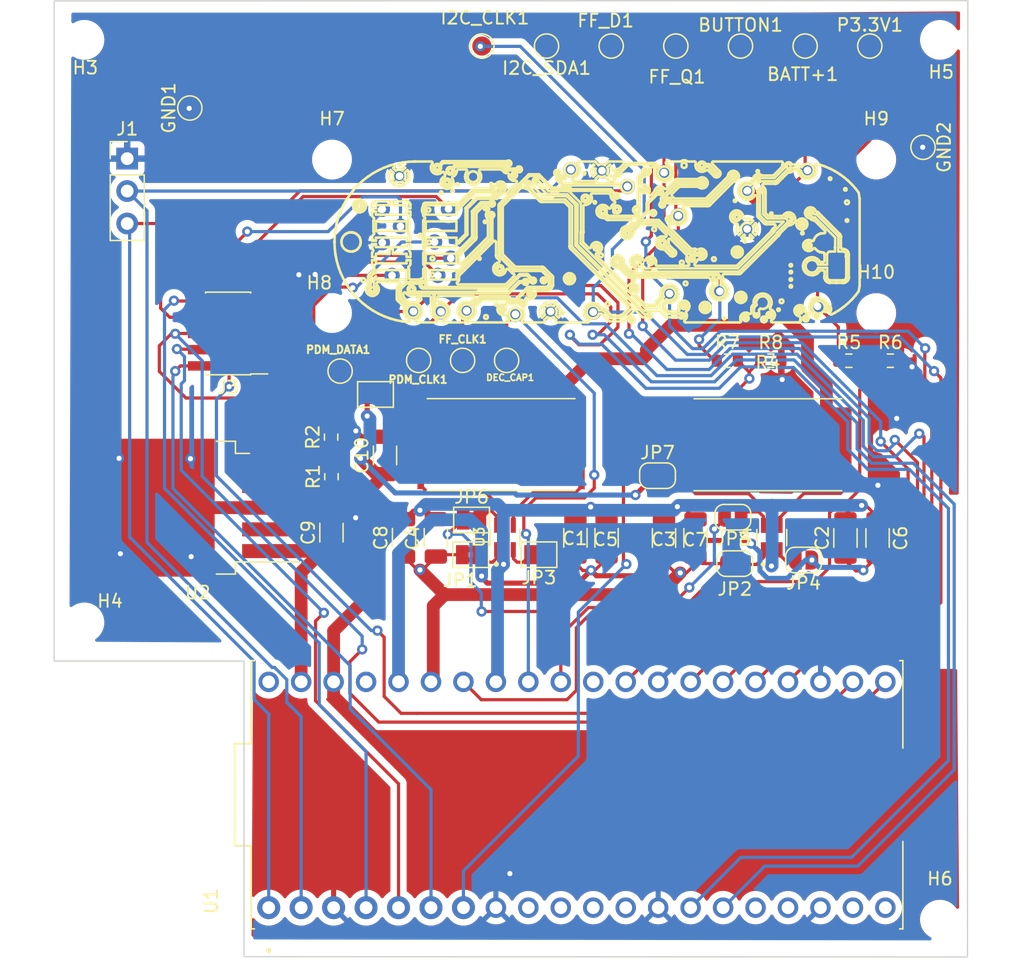
<source format=kicad_pcb>
(kicad_pcb (version 20211014) (generator pcbnew)
  (layers (0 "F.Cu" signal) (31 "B.Cu" signal) (34 "B.Paste" user) (35 "F.Paste" user) (36 "B.SilkS" user "B.Silkscreen") (37 "F.SilkS" user "F.Silkscreen") (38 "B.Mask" user) (39 "F.Mask" user) (44 "Edge.Cuts" user))
  (net 0 "")
  (net 1 "/UART_TX")
  (net 2 "/UART_RX")
  (net 3 "/POWER_VBAT")
  (net 4 "/VTREF")
  (net 5 "/SWDIO")
  (net 6 "/SWDCLK")
  (net 7 "/SWO")
  (net 9 "/RESET")
  (net 10 "/FF_Q")
  (net 11 "/P3.3V")
  (net 12 "/DEC_CAP")
  (net 13 "Net-(J3-Pad8)")
  (net 14 "GND")
  (net 15 "+3.3V")
  (net 16 "GNDA")
  (net 17 "+3.3VADC")
  (net 18 "+5V")
  (net 19 "VDD")
  (net 20 "Net-(JP1-Pad2)")
  (net 21 "Net-(JP2-Pad2)")
  (net 22 "Net-(JP3-Pad2)")
  (net 23 "Net-(JP4-Pad2)")
  (net 24 "Net-(JP5-Pad2)")
  (net 25 "/CURRENT_SENSE_OUTPUT")
  (net 26 "Net-(JP6-Pad2)")
  (net 27 "Net-(JP7-Pad2)")
  (net 28 "Net-(JP8-Pad2)")
  (net 29 "Net-(R1-Pad2)")
  (net 34 "/SENSE_3_3V")
  (net 35 "/I2C_CLK")
  (net 36 "/I2C_DATA")
  (net 37 "/PDM_CLK")
  (net 38 "/PDM_DATA")
  (net 39 "/BUTTON")
  (net 40 "/FF_CLK")
  (net 41 "/FF_D")
  (net 42 "/BUTTON_DIVIDED")
  (footprint "Jumper:SolderJumper-2_P1.3mm_Bridged2Bar_Pad1.0x1.5mm" (layer "F.Cu") (at 106.9086 99.187)
    (fp_text reference "JP5" hide)
    (fp_text value "Jumper_2_Bridged")
  )
  (footprint "TestPoint:TestPoint_Pad_D1.5mm" (layer "F.Cu") (at 135.47344 71.9074)
    (fp_text reference "BUTTON1")
    (fp_text value " ")
  )
  (footprint "fixture:POGO" (layer "F.Cu") (at 129.4892 81.8134)
    (fp_text reference "POGO8" hide)
    (fp_text value "pogo")
  )
  (footprint "fixture:POGO" (layer "F.Cu") (at 136.017 83.2358)
    (fp_text reference "POGO13" hide)
    (fp_text value "pogo")
  )
  (footprint "TestPoint:TestPoint_Pad_D1.5mm" (layer "F.Cu") (at 92.3798 76.7588 90)
    (fp_text reference "GND1")
    (fp_text value " ")
  )
  (footprint "fixture:POGO" (layer "F.Cu") (at 129.921 91.2876)
    (fp_text reference "POGO12" hide)
    (fp_text value "pogo")
  )
  (footprint "Jumper:SolderJumper-2_P1.3mm_Open_RoundedPad1.0x1.5mm" (layer "F.Cu") (at 134.874 108.7988)
    (fp_text reference "JP8")
    (fp_text value "Jumper_2_Open")
  )
  (footprint "MountingHole:MountingHole_2.1mm" (layer "F.Cu") (at 146.1008 80.7974)
    (fp_text reference "H9")
    (fp_text value "Stand Mount")
  )
  (footprint "Resistor_SMD:R_Shunt_Vishay_WSR2_WSR3_KelvinConnection" (layer "F.Cu") (at 137.6172 103.414)
    (fp_text reference "R4")
    (fp_text value "0.01")
  )
  (footprint "fixture:MODULE_SC0915" (layer "F.Cu") (at 122.682 130.5306 90)
    (fp_text reference "U1")
    (fp_text value "SC0915")
  )
  (footprint "TestPoint:TestPoint_Pad_D1.5mm" (layer "F.Cu") (at 149.7584 79.8322 -90)
    (fp_text reference "GND2")
    (fp_text value " ")
  )
  (footprint "fixture:SOT65P210X110-6N" (layer "F.Cu") (at 117.0432 110.3832 90)
    (fp_text reference "U3")
    (fp_text value "INA186A5IDCKR")
  )
  (footprint "MountingHole:MountingHole_2.1mm" (layer "F.Cu") (at 84.1248 117.0432)
    (fp_text reference "H4")
    (fp_text value "Outer PCB Mount")
  )
  (footprint "fixture:POGO" (layer "F.Cu") (at 109.8804 92.6846)
    (fp_text reference "POGO25" hide)
    (fp_text value "pogo")
  )
  (footprint "fixture:POGO" (layer "F.Cu") (at 108.204 89.8652)
    (fp_text reference "POGO2" hide)
    (fp_text value "pogo")
  )
  (footprint "Connector_PinHeader_2.54mm:PinHeader_1x03_P2.54mm_Vertical" (layer "F.Cu") (at 87.4776 80.7212)
    (fp_text reference "J1")
    (fp_text value "UART")
  )
  (footprint "fixture:POGO" (layer "F.Cu") (at 111.7854 89.8652)
    (fp_text reference "POGO22" hide)
    (fp_text value "pogo")
  )
  (footprint "Resistor_SMD:R_1206_3216Metric" (layer "F.Cu") (at 103.463 110.0074 90)
    (fp_text reference "C9")
    (fp_text value "10u")
  )
  (footprint "fixture:POGO" (layer "F.Cu") (at 133.858 91.1098)
    (fp_text reference "POGO7" hide)
    (fp_text value "pogo")
  )
  (footprint "fixture:POGO" (layer "F.Cu") (at 124.6378 81.661)
    (fp_text reference "POGO6" hide)
    (fp_text value "pogo")
  )
  (footprint "Resistor_SMD:R_1206_3216Metric" (layer "F.Cu") (at 129.4892 110.4244 90)
    (fp_text reference "C3")
    (fp_text value "1u")
  )
  (footprint "Resistor_SMD:R_1206_3216Metric" (layer "F.Cu") (at 111.633 110.4138 90)
    (fp_text reference "C4")
    (fp_text value "1u")
  )
  (footprint "Resistor_SMD:R_0603_1608Metric" (layer "F.Cu") (at 147.2052 96.5454)
    (fp_text reference "R6")
    (fp_text value "1M")
  )
  (footprint "fixture:POGO" (layer "F.Cu") (at 107.442 87.2998)
    (fp_text reference "POGO3" hide)
    (fp_text value "pogo")
  )
  (footprint "fixture:SOT65P210X110-6N" (layer "F.Cu") (at 137.922 110.3938 90)
    (fp_text reference "U4")
    (fp_text value "INA186A5IDCKR")
  )
  (footprint "TestPoint:TestPoint_Pad_D1.5mm" (layer "F.Cu") (at 110.2868 96.52)
    (fp_text reference "PDM_CLK1")
    (fp_text value " ")
  )
  (footprint "TestPoint:TestPoint_Pad_D1.5mm" (layer "F.Cu") (at 140.53312 71.9074)
    (fp_text reference "BATT+1")
    (fp_text value " ")
  )
  (footprint "Package_TO_SOT_SMD:TO-263-5_TabPin3" (layer "F.Cu") (at 92.9982 108.0516 180)
    (fp_text reference "U2")
    (fp_text value "MIC29302WU")
  )
  (footprint "TestPoint:TestPoint_Pad_D1.5mm" (layer "F.Cu") (at 130.41376 71.9074)
    (fp_text reference "FF_Q1")
    (fp_text value " ")
  )
  (footprint "fixture:POGO" (layer "F.Cu") (at 130.6068 85.1916)
    (fp_text reference "POGO15" hide)
    (fp_text value "pogo")
  )
  (footprint "Resistor_SMD:R_1206_3216Metric" (layer "F.Cu") (at 131.953 110.4244 90)
    (fp_text reference "C7")
    (fp_text value "100n")
  )
  (footprint "Resistor_SMD:R_1206_3216Metric" (layer "F.Cu") (at 109.1438 110.4138 90)
    (fp_text reference "C8")
    (fp_text value "100n")
  )
  (footprint "fixture:POGO" (layer "F.Cu") (at 140.716 81.6356)
    (fp_text reference "POGO19" hide)
    (fp_text value "pogo")
  )
  (footprint "Jumper:SolderJumper-2_P1.3mm_Open_RoundedPad1.0x1.5mm" (layer "F.Cu") (at 135.0264 112.431)
    (fp_text reference "JP2")
    (fp_text value "Jumper_2_Open")
  )
  (footprint "fixture:POGO" (layer "F.Cu") (at 111.5314 87.249)
    (fp_text reference "POGO23" hide)
    (fp_text value "pogo")
  )
  (footprint "MountingHole:MountingHole_2.1mm" (layer "F.Cu") (at 103.505 80.7974)
    (fp_text reference "H7")
    (fp_text value "Stand Mount")
  )
  (footprint "TestPoint:TestPoint_Pad_D1.5mm" (layer "F.Cu") (at 104.14 97.3582)
    (fp_text reference "PDM_DATA1")
    (fp_text value " ")
  )
  (footprint "MountingHole:MountingHole_2.1mm" (layer "F.Cu") (at 146.1008 92.8116)
    (fp_text reference "H10")
    (fp_text value "Stand Mount")
  )
  (footprint "TestPoint:TestPoint_Pad_D1.5mm" (layer "F.Cu") (at 113.7285 96.52)
    (fp_text reference "FF_CLK1")
    (fp_text value " ")
  )
  (footprint "Jumper:SolderJumper-2_P1.3mm_Bridged2Bar_Pad1.0x1.5mm" (layer "F.Cu") (at 114.3612 111.7346)
    (fp_text reference "JP1")
    (fp_text value "Jumper_2_Bridged")
  )
  (footprint "Resistor_SMD:R_1206_3216Metric" (layer "F.Cu") (at 143.6878 110.4244 90)
    (fp_text reference "C2")
    (fp_text value "1u")
  )
  (footprint "fixture:POGO" (layer "F.Cu") (at 112.8014 88.519)
    (fp_text reference "POGO21" hide)
    (fp_text value "pogo")
  )
  (footprint "Resistor_SMD:R_1206_3216Metric" (layer "F.Cu") (at 107.654 103.9622 90)
    (fp_text reference "C10")
    (fp_text value "22u")
  )
  (footprint "fixture:POGO" (layer "F.Cu") (at 141.5034 92.2782)
    (fp_text reference "POGO16" hide)
    (fp_text value "pogo")
  )
  (footprint "fixture:POGO" (layer "F.Cu") (at 123.952 92.7354)
    (fp_text reference "POGO11" hide)
    (fp_text value "pogo")
  )
  (footprint "fixture:POGO" (layer "F.Cu") (at 108.7882 82.0928)
    (fp_text reference "POGO14" hide)
    (fp_text value "pogo")
  )
  (footprint "fixture:POGO" (layer "F.Cu") (at 112.6236 84.6582)
    (fp_text reference "POGO20" hide)
    (fp_text value "pogo")
  )
  (footprint "MountingHole:MountingHole_2.1mm" (layer "F.Cu") (at 84.1248 71.4248)
    (fp_text reference "H3")
    (fp_text value "Outer PCB Mount")
  )
  (footprint "Jumper:SolderJumper-2_P1.3mm_Bridged2Bar_Pad1.0x1.5mm" (layer "F.Cu") (at 114.427 109.0168)
    (fp_text reference "JP6")
    (fp_text value "Jumper_2_Bridged")
  )
  (footprint "Jumper:SolderJumper-2_P1.3mm_Open_RoundedPad1.0x1.5mm" (layer "F.Cu") (at 128.9812 105.5476)
    (fp_text reference "JP7")
    (fp_text value "Jumper_2_Open")
  )
  (footprint "Jumper:SolderJumper-2_P1.3mm_Open_RoundedPad1.0x1.5mm" (layer "F.Cu") (at 140.4112 112.1516 180)
    (fp_text reference "JP4")
    (fp_text value "Jumper_2_Open")
  )
  (footprint "fixture:POGO" (layer "F.Cu") (at 114.046 92.6338)
    (fp_text reference "POGO10" hide)
    (fp_text value "pogo")
  )
  (footprint "fixture:POGO" (layer "F.Cu") (at 126.619 82.9056)
    (fp_text reference "POGO1" hide)
    (fp_text value "pogo")
  )
  (footprint "TestPoint:TestPoint_Pad_D1.5mm" (layer "F.Cu") (at 117.1702 96.52)
    (fp_text reference "DEC_CAP1")
    (fp_text value " ")
  )
  (footprint "Resistor_SMD:R_1206_3216Metric" (layer "F.Cu") (at 122.555 110.4138 90)
    (fp_text reference "C1")
    (fp_text value "1u")
  )
  (footprint "MountingHole:MountingHole_2.1mm" (layer "F.Cu") (at 103.505 92.8116)
    (fp_text reference "H8")
    (fp_text value "Stand Mount")
  )
  (footprint "Resistor_SMD:R_0603_1608Metric" (layer "F.Cu") (at 134.4422 96.5454)
    (fp_text reference "R7")
    (fp_text value "2M")
  )
  (footprint "fixture:POGO" (layer "F.Cu") (at 135.9916 86.233)
    (fp_text reference "J6" hide)
    (fp_text value "GND")
  )
  (footprint "Connector_PinHeader_1.27mm:PinHeader_2x05_P1.27mm_Vertical_SMD" (layer "F.Cu") (at 95.377 94.4118 180)
    (fp_text reference "J3")
    (fp_text value "Conn_ARM_JTAG_SWD_10")
  )
  (footprint "Jumper:SolderJumper-2_P1.3mm_Bridged2Bar_Pad1.0x1.5mm" (layer "F.Cu") (at 119.6998 111.7346 180)
    (fp_text reference "JP3")
    (fp_text value "Jumper_2_Bridged")
  )
  (footprint "fixture:POGO" (layer "F.Cu") (at 120.6246 92.6846)
    (fp_text reference "J5" hide)
    (fp_text value "GND")
  )
  (footprint "Resistor_SMD:R_0603_1608Metric" (layer "F.Cu") (at 103.463 105.6264 90)
    (fp_text reference "R1")
    (fp_text value "415")
  )
  (footprint "Resistor_SMD:R_0603_1608Metric" (layer "F.Cu") (at 137.8458 96.5454)
    (fp_text reference "R8")
    (fp_text value "3M")
  )
  (footprint "MountingHole:MountingHole_2.1mm" (layer "F.Cu") (at 151.0792 140.3096)
    (fp_text reference "H6")
    (fp_text value "Outer PCB Mount")
  )
  (footprint "MountingHole:MountingHole_2.1mm" (layer "F.Cu") (at 151.0792 71.4248)
    (fp_text reference "H5")
    (fp_text value "Outer PCB Mount")
  )
  (footprint "TestPoint:TestPoint_Pad_D1.5mm" (layer "F.Cu") (at 120.2944 71.9074)
    (fp_text reference "I2C_SDA1")
    (fp_text value " ")
  )
  (footprint "TestPoint:TestPoint_Pad_D1.5mm" (layer "F.Cu") (at 145.5928 71.9074)
    (fp_text reference "P3.3V1")
    (fp_text value " ")
  )
  (footprint "Resistor_SMD:R_1206_3216Metric" (layer "F.Cu") (at 146.2024 110.4244 90)
    (fp_text reference "C6")
    (fp_text value "100n")
  )
  (footprint "fixture:POGO" (layer "F.Cu") (at 112.0394 92.71)
    (fp_text reference "POGO24" hide)
    (fp_text value "pogo")
  )
  (footprint "Resistor_SMD:R_1206_3216Metric" (layer "F.Cu") (at 124.9934 110.4138 90)
    (fp_text reference "C5")
    (fp_text value "100n")
  )
  (footprint "fixture:POGO" (layer "F.Cu") (at 117.856 92.9132)
    (fp_text reference "POGO17" hide)
    (fp_text value "pogo")
  )
  (footprint "TestPoint:TestPoint_Pad_D1.5mm" (layer "F.Cu") (at 125.35408 71.9074)
    (fp_text reference "FF_D1")
    (fp_text value " ")
  )
  (footprint "fixture:POGO" (layer "F.Cu") (at 107.442 84.6836)
    (fp_text reference "POGO4" hide)
    (fp_text value "pogo")
  )
  (footprint "fixture:POGO" (layer "F.Cu") (at 122.1994 81.5848)
    (fp_text reference "POGO5" hide)
    (fp_text value "pogo")
  )
  (footprint "Resistor_SMD:R_0603_1608Metric" (layer "F.Cu") (at 143.954 96.5454)
    (fp_text reference "R5")
    (fp_text value "1M")
  )
  (footprint "TestPoint:TestPoint_Pad_D1.5mm" (layer "F.Cu") (at 115.23472 71.9074)
    (fp_text reference "I2C_CLK1")
    (fp_text value " ")
  )
  (footprint "Resistor_SMD:R_0603_1608Metric" (layer "F.Cu") (at 103.4376 102.5276 90)
    (fp_text reference "R2")
    (fp_text value "187")
  )
  (footprint "fixture:POGO" (layer "F.Cu") (at 108.8644 86.0298)
    (fp_text reference "POGO18" hide)
    (fp_text value "pogo")
  )
  (footprint "Resistor_SMD:R_Shunt_Vishay_WSR2_WSR3_KelvinConnection" (layer "F.Cu") (at 116.7384 103.4034)
    (fp_text reference "R3" hide)
    (fp_text value "0.04")
  )
  (gr_line (start 111.257334 81.572354) (end 111.314992 81.703672) (layer "F.SilkS") (width 0.2))
  (gr_line (start 137.652506 93.165676) (end 137.579608 93.116908) (layer "F.SilkS") (width 0.2))
  (gr_line (start 114.437414 83.179666) (end 113.453418 84.163662) (layer "F.SilkS") (width 0.2))
  (gr_line (start 127.15875 88.340946) (end 127.152146 88.34501) (layer "F.SilkS") (width 0.2))
  (gr_circle (center 137.882122 85.033104) (end 137.982122 85.033104) (layer "F.SilkS") (width 0.2) (fill none))
  (gr_line (start 106.814366 90.701622) (end 106.894122 90.768678) (layer "F.SilkS") (width 0.2))
  (gr_line (start 132.7277 88.461342) (end 132.734558 88.44788) (layer "F.SilkS") (width 0.2))
  (gr_line (start 141.393418 81.455006) (end 141.338046 81.308702) (layer "F.SilkS") (width 0.2))
  (gr_line (start 110.096046 92.018104) (end 110.096046 92.018104) (layer "F.SilkS") (width 0.2))
  (gr_line (start 140.497306 93.445076) (end 140.424408 93.396308) (layer "F.SilkS") (width 0.2))
  (gr_line (start 117.25021 90.879422) (end 117.205252 90.897964) (layer "F.SilkS") (width 0.2))
  (gr_line (start 129.912618 85.876892) (end 129.94513 85.866224) (layer "F.SilkS") (width 0.2))
  (gr_line (start 108.399834 82.807302) (end 108.556806 82.865722) (layer "F.SilkS") (width 0.2))
  (gr_line (start 140.53185 85.497416) (end 140.411708 85.436202) (layer "F.SilkS") (width 0.2))
  (gr_line (start 135.902446 83.945222) (end 135.973058 83.946238) (layer "F.SilkS") (width 0.2))
  (gr_line (start 125.072648 81.006188) (end 125.120146 80.958436) (layer "F.SilkS") (width 0.2))
  (gr_line (start 122.298714 89.75471) (end 122.222514 89.715848) (layer "F.SilkS") (width 0.2))
  (gr_circle (center 132.455412 81.248504) (end 132.605412 81.248504) (layer "F.SilkS") (width 0.2) (fill none))
  (gr_line (start 105.330498 87.923878) (end 105.330498 87.923878) (layer "F.SilkS") (width 0.2))
  (gr_line (start 138.47445 86.744048) (end 138.4935 86.710774) (layer "F.SilkS") (width 0.2))
  (gr_line (start 125.203204 83.463638) (end 125.216158 83.474814) (layer "F.SilkS") (width 0.2))
  (gr_line (start 136.468612 82.233008) (end 136.462008 82.27441) (layer "F.SilkS") (width 0.2))
  (gr_line (start 118.65864 82.610198) (end 118.707408 82.5373) (layer "F.SilkS") (width 0.2))
  (gr_line (start 131.420616 89.091262) (end 131.356608 89.11209) (layer "F.SilkS") (width 0.2))
  (gr_line (start 105.411778 86.614508) (end 105.411778 86.614508) (layer "F.SilkS") (width 0.2))
  (gr_line (start 134.80923 88.158828) (end 134.80923 88.158828) (layer "F.SilkS") (width 0.2))
  (gr_line (start 110.716314 90.305382) (end 110.814358 90.340942) (layer "F.SilkS") (width 0.2))
  (gr_line (start 122.95759 84.186776) (end 122.961146 84.189824) (layer "F.SilkS") (width 0.2))
  (gr_line (start 106.760264 86.465664) (end 106.792268 86.513416) (layer "F.SilkS") (width 0.2))
  (gr_line (start 137.392918 93.521276) (end 137.306812 93.538548) (layer "F.SilkS") (width 0.2))
  (gr_line (start 109.378242 91.332558) (end 109.385354 91.34094) (layer "F.SilkS") (width 0.2))
  (gr_line (start 130.767328 85.891624) (end 130.840226 85.87486) (layer "F.SilkS") (width 0.2))
  (gr_line (start 140.543788 85.100922) (end 140.581888 85.175598) (layer "F.SilkS") (width 0.2))
  (gr_line (start 106.299254 82.147156) (end 106.397552 82.081624) (layer "F.SilkS") (width 0.2))
  (gr_line (start 128.843532 81.570068) (end 128.837436 81.62671) (layer "F.SilkS") (width 0.2))
  (gr_line (start 141.17701 85.549232) (end 141.192504 85.547962) (layer "F.SilkS") (width 0.2))
  (gr_line (start 143.894048 88.020398) (end 143.888968 88.014048) (layer "F.SilkS") (width 0.2))
  (gr_line (start 117.869462 91.885516) (end 117.875812 91.917012) (layer "F.SilkS") (width 0.2))
  (gr_line (start 106.737404 87.896446) (end 106.72699 87.962994) (layer "F.SilkS") (width 0.2))
  (gr_line (start 115.178586 82.137504) (end 115.177824 82.131408) (layer "F.SilkS") (width 0.2))
  (gr_line (start 108.02874 93.228922) (end 107.817158 93.15069) (layer "F.SilkS") (width 0.2))
  (gr_line (start 140.44422 88.814402) (end 140.382498 88.97239) (layer "F.SilkS") (width 0.2))
  (gr_line (start 131.875784 88.477598) (end 131.893056 88.563704) (layer "F.SilkS") (width 0.2))
  (gr_line (start 127.02794 83.179158) (end 126.93269 83.284314) (layer "F.SilkS") (width 0.2))
  (gr_line (start 109.475778 85.438488) (end 109.499146 85.375242) (layer "F.SilkS") (width 0.2))
  (gr_line (start 123.503182 92.45473) (end 123.596908 92.348558) (layer "F.SilkS") (width 0.2))
  (gr_line (start 120.783096 91.922092) (end 120.771412 91.919298) (layer "F.SilkS") (width 0.2))
  (gr_line (start 113.622582 92.35313) (end 113.716308 92.246958) (layer "F.SilkS") (width 0.2))
  (gr_line (start 135.640826 86.966806) (end 135.709914 86.99246) (layer "F.SilkS") (width 0.2))
  (gr_line (start 130.323082 90.731848) (end 130.323082 90.731848) (layer "F.SilkS") (width 0.2))
  (gr_line (start 140.40104 87.39759) (end 140.391134 87.459566) (layer "F.SilkS") (width 0.2))
  (gr_line (start 109.641132 84.305902) (end 109.636814 84.290154) (layer "F.SilkS") (width 0.2))
  (gr_line (start 135.87984 91.784424) (end 135.913114 91.7194) (layer "F.SilkS") (width 0.2))
  (gr_line (start 106.687366 88.015318) (end 106.64952 88.100662) (layer "F.SilkS") (width 0.2))
  (gr_line (start 140.800582 89.800938) (end 140.80617 89.803986) (layer "F.SilkS") (width 0.2))
  (gr_line (start 132.180584 88.108028) (end 132.220208 88.0491) (layer "F.SilkS") (width 0.2))
  (gr_line (start 132.390896 82.412332) (end 132.477002 82.39506) (layer "F.SilkS") (width 0.2))
  (gr_line (start 133.27253 81.13268) (end 133.24205 81.072736) (layer "F.SilkS") (width 0.2))
  (gr_line (start 132.254498 88.619076) (end 132.37083 88.637618) (layer "F.SilkS") (width 0.2))
  (gr_line (start 125.863096 84.399882) (end 125.960886 84.435696) (layer "F.SilkS") (width 0.2))
  (gr_line (start 111.455454 92.215462) (end 111.436912 92.170504) (layer "F.SilkS") (width 0.2))
  (gr_line (start 140.653008 87.681308) (end 140.60424 87.60841) (layer "F.SilkS") (width 0.2))
  (gr_circle (center 117.650768 91.917012) (end 117.750768 91.917012) (layer "F.SilkS") (width 0.2) (fill none))
  (gr_line (start 125.758956 84.399882) (end 125.863096 84.399882) (layer "F.SilkS") (width 0.2))
  (gr_line (start 128.7907 88.564466) (end 128.69545 88.469216) (layer "F.SilkS") (width 0.2))
  (gr_line (start 131.079494 93.402912) (end 131.106164 93.359478) (layer "F.SilkS") (width 0.2))
  (gr_line (start 127.18034 90.018108) (end 127.21209 90.039444) (layer "F.SilkS") (width 0.2))
  (gr_line (start 121.92762 83.51139) (end 120.39727 83.51139) (layer "F.SilkS") (width 0.2))
  (gr_line (start 112.343184 81.94421) (end 112.343184 81.94421) (layer "F.SilkS") (width 0.2))
  (gr_line (start 140.07084 81.20634) (end 140.097764 81.221072) (layer "F.SilkS") (width 0.2))
  (gr_line (start 114.520218 92.487496) (end 114.540538 92.627704) (layer "F.SilkS") (width 0.2))
  (gr_line (start 106.16184 90.934794) (end 106.158538 90.955368) (layer "F.SilkS") (width 0.2))
  (gr_line (start 129.638552 87.42172) (end 129.605786 87.478362) (layer "F.SilkS") (width 0.2))
  (gr_line (start 143.59382 90.22715) (end 143.498316 90.2462) (layer "F.SilkS") (width 0.2))
  (gr_line (start 112.537494 81.863946) (end 112.485424 81.773776) (layer "F.SilkS") (width 0.2))
  (gr_line (start 103.849424 85.893148) (end 103.87203 85.77961) (layer "F.SilkS") (width 0.2))
  (gr_line (start 127.065278 88.802464) (end 127.083312 88.699848) (layer "F.SilkS") (width 0.2))
  (gr_line (start 110.652306 85.570822) (end 110.644432 85.609938) (layer "F.SilkS") (width 0.2))
  (gr_line (start 106.576114 91.458288) (end 106.58348 91.460574) (layer "F.SilkS") (width 0.2))
  (gr_line (start 124.371354 85.23224) (end 124.490734 85.311742) (layer "F.SilkS") (width 0.2))
  (gr_line (start 144.460468 91.448128) (end 144.210786 91.731846) (layer "F.SilkS") (width 0.2))
  (gr_line (start 137.738358 91.53144) (end 137.734548 91.526106) (layer "F.SilkS") (width 0.2))
  (gr_line (start 118.231666 81.355184) (end 118.304818 81.403952) (layer "F.SilkS") (width 0.2))
  (gr_line (start 130.244088 90.930222) (end 130.336544 91.03741) (layer "F.SilkS") (width 0.2))
  (gr_line (start 139.767564 92.86113) (end 139.777724 92.880942) (layer "F.SilkS") (width 0.2))
  (gr_line (start 122.976894 86.484968) (end 122.975878 86.491572) (layer "F.SilkS") (width 0.2))
  (gr_line (start 112.63884 92.365322) (end 112.63376 92.351606) (layer "F.SilkS") (width 0.2))
  (gr_line (start 121.525284 82.82051) (end 121.509028 82.817462) (layer "F.SilkS") (width 0.2))
  (gr_line (start 105.657142 86.877652) (end 105.654602 86.87181) (layer "F.SilkS") (width 0.2))
  (gr_line (start 129.591308 90.926158) (end 129.711196 90.850466) (layer "F.SilkS") (width 0.2))
  (gr_line (start 124.156216 82.351372) (end 124.142246 82.417158) (layer "F.SilkS") (width 0.2))
  (gr_line (start 135.344154 89.766648) (end 135.381492 89.756742) (layer "F.SilkS") (width 0.2))
  (gr_line (start 103.81107 88.406224) (end 103.777034 88.23579) (layer "F.SilkS") (width 0.2))
  (gr_line (start 127.143256 90.704416) (end 127.216154 90.753184) (layer "F.SilkS") (width 0.2))
  (gr_line (start 140.716508 92.827602) (end 140.637768 92.815156) (layer "F.SilkS") (width 0.2))
  (gr_line (start 135.379206 87.87511) (end 135.427974 87.948008) (layer "F.SilkS") (width 0.2))
  (gr_line (start 123.669298 92.070936) (end 123.622816 92.094812) (layer "F.SilkS") (width 0.2))
  (gr_line (start 117.770402 93.400626) (end 117.635274 93.358462) (layer "F.SilkS") (width 0.2))
  (gr_line (start 130.681476 85.911182) (end 130.767328 85.891624) (layer "F.SilkS") (width 0.2))
  (gr_line (start 109.506512 84.112608) (end 109.420914 84.074762) (layer "F.SilkS") (width 0.2))
  (gr_line (start 136.661144 82.406236) (end 136.65327 82.366104) (layer "F.SilkS") (width 0.2))
  (gr_line (start 120.809004 90.60561) (end 120.806718 90.584274) (layer "F.SilkS") (width 0.2))
  (gr_line (start 130.23469 91.691714) (end 130.11404 91.765882) (layer "F.SilkS") (width 0.2))
  (gr_circle (center 136.722612 92.932504) (end 136.822612 92.932504) (layer "F.SilkS") (width 0.2) (fill none))
  (gr_line (start 109.643164 88.690704) (end 109.638592 88.676734) (layer "F.SilkS") (width 0.2))
  (gr_line (start 138.324336 86.593172) (end 138.309604 86.620096) (layer "F.SilkS") (width 0.2))
  (gr_line (start 111.590836 93.245686) (end 111.599726 93.253814) (layer "F.SilkS") (width 0.2))
  (gr_line (start 134.794498 81.701132) (end 134.794498 81.701132) (layer "F.SilkS") (width 0.2))
  (gr_line (start 136.043416 93.370908) (end 135.970518 93.419676) (layer "F.SilkS") (width 0.2))
  (gr_line (start 115.93195 82.999072) (end 115.891056 83.04022) (layer "F.SilkS") (width 0.2))
  (gr_line (start 135.399018 93.54566) (end 131.183126 93.54566) (layer "F.SilkS") (width 0.2))
  (gr_line (start 132.896356 82.549238) (end 132.887974 82.49539) (layer "F.SilkS") (width 0.2))
  (gr_line (start 124.221494 84.991194) (end 124.279152 85.122512) (layer "F.SilkS") (width 0.2))
  (gr_line (start 131.963414 87.803228) (end 131.948174 87.798402) (layer "F.SilkS") (width 0.2))
  (gr_line (start 129.662174 92.020644) (end 129.722118 91.98991) (layer "F.SilkS") (width 0.2))
  (gr_line (start 141.847316 88.069674) (end 141.938756 88.069674) (layer "F.SilkS") (width 0.2))
  (gr_line (start 112.345216 81.94675) (end 112.346232 81.94929) (layer "F.SilkS") (width 0.2))
  (gr_line (start 136.198102 87.002366) (end 136.193276 87.023956) (layer "F.SilkS") (width 0.2))
  (gr_line (start 135.503412 92.017088) (end 135.511794 92.015818) (layer "F.SilkS") (width 0.2))
  (gr_line (start 126.311152 86.614) (end 126.293118 86.511384) (layer "F.SilkS") (width 0.2))
  (gr_line (start 117.96776 82.494882) (end 117.978428 82.56143) (layer "F.SilkS") (width 0.2))
  (gr_line (start 129.629408 81.063084) (end 129.645918 80.997806) (layer "F.SilkS") (width 0.2))
  (gr_line (start 117.924326 92.412566) (end 118.060216 92.453206) (layer "F.SilkS") (width 0.2))
  (gr_line (start 111.320072 81.709514) (end 111.320072 81.709514) (layer "F.SilkS") (width 0.2))
  (gr_line (start 134.092696 90.032586) (end 134.09295 90.028522) (layer "F.SilkS") (width 0.2))
  (gr_line (start 137.871708 92.548202) (end 137.863326 92.546932) (layer "F.SilkS") (width 0.2))
  (gr_line (start 116.47424 92.650818) (end 116.47424 92.650818) (layer "F.SilkS") (width 0.2))
  (gr_line (start 128.84404 88.969342) (end 128.846326 88.963754) (layer "F.SilkS") (width 0.2))
  (gr_line (start 118.520464 92.698824) (end 118.478046 92.586302) (layer "F.SilkS") (width 0.2))
  (gr_line (start 115.100608 82.441034) (end 115.104672 82.43062) (layer "F.SilkS") (width 0.2))
  (gr_line (start 133.164072 90.285062) (end 133.164072 90.285062) (layer "F.SilkS") (width 0.2))
  (gr_line (start 122.578368 82.169508) (end 122.578368 82.169508) (layer "F.SilkS") (width 0.2))
  (gr_line (start 123.618752 83.736688) (end 123.636786 83.839304) (layer "F.SilkS") (width 0.2))
  (gr_line (start 118.059454 81.355184) (end 118.14556 81.337912) (layer "F.SilkS") (width 0.2))
  (gr_line (start 114.158522 82.628486) (end 114.183414 82.651092) (layer "F.SilkS") (width 0.2))
  (gr_line (start 109.96422 80.948022) (end 109.975396 80.949038) (layer "F.SilkS") (width 0.2))
  (gr_line (start 116.901214 83.033616) (end 116.852446 83.106514) (layer "F.SilkS") (width 0.2))
  (gr_line (start 131.286504 85.042502) (end 131.284218 85.036406) (layer "F.SilkS") (width 0.2))
  (gr_line (start 127.135382 84.545678) (end 127.215138 84.478622) (layer "F.SilkS") (width 0.2))
  (gr_line (start 119.158004 90.06205) (end 119.24411 90.044778) (layer "F.SilkS") (width 0.2))
  (gr_line (start 117.138704 92.974414) (end 117.15877 93.026738) (layer "F.SilkS") (width 0.2))
  (gr_line (start 115.210082 91.831414) (end 115.270026 91.800934) (layer "F.SilkS") (width 0.2))
  (gr_line (start 129.280412 86.820248) (end 129.280412 86.820248) (layer "F.SilkS") (width 0.2))
  (gr_line (start 123.377452 92.284296) (end 123.303538 92.389706) (layer "F.SilkS") (width 0.2))
  (gr_line (start 133.888226 90.012012) (end 133.870192 90.114628) (layer "F.SilkS") (width 0.2))
  (gr_line (start 135.511794 92.015818) (end 135.628126 91.997276) (layer "F.SilkS") (width 0.2))
  (gr_line (start 104.393238 86.793578) (end 104.305354 86.944708) (layer "F.SilkS") (width 0.2))
  (gr_line (start 111.656114 81.933288) (end 111.66348 81.935574) (layer "F.SilkS") (width 0.2))
  (gr_line (start 135.539226 86.881716) (end 135.532622 86.89467) (layer "F.SilkS") (width 0.2))
  (gr_line (start 130.154426 88.373458) (end 130.159506 88.372696) (layer "F.SilkS") (width 0.2))
  (gr_line (start 113.629948 88.93556) (end 113.56975 88.966294) (layer "F.SilkS") (width 0.2))
  (gr_line (start 104.383586 90.102182) (end 104.180132 89.66073) (layer "F.SilkS") (width 0.2))
  (gr_line (start 120.525794 92.208604) (end 120.667526 92.209366) (layer "F.SilkS") (width 0.2))
  (gr_line (start 128.252728 82.0293) (end 128.26619 82.022442) (layer "F.SilkS") (width 0.2))
  (gr_line (start 141.2494 85.337142) (end 141.179042 85.342222) (layer "F.SilkS") (width 0.2))
  (gr_line (start 129.280412 86.820248) (end 129.15773 86.8553) (layer "F.SilkS") (width 0.2))
  (gr_line (start 106.130852 84.596224) (end 106.139996 84.577174) (layer "F.SilkS") (width 0.2))
  (gr_line (start 131.30149 92.620592) (end 131.39674 92.525342) (layer "F.SilkS") (width 0.2))
  (gr_line (start 105.958386 84.423504) (end 105.940352 84.52612) (layer "F.SilkS") (width 0.2))
  (gr_line (start 106.64317 88.136984) (end 106.64317 88.406224) (layer "F.SilkS") (width 0.2))
  (gr_line (start 122.093482 84.561934) (end 122.095006 84.578952) (layer "F.SilkS") (width 0.2))
  (gr_line (start 110.532418 92.504006) (end 110.47984 92.365322) (layer "F.SilkS") (width 0.2))
  (gr_line (start 140.002514 81.762854) (end 140.02766 81.802478) (layer "F.SilkS") (width 0.2))
  (gr_line (start 112.302798 93.54566) (end 112.23879 93.524832) (layer "F.SilkS") (width 0.2))
  (gr_line (start 105.808526 84.683346) (end 105.710482 84.718906) (layer "F.SilkS") (width 0.2))
  (gr_line (start 141.318996 88.489028) (end 141.312646 88.487504) (layer "F.SilkS") (width 0.2))
  (gr_line (start 119.933212 89.389204) (end 119.97817 89.407746) (layer "F.SilkS") (width 0.2))
  (gr_line (start 118.707408 82.5373) (end 118.780306 82.488532) (layer "F.SilkS") (width 0.2))
  (gr_line (start 124.858526 84.595462) (end 124.938282 84.662518) (layer "F.SilkS") (width 0.2))
  (gr_line (start 124.693172 92.609416) (end 124.71908 92.62618) (layer "F.SilkS") (width 0.2))
  (gr_line (start 124.4981 85.314028) (end 124.620274 85.352128) (layer "F.SilkS") (width 0.2))
  (gr_line (start 116.281708 82.826098) (end 116.280184 82.829146) (layer "F.SilkS") (width 0.2))
  (gr_line (start 139.789662 85.697822) (end 139.8397 85.743034) (layer "F.SilkS") (width 0.2))
  (gr_line (start 106.810556 86.57844) (end 106.787442 86.641686) (layer "F.SilkS") (width 0.2))
  (gr_line (start 116.679472 89.646506) (end 116.575078 89.646506) (layer "F.SilkS") (width 0.2))
  (gr_line (start 129.589276 82.532982) (end 129.675128 82.513424) (layer "F.SilkS") (width 0.2))
  (gr_line (start 132.887974 82.49539) (end 132.887974 82.49539) (layer "F.SilkS") (width 0.2))
  (gr_line (start 105.205276 83.15833) (end 105.210864 83.151726) (layer "F.SilkS") (width 0.2))
  (gr_line (start 113.395252 87.353394) (end 113.24336 87.353394) (layer "F.SilkS") (width 0.2))
  (gr_line (start 142.273528 92.094812) (end 142.265908 92.091002) (layer "F.SilkS") (width 0.2))
  (gr_line (start 131.46024 89.036652) (end 131.420616 89.091262) (layer "F.SilkS") (width 0.2))
  (gr_line (start 115.571016 84.44484) (end 115.633754 84.48675) (layer "F.SilkS") (width 0.2))
  (gr_line (start 141.240764 92.720922) (end 141.149578 92.612464) (layer "F.SilkS") (width 0.2))
  (gr_line (start 121.052082 82.035142) (end 121.040906 82.032856) (layer "F.SilkS") (width 0.2))
  (gr_line (start 122.166126 82.999072) (end 122.282458 83.115404) (layer "F.SilkS") (width 0.2))
  (gr_line (start 129.854198 85.674962) (end 129.768092 85.65769) (layer "F.SilkS") (width 0.2))
  (gr_line (start 140.542518 85.09254) (end 140.542518 85.09254) (layer "F.SilkS") (width 0.2))
  (gr_line (start 130.439922 90.835988) (end 130.323082 90.731848) (layer "F.SilkS") (width 0.2))
  (gr_line (start 112.35436 82.074512) (end 112.306862 82.116168) (layer "F.SilkS") (width 0.2))
  (gr_line (start 106.238294 90.690954) (end 106.238294 90.690954) (layer "F.SilkS") (width 0.2))
  (gr_line (start 126.848362 90.541094) (end 126.82093 90.555064) (layer "F.SilkS") (width 0.2))
  (gr_line (start 128.442212 88.59266) (end 128.528318 88.609932) (layer "F.SilkS") (width 0.2))
  (gr_line (start 103.718614 86.747604) (end 103.73106 86.643464) (layer "F.SilkS") (width 0.2))
  (gr_line (start 112.026192 81.53908) (end 111.974122 81.62925) (layer "F.SilkS") (width 0.2))
  (gr_line (start 132.74802 88.421718) (end 132.788914 88.3412) (layer "F.SilkS") (width 0.2))
  (gr_line (start 141.133322 89.849706) (end 141.139672 89.849706) (layer "F.SilkS") (width 0.2))
  (gr_line (start 123.183142 86.493604) (end 123.185428 86.48446) (layer "F.SilkS") (width 0.2))
  (gr_line (start 110.642654 86.3981) (end 110.654338 86.456774) (layer "F.SilkS") (width 0.2))
  (gr_line (start 104.900222 87.994744) (end 104.900222 87.994744) (layer "F.SilkS") (width 0.2))
  (gr_line (start 120.449848 83.25739) (end 121.980198 83.25739) (layer "F.SilkS") (width 0.2))
  (gr_line (start 122.49912 90.2589) (end 122.500644 90.250264) (layer "F.SilkS") (width 0.2))
  (gr_line (start 125.320044 83.636104) (end 125.321568 83.644486) (layer "F.SilkS") (width 0.2))
  (gr_line (start 129.347468 87.819484) (end 129.411222 87.820754) (layer "F.SilkS") (width 0.2))
  (gr_line (start 132.790184 88.08339) (end 132.788914 88.075008) (layer "F.SilkS") (width 0.2))
  (gr_line (start 110.654338 87.726774) (end 110.660434 87.735664) (layer "F.SilkS") (width 0.2))
  (gr_line (start 141.172184 87.159338) (end 141.10843 87.181436) (layer "F.SilkS") (width 0.2))
  (gr_line (start 114.250216 92.173806) (end 114.343688 92.234512) (layer "F.SilkS") (width 0.2))
  (gr_line (start 116.93525 81.738978) (end 116.948712 81.755488) (layer "F.SilkS") (width 0.2))
  (gr_line (start 123.391676 93.194886) (end 123.498102 93.29166) (layer "F.SilkS") (width 0.2))
  (gr_line (start 133.881876 91.803982) (end 133.99008 91.77909) (layer "F.SilkS") (width 0.2))
  (gr_line (start 140.992352 92.87383) (end 140.936472 92.911422) (layer "F.SilkS") (width 0.2))
  (gr_line (start 111.742982 93.331538) (end 111.742982 93.331538) (layer "F.SilkS") (width 0.2))
  (gr_line (start 106.397552 82.081624) (end 106.49331 82.017616) (layer "F.SilkS") (width 0.2))
  (gr_line (start 116.890546 84.427314) (end 116.901722 84.414106) (layer "F.SilkS") (width 0.2))
  (gr_circle (center 110.347252 91.723464) (end 110.497252 91.723464) (layer "F.SilkS") (width 0.2) (fill none))
  (gr_line (start 142.042388 89.548716) (end 142.047722 89.582498) (layer "F.SilkS") (width 0.2))
  (gr_line (start 141.06525 87.870792) (end 141.1605 87.775542) (layer "F.SilkS") (width 0.2))
  (gr_line (start 106.240072 91.234514) (end 106.240072 91.234514) (layer "F.SilkS") (width 0.2))
  (gr_line (start 129.05232 85.528658) (end 129.073148 85.539326) (layer "F.SilkS") (width 0.2))
  (gr_line (start 141.66215 89.518744) (end 141.716506 89.478866) (layer "F.SilkS") (width 0.2))
  (gr_line (start 125.231652 93.458792) (end 125.205744 93.442028) (layer "F.SilkS") (width 0.2))
  (gr_line (start 113.049304 81.568544) (end 113.067338 81.67116) (layer "F.SilkS") (width 0.2))
  (gr_line (start 135.640064 92.858844) (end 135.631174 92.863416) (layer "F.SilkS") (width 0.2))
  (gr_line (start 111.402114 81.807558) (end 111.407194 81.8134) (layer "F.SilkS") (width 0.2))
  (gr_line (start 113.637314 93.206062) (end 113.774982 93.280738) (layer "F.SilkS") (width 0.2))
  (gr_line (start 128.862582 92.04325) (end 128.86309 92.052648) (layer "F.SilkS") (width 0.2))
  (gr_line (start 130.962146 92.479876) (end 130.889248 92.431108) (layer "F.SilkS") (width 0.2))
  (gr_line (start 123.837192 83.881722) (end 123.84151 83.855814) (layer "F.SilkS") (width 0.2))
  (gr_line (start 109.183932 92.415868) (end 109.177836 92.47251) (layer "F.SilkS") (width 0.2))
  (gr_line (start 113.987072 82.423508) (end 113.990628 82.429096) (layer "F.SilkS") (width 0.2))
  (gr_line (start 138.320272 82.66557) (end 138.351768 82.643726) (layer "F.SilkS") (width 0.2))
  (gr_line (start 132.173472 81.35112) (end 132.155438 81.248504) (layer "F.SilkS") (width 0.2))
  (gr_line (start 134.747254 85.016594) (end 134.747254 85.016594) (layer "F.SilkS") (width 0.2))
  (gr_line (start 140.869162 92.908882) (end 140.842746 92.894658) (layer "F.SilkS") (width 0.2))
  (gr_line (start 130.934714 80.868012) (end 131.058412 80.848454) (layer "F.SilkS") (width 0.2))
  (gr_line (start 130.598164 92.664026) (end 130.596894 92.665296) (layer "F.SilkS") (width 0.2))
  (gr_line (start 124.639832 84.354416) (end 124.632212 84.356448) (layer "F.SilkS") (width 0.2))
  (gr_line (start 115.155218 84.144612) (end 115.16868 84.135214) (layer "F.SilkS") (width 0.2))
  (gr_line (start 115.03787 81.612232) (end 115.093242 81.574132) (layer "F.SilkS") (width 0.2))
  (gr_line (start 139.253722 85.940138) (end 139.301728 85.941154) (layer "F.SilkS") (width 0.2))
  (gr_line (start 128.281938 83.47329) (end 128.292606 83.440778) (layer "F.SilkS") (width 0.2))
  (gr_line (start 139.32154 84.939378) (end 139.249912 84.93887) (layer "F.SilkS") (width 0.2))
  (gr_line (start 112.73663 82.386678) (end 112.7887 82.476848) (layer "F.SilkS") (width 0.2))
  (gr_line (start 106.16311 84.440014) (end 106.16311 84.440014) (layer "F.SilkS") (width 0.2))
  (gr_line (start 122.549412 87.520526) (end 127.262128 92.232988) (layer "F.SilkS") (width 0.2))
  (gr_line (start 125.691138 89.062306) (end 125.611382 88.99525) (layer "F.SilkS") (width 0.2))
  (gr_line (start 110.382558 92.21724) (end 110.378748 92.211906) (layer "F.SilkS") (width 0.2))
  (gr_line (start 110.604554 87.279988) (end 110.620048 87.39759) (layer "F.SilkS") (width 0.2))
  (gr_line (start 127.647192 84.635848) (end 127.665226 84.738464) (layer "F.SilkS") (width 0.2))
  (gr_line (start 132.387594 87.77859) (end 132.379212 87.77732) (layer "F.SilkS") (width 0.2))
  (gr_line (start 119.436134 91.399868) (end 119.454422 91.28379) (layer "F.SilkS") (width 0.2))
  (gr_line (start 109.942884 91.474544) (end 109.942884 91.474544) (layer "F.SilkS") (width 0.2))
  (gr_line (start 132.842508 91.964002) (end 132.834126 91.962732) (layer "F.SilkS") (width 0.2))
  (gr_line (start 130.668522 85.912706) (end 130.674872 85.912706) (layer "F.SilkS") (width 0.2))
  (gr_line (start 129.067814 92.004642) (end 129.06883 91.998292) (layer "F.SilkS") (width 0.2))
  (gr_line (start 138.171174 82.691986) (end 138.199876 82.694526) (layer "F.SilkS") (width 0.2))
  (gr_line (start 132.809996 88.208104) (end 132.805932 88.18245) (layer "F.SilkS") (width 0.2))
  (gr_line (start 124.039376 87.537036) (end 124.112274 87.488268) (layer "F.SilkS") (width 0.2))
  (gr_line (start 110.642654 85.1281) (end 110.64367 85.133434) (layer "F.SilkS") (width 0.2))
  (gr_line (start 139.773914 92.382086) (end 139.773914 92.382086) (layer "F.SilkS") (width 0.2))
  (gr_line (start 126.720092 86.24316) (end 127.4064 85.556852) (layer "F.SilkS") (width 0.2))
  (gr_line (start 117.009926 92.937076) (end 117.018308 92.935806) (layer "F.SilkS") (width 0.2))
  (gr_line (start 119.450866 91.244674) (end 119.44604 91.214448) (layer "F.SilkS") (width 0.2))
  (gr_line (start 142.481046 81.505044) (end 142.488412 81.5086) (layer "F.SilkS") (width 0.2))
  (gr_line (start 104.72928 87.951564) (end 104.72928 87.951564) (layer "F.SilkS") (width 0.2))
  (gr_line (start 106.698542 84.188808) (end 106.687366 84.205318) (layer "F.SilkS") (width 0.2))
  (gr_line (start 121.334784 81.91119) (end 121.286016 81.984088) (layer "F.SilkS") (width 0.2))
  (gr_line (start 116.14023 89.486994) (end 116.197888 89.618312) (layer "F.SilkS") (width 0.2))
  (gr_line (start 129.990342 84.24164) (end 129.982214 84.24291) (layer "F.SilkS") (width 0.2))
  (gr_line (start 113.443766 88.412828) (end 113.464594 88.348566) (layer "F.SilkS") (width 0.2))
  (gr_line (start 140.541502 88.675718) (end 140.532866 88.688418) (layer "F.SilkS") (width 0.2))
  (gr_line (start 142.102078 86.509098) (end 142.05458 86.55685) (layer "F.SilkS") (width 0.2))
  (gr_line (start 128.250696 93.220286) (end 128.177798 93.171518) (layer "F.SilkS") (width 0.2))
  (gr_line (start 110.654338 85.186774) (end 110.660434 85.195664) (layer "F.SilkS") (width 0.2))
  (gr_line (start 113.716308 92.246958) (end 113.836196 92.171266) (layer "F.SilkS") (width 0.2))
  (gr_line (start 137.025634 92.455238) (end 136.92251 92.558108) (layer "F.SilkS") (width 0.2))
  (gr_line (start 135.913114 91.7194) (end 135.914384 91.711018) (layer "F.SilkS") (width 0.2))
  (gr_line (start 110.467648 93.018356) (end 110.485936 92.97289) (layer "F.SilkS") (width 0.2))
  (gr_line (start 127.487934 90.912442) (end 127.484378 90.89009) (layer "F.SilkS") (width 0.2))
  (gr_line (start 114.736118 92.305378) (end 115.210082 91.831414) (layer "F.SilkS") (width 0.2))
  (gr_line (start 116.746274 83.528408) (end 116.423948 83.850734) (layer "F.SilkS") (width 0.2))
  (gr_line (start 130.605784 92.659962) (end 130.598164 92.664026) (layer "F.SilkS") (width 0.2))
  (gr_line (start 118.817136 91.361514) (end 118.800118 91.275408) (layer "F.SilkS") (width 0.2))
  (gr_line (start 128.422908 93.220286) (end 128.336802 93.237558) (layer "F.SilkS") (width 0.2))
  (gr_line (start 140.47851 92.382086) (end 140.47851 92.382086) (layer "F.SilkS") (width 0.2))
  (gr_line (start 110.23981 93.26626) (end 110.368842 93.156024) (layer "F.SilkS") (width 0.2))
  (gr_line (start 118.491508 82.930746) (end 118.519194 82.950812) (layer "F.SilkS") (width 0.2))
  (gr_line (start 126.687326 82.404966) (end 126.823216 82.445606) (layer "F.SilkS") (width 0.2))
  (gr_line (start 135.589518 83.82127) (end 135.595106 83.824318) (layer "F.SilkS") (width 0.2))
  (gr_line (start 135.793988 82.789776) (end 135.930386 82.75066) (layer "F.SilkS") (width 0.2))
  (gr_line (start 104.740964 87.955882) (end 104.900222 87.994744) (layer "F.SilkS") (width 0.2))
  (gr_line (start 140.98524 91.89339) (end 140.98524 91.89339) (layer "F.SilkS") (width 0.2))
  (gr_line (start 140.784326 81.134966) (end 140.920216 81.175606) (layer "F.SilkS") (width 0.2))
  (gr_line (start 138.732514 81.310226) (end 138.710924 81.373726) (layer "F.SilkS") (width 0.2))
  (gr_line (start 131.022344 84.94141) (end 131.081018 85.070696) (layer "F.SilkS") (width 0.2))
  (gr_line (start 130.823208 80.924908) (end 130.934714 80.868012) (layer "F.SilkS") (width 0.2))
  (gr_line (start 109.177836 92.47251) (end 109.168438 92.496894) (layer "F.SilkS") (width 0.2))
  (gr_line (start 106.943144 85.638386) (end 109.34319 85.638386) (layer "F.SilkS") (width 0.2))
  (gr_line (start 142.066264 90.137488) (end 142.066264 90.137488) (layer "F.SilkS") (width 0.2))
  (gr_line (start 118.446296 90.290142) (end 118.495064 90.21699) (layer "F.SilkS") (width 0.2))
  (gr_line (start 121.881646 90.211656) (end 121.864374 90.12555) (layer "F.SilkS") (width 0.2))
  (gr_line (start 127.870712 88.68791) (end 127.848614 88.655906) (layer "F.SilkS") (width 0.2))
  (gr_line (start 129.100326 91.945206) (end 129.485898 91.559634) (layer "F.SilkS") (width 0.2))
  (gr_line (start 130.07848 81.424526) (end 130.042158 81.37144) (layer "F.SilkS") (width 0.2))
  (gr_line (start 140.936726 87.111332) (end 140.936726 87.111332) (layer "F.SilkS") (width 0.2))
  (gr_line (start 135.369554 84.8233) (end 135.255508 84.789264) (layer "F.SilkS") (width 0.2))
  (gr_line (start 143.809974 87.913972) (end 143.698722 87.83701) (layer "F.SilkS") (width 0.2))
  (gr_line (start 121.964704 90.536776) (end 122.081036 90.555064) (layer "F.SilkS") (width 0.2))
  (gr_line (start 116.885212 92.751148) (end 116.799106 92.733876) (layer "F.SilkS") (width 0.2))
  (gr_line (start 114.73688 87.082122) (end 114.75847 87.049864) (layer "F.SilkS") (width 0.2))
  (gr_line (start 130.507232 82.3214) (end 130.497326 82.321908) (layer "F.SilkS") (width 0.2))
  (gr_line (start 122.267726 81.084166) (end 122.403616 81.124806) (layer "F.SilkS") (width 0.2))
  (gr_line (start 143.225266 81.927446) (end 143.232124 81.932018) (layer "F.SilkS") (width 0.2))
  (gr_line (start 129.987294 85.85962) (end 130.107436 85.798406) (layer "F.SilkS") (width 0.2))
  (gr_line (start 120.968008 81.665826) (end 121.040906 81.617058) (layer "F.SilkS") (width 0.2))
  (gr_line (start 110.654338 85.560154) (end 110.652306 85.570822) (layer "F.SilkS") (width 0.2))
  (gr_line (start 124.167646 92.068904) (end 124.015754 92.030804) (layer "F.SilkS") (width 0.2))
  (gr_line (start 114.892328 82.387186) (end 114.798348 82.48142) (layer "F.SilkS") (width 0.2))
  (gr_line (start 105.045764 83.360514) (end 105.205276 83.15833) (layer "F.SilkS") (width 0.2))
  (gr_line (start 119.80545 92.865194) (end 119.80799 92.877132) (layer "F.SilkS") (width 0.2))
  (gr_line (start 124.331476 87.286592) (end 124.323094 87.285068) (layer "F.SilkS") (width 0.2))
  (gr_line (start 137.531856 93.313504) (end 137.514584 93.39961) (layer "F.SilkS") (width 0.2))
  (gr_line (start 122.101102 87.639398) (end 122.103134 87.648796) (layer "F.SilkS") (width 0.2))
  (gr_line (start 114.892328 81.887568) (end 114.952526 82.006186) (layer "F.SilkS") (width 0.2))
  (gr_line (start 137.395712 85.835236) (end 137.400284 85.837268) (layer "F.SilkS") (width 0.2))
  (gr_line (start 142.562326 92.509086) (end 142.563596 92.500704) (layer "F.SilkS") (width 0.2))
  (gr_line (start 116.857018 89.158318) (end 116.909088 89.248488) (layer "F.SilkS") (width 0.2))
  (gr_line (start 128.886712 91.903296) (end 128.884426 91.907614) (layer "F.SilkS") (width 0.2))
  (gr_line (start 131.915408 89.091262) (end 131.875784 89.036652) (layer "F.SilkS") (width 0.2))
  (gr_line (start 128.106678 81.462118) (end 128.17983 81.510886) (layer "F.SilkS") (width 0.2))
  (gr_line (start 143.948658 90.06078) (end 143.948658 90.058748) (layer "F.SilkS") (width 0.2))
  (gr_line (start 116.752116 92.116402) (end 116.677694 92.154248) (layer "F.SilkS") (width 0.2))
  (gr_line (start 105.603294 87.698834) (end 105.691178 87.54745) (layer "F.SilkS") (width 0.2))
  (gr_line (start 142.248128 89.022936) (end 142.248128 88.246204) (layer "F.SilkS") (width 0.2))
  (gr_line (start 125.660912 84.955126) (end 125.650244 84.945982) (layer "F.SilkS") (width 0.2))
  (gr_line (start 140.605002 85.221064) (end 140.700252 85.316314) (layer "F.SilkS") (width 0.2))
  (gr_line (start 137.884408 92.181426) (end 137.886694 92.17533) (layer "F.SilkS") (width 0.2))
  (gr_line (start 140.95349 85.19287) (end 140.867384 85.175852) (layer "F.SilkS") (width 0.2))
  (gr_line (start 128.868678 84.98078) (end 128.851406 85.066886) (layer "F.SilkS") (width 0.2))
  (gr_line (start 138.180572 82.491072) (end 137.060178 82.491072) (layer "F.SilkS") (width 0.2))
  (gr_line (start 136.078468 83.946492) (end 136.078468 83.946492) (layer "F.SilkS") (width 0.2))
  (gr_line (start 117.165628 93.07449) (end 117.21846 93.218254) (layer "F.SilkS") (width 0.2))
  (gr_line (start 109.097318 91.295982) (end 109.118146 91.231974) (layer "F.SilkS") (width 0.2))
  (gr_line (start 123.839986 92.028264) (end 123.67514 92.067888) (layer "F.SilkS") (width 0.2))
  (gr_line (start 110.964218 90.600784) (end 110.946184 90.7034) (layer "F.SilkS") (width 0.2))
  (gr_line (start 117.839236 89.16797) (end 117.826282 89.156794) (layer "F.SilkS") (width 0.2))
  (gr_line (start 129.144014 84.241132) (end 129.192782 84.168234) (layer "F.SilkS") (width 0.2))
  (gr_line (start 141.421612 93.259148) (end 141.335506 93.241876) (layer "F.SilkS") (width 0.2))
  (gr_line (start 135.376412 82.912712) (end 135.31469 83.0707) (layer "F.SilkS") (width 0.2))
  (gr_line (start 131.879594 87.783416) (end 131.869688 87.784686) (layer "F.SilkS") (width 0.2))
  (gr_line (start 120.334786 83.489292) (end 120.307354 83.474306) (layer "F.SilkS") (width 0.2))
  (gr_line (start 131.284218 85.036406) (end 131.284218 85.036406) (layer "F.SilkS") (width 0.2))
  (gr_line (start 134.484618 90.929206) (end 134.484618 90.929206) (layer "F.SilkS") (width 0.2))
  (gr_line (start 124.85751 81.227422) (end 125.066044 81.018888) (layer "F.SilkS") (width 0.2))
  (gr_line (start 113.411762 92.947998) (end 113.50625 93.088714) (layer "F.SilkS") (width 0.2))
  (gr_line (start 119.149622 91.68638) (end 119.158258 91.68511) (layer "F.SilkS") (width 0.2))
  (gr_line (start 142.559532 92.475558) (end 142.543784 92.37599) (layer "F.SilkS") (width 0.2))
  (gr_line (start 120.712738 83.10753) (end 120.66778 83.088988) (layer "F.SilkS") (width 0.2))
  (gr_line (start 116.948712 81.755488) (end 116.958364 81.769458) (layer "F.SilkS") (width 0.2))
  (gr_line (start 113.401094 90.313002) (end 113.42624 90.275664) (layer "F.SilkS") (width 0.2))
  (gr_line (start 140.286994 85.41639) (end 140.278612 85.41512) (layer "F.SilkS") (width 0.2))
  (gr_line (start 130.32994 91.586558) (end 130.23469 91.691714) (layer "F.SilkS") (width 0.2))
  (gr_line (start 109.240066 91.19235) (end 109.292898 91.230704) (layer "F.SilkS") (width 0.2))
  (gr_line (start 130.038348 81.366106) (end 130.033522 81.361788) (layer "F.SilkS") (width 0.2))
  (gr_line (start 129.663698 90.648536) (end 129.663698 90.648536) (layer "F.SilkS") (width 0.2))
  (gr_line (start 127.841248 92.600272) (end 122.73661 87.495634) (layer "F.SilkS") (width 0.2))
  (gr_line (start 126.675134 83.395566) (end 126.533402 83.393026) (layer "F.SilkS") (width 0.2))
  (gr_line (start 114.697002 83.072224) (end 114.675666 83.069938) (layer "F.SilkS") (width 0.2))
  (gr_line (start 142.340584 92.414598) (end 142.357856 92.500704) (layer "F.SilkS") (width 0.2))
  (gr_line (start 113.24336 86.378542) (end 110.843314 86.378542) (layer "F.SilkS") (width 0.2))
  (gr_line (start 127.807212 85.325204) (end 125.114812 85.325204) (layer "F.SilkS") (width 0.2))
  (gr_line (start 137.824718 92.750132) (end 137.897616 92.7989) (layer "F.SilkS") (width 0.2))
  (gr_line (start 129.392426 83.242912) (end 129.409444 83.329018) (layer "F.SilkS") (width 0.2))
  (gr_line (start 135.486648 89.715086) (end 135.494522 89.709752) (layer "F.SilkS") (width 0.2))
  (gr_line (start 119.1387 90.07475) (end 119.158004 90.06205) (layer "F.SilkS") (width 0.2))
  (gr_line (start 116.345462 89.45372) (end 116.327174 89.351104) (layer "F.SilkS") (width 0.2))
  (gr_line (start 131.539234 87.988648) (end 131.864862 87.988648) (layer "F.SilkS") (width 0.2))
  (gr_line (start 122.522488 81.202022) (end 122.614944 81.30921) (layer "F.SilkS") (width 0.2))
  (gr_line (start 142.882874 86.89975) (end 141.300962 85.317838) (layer "F.SilkS") (width 0.2))
  (gr_line (start 114.60988 83.291934) (end 114.610896 83.290156) (layer "F.SilkS") (width 0.2))
  (gr_line (start 141.047724 91.764866) (end 141.043914 91.772486) (layer "F.SilkS") (width 0.2))
  (gr_line (start 142.421102 90.44432) (end 142.421102 90.44432) (layer "F.SilkS") (width 0.2))
  (gr_line (start 114.67973 82.541618) (end 114.548412 82.562446) (layer "F.SilkS") (width 0.2))
  (gr_line (start 119.036084 90.355928) (end 119.019066 90.269822) (layer "F.SilkS") (width 0.2))
  (gr_line (start 113.273078 81.679288) (end 113.273078 81.679288) (layer "F.SilkS") (width 0.2))
  (gr_line (start 129.313686 92.085414) (end 129.313686 92.456) (layer "F.SilkS") (width 0.2))
  (gr_line (start 135.454898 93.220286) (end 135.47344 93.336618) (layer "F.SilkS") (width 0.2))
  (gr_line (start 127.847344 88.653366) (end 127.79121 88.529922) (layer "F.SilkS") (width 0.2))
  (gr_line (start 137.514584 93.227398) (end 137.531856 93.313504) (layer "F.SilkS") (width 0.2))
  (gr_line (start 139.993116 92.218002) (end 139.920218 92.255086) (layer "F.SilkS") (width 0.2))
  (gr_line (start 130.576066 85.911182) (end 130.668522 85.912706) (layer "F.SilkS") (width 0.2))
  (gr_line (start 115.104672 82.43062) (end 115.150646 82.316574) (layer "F.SilkS") (width 0.2))
  (gr_line (start 133.091936 92.560394) (end 133.119114 92.5068) (layer "F.SilkS") (width 0.2))
  (gr_line (start 132.507482 80.953102) (end 132.605526 80.988662) (layer "F.SilkS") (width 0.2))
  (gr_line (start 129.506726 87.059262) (end 129.586482 87.126318) (layer "F.SilkS") (width 0.2))
  (gr_line (start 106.163872 84.43595) (end 106.164126 84.423504) (layer "F.SilkS") (width 0.2))
  (gr_line (start 109.588046 89.09812) (end 109.599222 89.08161) (layer "F.SilkS") (width 0.2))
  (gr_line (start 122.58421 82.16646) (end 122.684286 82.081116) (layer "F.SilkS") (width 0.2))
  (gr_line (start 135.379206 88.193118) (end 135.306308 88.241886) (layer "F.SilkS") (width 0.2))
  (gr_line (start 119.436134 91.399868) (end 119.436134 91.399868) (layer "F.SilkS") (width 0.2))
  (gr_line (start 115.177824 82.154268) (end 115.177824 82.154268) (layer "F.SilkS") (width 0.2))
  (gr_line (start 116.767356 83.479894) (end 116.768118 83.481926) (layer "F.SilkS") (width 0.2))
  (gr_line (start 123.519438 92.14993) (end 123.519438 92.14993) (layer "F.SilkS") (width 0.2))
  (gr_line (start 117.903244 89.188798) (end 117.839236 89.16797) (layer "F.SilkS") (width 0.2))
  (gr_line (start 107.012486 90.433906) (end 107.067096 90.394282) (layer "F.SilkS") (width 0.2))
  (gr_line (start 114.45113 83.163156) (end 114.437414 83.179666) (layer "F.SilkS") (width 0.2))
  (gr_line (start 126.338584 88.896952) (end 126.338838 88.8619) (layer "F.SilkS") (width 0.2))
  (gr_line (start 135.126984 91.784424) (end 135.145018 91.820238) (layer "F.SilkS") (width 0.2))
  (gr_line (start 109.478826 80.969104) (end 109.499654 80.966564) (layer "F.SilkS") (width 0.2))
  (gr_line (start 124.406406 87.610188) (end 124.423424 87.696294) (layer "F.SilkS") (width 0.2))
  (gr_line (start 119.600726 82.294476) (end 119.649748 82.367374) (layer "F.SilkS") (width 0.2))
  (gr_line (start 117.194838 81.84642) (end 117.228112 81.84642) (layer "F.SilkS") (width 0.2))
  (gr_line (start 134.67334 85.244178) (end 134.667498 85.281008) (layer "F.SilkS") (width 0.2))
  (gr_line (start 111.999268 81.287366) (end 112.026192 81.333848) (layer "F.SilkS") (width 0.2))
  (gr_line (start 143.47063 90.449654) (end 143.47063 90.449654) (layer "F.SilkS") (width 0.2))
  (gr_line (start 118.14556 81.788) (end 118.059454 81.770982) (layer "F.SilkS") (width 0.2))
  (gr_line (start 110.624366 84.46643) (end 110.57001 84.582) (layer "F.SilkS") (width 0.2))
  (gr_line (start 126.87173 88.718644) (end 126.859538 88.796368) (layer "F.SilkS") (width 0.2))
  (gr_line (start 125.559312 88.90508) (end 125.541278 88.802464) (layer "F.SilkS") (width 0.2))
  (gr_line (start 127.152146 88.34501) (end 127.044958 88.412828) (layer "F.SilkS") (width 0.2))
  (gr_line (start 115.984274 84.904326) (end 116.07038 84.921598) (layer "F.SilkS") (width 0.2))
  (gr_line (start 110.184438 91.474544) (end 110.197138 91.463622) (layer "F.SilkS") (width 0.2))
  (gr_line (start 137.976356 93.54566) (end 137.912348 93.524832) (layer "F.SilkS") (width 0.2))
  (gr_line (start 142.357856 92.500704) (end 142.340584 92.58681) (layer "F.SilkS") (width 0.2))
  (gr_line (start 108.697268 81.197958) (end 108.705142 81.131156) (layer "F.SilkS") (width 0.2))
  (gr_line (start 131.238498 88.572086) (end 131.25704 88.688418) (layer "F.SilkS") (width 0.2))
  (gr_line (start 134.186168 91.694508) (end 134.186168 91.694508) (layer "F.SilkS") (width 0.2))
  (gr_line (start 131.872736 80.946498) (end 131.936998 80.967326) (layer "F.SilkS") (width 0.2))
  (gr_line (start 116.909088 89.45372) (end 116.857018 89.54389) (layer "F.SilkS") (width 0.2))
  (gr_line (start 118.865904 91.434412) (end 118.817136 91.361514) (layer "F.SilkS") (width 0.2))
  (gr_line (start 112.691418 92.504006) (end 112.691418 92.504006) (layer "F.SilkS") (width 0.2))
  (gr_line (start 137.738612 93.182948) (end 137.652506 93.165676) (layer "F.SilkS") (width 0.2))
  (gr_line (start 135.126984 82.025998) (end 135.144256 82.112104) (layer "F.SilkS") (width 0.2))
  (gr_line (start 112.91951 81.413096) (end 113.091468 81.240884) (layer "F.SilkS") (width 0.2))
  (gr_line (start 141.07414 92.342208) (end 141.095984 92.202) (layer "F.SilkS") (width 0.2))
  (gr_line (start 106.69524 89.539318) (end 106.687112 89.544398) (layer "F.SilkS") (width 0.2))
  (gr_line (start 134.833106 81.904332) (end 134.919212 81.88706) (layer "F.SilkS") (width 0.2))
  (gr_line (start 128.228598 81.584038) (end 128.245616 81.670144) (layer "F.SilkS") (width 0.2))
  (gr_line (start 118.620794 83.048602) (end 118.630954 83.053936) (layer "F.SilkS") (width 0.2))
  (gr_line (start 130.609086 82.31759) (end 130.55981 82.319622) (layer "F.SilkS") (width 0.2))
  (gr_line (start 109.637068 88.996266) (end 109.641132 88.980518) (layer "F.SilkS") (width 0.2))
  (gr_line (start 128.145286 82.081116) (end 128.145286 82.081116) (layer "F.SilkS") (width 0.2))
  (gr_line (start 105.330752 84.03844) (end 105.235756 84.145882) (layer "F.SilkS") (width 0.2))
  (gr_line (start 132.601462 82.209132) (end 132.601462 82.209132) (layer "F.SilkS") (width 0.2))
  (gr_line (start 142.11046 90.2335) (end 142.114524 90.23985) (layer "F.SilkS") (width 0.2))
  (gr_circle (center 125.876812 81.959704) (end 125.976812 81.959704) (layer "F.SilkS") (width 0.2) (fill none))
  (gr_line (start 137.081768 93.313504) (end 137.09904 93.227398) (layer "F.SilkS") (width 0.2))
  (gr_line (start 111.799116 81.938114) (end 111.806736 81.938114) (layer "F.SilkS") (width 0.2))
  (gr_line (start 125.114812 85.325204) (end 125.078236 85.309964) (layer "F.SilkS") (width 0.2))
  (gr_line (start 122.322336 89.766648) (end 122.298714 89.75471) (layer "F.SilkS") (width 0.2))
  (gr_line (start 110.843314 87.648542) (end 110.843314 87.408512) (layer "F.SilkS") (width 0.2))
  (gr_line (start 134.315962 91.585542) (end 134.321042 91.581224) (layer "F.SilkS") (width 0.2))
  (gr_line (start 129.842768 82.448908) (end 129.893568 82.423508) (layer "F.SilkS") (width 0.2))
  (gr_line (start 136.4996 91.985338) (end 136.502394 92.010992) (layer "F.SilkS") (width 0.2))
  (gr_line (start 140.814298 88.489536) (end 140.814298 88.489536) (layer "F.SilkS") (width 0.2))
  (gr_line (start 136.309608 92.813632) (end 136.269984 92.868242) (layer "F.SilkS") (width 0.2))
  (gr_line (start 110.622334 87.414354) (end 110.625382 87.421466) (layer "F.SilkS") (width 0.2))
  (gr_line (start 130.527298 82.320638) (end 130.507232 82.3214) (layer "F.SilkS") (width 0.2))
  (gr_line (start 108.109766 93.253814) (end 108.055664 93.23832) (layer "F.SilkS") (width 0.2))
  (gr_line (start 137.451846 91.332304) (end 137.299954 91.294204) (layer "F.SilkS") (width 0.2))
  (gr_line (start 132.031232 81.521554) (end 132.031232 81.521554) (layer "F.SilkS") (width 0.2))
  (gr_line (start 121.956322 90.535506) (end 121.964704 90.536776) (layer "F.SilkS") (width 0.2))
  (gr_line (start 106.645456 87.711026) (end 106.649774 87.726774) (layer "F.SilkS") (width 0.2))
  (gr_line (start 140.689584 85.970618) (end 140.708126 85.854286) (layer "F.SilkS") (width 0.2))
  (gr_line (start 109.34319 86.908386) (end 109.34319 87.153496) (layer "F.SilkS") (width 0.2))
  (gr_line (start 117.491764 92.076016) (end 117.442996 92.003118) (layer "F.SilkS") (width 0.2))
  (gr_line (start 129.69748 80.954372) (end 129.738374 80.946498) (layer "F.SilkS") (width 0.2))
  (gr_line (start 134.281418 90.963496) (end 134.301738 91.103704) (layer "F.SilkS") (width 0.2))
  (gr_line (start 133.117336 90.934794) (end 133.096762 91.089734) (layer "F.SilkS") (width 0.2))
  (gr_line (start 131.134358 92.064332) (end 131.207256 92.1131) (layer "F.SilkS") (width 0.2))
  (gr_line (start 128.068578 88.613996) (end 128.046988 88.655906) (layer "F.SilkS") (width 0.2))
  (gr_line (start 109.499146 85.375242) (end 109.523022 85.35289) (layer "F.SilkS") (width 0.2))
  (gr_line (start 124.284486 87.904066) (end 124.19838 87.921338) (layer "F.SilkS") (width 0.2))
  (gr_line (start 117.228112 81.84642) (end 117.29212 81.867248) (layer "F.SilkS") (width 0.2))
  (gr_line (start 134.709916 81.741264) (end 134.676642 81.758028) (layer "F.SilkS") (width 0.2))
  (gr_line (start 137.890504 91.824302) (end 137.888218 91.818206) (layer "F.SilkS") (width 0.2))
  (gr_line (start 116.143278 85.288374) (end 116.07038 85.337396) (layer "F.SilkS") (width 0.2))
  (gr_line (start 140.689584 85.72119) (end 140.689584 85.72119) (layer "F.SilkS") (width 0.2))
  (gr_line (start 108.290614 81.439512) (end 108.295694 81.448402) (layer "F.SilkS") (width 0.2))
  (gr_line (start 136.059926 83.742276) (end 135.918194 83.739736) (layer "F.SilkS") (width 0.2))
  (gr_line (start 112.997234 81.863946) (end 112.917478 81.931002) (layer "F.SilkS") (width 0.2))
  (gr_line (start 128.351534 83.319366) (end 128.351534 83.319366) (layer "F.SilkS") (width 0.2))
  (gr_line (start 129.995676 92.007182) (end 130.095244 91.984322) (layer "F.SilkS") (width 0.2))
  (gr_line (start 113.42624 90.275664) (end 113.432082 90.266774) (layer "F.SilkS") (width 0.2))
  (gr_line (start 125.321568 83.644486) (end 125.339856 83.760818) (layer "F.SilkS") (width 0.2))
  (gr_line (start 110.692692 84.23275) (end 110.665006 84.274406) (layer "F.SilkS") (width 0.2))
  (gr_line (start 124.112274 87.488268) (end 124.19838 87.47125) (layer "F.SilkS") (width 0.2))
  (gr_line (start 126.195582 82.62493) (end 126.289308 82.518758) (layer "F.SilkS") (width 0.2))
  (gr_line (start 136.868154 85.339682) (end 136.868154 85.339682) (layer "F.SilkS") (width 0.2))
  (gr_line (start 127.934466 81.462118) (end 128.020572 81.4451) (layer "F.SilkS") (width 0.2))
  (gr_line (start 140.37564 93.151198) (end 140.424408 93.0783) (layer "F.SilkS") (width 0.2))
  (gr_line (start 139.74445 85.49894) (end 139.744704 85.497416) (layer "F.SilkS") (width 0.2))
  (gr_line (start 140.070078 93.542866) (end 140.032232 93.54439) (layer "F.SilkS") (width 0.2))
  (gr_line (start 105.546906 91.703398) (end 105.54081 91.697302) (layer "F.SilkS") (width 0.2))
  (gr_line (start 111.605314 93.256862) (end 111.742982 93.331538) (layer "F.SilkS") (width 0.2))
  (gr_line (start 137.037318 82.2071) (end 137.060178 82.241136) (layer "F.SilkS") (width 0.2))
  (gr_line (start 113.393474 84.194142) (end 113.334546 84.187284) (layer "F.SilkS") (width 0.2))
  (gr_line (start 122.214132 90.536776) (end 122.222514 90.535506) (layer "F.SilkS") (width 0.2))
  (gr_line (start 115.770914 84.595716) (end 115.769136 84.597494) (layer "F.SilkS") (width 0.2))
  (gr_line (start 116.143278 84.970366) (end 116.192046 85.043264) (layer "F.SilkS") (width 0.2))
  (gr_line (start 127.826008 82.76082) (end 127.778256 82.713322) (layer "F.SilkS") (width 0.2))
  (gr_line (start 135.328914 81.979008) (end 135.2677 81.858866) (layer "F.SilkS") (width 0.2))
  (gr_line (start 109.997748 80.951832) (end 110.00994 80.949038) (layer "F.SilkS") (width 0.2))
  (gr_line (start 109.549184 87.930482) (end 109.559598 87.863934) (layer "F.SilkS") (width 0.2))
  (gr_line (start 129.293874 82.284062) (end 129.175764 82.205322) (layer "F.SilkS") (width 0.2))
  (gr_line (start 135.095488 87.623142) (end 135.095488 87.623142) (layer "F.SilkS") (width 0.2))
  (gr_line (start 110.818168 84.168996) (end 110.818168 84.168996) (layer "F.SilkS") (width 0.2))
  (gr_line (start 121.60758 82.408522) (end 121.521474 82.391504) (layer "F.SilkS") (width 0.2))
  (gr_line (start 109.777276 91.465654) (end 109.777276 91.465654) (layer "F.SilkS") (width 0.2))
  (gr_line (start 134.087616 89.821004) (end 134.135876 89.774014) (layer "F.SilkS") (width 0.2))
  (gr_line (start 117.310916 91.146884) (end 118.12651 90.33129) (layer "F.SilkS") (width 0.2))
  (gr_line (start 114.613182 86.883494) (end 114.61242 86.888066) (layer "F.SilkS") (width 0.2))
  (gr_line (start 139.967208 92.786708) (end 139.91844 92.71381) (layer "F.SilkS") (width 0.2))
  (gr_line (start 135.145018 91.820238) (end 135.154924 91.839542) (layer "F.SilkS") (width 0.2))
  (gr_line (start 130.208782 85.513418) (end 130.066542 85.513418) (layer "F.SilkS") (width 0.2))
  (gr_line (start 125.832108 89.302844) (end 125.895862 89.304114) (layer "F.SilkS") (width 0.2))
  (gr_line (start 118.370604 81.562956) (end 118.353586 81.649062) (layer "F.SilkS") (width 0.2))
  (gr_line (start 124.177298 81.907634) (end 124.125228 81.78927) (layer "F.SilkS") (width 0.2))
  (gr_line (start 126.976378 90.039444) (end 127.008128 90.018108) (layer "F.SilkS") (width 0.2))
  (gr_circle (center 137.306812 93.313504) (end 137.406812 93.313504) (layer "F.SilkS") (width 0.2) (fill none))
  (gr_line (start 136.427972 82.355944) (end 136.251188 82.532728) (layer "F.SilkS") (width 0.2))
  (gr_line (start 110.676436 89.337388) (end 110.654338 89.370154) (layer "F.SilkS") (width 0.2))
  (gr_line (start 108.584746 90.79738) (end 108.564172 90.900504) (layer "F.SilkS") (width 0.2))
  (gr_line (start 135.538972 86.901782) (end 135.630158 86.961472) (layer "F.SilkS") (width 0.2))
  (gr_line (start 106.434382 90.768678) (end 106.514138 90.701622) (layer "F.SilkS") (width 0.2))
  (gr_line (start 106.382312 90.858848) (end 106.434382 90.768678) (layer "F.SilkS") (width 0.2))
  (gr_line (start 126.849124 90.826336) (end 126.897892 90.753184) (layer "F.SilkS") (width 0.2))
  (gr_line (start 132.563108 82.827876) (end 132.477002 82.845148) (layer "F.SilkS") (width 0.2))
  (gr_line (start 103.701342 87.181436) (end 103.717852 86.75624) (layer "F.SilkS") (width 0.2))
  (gr_line (start 116.981224 81.784952) (end 116.981224 81.784952) (layer "F.SilkS") (width 0.2))
  (gr_line (start 114.79784 86.990936) (end 114.800634 86.976204) (layer "F.SilkS") (width 0.2))
  (gr_line (start 117.118638 81.631028) (end 117.103906 81.623916) (layer "F.SilkS") (width 0.2))
  (gr_line (start 133.033516 84.408264) (end 133.039866 84.405724) (layer "F.SilkS") (width 0.2))
  (gr_line (start 136.723628 92.12707) (end 136.70534 91.986608) (layer "F.SilkS") (width 0.2))
  (gr_line (start 131.207256 92.1131) (end 131.256024 92.185998) (layer "F.SilkS") (width 0.2))
  (gr_line (start 136.878314 82.14106) (end 136.96442 82.158332) (layer "F.SilkS") (width 0.2))
  (gr_line (start 114.183414 82.651092) (end 114.31651 82.723228) (layer "F.SilkS") (width 0.2))
  (gr_line (start 140.53185 86.194392) (end 140.6271 86.099142) (layer "F.SilkS") (width 0.2))
  (gr_line (start 109.446314 93.256862) (end 109.565948 93.321632) (layer "F.SilkS") (width 0.2))
  (gr_line (start 136.677146 91.525852) (end 136.59104 91.64828) (layer "F.SilkS") (width 0.2))
  (gr_line (start 136.38276 83.836764) (end 136.38276 83.836764) (layer "F.SilkS") (width 0.2))
  (gr_line (start 116.279676 82.830924) (end 116.279422 82.830924) (layer "F.SilkS") (width 0.2))
  (gr_line (start 113.327688 90.54973) (end 113.288064 90.49512) (layer "F.SilkS") (width 0.2))
  (gr_line (start 110.627668 84.459318) (end 110.624366 84.46643) (layer "F.SilkS") (width 0.2))
  (gr_line (start 112.484662 92.830396) (end 112.42294 92.958158) (layer "F.SilkS") (width 0.2))
  (gr_line (start 132.237734 81.704942) (end 132.2451 81.707228) (layer "F.SilkS") (width 0.2))
  (gr_line (start 108.569506 91.688412) (end 108.584746 91.765628) (layer "F.SilkS") (width 0.2))
  (gr_line (start 141.545818 89.007696) (end 141.548104 89.022936) (layer "F.SilkS") (width 0.2))
  (gr_line (start 130.889248 92.1131) (end 130.962146 92.064332) (layer "F.SilkS") (width 0.2))
  (gr_line (start 119.23395 82.367374) (end 119.282718 82.294476) (layer "F.SilkS") (width 0.2))
  (gr_line (start 137.738358 91.53144) (end 137.738358 91.53144) (layer "F.SilkS") (width 0.2))
  (gr_line (start 129.1844 83.554062) (end 129.098294 83.537044) (layer "F.SilkS") (width 0.2))
  (gr_line (start 120.606312 90.621104) (end 120.594374 90.649806) (layer "F.SilkS") (width 0.2))
  (gr_line (start 142.878302 87.655654) (end 142.882874 87.648796) (layer "F.SilkS") (width 0.2))
  (gr_line (start 135.455152 85.184488) (end 135.473186 85.287104) (layer "F.SilkS") (width 0.2))
  (gr_line (start 120.389396 92.247466) (end 120.525794 92.208604) (layer "F.SilkS") (width 0.2))
  (gr_line (start 141.580616 92.8751) (end 141.629384 92.947998) (layer "F.SilkS") (width 0.2))
  (gr_line (start 130.013456 85.29066) (end 130.062224 85.363812) (layer "F.SilkS") (width 0.2))
  (gr_line (start 134.966964 87.685626) (end 134.871714 87.780876) (layer "F.SilkS") (width 0.2))
  (gr_line (start 124.328682 92.154248) (end 124.323856 92.14993) (layer "F.SilkS") (width 0.2))
  (gr_line (start 128.931162 82.98053) (end 128.835912 83.07578) (layer "F.SilkS") (width 0.2))
  (gr_line (start 141.416024 81.63306) (end 141.416024 81.629504) (layer "F.SilkS") (width 0.2))
  (gr_line (start 128.825498 81.65719) (end 128.824736 81.663794) (layer "F.SilkS") (width 0.2))
  (gr_line (start 105.54081 82.794856) (end 105.546906 82.78876) (layer "F.SilkS") (width 0.2))
  (gr_line (start 127.215138 84.478622) (end 127.313182 84.443062) (layer "F.SilkS") (width 0.2))
  (gr_line (start 140.958316 92.003372) (end 140.959078 92.003626) (layer "F.SilkS") (width 0.2))
  (gr_line (start 113.774982 93.280738) (end 113.78057 93.283786) (layer "F.SilkS") (width 0.2))
  (gr_line (start 143.307308 86.708234) (end 143.28521 86.676738) (layer "F.SilkS") (width 0.2))
  (gr_line (start 121.8438 90.478102) (end 121.869962 90.49131) (layer "F.SilkS") (width 0.2))
  (gr_line (start 116.110258 84.039202) (end 116.18341 84.08797) (layer "F.SilkS") (width 0.2))
  (gr_line (start 125.555756 83.530948) (end 125.267466 83.242404) (layer "F.SilkS") (width 0.2))
  (gr_line (start 143.84401 90.291158) (end 143.84782 90.286586) (layer "F.SilkS") (width 0.2))
  (gr_line (start 108.782866 81.069942) (end 109.008672 81.024984) (layer "F.SilkS") (width 0.2))
  (gr_line (start 141.450568 89.738708) (end 141.45641 89.73566) (layer "F.SilkS") (width 0.2))
  (gr_line (start 111.928402 93.172026) (end 111.793274 93.129862) (layer "F.SilkS") (width 0.2))
  (gr_line (start 123.181618 86.436454) (end 123.181618 84.448142) (layer "F.SilkS") (width 0.2))
  (gr_line (start 130.621024 91.321636) (end 130.621024 91.314778) (layer "F.SilkS") (width 0.2))
  (gr_line (start 109.40542 84.070444) (end 109.390942 84.06892) (layer "F.SilkS") (width 0.2))
  (gr_circle (center 110.664244 90.600784) (end 110.814244 90.600784) (layer "F.SilkS") (width 0.2) (fill none))
  (gr_line (start 115.158012 81.98104) (end 115.115086 81.867248) (layer "F.SilkS") (width 0.2))
  (gr_line (start 134.749032 85.560154) (end 134.749032 85.560154) (layer "F.SilkS") (width 0.2))
  (gr_line (start 125.772672 88.301576) (end 125.765052 88.303608) (layer "F.SilkS") (width 0.2))
  (gr_line (start 127.697738 88.421464) (end 127.577342 88.343486) (layer "F.SilkS") (width 0.2))
  (gr_line (start 142.252954 90.374724) (end 142.260066 90.379296) (layer "F.SilkS") (width 0.2))
  (gr_line (start 129.893568 82.423508) (end 129.89941 82.42046) (layer "F.SilkS") (width 0.2))
  (gr_line (start 112.411256 92.09913) (end 112.261396 92.019628) (layer "F.SilkS") (width 0.2))
  (gr_line (start 121.930414 90.284808) (end 121.881646 90.211656) (layer "F.SilkS") (width 0.2))
  (gr_line (start 143.673322 90.411808) (end 143.681196 90.408252) (layer "F.SilkS") (width 0.2))
  (gr_line (start 116.568728 82.536538) (end 116.568728 82.536538) (layer "F.SilkS") (width 0.2))
  (gr_line (start 112.544606 92.221812) (end 112.541558 92.21724) (layer "F.SilkS") (width 0.2))
  (gr_line (start 133.282182 90.6272) (end 133.277102 90.631518) (layer "F.SilkS") (width 0.2))
  (gr_line (start 108.047536 93.23578) (end 108.02874 93.228922) (layer "F.SilkS") (width 0.2))
  (gr_line (start 140.382498 88.97239) (end 140.381736 88.978994) (layer "F.SilkS") (width 0.2))
  (gr_line (start 121.875042 83.683602) (end 121.902728 83.698588) (layer "F.SilkS") (width 0.2))
  (gr_line (start 125.331728 84.538312) (end 125.32741 84.547456) (layer "F.SilkS") (width 0.2))
  (gr_line (start 126.092966 84.592668) (end 126.111 84.695284) (layer "F.SilkS") (width 0.2))
  (gr_line (start 131.947666 88.296242) (end 131.925314 88.28913) (layer "F.SilkS") (width 0.2))
  (gr_line (start 109.1438 92.671138) (end 109.162342 92.83954) (layer "F.SilkS") (width 0.2))
  (gr_line (start 117.455696 91.811602) (end 117.243098 91.599004) (layer "F.SilkS") (width 0.2))
  (gr_line (start 116.760498 92.115132) (end 116.752116 92.116402) (layer "F.SilkS") (width 0.2))
  (gr_line (start 125.86843 81.53019) (end 125.752098 81.548732) (layer "F.SilkS") (width 0.2))
  (gr_line (start 140.725906 87.730076) (end 140.653008 87.681308) (layer "F.SilkS") (width 0.2))
  (gr_line (start 139.585192 81.670906) (end 139.643612 81.637378) (layer "F.SilkS") (width 0.2))
  (gr_line (start 125.35662 88.662256) (end 125.34773 88.718644) (layer "F.SilkS") (width 0.2))
  (gr_line (start 140.741908 88.767158) (end 140.861796 88.691466) (layer "F.SilkS") (width 0.2))
  (gr_line (start 106.647742 87.150194) (end 106.64952 87.151464) (layer "F.SilkS") (width 0.2))
  (gr_line (start 106.64952 84.611464) (end 106.943144 84.611464) (layer "F.SilkS") (width 0.2))
  (gr_line (start 119.278146 91.623896) (end 119.37365 91.528646) (layer "F.SilkS") (width 0.2))
  (gr_line (start 143.498316 87.996014) (end 143.59382 88.015064) (layer "F.SilkS") (width 0.2))
  (gr_line (start 123.788678 87.563198) (end 123.776486 87.639398) (layer "F.SilkS") (width 0.2))
  (gr_line (start 138.531854 86.644734) (end 138.533378 86.635336) (layer "F.SilkS") (width 0.2))
  (gr_line (start 127.330708 89.465658) (end 127.276606 89.50579) (layer "F.SilkS") (width 0.2))
  (gr_line (start 143.723868 90.391742) (end 143.730218 90.386916) (layer "F.SilkS") (width 0.2))
  (gr_line (start 143.91259 90.183208) (end 143.915384 90.176604) (layer "F.SilkS") (width 0.2))
  (gr_line (start 137.209784 83.34121) (end 137.188956 83.372452) (layer "F.SilkS") (width 0.2))
  (gr_line (start 132.709412 92.14866) (end 132.795518 92.165932) (layer "F.SilkS") (width 0.2))
  (gr_line (start 112.002316 82.580988) (end 112.002824 82.586322) (layer "F.SilkS") (width 0.2))
  (gr_line (start 128.484376 85.139784) (end 128.435608 85.066886) (layer "F.SilkS") (width 0.2))
  (gr_line (start 141.599158 88.68664) (end 141.595348 88.681306) (layer "F.SilkS") (width 0.2))
  (gr_line (start 119.929656 84.11972) (end 119.939054 84.118958) (layer "F.SilkS") (width 0.2))
  (gr_line (start 131.482084 88.18753) (end 131.461256 88.176862) (layer "F.SilkS") (width 0.2))
  (gr_line (start 122.981212 84.258658) (end 122.981212 86.455504) (layer "F.SilkS") (width 0.2))
  (gr_line (start 117.000782 83.241896) (end 117.04193 83.200748) (layer "F.SilkS") (width 0.2))
  (gr_line (start 104.27335 87.459566) (end 104.27589 87.465154) (layer "F.SilkS") (width 0.2))
  (gr_line (start 141.89583 81.270094) (end 142.0876 81.336134) (layer "F.SilkS") (width 0.2))
  (gr_line (start 142.934182 90.446606) (end 142.946374 90.44813) (layer "F.SilkS") (width 0.2))
  (gr_line (start 128.916176 91.854528) (end 128.911096 91.862656) (layer "F.SilkS") (width 0.2))
  (gr_line (start 137.685018 91.852496) (end 137.705338 91.992704) (layer "F.SilkS") (width 0.2))
  (gr_line (start 119.019066 90.269822) (end 119.036084 90.183716) (layer "F.SilkS") (width 0.2))
  (gr_line (start 132.584698 92.784676) (end 132.584698 92.784676) (layer "F.SilkS") (width 0.2))
  (gr_line (start 117.671088 89.72677) (end 117.681756 89.728802) (layer "F.SilkS") (width 0.2))
  (gr_line (start 125.293628 83.115404) (end 125.338586 83.133946) (layer "F.SilkS") (width 0.2))
  (gr_line (start 116.879878 81.21904) (end 116.88445 81.219802) (layer "F.SilkS") (width 0.2))
  (gr_line (start 122.52579 84.326476) (end 122.529346 84.329524) (layer "F.SilkS") (width 0.2))
  (gr_line (start 125.623574 89.258902) (end 125.63094 89.261188) (layer "F.SilkS") (width 0.2))
  (gr_line (start 137.306812 93.538548) (end 137.220706 93.521276) (layer "F.SilkS") (width 0.2))
  (gr_line (start 143.337026 86.818978) (end 143.334486 86.809834) (layer "F.SilkS") (width 0.2))
  (gr_line (start 123.541282 93.544644) (end 123.527058 93.54566) (layer "F.SilkS") (width 0.2))
  (gr_line (start 126.123192 88.90508) (end 126.090426 88.961722) (layer "F.SilkS") (width 0.2))
  (gr_line (start 132.360924 92.626942) (end 132.456174 92.722192) (layer "F.SilkS") (width 0.2))
  (gr_line (start 129.056638 87.319104) (end 129.074672 87.216488) (layer "F.SilkS") (width 0.2))
  (gr_line (start 109.587538 87.998554) (end 109.579664 87.99068) (layer "F.SilkS") (width 0.2))
  (gr_line (start 122.708162 87.43569) (end 122.699526 87.405718) (layer "F.SilkS") (width 0.2))
  (gr_line (start 110.00994 80.949038) (end 110.010956 80.949038) (layer "F.SilkS") (width 0.2))
  (gr_line (start 112.044226 81.436464) (end 112.026192 81.53908) (layer "F.SilkS") (width 0.2))
  (gr_line (start 118.196106 92.210382) (end 118.123208 92.161614) (layer "F.SilkS") (width 0.2))
  (gr_line (start 141.335506 92.826332) (end 141.4018 92.813124) (layer "F.SilkS") (width 0.2))
  (gr_line (start 132.026152 81.515712) (end 132.031232 81.521554) (layer "F.SilkS") (width 0.2))
  (gr_line (start 136.072118 85.75167) (end 136.208008 85.79231) (layer "F.SilkS") (width 0.2))
  (gr_line (start 141.599158 88.68664) (end 141.599158 88.68664) (layer "F.SilkS") (width 0.2))
  (gr_line (start 126.39421 86.047834) (end 126.38659 86.049866) (layer "F.SilkS") (width 0.2))
  (gr_line (start 124.514864 92.356432) (end 124.454158 92.26804) (layer "F.SilkS") (width 0.2))
  (gr_line (start 135.344916 88.445086) (end 135.353298 88.443816) (layer "F.SilkS") (width 0.2))
  (gr_line (start 120.7389 82.98053) (end 122.121168 82.98053) (layer "F.SilkS") (width 0.2))
  (gr_line (start 139.467082 81.50225) (end 139.387326 81.569306) (layer "F.SilkS") (width 0.2))
  (gr_line (start 143.948912 90.056462) (end 143.949166 90.056462) (layer "F.SilkS") (width 0.2))
  (gr_line (start 132.63245 87.859616) (end 132.620258 87.853266) (layer "F.SilkS") (width 0.2))
  (gr_line (start 117.221254 91.908376) (end 117.219984 91.917012) (layer "F.SilkS") (width 0.2))
  (gr_line (start 133.721602 91.597226) (end 133.586474 91.555062) (layer "F.SilkS") (width 0.2))
  (gr_line (start 128.466596 83.567524) (end 128.406652 83.598004) (layer "F.SilkS") (width 0.2))
  (gr_line (start 109.958378 91.477592) (end 109.958378 91.477592) (layer "F.SilkS") (width 0.2))
  (gr_line (start 115.177824 82.131408) (end 115.166902 82.04073) (layer "F.SilkS") (width 0.2))
  (gr_line (start 141.396212 91.79306) (end 141.482318 91.810332) (layer "F.SilkS") (width 0.2))
  (gr_line (start 142.057882 90.10904) (end 142.05966 90.116152) (layer "F.SilkS") (width 0.2))
  (gr_line (start 124.632212 84.356448) (end 124.50953 84.3915) (layer "F.SilkS") (width 0.2))
  (gr_line (start 133.593332 82.187542) (end 133.593332 82.187542) (layer "F.SilkS") (width 0.2))
  (gr_line (start 114.798348 82.48142) (end 114.67973 82.541618) (layer "F.SilkS") (width 0.2))
  (gr_line (start 143.28013 86.66861) (end 143.265652 86.643718) (layer "F.SilkS") (width 0.2))
  (gr_line (start 132.795518 92.165932) (end 132.868416 92.2147) (layer "F.SilkS") (width 0.2))
  (gr_line (start 142.05966 90.116152) (end 142.061438 90.121994) (layer "F.SilkS") (width 0.2))
  (gr_line (start 118.47195 92.574872) (end 118.47195 92.574872) (layer "F.SilkS") (width 0.2))
  (gr_line (start 127.9017 92.633292) (end 127.895096 92.632276) (layer "F.SilkS") (width 0.2))
  (gr_line (start 140.53185 89.608914) (end 140.536676 89.613486) (layer "F.SilkS") (width 0.2))
  (gr_line (start 124.760482 84.559902) (end 124.858526 84.595462) (layer "F.SilkS") (width 0.2))
  (gr_line (start 127.313182 84.443062) (end 127.417322 84.443062) (layer "F.SilkS") (width 0.2))
  (gr_line (start 117.736874 92.124784) (end 117.650768 92.142056) (layer "F.SilkS") (width 0.2))
  (gr_line (start 109.911134 93.174566) (end 109.769402 93.172026) (layer "F.SilkS") (width 0.2))
  (gr_line (start 119.97817 89.407746) (end 120.58777 90.017346) (layer "F.SilkS") (width 0.2))
  (gr_line (start 142.248128 88.246204) (end 142.267178 88.150446) (layer "F.SilkS") (width 0.2))
  (gr_line (start 135.247888 84.786978) (end 135.17626 84.78647) (layer "F.SilkS") (width 0.2))
  (gr_line (start 135.323326 85.027262) (end 135.403082 85.094318) (layer "F.SilkS") (width 0.2))
  (gr_line (start 141.338046 81.308702) (end 141.33576 81.302606) (layer "F.SilkS") (width 0.2))
  (gr_line (start 114.845592 84.94776) (end 115.282726 84.510626) (layer "F.SilkS") (width 0.2))
  (gr_line (start 129.192782 84.486496) (end 129.144014 84.413344) (layer "F.SilkS") (width 0.2))
  (gr_line (start 139.546838 85.439504) (end 139.528804 85.54212) (layer "F.SilkS") (width 0.2))
  (gr_line (start 135.628126 91.997276) (end 135.628126 91.997276) (layer "F.SilkS") (width 0.2))
  (gr_line (start 137.423398 83.31454) (end 137.431526 83.263486) (layer "F.SilkS") (width 0.2))
  (gr_line (start 117.274594 93.537024) (end 117.23243 93.54566) (layer "F.SilkS") (width 0.2))
  (gr_line (start 113.959894 84.58581) (end 113.970308 84.573364) (layer "F.SilkS") (width 0.2))
  (gr_line (start 140.153898 85.434932) (end 140.153898 85.434932) (layer "F.SilkS") (width 0.2))
  (gr_line (start 134.665974 81.763616) (end 134.570724 81.858866) (layer "F.SilkS") (width 0.2))
  (gr_line (start 123.233942 92.89034) (end 123.236228 92.89669) (layer "F.SilkS") (width 0.2))
  (gr_line (start 137.266934 92.488766) (end 137.125202 92.486226) (layer "F.SilkS") (width 0.2))
  (gr_line (start 129.221992 91.528646) (end 129.198624 91.563444) (layer "F.SilkS") (width 0.2))
  (gr_line (start 130.448558 90.84564) (end 130.444748 90.840306) (layer "F.SilkS") (width 0.2))
  (gr_line (start 130.214624 81.83626) (end 130.214624 81.83626) (layer "F.SilkS") (width 0.2))
  (gr_line (start 124.279152 85.122512) (end 124.284232 85.128354) (layer "F.SilkS") (width 0.2))
  (gr_line (start 114.707924 92.353638) (end 114.736118 92.305378) (layer "F.SilkS") (width 0.2))
  (gr_line (start 106.643678 88.966294) (end 106.645456 88.981026) (layer "F.SilkS") (width 0.2))
  (gr_circle (center 119.24411 90.269822) (end 119.34411 90.269822) (layer "F.SilkS") (width 0.2) (fill none))
  (gr_line (start 129.695702 83.841844) (end 129.7686 83.793076) (layer "F.SilkS") (width 0.2))
  (gr_line (start 116.03736 87.023956) (end 113.24336 89.817956) (layer "F.SilkS") (width 0.2))
  (gr_line (start 130.621024 91.314778) (end 130.621024 91.31046) (layer "F.SilkS") (width 0.2))
  (gr_line (start 132.790184 88.08339) (end 132.790184 88.08339) (layer "F.SilkS") (width 0.2))
  (gr_line (start 110.62462 87.138256) (end 110.62462 87.138256) (layer "F.SilkS") (width 0.2))
  (gr_line (start 135.744712 83.90382) (end 135.744712 83.90382) (layer "F.SilkS") (width 0.2))
  (gr_line (start 140.391134 87.459566) (end 140.381228 87.522304) (layer "F.SilkS") (width 0.2))
  (gr_line (start 120.513602 93.197426) (end 120.378474 93.155262) (layer "F.SilkS") (width 0.2))
  (gr_line (start 137.968228 85.240876) (end 137.882122 85.258148) (layer "F.SilkS") (width 0.2))
  (gr_line (start 124.323094 88.096598) (end 124.403104 88.029542) (layer "F.SilkS") (width 0.2))
  (gr_line (start 134.135876 89.774014) (end 134.183882 89.762838) (layer "F.SilkS") (width 0.2))
  (gr_line (start 121.23166 92.24264) (end 121.022618 92.451682) (layer "F.SilkS") (width 0.2))
  (gr_line (start 128.930654 87.048594) (end 128.876298 87.164164) (layer "F.SilkS") (width 0.2))
  (gr_line (start 130.240532 91.92768) (end 130.299968 91.897708) (layer "F.SilkS") (width 0.2))
  (gr_line (start 109.64291 84.320634) (end 109.641132 84.305902) (layer "F.SilkS") (width 0.2))
  (gr_line (start 123.185936 87.302086) (end 123.155202 87.241888) (layer "F.SilkS") (width 0.2))
  (gr_line (start 110.743238 89.092786) (end 110.785148 89.145618) (layer "F.SilkS") (width 0.2))
  (gr_line (start 111.242348 81.406238) (end 111.238538 81.430368) (layer "F.SilkS") (width 0.2))
  (gr_line (start 143.571976 82.178906) (end 143.578326 82.183732) (layer "F.SilkS") (width 0.2))
  (gr_line (start 108.268262 84.368386) (end 109.34319 84.368386) (layer "F.SilkS") (width 0.2))
  (gr_line (start 129.317496 82.919316) (end 129.309114 82.918046) (layer "F.SilkS") (width 0.2))
  (gr_line (start 136.645142 85.779864) (end 136.636252 85.78469) (layer "F.SilkS") (width 0.2))
  (gr_line (start 135.043926 81.701132) (end 135.043926 81.701132) (layer "F.SilkS") (width 0.2))
  (gr_line (start 103.717852 86.75624) (end 103.718614 86.747604) (layer "F.SilkS") (width 0.2))
  (gr_line (start 138.208004 85.934042) (end 138.208004 86.001352) (layer "F.SilkS") (width 0.2))
  (gr_line (start 127.05715 91.137232) (end 126.971044 91.120214) (layer "F.SilkS") (width 0.2))
  (gr_line (start 113.44275 90.213434) (end 113.44275 90.213434) (layer "F.SilkS") (width 0.2))
  (gr_line (start 118.535704 92.738702) (end 118.533418 92.732606) (layer "F.SilkS") (width 0.2))
  (gr_line (start 108.556806 82.865722) (end 108.56849 82.86877) (layer "F.SilkS") (width 0.2))
  (gr_line (start 135.112252 84.786216) (end 135.112252 84.786216) (layer "F.SilkS") (width 0.2))
  (gr_line (start 139.301728 85.941154) (end 139.301728 85.941154) (layer "F.SilkS") (width 0.2))
  (gr_line (start 106.687112 89.544398) (end 106.653584 89.563702) (layer "F.SilkS") (width 0.2))
  (gr_line (start 124.323856 92.14993) (end 124.173996 92.070428) (layer "F.SilkS") (width 0.2))
  (gr_line (start 105.710482 84.718906) (end 105.606342 84.718906) (layer "F.SilkS") (width 0.2))
  (gr_line (start 114.114072 93.329506) (end 114.120676 93.327982) (layer "F.SilkS") (width 0.2))
  (gr_line (start 128.855216 87.286592) (end 128.850898 87.313008) (layer "F.SilkS") (width 0.2))
  (gr_line (start 135.589518 91.794076) (end 135.503412 91.811348) (layer "F.SilkS") (width 0.2))
  (gr_line (start 118.507256 92.00261) (end 118.489984 92.088716) (layer "F.SilkS") (width 0.2))
  (gr_line (start 110.382558 92.21724) (end 110.382558 92.21724) (layer "F.SilkS") (width 0.2))
  (gr_line (start 113.24336 87.353394) (end 113.24336 87.648542) (layer "F.SilkS") (width 0.2))
  (gr_line (start 144.796002 90.70721) (end 144.730216 91.07297) (layer "F.SilkS") (width 0.2))
  (gr_line (start 140.790676 82.329782) (end 140.790676 82.329782) (layer "F.SilkS") (width 0.2))
  (gr_line (start 129.676652 86.799166) (end 129.629154 86.846664) (layer "F.SilkS") (width 0.2))
  (gr_line (start 141.520926 91.607132) (end 141.404594 91.58859) (layer "F.SilkS") (width 0.2))
  (gr_line (start 116.981224 81.784952) (end 116.981224 81.784952) (layer "F.SilkS") (width 0.2))
  (gr_line (start 129.126742 87.51189) (end 129.074672 87.42172) (layer "F.SilkS") (width 0.2))
  (gr_line (start 116.059204 86.97087) (end 116.058442 86.975442) (layer "F.SilkS") (width 0.2))
  (gr_line (start 131.284218 85.036406) (end 131.228846 84.890102) (layer "F.SilkS") (width 0.2))
  (gr_line (start 140.965936 85.446108) (end 140.974318 85.450934) (layer "F.SilkS") (width 0.2))
  (gr_line (start 116.618258 83.444334) (end 116.618258 83.157568) (layer "F.SilkS") (width 0.2))
  (gr_line (start 115.631722 84.883752) (end 115.631722 84.883752) (layer "F.SilkS") (width 0.2))
  (gr_line (start 116.639594 92.878402) (end 116.639594 92.878402) (layer "F.SilkS") (width 0.2))
  (gr_line (start 129.927096 84.214716) (end 129.924302 84.211922) (layer "F.SilkS") (width 0.2))
  (gr_line (start 109.424978 92.942664) (end 109.367828 92.81287) (layer "F.SilkS") (width 0.2))
  (gr_line (start 143.320008 86.744302) (end 143.318484 86.734904) (layer "F.SilkS") (width 0.2))
  (gr_line (start 135.997696 85.44179) (end 135.831326 85.459062) (layer "F.SilkS") (width 0.2))
  (gr_line (start 116.209318 85.12937) (end 116.192046 85.215476) (layer "F.SilkS") (width 0.2))
  (gr_line (start 117.517164 93.279722) (end 117.425978 93.171264) (layer "F.SilkS") (width 0.2))
  (gr_line (start 136.590532 83.622388) (end 136.644634 83.58251) (layer "F.SilkS") (width 0.2))
  (gr_line (start 106.289602 92.33789) (end 106.091228 92.181426) (layer "F.SilkS") (width 0.2))
  (gr_line (start 135.061198 87.87511) (end 135.134096 87.826342) (layer "F.SilkS") (width 0.2))
  (gr_line (start 114.31651 82.723228) (end 114.462814 82.761836) (layer "F.SilkS") (width 0.2))
  (gr_line (start 140.495274 82.080862) (end 140.377164 82.002122) (layer "F.SilkS") (width 0.2))
  (gr_line (start 137.355072 85.810598) (end 137.386568 85.832696) (layer "F.SilkS") (width 0.2))
  (gr_line (start 140.861796 88.691466) (end 140.998194 88.652604) (layer "F.SilkS") (width 0.2))
  (gr_line (start 108.67263 91.875102) (end 109.153452 92.355924) (layer "F.SilkS") (width 0.2))
  (gr_line (start 142.323566 90.415618) (end 142.330424 90.419682) (layer "F.SilkS") (width 0.2))
  (gr_line (start 133.100318 90.140282) (end 133.100318 90.140282) (layer "F.SilkS") (width 0.2))
  (gr_line (start 121.83618 90.474292) (end 121.8438 90.478102) (layer "F.SilkS") (width 0.2))
  (gr_line (start 135.09244 85.786214) (end 135.160004 85.787484) (layer "F.SilkS") (width 0.2))
  (gr_line (start 115.97513 83.42249) (end 114.690144 83.42249) (layer "F.SilkS") (width 0.2))
  (gr_line (start 111.656114 81.933288) (end 111.656114 81.933288) (layer "F.SilkS") (width 0.2))
  (gr_line (start 125.63094 89.261188) (end 125.753114 89.299288) (layer "F.SilkS") (width 0.2))
  (gr_line (start 109.218984 82.72526) (end 109.007656 82.513932) (layer "F.SilkS") (width 0.2))
  (gr_line (start 130.665474 92.623894) (end 130.637788 92.643706) (layer "F.SilkS") (width 0.2))
  (gr_line (start 110.004352 90.861388) (end 110.022386 90.964004) (layer "F.SilkS") (width 0.2))
  (gr_line (start 117.009926 92.937076) (end 117.009926 92.937076) (layer "F.SilkS") (width 0.2))
  (gr_line (start 106.71048 81.872836) (end 107.13466 81.635346) (layer "F.SilkS") (width 0.2))
  (gr_line (start 127.861822 93.139514) (end 127.83947 93.136212) (layer "F.SilkS") (width 0.2))
  (gr_line (start 129.961386 84.232242) (end 129.939034 84.22513) (layer "F.SilkS") (width 0.2))
  (gr_line (start 114.144298 82.006186) (end 114.204496 81.887568) (layer "F.SilkS") (width 0.2))
  (gr_line (start 139.292076 81.811114) (end 139.292076 81.811114) (layer "F.SilkS") (width 0.2))
  (gr_line (start 132.111496 81.617312) (end 132.118354 81.62544) (layer "F.SilkS") (width 0.2))
  (gr_line (start 129.409444 83.329018) (end 129.392426 83.415124) (layer "F.SilkS") (width 0.2))
  (gr_line (start 138.515344 86.679278) (end 138.520678 86.671404) (layer "F.SilkS") (width 0.2))
  (gr_line (start 113.448338 87.33155) (end 113.444528 87.33409) (layer "F.SilkS") (width 0.2))
  (gr_line (start 123.38685 93.190314) (end 123.391676 93.194886) (layer "F.SilkS") (width 0.2))
  (gr_line (start 142.046198 88.194388) (end 142.046452 88.194388) (layer "F.SilkS") (width 0.2))
  (gr_line (start 129.063496 92.033598) (end 129.066798 92.011754) (layer "F.SilkS") (width 0.2))
  (gr_line (start 109.164628 92.84589) (end 109.21238 92.976192) (layer "F.SilkS") (width 0.2))
  (gr_line (start 135.01243 88.12022) (end 134.995158 88.034114) (layer "F.SilkS") (width 0.2))
  (gr_line (start 138.169396 92.957904) (end 138.165332 92.931488) (layer "F.SilkS") (width 0.2))
  (gr_line (start 109.641132 87.710518) (end 109.64291 87.696294) (layer "F.SilkS") (width 0.2))
  (gr_line (start 115.81638 84.333334) (end 115.805458 84.278216) (layer "F.SilkS") (width 0.2))
  (gr_line (start 108.946696 81.304892) (end 108.935012 81.302098) (layer "F.SilkS") (width 0.2))
  (gr_line (start 126.90475 89.49055) (end 126.891796 89.479628) (layer "F.SilkS") (width 0.2))
  (gr_line (start 120.284748 90.34272) (end 120.23598 90.415872) (layer "F.SilkS") (width 0.2))
  (gr_line (start 116.271294 83.139788) (end 116.344446 83.188556) (layer "F.SilkS") (width 0.2))
  (gr_line (start 110.692692 89.31275) (end 110.676436 89.337388) (layer "F.SilkS") (width 0.2))
  (gr_line (start 129.86512 85.92439) (end 129.912618 85.876892) (layer "F.SilkS") (width 0.2))
  (gr_line (start 109.952282 90.771218) (end 110.004352 90.861388) (layer "F.SilkS") (width 0.2))
  (gr_line (start 127.18161 90.501216) (end 127.18161 90.501216) (layer "F.SilkS") (width 0.2))
  (gr_line (start 143.698722 87.83701) (end 143.569436 87.796116) (layer "F.SilkS") (width 0.2))
  (gr_line (start 114.956082 88.340692) (end 115.016026 88.328754) (layer "F.SilkS") (width 0.2))
  (gr_line (start 141.588998 84.967826) (end 141.565122 84.939632) (layer "F.SilkS") (width 0.2))
  (gr_line (start 141.67231 88.02878) (end 141.831568 88.067642) (layer "F.SilkS") (width 0.2))
  (gr_line (start 109.224318 82.734658) (end 109.218984 82.72526) (layer "F.SilkS") (width 0.2))
  (gr_line (start 141.716506 89.478866) (end 141.750542 89.473278) (layer "F.SilkS") (width 0.2))
  (gr_line (start 142.498318 90.2462) (end 142.40256 90.22715) (layer "F.SilkS") (width 0.2))
  (gr_line (start 141.312646 88.487504) (end 141.312646 88.487504) (layer "F.SilkS") (width 0.2))
  (gr_line (start 110.665006 84.274406) (end 110.654338 84.290154) (layer "F.SilkS") (width 0.2))
  (gr_line (start 117.046502 89.633806) (end 117.108986 89.504774) (layer "F.SilkS") (width 0.2))
  (gr_line (start 143.334232 87.677498) (end 143.333724 87.672164) (layer "F.SilkS") (width 0.2))
  (gr_line (start 134.850378 88.245442) (end 134.865872 88.275668) (layer "F.SilkS") (width 0.2))
  (gr_line (start 136.70534 91.986608) (end 136.727184 91.8464) (layer "F.SilkS") (width 0.2))
  (gr_line (start 139.66444 85.724238) (end 139.72286 85.69071) (layer "F.SilkS") (width 0.2))
  (gr_line (start 115.708684 86.811612) (end 115.687856 86.87562) (layer "F.SilkS") (width 0.2))
  (gr_line (start 113.334546 84.187284) (end 113.330482 84.185506) (layer "F.SilkS") (width 0.2))
  (gr_line (start 125.758956 84.99094) (end 125.660912 84.955126) (layer "F.SilkS") (width 0.2))
  (gr_line (start 138.906758 85.06841) (end 138.834876 85.14969) (layer "F.SilkS") (width 0.2))
  (gr_line (start 116.918232 81.234026) (end 116.932964 81.240884) (layer "F.SilkS") (width 0.2))
  (gr_line (start 129.451862 84.12861) (end 129.511044 84.168234) (layer "F.SilkS") (width 0.2))
  (gr_line (start 137.705084 92.004896) (end 137.681462 92.144596) (layer "F.SilkS") (width 0.2))
  (gr_line (start 109.643164 84.327238) (end 109.64291 84.320634) (layer "F.SilkS") (width 0.2))
  (gr_line (start 113.521236 92.1512) (end 113.515902 92.155518) (layer "F.SilkS") (width 0.2))
  (gr_line (start 116.393214 83.261454) (end 116.410232 83.34756) (layer "F.SilkS") (width 0.2))
  (gr_line (start 117.221254 91.925394) (end 117.238526 92.03436) (layer "F.SilkS") (width 0.2))
  (gr_line (start 117.04193 82.694272) (end 116.946426 82.599022) (layer "F.SilkS") (width 0.2))
  (gr_line (start 130.099054 88.151462) (end 129.517394 87.569802) (layer "F.SilkS") (width 0.2))
  (gr_line (start 116.43995 82.599022) (end 116.3447 82.694272) (layer "F.SilkS") (width 0.2))
  (gr_line (start 106.698542 87.998808) (end 106.687366 88.015318) (layer "F.SilkS") (width 0.2))
  (gr_line (start 111.526574 81.892902) (end 111.53394 81.895188) (layer "F.SilkS") (width 0.2))
  (gr_line (start 129.411476 87.820754) (end 129.419096 87.820754) (layer "F.SilkS") (width 0.2))
  (gr_line (start 129.625344 83.104736) (end 129.558796 83.094322) (layer "F.SilkS") (width 0.2))
  (gr_line (start 143.948658 89.975944) (end 143.948658 88.462358) (layer "F.SilkS") (width 0.2))
  (gr_line (start 134.480808 91.292426) (end 134.480808 91.292426) (layer "F.SilkS") (width 0.2))
  (gr_line (start 126.941072 89.075514) (end 127.023114 89.173558) (layer "F.SilkS") (width 0.2))
  (gr_line (start 130.533394 84.715604) (end 130.675126 84.716366) (layer "F.SilkS") (width 0.2))
  (gr_line (start 137.002012 83.03006) (end 137.088118 83.047332) (layer "F.SilkS") (width 0.2))
  (gr_line (start 137.42924 83.232244) (end 137.412984 83.13039) (layer "F.SilkS") (width 0.2))
  (gr_line (start 128.529842 81.38541) (end 128.64338 81.38541) (layer "F.SilkS") (width 0.2))
  (gr_line (start 131.39674 92.018866) (end 131.30149 91.923616) (layer "F.SilkS") (width 0.2))
  (gr_line (start 122.578368 82.169508) (end 122.58421 82.16646) (layer "F.SilkS") (width 0.2))
  (gr_line (start 118.282212 92.227654) (end 118.196106 92.210382) (layer "F.SilkS") (width 0.2))
  (gr_line (start 130.413506 91.802712) (end 130.429762 91.788742) (layer "F.SilkS") (width 0.2))
  (gr_line (start 116.594382 88.671654) (end 116.624862 88.731598) (layer "F.SilkS") (width 0.2))
  (gr_line (start 130.617468 92.272104) (end 130.618738 92.280486) (layer "F.SilkS") (width 0.2))
  (gr_line (start 133.320028 91.23807) (end 133.30174 91.097608) (layer "F.SilkS") (width 0.2))
  (gr_line (start 111.831628 91.978988) (end 111.780574 91.9353) (layer "F.SilkS") (width 0.2))
  (gr_line (start 131.259834 88.2777) (end 131.26466 88.284558) (layer "F.SilkS") (width 0.2))
  (gr_line (start 111.590582 92.40393) (end 111.615728 92.375482) (layer "F.SilkS") (width 0.2))
  (gr_line (start 137.902442 86.369398) (end 137.879836 86.412578) (layer "F.SilkS") (width 0.2))
  (gr_line (start 110.566708 84.589112) (end 110.565438 84.596732) (layer "F.SilkS") (width 0.2))
  (gr_line (start 125.418596 88.524842) (end 125.415294 88.531954) (layer "F.SilkS") (width 0.2))
  (gr_line (start 124.924566 85.45195) (end 125.011688 85.51037) (layer "F.SilkS") (width 0.2))
  (gr_line (start 130.033522 81.361788) (end 129.916682 81.257648) (layer "F.SilkS") (width 0.2))
  (gr_line (start 106.344974 89.945972) (end 106.342942 89.95537) (layer "F.SilkS") (width 0.2))
  (gr_line (start 116.752116 92.935806) (end 116.760498 92.937076) (layer "F.SilkS") (width 0.2))
  (gr_line (start 132.254498 88.619076) (end 132.254498 88.619076) (layer "F.SilkS") (width 0.2))
  (gr_line (start 136.103106 92.84589) (end 136.017508 92.802202) (layer "F.SilkS") (width 0.2))
  (gr_line (start 109.34319 84.368386) (end 109.34319 84.613496) (layer "F.SilkS") (width 0.2))
  (gr_line (start 117.18036 92.14866) (end 117.113812 92.159074) (layer "F.SilkS") (width 0.2))
  (gr_line (start 139.506198 81.434432) (end 139.467082 81.50225) (layer "F.SilkS") (width 0.2))
  (gr_line (start 119.933212 89.183464) (end 119.922798 89.18575) (layer "F.SilkS") (width 0.2))
  (gr_line (start 139.476734 85.246718) (end 139.528804 85.336888) (layer "F.SilkS") (width 0.2))
  (gr_line (start 142.476474 92.758768) (end 142.4813 92.753942) (layer "F.SilkS") (width 0.2))
  (gr_line (start 135.59663 82.66684) (end 135.59663 82.66684) (layer "F.SilkS") (width 0.2))
  (gr_line (start 126.88062 88.662256) (end 126.87173 88.718644) (layer "F.SilkS") (width 0.2))
  (gr_line (start 141.88567 86.568534) (end 141.789912 86.57971) (layer "F.SilkS") (width 0.2))
  (gr_line (start 142.543784 92.625418) (end 142.562326 92.509086) (layer "F.SilkS") (width 0.2))
  (gr_line (start 118.179088 92.530422) (end 118.271544 92.63761) (layer "F.SilkS") (width 0.2))
  (gr_line (start 133.158992 90.27922) (end 133.164072 90.285062) (layer "F.SilkS") (width 0.2))
  (gr_line (start 141.74978 86.585806) (end 141.74978 86.585806) (layer "F.SilkS") (width 0.2))
  (gr_line (start 116.197888 89.618312) (end 116.202968 89.624154) (layer "F.SilkS") (width 0.2))
  (gr_line (start 141.529308 91.608402) (end 141.520926 91.607132) (layer "F.SilkS") (width 0.2))
  (gr_line (start 125.876812 82.184748) (end 125.790706 82.167476) (layer "F.SilkS") (width 0.2))
  (gr_line (start 118.46687 93.54566) (end 118.402608 93.524832) (layer "F.SilkS") (width 0.2))
  (gr_line (start 128.073658 82.78495) (end 128.065022 82.783426) (layer "F.SilkS") (width 0.2))
  (gr_line (start 130.55981 82.319622) (end 130.555746 82.319622) (layer "F.SilkS") (width 0.2))
  (gr_line (start 124.526802 82.148426) (end 124.391674 82.106262) (layer "F.SilkS") (width 0.2))
  (gr_line (start 117.750336 82.450432) (end 117.758718 82.451702) (layer "F.SilkS") (width 0.2))
  (gr_line (start 127.795528 81.670144) (end 127.8128 81.584038) (layer "F.SilkS") (width 0.2))
  (gr_line (start 113.273078 81.679288) (end 113.273078 81.677256) (layer "F.SilkS") (width 0.2))
  (gr_line (start 142.086076 90.179144) (end 142.09268 90.196416) (layer "F.SilkS") (width 0.2))
  (gr_line (start 122.16765 87.786972) (end 122.197368 87.81161) (layer "F.SilkS") (width 0.2))
  (gr_line (start 106.39933 89.825576) (end 106.390186 89.841324) (layer "F.SilkS") (width 0.2))
  (gr_line (start 121.658634 90.12555) (end 121.659904 90.134186) (layer "F.SilkS") (width 0.2))
  (gr_line (start 129.663698 90.648536) (end 129.587244 90.687906) (layer "F.SilkS") (width 0.2))
  (gr_line (start 130.10134 85.204808) (end 130.123184 85.0646) (layer "F.SilkS") (width 0.2))
  (gr_line (start 113.788698 91.969336) (end 113.788698 91.969336) (layer "F.SilkS") (width 0.2))
  (gr_line (start 135.334756 89.765886) (end 135.344154 89.766648) (layer "F.SilkS") (width 0.2))
  (gr_line (start 129.066544 92.007182) (end 129.067814 92.004642) (layer "F.SilkS") (width 0.2))
  (gr_line (start 136.803384 85.234018) (end 136.80821 85.2424) (layer "F.SilkS") (width 0.2))
  (gr_line (start 131.280408 85.399626) (end 131.280408 85.399626) (layer "F.SilkS") (width 0.2))
  (gr_line (start 127.083312 84.84108) (end 127.065278 84.738464) (layer "F.SilkS") (width 0.2))
  (gr_line (start 138.342116 86.560914) (end 138.3411 86.567264) (layer "F.SilkS") (width 0.2))
  (gr_line (start 140.850874 89.599262) (end 140.732764 89.520522) (layer "F.SilkS") (width 0.2))
  (gr_line (start 129.29362 90.973402) (end 129.231898 91.13139) (layer "F.SilkS") (width 0.2))
  (gr_line (start 112.283748 81.814924) (end 112.338104 81.938368) (layer "F.SilkS") (width 0.2))
  (gr_line (start 140.367004 92.272866) (end 140.332206 92.255086) (layer "F.SilkS") (width 0.2))
  (gr_line (start 121.74093 89.872566) (end 121.73712 89.880186) (layer "F.SilkS") (width 0.2))
  (gr_line (start 117.634258 82.43189) (end 117.750336 82.450432) (layer "F.SilkS") (width 0.2))
  (gr_line (start 141.333982 87.77605) (end 141.376908 87.83447) (layer "F.SilkS") (width 0.2))
  (gr_line (start 124.620274 85.352128) (end 124.620274 85.352128) (layer "F.SilkS") (width 0.2))
  (gr_line (start 129.953766 88.29675) (end 129.97561 88.311482) (layer "F.SilkS") (width 0.2))
  (gr_line (start 122.699526 86.48319) (end 122.702574 86.460838) (layer "F.SilkS") (width 0.2))
  (gr_line (start 131.901184 88.000586) (end 131.923536 88.007698) (layer "F.SilkS") (width 0.2))
  (gr_line (start 127.447548 88.304624) (end 127.447548 88.304624) (layer "F.SilkS") (width 0.2))
  (gr_line (start 136.41705 92.214446) (end 136.394444 92.237052) (layer "F.SilkS") (width 0.2))
  (gr_line (start 105.255568 86.536276) (end 105.255568 86.536276) (layer "F.SilkS") (width 0.2))
  (gr_line (start 121.978674 82.030062) (end 121.900442 81.977992) (layer "F.SilkS") (width 0.2))
  (gr_line (start 134.79526 87.996522) (end 134.789418 88.034114) (layer "F.SilkS") (width 0.2))
  (gr_line (start 128.351534 83.069938) (end 128.35001 83.061556) (layer "F.SilkS") (width 0.2))
  (gr_line (start 112.923574 82.29473) (end 112.92586 82.293206) (layer "F.SilkS") (width 0.2))
  (gr_line (start 140.03147 81.187544) (end 140.036042 81.18729) (layer "F.SilkS") (width 0.2))
  (gr_line (start 107.591606 93.067632) (end 107.583732 93.06433) (layer "F.SilkS") (width 0.2))
  (gr_line (start 115.898168 85.337396) (end 115.82527 85.288374) (layer "F.SilkS") (width 0.2))
  (gr_line (start 128.72974 84.772754) (end 128.802638 84.821522) (layer "F.SilkS") (width 0.2))
  (gr_line (start 128.01219 82.099658) (end 128.020572 82.100928) (layer "F.SilkS") (width 0.2))
  (gr_line (start 103.698802 87.241888) (end 103.701342 87.181436) (layer "F.SilkS") (width 0.2))
  (gr_line (start 120.606312 90.062304) (end 120.606312 90.621104) (layer "F.SilkS") (width 0.2))
  (gr_line (start 104.005888 85.303614) (end 104.008428 85.295486) (layer "F.SilkS") (width 0.2))
  (gr_line (start 117.933978 81.4959) (end 117.937788 81.47685) (layer "F.SilkS") (width 0.2))
  (gr_line (start 123.106942 83.646518) (end 123.186698 83.579462) (layer "F.SilkS") (width 0.2))
  (gr_line (start 132.379212 88.433148) (end 132.293106 88.415876) (layer "F.SilkS") (width 0.2))
  (gr_line (start 136.786366 85.133434) (end 136.784842 85.14969) (layer "F.SilkS") (width 0.2))
  (gr_line (start 108.279184 81.9404) (end 108.328714 81.83499) (layer "F.SilkS") (width 0.2))
  (gr_line (start 111.563912 91.281504) (end 111.563912 92.144088) (layer "F.SilkS") (width 0.2))
  (gr_line (start 135.664956 83.618832) (end 135.57377 83.510374) (layer "F.SilkS") (width 0.2))
  (gr_line (start 142.266162 92.090748) (end 142.21587 92.054172) (layer "F.SilkS") (width 0.2))
  (gr_line (start 143.611092 90.436446) (end 143.618204 90.434668) (layer "F.SilkS") (width 0.2))
  (gr_line (start 119.720106 84.013548) (end 119.744744 84.043266) (layer "F.SilkS") (width 0.2))
  (gr_line (start 115.346734 84.479892) (end 115.398804 84.44484) (layer "F.SilkS") (width 0.2))
  (gr_line (start 106.769916 89.171272) (end 106.80446 89.21623) (layer "F.SilkS") (width 0.2))
  (gr_line (start 135.884412 92.98686) (end 135.970518 93.004132) (layer "F.SilkS") (width 0.2))
  (gr_line (start 109.588808 90.16619) (end 109.549184 90.11158) (layer "F.SilkS") (width 0.2))
  (gr_line (start 120.129554 89.271348) (end 120.123458 89.262458) (layer "F.SilkS") (width 0.2))
  (gr_line (start 135.506714 93.453712) (end 135.47598 93.513656) (layer "F.SilkS") (width 0.2))
  (gr_line (start 113.995454 93.327728) (end 114.059208 93.349318) (layer "F.SilkS") (width 0.2))
  (gr_line (start 111.479076 93.144086) (end 111.590836 93.245686) (layer "F.SilkS") (width 0.2))
  (gr_line (start 132.82549 82.873342) (end 132.834634 82.855308) (layer "F.SilkS") (width 0.2))
  (gr_line (start 123.6726 84.214208) (end 123.750832 84.127848) (layer "F.SilkS") (width 0.2))
  (gr_line (start 117.947694 82.621374) (end 117.15496 83.414362) (layer "F.SilkS") (width 0.2))
  (gr_line (start 141.761972 86.583012) (end 141.761972 86.583012) (layer "F.SilkS") (width 0.2))
  (gr_line (start 104.387396 90.109802) (end 104.383586 90.102182) (layer "F.SilkS") (width 0.2))
  (gr_line (start 123.175522 86.521798) (end 123.183142 86.493604) (layer "F.SilkS") (width 0.2))
  (gr_line (start 124.137166 81.002378) (end 124.145294 81.016602) (layer "F.SilkS") (width 0.2))
  (gr_line (start 142.112746 86.44255) (end 142.102078 86.509098) (layer "F.SilkS") (width 0.2))
  (gr_line (start 128.930908 85.948774) (end 128.944116 85.95995) (layer "F.SilkS") (width 0.2))
  (gr_line (start 141.629384 93.12021) (end 141.580616 93.193108) (layer "F.SilkS") (width 0.2))
  (gr_line (start 113.249202 81.82483) (end 113.26622 81.723738) (layer "F.SilkS") (width 0.2))
  (gr_line (start 117.14734 81.644236) (end 117.131084 81.641442) (layer "F.SilkS") (width 0.2))
  (gr_line (start 110.004352 91.06662) (end 109.971586 91.123262) (layer "F.SilkS") (width 0.2))
  (gr_line (start 130.168396 90.648028) (end 130.162046 90.646504) (layer "F.SilkS") (width 0.2))
  (gr_line (start 135.552688 89.661238) (end 135.559038 89.654126) (layer "F.SilkS") (width 0.2))
  (gr_line (start 115.184936 84.133944) (end 115.20043 84.128356) (layer "F.SilkS") (width 0.2))
  (gr_line (start 140.382498 87.530686) (end 140.40104 87.647018) (layer "F.SilkS") (width 0.2))
  (gr_line (start 132.317744 82.779108) (end 132.278374 82.72018) (layer "F.SilkS") (width 0.2))
  (gr_line (start 129.934462 84.218526) (end 129.927096 84.214716) (layer "F.SilkS") (width 0.2))
  (gr_line (start 113.836196 92.171266) (end 113.972594 92.132404) (layer "F.SilkS") (width 0.2))
  (gr_line (start 107.915964 81.304892) (end 108.047536 81.256378) (layer "F.SilkS") (width 0.2))
  (gr_circle (center 125.811026 84.695284) (end 125.961026 84.695284) (layer "F.SilkS") (width 0.2) (fill none))
  (gr_line (start 140.936726 87.933276) (end 140.936726 87.933276) (layer "F.SilkS") (width 0.2))
  (gr_line (start 128.148334 83.280758) (end 128.099566 83.353656) (layer "F.SilkS") (width 0.2))
  (gr_line (start 136.14273 92.868496) (end 136.13765 92.863416) (layer "F.SilkS") (width 0.2))
  (gr_line (start 129.645918 80.997806) (end 129.69748 80.954372) (layer "F.SilkS") (width 0.2))
  (gr_line (start 135.121142 85.582506) (end 135.023098 85.546946) (layer "F.SilkS") (width 0.2))
  (gr_line (start 143.309848 86.717378) (end 143.307308 86.708234) (layer "F.SilkS") (width 0.2))
  (gr_line (start 114.67465 92.927932) (end 114.719608 92.816426) (layer "F.SilkS") (width 0.2))
  (gr_line (start 137.289032 85.75675) (end 137.31367 85.786214) (layer "F.SilkS") (width 0.2))
  (gr_line (start 134.794498 81.701132) (end 134.786116 81.702402) (layer "F.SilkS") (width 0.2))
  (gr_line (start 106.943144 84.611464) (end 106.943144 84.368386) (layer "F.SilkS") (width 0.2))
  (gr_line (start 143.949928 90.047826) (end 143.950436 90.039698) (layer "F.SilkS") (width 0.2))
  (gr_line (start 123.236736 92.560394) (end 123.216162 92.715334) (layer "F.SilkS") (width 0.2))
  (gr_line (start 122.707654 81.05267) (end 122.730006 80.98917) (layer "F.SilkS") (width 0.2))
  (gr_line (start 127.868934 92.615258) (end 127.841248 92.600272) (layer "F.SilkS") (width 0.2))
  (gr_line (start 110.373922 92.207588) (end 110.257082 92.103448) (layer "F.SilkS") (width 0.2))
  (gr_line (start 143.4465 90.44813) (end 143.4465 90.447876) (layer "F.SilkS") (width 0.2))
  (gr_line (start 109.293152 91.231212) (end 109.297724 91.2368) (layer "F.SilkS") (width 0.2))
  (gr_line (start 141.938756 88.069674) (end 142.003018 88.090502) (layer "F.SilkS") (width 0.2))
  (gr_line (start 113.438432 90.23477) (end 113.44275 90.213434) (layer "F.SilkS") (width 0.2))
  (gr_line (start 135.47344 93.336618) (end 135.47471 93.345) (layer "F.SilkS") (width 0.2))
  (gr_line (start 107.976924 81.891632) (end 107.973876 81.90357) (layer "F.SilkS") (width 0.2))
  (gr_line (start 119.084852 90.428826) (end 119.036084 90.355928) (layer "F.SilkS") (width 0.2))
  (gr_line (start 117.782086 89.825576) (end 117.768878 89.891616) (layer "F.SilkS") (width 0.2))
  (gr_line (start 117.851428 89.516204) (end 117.84457 89.523062) (layer "F.SilkS") (width 0.2))
  (gr_line (start 124.647452 84.354416) (end 124.639832 84.354416) (layer "F.SilkS") (width 0.2))
  (gr_line (start 125.717808 82.118708) (end 125.66904 82.04581) (layer "F.SilkS") (width 0.2))
  (gr_line (start 128.283208 88.976708) (end 128.23444 88.90381) (layer "F.SilkS") (width 0.2))
  (gr_line (start 120.720104 89.863168) (end 120.703594 89.849706) (layer "F.SilkS") (width 0.2))
  (gr_line (start 113.990628 82.429096) (end 114.0587 82.530188) (layer "F.SilkS") (width 0.2))
  (gr_line (start 135.359648 86.707726) (end 135.56869 86.498938) (layer "F.SilkS") (width 0.2))
  (gr_line (start 124.558298 84.595462) (end 124.656342 84.559902) (layer "F.SilkS") (width 0.2))
  (gr_line (start 124.609352 87.820754) (end 124.609352 87.820754) (layer "F.SilkS") (width 0.2))
  (gr_line (start 135.691626 85.425788) (end 135.670036 85.362034) (layer "F.SilkS") (width 0.2))
  (gr_line (start 127.304292 88.301576) (end 127.296672 88.301576) (layer "F.SilkS") (width 0.2))
  (gr_line (start 142.470632 90.449654) (end 142.470632 90.449654) (layer "F.SilkS") (width 0.2))
  (gr_line (start 109.652816 90.187018) (end 109.588808 90.16619) (layer "F.SilkS") (width 0.2))
  (gr_line (start 112.532922 92.207588) (end 112.416082 92.103448) (layer "F.SilkS") (width 0.2))
  (gr_line (start 132.971032 81.150968) (end 132.97916 81.149698) (layer "F.SilkS") (width 0.2))
  (gr_line (start 141.647926 91.853766) (end 141.783816 91.894406) (layer "F.SilkS") (width 0.2))
  (gr_line (start 118.95836 82.074004) (end 116.669312 84.363052) (layer "F.SilkS") (width 0.2))
  (gr_line (start 139.447778 85.903562) (end 139.569952 85.828632) (layer "F.SilkS") (width 0.2))
  (gr_line (start 141.133322 89.849706) (end 141.133322 89.849706) (layer "F.SilkS") (width 0.2))
  (gr_line (start 119.666766 82.45348) (end 119.66321 82.471006) (layer "F.SilkS") (width 0.2))
  (gr_line (start 116.547138 88.853518) (end 116.428266 88.8873) (layer "F.SilkS") (width 0.2))
  (gr_line (start 129.695194 85.608922) (end 129.646426 85.536024) (layer "F.SilkS") (width 0.2))
  (gr_line (start 140.889228 92.51569) (end 140.889228 92.51569) (layer "F.SilkS") (width 0.2))
  (gr_line (start 129.243582 82.485738) (end 129.24917 82.488786) (layer "F.SilkS") (width 0.2))
  (gr_line (start 135.631174 87.9094) (end 135.629904 87.901018) (layer "F.SilkS") (width 0.2))
  (gr_line (start 130.154426 91.97086) (end 130.240532 91.92768) (layer "F.SilkS") (width 0.2))
  (gr_line (start 111.341662 92.418916) (end 111.335566 92.475558) (layer "F.SilkS") (width 0.2))
  (gr_line (start 113.01222 82.59191) (end 113.012474 82.579464) (layer "F.SilkS") (width 0.2))
  (gr_line (start 121.286016 81.984088) (end 121.213118 82.032856) (layer "F.SilkS") (width 0.2))
  (gr_line (start 111.804196 92.222066) (end 111.940594 92.183204) (layer "F.SilkS") (width 0.2))
  (gr_line (start 116.871242 88.17229) (end 116.869718 88.155272) (layer "F.SilkS") (width 0.2))
  (gr_line (start 122.670062 81.730596) (end 122.60834 81.858358) (layer "F.SilkS") (width 0.2))
  (gr_line (start 143.334486 86.809834) (end 143.32712 86.781894) (layer "F.SilkS") (width 0.2))
  (gr_line (start 104.303322 86.950804) (end 104.303322 86.950804) (layer "F.SilkS") (width 0.2))
  (gr_line (start 133.890004 90.13698) (end 133.903212 90.15476) (layer "F.SilkS") (width 0.2))
  (gr_line (start 124.627894 87.704676) (end 124.629164 87.696294) (layer "F.SilkS") (width 0.2))
  (gr_line (start 141.565122 84.939632) (end 141.531848 84.920328) (layer "F.SilkS") (width 0.2))
  (gr_line (start 113.3348 92.620338) (end 113.353342 92.78874) (layer "F.SilkS") (width 0.2))
  (gr_line (start 110.716314 90.896186) (end 110.612174 90.896186) (layer "F.SilkS") (width 0.2))
  (gr_line (start 130.795014 91.923616) (end 130.699764 92.018866) (layer "F.SilkS") (width 0.2))
  (gr_line (start 129.304542 87.614506) (end 129.206498 87.578946) (layer "F.SilkS") (width 0.2))
  (gr_line (start 108.271564 84.072984) (end 108.268262 84.077556) (layer "F.SilkS") (width 0.2))
  (gr_line (start 133.536182 91.756738) (end 133.536182 91.756738) (layer "F.SilkS") (width 0.2))
  (gr_line (start 132.352288 82.209132) (end 132.352288 82.209132) (layer "F.SilkS") (width 0.2))
  (gr_line (start 129.982722 92.008706) (end 129.982722 92.008706) (layer "F.SilkS") (width 0.2))
  (gr_line (start 143.948658 90.058748) (end 143.948912 90.056462) (layer "F.SilkS") (width 0.2))
  (gr_line (start 136.670288 82.279998) (end 136.719056 82.2071) (layer "F.SilkS") (width 0.2))
  (gr_line (start 104.740964 87.955882) (end 104.740964 87.955882) (layer "F.SilkS") (width 0.2))
  (gr_line (start 118.441724 90.312748) (end 118.446296 90.290142) (layer "F.SilkS") (width 0.2))
  (gr_line (start 138.523218 86.66226) (end 138.52525 86.657688) (layer "F.SilkS") (width 0.2))
  (gr_line (start 127.098552 86.52383) (end 127.098806 86.511384) (layer "F.SilkS") (width 0.2))
  (gr_line (start 106.240072 91.234514) (end 106.308906 91.31681) (layer "F.SilkS") (width 0.2))
  (gr_line (start 116.581174 92.23121) (end 116.532406 92.304108) (layer "F.SilkS") (width 0.2))
  (gr_line (start 131.058412 80.848454) (end 131.18211 80.868012) (layer "F.SilkS") (width 0.2))
  (gr_line (start 134.107428 90.10396) (end 134.10565 90.099388) (layer "F.SilkS") (width 0.2))
  (gr_line (start 125.073664 82.309716) (end 125.074426 82.30362) (layer "F.SilkS") (width 0.2))
  (gr_line (start 129.911602 86.985348) (end 129.977388 86.99881) (layer "F.SilkS") (width 0.2))
  (gr_line (start 128.35001 83.327748) (end 128.351534 83.319366) (layer "F.SilkS") (width 0.2))
  (gr_line (start 114.817144 86.893908) (end 114.819176 86.883494) (layer "F.SilkS") (width 0.2))
  (gr_line (start 129.429002 82.326226) (end 129.293874 82.284062) (layer "F.SilkS") (width 0.2))
  (gr_line (start 122.549412 84.398104) (end 122.549412 87.520526) (layer "F.SilkS") (width 0.2))
  (gr_line (start 112.096804 91.97848) (end 112.01146 91.977972) (layer "F.SilkS") (width 0.2))
  (gr_line (start 136.13765 92.863416) (end 136.12876 92.858844) (layer "F.SilkS") (width 0.2))
  (gr_line (start 121.372376 92.875354) (end 121.355358 92.789248) (layer "F.SilkS") (width 0.2))
  (gr_line (start 113.24336 84.368386) (end 113.24336 84.657438) (layer "F.SilkS") (width 0.2))
  (gr_line (start 141.224762 82.111342) (end 141.229842 82.107024) (layer "F.SilkS") (width 0.2))
  (gr_line (start 125.561852 84.854796) (end 125.529086 84.7979) (layer "F.SilkS") (width 0.2))
  (gr_line (start 114.062256 93.35389) (end 114.066066 93.348302) (layer "F.SilkS") (width 0.2))
  (gr_line (start 141.938756 88.82253) (end 141.74978 88.82253) (layer "F.SilkS") (width 0.2))
  (gr_line (start 140.820394 84.558124) (end 140.744956 84.596478) (layer "F.SilkS") (width 0.2))
  (gr_line (start 139.963652 93.54566) (end 137.976356 93.54566) (layer "F.SilkS") (width 0.2))
  (gr_line (start 134.97433 84.8233) (end 134.974076 84.8233) (layer "F.SilkS") (width 0.2))
  (gr_line (start 109.412786 82.545936) (end 109.469936 82.45983) (layer "F.SilkS") (width 0.2))
  (gr_line (start 109.643164 84.604352) (end 109.643164 84.327238) (layer "F.SilkS") (width 0.2))
  (gr_line (start 143.84782 90.286586) (end 143.853662 90.280998) (layer "F.SilkS") (width 0.2))
  (gr_line (start 140.076428 81.93532) (end 140.081762 81.949798) (layer "F.SilkS") (width 0.2))
  (gr_line (start 142.218918 92.708476) (end 142.132812 92.725748) (layer "F.SilkS") (width 0.2))
  (gr_line (start 113.400078 92.915994) (end 113.411762 92.947998) (layer "F.SilkS") (width 0.2))
  (gr_line (start 139.528804 85.336888) (end 139.546838 85.439504) (layer "F.SilkS") (width 0.2))
  (gr_line (start 109.54385 85.618828) (end 109.542072 85.609938) (layer "F.SilkS") (width 0.2))
  (gr_line (start 125.066044 81.018888) (end 125.072648 81.006188) (layer "F.SilkS") (width 0.2))
  (gr_line (start 125.923548 88.304624) (end 125.923548 88.304624) (layer "F.SilkS") (width 0.2))
  (gr_line (start 112.002824 82.586322) (end 112.019842 82.715354) (layer "F.SilkS") (width 0.2))
  (gr_line (start 104.858312 86.506812) (end 104.830626 86.510114) (layer "F.SilkS") (width 0.2))
  (gr_line (start 124.228098 84.700364) (end 124.228098 84.700364) (layer "F.SilkS") (width 0.2))
  (gr_line (start 104.824276 86.510876) (end 104.818434 86.512908) (layer "F.SilkS") (width 0.2))
  (gr_line (start 104.93375 83.503008) (end 105.045764 83.360514) (layer "F.SilkS") (width 0.2))
  (gr_line (start 122.44959 89.895172) (end 122.44197 89.880186) (layer "F.SilkS") (width 0.2))
  (gr_line (start 118.792752 89.754964) (end 118.83771 89.773506) (layer "F.SilkS") (width 0.2))
  (gr_line (start 118.529608 93.095826) (end 118.529608 93.095826) (layer "F.SilkS") (width 0.2))
  (gr_line (start 134.185152 90.51417) (end 134.138162 90.465656) (layer "F.SilkS") (width 0.2))
  (gr_line (start 110.010956 80.949038) (end 110.0328 80.946498) (layer "F.SilkS") (width 0.2))
  (gr_line (start 115.12423 81.56956) (end 116.72062 81.56956) (layer "F.SilkS") (width 0.2))
  (gr_line (start 140.98651 91.885008) (end 140.98524 91.89339) (layer "F.SilkS") (width 0.2))
  (gr_line (start 139.289282 81.604866) (end 139.185142 81.604866) (layer "F.SilkS") (width 0.2))
  (gr_line (start 133.676644 90.62466) (end 133.676644 90.294206) (layer "F.SilkS") (width 0.2))
  (gr_circle (center 127.365252 84.738464) (end 127.515252 84.738464) (layer "F.SilkS") (width 0.2) (fill none))
  (gr_line (start 135.403082 85.47989) (end 135.323326 85.546946) (layer "F.SilkS") (width 0.2))
  (gr_line (start 133.057392 84.398104) (end 133.062218 84.39404) (layer "F.SilkS") (width 0.2))
  (gr_line (start 143.932148 90.1192) (end 143.934434 90.111072) (layer "F.SilkS") (width 0.2))
  (gr_line (start 135.47344 93.08719) (end 135.47344 93.08719) (layer "F.SilkS") (width 0.2))
  (gr_line (start 121.775982 81.30413) (end 121.869708 81.197958) (layer "F.SilkS") (width 0.2))
  (gr_line (start 118.938802 91.48318) (end 118.865904 91.434412) (layer "F.SilkS") (width 0.2))
  (gr_line (start 116.87683 92.09659) (end 116.760498 92.115132) (layer "F.SilkS") (width 0.2))
  (gr_line (start 137.792714 92.375736) (end 137.797794 92.36837) (layer "F.SilkS") (width 0.2))
  (gr_line (start 133.349492 90.544904) (end 133.316218 90.597482) (layer "F.SilkS") (width 0.2))
  (gr_line (start 140.07084 85.759798) (end 140.119608 85.6869) (layer "F.SilkS") (width 0.2))
  (gr_line (start 126.090426 88.961722) (end 126.840488 89.712038) (layer "F.SilkS") (width 0.2))
  (gr_line (start 109.492542 91.15679) (end 109.440472 91.06662) (layer "F.SilkS") (width 0.2))
  (gr_line (start 140.153898 86.256876) (end 140.27023 86.275418) (layer "F.SilkS") (width 0.2))
  (gr_line (start 127.665226 88.802464) (end 127.647192 88.90508) (layer "F.SilkS") (width 0.2))
  (gr_line (start 114.463576 84.85886) (end 114.464846 84.856066) (layer "F.SilkS") (width 0.2))
  (gr_line (start 116.1796 82.917792) (end 116.060728 82.936588) (layer "F.SilkS") (width 0.2))
  (gr_line (start 125.526038 83.636104) (end 125.543056 83.549998) (layer "F.SilkS") (width 0.2))
  (gr_line (start 141.139672 89.849706) (end 141.146276 89.848182) (layer "F.SilkS") (width 0.2))
  (gr_line (start 126.640336 86.009734) (end 126.62281 86.011004) (layer "F.SilkS") (width 0.2))
  (gr_line (start 142.265908 92.091002) (end 142.266162 92.090748) (layer "F.SilkS") (width 0.2))
  (gr_circle (center 116.024152 84.247228) (end 116.124152 84.247228) (layer "F.SilkS") (width 0.2) (fill none))
  (gr_circle (center 120.076722 90.256614) (end 120.176722 90.256614) (layer "F.SilkS") (width 0.2) (fill none))
  (gr_line (start 119.935498 93.161612) (end 119.945912 93.170756) (layer "F.SilkS") (width 0.2))
  (gr_line (start 140.153898 86.256876) (end 140.153898 86.256876) (layer "F.SilkS") (width 0.2))
  (gr_line (start 128.787906 92.177616) (end 128.754124 92.18295) (layer "F.SilkS") (width 0.2))
  (gr_line (start 106.795824 89.715086) (end 106.798872 89.71153) (layer "F.SilkS") (width 0.2))
  (gr_line (start 111.260636 81.288636) (end 111.25962 81.296256) (layer "F.SilkS") (width 0.2))
  (gr_line (start 129.198624 91.563444) (end 128.971802 91.790012) (layer "F.SilkS") (width 0.2))
  (gr_line (start 121.052082 82.339434) (end 121.052082 82.035142) (layer "F.SilkS") (width 0.2))
  (gr_line (start 129.270506 83.121246) (end 129.343658 83.170014) (layer "F.SilkS") (width 0.2))
  (gr_line (start 131.242562 85.493606) (end 131.280408 85.399626) (layer "F.SilkS") (width 0.2))
  (gr_line (start 129.268474 87.815928) (end 129.268474 87.815928) (layer "F.SilkS") (width 0.2))
  (gr_line (start 137.642092 85.186774) (end 137.629138 85.175598) (layer "F.SilkS") (width 0.2))
  (gr_line (start 134.96671 84.825586) (end 134.960106 84.82965) (layer "F.SilkS") (width 0.2))
  (gr_line (start 135.473186 85.287104) (end 135.455152 85.38972) (layer "F.SilkS") (width 0.2))
  (gr_line (start 110.827312 87.175848) (end 110.843314 87.148416) (layer "F.SilkS") (width 0.2))
  (gr_line (start 127.147574 89.258902) (end 127.229362 89.284302) (layer "F.SilkS") (width 0.2))
  (gr_line (start 128.872996 88.817704) (end 128.857756 88.72093) (layer "F.SilkS") (width 0.2))
  (gr_line (start 127.27432 89.298526) (end 127.329184 89.337388) (layer "F.SilkS") (width 0.2))
  (gr_line (start 123.863608 83.443572) (end 123.8758 83.44281) (layer "F.SilkS") (width 0.2))
  (gr_line (start 128.245616 81.670144) (end 128.228598 81.75625) (layer "F.SilkS") (width 0.2))
  (gr_line (start 136.521698 91.81719) (end 136.520936 91.823794) (layer "F.SilkS") (width 0.2))
  (gr_line (start 130.272536 88.35517) (end 130.359658 88.29675) (layer "F.SilkS") (width 0.2))
  (gr_line (start 116.726208 92.685108) (end 116.67744 92.61221) (layer "F.SilkS") (width 0.2))
  (gr_line (start 109.34319 84.613496) (end 109.625892 84.613496) (layer "F.SilkS") (width 0.2))
  (gr_line (start 113.918238 82.1309) (end 113.935002 82.281268) (layer "F.SilkS") (width 0.2))
  (gr_line (start 121.448322 82.342736) (end 121.399554 82.269584) (layer "F.SilkS") (width 0.2))
  (gr_line (start 132.891784 84.444586) (end 132.895848 84.444586) (layer "F.SilkS") (width 0.2))
  (gr_line (start 114.612928 86.890098) (end 114.611658 86.892892) (layer "F.SilkS") (width 0.2))
  (gr_line (start 105.657142 86.877652) (end 105.657142 86.877652) (layer "F.SilkS") (width 0.2))
  (gr_line (start 129.842006 87.177118) (end 129.82448 87.138764) (layer "F.SilkS") (width 0.2))
  (gr_line (start 127.715518 83.194652) (end 127.732536 83.108546) (layer "F.SilkS") (width 0.2))
  (gr_line (start 137.412984 83.13039) (end 137.412984 83.13039) (layer "F.SilkS") (width 0.2))
  (gr_line (start 109.494066 85.503512) (end 109.475778 85.438488) (layer "F.SilkS") (width 0.2))
  (gr_line (start 122.222514 83.228434) (end 122.211084 83.223862) (layer "F.SilkS") (width 0.2))
  (gr_line (start 116.607082 83.155282) (end 116.534184 83.106514) (layer "F.SilkS") (width 0.2))
  (gr_line (start 116.575078 89.055702) (end 116.679472 89.055702) (layer "F.SilkS") (width 0.2))
  (gr_line (start 118.711726 92.010992) (end 118.712996 92.00261) (layer "F.SilkS") (width 0.2))
  (gr_line (start 122.332496 87.66302) (end 122.319034 87.644732) (layer "F.SilkS") (width 0.2))
  (gr_line (start 110.698788 88.03386) (end 110.692692 88.04275) (layer "F.SilkS") (width 0.2))
  (gr_line (start 129.437638 82.98053) (end 129.41427 82.968592) (layer "F.SilkS") (width 0.2))
  (gr_line (start 111.236506 92.133674) (end 111.23422 92.15501) (layer "F.SilkS") (width 0.2))
  (gr_line (start 129.700274 91.758262) (end 129.66446 91.73464) (layer "F.SilkS") (width 0.2))
  (gr_line (start 130.594608 91.495626) (end 130.596894 91.48953) (layer "F.SilkS") (width 0.2))
  (gr_line (start 125.76048 89.301574) (end 125.832108 89.302844) (layer "F.SilkS") (width 0.2))
  (gr_line (start 127.595122 88.609678) (end 127.647192 88.699848) (layer "F.SilkS") (width 0.2))
  (gr_line (start 110.63351 87.440008) (end 110.642654 87.48395) (layer "F.SilkS") (width 0.2))
  (gr_line (start 106.653584 89.563702) (end 106.647488 89.571068) (layer "F.SilkS") (width 0.2))
  (gr_line (start 110.785148 87.875618) (end 110.787688 87.942928) (layer "F.SilkS") (width 0.2))
  (gr_line (start 131.242562 88.529922) (end 131.237228 88.563704) (layer "F.SilkS") (width 0.2))
  (gr_line (start 133.669024 81.812892) (end 133.697218 81.867756) (layer "F.SilkS") (width 0.2))
  (gr_line (start 134.209282 90.528648) (end 134.209282 90.528648) (layer "F.SilkS") (width 0.2))
  (gr_line (start 143.152876 92.609416) (end 142.871444 92.783406) (layer "F.SilkS") (width 0.2))
  (gr_line (start 143.510762 90.44686) (end 143.518382 90.446606) (layer "F.SilkS") (width 0.2))
  (gr_line (start 125.040898 84.474304) (end 124.920502 84.396326) (layer "F.SilkS") (width 0.2))
  (gr_line (start 139.24407 81.810098) (end 139.292076 81.811114) (layer "F.SilkS") (width 0.2))
  (gr_line (start 106.647488 89.571068) (end 106.628946 89.59342) (layer "F.SilkS") (width 0.2))
  (gr_line (start 143.921734 90.163904) (end 143.932148 90.1192) (layer "F.SilkS") (width 0.2))
  (gr_line (start 116.677694 92.154248) (end 116.645944 92.170504) (layer "F.SilkS") (width 0.2))
  (gr_line (start 123.990608 87.610188) (end 124.039376 87.537036) (layer "F.SilkS") (width 0.2))
  (gr_line (start 110.555024 92.678504) (end 110.534704 92.510102) (layer "F.SilkS") (width 0.2))
  (gr_line (start 118.780306 82.904076) (end 118.707408 82.855308) (layer "F.SilkS") (width 0.2))
  (gr_line (start 123.498102 93.29166) (end 123.512326 93.304614) (layer "F.SilkS") (width 0.2))
  (gr_line (start 123.216162 92.715334) (end 123.2154 92.721938) (layer "F.SilkS") (width 0.2))
  (gr_line (start 129.982214 84.24291) (end 129.961386 84.232242) (layer "F.SilkS") (width 0.2))
  (gr_line (start 116.059204 85.339428) (end 116.059204 86.97087) (layer "F.SilkS") (width 0.2))
  (gr_line (start 122.175524 90.333576) (end 122.089418 90.350594) (layer "F.SilkS") (width 0.2))
  (gr_line (start 140.37945 92.279216) (end 140.367004 92.272866) (layer "F.SilkS") (width 0.2))
  (gr_line (start 123.486926 84.099146) (end 123.388882 84.134706) (layer "F.SilkS") (width 0.2))
  (gr_line (start 131.8514 87.787226) (end 131.836668 87.788242) (layer "F.SilkS") (width 0.2))
  (gr_line (start 135.914384 91.46159) (end 135.914384 91.46159) (layer "F.SilkS") (width 0.2))
  (gr_line (start 126.210314 93.213936) (end 127.04699 92.37726) (layer "F.SilkS") (width 0.2))
  (gr_line (start 124.699268 85.355684) (end 124.763022 85.356954) (layer "F.SilkS") (width 0.2))
  (gr_circle (center 131.175252 90.494104) (end 131.325252 90.494104) (layer "F.SilkS") (width 0.2) (fill none))
  (gr_line (start 121.201942 82.035142) (end 121.201942 82.308446) (layer "F.SilkS") (width 0.2))
  (gr_line (start 120.529858 91.01455) (end 120.538748 91.001596) (layer "F.SilkS") (width 0.2))
  (gr_line (start 131.459224 92.14739) (end 131.459224 92.14739) (layer "F.SilkS") (width 0.2))
  (gr_line (start 112.161828 81.752186) (end 112.22863 81.759298) (layer "F.SilkS") (width 0.2))
  (gr_line (start 128.099566 83.353656) (end 128.026414 83.402424) (layer "F.SilkS") (width 0.2))
  (gr_line (start 114.610896 83.290156) (end 114.613944 83.28914) (layer "F.SilkS") (width 0.2))
  (gr_line (start 111.314992 81.703672) (end 111.320072 81.709514) (layer "F.SilkS") (width 0.2))
  (gr_line (start 141.416024 81.634838) (end 141.416024 81.63306) (layer "F.SilkS") (width 0.2))
  (gr_line (start 143.498316 90.2462) (end 142.498318 90.2462) (layer "F.SilkS") (width 0.2))
  (gr_line (start 132.717794 92.803218) (end 132.834126 92.784676) (layer "F.SilkS") (width 0.2))
  (gr_line (start 141.328648 81.969356) (end 141.334998 81.953862) (layer "F.SilkS") (width 0.2))
  (gr_line (start 118.866412 82.921348) (end 118.780306 82.904076) (layer "F.SilkS") (width 0.2))
  (gr_line (start 130.49377 82.549492) (end 130.500882 82.545682) (layer "F.SilkS") (width 0.2))
  (gr_line (start 119.860822 93.035882) (end 119.865902 93.046804) (layer "F.SilkS") (width 0.2))
  (gr_line (start 132.081778 88.68029) (end 132.084318 88.681052) (layer "F.SilkS") (width 0.2))
  (gr_line (start 140.63091 85.600286) (end 140.63091 85.600286) (layer "F.SilkS") (width 0.2))
  (gr_line (start 119.813324 92.508832) (end 119.810276 92.52077) (layer "F.SilkS") (width 0.2))
  (gr_line (start 105.232454 84.152994) (end 105.232454 84.152994) (layer "F.SilkS") (width 0.2))
  (gr_line (start 132.04317 87.841836) (end 132.03555 87.837264) (layer "F.SilkS") (width 0.2))
  (gr_line (start 117.084094 92.93479) (end 117.138704 92.974414) (layer "F.SilkS") (width 0.2))
  (gr_line (start 127.215138 84.998306) (end 127.135382 84.93125) (layer "F.SilkS") (width 0.2))
  (gr_line (start 105.570274 84.920328) (end 105.570274 84.920328) (layer "F.SilkS") (width 0.2))
  (gr_line (start 129.044192 85.529928) (end 129.05232 85.528658) (layer "F.SilkS") (width 0.2))
  (gr_line (start 141.590014 84.969096) (end 141.588998 84.967826) (layer "F.SilkS") (width 0.2))
  (gr_line (start 119.330216 90.06205) (end 119.403114 90.110818) (layer "F.SilkS") (width 0.2))
  (gr_line (start 136.868154 85.339682) (end 136.890252 85.358224) (layer "F.SilkS") (width 0.2))
  (gr_line (start 127.190246 90.502486) (end 127.18161 90.501216) (layer "F.SilkS") (width 0.2))
  (gr_line (start 113.443512 87.335868) (end 113.440464 87.337138) (layer "F.SilkS") (width 0.2))
  (gr_line (start 136.783826 86.073742) (end 136.781286 86.062058) (layer "F.SilkS") (width 0.2))
  (gr_line (start 130.07975 84.000848) (end 130.071114 84.044028) (layer "F.SilkS") (width 0.2))
  (gr_line (start 109.634274 84.863432) (end 109.34319 84.863432) (layer "F.SilkS") (width 0.2))
  (gr_line (start 131.25704 88.688418) (end 131.25704 88.688418) (layer "F.SilkS") (width 0.2))
  (gr_line (start 135.6741 85.865208) (end 135.793988 85.78977) (layer "F.SilkS") (width 0.2))
  (gr_line (start 122.437906 89.872566) (end 122.342656 89.777062) (layer "F.SilkS") (width 0.2))
  (gr_line (start 125.6538 84.087462) (end 125.664214 84.15401) (layer "F.SilkS") (width 0.2))
  (gr_line (start 126.706376 92.42679) (end 126.68631 92.454222) (layer "F.SilkS") (width 0.2))
  (gr_line (start 122.891296 81.649824) (end 122.899424 81.593436) (layer "F.SilkS") (width 0.2))
  (gr_line (start 125.245114 93.460824) (end 125.240542 93.461078) (layer "F.SilkS") (width 0.2))
  (gr_line (start 125.141228 85.198204) (end 127.780796 85.198204) (layer "F.SilkS") (width 0.2))
  (gr_line (start 117.853714 82.436716) (end 117.920262 82.447384) (layer "F.SilkS") (width 0.2))
  (gr_line (start 133.172962 91.423998) (end 133.26745 91.564714) (layer "F.SilkS") (width 0.2))
  (gr_line (start 104.624886 83.95843) (end 104.629458 83.951064) (layer "F.SilkS") (width 0.2))
  (gr_line (start 129.343658 83.488276) (end 129.270506 83.537044) (layer "F.SilkS") (width 0.2))
  (gr_line (start 131.490212 88.18626) (end 131.482084 88.18753) (layer "F.SilkS") (width 0.2))
  (gr_line (start 135.798306 93.419676) (end 135.725408 93.370908) (layer "F.SilkS") (width 0.2))
  (gr_line (start 113.937288 81.98739) (end 113.937288 81.98739) (layer "F.SilkS") (width 0.2))
  (gr_line (start 114.424968 93.218508) (end 114.43081 93.21546) (layer "F.SilkS") (width 0.2))
  (gr_line (start 124.423424 87.696294) (end 124.406406 87.7824) (layer "F.SilkS") (width 0.2))
  (gr_line (start 122.876818 81.404206) (end 122.832114 81.286096) (layer "F.SilkS") (width 0.2))
  (gr_line (start 125.385068 84.424774) (end 125.385068 84.424774) (layer "F.SilkS") (width 0.2))
  (gr_line (start 108.65612 90.701368) (end 108.643166 90.710258) (layer "F.SilkS") (width 0.2))
  (gr_line (start 122.003312 89.917778) (end 122.089418 89.90076) (layer "F.SilkS") (width 0.2))
  (gr_line (start 138.148314 93.091) (end 138.149584 93.082618) (layer "F.SilkS") (width 0.2))
  (gr_line (start 105.903776 92.033344) (end 105.546906 91.703398) (layer "F.SilkS") (width 0.2))
  (gr_line (start 132.343652 82.210402) (end 132.223764 82.271616) (layer "F.SilkS") (width 0.2))
  (gr_line (start 118.556024 92.907104) (end 118.535704 92.738702) (layer "F.SilkS") (width 0.2))
  (gr_line (start 141.1605 87.775542) (end 141.161008 87.774526) (layer "F.SilkS") (width 0.2))
  (gr_line (start 128.802638 85.139784) (end 128.72974 85.188552) (layer "F.SilkS") (width 0.2))
  (gr_line (start 139.136374 81.587086) (end 138.268964 82.454496) (layer "F.SilkS") (width 0.2))
  (gr_line (start 127.439928 88.302338) (end 127.3683 88.30183) (layer "F.SilkS") (width 0.2))
  (gr_line (start 140.637768 92.815156) (end 140.57757 92.784422) (layer "F.SilkS") (width 0.2))
  (gr_line (start 136.933178 91.34475) (end 136.808464 91.409012) (layer "F.SilkS") (width 0.2))
  (gr_line (start 106.698542 86.728808) (end 106.687366 86.745318) (layer "F.SilkS") (width 0.2))
  (gr_line (start 110.698788 89.30386) (end 110.692692 89.31275) (layer "F.SilkS") (width 0.2))
  (gr_line (start 113.558828 92.76207) (end 113.54054 92.621608) (layer "F.SilkS") (width 0.2))
  (gr_line (start 109.64291 86.860634) (end 109.641132 86.845902) (layer "F.SilkS") (width 0.2))
  (gr_line (start 114.0587 82.530188) (end 114.0714 82.549238) (layer "F.SilkS") (width 0.2))
  (gr_line (start 128.425956 81.460848) (end 128.46558 81.406238) (layer "F.SilkS") (width 0.2))
  (gr_line (start 106.943144 89.691464) (end 106.943144 89.448386) (layer "F.SilkS") (width 0.2))
  (gr_line (start 135.662416 91.745308) (end 135.589518 91.794076) (layer "F.SilkS") (width 0.2))
  (gr_line (start 134.867904 87.788496) (end 134.867904 87.788496) (layer "F.SilkS") (width 0.2))
  (gr_line (start 131.98856 87.809324) (end 131.963414 87.803228) (layer "F.SilkS") (width 0.2))
  (gr_line (start 108.68533 93.402912) (end 108.531914 93.372432) (layer "F.SilkS") (width 0.2))
  (gr_line (start 141.355064 84.818728) (end 141.305788 84.722208) (layer "F.SilkS") (width 0.2))
  (gr_line (start 119.929148 83.911186) (end 119.922544 83.91017) (layer "F.SilkS") (width 0.2))
  (gr_line (start 114.659156 83.27263) (end 115.97513 83.27263) (layer "F.SilkS") (width 0.2))
  (gr_line (start 126.897892 90.753184) (end 126.971044 90.704416) (layer "F.SilkS") (width 0.2))
  (gr_line (start 105.210864 83.151726) (end 105.54081 82.794856) (layer "F.SilkS") (width 0.2))
  (gr_line (start 123.846082 87.450676) (end 123.846082 87.450676) (layer "F.SilkS") (width 0.2))
  (gr_line (start 118.653052 92.211906) (end 118.691914 92.135706) (layer "F.SilkS") (width 0.2))
  (gr_line (start 116.044218 87.00897) (end 116.03736 87.023956) (layer "F.SilkS") (width 0.2))
  (gr_line (start 126.38659 86.049866) (end 126.265432 86.12632) (layer "F.SilkS") (width 0.2))
  (gr_line (start 110.690406 86.510876) (end 110.698788 86.523068) (layer "F.SilkS") (width 0.2))
  (gr_line (start 116.30025 87.181436) (end 116.337842 87.23757) (layer "F.SilkS") (width 0.2))
  (gr_line (start 112.22863 81.759298) (end 112.278668 81.80451) (layer "F.SilkS") (width 0.2))
  (gr_line (start 111.251746 92.273628) (end 111.310166 92.36075) (layer "F.SilkS") (width 0.2))
  (gr_line (start 131.92125 88.912192) (end 132.0165 88.816942) (layer "F.SilkS") (width 0.2))
  (gr_line (start 129.100072 85.553042) (end 129.107184 85.556852) (layer "F.SilkS") (width 0.2))
  (gr_line (start 139.71524 92.50299) (end 139.71524 92.50299) (layer "F.SilkS") (width 0.2))
  (gr_line (start 129.722118 91.98991) (end 129.766822 91.992196) (layer "F.SilkS") (width 0.2))
  (gr_line (start 135.29564 91.500198) (end 135.344408 91.4273) (layer "F.SilkS") (width 0.2))
  (gr_line (start 116.280184 82.829146) (end 116.279676 82.830924) (layer "F.SilkS") (width 0.2))
  (gr_line (start 128.124712 84.219288) (end 128.143254 84.17433) (layer "F.SilkS") (width 0.2))
  (gr_line (start 111.945166 81.900522) (end 112.06734 81.825592) (layer "F.SilkS") (width 0.2))
  (gr_line (start 137.863326 92.546932) (end 137.855198 92.544138) (layer "F.SilkS") (width 0.2))
  (gr_line (start 110.660434 86.465664) (end 110.660434 86.465664) (layer "F.SilkS") (width 0.2))
  (gr_line (start 109.098842 91.52509) (end 109.097318 91.508072) (layer "F.SilkS") (width 0.2))
  (gr_line (start 130.53187 82.320384) (end 130.527298 82.320638) (layer "F.SilkS") (width 0.2))
  (gr_line (start 132.734558 88.44788) (end 132.74802 88.421718) (layer "F.SilkS") (width 0.2))
  (gr_line (start 127.264922 90.998548) (end 127.216154 91.071446) (layer "F.SilkS") (width 0.2))
  (gr_line (start 138.309604 86.620096) (end 135.403844 89.525856) (layer "F.SilkS") (width 0.2))
  (gr_line (start 123.84659 92.028264) (end 123.84659 92.028264) (layer "F.SilkS") (width 0.2))
  (gr_line (start 139.170918 84.940648) (end 139.170918 84.940648) (layer "F.SilkS") (width 0.2))
  (gr_line (start 129.53492 92.149676) (end 129.546096 92.136722) (layer "F.SilkS") (width 0.2))
  (gr_line (start 117.104414 83.072224) (end 117.104414 83.072224) (layer "F.SilkS") (width 0.2))
  (gr_line (start 110.54461 84.730844) (end 110.545626 84.738464) (layer "F.SilkS") (width 0.2))
  (gr_line (start 142.102586 90.221816) (end 142.107412 90.228166) (layer "F.SilkS") (width 0.2))
  (gr_line (start 129.977134 91.802966) (end 129.835402 91.800426) (layer "F.SilkS") (width 0.2))
  (gr_line (start 143.55191 90.444066) (end 143.571722 90.442542) (layer "F.SilkS") (width 0.2))
  (gr_line (start 118.448328 92.407486) (end 118.485412 92.376498) (layer "F.SilkS") (width 0.2))
  (gr_line (start 106.698796 89.098374) (end 106.770932 89.170256) (layer "F.SilkS") (width 0.2))
  (gr_line (start 131.059174 92.926408) (end 131.076446 93.012514) (layer "F.SilkS") (width 0.2))
  (gr_line (start 106.333798 90.002106) (end 106.336338 90.031316) (layer "F.SilkS") (width 0.2))
  (gr_line (start 115.166902 82.04073) (end 115.160298 81.987136) (layer "F.SilkS") (width 0.2))
  (gr_line (start 118.468648 93.246956) (end 118.483126 93.211142) (layer "F.SilkS") (width 0.2))
  (gr_line (start 135.67664 93.125798) (end 135.725408 93.0529) (layer "F.SilkS") (width 0.2))
  (gr_line (start 127.515366 88.542622) (end 127.595122 88.609678) (layer "F.SilkS") (width 0.2))
  (gr_line (start 130.418078 88.209628) (end 130.438652 88.106504) (layer "F.SilkS") (width 0.2))
  (gr_line (start 143.862044 90.266774) (end 143.86814 90.256106) (layer "F.SilkS") (width 0.2))
  (gr_line (start 115.82527 85.288374) (end 115.776502 85.215476) (layer "F.SilkS") (width 0.2))
  (gr_line (start 109.237018 81.946496) (end 109.257338 82.086704) (layer "F.SilkS") (width 0.2))
  (gr_line (start 132.91058 81.624424) (end 132.929376 81.63941) (layer "F.SilkS") (width 0.2))
  (gr_line (start 128.495806 93.171518) (end 128.422908 93.220286) (layer "F.SilkS") (width 0.2))
  (gr_line (start 131.356608 89.11209) (end 131.043426 89.11209) (layer "F.SilkS") (width 0.2))
  (gr_line (start 136.808464 91.409012) (end 136.803638 91.41333) (layer "F.SilkS") (width 0.2))
  (gr_line (start 112.20704 93.137482) (end 112.070134 93.174566) (layer "F.SilkS") (width 0.2))
  (gr_line (start 132.945886 84.22513) (end 132.923788 84.232242) (layer "F.SilkS") (width 0.2))
  (gr_line (start 117.129814 81.84642) (end 117.129814 81.84642) (layer "F.SilkS") (width 0.2))
  (gr_line (start 129.424684 87.81923) (end 129.489962 87.83193) (layer "F.SilkS") (width 0.2))
  (gr_line (start 109.482128 86.610698) (end 109.480096 86.543388) (layer "F.SilkS") (width 0.2))
  (gr_line (start 130.685286 92.497148) (end 130.695954 92.563696) (layer "F.SilkS") (width 0.2))
  (gr_line (start 125.893322 88.507062) (end 125.991366 88.542622) (layer "F.SilkS") (width 0.2))
  (gr_line (start 123.849892 87.443056) (end 123.846082 87.450676) (layer "F.SilkS") (width 0.2))
  (gr_line (start 140.687298 87.933276) (end 140.80363 87.951818) (layer "F.SilkS") (width 0.2))
  (gr_line (start 132.360924 92.120466) (end 132.29971 92.240608) (layer "F.SilkS") (width 0.2))
  (gr_line (start 110.75035 87.999062) (end 110.743238 88.004142) (layer "F.SilkS") (width 0.2))
  (gr_line (start 108.95584 82.545682) (end 108.818934 82.582766) (layer "F.SilkS") (width 0.2))
  (gr_line (start 139.71524 92.752418) (end 139.71651 92.7608) (layer "F.SilkS") (width 0.2))
  (gr_line (start 110.642654 84.348828) (end 110.642654 84.405724) (layer "F.SilkS") (width 0.2))
  (gr_line (start 117.104414 82.822796) (end 117.10289 82.814414) (layer "F.SilkS") (width 0.2))
  (gr_line (start 140.936726 87.933276) (end 140.945108 87.932006) (layer "F.SilkS") (width 0.2))
  (gr_line (start 115.633754 84.48675) (end 115.673124 84.499704) (layer "F.SilkS") (width 0.2))
  (gr_line (start 136.636506 93.140276) (end 136.563608 93.091508) (layer "F.SilkS") (width 0.2))
  (gr_line (start 116.693188 82.516726) (end 116.684806 82.517996) (layer "F.SilkS") (width 0.2))
  (gr_line (start 132.586984 88.29421) (end 132.538216 88.367108) (layer "F.SilkS") (width 0.2))
  (gr_line (start 127.313182 85.033866) (end 127.215138 84.998306) (layer "F.SilkS") (width 0.2))
  (gr_line (start 105.235756 84.145882) (end 105.232454 84.152994) (layer "F.SilkS") (width 0.2))
  (gr_line (start 130.133598 88.373458) (end 130.144012 88.375744) (layer "F.SilkS") (width 0.2))
  (gr_line (start 140.945108 84.538312) (end 140.828776 84.556854) (layer "F.SilkS") (width 0.2))
  (gr_line (start 140.286994 86.275418) (end 140.403326 86.256876) (layer "F.SilkS") (width 0.2))
  (gr_line (start 134.790688 88.042496) (end 134.80923 88.158828) (layer "F.SilkS") (width 0.2))
  (gr_line (start 120.809766 90.072718) (end 120.809766 90.072718) (layer "F.SilkS") (width 0.2))
  (gr_line (start 129.646934 83.914742) (end 129.695702 83.841844) (layer "F.SilkS") (width 0.2))
  (gr_line (start 112.55883 82.874866) (end 112.45469 82.874866) (layer "F.SilkS") (width 0.2))
  (gr_line (start 121.631964 84.11591) (end 121.695972 84.136738) (layer "F.SilkS") (width 0.2))
  (gr_line (start 105.165652 87.982298) (end 105.165652 87.982298) (layer "F.SilkS") (width 0.2))
  (gr_line (start 109.172756 91.19235) (end 109.240066 91.19235) (layer "F.SilkS") (width 0.2))
  (gr_line (start 120.374664 83.508342) (end 120.370092 83.508596) (layer "F.SilkS") (width 0.2))
  (gr_line (start 130.92049 85.595714) (end 130.79984 85.669882) (layer "F.SilkS") (width 0.2))
  (gr_line (start 128.473454 85.521546) (end 128.518412 85.503004) (layer "F.SilkS") (width 0.2))
  (gr_line (start 140.542518 84.843112) (end 140.527024 84.940902) (layer "F.SilkS") (width 0.2))
  (gr_line (start 110.665514 85.543644) (end 110.654338 85.560154) (layer "F.SilkS") (width 0.2))
  (gr_line (start 125.160278 84.610194) (end 125.134624 84.58327) (layer "F.SilkS") (width 0.2))
  (gr_line (start 119.939054 84.118958) (end 119.968264 84.116418) (layer "F.SilkS") (width 0.2))
  (gr_line (start 123.81992 81.500472) (end 123.802648 81.637632) (layer "F.SilkS") (width 0.2))
  (gr_line (start 121.372376 92.703142) (end 121.394728 92.66936) (layer "F.SilkS") (width 0.2))
  (gr_line (start 140.535914 92.494608) (end 140.488162 92.400882) (layer "F.SilkS") (width 0.2))
  (gr_line (start 140.54709 92.724478) (end 140.54709 92.690442) (layer "F.SilkS") (width 0.2))
  (gr_line (start 130.000756 87.01659) (end 131.247896 88.26373) (layer "F.SilkS") (width 0.2))
  (gr_line (start 119.865902 93.046804) (end 119.935498 93.161612) (layer "F.SilkS") (width 0.2))
  (gr_line (start 126.541022 86.215982) (end 126.645162 86.215982) (layer "F.SilkS") (width 0.2))
  (gr_circle (center 127.940308 83.194652) (end 128.040308 83.194652) (layer "F.SilkS") (width 0.2) (fill none))
  (gr_line (start 140.435838 87.72144) (end 140.453618 87.756238) (layer "F.SilkS") (width 0.2))
  (gr_line (start 140.889736 92.179394) (end 140.889736 92.179394) (layer "F.SilkS") (width 0.2))
  (gr_line (start 129.059686 82.918046) (end 129.059686 82.918046) (layer "F.SilkS") (width 0.2))
  (gr_line (start 133.316218 90.597482) (end 133.282182 90.6272) (layer "F.SilkS") (width 0.2))
  (gr_line (start 111.927386 91.977464) (end 111.908336 91.982036) (layer "F.SilkS") (width 0.2))
  (gr_line (start 112.185704 82.190336) (end 112.1791 82.1944) (layer "F.SilkS") (width 0.2))
  (gr_line (start 132.685282 81.055718) (end 132.737352 81.145888) (layer "F.SilkS") (width 0.2))
  (gr_line (start 117.15496 83.414362) (end 117.094762 83.444842) (layer "F.SilkS") (width 0.2))
  (gr_line (start 115.801394 84.64169) (end 115.801394 84.709254) (layer "F.SilkS") (width 0.2))
  (gr_line (start 121.481596 82.80019) (end 121.073926 82.39252) (layer "F.SilkS") (width 0.2))
  (gr_line (start 137.92708 93.339412) (end 137.98423 93.310202) (layer "F.SilkS") (width 0.2))
  (gr_line (start 132.929376 81.63941) (end 133.405626 82.11566) (layer "F.SilkS") (width 0.2))
  (gr_line (start 134.419848 91.443556) (end 134.44601 91.378786) (layer "F.SilkS") (width 0.2))
  (gr_line (start 135.923782 82.545174) (end 135.917178 82.545174) (layer "F.SilkS") (width 0.2))
  (gr_line (start 111.796322 81.731866) (end 111.692182 81.731866) (layer "F.SilkS") (width 0.2))
  (gr_line (start 137.50417 85.654896) (end 137.499598 85.65515) (layer "F.SilkS") (width 0.2))
  (gr_line (start 137.124186 91.291664) (end 136.95934 91.331288) (layer "F.SilkS") (width 0.2))
  (gr_line (start 132.077714 88.6968) (end 132.078984 88.688418) (layer "F.SilkS") (width 0.2))
  (gr_line (start 132.317744 82.4611) (end 132.390896 82.412332) (layer "F.SilkS") (width 0.2))
  (gr_line (start 133.396736 89.73058) (end 133.42747 89.761314) (layer "F.SilkS") (width 0.2))
  (gr_line (start 114.613182 84.896452) (end 114.613182 86.883494) (layer "F.SilkS") (width 0.2))
  (gr_line (start 133.586474 91.555062) (end 133.468364 91.476322) (layer "F.SilkS") (width 0.2))
  (gr_line (start 133.0579 92.626942) (end 133.070346 92.602812) (layer "F.SilkS") (width 0.2))
  (gr_line (start 118.353586 81.47685) (end 118.370604 81.562956) (layer "F.SilkS") (width 0.2))
  (gr_line (start 112.819434 81.966562) (end 112.715294 81.966562) (layer "F.SilkS") (width 0.2))
  (gr_line (start 132.73786 81.34858) (end 132.737352 81.35112) (layer "F.SilkS") (width 0.2))
  (gr_line (start 142.291816 92.659708) (end 142.218918 92.708476) (layer "F.SilkS") (width 0.2))
  (gr_line (start 128.369822 83.203034) (end 128.371092 83.194652) (layer "F.SilkS") (width 0.2))
  (gr_line (start 141.195298 84.613496) (end 141.162024 84.596478) (layer "F.SilkS") (width 0.2))
  (gr_line (start 143.340836 87.72017) (end 143.335756 87.69604) (layer "F.SilkS") (width 0.2))
  (gr_line (start 109.670342 91.259406) (end 109.572298 91.223846) (layer "F.SilkS") (width 0.2))
  (gr_line (start 133.54812 91.761564) (end 133.54812 91.761564) (layer "F.SilkS") (width 0.2))
  (gr_line (start 106.537252 90.021664) (end 106.540554 89.999312) (layer "F.SilkS") (width 0.2))
  (gr_line (start 138.208004 86.001352) (end 138.181334 86.044786) (layer "F.SilkS") (width 0.2))
  (gr_line (start 131.101338 85.210904) (end 131.101084 85.223096) (layer "F.SilkS") (width 0.2))
  (gr_line (start 138.095482 93.194886) (end 138.115802 93.154754) (layer "F.SilkS") (width 0.2))
  (gr_line (start 142.616682 92.916756) (end 142.550134 92.927932) (layer "F.SilkS") (width 0.2))
  (gr_line (start 135.973058 83.946238) (end 136.065514 83.947762) (layer "F.SilkS") (width 0.2))
  (gr_line (start 103.700326 87.286846) (end 103.698802 87.25027) (layer "F.SilkS") (width 0.2))
  (gr_line (start 138.245342 82.472022) (end 138.240262 82.475832) (layer "F.SilkS") (width 0.2))
  (gr_line (start 132.71754 83.843622) (end 130.319018 83.843622) (layer "F.SilkS") (width 0.2))
  (gr_line (start 122.81535 81.246472) (end 122.726704 81.11744) (layer "F.SilkS") (width 0.2))
  (gr_line (start 110.642654 90.004138) (end 110.621826 90.068146) (layer "F.SilkS") (width 0.2))
  (gr_line (start 132.656326 81.712562) (end 132.724144 81.670906) (layer "F.SilkS") (width 0.2))
  (gr_line (start 134.21614 91.383358) (end 134.12089 91.488514) (layer "F.SilkS") (width 0.2))
  (gr_line (start 122.256042 83.242404) (end 122.222514 83.228434) (layer "F.SilkS") (width 0.2))
  (gr_line (start 128.869186 91.967812) (end 128.85928 92.004896) (layer "F.SilkS") (width 0.2))
  (gr_line (start 116.052092 82.937858) (end 115.93195 82.999072) (layer "F.SilkS") (width 0.2))
  (gr_line (start 109.08411 82.82178) (end 109.095032 82.8167) (layer "F.SilkS") (width 0.2))
  (gr_line (start 112.2172 81.069434) (end 111.999268 81.287366) (layer "F.SilkS") (width 0.2))
  (gr_line (start 133.109716 84.347812) (end 133.119622 84.33689) (layer "F.SilkS") (width 0.2))
  (gr_line (start 131.120642 85.688424) (end 131.219448 85.550756) (layer "F.SilkS") (width 0.2))
  (gr_line (start 135.19404 86.228936) (end 135.193786 86.240874) (layer "F.SilkS") (width 0.2))
  (gr_line (start 111.24438 92.237052) (end 111.251746 92.273628) (layer "F.SilkS") (width 0.2))
  (gr_circle (center 132.379212 88.208104) (end 132.479212 88.208104) (layer "F.SilkS") (width 0.2) (fill none))
  (gr_line (start 114.643662 83.278218) (end 114.659156 83.27263) (layer "F.SilkS") (width 0.2))
  (gr_line (start 140.160502 93.510354) (end 140.100558 93.541088) (layer "F.SilkS") (width 0.2))
  (gr_line (start 114.598196 86.921594) (end 114.591338 86.93658) (layer "F.SilkS") (width 0.2))
  (gr_line (start 135.673084 85.333332) (end 135.678672 85.29955) (layer "F.SilkS") (width 0.2))
  (gr_line (start 134.919212 81.68132) (end 134.91083 81.68259) (layer "F.SilkS") (width 0.2))
  (gr_line (start 136.193276 87.023956) (end 136.325102 86.98103) (layer "F.SilkS") (width 0.2))
  (gr_line (start 128.601216 88.6587) (end 128.649984 88.731598) (layer "F.SilkS") (width 0.2))
  (gr_line (start 122.309128 90.49131) (end 122.335036 90.478102) (layer "F.SilkS") (width 0.2))
  (gr_line (start 106.865166 91.425522) (end 106.98734 91.350592) (layer "F.SilkS") (width 0.2))
  (gr_line (start 104.254554 87.112348) (end 104.254046 87.118698) (layer "F.SilkS") (width 0.2))
  (gr_line (start 121.869708 81.197958) (end 121.989596 81.122266) (layer "F.SilkS") (width 0.2))
  (gr_line (start 109.641132 85.170518) (end 109.64291 85.156294) (layer "F.SilkS") (width 0.2))
  (gr_line (start 118.363238 93.402912) (end 118.378224 93.37294) (layer "F.SilkS") (width 0.2))
  (gr_line (start 120.036336 89.204038) (end 119.95912 89.188798) (layer "F.SilkS") (width 0.2))
  (gr_line (start 116.67744 92.61221) (end 116.660168 92.526104) (layer "F.SilkS") (width 0.2))
  (gr_line (start 132.60197 88.572086) (end 132.62483 88.560402) (layer "F.SilkS") (width 0.2))
  (gr_line (start 125.600968 82.285586) (end 125.631448 82.34553) (layer "F.SilkS") (width 0.2))
  (gr_line (start 129.176018 82.899504) (end 129.059686 82.918046) (layer "F.SilkS") (width 0.2))
  (gr_line (start 110.743238 88.004142) (end 110.698788 88.03386) (layer "F.SilkS") (width 0.2))
  (gr_line (start 134.68858 85.146896) (end 134.67334 85.244178) (layer "F.SilkS") (width 0.2))
  (gr_line (start 140.097764 81.221072) (end 140.273024 81.396332) (layer "F.SilkS") (width 0.2))
  (gr_line (start 111.321596 81.158842) (end 111.318294 81.165954) (layer "F.SilkS") (width 0.2))
  (gr_line (start 122.091196 87.60206) (end 122.093482 87.611204) (layer "F.SilkS") (width 0.2))
  (gr_line (start 123.391676 93.194886) (end 123.391676 93.194886) (layer "F.SilkS") (width 0.2))
  (gr_line (start 125.606048 84.039964) (end 125.6538 84.087462) (layer "F.SilkS") (width 0.2))
  (gr_line (start 117.526308 92.526358) (end 117.646196 92.450666) (layer "F.SilkS") (width 0.2))
  (gr_line (start 131.461256 88.176862) (end 131.439158 88.169496) (layer "F.SilkS") (width 0.2))
  (gr_line (start 141.21384 93.12021) (end 141.196568 93.034104) (layer "F.SilkS") (width 0.2))
  (gr_line (start 137.220706 93.521276) (end 137.147808 93.472508) (layer "F.SilkS") (width 0.2))
  (gr_line (start 135.217916 86.051136) (end 135.214868 86.06282) (layer "F.SilkS") (width 0.2))
  (gr_line (start 140.599668 85.210904) (end 140.605002 85.221064) (layer "F.SilkS") (width 0.2))
  (gr_line (start 109.588046 85.28812) (end 109.599222 85.27161) (layer "F.SilkS") (width 0.2))
  (gr_line (start 130.394456 82.366104) (end 130.38963 82.370168) (layer "F.SilkS") (width 0.2))
  (gr_line (start 104.383586 84.389976) (end 104.387396 84.382356) (layer "F.SilkS") (width 0.2))
  (gr_line (start 127.16637 88.33866) (end 127.15875 88.340946) (layer "F.SilkS") (width 0.2))
  (gr_circle (center 132.709412 92.373704) (end 132.809412 92.373704) (layer "F.SilkS") (width 0.2) (fill none))
  (gr_line (start 136.80313 86.265258) (end 136.80313 86.24951) (layer "F.SilkS") (width 0.2))
  (gr_line (start 132.503926 87.797132) (end 132.387594 87.77859) (layer "F.SilkS") (width 0.2))
  (gr_line (start 124.35586 82.08264) (end 124.147834 82.290666) (layer "F.SilkS") (width 0.2))
  (gr_line (start 136.726168 85.90407) (end 136.721088 85.893148) (layer "F.SilkS") (width 0.2))
  (gr_line (start 134.462266 82.144108) (end 132.794756 83.811618) (layer "F.SilkS") (width 0.2))
  (gr_line (start 125.383036 92.992702) (end 125.370082 92.981526) (layer "F.SilkS") (width 0.2))
  (gr_line (start 135.313928 83.07705) (end 135.313928 83.07705) (layer "F.SilkS") (width 0.2))
  (gr_line (start 139.146026 85.717126) (end 138.34618 86.516972) (layer "F.SilkS") (width 0.2))
  (gr_line (start 135.744712 83.90382) (end 135.824214 83.924648) (layer "F.SilkS") (width 0.2))
  (gr_line (start 122.333258 82.27441) (end 122.372882 82.256376) (layer "F.SilkS") (width 0.2))
  (gr_line (start 140.403326 86.256876) (end 140.411708 86.255606) (layer "F.SilkS") (width 0.2))
  (gr_line (start 133.640322 90.307414) (end 133.536182 90.307414) (layer "F.SilkS") (width 0.2))
  (gr_line (start 132.238496 88.613996) (end 132.238496 88.613996) (layer "F.SilkS") (width 0.2))
  (gr_line (start 106.754422 85.560154) (end 106.75239 85.570822) (layer "F.SilkS") (width 0.2))
  (gr_circle (center 111.744252 81.436464) (end 111.894252 81.436464) (layer "F.SilkS") (width 0.2) (fill none))
  (gr_line (start 141.840966 88.069166) (end 141.840966 88.069166) (layer "F.SilkS") (width 0.2))
  (gr_line (start 122.125994 81.083404) (end 122.267726 81.084166) (layer "F.SilkS") (width 0.2))
  (gr_line (start 109.54385 86.3981) (end 109.54385 85.618828) (layer "F.SilkS") (width 0.2))
  (gr_line (start 135.250174 91.237816) (end 135.154924 91.333066) (layer "F.SilkS") (width 0.2))
  (gr_line (start 130.564382 82.520028) (end 132.278374 82.520028) (layer "F.SilkS") (width 0.2))
  (gr_line (start 111.712248 93.54566) (end 110.143798 93.54566) (layer "F.SilkS") (width 0.2))
  (gr_line (start 111.940594 92.183204) (end 112.082326 92.183966) (layer "F.SilkS") (width 0.2))
  (gr_line (start 141.338046 81.308702) (end 141.338046 81.308702) (layer "F.SilkS") (width 0.2))
  (gr_line (start 134.334758 90.64244) (end 134.330948 90.637106) (layer "F.SilkS") (width 0.2))
  (gr_line (start 140.192506 86.053676) (end 140.119608 86.004908) (layer "F.SilkS") (width 0.2))
  (gr_line (start 112.133126 80.941418) (end 112.136936 80.938878) (layer "F.SilkS") (width 0.2))
  (gr_line (start 128.000252 89.562432) (end 127.978154 89.559384) (layer "F.SilkS") (width 0.2))
  (gr_line (start 132.50164 92.287598) (end 132.550408 92.2147) (layer "F.SilkS") (width 0.2))
  (gr_line (start 143.320008 86.744302) (end 143.320008 86.744302) (layer "F.SilkS") (width 0.2))
  (gr_line (start 115.62334 85.358478) (end 115.635786 85.382608) (layer "F.SilkS") (width 0.2))
  (gr_line (start 108.677202 82.580226) (end 108.542074 82.538062) (layer "F.SilkS") (width 0.2))
  (gr_line (start 113.47577 88.335612) (end 114.7064 87.104982) (layer "F.SilkS") (width 0.2))
  (gr_line (start 126.398274 83.350862) (end 126.280164 83.272122) (layer "F.SilkS") (width 0.2))
  (gr_line (start 129.27584 87.818214) (end 129.347468 87.819484) (layer "F.SilkS") (width 0.2))
  (gr_line (start 130.386074 82.373724) (end 130.370072 82.38617) (layer "F.SilkS") (width 0.2))
  (gr_circle (center 119.024908 91.275408) (end 119.124908 91.275408) (layer "F.SilkS") (width 0.2) (fill none))
  (gr_line (start 132.868416 92.532708) (end 132.795518 92.581476) (layer "F.SilkS") (width 0.2))
  (gr_line (start 140.889228 92.51569) (end 140.92936 92.625418) (layer "F.SilkS") (width 0.2))
  (gr_line (start 143.589502 90.441272) (end 143.59763 90.440764) (layer "F.SilkS") (width 0.2))
  (gr_line (start 117.15877 93.026738) (end 117.159786 93.035882) (layer "F.SilkS") (width 0.2))
  (gr_line (start 127.468122 90.787728) (end 127.468122 90.787728) (layer "F.SilkS") (width 0.2))
  (gr_line (start 133.339078 89.8525) (end 133.325362 89.839038) (layer "F.SilkS") (width 0.2))
  (gr_line (start 117.211348 89.35085) (end 117.277642 89.362026) (layer "F.SilkS") (width 0.2))
  (gr_line (start 131.247896 88.26373) (end 131.250182 88.26627) (layer "F.SilkS") (width 0.2))
  (gr_line (start 128.112012 92.18295) (end 128.048004 92.162122) (layer "F.SilkS") (width 0.2))
  (gr_line (start 125.909324 89.30259) (end 125.974602 89.31529) (layer "F.SilkS") (width 0.2))
  (gr_line (start 111.323628 92.84589) (end 111.37138 92.976192) (layer "F.SilkS") (width 0.2))
  (gr_line (start 111.974122 81.62925) (end 111.894366 81.696306) (layer "F.SilkS") (width 0.2))
  (gr_line (start 134.277862 91.255596) (end 134.21614 91.383358) (layer "F.SilkS") (width 0.2))
  (gr_line (start 137.905744 86.370414) (end 137.902442 86.369398) (layer "F.SilkS") (width 0.2))
  (gr_line (start 122.70232 86.456266) (end 122.70359 86.453726) (layer "F.SilkS") (width 0.2))
  (gr_line (start 131.439158 88.169496) (end 131.434332 88.163146) (layer "F.SilkS") (width 0.2))
  (gr_line (start 119.93626 83.912202) (end 119.931434 83.91271) (layer "F.SilkS") (width 0.2))
  (gr_line (start 129.517394 87.569802) (end 129.506726 87.578946) (layer "F.SilkS") (width 0.2))
  (gr_line (start 108.769912 91.662504) (end 108.769912 90.900504) (layer "F.SilkS") (width 0.2))
  (gr_line (start 119.922798 89.18575) (end 119.922798 89.18575) (layer "F.SilkS") (width 0.2))
  (gr_line (start 124.869956 92.476066) (end 124.836682 92.457016) (layer "F.SilkS") (width 0.2))
  (gr_line (start 120.806718 90.647012) (end 120.80748 90.643964) (layer "F.SilkS") (width 0.2))
  (gr_line (start 134.786116 81.702402) (end 134.709916 81.741264) (layer "F.SilkS") (width 0.2))
  (gr_line (start 142.117826 90.24493) (end 142.121382 90.252296) (layer "F.SilkS") (width 0.2))
  (gr_line (start 114.746024 92.642436) (end 114.746024 92.627704) (layer "F.SilkS") (width 0.2))
  (gr_line (start 121.049288 93.364812) (end 121.060718 93.351858) (layer "F.SilkS") (width 0.2))
  (gr_line (start 131.25704 88.43899) (end 131.242562 88.529922) (layer "F.SilkS") (width 0.2))
  (gr_line (start 142.970504 90.449654) (end 143.010636 90.44686) (layer "F.SilkS") (width 0.2))
  (gr_line (start 112.656874 82.319622) (end 112.73663 82.386678) (layer "F.SilkS") (width 0.2))
  (gr_line (start 122.120914 87.713566) (end 122.142758 87.744554) (layer "F.SilkS") (width 0.2))
  (gr_line (start 132.794756 83.811618) (end 132.734558 83.842352) (layer "F.SilkS") (width 0.2))
  (gr_line (start 133.019292 84.41563) (end 133.033516 84.408264) (layer "F.SilkS") (width 0.2))
  (gr_line (start 122.255534 82.074766) (end 122.113802 82.072226) (layer "F.SilkS") (width 0.2))
  (gr_line (start 134.747254 85.016594) (end 134.692898 85.132164) (layer "F.SilkS") (width 0.2))
  (gr_line (start 132.84581 84.044028) (end 134.708138 82.1817) (layer "F.SilkS") (width 0.2))
  (gr_line (start 117.917976 82.180176) (end 117.844824 82.228944) (layer "F.SilkS") (width 0.2))
  (gr_line (start 103.775764 86.265004) (end 103.777034 86.256368) (layer "F.SilkS") (width 0.2))
  (gr_line (start 110.743238 86.734142) (end 110.728506 86.744048) (layer "F.SilkS") (width 0.2))
  (gr_line (start 140.948156 85.425026) (end 140.959586 85.438488) (layer "F.SilkS") (width 0.2))
  (gr_line (start 122.876818 81.404206) (end 122.876818 81.404206) (layer "F.SilkS") (width 0.2))
  (gr_line (start 130.429762 91.788742) (end 130.429762 91.788742) (layer "F.SilkS") (width 0.2))
  (gr_line (start 108.416598 81.30032) (end 108.39323 81.363312) (layer "F.SilkS") (width 0.2))
  (gr_line (start 122.003312 90.333576) (end 121.930414 90.284808) (layer "F.SilkS") (width 0.2))
  (gr_line (start 129.210816 91.29268) (end 129.2098 91.299538) (layer "F.SilkS") (width 0.2))
  (gr_line (start 126.167134 86.240874) (end 126.112778 86.356698) (layer "F.SilkS") (width 0.2))
  (gr_line (start 133.306312 89.909396) (end 133.339078 89.8525) (layer "F.SilkS") (width 0.2))
  (gr_line (start 141.826996 91.689428) (end 141.820646 91.687904) (layer "F.SilkS") (width 0.2))
  (gr_line (start 130.162046 90.646504) (end 130.162046 90.646504) (layer "F.SilkS") (width 0.2))
  (gr_line (start 126.112778 86.356698) (end 126.109476 86.363556) (layer "F.SilkS") (width 0.2))
  (gr_line (start 140.669518 93.445076) (end 140.583412 93.462348) (layer "F.SilkS") (width 0.2))
  (gr_circle (center 130.851402 93.012514) (end 130.951402 93.012514) (layer "F.SilkS") (width 0.2) (fill none))
  (gr_line (start 140.081762 81.949798) (end 140.17625 82.090514) (layer "F.SilkS") (width 0.2))
  (gr_line (start 110.64367 87.673434) (end 110.64367 87.673434) (layer "F.SilkS") (width 0.2))
  (gr_line (start 108.584746 91.765628) (end 108.643166 91.85275) (layer "F.SilkS") (width 0.2))
  (gr_line (start 124.450348 92.262706) (end 124.445522 92.258388) (layer "F.SilkS") (width 0.2))
  (gr_line (start 122.095006 84.578952) (end 122.095006 87.554054) (layer "F.SilkS") (width 0.2))
  (gr_line (start 113.956084 84.606892) (end 113.955576 84.60486) (layer "F.SilkS") (width 0.2))
  (gr_line (start 122.953526 86.528148) (end 122.953526 87.35314) (layer "F.SilkS") (width 0.2))
  (gr_line (start 129.408682 87.614506) (end 129.304542 87.614506) (layer "F.SilkS") (width 0.2))
  (gr_line (start 130.21437 88.061546) (end 130.232912 88.106504) (layer "F.SilkS") (width 0.2))
  (gr_line (start 106.654346 88.675464) (end 106.646472 88.678004) (layer "F.SilkS") (width 0.2))
  (gr_line (start 105.178098 87.97925) (end 105.178098 87.97925) (layer "F.SilkS") (width 0.2))
  (gr_line (start 109.52607 86.465664) (end 109.532166 86.456774) (layer "F.SilkS") (width 0.2))
  (gr_line (start 113.432082 90.266774) (end 113.438432 90.23477) (layer "F.SilkS") (width 0.2))
  (gr_line (start 125.958854 83.72221) (end 125.910086 83.795108) (layer "F.SilkS") (width 0.2))
  (gr_line (start 136.501378 91.972384) (end 136.4996 91.985338) (layer "F.SilkS") (width 0.2))
  (gr_line (start 140.742416 93.396308) (end 140.669518 93.445076) (layer "F.SilkS") (width 0.2))
  (gr_line (start 132.795518 92.581476) (end 132.709412 92.598748) (layer "F.SilkS") (width 0.2))
  (gr_line (start 138.351768 82.643726) (end 138.359642 82.638392) (layer "F.SilkS") (width 0.2))
  (gr_line (start 110.852966 90.879422) (end 110.82528 90.851482) (layer "F.SilkS") (width 0.2))
  (gr_line (start 142.267178 88.150446) (end 142.321534 88.06942) (layer "F.SilkS") (width 0.2))
  (gr_line (start 140.566394 87.874602) (end 140.566394 87.874602) (layer "F.SilkS") (width 0.2))
  (gr_line (start 123.634246 93.456506) (end 123.602242 93.515688) (layer "F.SilkS") (width 0.2))
  (gr_line (start 121.74093 90.378788) (end 121.83618 90.474292) (layer "F.SilkS") (width 0.2))
  (gr_line (start 140.98524 91.89339) (end 140.97381 91.96451) (layer "F.SilkS") (width 0.2))
  (gr_line (start 140.744956 84.596478) (end 140.711682 84.613496) (layer "F.SilkS") (width 0.2))
  (gr_line (start 127.781304 83.353656) (end 127.732536 83.280758) (layer "F.SilkS") (width 0.2))
  (gr_line (start 124.04217 80.946498) (end 124.106178 80.967326) (layer "F.SilkS") (width 0.2))
  (gr_line (start 112.532922 92.207588) (end 112.532922 92.207588) (layer "F.SilkS") (width 0.2))
  (gr_line (start 141.548104 89.022936) (end 142.248128 89.022936) (layer "F.SilkS") (width 0.2))
  (gr_line (start 110.350808 90.187018) (end 109.652816 90.187018) (layer "F.SilkS") (width 0.2))
  (gr_line (start 143.336264 86.82863) (end 143.336264 86.82863) (layer "F.SilkS") (width 0.2))
  (gr_line (start 136.636252 85.78469) (end 136.42721 85.993986) (layer "F.SilkS") (width 0.2))
  (gr_line (start 138.00455 86.22157) (end 137.997438 86.228174) (layer "F.SilkS") (width 0.2))
  (gr_line (start 137.299954 91.294204) (end 137.293604 91.29268) (layer "F.SilkS") (width 0.2))
  (gr_line (start 114.515646 83.112102) (end 114.483388 83.133692) (layer "F.SilkS") (width 0.2))
  (gr_line (start 143.318484 86.734904) (end 143.313658 86.726522) (layer "F.SilkS") (width 0.2))
  (gr_line (start 136.33323 92.372942) (end 136.32942 92.389706) (layer "F.SilkS") (width 0.2))
  (gr_line (start 130.119628 85.34527) (end 130.10134 85.204808) (layer "F.SilkS") (width 0.2))
  (gr_line (start 127.732536 83.280758) (end 127.715518 83.194652) (layer "F.SilkS") (width 0.2))
  (gr_line (start 137.424668 83.353148) (end 137.427208 83.35264) (layer "F.SilkS") (width 0.2))
  (gr_line (start 129.675128 82.513424) (end 129.748026 82.49666) (layer "F.SilkS") (width 0.2))
  (gr_line (start 135.793988 85.78977) (end 135.930386 85.750654) (layer "F.SilkS") (width 0.2))
  (gr_line (start 122.972322 84.228432) (end 122.981212 84.258658) (layer "F.SilkS") (width 0.2))
  (gr_line (start 123.106942 84.03209) (end 123.054872 83.94192) (layer "F.SilkS") (width 0.2))
  (gr_line (start 127.997204 88.707976) (end 127.930656 88.718644) (layer "F.SilkS") (width 0.2))
  (gr_line (start 142.026894 88.777572) (end 141.972284 88.816942) (layer "F.SilkS") (width 0.2))
  (gr_line (start 136.458452 82.296) (end 136.427972 82.355944) (layer "F.SilkS") (width 0.2))
  (gr_line (start 132.90296 84.24291) (end 132.894832 84.24164) (layer "F.SilkS") (width 0.2))
  (gr_line (start 132.717794 91.94419) (end 132.709412 91.94292) (layer "F.SilkS") (width 0.2))
  (gr_line (start 136.31672 92.791788) (end 136.31291 92.799408) (layer "F.SilkS") (width 0.2))
  (gr_line (start 106.754422 86.456774) (end 106.760264 86.465664) (layer "F.SilkS") (width 0.2))
  (gr_line (start 125.528832 81.676494) (end 125.462284 81.665826) (layer "F.SilkS") (width 0.2))
  (gr_line (start 126.939294 88.531954) (end 126.939294 88.531954) (layer "F.SilkS") (width 0.2))
  (gr_line (start 139.732258 85.297518) (end 139.672822 85.166962) (layer "F.SilkS") (width 0.2))
  (gr_line (start 124.048012 82.471514) (end 122.397266 82.471514) (layer "F.SilkS") (width 0.2))
  (gr_line (start 128.048004 92.162122) (end 128.034796 92.1512) (layer "F.SilkS") (width 0.2))
  (gr_line (start 104.659938 86.570566) (end 104.58831 86.617556) (layer "F.SilkS") (width 0.2))
  (gr_line (start 113.464594 88.348566) (end 113.47577 88.335612) (layer "F.SilkS") (width 0.2))
  (gr_line (start 116.099082 83.139788) (end 116.185188 83.122516) (layer "F.SilkS") (width 0.2))
  (gr_line (start 114.52987 82.762852) (end 114.607594 82.764122) (layer "F.SilkS") (width 0.2))
  (gr_line (start 121.069862 92.855796) (end 121.021856 92.955364) (layer "F.SilkS") (width 0.2))
  (gr_line (start 141.844014 88.06942) (end 141.847316 88.069674) (layer "F.SilkS") (width 0.2))
  (gr_line (start 119.355616 82.245708) (end 119.441722 82.22869) (layer "F.SilkS") (width 0.2))
  (gr_line (start 124.112274 87.904066) (end 124.039376 87.855298) (layer "F.SilkS") (width 0.2))
  (gr_line (start 125.334776 81.312766) (end 125.329696 81.301844) (layer "F.SilkS") (width 0.2))
  (gr_line (start 116.459 92.496894) (end 116.454428 92.526104) (layer "F.SilkS") (width 0.2))
  (gr_line (start 131.214368 92.78747) (end 131.2037 92.720922) (layer "F.SilkS") (width 0.2))
  (gr_line (start 128.601216 88.976708) (end 128.528318 89.025476) (layer "F.SilkS") (width 0.2))
  (gr_line (start 111.324136 92.509594) (end 111.304324 92.659962) (layer "F.SilkS") (width 0.2))
  (gr_line (start 117.650768 91.691968) (end 117.736874 91.708986) (layer "F.SilkS") (width 0.2))
  (gr_line (start 137.946384 93.04401) (end 137.897616 93.116908) (layer "F.SilkS") (width 0.2))
  (gr_line (start 124.620274 85.352128) (end 124.62764 85.354414) (layer "F.SilkS") (width 0.2))
  (gr_line (start 118.464838 93.25229) (end 118.468648 93.246956) (layer "F.SilkS") (width 0.2))
  (gr_line (start 141.65834 86.61908) (end 141.591284 86.643464) (layer "F.SilkS") (width 0.2))
  (gr_line (start 132.701792 82.620104) (end 132.684774 82.70621) (layer "F.SilkS") (width 0.2))
  (gr_line (start 120.076722 90.03157) (end 120.162828 90.048842) (layer "F.SilkS") (width 0.2))
  (gr_line (start 129.893568 82.423508) (end 129.893568 82.423508) (layer "F.SilkS") (width 0.2))
  (gr_line (start 137.13079 91.291664) (end 137.124186 91.291664) (layer "F.SilkS") (width 0.2))
  (gr_line (start 116.309394 88.95969) (end 116.299488 88.96604) (layer "F.SilkS") (width 0.2))
  (gr_line (start 110.707678 87.79891) (end 110.743238 87.822786) (layer "F.SilkS") (width 0.2))
  (gr_line (start 133.140196 92.373704) (end 133.13791 92.358972) (layer "F.SilkS") (width 0.2))
  (gr_line (start 110.530894 92.86113) (end 110.555024 92.693236) (layer "F.SilkS") (width 0.2))
  (gr_line (start 141.26464 89.606882) (end 141.127734 89.643966) (layer "F.SilkS") (width 0.2))
  (gr_line (start 113.353342 92.78874) (end 113.355628 92.79509) (layer "F.SilkS") (width 0.2))
  (gr_line (start 111.615728 92.375482) (end 111.455454 92.215462) (layer "F.SilkS") (width 0.2))
  (gr_line (start 117.432582 92.63253) (end 117.526308 92.526358) (layer "F.SilkS") (width 0.2))
  (gr_line (start 138.251184 82.467704) (end 138.248136 82.47126) (layer "F.SilkS") (width 0.2))
  (gr_line (start 129.419096 87.820754) (end 129.424684 87.81923) (layer "F.SilkS") (width 0.2))
  (gr_line (start 116.185188 83.122516) (end 116.271294 83.139788) (layer "F.SilkS") (width 0.2))
  (gr_line (start 111.704628 92.285058) (end 111.804196 92.222066) (layer "F.SilkS") (width 0.2))
  (gr_line (start 134.486904 90.935302) (end 134.484618 90.929206) (layer "F.SilkS") (width 0.2))
  (gr_line (start 133.17982 90.770202) (end 133.118098 90.92819) (layer "F.SilkS") (width 0.2))
  (gr_line (start 117.163342 93.06814) (end 117.165628 93.07449) (layer "F.SilkS") (width 0.2))
  (gr_line (start 114.822478 88.522048) (end 114.834416 88.462358) (layer "F.SilkS") (width 0.2))
  (gr_line (start 125.319028 93.213936) (end 126.210314 93.213936) (layer "F.SilkS") (width 0.2))
  (gr_line (start 131.223004 92.804488) (end 131.214368 92.78747) (layer "F.SilkS") (width 0.2))
  (gr_line (start 116.172234 87.17661) (end 116.237004 87.158322) (layer "F.SilkS") (width 0.2))
  (gr_line (start 137.293604 91.29268) (end 137.20826 91.292172) (layer "F.SilkS") (width 0.2))
  (gr_line (start 123.527058 93.54566) (end 121.13133 93.54566) (layer "F.SilkS") (width 0.2))
  (gr_line (start 109.792516 91.463622) (end 109.810804 91.458796) (layer "F.SilkS") (width 0.2))
  (gr_line (start 143.47063 90.449654) (end 143.510762 90.44686) (layer "F.SilkS") (width 0.2))
  (gr_line (start 131.279138 92.992702) (end 131.262374 92.8878) (layer "F.SilkS") (width 0.2))
  (gr_line (start 135.49503 92.015818) (end 135.503412 92.017088) (layer "F.SilkS") (width 0.2))
  (gr_line (start 135.005318 82.319876) (end 134.919212 82.337148) (layer "F.SilkS") (width 0.2))
  (gr_line (start 113.096294 81.236566) (end 113.099342 81.23555) (layer "F.SilkS") (width 0.2))
  (gr_line (start 133.629654 82.182462) (end 133.694424 82.173826) (layer "F.SilkS") (width 0.2))
  (gr_line (start 130.811016 84.757006) (end 130.929888 84.834222) (layer "F.SilkS") (width 0.2))
  (gr_line (start 143.729202 90.091768) (end 143.6751 90.172794) (layer "F.SilkS") (width 0.2))
  (gr_line (start 116.299488 88.96604) (end 116.204746 89.073482) (layer "F.SilkS") (width 0.2))
  (gr_line (start 136.169146 83.925664) (end 136.237218 83.909916) (layer "F.SilkS") (width 0.2))
  (gr_line (start 116.397532 89.158318) (end 116.477288 89.091262) (layer "F.SilkS") (width 0.2))
  (gr_line (start 137.948924 86.286086) (end 137.94359 86.29396) (layer "F.SilkS") (width 0.2))
  (gr_line (start 117.113812 92.159074) (end 117.081554 92.14866) (layer "F.SilkS") (width 0.2))
  (gr_line (start 131.754118 88.355932) (end 131.827016 88.4047) (layer "F.SilkS") (width 0.2))
  (gr_line (start 141.831568 88.067642) (end 141.831568 88.067642) (layer "F.SilkS") (width 0.2))
  (gr_line (start 112.00511 82.548476) (end 112.0013 82.573368) (layer "F.SilkS") (width 0.2))
  (gr_line (start 132.468366 82.19059) (end 132.352288 82.209132) (layer "F.SilkS") (width 0.2))
  (gr_line (start 126.68631 92.454222) (end 126.15926 92.981526) (layer "F.SilkS") (width 0.2))
  (gr_line (start 142.047722 89.932002) (end 142.046198 89.944194) (layer "F.SilkS") (width 0.2))
  (gr_line (start 131.26212 88.422988) (end 131.26212 88.422988) (layer "F.SilkS") (width 0.2))
  (gr_line (start 116.428266 88.8873) (end 116.4209 88.889586) (layer "F.SilkS") (width 0.2))
  (gr_line (start 109.634274 91.460828) (end 109.634274 91.460828) (layer "F.SilkS") (width 0.2))
  (gr_line (start 117.110256 92.526104) (end 117.092984 92.61221) (layer "F.SilkS") (width 0.2))
  (gr_line (start 117.93728 81.646014) (end 117.156738 81.646014) (layer "F.SilkS") (width 0.2))
  (gr_line (start 123.284742 84.134706) (end 123.186698 84.099146) (layer "F.SilkS") (width 0.2))
  (gr_line (start 120.442736 91.07297) (end 120.529858 91.01455) (layer "F.SilkS") (width 0.2))
  (gr_line (start 125.621034 82.412078) (end 125.573282 82.45983) (layer "F.SilkS") (width 0.2))
  (gr_line (start 133.062218 84.39404) (end 133.065774 84.390484) (layer "F.SilkS") (width 0.2))
  (gr_line (start 137.909046 86.361524) (end 137.905744 86.370414) (layer "F.SilkS") (width 0.2))
  (gr_line (start 136.092184 93.29801) (end 136.043416 93.370908) (layer "F.SilkS") (width 0.2))
  (gr_line (start 105.155238 84.401152) (end 105.152698 84.417408) (layer "F.SilkS") (width 0.2))
  (gr_line (start 132.62483 88.560402) (end 132.63245 88.556592) (layer "F.SilkS") (width 0.2))
  (gr_line (start 124.783088 84.355178) (end 124.71146 84.35467) (layer "F.SilkS") (width 0.2))
  (gr_line (start 109.565948 93.321632) (end 109.612176 93.370654) (layer "F.SilkS") (width 0.2))
  (gr_line (start 136.710928 86.61908) (end 136.716516 86.608412) (layer "F.SilkS") (width 0.2))
  (gr_line (start 112.199166 93.470222) (end 112.199166 93.402912) (layer "F.SilkS") (width 0.2))
  (gr_line (start 113.453418 84.163662) (end 113.393474 84.194142) (layer "F.SilkS") (width 0.2))
  (gr_line (start 128.431798 81.794858) (end 128.450086 81.678526) (layer "F.SilkS") (width 0.2))
  (gr_line (start 129.531364 83.074256) (end 129.437638 82.98053) (layer "F.SilkS") (width 0.2))
  (gr_line (start 138.268964 82.454496) (end 138.251184 82.467704) (layer "F.SilkS") (width 0.2))
  (gr_line (start 140.6271 85.592666) (end 140.53185 85.497416) (layer "F.SilkS") (width 0.2))
  (gr_line (start 128.46558 81.406238) (end 128.529842 81.38541) (layer "F.SilkS") (width 0.2))
  (gr_line (start 140.001498 92.216732) (end 140.001498 92.216732) (layer "F.SilkS") (width 0.2))
  (gr_line (start 116.060728 82.936588) (end 116.052092 82.937858) (layer "F.SilkS") (width 0.2))
  (gr_line (start 116.777262 89.610946) (end 116.679472 89.646506) (layer "F.SilkS") (width 0.2))
  (gr_line (start 143.729202 88.150446) (end 143.748252 88.246204) (layer "F.SilkS") (width 0.2))
  (gr_line (start 106.792268 89.313512) (end 106.754422 89.370154) (layer "F.SilkS") (width 0.2))
  (gr_line (start 132.684774 82.533998) (end 132.701792 82.620104) (layer "F.SilkS") (width 0.2))
  (gr_line (start 130.618738 92.280486) (end 130.63728 92.396818) (layer "F.SilkS") (width 0.2))
  (gr_line (start 136.881108 91.611958) (end 137.000996 91.536266) (layer "F.SilkS") (width 0.2))
  (gr_line (start 115.676934 85.423756) (end 115.707414 85.4837) (layer "F.SilkS") (width 0.2))
  (gr_line (start 135.344408 91.4273) (end 135.417306 91.378532) (layer "F.SilkS") (width 0.2))
  (gr_line (start 135.520176 83.09991) (end 135.580374 82.97164) (layer "F.SilkS") (width 0.2))
  (gr_line (start 128.575308 88.408002) (end 128.566926 88.406732) (layer "F.SilkS") (width 0.2))
  (gr_line (start 126.265432 86.12632) (end 126.170436 86.233762) (layer "F.SilkS") (width 0.2))
  (gr_line (start 118.483126 93.211142) (end 118.529608 93.095826) (layer "F.SilkS") (width 0.2))
  (gr_line (start 122.214132 90.536776) (end 122.214132 90.536776) (layer "F.SilkS") (width 0.2))
  (gr_line (start 116.271294 83.555586) (end 116.185188 83.572604) (layer "F.SilkS") (width 0.2))
  (gr_line (start 117.05082 90.570558) (end 113.391696 90.570558) (layer "F.SilkS") (width 0.2))
  (gr_line (start 104.033066 85.229192) (end 104.126284 84.976208) (layer "F.SilkS") (width 0.2))
  (gr_line (start 115.75923 85.12937) (end 115.776502 85.043264) (layer "F.SilkS") (width 0.2))
  (gr_line (start 125.281182 82.085688) (end 125.334014 82.043778) (layer "F.SilkS") (width 0.2))
  (gr_line (start 107.149646 90.819478) (end 107.09021 90.688922) (layer "F.SilkS") (width 0.2))
  (gr_line (start 131.256024 92.185998) (end 131.273296 92.272104) (layer "F.SilkS") (width 0.2))
  (gr_line (start 122.148346 87.753444) (end 122.16765 87.786972) (layer "F.SilkS") (width 0.2))
  (gr_line (start 136.837928 82.58302) (end 136.42721 82.993738) (layer "F.SilkS") (width 0.2))
  (gr_line (start 139.872974 92.976192) (end 139.880594 92.980002) (layer "F.SilkS") (width 0.2))
  (gr_line (start 133.92658 90.225372) (end 133.92658 90.624406) (layer "F.SilkS") (width 0.2))
  (gr_line (start 140.707364 85.832696) (end 140.689584 85.72119) (layer "F.SilkS") (width 0.2))
  (gr_line (start 116.760498 92.115132) (end 116.760498 92.115132) (layer "F.SilkS") (width 0.2))
  (gr_line (start 137.125202 92.486226) (end 137.025634 92.455238) (layer "F.SilkS") (width 0.2))
  (gr_line (start 115.776502 85.215476) (end 115.75923 85.12937) (layer "F.SilkS") (width 0.2))
  (gr_line (start 132.29844 92.498418) (end 132.29844 92.498418) (layer "F.SilkS") (width 0.2))
  (gr_line (start 124.356368 81.227676) (end 124.402596 81.198466) (layer "F.SilkS") (width 0.2))
  (gr_line (start 130.010154 90.608404) (end 130.003804 90.60688) (layer "F.SilkS") (width 0.2))
  (gr_line (start 121.213118 82.032856) (end 121.201942 82.035142) (layer "F.SilkS") (width 0.2))
  (gr_line (start 122.721624 86.42096) (end 122.727212 86.4108) (layer "F.SilkS") (width 0.2))
  (gr_line (start 116.67744 92.439998) (end 116.726208 92.3671) (layer "F.SilkS") (width 0.2))
  (gr_line (start 125.357636 88.654636) (end 125.35662 88.662256) (layer "F.SilkS") (width 0.2))
  (gr_line (start 124.62383 87.662512) (end 124.609352 87.57158) (layer "F.SilkS") (width 0.2))
  (gr_line (start 113.6269 93.198442) (end 113.631726 93.203014) (layer "F.SilkS") (width 0.2))
  (gr_line (start 125.991366 88.542622) (end 126.071122 88.609678) (layer "F.SilkS") (width 0.2))
  (gr_line (start 133.898132 81.857342) (end 133.897116 81.826354) (layer "F.SilkS") (width 0.2))
  (gr_line (start 115.738656 84.777072) (end 115.738656 84.777072) (layer "F.SilkS") (width 0.2))
  (gr_line (start 142.05458 86.55685) (end 142.00505 86.568534) (layer "F.SilkS") (width 0.2))
  (gr_line (start 135.59663 82.66684) (end 135.492744 82.757264) (layer "F.SilkS") (width 0.2))
  (gr_line (start 129.437892 84.535264) (end 129.351786 84.552282) (layer "F.SilkS") (width 0.2))
  (gr_line (start 115.769136 84.597494) (end 115.801394 84.64169) (layer "F.SilkS") (width 0.2))
  (gr_line (start 140.040106 92.419932) (end 140.126212 92.40266) (layer "F.SilkS") (width 0.2))
  (gr_line (start 129.850134 87.013288) (end 129.911602 86.985348) (layer "F.SilkS") (width 0.2))
  (gr_line (start 117.986556 81.403952) (end 118.059454 81.355184) (layer "F.SilkS") (width 0.2))
  (gr_line (start 137.210292 82.723482) (end 137.270236 82.693002) (layer "F.SilkS") (width 0.2))
  (gr_line (start 122.684286 82.081116) (end 122.708162 82.060542) (layer "F.SilkS") (width 0.2))
  (gr_line (start 120.41505 91.919552) (end 120.256554 91.9734) (layer "F.SilkS") (width 0.2))
  (gr_line (start 110.820454 84.544154) (end 110.843314 84.52485) (layer "F.SilkS") (width 0.2))
  (gr_line (start 140.381228 87.522304) (end 140.382498 87.530686) (layer "F.SilkS") (width 0.2))
  (gr_line (start 106.34853 89.926414) (end 106.344974 89.945972) (layer "F.SilkS") (width 0.2))
  (gr_line (start 118.123208 92.161614) (end 118.07444 92.088716) (layer "F.SilkS") (width 0.2))
  (gr_line (start 117.23116 80.887824) (end 117.317266 80.870806) (layer "F.SilkS") (width 0.2))
  (gr_line (start 126.51232 87.010494) (end 126.58979 87.012018) (layer "F.SilkS") (width 0.2))
  (gr_line (start 115.801394 84.709254) (end 115.76177 84.76361) (layer "F.SilkS") (width 0.2))
  (gr_line (start 130.662934 85.706966) (end 130.521202 85.704426) (layer "F.SilkS") (width 0.2))
  (gr_line (start 130.605784 92.659962) (end 130.605784 92.659962) (layer "F.SilkS") (width 0.2))
  (gr_line (start 130.923538 91.861132) (end 130.915156 91.862402) (layer "F.SilkS") (width 0.2))
  (gr_line (start 130.695954 92.026486) (end 130.695954 92.026486) (layer "F.SilkS") (width 0.2))
  (gr_line (start 122.713242 82.056224) (end 122.80011 81.935574) (layer "F.SilkS") (width 0.2))
  (gr_line (start 129.924302 84.211922) (end 129.854706 84.225892) (layer "F.SilkS") (width 0.2))
  (gr_line (start 133.30174 91.097608) (end 133.323584 90.9574) (layer "F.SilkS") (width 0.2))
  (gr_line (start 122.403616 81.124806) (end 122.522488 81.202022) (layer "F.SilkS") (width 0.2))
  (gr_line (start 134.130034 90.206068) (end 134.130796 90.196416) (layer "F.SilkS") (width 0.2))
  (gr_line (start 114.75847 87.049864) (end 114.79784 86.990936) (layer "F.SilkS") (width 0.2))
  (gr_circle (center 122.089418 90.12555) (end 122.189418 90.12555) (layer "F.SilkS") (width 0.2) (fill none))
  (gr_line (start 110.818168 84.168996) (end 110.793276 84.174076) (layer "F.SilkS") (width 0.2))
  (gr_line (start 138.018266 85.207602) (end 137.968228 85.240876) (layer "F.SilkS") (width 0.2))
  (gr_line (start 109.34319 88.918542) (end 106.943144 88.918542) (layer "F.SilkS") (width 0.2))
  (gr_line (start 106.946192 90.858848) (end 106.964226 90.961464) (layer "F.SilkS") (width 0.2))
  (gr_line (start 130.487674 82.325972) (end 130.46456 82.333084) (layer "F.SilkS") (width 0.2))
  (gr_line (start 130.162046 90.646504) (end 130.010154 90.608404) (layer "F.SilkS") (width 0.2))
  (gr_line (start 130.52806 82.531966) (end 130.548888 82.521298) (layer "F.SilkS") (width 0.2))
  (gr_line (start 132.709412 92.804488) (end 132.717794 92.803218) (layer "F.SilkS") (width 0.2))
  (gr_line (start 134.50951 81.979008) (end 134.492746 82.084164) (layer "F.SilkS") (width 0.2))
  (gr_line (start 114.719608 92.816426) (end 114.721894 92.81033) (layer "F.SilkS") (width 0.2))
  (gr_line (start 105.739946 87.385906) (end 105.739946 87.385906) (layer "F.SilkS") (width 0.2))
  (gr_line (start 121.715784 81.4324) (end 121.775982 81.30413) (layer "F.SilkS") (width 0.2))
  (gr_line (start 139.299696 81.811114) (end 139.438126 81.773522) (layer "F.SilkS") (width 0.2))
  (gr_line (start 110.373922 92.207588) (end 110.373922 92.207588) (layer "F.SilkS") (width 0.2))
  (gr_line (start 115.270026 91.800934) (end 115.287044 91.79941) (layer "F.SilkS") (width 0.2))
  (gr_line (start 136.46531 86.894162) (end 136.46023 86.884764) (layer "F.SilkS") (width 0.2))
  (gr_line (start 131.590288 87.756238) (end 129.885186 86.050882) (layer "F.SilkS") (width 0.2))
  (gr_line (start 117.183916 80.919574) (end 117.23116 80.887824) (layer "F.SilkS") (width 0.2))
  (gr_line (start 126.971044 91.120214) (end 126.897892 91.071446) (layer "F.SilkS") (width 0.2))
  (gr_line (start 129.116328 81.529682) (end 128.771396 81.185004) (layer "F.SilkS") (width 0.2))
  (gr_line (start 140.948918 92.674186) (end 140.997178 92.745814) (layer "F.SilkS") (width 0.2))
  (gr_line (start 109.017054 93.468444) (end 109.008672 93.467174) (layer "F.SilkS") (width 0.2))
  (gr_line (start 123.153932 87.22487) (end 123.153932 86.618826) (layer "F.SilkS") (width 0.2))
  (gr_line (start 142.543784 92.37599) (end 142.543784 92.37599) (layer "F.SilkS") (width 0.2))
  (gr_line (start 133.392926 91.679014) (end 133.398514 91.682062) (layer "F.SilkS") (width 0.2))
  (gr_line (start 116.684806 82.517996) (end 116.568728 82.536538) (layer "F.SilkS") (width 0.2))
  (gr_line (start 143.938498 88.342216) (end 143.940022 88.335612) (layer "F.SilkS") (width 0.2))
  (gr_line (start 141.05763 87.874602) (end 141.05763 87.874602) (layer "F.SilkS") (width 0.2))
  (gr_line (start 130.692398 93.171518) (end 130.670808 93.139514) (layer "F.SilkS") (width 0.2))
  (gr_line (start 140.92936 92.625418) (end 140.945362 92.668598) (layer "F.SilkS") (width 0.2))
  (gr_line (start 141.450568 89.738708) (end 141.450568 89.738708) (layer "F.SilkS") (width 0.2))
  (gr_line (start 140.820394 87.09279) (end 140.812012 87.09152) (layer "F.SilkS") (width 0.2))
  (gr_line (start 112.103154 91.980004) (end 112.096804 91.97848) (layer "F.SilkS") (width 0.2))
  (gr_line (start 141.395704 81.461102) (end 141.393418 81.455006) (layer "F.SilkS") (width 0.2))
  (gr_line (start 124.686822 92.6084) (end 124.693172 92.609416) (layer "F.SilkS") (width 0.2))
  (gr_line (start 118.197884 90.439748) (end 117.38229 91.255342) (layer "F.SilkS") (width 0.2))
  (gr_line (start 124.167646 92.068904) (end 124.167646 92.068904) (layer "F.SilkS") (width 0.2))
  (gr_line (start 127.798322 82.265774) (end 127.932688 82.131408) (layer "F.SilkS") (width 0.2))
  (gr_line (start 135.783066 83.697318) (end 135.664956 83.618832) (layer "F.SilkS") (width 0.2))
  (gr_line (start 136.47801 83.105752) (end 136.49833 83.246214) (layer "F.SilkS") (width 0.2))
  (gr_line (start 140.981176 85.457538) (end 140.988796 85.46338) (layer "F.SilkS") (width 0.2))
  (gr_line (start 119.399558 91.477592) (end 119.43461 91.408504) (layer "F.SilkS") (width 0.2))
  (gr_line (start 128.217168 88.817704) (end 128.23444 88.731598) (layer "F.SilkS") (width 0.2))
  (gr_line (start 118.800118 91.275408) (end 118.817136 91.189302) (layer "F.SilkS") (width 0.2))
  (gr_line (start 138.78179 81.101946) (end 138.756898 81.154524) (layer "F.SilkS") (width 0.2))
  (gr_line (start 124.039376 87.855298) (end 123.990608 87.7824) (layer "F.SilkS") (width 0.2))
  (gr_line (start 109.810804 91.458796) (end 109.865414 91.462098) (layer "F.SilkS") (width 0.2))
  (gr_line (start 140.228828 81.76387) (end 140.220192 81.696814) (layer "F.SilkS") (width 0.2))
  (gr_line (start 125.691138 88.542622) (end 125.789182 88.507062) (layer "F.SilkS") (width 0.2))
  (gr_line (start 118.841012 90.760804) (end 120.313196 90.760804) (layer "F.SilkS") (width 0.2))
  (gr_line (start 137.3505 83.001866) (end 137.25525 82.906616) (layer "F.SilkS") (width 0.2))
  (gr_line (start 112.46739 81.67116) (end 112.485424 81.568544) (layer "F.SilkS") (width 0.2))
  (gr_line (start 140.333984 92.541598) (end 140.351256 92.627704) (layer "F.SilkS") (width 0.2))
  (gr_line (start 139.71651 92.494608) (end 139.71524 92.50299) (layer "F.SilkS") (width 0.2))
  (gr_line (start 130.418078 88.00338) (end 130.359658 87.916258) (layer "F.SilkS") (width 0.2))
  (gr_line (start 141.629384 92.947998) (end 141.646656 93.034104) (layer "F.SilkS") (width 0.2))
  (gr_line (start 133.323584 90.9574) (end 133.383782 90.82913) (layer "F.SilkS") (width 0.2))
  (gr_circle (center 137.002012 83.255104) (end 137.102012 83.255104) (layer "F.SilkS") (width 0.2) (fill none))
  (gr_line (start 120.23598 90.09761) (end 120.284748 90.170508) (layer "F.SilkS") (width 0.2))
  (gr_line (start 133.863334 91.599766) (end 133.721602 91.597226) (layer "F.SilkS") (width 0.2))
  (gr_line (start 134.101332 90.085926) (end 134.101332 90.085926) (layer "F.SilkS") (width 0.2))
  (gr_line (start 110.843314 88.178386) (end 113.137188 88.178386) (layer "F.SilkS") (width 0.2))
  (gr_line (start 128.860296 92.014294) (end 128.860296 92.014294) (layer "F.SilkS") (width 0.2))
  (gr_line (start 138.957558 85.03031) (end 138.919204 85.05444) (layer "F.SilkS") (width 0.2))
  (gr_line (start 142.867888 92.785692) (end 142.86103 92.789502) (layer "F.SilkS") (width 0.2))
  (gr_line (start 141.67231 88.02878) (end 141.67231 88.02878) (layer "F.SilkS") (width 0.2))
  (gr_line (start 141.229842 82.107024) (end 141.328648 81.969356) (layer "F.SilkS") (width 0.2))
  (gr_line (start 123.237498 92.55379) (end 123.236736 92.560394) (layer "F.SilkS") (width 0.2))
  (gr_line (start 129.66446 91.73464) (end 129.313686 92.085414) (layer "F.SilkS") (width 0.2))
  (gr_line (start 126.645162 86.215982) (end 126.720092 86.24316) (layer "F.SilkS") (width 0.2))
  (gr_line (start 137.705338 91.992704) (end 137.705084 92.004896) (layer "F.SilkS") (width 0.2))
  (gr_line (start 119.80799 92.877132) (end 119.860822 93.035882) (layer "F.SilkS") (width 0.2))
  (gr_line (start 135.121142 84.991702) (end 135.225282 84.991702) (layer "F.SilkS") (width 0.2))
  (gr_line (start 130.63728 92.396818) (end 130.63855 92.4052) (layer "F.SilkS") (width 0.2))
  (gr_line (start 141.487144 88.87841) (end 141.545818 89.007696) (layer "F.SilkS") (width 0.2))
  (gr_line (start 121.093484 92.716096) (end 121.069862 92.855796) (layer "F.SilkS") (width 0.2))
  (gr_line (start 137.490708 85.652864) (end 137.4648 85.636354) (layer "F.SilkS") (width 0.2))
  (gr_line (start 137.879836 86.412578) (end 136.543288 87.749126) (layer "F.SilkS") (width 0.2))
  (gr_line (start 119.86895 90.34272) (end 119.851678 90.256614) (layer "F.SilkS") (width 0.2))
  (gr_line (start 124.400818 92.589096) (end 124.403104 92.604336) (layer "F.SilkS") (width 0.2))
  (gr_line (start 128.853184 88.942418) (end 128.871726 88.826086) (layer "F.SilkS") (width 0.2))
  (gr_line (start 106.706924 87.990426) (end 106.698542 87.998808) (layer "F.SilkS") (width 0.2))
  (gr_line (start 128.336802 93.237558) (end 128.250696 93.220286) (layer "F.SilkS") (width 0.2))
  (gr_line (start 137.346944 85.805518) (end 137.355072 85.810598) (layer "F.SilkS") (width 0.2))
  (gr_line (start 142.486888 92.258388) (end 142.48511 92.255086) (layer "F.SilkS") (width 0.2))
  (gr_line (start 129.518664 90.723212) (end 129.513838 90.72753) (layer "F.SilkS") (width 0.2))
  (gr_line (start 106.179874 82.240628) (end 106.292142 82.152236) (layer "F.SilkS") (width 0.2))
  (gr_line (start 124.187712 88.303862) (end 124.157232 88.243918) (layer "F.SilkS") (width 0.2))
  (gr_line (start 132.279898 92.382086) (end 132.29844 92.498418) (layer "F.SilkS") (width 0.2))
  (gr_line (start 140.486384 85.93201) (end 140.437616 86.004908) (layer "F.SilkS") (width 0.2))
  (gr_line (start 120.10136 93.536262) (end 120.057164 93.54566) (layer "F.SilkS") (width 0.2))
  (gr_line (start 135.934196 91.586304) (end 135.924798 91.526106) (layer "F.SilkS") (width 0.2))
  (gr_line (start 133.117336 90.934794) (end 133.117336 90.934794) (layer "F.SilkS") (width 0.2))
  (gr_line (start 119.036084 90.183716) (end 119.049038 90.164666) (layer "F.SilkS") (width 0.2))
  (gr_line (start 126.08941 86.493604) (end 126.087632 86.505288) (layer "F.SilkS") (width 0.2))
  (gr_line (start 120.343168 92.276676) (end 120.389396 92.247466) (layer "F.SilkS") (width 0.2))
  (gr_line (start 128.804162 81.818734) (end 128.8034 81.825338) (layer "F.SilkS") (width 0.2))
  (gr_line (start 140.828776 84.556854) (end 140.820394 84.558124) (layer "F.SilkS") (width 0.2))
  (gr_line (start 135.31342 83.413346) (end 135.359648 83.539838) (layer "F.SilkS") (width 0.2))
  (gr_line (start 108.56722 90.915998) (end 108.569506 90.937334) (layer "F.SilkS") (width 0.2))
  (gr_line (start 144.727422 83.412838) (end 144.778984 83.741006) (layer "F.SilkS") (width 0.2))
  (gr_line (start 137.432796 83.255104) (end 137.42924 83.232244) (layer "F.SilkS") (width 0.2))
  (gr_line (start 117.347746 82.145632) (end 117.349016 82.154014) (layer "F.SilkS") (width 0.2))
  (gr_line (start 110.913418 90.760042) (end 110.92434 90.770964) (layer "F.SilkS") (width 0.2))
  (gr_line (start 124.546868 87.443056) (end 124.451618 87.347806) (layer "F.SilkS") (width 0.2))
  (gr_line (start 132.82549 82.366866) (end 132.73024 82.271616) (layer "F.SilkS") (width 0.2))
  (gr_line (start 129.1463 87.777828) (end 129.268474 87.815928) (layer "F.SilkS") (width 0.2))
  (gr_line (start 127.825754 93.13418) (end 127.799338 93.117416) (layer "F.SilkS") (width 0.2))
  (gr_line (start 109.534198 85.570822) (end 109.532166 85.560154) (layer "F.SilkS") (width 0.2))
  (gr_line (start 104.954324 86.495636) (end 104.858312 86.506812) (layer "F.SilkS") (width 0.2))
  (gr_line (start 117.327934 82.020918) (end 117.329458 82.0293) (layer "F.SilkS") (width 0.2))
  (gr_line (start 141.595348 88.681306) (end 141.590522 88.676988) (layer "F.SilkS") (width 0.2))
  (gr_line (start 135.403844 89.525856) (end 135.386064 89.539064) (layer "F.SilkS") (width 0.2))
  (gr_line (start 139.872974 92.279216) (end 139.777724 92.374466) (layer "F.SilkS") (width 0.2))
  (gr_line (start 114.076226 82.553556) (end 114.158522 82.628486) (layer "F.SilkS") (width 0.2))
  (gr_line (start 130.367786 82.388456) (end 130.35915 82.393536) (layer "F.SilkS") (width 0.2))
  (gr_line (start 129.690622 93.139514) (end 129.66827 93.136212) (layer "F.SilkS") (width 0.2))
  (gr_line (start 121.794016 81.872328) (end 121.769378 81.842864) (layer "F.SilkS") (width 0.2))
  (gr_line (start 113.643664 92.044012) (end 113.638838 92.04833) (layer "F.SilkS") (width 0.2))
  (gr_line (start 135.315452 89.562432) (end 128.000252 89.562432) (layer "F.SilkS") (width 0.2))
  (gr_line (start 110.36427 90.600784) (end 110.37951 90.514424) (layer "F.SilkS") (width 0.2))
  (gr_line (start 114.04346 91.927172) (end 113.96599 91.926664) (layer "F.SilkS") (width 0.2))
  (gr_line (start 133.116828 91.27109) (end 133.116828 91.27109) (layer "F.SilkS") (width 0.2))
  (gr_line (start 129.86131 87.335614) (end 129.862072 87.33155) (layer "F.SilkS") (width 0.2))
  (gr_line (start 140.532866 88.688418) (end 140.451586 88.803988) (layer "F.SilkS") (width 0.2))
  (gr_line (start 113.41862 92.294202) (end 113.356898 92.45219) (layer "F.SilkS") (width 0.2))
  (gr_line (start 135.470138 82.779362) (end 135.380476 82.906616) (layer "F.SilkS") (width 0.2))
  (gr_line (start 131.976368 88.30564) (end 131.968494 88.30691) (layer "F.SilkS") (width 0.2))
  (gr_line (start 125.651768 81.959704) (end 125.66904 81.873598) (layer "F.SilkS") (width 0.2))
  (gr_line (start 140.364718 85.638132) (end 140.437616 85.6869) (layer "F.SilkS") (width 0.2))
  (gr_line (start 130.414014 82.357722) (end 130.394456 82.366104) (layer "F.SilkS") (width 0.2))
  (gr_line (start 112.170718 80.925162) (end 112.186212 80.919574) (layer "F.SilkS") (width 0.2))
  (gr_line (start 129.193036 82.899504) (end 129.1844 82.898234) (layer "F.SilkS") (width 0.2))
  (gr_line (start 141.381734 85.071966) (end 141.388338 85.072982) (layer "F.SilkS") (width 0.2))
  (gr_line (start 143.952468 90.031824) (end 143.951198 90.01633) (layer "F.SilkS") (width 0.2))
  (gr_line (start 137.681462 92.144596) (end 137.61974 92.272358) (layer "F.SilkS") (width 0.2))
  (gr_line (start 137.440924 84.958174) (end 137.439654 84.940902) (layer "F.SilkS") (width 0.2))
  (gr_line (start 111.479076 93.144086) (end 111.479076 93.144086) (layer "F.SilkS") (width 0.2))
  (gr_line (start 132.280914 92.358972) (end 132.278628 92.373704) (layer "F.SilkS") (width 0.2))
  (gr_line (start 134.694168 82.112104) (end 134.71144 82.025998) (layer "F.SilkS") (width 0.2))
  (gr_line (start 122.530108 84.332318) (end 122.533918 84.337398) (layer "F.SilkS") (width 0.2))
  (gr_line (start 117.809772 92.076016) (end 117.736874 92.124784) (layer "F.SilkS") (width 0.2))
  (gr_line (start 129.854706 83.775804) (end 129.940812 83.793076) (layer "F.SilkS") (width 0.2))
  (gr_line (start 129.063496 92.38361) (end 129.063496 92.033598) (layer "F.SilkS") (width 0.2))
  (gr_circle (center 135.503412 91.586304) (end 135.603412 91.586304) (layer "F.SilkS") (width 0.2) (fill none))
  (gr_circle (center 118.282212 92.00261) (end 118.382212 92.00261) (layer "F.SilkS") (width 0.2) (fill none))
  (gr_line (start 141.585442 89.625424) (end 141.66215 89.518744) (layer "F.SilkS") (width 0.2))
  (gr_line (start 113.24336 89.448386) (end 113.24336 89.605612) (layer "F.SilkS") (width 0.2))
  (gr_line (start 134.570724 81.858866) (end 134.50951 81.979008) (layer "F.SilkS") (width 0.2))
  (gr_line (start 117.176296 91.820238) (end 117.21592 91.874848) (layer "F.SilkS") (width 0.2))
  (gr_line (start 122.214132 89.714578) (end 122.214132 89.714578) (layer "F.SilkS") (width 0.2))
  (gr_line (start 126.375414 86.967822) (end 126.38278 86.970108) (layer "F.SilkS") (width 0.2))
  (gr_line (start 104.305354 86.944708) (end 104.303322 86.950804) (layer "F.SilkS") (width 0.2))
  (gr_line (start 143.624046 90.43289) (end 143.632174 90.43162) (layer "F.SilkS") (width 0.2))
  (gr_line (start 143.823944 90.313002) (end 143.830294 90.307922) (layer "F.SilkS") (width 0.2))
  (gr_line (start 128.774698 83.195922) (end 128.77292 83.206844) (layer "F.SilkS") (width 0.2))
  (gr_line (start 129.390902 90.834718) (end 129.387346 90.840052) (layer "F.SilkS") (width 0.2))
  (gr_line (start 123.567698 93.334586) (end 123.579128 93.340936) (layer "F.SilkS") (width 0.2))
  (gr_line (start 106.238294 90.690954) (end 106.183938 90.806524) (layer "F.SilkS") (width 0.2))
  (gr_line (start 136.65327 82.366104) (end 136.670288 82.279998) (layer "F.SilkS") (width 0.2))
  (gr_line (start 121.05894 82.371184) (end 121.05767 82.354674) (layer "F.SilkS") (width 0.2))
  (gr_line (start 132.37083 88.637618) (end 132.379212 88.638888) (layer "F.SilkS") (width 0.2))
  (gr_line (start 131.172966 91.861132) (end 131.056634 91.84259) (layer "F.SilkS") (width 0.2))
  (gr_line (start 113.455704 88.908128) (end 113.443766 88.858598) (layer "F.SilkS") (width 0.2))
  (gr_line (start 141.092428 92.48267) (end 141.07414 92.342208) (layer "F.SilkS") (width 0.2))
  (gr_line (start 132.403342 81.543906) (end 132.305298 81.508346) (layer "F.SilkS") (width 0.2))
  (gr_line (start 105.990898 84.042504) (end 105.870502 83.964526) (layer "F.SilkS") (width 0.2))
  (gr_circle (center 116.885212 92.526104) (end 116.985212 92.526104) (layer "F.SilkS") (width 0.2) (fill none))
  (gr_line (start 135.212582 89.080086) (end 135.152638 89.110566) (layer "F.SilkS") (width 0.2))
  (gr_line (start 114.607594 82.764122) (end 114.614198 82.764122) (layer "F.SilkS") (width 0.2))
  (gr_line (start 121.127012 81.60004) (end 121.213118 81.617058) (layer "F.SilkS") (width 0.2))
  (gr_line (start 122.533918 84.337398) (end 122.540522 84.368132) (layer "F.SilkS") (width 0.2))
  (gr_line (start 116.337842 87.23757) (end 116.341906 87.267034) (layer "F.SilkS") (width 0.2))
  (gr_line (start 127.466852 91.045538) (end 127.468122 91.036902) (layer "F.SilkS") (width 0.2))
  (gr_line (start 131.29387 92.624402) (end 131.29387 92.624402) (layer "F.SilkS") (width 0.2))
  (gr_line (start 124.145294 81.016602) (end 124.356368 81.227676) (layer "F.SilkS") (width 0.2))
  (gr_line (start 131.667504 87.788242) (end 131.603242 87.767414) (layer "F.SilkS") (width 0.2))
  (gr_line (start 125.255274 82.120232) (end 125.262386 82.114136) (layer "F.SilkS") (width 0.2))
  (gr_line (start 112.023398 82.431636) (end 112.022128 82.439256) (layer "F.SilkS") (width 0.2))
  (gr_line (start 133.120384 92.24899) (end 133.119114 92.240608) (layer "F.SilkS") (width 0.2))
  (gr_line (start 135.09244 91.46159) (end 135.082026 91.526106) (layer "F.SilkS") (width 0.2))
  (gr_line (start 127.115824 93.510608) (end 127.042672 93.559376) (layer "F.SilkS") (width 0.2))
  (gr_line (start 135.455152 89.73693) (end 135.486648 89.715086) (layer "F.SilkS") (width 0.2))
  (gr_line (start 137.52449 92.377514) (end 137.40384 92.451682) (layer "F.SilkS") (width 0.2))
  (gr_line (start 143.946626 88.44788) (end 143.942816 88.422988) (layer "F.SilkS") (width 0.2))
  (gr_line (start 115.738656 84.777072) (end 115.731036 84.780882) (layer "F.SilkS") (width 0.2))
  (gr_line (start 129.854452 85.990938) (end 129.86512 85.92439) (layer "F.SilkS") (width 0.2))
  (gr_line (start 135.759698 92.800932) (end 135.751316 92.802202) (layer "F.SilkS") (width 0.2))
  (gr_line (start 135.378698 91.175332) (end 135.370316 91.176602) (layer "F.SilkS") (width 0.2))
  (gr_line (start 109.612176 93.370654) (end 109.621066 93.437456) (layer "F.SilkS") (width 0.2))
  (gr_line (start 111.436912 92.170504) (end 111.436912 91.281504) (layer "F.SilkS") (width 0.2))
  (gr_line (start 133.305042 90.424762) (end 133.346698 90.477594) (layer "F.SilkS") (width 0.2))
  (gr_line (start 141.580616 93.193108) (end 141.507718 93.241876) (layer "F.SilkS") (width 0.2))
  (gr_line (start 143.741902 90.379804) (end 143.746982 90.376502) (layer "F.SilkS") (width 0.2))
  (gr_line (start 105.582212 83.924648) (end 105.582212 83.924648) (layer "F.SilkS") (width 0.2))
  (gr_line (start 126.311152 86.408768) (end 126.363222 86.318598) (layer "F.SilkS") (width 0.2))
  (gr_circle (center 130.880612 88.862916) (end 131.030612 88.862916) (layer "F.SilkS") (width 0.2) (fill none))
  (gr_circle (center 119.441722 82.45348) (end 119.541722 82.45348) (layer "F.SilkS") (width 0.2) (fill none))
  (gr_line (start 125.40107 82.040984) (end 125.457204 82.078322) (layer "F.SilkS") (width 0.2))
  (gr_line (start 138.13282 86.376764) (end 138.85164 85.658198) (layer "F.SilkS") (width 0.2))
  (gr_line (start 109.636814 86.830154) (end 109.598968 86.74481) (layer "F.SilkS") (width 0.2))
  (gr_line (start 103.873808 85.771482) (end 103.989632 85.361272) (layer "F.SilkS") (width 0.2))
  (gr_line (start 128.351534 83.319366) (end 128.369822 83.203034) (layer "F.SilkS") (width 0.2))
  (gr_line (start 132.225542 81.44129) (end 132.173472 81.35112) (layer "F.SilkS") (width 0.2))
  (gr_line (start 140.99159 91.875102) (end 140.98651 91.885008) (layer "F.SilkS") (width 0.2))
  (gr_line (start 133.120384 92.498418) (end 133.138926 92.382086) (layer "F.SilkS") (width 0.2))
  (gr_line (start 129.313686 92.456) (end 129.7432 92.885514) (layer "F.SilkS") (width 0.2))
  (gr_line (start 139.986512 93.54312) (end 139.985496 93.54312) (layer "F.SilkS") (width 0.2))
  (gr_line (start 122.295412 84.450682) (end 121.760234 83.915504) (layer "F.SilkS") (width 0.2))
  (gr_line (start 124.605796 92.854272) (end 124.401834 92.854272) (layer "F.SilkS") (width 0.2))
  (gr_line (start 130.192018 81.658206) (end 130.192018 81.658206) (layer "F.SilkS") (width 0.2))
  (gr_line (start 128.020572 82.100928) (end 128.029208 82.099658) (layer "F.SilkS") (width 0.2))
  (gr_line (start 118.060216 92.453206) (end 118.179088 92.530422) (layer "F.SilkS") (width 0.2))
  (gr_line (start 129.073148 85.539326) (end 129.095246 85.546438) (layer "F.SilkS") (width 0.2))
  (gr_line (start 141.318234 81.225644) (end 141.348206 81.165446) (layer "F.SilkS") (width 0.2))
  (gr_line (start 115.559332 85.09254) (end 115.55349 85.12937) (layer "F.SilkS") (width 0.2))
  (gr_line (start 112.080802 82.308954) (end 112.0267 82.424524) (layer "F.SilkS") (width 0.2))
  (gr_line (start 125.63475 88.340946) (end 125.628146 88.34501) (layer "F.SilkS") (width 0.2))
  (gr_line (start 113.78692 93.285564) (end 113.89106 93.312742) (layer "F.SilkS") (width 0.2))
  (gr_line (start 139.186158 84.938616) (end 139.186158 84.938616) (layer "F.SilkS") (width 0.2))
  (gr_line (start 127.930656 88.718644) (end 127.870712 88.68791) (layer "F.SilkS") (width 0.2))
  (gr_line (start 128.853184 88.69299) (end 128.853184 88.69299) (layer "F.SilkS") (width 0.2))
  (gr_line (start 139.476734 85.63229) (end 139.396978 85.699346) (layer "F.SilkS") (width 0.2))
  (gr_line (start 129.748026 82.49666) (end 129.842768 82.448908) (layer "F.SilkS") (width 0.2))
  (gr_line (start 123.80214 83.471512) (end 123.863608 83.443572) (layer "F.SilkS") (width 0.2))
  (gr_line (start 135.21182 87.6046) (end 135.095488 87.623142) (layer "F.SilkS") (width 0.2))
  (gr_line (start 137.626344 91.72321) (end 137.685018 91.852496) (layer "F.SilkS") (width 0.2))
  (gr_line (start 131.912868 87.788242) (end 131.892802 87.785956) (layer "F.SilkS") (width 0.2))
  (gr_line (start 140.506196 81.173066) (end 140.642594 81.134204) (layer "F.SilkS") (width 0.2))
  (gr_line (start 117.315996 93.368368) (end 117.340888 93.42755) (layer "F.SilkS") (width 0.2))
  (gr_line (start 116.682012 89.852754) (end 116.689632 89.852754) (layer "F.SilkS") (width 0.2))
  (gr_line (start 135.67156 85.342476) (end 135.673084 85.333332) (layer "F.SilkS") (width 0.2))
  (gr_line (start 109.634274 87.403432) (end 109.34319 87.403432) (layer "F.SilkS") (width 0.2))
  (gr_line (start 139.985496 93.54312) (end 139.963652 93.54566) (layer "F.SilkS") (width 0.2))
  (gr_line (start 124.284486 87.488268) (end 124.357384 87.537036) (layer "F.SilkS") (width 0.2))
  (gr_line (start 117.442996 91.830906) (end 117.455696 91.811602) (layer "F.SilkS") (width 0.2))
  (gr_line (start 132.348478 92.602812) (end 132.360924 92.626942) (layer "F.SilkS") (width 0.2))
  (gr_line (start 140.542518 84.843112) (end 140.542518 84.843112) (layer "F.SilkS") (width 0.2))
  (gr_line (start 133.870192 89.909396) (end 133.888226 90.012012) (layer "F.SilkS") (width 0.2))
  (gr_circle (center 128.721612 86.252304) (end 128.871612 86.252304) (layer "F.SilkS") (width 0.2) (fill none))
  (gr_line (start 116.901722 88.232234) (end 116.871242 88.17229) (layer "F.SilkS") (width 0.2))
  (gr_line (start 129.548382 86.85403) (end 129.438908 86.821264) (layer "F.SilkS") (width 0.2))
  (gr_line (start 114.144298 82.268822) (end 114.12347 82.137504) (layer "F.SilkS") (width 0.2))
  (gr_line (start 140.542518 85.09254) (end 140.543788 85.100922) (layer "F.SilkS") (width 0.2))
  (gr_line (start 140.687298 87.933276) (end 140.687298 87.933276) (layer "F.SilkS") (width 0.2))
  (gr_line (start 110.785148 89.145618) (end 110.787688 89.212928) (layer "F.SilkS") (width 0.2))
  (gr_line (start 113.294668 81.613502) (end 113.349532 81.574386) (layer "F.SilkS") (width 0.2))
  (gr_line (start 141.938756 89.473278) (end 142.002764 89.494106) (layer "F.SilkS") (width 0.2))
  (gr_line (start 132.477002 82.845148) (end 132.390896 82.827876) (layer "F.SilkS") (width 0.2))
  (gr_line (start 142.373858 90.429842) (end 142.375128 90.430096) (layer "F.SilkS") (width 0.2))
  (gr_line (start 135.353298 88.443816) (end 135.47344 88.382602) (layer "F.SilkS") (width 0.2))
  (gr_line (start 132.235448 88.612472) (end 132.238496 88.613996) (layer "F.SilkS") (width 0.2))
  (gr_line (start 141.142974 91.669616) (end 141.047724 91.764866) (layer "F.SilkS") (width 0.2))
  (gr_line (start 110.54588 84.739988) (end 110.563152 84.873084) (layer "F.SilkS") (width 0.2))
  (gr_line (start 135.370316 91.176602) (end 135.327136 91.198446) (layer "F.SilkS") (width 0.2))
  (gr_line (start 105.205276 91.333828) (end 104.943402 91.001596) (layer "F.SilkS") (width 0.2))
  (gr_line (start 104.17683 89.652856) (end 104.052116 89.31529) (layer "F.SilkS") (width 0.2))
  (gr_line (start 106.98734 91.350592) (end 107.004612 91.331288) (layer "F.SilkS") (width 0.2))
  (gr_line (start 114.460528 83.148932) (end 114.454432 83.157822) (layer "F.SilkS") (width 0.2))
  (gr_line (start 137.439654 84.940902) (end 137.439654 83.43773) (layer "F.SilkS") (width 0.2))
  (gr_line (start 126.788164 90.039444) (end 126.788164 90.039444) (layer "F.SilkS") (width 0.2))
  (gr_line (start 137.53084 93.04401) (end 137.513568 92.957904) (layer "F.SilkS") (width 0.2))
  (gr_line (start 144.70888 91.125294) (end 144.493488 91.410282) (layer "F.SilkS") (width 0.2))
  (gr_line (start 128.872488 82.131408) (end 128.880362 82.152998) (layer "F.SilkS") (width 0.2))
  (gr_line (start 143.748252 89.99601) (end 143.729202 90.091768) (layer "F.SilkS") (width 0.2))
  (gr_line (start 110.56112 90.109802) (end 110.465362 90.13698) (layer "F.SilkS") (width 0.2))
  (gr_line (start 105.09631 86.497414) (end 105.091484 86.496398) (layer "F.SilkS") (width 0.2))
  (gr_line (start 143.462502 90.450162) (end 143.47063 90.449654) (layer "F.SilkS") (width 0.2))
  (gr_line (start 140.285216 92.786708) (end 140.212318 92.835476) (layer "F.SilkS") (width 0.2))
  (gr_line (start 111.324136 92.509594) (end 111.324136 92.509594) (layer "F.SilkS") (width 0.2))
  (gr_line (start 139.234672 85.941662) (end 139.253722 85.940138) (layer "F.SilkS") (width 0.2))
  (gr_line (start 134.71144 82.025998) (end 134.760208 81.9531) (layer "F.SilkS") (width 0.2))
  (gr_line (start 137.525506 85.859874) (end 137.535666 85.859112) (layer "F.SilkS") (width 0.2))
  (gr_line (start 114.102134 93.123766) (end 113.960402 93.121226) (layer "F.SilkS") (width 0.2))
  (gr_line (start 139.185142 81.014062) (end 139.289282 81.014062) (layer "F.SilkS") (width 0.2))
  (gr_line (start 132.026152 88.798146) (end 132.059934 88.731598) (layer "F.SilkS") (width 0.2))
  (gr_line (start 120.329198 91.091258) (end 120.329198 91.091258) (layer "F.SilkS") (width 0.2))
  (gr_line (start 118.519194 82.950812) (end 118.613174 83.044792) (layer "F.SilkS") (width 0.2))
  (gr_line (start 136.656064 85.789008) (end 136.645142 85.779864) (layer "F.SilkS") (width 0.2))
  (gr_line (start 129.281174 83.762088) (end 130.49377 82.549492) (layer "F.SilkS") (width 0.2))
  (gr_line (start 138.937238 81.309464) (end 138.955272 81.206848) (layer "F.SilkS") (width 0.2))
  (gr_line (start 121.53011 82.821272) (end 121.528078 82.82178) (layer "F.SilkS") (width 0.2))
  (gr_line (start 142.628366 92.91066) (end 142.616682 92.916756) (layer "F.SilkS") (width 0.2))
  (gr_line (start 142.260066 90.379296) (end 142.297658 90.405204) (layer "F.SilkS") (width 0.2))
  (gr_line (start 117.131084 81.641442) (end 117.118638 81.631028) (layer "F.SilkS") (width 0.2))
  (gr_line (start 106.742738 86.3981) (end 106.754422 86.456774) (layer "F.SilkS") (width 0.2))
  (gr_line (start 116.581936 92.227654) (end 116.581174 92.23121) (layer "F.SilkS") (width 0.2))
  (gr_line (start 141.160754 88.449404) (end 141.154404 88.44788) (layer "F.SilkS") (width 0.2))
  (gr_line (start 109.34319 86.378542) (end 106.943144 86.378542) (layer "F.SilkS") (width 0.2))
  (gr_line (start 136.35863 92.299282) (end 136.354058 92.313506) (layer "F.SilkS") (width 0.2))
  (gr_line (start 132.788914 88.075008) (end 132.768086 88.034114) (layer "F.SilkS") (width 0.2))
  (gr_line (start 112.337088 92.301822) (end 112.429544 92.40901) (layer "F.SilkS") (width 0.2))
  (gr_line (start 109.634274 93.129862) (end 109.516164 93.051122) (layer "F.SilkS") (width 0.2))
  (gr_line (start 143.949166 90.056462) (end 143.950182 90.047826) (layer "F.SilkS") (width 0.2))
  (gr_line (start 129.059686 82.918046) (end 129.051304 82.919316) (layer "F.SilkS") (width 0.2))
  (gr_line (start 136.017508 92.802202) (end 136.009126 92.800932) (layer "F.SilkS") (width 0.2))
  (gr_line (start 119.441722 82.678524) (end 119.355616 82.661506) (layer "F.SilkS") (width 0.2))
  (gr_line (start 135.658606 85.145118) (end 135.59917 85.014562) (layer "F.SilkS") (width 0.2))
  (gr_line (start 135.47344 88.382602) (end 135.56869 88.287352) (layer "F.SilkS") (width 0.2))
  (gr_line (start 122.702574 86.460838) (end 122.70232 86.456266) (layer "F.SilkS") (width 0.2))
  (gr_line (start 108.818934 82.582766) (end 108.677202 82.580226) (layer "F.SilkS") (width 0.2))
  (gr_line (start 122.295412 87.573104) (end 122.295412 84.450682) (layer "F.SilkS") (width 0.2))
  (gr_line (start 125.623574 81.611216) (end 125.58903 81.64576) (layer "F.SilkS") (width 0.2))
  (gr_line (start 138.919204 85.05444) (end 138.906758 85.06841) (layer "F.SilkS") (width 0.2))
  (gr_line (start 111.873538 91.474544) (end 114.557048 91.474544) (layer "F.SilkS") (width 0.2))
  (gr_line (start 140.728446 84.967826) (end 140.745718 84.88172) (layer "F.SilkS") (width 0.2))
  (gr_line (start 128.878076 91.920568) (end 128.874774 91.938602) (layer "F.SilkS") (width 0.2))
  (gr_line (start 139.91844 92.71381) (end 139.901168 92.627704) (layer "F.SilkS") (width 0.2))
  (gr_line (start 123.842526 83.839304) (end 123.822206 83.697318) (layer "F.SilkS") (width 0.2))
  (gr_line (start 132.550408 92.2147) (end 132.623306 92.165932) (layer "F.SilkS") (width 0.2))
  (gr_line (start 136.539986 92.399358) (end 136.542526 92.388182) (layer "F.SilkS") (width 0.2))
  (gr_line (start 117.020086 92.93479) (end 117.084094 92.93479) (layer "F.SilkS") (width 0.2))
  (gr_line (start 135.311134 83.40725) (end 135.31342 83.413346) (layer "F.SilkS") (width 0.2))
  (gr_line (start 121.60758 81.958434) (end 121.6914 81.975198) (layer "F.SilkS") (width 0.2))
  (gr_line (start 127.484378 90.89009) (end 127.468122 90.787728) (layer "F.SilkS") (width 0.2))
  (gr_circle (center 135.046212 84.017104) (end 135.146212 84.017104) (layer "F.SilkS") (width 0.2) (fill none))
  (gr_line (start 138.736832 85.207602) (end 138.018266 85.207602) (layer "F.SilkS") (width 0.2))
  (gr_line (start 118.556024 92.91066) (end 118.556024 92.91066) (layer "F.SilkS") (width 0.2))
  (gr_line (start 114.23904 93.086682) (end 114.102134 93.123766) (layer "F.SilkS") (width 0.2))
  (gr_line (start 141.27988 87.736934) (end 141.333982 87.77605) (layer "F.SilkS") (width 0.2))
  (gr_line (start 141.531848 84.920328) (end 141.523974 84.915248) (layer "F.SilkS") (width 0.2))
  (gr_line (start 137.497058 85.65388) (end 137.490708 85.652864) (layer "F.SilkS") (width 0.2))
  (gr_line (start 135.386064 89.539064) (end 135.383016 89.54262) (layer "F.SilkS") (width 0.2))
  (gr_line (start 128.944116 85.95995) (end 129.656586 86.67242) (layer "F.SilkS") (width 0.2))
  (gr_line (start 106.654346 87.405464) (end 106.646472 87.408004) (layer "F.SilkS") (width 0.2))
  (gr_line (start 127.903986 92.634562) (end 127.9017 92.633292) (layer "F.SilkS") (width 0.2))
  (gr_line (start 129.2098 91.299538) (end 129.225802 91.443556) (layer "F.SilkS") (width 0.2))
  (gr_line (start 140.745718 84.88172) (end 140.794486 84.808822) (layer "F.SilkS") (width 0.2))
  (gr_line (start 135.57377 83.510374) (end 135.51662 83.38058) (layer "F.SilkS") (width 0.2))
  (gr_line (start 111.796322 93.506036) (end 111.739426 93.542104) (layer "F.SilkS") (width 0.2))
  (gr_line (start 136.336024 86.976204) (end 136.456166 86.904576) (layer "F.SilkS") (width 0.2))
  (gr_line (start 122.335036 90.478102) (end 122.335036 90.478102) (layer "F.SilkS") (width 0.2))
  (gr_line (start 141.482318 91.810332) (end 141.54658 91.853258) (layer "F.SilkS") (width 0.2))
  (gr_line (start 127.932688 82.131408) (end 127.992632 82.100928) (layer "F.SilkS") (width 0.2))
  (gr_line (start 134.743952 85.554312) (end 134.749032 85.560154) (layer "F.SilkS") (width 0.2))
  (gr_line (start 140.81252 89.805764) (end 140.81252 89.805764) (layer "F.SilkS") (width 0.2))
  (gr_line (start 125.414786 81.618328) (end 125.40361 81.58099) (layer "F.SilkS") (width 0.2))
  (gr_line (start 109.572298 91.223846) (end 109.492542 91.15679) (layer "F.SilkS") (width 0.2))
  (gr_line (start 113.96599 91.926664) (end 113.96599 91.926664) (layer "F.SilkS") (width 0.2))
  (gr_line (start 126.971044 90.704416) (end 127.05715 90.687398) (layer "F.SilkS") (width 0.2))
  (gr_line (start 132.059934 88.731598) (end 132.077714 88.6968) (layer "F.SilkS") (width 0.2))
  (gr_line (start 134.887208 82.56905) (end 134.947152 82.53857) (layer "F.SilkS") (width 0.2))
  (gr_line (start 122.098054 89.69629) (end 122.089418 89.694766) (layer "F.SilkS") (width 0.2))
  (gr_line (start 136.783318 83.652614) (end 136.788652 83.686396) (layer "F.SilkS") (width 0.2))
  (gr_line (start 142.107412 90.228166) (end 142.11046 90.2335) (layer "F.SilkS") (width 0.2))
  (gr_line (start 124.62764 85.354414) (end 124.699268 85.355684) (layer "F.SilkS") (width 0.2))
  (gr_line (start 117.092222 81.09585) (end 117.097556 81.069434) (layer "F.SilkS") (width 0.2))
  (gr_line (start 126.163832 86.778592) (end 126.168912 86.784688) (layer "F.SilkS") (width 0.2))
  (gr_line (start 133.24205 81.072736) (end 133.252464 81.006188) (layer "F.SilkS") (width 0.2))
  (gr_line (start 140.95349 84.537042) (end 140.945108 84.538312) (layer "F.SilkS") (width 0.2))
  (gr_line (start 132.954268 92.020898) (end 132.922772 92.004896) (layer "F.SilkS") (width 0.2))
  (gr_line (start 132.915152 84.444586) (end 132.919724 84.443824) (layer "F.SilkS") (width 0.2))
  (gr_line (start 132.834634 82.855308) (end 132.859272 82.806794) (layer "F.SilkS") (width 0.2))
  (gr_line (start 109.153452 92.355924) (end 109.183932 92.415868) (layer "F.SilkS") (width 0.2))
  (gr_line (start 141.659864 88.775032) (end 141.599158 88.68664) (layer "F.SilkS") (width 0.2))
  (gr_line (start 116.344446 83.506818) (end 116.271294 83.555586) (layer "F.SilkS") (width 0.2))
  (gr_line (start 130.010154 90.608404) (end 130.010154 90.608404) (layer "F.SilkS") (width 0.2))
  (gr_line (start 125.58903 81.64576) (end 125.528832 81.676494) (layer "F.SilkS") (width 0.2))
  (gr_line (start 135.676132 82.624168) (end 135.601456 82.662522) (layer "F.SilkS") (width 0.2))
  (gr_line (start 114.72799 87.087964) (end 114.72799 87.087964) (layer "F.SilkS") (width 0.2))
  (gr_line (start 127.276606 89.50579) (end 127.241808 89.511378) (layer "F.SilkS") (width 0.2))
  (gr_line (start 129.576322 82.534506) (end 129.582672 82.534506) (layer "F.SilkS") (width 0.2))
  (gr_line (start 110.722156 86.750906) (end 110.704122 86.853522) (layer "F.SilkS") (width 0.2))
  (gr_line (start 132.231384 82.972402) (end 132.231384 82.972402) (layer "F.SilkS") (width 0.2))
  (gr_line (start 112.622838 93.02369) (end 112.626648 93.018356) (layer "F.SilkS") (width 0.2))
  (gr_line (start 118.630954 83.053936) (end 118.733316 83.106006) (layer "F.SilkS") (width 0.2))
  (gr_line (start 121.902728 83.698588) (end 122.512328 84.308188) (layer "F.SilkS") (width 0.2))
  (gr_line (start 119.384064 91.508072) (end 119.399558 91.477592) (layer "F.SilkS") (width 0.2))
  (gr_line (start 123.716796 92.272866) (end 123.853194 92.234004) (layer "F.SilkS") (width 0.2))
  (gr_line (start 132.367274 81.745328) (end 132.367274 81.745328) (layer "F.SilkS") (width 0.2))
  (gr_line (start 104.624886 90.533728) (end 104.387396 90.109802) (layer "F.SilkS") (width 0.2))
  (gr_line (start 127.834644 93.136466) (end 127.832358 93.135196) (layer "F.SilkS") (width 0.2))
  (gr_line (start 131.880356 87.989918) (end 131.901184 88.000586) (layer "F.SilkS") (width 0.2))
  (gr_line (start 128.250696 92.804742) (end 128.336802 92.78747) (layer "F.SilkS") (width 0.2))
  (gr_line (start 144.210786 82.760312) (end 144.488408 83.07578) (layer "F.SilkS") (width 0.2))
  (gr_line (start 113.994692 93.327728) (end 113.995454 93.327728) (layer "F.SilkS") (width 0.2))
  (gr_line (start 130.802888 91.919552) (end 130.795014 91.923616) (layer "F.SilkS") (width 0.2))
  (gr_line (start 132.510276 81.750154) (end 132.517896 81.750154) (layer "F.SilkS") (width 0.2))
  (gr_line (start 143.265652 86.643718) (end 143.26108 86.635336) (layer "F.SilkS") (width 0.2))
  (gr_line (start 111.764318 91.878404) (end 111.764318 91.58351) (layer "F.SilkS") (width 0.2))
  (gr_line (start 125.790706 82.167476) (end 125.717808 82.118708) (layer "F.SilkS") (width 0.2))
  (gr_line (start 111.379762 92.998798) (end 111.47425 93.139514) (layer "F.SilkS") (width 0.2))
  (gr_line (start 122.319034 87.644732) (end 122.315478 87.641684) (layer "F.SilkS") (width 0.2))
  (gr_line (start 109.532166 85.560154) (end 109.494066 85.503512) (layer "F.SilkS") (width 0.2))
  (gr_line (start 121.678446 90.250264) (end 121.679716 90.2589) (layer "F.SilkS") (width 0.2))
  (gr_line (start 125.645672 83.441032) (end 125.664722 83.428332) (layer "F.SilkS") (width 0.2))
  (gr_line (start 135.798306 86.919308) (end 135.798306 86.702138) (layer "F.SilkS") (width 0.2))
  (gr_line (start 110.692692 85.50275) (end 110.665514 85.543644) (layer "F.SilkS") (width 0.2))
  (gr_line (start 117.04574 82.701892) (end 117.04193 82.694272) (layer "F.SilkS") (width 0.2))
  (gr_line (start 136.37514 92.272358) (end 136.361424 92.291154) (layer "F.SilkS") (width 0.2))
  (gr_line (start 137.506964 85.861652) (end 137.506964 85.861652) (layer "F.SilkS") (width 0.2))
  (gr_line (start 109.588046 87.82812) (end 109.599222 87.81161) (layer "F.SilkS") (width 0.2))
  (gr_line (start 130.38963 82.370168) (end 130.386074 82.373724) (layer "F.SilkS") (width 0.2))
  (gr_line (start 116.560092 82.537808) (end 116.492782 82.572098) (layer "F.SilkS") (width 0.2))
  (gr_line (start 143.950436 90.039698) (end 143.952468 90.031824) (layer "F.SilkS") (width 0.2))
  (gr_line (start 129.835402 91.800426) (end 129.700274 91.758262) (layer "F.SilkS") (width 0.2))
  (gr_line (start 107.004612 91.331288) (end 107.067858 91.261438) (layer "F.SilkS") (width 0.2))
  (gr_line (start 114.540538 92.627704) (end 114.540284 92.639896) (layer "F.SilkS") (width 0.2))
  (gr_line (start 125.64237 88.33866) (end 125.63475 88.340946) (layer "F.SilkS") (width 0.2))
  (gr_line (start 119.920512 84.117434) (end 119.920512 84.117434) (layer "F.SilkS") (width 0.2))
  (gr_line (start 141.066012 85.519768) (end 141.088618 85.52561) (layer "F.SilkS") (width 0.2))
  (gr_line (start 139.8397 85.743034) (end 139.852908 85.814408) (layer "F.SilkS") (width 0.2))
  (gr_circle (center 115.984274 85.12937) (end 116.084274 85.12937) (layer "F.SilkS") (width 0.2) (fill none))
  (gr_line (start 113.78692 93.285564) (end 113.78692 93.285564) (layer "F.SilkS") (width 0.2))
  (gr_line (start 143.571976 92.313506) (end 143.39697 92.440506) (layer "F.SilkS") (width 0.2))
  (gr_line (start 118.353586 81.649062) (end 118.304818 81.722214) (layer "F.SilkS") (width 0.2))
  (gr_line (start 125.389894 81.470754) (end 125.334776 81.312766) (layer "F.SilkS") (width 0.2))
  (gr_line (start 141.02969 82.014314) (end 140.90904 82.088482) (layer "F.SilkS") (width 0.2))
  (gr_line (start 129.97561 88.311482) (end 129.97561 88.311482) (layer "F.SilkS") (width 0.2))
  (gr_line (start 112.508284 92.690696) (end 112.484662 92.830396) (layer "F.SilkS") (width 0.2))
  (gr_line (start 114.516662 92.779596) (end 114.45494 92.907358) (layer "F.SilkS") (width 0.2))
  (gr_line (start 105.508298 84.683346) (end 105.428542 84.61629) (layer "F.SilkS") (width 0.2))
  (gr_circle (center 131.668012 88.563704) (end 131.768012 88.563704) (layer "F.SilkS") (width 0.2) (fill none))
  (gr_line (start 126.15926 92.981526) (end 126.099316 93.012006) (layer "F.SilkS") (width 0.2))
  (gr_line (start 130.273552 87.856314) (end 130.254502 87.843614) (layer "F.SilkS") (width 0.2))
  (gr_line (start 106.390186 89.841324) (end 106.385106 89.849452) (layer "F.SilkS") (width 0.2))
  (gr_line (start 120.809766 90.631518) (end 120.812052 90.621104) (layer "F.SilkS") (width 0.2))
  (gr_line (start 143.543528 90.444828) (end 143.55191 90.444066) (layer "F.SilkS") (width 0.2))
  (gr_line (start 132.477002 82.39506) (end 132.563108 82.412332) (layer "F.SilkS") (width 0.2))
  (gr_line (start 133.897624 81.937606) (end 133.900926 81.928208) (layer "F.SilkS") (width 0.2))
  (gr_line (start 125.790706 81.751932) (end 125.876812 81.73466) (layer "F.SilkS") (width 0.2))
  (gr_line (start 136.721088 85.893148) (end 136.656064 85.789008) (layer "F.SilkS") (width 0.2))
  (gr_circle (center 118.654068 90.376248) (end 118.754068 90.376248) (layer "F.SilkS") (width 0.2) (fill none))
  (gr_line (start 111.335566 92.475558) (end 111.324898 92.50299) (layer "F.SilkS") (width 0.2))
  (gr_line (start 132.696458 82.985864) (end 132.722366 82.972402) (layer "F.SilkS") (width 0.2))
  (gr_line (start 142.43558 90.446606) (end 142.437866 90.446606) (layer "F.SilkS") (width 0.2))
  (gr_line (start 118.04904 93.366082) (end 117.912134 93.403166) (layer "F.SilkS") (width 0.2))
  (gr_line (start 134.209282 90.528648) (end 134.204456 90.52433) (layer "F.SilkS") (width 0.2))
  (gr_line (start 128.930654 87.048594) (end 128.930654 87.048594) (layer "F.SilkS") (width 0.2))
  (gr_line (start 131.262374 93.137228) (end 131.262374 93.137228) (layer "F.SilkS") (width 0.2))
  (gr_line (start 105.171494 84.559394) (end 105.229152 84.690712) (layer "F.SilkS") (width 0.2))
  (gr_line (start 137.781792 91.594686) (end 137.738358 91.53144) (layer "F.SilkS") (width 0.2))
  (gr_line (start 123.29922 92.395802) (end 123.237498 92.55379) (layer "F.SilkS") (width 0.2))
  (gr_line (start 123.994926 92.234766) (end 124.130816 92.275406) (layer "F.SilkS") (width 0.2))
  (gr_line (start 113.955322 84.611464) (end 113.956084 84.606892) (layer "F.SilkS") (width 0.2))
  (gr_line (start 140.812012 87.29726) (end 140.898118 87.314532) (layer "F.SilkS") (width 0.2))
  (gr_line (start 108.643166 91.85275) (end 108.652056 91.858846) (layer "F.SilkS") (width 0.2))
  (gr_line (start 117.108986 89.504774) (end 117.119654 89.440512) (layer "F.SilkS") (width 0.2))
  (gr_line (start 117.372384 92.7608) (end 117.432582 92.63253) (layer "F.SilkS") (width 0.2))
  (gr_line (start 122.333258 82.450686) (end 122.293634 82.39633) (layer "F.SilkS") (width 0.2))
  (gr_line (start 117.31625 93.368114) (end 117.315996 93.368368) (layer "F.SilkS") (width 0.2))
  (gr_line (start 103.92156 88.889586) (end 103.873808 88.72093) (layer "F.SilkS") (width 0.2))
  (gr_line (start 118.441216 92.161614) (end 118.368318 92.210382) (layer "F.SilkS") (width 0.2))
  (gr_line (start 135.631174 88.158828) (end 135.631174 88.158828) (layer "F.SilkS") (width 0.2))
  (gr_line (start 133.039866 84.405724) (end 133.057392 84.398104) (layer "F.SilkS") (width 0.2))
  (gr_line (start 133.251194 90.388948) (end 133.294628 90.41765) (layer "F.SilkS") (width 0.2))
  (gr_line (start 138.199876 82.694526) (end 138.209274 82.695288) (layer "F.SilkS") (width 0.2))
  (gr_line (start 108.299758 81.428844) (end 108.290614 81.439512) (layer "F.SilkS") (width 0.2))
  (gr_line (start 134.891272 85.184488) (end 134.943342 85.094318) (layer "F.SilkS") (width 0.2))
  (gr_line (start 138.209274 82.695288) (end 138.246612 82.685382) (layer "F.SilkS") (width 0.2))
  (gr_line (start 105.210864 91.340432) (end 105.205276 91.333828) (layer "F.SilkS") (width 0.2))
  (gr_line (start 109.129322 91.585034) (end 109.098842 91.52509) (layer "F.SilkS") (width 0.2))
  (gr_line (start 141.407896 81.134204) (end 141.45387 81.136236) (layer "F.SilkS") (width 0.2))
  (gr_line (start 136.092184 93.125798) (end 136.109456 93.211904) (layer "F.SilkS") (width 0.2))
  (gr_line (start 130.63855 92.139008) (end 130.63728 92.14739) (layer "F.SilkS") (width 0.2))
  (gr_line (start 136.31291 92.799408) (end 136.31164 92.80779) (layer "F.SilkS") (width 0.2))
  (gr_line (start 143.735552 90.383868) (end 143.741902 90.379804) (layer "F.SilkS") (width 0.2))
  (gr_line (start 118.52783 92.354908) (end 118.52783 92.354908) (layer "F.SilkS") (width 0.2))
  (gr_line (start 105.45191 83.961986) (end 105.445306 83.96605) (layer "F.SilkS") (width 0.2))
  (gr_line (start 120.951752 91.98356) (end 120.94083 91.978226) (layer "F.SilkS") (width 0.2))
  (gr_line (start 110.62081 85.004148) (end 110.62589 85.010244) (layer "F.SilkS") (width 0.2))
  (gr_circle (center 143.809212 84.144104) (end 143.959212 84.144104) (layer "F.SilkS") (width 0.2) (fill none))
  (gr_line (start 113.788698 91.969336) (end 113.720626 92.004388) (layer "F.SilkS") (width 0.2))
  (gr_line (start 140.664438 88.56853) (end 140.550138 88.668352) (layer "F.SilkS") (width 0.2))
  (gr_line (start 143.6751 88.06942) (end 143.729202 88.150446) (layer "F.SilkS") (width 0.2))
  (gr_line (start 135.112252 84.786216) (end 135.104632 84.786216) (layer "F.SilkS") (width 0.2))
  (gr_line (start 106.64317 85.14969) (end 106.643678 85.156294) (layer "F.SilkS") (width 0.2))
  (gr_line (start 109.625892 87.153496) (end 109.639862 87.148924) (layer "F.SilkS") (width 0.2))
  (gr_line (start 141.973808 92.659708) (end 141.967712 92.650818) (layer "F.SilkS") (width 0.2))
  (gr_line (start 130.985768 85.801708) (end 130.985768 85.801708) (layer "F.SilkS") (width 0.2))
  (gr_line (start 112.218216 92.224606) (end 112.337088 92.301822) (layer "F.SilkS") (width 0.2))
  (gr_line (start 126.112778 86.356698) (end 126.112778 86.356698) (layer "F.SilkS") (width 0.2))
  (gr_line (start 126.891796 89.479628) (end 126.369318 88.95715) (layer "F.SilkS") (width 0.2))
  (gr_line (start 131.250182 88.26627) (end 131.252468 88.271096) (layer "F.SilkS") (width 0.2))
  (gr_circle (center 105.963212 90.240104) (end 106.113212 90.240104) (layer "F.SilkS") (width 0.2) (fill none))
  (gr_line (start 119.469154 90.269822) (end 119.451882 90.355928) (layer "F.SilkS") (width 0.2))
  (gr_line (start 141.019784 87.436198) (end 141.037056 87.522304) (layer "F.SilkS") (width 0.2))
  (gr_line (start 138.115802 93.154754) (end 138.148314 93.091) (layer "F.SilkS") (width 0.2))
  (gr_line (start 117.044216 92.3671) (end 117.092984 92.439998) (layer "F.SilkS") (width 0.2))
  (gr_line (start 141.090142 85.281262) (end 140.993622 85.184742) (layer "F.SilkS") (width 0.2))
  (gr_line (start 131.936998 80.967326) (end 131.976368 81.021936) (layer "F.SilkS") (width 0.2))
  (gr_line (start 112.186212 80.919574) (end 117.183916 80.919574) (layer "F.SilkS") (width 0.2))
  (gr_line (start 135.005318 81.904332) (end 135.078216 81.9531) (layer "F.SilkS") (width 0.2))
  (gr_line (start 111.764318 91.58351) (end 111.785146 91.519502) (layer "F.SilkS") (width 0.2))
  (gr_line (start 108.67263 90.687906) (end 108.65612 90.701368) (layer "F.SilkS") (width 0.2))
  (gr_circle (center 142.132812 92.500704) (end 142.232812 92.500704) (layer "F.SilkS") (width 0.2) (fill none))
  (gr_line (start 119.72417 81.965546) (end 120.7389 82.98053) (layer "F.SilkS") (width 0.2))
  (gr_line (start 122.342656 90.474292) (end 122.437906 90.378788) (layer "F.SilkS") (width 0.2))
  (gr_line (start 125.385068 84.424774) (end 125.331728 84.538312) (layer "F.SilkS") (width 0.2))
  (gr_line (start 142.046198 89.944194) (end 142.046452 89.944194) (layer "F.SilkS") (width 0.2))
  (gr_line (start 118.16969 93.291914) (end 118.04904 93.366082) (layer "F.SilkS") (width 0.2))
  (gr_line (start 124.71908 92.62618) (end 124.746004 92.640912) (layer "F.SilkS") (width 0.2))
  (gr_line (start 105.261664 86.5378) (end 105.255568 86.536276) (layer "F.SilkS") (width 0.2))
  (gr_line (start 112.617504 81.411318) (end 112.715294 81.375758) (layer "F.SilkS") (width 0.2))
  (gr_line (start 130.621024 91.31046) (end 130.621024 91.31046) (layer "F.SilkS") (width 0.2))
  (gr_line (start 133.900926 81.928208) (end 133.898132 81.857342) (layer "F.SilkS") (width 0.2))
  (gr_line (start 118.485412 92.376498) (end 118.487444 92.375482) (layer "F.SilkS") (width 0.2))
  (gr_line (start 137.392918 93.105732) (end 137.465816 93.1545) (layer "F.SilkS") (width 0.2))
  (gr_line (start 125.139196 83.44281) (end 125.203204 83.463638) (layer "F.SilkS") (width 0.2))
  (gr_circle (center 115.042188 88.548464) (end 115.142188 88.548464) (layer "F.SilkS") (width 0.2) (fill none))
  (gr_line (start 116.42852 88.50884) (end 116.44503 88.522302) (layer "F.SilkS") (width 0.2))
  (gr_line (start 141.981682 91.773248) (end 141.981682 91.773248) (layer "F.SilkS") (width 0.2))
  (gr_line (start 113.268252 84.168996) (end 113.268252 84.168996) (layer "F.SilkS") (width 0.2))
  (gr_line (start 118.529608 93.095826) (end 118.531894 93.08973) (layer "F.SilkS") (width 0.2))
  (gr_line (start 128.442212 88.38692) (end 128.43383 88.38819) (layer "F.SilkS") (width 0.2))
  (gr_line (start 125.631448 82.34553) (end 125.621034 82.412078) (layer "F.SilkS") (width 0.2))
  (gr_line (start 128.495806 92.85351) (end 128.544574 92.926408) (layer "F.SilkS") (width 0.2))
  (gr_line (start 136.520936 91.823794) (end 136.520936 91.823794) (layer "F.SilkS") (width 0.2))
  (gr_line (start 106.64952 86.830662) (end 106.645202 86.84641) (layer "F.SilkS") (width 0.2))
  (gr_line (start 115.036854 91.490546) (end 115.081812 91.472004) (layer "F.SilkS") (width 0.2))
  (gr_line (start 117.150896 89.380822) (end 117.211348 89.35085) (layer "F.SilkS") (width 0.2))
  (gr_line (start 124.189998 87.26678) (end 124.073666 87.285068) (layer "F.SilkS") (width 0.2))
  (gr_line (start 143.313658 86.726522) (end 143.31188 86.72195) (layer "F.SilkS") (width 0.2))
  (gr_line (start 125.836934 83.428332) (end 125.910086 83.4771) (layer "F.SilkS") (width 0.2))
  (gr_line (start 130.444748 90.840306) (end 130.439922 90.835988) (layer "F.SilkS") (width 0.2))
  (gr_line (start 125.50521 83.988402) (end 125.52045 83.996276) (layer "F.SilkS") (width 0.2))
  (gr_line (start 112.103154 91.980004) (end 112.103154 91.980004) (layer "F.SilkS") (width 0.2))
  (gr_line (start 109.165136 92.509594) (end 109.145324 92.659962) (layer "F.SilkS") (width 0.2))
  (gr_line (start 119.810276 92.52077) (end 119.789448 92.686632) (layer "F.SilkS") (width 0.2))
  (gr_line (start 127.18161 93.351604) (end 127.164592 93.43771) (layer "F.SilkS") (width 0.2))
  (gr_line (start 106.64952 88.100662) (end 106.645202 88.11641) (layer "F.SilkS") (width 0.2))
  (gr_line (start 133.272276 91.569286) (end 133.272276 91.569286) (layer "F.SilkS") (width 0.2))
  (gr_line (start 138.168126 92.966286) (end 138.169396 92.957904) (layer "F.SilkS") (width 0.2))
  (gr_line (start 141.161008 87.774526) (end 141.21257 87.736934) (layer "F.SilkS") (width 0.2))
  (gr_line (start 137.20826 91.292172) (end 137.13079 91.291664) (layer "F.SilkS") (width 0.2))
  (gr_line (start 132.130546 82.319622) (end 130.617468 82.319622) (layer "F.SilkS") (width 0.2))
  (gr_line (start 123.524264 92.145612) (end 123.519438 92.14993) (layer "F.SilkS") (width 0.2))
  (gr_line (start 116.828062 89.815162) (end 116.950236 89.740232) (layer "F.SilkS") (width 0.2))
  (gr_line (start 141.039596 84.760054) (end 141.112494 84.808822) (layer "F.SilkS") (width 0.2))
  (gr_line (start 133.438138 90.271854) (end 133.358382 90.204798) (layer "F.SilkS") (width 0.2))
  (gr_line (start 121.306336 93.07703) (end 121.311924 93.066108) (layer "F.SilkS") (width 0.2))
  (gr_line (start 111.692182 81.141062) (end 111.796322 81.141062) (layer "F.SilkS") (width 0.2))
  (gr_line (start 136.46404 85.597238) (end 136.457436 85.589872) (layer "F.SilkS") (width 0.2))
  (gr_line (start 117.068092 83.148932) (end 117.10289 83.080606) (layer "F.SilkS") (width 0.2))
  (gr_circle (center 129.854706 84.000848) (end 129.954706 84.000848) (layer "F.SilkS") (width 0.2) (fill none))
  (gr_line (start 133.096 91.096338) (end 133.114542 91.26474) (layer "F.SilkS") (width 0.2))
  (gr_line (start 122.211084 83.223862) (end 122.095006 83.10753) (layer "F.SilkS") (width 0.2))
  (gr_line (start 136.79424 83.34121) (end 136.776968 83.255104) (layer "F.SilkS") (width 0.2))
  (gr_line (start 132.130546 82.920586) (end 132.194554 82.941414) (layer "F.SilkS") (width 0.2))
  (gr_line (start 132.636006 82.4611) (end 132.684774 82.533998) (layer "F.SilkS") (width 0.2))
  (gr_line (start 128.188974 88.469216) (end 128.093724 88.564466) (layer "F.SilkS") (width 0.2))
  (gr_line (start 117.092984 92.61221) (end 117.044216 92.685108) (layer "F.SilkS") (width 0.2))
  (gr_line (start 106.241596 90.683842) (end 106.238294 90.690954) (layer "F.SilkS") (width 0.2))
  (gr_line (start 135.498332 86.240112) (end 135.520176 86.099904) (layer "F.SilkS") (width 0.2))
  (gr_line (start 120.134634 93.339666) (end 120.12803 93.35262) (layer "F.SilkS") (width 0.2))
  (gr_line (start 117.583966 89.66835) (end 117.671088 89.72677) (layer "F.SilkS") (width 0.2))
  (gr_line (start 110.743238 86.552786) (end 110.785148 86.605618) (layer "F.SilkS") (width 0.2))
  (gr_line (start 132.477002 82.18932) (end 132.468366 82.19059) (layer "F.SilkS") (width 0.2))
  (gr_line (start 112.656874 82.839306) (end 112.55883 82.874866) (layer "F.SilkS") (width 0.2))
  (gr_line (start 117.277642 89.362026) (end 117.304312 89.381584) (layer "F.SilkS") (width 0.2))
  (gr_line (start 125.597412 84.972398) (end 125.552454 84.953856) (layer "F.SilkS") (width 0.2))
  (gr_line (start 121.964704 89.714578) (end 121.956322 89.715848) (layer "F.SilkS") (width 0.2))
  (gr_line (start 132.496052 92.004896) (end 132.464556 92.020898) (layer "F.SilkS") (width 0.2))
  (gr_line (start 131.273296 92.272104) (end 131.256024 92.35821) (layer "F.SilkS") (width 0.2))
  (gr_line (start 132.456174 92.722192) (end 132.463794 92.726002) (layer "F.SilkS") (width 0.2))
  (gr_line (start 112.968278 82.135218) (end 113.090452 82.060288) (layer "F.SilkS") (width 0.2))
  (gr_line (start 134.10565 90.099388) (end 134.103618 90.094816) (layer "F.SilkS") (width 0.2))
  (gr_line (start 113.631726 93.203014) (end 113.637314 93.206062) (layer "F.SilkS") (width 0.2))
  (gr_line (start 123.841002 93.222826) (end 123.705874 93.180662) (layer "F.SilkS") (width 0.2))
  (gr_line (start 130.089656 83.527392) (end 130.109722 83.49996) (layer "F.SilkS") (width 0.2))
  (gr_line (start 122.293634 82.39633) (end 122.293634 82.32902) (layer "F.SilkS") (width 0.2))
  (gr_circle (center 128.336802 93.012514) (end 128.436802 93.012514) (layer "F.SilkS") (width 0.2) (fill none))
  (gr_line (start 123.537726 84.303362) (end 123.6599 84.228432) (layer "F.SilkS") (width 0.2))
  (gr_line (start 134.326122 90.632788) (end 134.209282 90.528648) (layer "F.SilkS") (width 0.2))
  (gr_line (start 129.977388 86.99881) (end 130.000756 87.01659) (layer "F.SilkS") (width 0.2))
  (gr_line (start 120.58777 90.017346) (end 120.600724 90.048842) (layer "F.SilkS") (width 0.2))
  (gr_line (start 112.829848 82.968592) (end 112.926114 82.862166) (layer "F.SilkS") (width 0.2))
  (gr_line (start 119.86895 90.170508) (end 119.917718 90.09761) (layer "F.SilkS") (width 0.2))
  (gr_line (start 125.552454 84.953856) (end 125.533912 84.908898) (layer "F.SilkS") (width 0.2))
  (gr_line (start 119.922544 83.91017) (end 119.896382 83.893406) (layer "F.SilkS") (width 0.2))
  (gr_line (start 142.056612 90.103198) (end 142.057882 90.10904) (layer "F.SilkS") (width 0.2))
  (gr_line (start 137.833862 91.674442) (end 137.83056 91.665806) (layer "F.SilkS") (width 0.2))
  (gr_line (start 122.098054 90.555064) (end 122.214132 90.536776) (layer "F.SilkS") (width 0.2))
  (gr_line (start 107.083352 91.244166) (end 107.145836 91.115134) (layer "F.SilkS") (width 0.2))
  (gr_line (start 131.892802 87.785956) (end 131.8895 87.785702) (layer "F.SilkS") (width 0.2))
  (gr_line (start 125.114812 85.530944) (end 125.130306 85.527896) (layer "F.SilkS") (width 0.2))
  (gr_line (start 121.093738 92.703904) (end 121.093484 92.716096) (layer "F.SilkS") (width 0.2))
  (gr_line (start 124.125228 81.78927) (end 124.10694 81.648808) (layer "F.SilkS") (width 0.2))
  (gr_line (start 135.370316 91.996006) (end 135.378698 91.997276) (layer "F.SilkS") (width 0.2))
  (gr_circle (center 126.593092 86.511384) (end 126.743092 86.511384) (layer "F.SilkS") (width 0.2) (fill none))
  (gr_line (start 129.81686 87.071962) (end 129.850134 87.013288) (layer "F.SilkS") (width 0.2))
  (gr_line (start 131.172966 91.861132) (end 131.172966 91.861132) (layer "F.SilkS") (width 0.2))
  (gr_line (start 120.94083 91.978226) (end 120.783096 91.922092) (layer "F.SilkS") (width 0.2))
  (gr_line (start 105.086658 86.49589) (end 105.083864 86.49589) (layer "F.SilkS") (width 0.2))
  (gr_circle (center 120.564148 92.789248) (end 120.664148 92.789248) (layer "F.SilkS") (width 0.2) (fill none))
  (gr_line (start 131.237228 88.563704) (end 131.238498 88.572086) (layer "F.SilkS") (width 0.2))
  (gr_line (start 108.689394 81.591404) (end 108.831126 81.592166) (layer "F.SilkS") (width 0.2))
  (gr_line (start 140.37564 93.32341) (end 140.358368 93.237304) (layer "F.SilkS") (width 0.2))
  (gr_line (start 114.066066 93.348302) (end 114.114326 93.330014) (layer "F.SilkS") (width 0.2))
  (gr_line (start 127.646684 85.927946) (end 128.8669 85.927946) (layer "F.SilkS") (width 0.2))
  (gr_line (start 141.976856 91.76893) (end 141.826996 91.689428) (layer "F.SilkS") (width 0.2))
  (gr_line (start 127.27305 91.359736) (end 127.283464 91.293188) (layer "F.SilkS") (width 0.2))
  (gr_line (start 119.744744 84.043266) (end 119.753126 84.048092) (layer "F.SilkS") (width 0.2))
  (gr_line (start 107.09021 90.688922) (end 107.018074 90.605356) (layer "F.SilkS") (width 0.2))
  (gr_line (start 136.086596 82.545936) (end 136.002522 82.545682) (layer "F.SilkS") (width 0.2))
  (gr_line (start 126.788164 90.039444) (end 126.788164 90.039444) (layer "F.SilkS") (width 0.2))
  (gr_line (start 136.502394 92.010992) (end 136.50849 92.065348) (layer "F.SilkS") (width 0.2))
  (gr_line (start 114.800634 86.976204) (end 114.817144 86.893908) (layer "F.SilkS") (width 0.2))
  (gr_line (start 113.330482 84.185506) (end 113.321592 84.179664) (layer "F.SilkS") (width 0.2))
  (gr_line (start 110.612174 90.305382) (end 110.716314 90.305382) (layer "F.SilkS") (width 0.2))
  (gr_line (start 141.196568 93.034104) (end 141.21384 92.947998) (layer "F.SilkS") (width 0.2))
  (gr_line (start 130.013456 85.608922) (end 129.940304 85.65769) (layer "F.SilkS") (width 0.2))
  (gr_line (start 140.614654 82.328512) (end 140.685266 82.329782) (layer "F.SilkS") (width 0.2))
  (gr_line (start 104.243632 87.286846) (end 104.27335 87.459566) (layer "F.SilkS") (width 0.2))
  (gr_line (start 106.791252 90.69324) (end 106.814366 90.701622) (layer "F.SilkS") (width 0.2))
  (gr_line (start 137.910824 92.007436) (end 137.910824 91.992704) (layer "F.SilkS") (width 0.2))
  (gr_line (start 131.22656 84.884006) (end 131.130548 84.744306) (layer "F.SilkS") (width 0.2))
  (gr_line (start 143.934434 90.111072) (end 143.946372 90.073226) (layer "F.SilkS") (width 0.2))
  (gr_line (start 140.527024 84.940902) (end 140.522706 84.967826) (layer "F.SilkS") (width 0.2))
  (gr_line (start 109.572298 90.704162) (end 109.670342 90.668602) (layer "F.SilkS") (width 0.2))
  (gr_line (start 110.16869 93.063314) (end 110.04804 93.137482) (layer "F.SilkS") (width 0.2))
  (gr_line (start 136.196832 83.704938) (end 136.059926 83.742276) (layer "F.SilkS") (width 0.2))
  (gr_line (start 117.38229 91.255342) (end 117.337332 91.273884) (layer "F.SilkS") (width 0.2))
  (gr_line (start 104.445562 87.761318) (end 104.578912 87.874856) (layer "F.SilkS") (width 0.2))
  (gr_line (start 142.437866 90.446606) (end 142.437866 90.447114) (layer "F.SilkS") (width 0.2))
  (gr_line (start 135.345678 82.08518) (end 135.330184 81.98739) (layer "F.SilkS") (width 0.2))
  (gr_line (start 120.655334 93.199966) (end 120.513602 93.197426) (layer "F.SilkS") (width 0.2))
  (gr_line (start 127.296672 88.301576) (end 127.289052 88.303608) (layer "F.SilkS") (width 0.2))
  (gr_circle (center 139.415012 89.605104) (end 139.515012 89.605104) (layer "F.SilkS") (width 0.2) (fill none))
  (gr_line (start 131.03987 91.84259) (end 130.923538 91.861132) (layer "F.SilkS") (width 0.2))
  (gr_line (start 115.287044 91.79941) (end 117.112288 91.79941) (layer "F.SilkS") (width 0.2))
  (gr_line (start 126.941072 89.075514) (end 126.941072 89.075514) (layer "F.SilkS") (width 0.2))
  (gr_line (start 142.046452 88.194388) (end 142.045944 88.202516) (layer "F.SilkS") (width 0.2))
  (gr_line (start 132.50164 92.45981) (end 132.484368 92.373704) (layer "F.SilkS") (width 0.2))
  (gr_line (start 125.664722 83.843876) (end 125.591824 83.795108) (layer "F.SilkS") (width 0.2))
  (gr_line (start 125.513592 88.4174) (end 125.418596 88.524842) (layer "F.SilkS") (width 0.2))
  (gr_line (start 141.146276 89.848182) (end 141.244828 89.825576) (layer "F.SilkS") (width 0.2))
  (gr_line (start 137.513568 92.957904) (end 137.53084 92.871798) (layer "F.SilkS") (width 0.2))
  (gr_line (start 142.043912 88.21039) (end 142.044674 88.218518) (layer "F.SilkS") (width 0.2))
  (gr_line (start 133.85546 81.720436) (end 133.852412 81.713324) (layer "F.SilkS") (width 0.2))
  (gr_line (start 106.358182 89.894918) (end 106.356404 89.899744) (layer "F.SilkS") (width 0.2))
  (gr_line (start 115.830858 83.0707) (end 115.81384 83.072224) (layer "F.SilkS") (width 0.2))
  (gr_line (start 129.885186 86.050882) (end 129.854452 85.990938) (layer "F.SilkS") (width 0.2))
  (gr_line (start 110.626398 85.010752) (end 110.642654 85.06841) (layer "F.SilkS") (width 0.2))
  (gr_line (start 122.063002 84.501736) (end 122.093482 84.561934) (layer "F.SilkS") (width 0.2))
  (gr_line (start 112.253776 93.339158) (end 112.39881 93.26626) (layer "F.SilkS") (width 0.2))
  (gr_line (start 143.951452 88.267286) (end 143.945356 88.182958) (layer "F.SilkS") (width 0.2))
  (gr_line (start 104.526842 86.657688) (end 104.513634 86.666324) (layer "F.SilkS") (width 0.2))
  (gr_line (start 124.091954 82.46237) (end 124.048012 82.471514) (layer "F.SilkS") (width 0.2))
  (gr_line (start 118.707408 82.855308) (end 118.65864 82.78241) (layer "F.SilkS") (width 0.2))
  (gr_line (start 129.051304 82.919316) (end 128.98628 82.95259) (layer "F.SilkS") (width 0.2))
  (gr_line (start 116.185188 82.916776) (end 116.1796 82.917792) (layer "F.SilkS") (width 0.2))
  (gr_line (start 124.285756 84.577682) (end 124.282454 84.584794) (layer "F.SilkS") (width 0.2))
  (gr_line (start 130.136646 81.511902) (end 130.13436 81.505806) (layer "F.SilkS") (width 0.2))
  (gr_circle (center 125.841252 88.802464) (end 125.991252 88.802464) (layer "F.SilkS") (width 0.2) (fill none))
  (gr_line (start 109.944154 91.980004) (end 109.944154 91.980004) (layer "F.SilkS") (width 0.2))
  (gr_line (start 118.900448 91.68638) (end 119.016526 91.704668) (layer "F.SilkS") (width 0.2))
  (gr_line (start 118.693184 91.877896) (end 118.691914 91.869514) (layer "F.SilkS") (width 0.2))
  (gr_line (start 131.8895 87.785702) (end 131.879594 87.783416) (layer "F.SilkS") (width 0.2))
  (gr_line (start 119.870474 92.351606) (end 119.813324 92.508832) (layer "F.SilkS") (width 0.2))
  (gr_line (start 127.469392 85.529928) (end 127.477266 85.527388) (layer "F.SilkS") (width 0.2))
  (gr_line (start 110.368842 93.156024) (end 110.433612 93.066108) (layer "F.SilkS") (width 0.2))
  (gr_line (start 109.216444 81.430622) (end 109.115352 81.36636) (layer "F.SilkS") (width 0.2))
  (gr_line (start 125.664722 83.428332) (end 125.750828 83.41106) (layer "F.SilkS") (width 0.2))
  (gr_line (start 140.777722 82.331306) (end 140.784072 82.331306) (layer "F.SilkS") (width 0.2))
  (gr_line (start 127.468122 91.036902) (end 127.468122 91.036902) (layer "F.SilkS") (width 0.2))
  (gr_line (start 129.251964 84.12861) (end 129.251964 83.8327) (layer "F.SilkS") (width 0.2))
  (gr_line (start 133.13791 92.358972) (end 133.120384 92.24899) (layer "F.SilkS") (width 0.2))
  (gr_line (start 135.385302 84.828126) (end 135.369554 84.8233) (layer "F.SilkS") (width 0.2))
  (gr_line (start 105.691178 87.54745) (end 105.696258 87.530686) (layer "F.SilkS") (width 0.2))
  (gr_line (start 127.915416 81.865216) (end 127.565912 82.21472) (layer "F.SilkS") (width 0.2))
  (gr_line (start 137.31367 85.786214) (end 137.346944 85.805518) (layer "F.SilkS") (width 0.2))
  (gr_line (start 126.994412 85.668358) (end 126.967742 85.711792) (layer "F.SilkS") (width 0.2))
  (gr_line (start 130.79984 85.669882) (end 130.662934 85.706966) (layer "F.SilkS") (width 0.2))
  (gr_line (start 115.573302 85.254084) (end 115.573302 85.254084) (layer "F.SilkS") (width 0.2))
  (gr_line (start 135.161782 81.758028) (end 135.128508 81.741264) (layer "F.SilkS") (width 0.2))
  (gr_line (start 129.411222 87.820754) (end 129.411476 87.820754) (layer "F.SilkS") (width 0.2))
  (gr_line (start 142.045944 89.952322) (end 142.043912 89.96045) (layer "F.SilkS") (width 0.2))
  (gr_line (start 135.327136 91.198446) (end 135.261604 91.231974) (layer "F.SilkS") (width 0.2))
  (gr_line (start 125.753114 89.299288) (end 125.76048 89.301574) (layer "F.SilkS") (width 0.2))
  (gr_line (start 113.022634 81.522062) (end 113.049304 81.568544) (layer "F.SilkS") (width 0.2))
  (gr_line (start 141.233906 87.027004) (end 141.210538 87.103966) (layer "F.SilkS") (width 0.2))
  (gr_line (start 117.331744 81.921858) (end 117.335554 81.972404) (layer "F.SilkS") (width 0.2))
  (gr_line (start 132.842508 92.783406) (end 132.94233 92.732606) (layer "F.SilkS") (width 0.2))
  (gr_line (start 124.495306 84.39785) (end 124.395484 84.460842) (layer "F.SilkS") (width 0.2))
  (gr_line (start 134.789418 88.034114) (end 134.790688 88.042496) (layer "F.SilkS") (width 0.2))
  (gr_line (start 119.149622 91.68638) (end 119.149622 91.68638) (layer "F.SilkS") (width 0.2))
  (gr_line (start 142.48511 92.255086) (end 142.48511 92.255086) (layer "F.SilkS") (width 0.2))
  (gr_line (start 105.482898 87.825834) (end 105.603294 87.698834) (layer "F.SilkS") (width 0.2))
  (gr_line (start 118.247668 89.881964) (end 117.25021 90.879422) (layer "F.SilkS") (width 0.2))
  (gr_line (start 113.990628 82.429096) (end 113.990628 82.429096) (layer "F.SilkS") (width 0.2))
  (gr_line (start 127.283464 91.293188) (end 127.310896 91.261438) (layer "F.SilkS") (width 0.2))
  (gr_line (start 110.059216 92.224606) (end 110.178088 92.301822) (layer "F.SilkS") (width 0.2))
  (gr_line (start 124.445522 92.258388) (end 124.328682 92.154248) (layer "F.SilkS") (width 0.2))
  (gr_line (start 133.114542 91.26474) (end 133.116828 91.27109) (layer "F.SilkS") (width 0.2))
  (gr_line (start 135.47344 87.685626) (end 135.353298 87.624412) (layer "F.SilkS") (width 0.2))
  (gr_line (start 140.80363 87.09279) (end 140.687298 87.111332) (layer "F.SilkS") (width 0.2))
  (gr_line (start 124.770896 85.356954) (end 124.776484 85.35543) (layer "F.SilkS") (width 0.2))
  (gr_line (start 130.674872 85.912706) (end 130.681476 85.911182) (layer "F.SilkS") (width 0.2))
  (gr_line (start 130.009138 81.832704) (end 130.008884 81.844896) (layer "F.SilkS") (width 0.2))
  (gr_line (start 137.53084 92.871798) (end 137.579608 92.7989) (layer "F.SilkS") (width 0.2))
  (gr_line (start 128.371092 83.194652) (end 128.365504 83.157822) (layer "F.SilkS") (width 0.2))
  (gr_line (start 129.438908 86.821264) (end 129.438908 86.821264) (layer "F.SilkS") (width 0.2))
  (gr_line (start 114.0714 82.549238) (end 114.076226 82.553556) (layer "F.SilkS") (width 0.2))
  (gr_line (start 124.009404 92.02928) (end 123.92406 92.028772) (layer "F.SilkS") (width 0.2))
  (gr_line (start 124.128784 81.5086) (end 124.132594 81.500472) (layer "F.SilkS") (width 0.2))
  (gr_line (start 130.254502 87.843614) (end 129.884678 87.47379) (layer "F.SilkS") (width 0.2))
  (gr_line (start 137.147808 93.1545) (end 137.220706 93.105732) (layer "F.SilkS") (width 0.2))
  (gr_line (start 122.44197 89.880186) (end 122.437906 89.872566) (layer "F.SilkS") (width 0.2))
  (gr_circle (center 141.396212 92.018104) (end 141.496212 92.018104) (layer "F.SilkS") (width 0.2) (fill none))
  (gr_line (start 141.094968 82.220308) (end 141.10081 82.21726) (layer "F.SilkS") (width 0.2))
  (gr_line (start 136.31926 83.868768) (end 136.38276 83.836764) (layer "F.SilkS") (width 0.2))
  (gr_line (start 144.210786 91.731846) (end 144.205198 91.737688) (layer "F.SilkS") (width 0.2))
  (gr_line (start 109.475778 89.248488) (end 109.499146 89.185242) (layer "F.SilkS") (width 0.2))
  (gr_line (start 110.843314 84.368386) (end 113.24336 84.368386) (layer "F.SilkS") (width 0.2))
  (gr_line (start 141.279118 85.579458) (end 142.082012 86.382606) (layer "F.SilkS") (width 0.2))
  (gr_line (start 118.53545 92.351098) (end 118.6307 92.255848) (layer "F.SilkS") (width 0.2))
  (gr_line (start 123.822206 83.697318) (end 123.776486 83.596988) (layer "F.SilkS") (width 0.2))
  (gr_line (start 129.437384 91.1606) (end 129.497582 91.03233) (layer "F.SilkS") (width 0.2))
  (gr_line (start 143.096234 86.759542) (end 143.109442 86.777322) (layer "F.SilkS") (width 0.2))
  (gr_line (start 115.103148 81.84007) (end 115.103148 81.84007) (layer "F.SilkS") (width 0.2))
  (gr_line (start 111.583978 92.942664) (end 111.526828 92.81287) (layer "F.SilkS") (width 0.2))
  (gr_line (start 110.143798 93.54566) (end 110.07979 93.524832) (layer "F.SilkS") (width 0.2))
  (gr_line (start 118.793006 83.115404) (end 118.85295 83.146138) (layer "F.SilkS") (width 0.2))
  (gr_line (start 110.642654 89.428828) (end 110.642654 90.004138) (layer "F.SilkS") (width 0.2))
  (gr_line (start 135.330184 81.98739) (end 135.330184 81.98739) (layer "F.SilkS") (width 0.2))
  (gr_line (start 136.563354 92.362274) (end 136.581134 92.333826) (layer "F.SilkS") (width 0.2))
  (gr_line (start 128.821942 81.99374) (end 128.824228 82.00009) (layer "F.SilkS") (width 0.2))
  (gr_line (start 132.278628 92.373704) (end 132.279898 92.382086) (layer "F.SilkS") (width 0.2))
  (gr_line (start 125.151642 85.52561) (end 126.89078 85.52561) (layer "F.SilkS") (width 0.2))
  (gr_line (start 134.871714 87.780876) (end 134.867904 87.788496) (layer "F.SilkS") (width 0.2))
  (gr_line (start 141.334998 81.953862) (end 141.389608 81.818226) (layer "F.SilkS") (width 0.2))
  (gr_circle (center 129.854198 85.449918) (end 129.954198 85.449918) (layer "F.SilkS") (width 0.2) (fill none))
  (gr_line (start 118.693184 91.877896) (end 118.693184 91.877896) (layer "F.SilkS") (width 0.2))
  (gr_line (start 132.834126 92.784676) (end 132.834126 92.784676) (layer "F.SilkS") (width 0.2))
  (gr_line (start 137.179812 82.78368) (end 137.210292 82.723482) (layer "F.SilkS") (width 0.2))
  (gr_line (start 139.967208 92.4687) (end 140.040106 92.419932) (layer "F.SilkS") (width 0.2))
  (gr_line (start 133.438138 89.75217) (end 133.536182 89.71661) (layer "F.SilkS") (width 0.2))
  (gr_line (start 117.018308 92.935806) (end 117.020086 92.93479) (layer "F.SilkS") (width 0.2))
  (gr_line (start 126.715012 81.058004) (end 128.797812 81.058004) (layer "F.SilkS") (width 0.2))
  (gr_line (start 117.368828 93.04147) (end 117.35054 92.901008) (layer "F.SilkS") (width 0.2))
  (gr_line (start 136.878314 81.93532) (end 136.824212 81.945988) (layer "F.SilkS") (width 0.2))
  (gr_line (start 114.114326 92.133166) (end 114.250216 92.173806) (layer "F.SilkS") (width 0.2))
  (gr_line (start 113.144554 81.21904) (end 116.879878 81.21904) (layer "F.SilkS") (width 0.2))
  (gr_line (start 130.214624 81.83626) (end 130.214624 81.832704) (layer "F.SilkS") (width 0.2))
  (gr_line (start 131.581906 88.771476) (end 131.509008 88.722708) (layer "F.SilkS") (width 0.2))
  (gr_line (start 124.776484 85.35543) (end 124.841762 85.36813) (layer "F.SilkS") (width 0.2))
  (gr_line (start 122.175524 89.917778) (end 122.248676 89.966546) (layer "F.SilkS") (width 0.2))
  (gr_line (start 140.332206 92.255086) (end 140.259308 92.218002) (layer "F.SilkS") (width 0.2))
  (gr_line (start 108.785406 90.57513) (end 108.67263 90.687906) (layer "F.SilkS") (width 0.2))
  (gr_line (start 124.406406 87.7824) (end 124.357384 87.855298) (layer "F.SilkS") (width 0.2))
  (gr_line (start 143.787876 90.341958) (end 143.79448 90.33637) (layer "F.SilkS") (width 0.2))
  (gr_line (start 118.88724 81.965546) (end 118.91264 81.955132) (layer "F.SilkS") (width 0.2))
  (gr_line (start 126.881636 88.654636) (end 126.88062 88.662256) (layer "F.SilkS") (width 0.2))
  (gr_line (start 142.21333 90.35161) (end 142.252954 90.374724) (layer "F.SilkS") (width 0.2))
  (gr_line (start 140.162534 93.174566) (end 140.156692 93.211904) (layer "F.SilkS") (width 0.2))
  (gr_line (start 136.412732 83.525614) (end 136.317482 83.63077) (layer "F.SilkS") (width 0.2))
  (gr_line (start 104.254046 87.118698) (end 104.244648 87.272368) (layer "F.SilkS") (width 0.2))
  (gr_line (start 125.836934 83.843876) (end 125.750828 83.861148) (layer "F.SilkS") (width 0.2))
  (gr_line (start 127.065278 84.738464) (end 127.083312 84.635848) (layer "F.SilkS") (width 0.2))
  (gr_line (start 110.532418 92.504006) (end 110.532418 92.504006) (layer "F.SilkS") (width 0.2))
  (gr_line (start 140.800582 89.800938) (end 140.800582 89.800938) (layer "F.SilkS") (width 0.2))
  (gr_line (start 132.485384 83.049618) (end 132.601462 83.031076) (layer "F.SilkS") (width 0.2))
  (gr_line (start 105.172002 87.981536) (end 105.178098 87.97925) (layer "F.SilkS") (width 0.2))
  (gr_line (start 135.134096 87.826342) (end 135.220202 87.80907) (layer "F.SilkS") (width 0.2))
  (gr_line (start 109.523022 85.35289) (end 109.523276 85.35289) (layer "F.SilkS") (width 0.2))
  (gr_line (start 135.923782 82.545174) (end 135.923782 82.545174) (layer "F.SilkS") (width 0.2))
  (gr_line (start 121.964704 89.714578) (end 121.964704 89.714578) (layer "F.SilkS") (width 0.2))
  (gr_line (start 142.468854 92.771468) (end 142.476474 92.758768) (layer "F.SilkS") (width 0.2))
  (gr_line (start 123.186698 84.099146) (end 123.106942 84.03209) (layer "F.SilkS") (width 0.2))
  (gr_line (start 141.043914 91.772486) (end 141.043914 91.772486) (layer "F.SilkS") (width 0.2))
  (gr_line (start 126.647956 87.013034) (end 126.655576 87.013288) (layer "F.SilkS") (width 0.2))
  (gr_line (start 110.040166 93.470222) (end 110.040166 93.402912) (layer "F.SilkS") (width 0.2))
  (gr_line (start 128.851914 88.684608) (end 128.7907 88.564466) (layer "F.SilkS") (width 0.2))
  (gr_line (start 134.686294 85.422994) (end 134.743952 85.554312) (layer "F.SilkS") (width 0.2))
  (gr_line (start 130.493262 90.910918) (end 130.448558 90.84564) (layer "F.SilkS") (width 0.2))
  (gr_line (start 124.11964 93.188282) (end 123.982734 93.225366) (layer "F.SilkS") (width 0.2))
  (gr_line (start 117.21592 91.874848) (end 117.221254 91.908376) (layer "F.SilkS") (width 0.2))
  (gr_line (start 118.556024 92.914978) (end 118.556024 92.91066) (layer "F.SilkS") (width 0.2))
  (gr_line (start 143.942816 88.146636) (end 143.894048 88.020398) (layer "F.SilkS") (width 0.2))
  (gr_line (start 118.712996 92.00261) (end 118.709186 91.97848) (layer "F.SilkS") (width 0.2))
  (gr_line (start 106.943144 88.918542) (end 106.943144 88.675464) (layer "F.SilkS") (width 0.2))
  (gr_line (start 136.881616 93.091508) (end 136.808718 93.140276) (layer "F.SilkS") (width 0.2))
  (gr_line (start 107.13466 92.856812) (end 106.71048 92.619322) (layer "F.SilkS") (width 0.2))
  (gr_line (start 135.445246 88.034114) (end 135.427974 88.12022) (layer "F.SilkS") (width 0.2))
  (gr_line (start 126.10846 86.371176) (end 126.08941 86.493604) (layer "F.SilkS") (width 0.2))
  (gr_line (start 106.792268 85.503512) (end 106.754422 85.560154) (layer "F.SilkS") (width 0.2))
  (gr_line (start 135.344916 88.445086) (end 135.344916 88.445086) (layer "F.SilkS") (width 0.2))
  (gr_line (start 132.031232 81.521554) (end 132.111496 81.617312) (layer "F.SilkS") (width 0.2))
  (gr_line (start 109.440472 91.06662) (end 109.422438 90.964004) (layer "F.SilkS") (width 0.2))
  (gr_line (start 127.964692 89.557352) (end 127.938784 89.540588) (layer "F.SilkS") (width 0.2))
  (gr_line (start 124.680726 81.160366) (end 124.816616 81.201006) (layer "F.SilkS") (width 0.2))
  (gr_line (start 142.433548 90.446606) (end 142.43558 90.446606) (layer "F.SilkS") (width 0.2))
  (gr_line (start 138.682984 80.946498) (end 138.746992 80.967326) (layer "F.SilkS") (width 0.2))
  (gr_line (start 110.698788 87.793068) (end 110.707678 87.79891) (layer "F.SilkS") (width 0.2))
  (gr_line (start 140.581888 85.175598) (end 140.599668 85.210904) (layer "F.SilkS") (width 0.2))
  (gr_line (start 116.371116 83.872578) (end 114.87531 83.872578) (layer "F.SilkS") (width 0.2))
  (gr_line (start 116.202968 89.624154) (end 116.202968 89.624154) (layer "F.SilkS") (width 0.2))
  (gr_line (start 141.542262 89.299796) (end 141.48054 89.427558) (layer "F.SilkS") (width 0.2))
  (gr_line (start 127.629666 85.929216) (end 127.646684 85.927946) (layer "F.SilkS") (width 0.2))
  (gr_line (start 137.978896 92.602812) (end 137.946638 92.586302) (layer "F.SilkS") (width 0.2))
  (gr_line (start 127.093218 82.759296) (end 127.113538 82.899504) (layer "F.SilkS") (width 0.2))
  (gr_line (start 117.034056 81.820258) (end 117.049296 81.830418) (layer "F.SilkS") (width 0.2))
  (gr_line (start 124.552202 87.453216) (end 124.550932 87.450676) (layer "F.SilkS") (width 0.2))
  (gr_line (start 144.7292 91.078812) (end 144.70888 91.125294) (layer "F.SilkS") (width 0.2))
  (gr_line (start 110.692692 89.054178) (end 110.698788 89.063068) (layer "F.SilkS") (width 0.2))
  (gr_line (start 140.650214 89.71661) (end 140.657326 89.723214) (layer "F.SilkS") (width 0.2))
  (gr_line (start 116.143786 89.203276) (end 116.142516 89.210896) (layer "F.SilkS") (width 0.2))
  (gr_line (start 136.317482 83.63077) (end 136.196832 83.704938) (layer "F.SilkS") (width 0.2))
  (gr_line (start 129.098294 83.537044) (end 129.025396 83.488276) (layer "F.SilkS") (width 0.2))
  (gr_line (start 138.956288 81.413604) (end 138.955272 81.41208) (layer "F.SilkS") (width 0.2))
  (gr_line (start 127.143256 91.120214) (end 127.05715 91.137232) (layer "F.SilkS") (width 0.2))
  (gr_line (start 124.397262 92.881196) (end 124.33554 93.008958) (layer "F.SilkS") (width 0.2))
  (gr_line (start 128.837436 81.62671) (end 128.835658 81.631536) (layer "F.SilkS") (width 0.2))
  (gr_line (start 141.389608 81.818226) (end 141.389608 81.818226) (layer "F.SilkS") (width 0.2))
  (gr_line (start 140.17752 93.37802) (end 140.17752 93.37802) (layer "F.SilkS") (width 0.2))
  (gr_line (start 142.103348 91.881706) (end 142.098522 91.877388) (layer "F.SilkS") (width 0.2))
  (gr_line (start 130.192018 81.658206) (end 130.136646 81.511902) (layer "F.SilkS") (width 0.2))
  (gr_line (start 140.777722 82.331306) (end 140.777722 82.331306) (layer "F.SilkS") (width 0.2))
  (gr_line (start 131.081018 85.070696) (end 131.101338 85.210904) (layer "F.SilkS") (width 0.2))
  (gr_line (start 103.777034 86.256368) (end 103.777288 86.255606) (layer "F.SilkS") (width 0.2))
  (gr_line (start 131.875784 88.969342) (end 131.9149 88.915494) (layer "F.SilkS") (width 0.2))
  (gr_line (start 109.98581 80.949038) (end 109.997748 80.951832) (layer "F.SilkS") (width 0.2))
  (gr_line (start 112.346994 81.951068) (end 112.370616 82.009234) (layer "F.SilkS") (width 0.2))
  (gr_line (start 124.31649 88.108282) (end 124.323094 88.096598) (layer "F.SilkS") (width 0.2))
  (gr_line (start 129.837688 81.456022) (end 129.930144 81.56321) (layer "F.SilkS") (width 0.2))
  (gr_line (start 135.328914 82.2452) (end 135.330184 82.236818) (layer "F.SilkS") (width 0.2))
  (gr_line (start 113.24336 88.918542) (end 110.843314 88.918542) (layer "F.SilkS") (width 0.2))
  (gr_circle (center 141.421612 93.034104) (end 141.521612 93.034104) (layer "F.SilkS") (width 0.2) (fill none))
  (gr_line (start 135.74649 82.587846) (end 135.74649 82.587846) (layer "F.SilkS") (width 0.2))
  (gr_line (start 129.975864 88.311482) (end 129.975864 88.311482) (layer "F.SilkS") (width 0.2))
  (gr_line (start 141.590522 88.676988) (end 141.473682 88.572848) (layer "F.SilkS") (width 0.2))
  (gr_line (start 116.779294 83.155282) (end 116.768372 83.157568) (layer "F.SilkS") (width 0.2))
  (gr_line (start 113.972594 92.132404) (end 114.114326 92.133166) (layer "F.SilkS") (width 0.2))
  (gr_line (start 125.604524 84.233766) (end 125.59792 84.23783) (layer "F.SilkS") (width 0.2))
  (gr_line (start 141.690344 81.199228) (end 141.89583 81.270094) (layer "F.SilkS") (width 0.2))
  (gr_line (start 123.236228 92.89669) (end 123.278392 93.012006) (layer "F.SilkS") (width 0.2))
  (gr_line (start 110.408974 90.170254) (end 110.350808 90.187018) (layer "F.SilkS") (width 0.2))
  (gr_line (start 108.285534 84.068412) (end 108.271564 84.072984) (layer "F.SilkS") (width 0.2))
  (gr_line (start 125.12929 84.57692) (end 125.072394 84.51088) (layer "F.SilkS") (width 0.2))
  (gr_line (start 125.893322 89.097866) (end 125.789182 89.097866) (layer "F.SilkS") (width 0.2))
  (gr_line (start 141.5161 87.950548) (end 141.5161 87.950548) (layer "F.SilkS") (width 0.2))
  (gr_line (start 106.183938 90.806524) (end 106.180636 90.813636) (layer "F.SilkS") (width 0.2))
  (gr_line (start 118.793768 91.635072) (end 118.843552 91.660472) (layer "F.SilkS") (width 0.2))
  (gr_line (start 122.39244 82.037682) (end 122.255534 82.074766) (layer "F.SilkS") (width 0.2))
  (gr_line (start 130.35915 82.393536) (end 130.353054 82.401664) (layer "F.SilkS") (width 0.2))
  (gr_line (start 141.783816 91.894406) (end 141.902688 91.971622) (layer "F.SilkS") (width 0.2))
  (gr_line (start 132.223764 82.271616) (end 132.207508 82.287618) (layer "F.SilkS") (width 0.2))
  (gr_line (start 105.445306 83.96605) (end 105.35031 84.025994) (layer "F.SilkS") (width 0.2))
  (gr_line (start 129.663444 93.136466) (end 129.661158 93.135196) (layer "F.SilkS") (width 0.2))
  (gr_line (start 136.147556 82.56143) (end 136.123172 82.55508) (layer "F.SilkS") (width 0.2))
  (gr_line (start 131.29895 85.281008) (end 131.306824 85.225636) (layer "F.SilkS") (width 0.2))
  (gr_line (start 130.521202 85.704426) (end 130.386074 85.662262) (layer "F.SilkS") (width 0.2))
  (gr_line (start 128.932432 87.592154) (end 129.014474 87.690198) (layer "F.SilkS") (width 0.2))
  (gr_line (start 140.90904 82.088482) (end 140.772134 82.125566) (layer "F.SilkS") (width 0.2))
  (gr_line (start 132.084318 87.857584) (end 132.04317 87.841836) (layer "F.SilkS") (width 0.2))
  (gr_line (start 119.66321 82.471006) (end 120.449848 83.25739) (layer "F.SilkS") (width 0.2))
  (gr_line (start 136.808718 93.140276) (end 136.722612 93.157548) (layer "F.SilkS") (width 0.2))
  (gr_line (start 112.806734 82.579464) (end 112.7887 82.68208) (layer "F.SilkS") (width 0.2))
  (gr_line (start 116.624862 88.731598) (end 116.614448 88.798146) (layer "F.SilkS") (width 0.2))
  (gr_line (start 141.151356 91.665298) (end 141.142974 91.669616) (layer "F.SilkS") (width 0.2))
  (gr_line (start 132.957824 84.214716) (end 132.950712 84.218526) (layer "F.SilkS") (width 0.2))
  (gr_line (start 109.405674 82.552032) (end 109.412786 82.545936) (layer "F.SilkS") (width 0.2))
  (gr_line (start 142.0495 90.041222) (end 142.050262 90.049858) (layer "F.SilkS") (width 0.2))
  (gr_line (start 142.542514 92.6338) (end 142.543784 92.625418) (layer "F.SilkS") (width 0.2))
  (gr_line (start 133.26745 91.564714) (end 133.272276 91.569286) (layer "F.SilkS") (width 0.2))
  (gr_line (start 127.037592 88.4174) (end 126.942596 88.524842) (layer "F.SilkS") (width 0.2))
  (gr_line (start 106.649774 85.186774) (end 106.68762 85.272118) (layer "F.SilkS") (width 0.2))
  (gr_line (start 125.34773 88.718644) (end 125.335538 88.796368) (layer "F.SilkS") (width 0.2))
  (gr_circle (center 112.50676 82.579464) (end 112.65676 82.579464) (layer "F.SilkS") (width 0.2) (fill none))
  (gr_line (start 111.894366 81.696306) (end 111.796322 81.731866) (layer "F.SilkS") (width 0.2))
  (gr_line (start 139.582652 85.814408) (end 139.66444 85.724238) (layer "F.SilkS") (width 0.2))
  (gr_line (start 112.0267 82.424524) (end 112.0267 82.424524) (layer "F.SilkS") (width 0.2))
  (gr_line (start 112.819434 81.375758) (end 112.917478 81.411318) (layer "F.SilkS") (width 0.2))
  (gr_line (start 134.126986 90.244168) (end 134.127494 90.23477) (layer "F.SilkS") (width 0.2))
  (gr_line (start 122.113802 82.072226) (end 121.978674 82.030062) (layer "F.SilkS") (width 0.2))
  (gr_line (start 140.971016 87.681308) (end 140.898118 87.730076) (layer "F.SilkS") (width 0.2))
  (gr_line (start 109.643164 87.420704) (end 109.638592 87.406734) (layer "F.SilkS") (width 0.2))
  (gr_line (start 122.981212 86.455504) (end 122.97791 86.477856) (layer "F.SilkS") (width 0.2))
  (gr_line (start 132.771896 81.641696) (end 132.771896 81.641696) (layer "F.SilkS") (width 0.2))
  (gr_line (start 110.04804 93.137482) (end 109.911134 93.174566) (layer "F.SilkS") (width 0.2))
  (gr_line (start 117.41023 82.274156) (end 117.50548 82.369406) (layer "F.SilkS") (width 0.2))
  (gr_line (start 120.806718 90.584274) (end 120.806718 90.099134) (layer "F.SilkS") (width 0.2))
  (gr_line (start 141.433296 84.876386) (end 141.373606 84.84489) (layer "F.SilkS") (width 0.2))
  (gr_line (start 115.731036 84.780882) (end 115.635786 84.876132) (layer "F.SilkS") (width 0.2))
  (gr_line (start 129.392426 83.415124) (end 129.343658 83.488276) (layer "F.SilkS") (width 0.2))
  (gr_line (start 121.678446 90.00109) (end 121.667016 90.073226) (layer "F.SilkS") (width 0.2))
  (gr_line (start 132.207508 82.287618) (end 132.147564 82.318352) (layer "F.SilkS") (width 0.2))
  (gr_line (start 121.678446 90.00109) (end 121.678446 90.00109) (layer "F.SilkS") (width 0.2))
  (gr_line (start 113.364264 87.203534) (end 113.955322 86.612476) (layer "F.SilkS") (width 0.2))
  (gr_line (start 132.963412 81.148428) (end 132.971032 81.150968) (layer "F.SilkS") (width 0.2))
  (gr_line (start 143.128492 87.710518) (end 143.12773 87.717122) (layer "F.SilkS") (width 0.2))
  (gr_line (start 136.841738 85.300058) (end 136.860788 85.333332) (layer "F.SilkS") (width 0.2))
  (gr_line (start 132.465318 88.415876) (end 132.379212 88.433148) (layer "F.SilkS") (width 0.2))
  (gr_line (start 118.83771 89.773506) (end 119.1387 90.07475) (layer "F.SilkS") (width 0.2))
  (gr_line (start 131.22783 93.211142) (end 131.261104 93.14561) (layer "F.SilkS") (width 0.2))
  (gr_circle (center 127.05715 90.912442) (end 127.15715 90.912442) (layer "F.SilkS") (width 0.2) (fill none))
  (gr_line (start 104.244648 87.272368) (end 104.243632 87.286846) (layer "F.SilkS") (width 0.2))
  (gr_line (start 132.576316 91.964002) (end 132.496052 92.004896) (layer "F.SilkS") (width 0.2))
  (gr_line (start 117.844824 81.813146) (end 117.917976 81.861914) (layer "F.SilkS") (width 0.2))
  (gr_line (start 122.727212 86.4108) (end 122.727212 84.311236) (layer "F.SilkS") (width 0.2))
  (gr_line (start 110.54842 84.706206) (end 110.54461 84.730844) (layer "F.SilkS") (width 0.2))
  (gr_line (start 127.417322 84.443062) (end 127.438912 84.450936) (layer "F.SilkS") (width 0.2))
  (gr_line (start 116.33962 88.29421) (end 116.336572 88.309704) (layer "F.SilkS") (width 0.2))
  (gr_line (start 131.26212 88.422988) (end 131.25831 88.430608) (layer "F.SilkS") (width 0.2))
  (gr_line (start 125.289564 83.547966) (end 125.320044 83.608164) (layer "F.SilkS") (width 0.2))
  (gr_line (start 139.185142 81.604866) (end 139.136374 81.587086) (layer "F.SilkS") (width 0.2))
  (gr_line (start 105.080562 86.495636) (end 104.954324 86.495636) (layer "F.SilkS") (width 0.2))
  (gr_line (start 140.87856 82.309716) (end 140.949426 82.29346) (layer "F.SilkS") (width 0.2))
  (gr_circle (center 121.60758 82.183478) (end 121.70758 82.183478) (layer "F.SilkS") (width 0.2) (fill none))
  (gr_line (start 112.154462 80.926432) (end 112.170718 80.925162) (layer "F.SilkS") (width 0.2))
  (gr_line (start 140.40104 87.647018) (end 140.40104 87.647018) (layer "F.SilkS") (width 0.2))
  (gr_line (start 140.945362 92.668598) (end 140.948918 92.674186) (layer "F.SilkS") (width 0.2))
  (gr_line (start 140.57757 92.784422) (end 140.54709 92.724478) (layer "F.SilkS") (width 0.2))
  (gr_line (start 135.629904 88.16721) (end 135.631174 88.158828) (layer "F.SilkS") (width 0.2))
  (gr_line (start 108.327698 82.339434) (end 108.275628 82.22107) (layer "F.SilkS") (width 0.2))
  (gr_line (start 115.15217 84.145882) (end 115.155218 84.144612) (layer "F.SilkS") (width 0.2))
  (gr_line (start 115.898168 84.921598) (end 115.984274 84.904326) (layer "F.SilkS") (width 0.2))
  (gr_line (start 135.330184 82.236818) (end 135.330184 82.236818) (layer "F.SilkS") (width 0.2))
  (gr_line (start 111.231172 92.170504) (end 111.24438 92.237052) (layer "F.SilkS") (width 0.2))
  (gr_line (start 125.863096 84.99094) (end 125.758956 84.99094) (layer "F.SilkS") (width 0.2))
  (gr_line (start 112.0013 82.573368) (end 112.002316 82.580988) (layer "F.SilkS") (width 0.2))
  (gr_line (start 112.277144 82.386678) (end 112.3569 82.319622) (layer "F.SilkS") (width 0.2))
  (gr_line (start 140.630402 82.123026) (end 140.495274 82.080862) (layer "F.SilkS") (width 0.2))
  (gr_line (start 139.438126 81.773522) (end 139.5603 81.698592) (layer "F.SilkS") (width 0.2))
  (gr_line (start 124.629164 87.696294) (end 124.62383 87.662512) (layer "F.SilkS") (width 0.2))
  (gr_line (start 139.763754 85.580982) (end 139.742926 85.516974) (layer "F.SilkS") (width 0.2))
  (gr_line (start 142.050262 90.049858) (end 142.051278 90.061542) (layer "F.SilkS") (width 0.2))
  (gr_line (start 117.165628 93.07449) (end 117.165628 93.07449) (layer "F.SilkS") (width 0.2))
  (gr_line (start 106.622342 89.600278) (end 106.446066 89.776554) (layer "F.SilkS") (width 0.2))
  (gr_line (start 129.270506 83.537044) (end 129.1844 83.554062) (layer "F.SilkS") (width 0.2))
  (gr_line (start 106.364278 90.961464) (end 106.382312 90.858848) (layer "F.SilkS") (width 0.2))
  (gr_line (start 117.317266 80.870806) (end 117.403372 80.887824) (layer "F.SilkS") (width 0.2))
  (gr_line (start 130.46456 82.333084) (end 130.4544 82.334862) (layer "F.SilkS") (width 0.2))
  (gr_line (start 122.335036 90.478102) (end 122.342656 90.474292) (layer "F.SilkS") (width 0.2))
  (gr_line (start 143.91767 90.170762) (end 143.921734 90.163904) (layer "F.SilkS") (width 0.2))
  (gr_line (start 135.278368 91.586304) (end 135.29564 91.500198) (layer "F.SilkS") (width 0.2))
  (gr_line (start 141.396212 91.58732) (end 141.38783 91.58859) (layer "F.SilkS") (width 0.2))
  (gr_line (start 140.364464 89.110566) (end 140.3604 89.140538) (layer "F.SilkS") (width 0.2))
  (gr_line (start 120.600724 90.048842) (end 120.606312 90.062304) (layer "F.SilkS") (width 0.2))
  (gr_line (start 143.225266 92.564712) (end 143.152876 92.609416) (layer "F.SilkS") (width 0.2))
  (gr_line (start 105.477564 87.829136) (end 105.477564 87.829136) (layer "F.SilkS") (width 0.2))
  (gr_line (start 105.713276 84.925154) (end 105.720896 84.925154) (layer "F.SilkS") (width 0.2))
  (gr_line (start 122.297444 90.039444) (end 122.314462 90.12555) (layer "F.SilkS") (width 0.2))
  (gr_line (start 132.771896 81.641696) (end 132.7785 81.637632) (layer "F.SilkS") (width 0.2))
  (gr_line (start 121.84888 83.666838) (end 121.875042 83.683602) (layer "F.SilkS") (width 0.2))
  (gr_line (start 132.70103 92.803218) (end 132.709412 92.804488) (layer "F.SilkS") (width 0.2))
  (gr_line (start 104.904794 87.996014) (end 104.90962 87.996268) (layer "F.SilkS") (width 0.2))
  (gr_line (start 109.5121 91.422728) (end 109.634274 91.460828) (layer "F.SilkS") (width 0.2))
  (gr_line (start 140.689584 85.72119) (end 140.688314 85.712808) (layer "F.SilkS") (width 0.2))
  (gr_line (start 129.862326 87.319104) (end 129.842006 87.177118) (layer "F.SilkS") (width 0.2))
  (gr_line (start 137.514584 93.39961) (end 137.465816 93.472508) (layer "F.SilkS") (width 0.2))
  (gr_line (start 121.693686 82.391504) (end 121.60758 82.408522) (layer "F.SilkS") (width 0.2))
  (gr_line (start 112.693704 92.510102) (end 112.691418 92.504006) (layer "F.SilkS") (width 0.2))
  (gr_line (start 110.704122 86.853522) (end 110.652052 86.943946) (layer "F.SilkS") (width 0.2))
  (gr_line (start 105.234232 84.696554) (end 105.234232 84.696554) (layer "F.SilkS") (width 0.2))
  (gr_line (start 142.047468 88.181434) (end 142.047722 88.181434) (layer "F.SilkS") (width 0.2))
  (gr_line (start 105.083864 86.49589) (end 105.080562 86.495636) (layer "F.SilkS") (width 0.2))
  (gr_line (start 126.017528 88.332818) (end 125.923548 88.304624) (layer "F.SilkS") (width 0.2))
  (gr_line (start 136.860788 85.333332) (end 136.868154 85.339682) (layer "F.SilkS") (width 0.2))
  (gr_line (start 125.102366 82.450686) (end 125.062742 82.39633) (layer "F.SilkS") (width 0.2))
  (gr_line (start 116.13007 89.290144) (end 116.121688 89.345008) (layer "F.SilkS") (width 0.2))
  (gr_line (start 130.066542 85.386418) (end 130.137662 85.386418) (layer "F.SilkS") (width 0.2))
  (gr_line (start 110.463838 93.02369) (end 110.467648 93.018356) (layer "F.SilkS") (width 0.2))
  (gr_line (start 119.868696 83.87842) (end 118.904258 82.913728) (layer "F.SilkS") (width 0.2))
  (gr_line (start 124.015754 92.030804) (end 124.015754 92.030804) (layer "F.SilkS") (width 0.2))
  (gr_line (start 128.720342 81.417414) (end 128.813052 81.510124) (layer "F.SilkS") (width 0.2))
  (gr_line (start 126.082044 93.01353) (end 125.447298 93.01353) (layer "F.SilkS") (width 0.2))
  (gr_line (start 138.399266 82.611976) (end 138.417808 82.589878) (layer "F.SilkS") (width 0.2))
  (gr_line (start 136.915906 83.462876) (end 136.843008 83.414108) (layer "F.SilkS") (width 0.2))
  (gr_line (start 131.668012 88.33866) (end 131.754118 88.355932) (layer "F.SilkS") (width 0.2))
  (gr_line (start 132.906262 82.628486) (end 132.907786 82.620104) (layer "F.SilkS") (width 0.2))
  (gr_line (start 110.743238 85.282786) (end 110.785148 85.335618) (layer "F.SilkS") (width 0.2))
  (gr_line (start 107.583732 93.06433) (end 107.14228 92.860876) (layer "F.SilkS") (width 0.2))
  (gr_line (start 129.271014 83.774026) (end 129.277364 83.7692) (layer "F.SilkS") (width 0.2))
  (gr_line (start 137.411714 83.122008) (end 137.3505 83.001866) (layer "F.SilkS") (width 0.2))
  (gr_line (start 130.160522 85.783928) (end 130.212592 85.797136) (layer "F.SilkS") (width 0.2))
  (gr_line (start 112.416082 92.103448) (end 112.416082 92.103448) (layer "F.SilkS") (width 0.2))
  (gr_line (start 112.904524 82.242406) (end 112.920018 82.176874) (layer "F.SilkS") (width 0.2))
  (gr_line (start 135.095488 87.623142) (end 135.087106 87.624412) (layer "F.SilkS") (width 0.2))
  (gr_line (start 122.042428 83.279742) (end 122.06986 83.294728) (layer "F.SilkS") (width 0.2))
  (gr_line (start 116.455698 92.534486) (end 116.47424 92.650818) (layer "F.SilkS") (width 0.2))
  (gr_line (start 129.82448 87.138764) (end 129.81686 87.071962) (layer "F.SilkS") (width 0.2))
  (gr_line (start 107.591606 81.424526) (end 107.915964 81.304892) (layer "F.SilkS") (width 0.2))
  (gr_line (start 103.718614 87.744554) (end 103.717852 87.736172) (layer "F.SilkS") (width 0.2))
  (gr_line (start 143.28521 86.676738) (end 143.28013 86.66861) (layer "F.SilkS") (width 0.2))
  (gr_line (start 135.913114 91.453208) (end 135.862822 91.354656) (layer "F.SilkS") (width 0.2))
  (gr_line (start 114.463322 84.865464) (end 114.464084 84.860892) (layer "F.SilkS") (width 0.2))
  (gr_line (start 133.697218 81.867756) (end 133.687566 81.92897) (layer "F.SilkS") (width 0.2))
  (gr_line (start 128.86309 92.073984) (end 128.842262 92.137992) (layer "F.SilkS") (width 0.2))
  (gr_line (start 123.303538 92.389706) (end 123.29922 92.395802) (layer "F.SilkS") (width 0.2))
  (gr_line (start 129.228342 91.46794) (end 129.227072 91.468194) (layer "F.SilkS") (width 0.2))
  (gr_line (start 129.738374 80.946498) (end 130.801618 80.946498) (layer "F.SilkS") (width 0.2))
  (gr_line (start 120.367552 83.507326) (end 120.361202 83.50631) (layer "F.SilkS") (width 0.2))
  (gr_line (start 115.708684 85.500718) (end 115.708684 86.811612) (layer "F.SilkS") (width 0.2))
  (gr_line (start 140.669518 93.029532) (end 140.742416 93.0783) (layer "F.SilkS") (width 0.2))
  (gr_line (start 135.56869 88.287352) (end 135.574532 88.275668) (layer "F.SilkS") (width 0.2))
  (gr_line (start 136.385046 92.255848) (end 136.38403 92.25788) (layer "F.SilkS") (width 0.2))
  (gr_line (start 116.024152 84.022184) (end 116.110258 84.039202) (layer "F.SilkS") (width 0.2))
  (gr_line (start 126.040896 84.502498) (end 126.092966 84.592668) (layer "F.SilkS") (width 0.2))
  (gr_line (start 134.667498 85.281008) (end 134.686294 85.422994) (layer "F.SilkS") (width 0.2))
  (gr_line (start 113.89106 93.312742) (end 113.944654 93.326712) (layer "F.SilkS") (width 0.2))
  (gr_line (start 130.637788 92.643706) (end 130.605784 92.659962) (layer "F.SilkS") (width 0.2))
  (gr_line (start 109.645196 92.222066) (end 109.781594 92.183204) (layer "F.SilkS") (width 0.2))
  (gr_line (start 129.144014 84.413344) (end 129.126742 84.327238) (layer "F.SilkS") (width 0.2))
  (gr_line (start 130.299968 91.897708) (end 130.299968 91.897708) (layer "F.SilkS") (width 0.2))
  (gr_line (start 133.5278 81.954116) (end 132.92201 81.34858) (layer "F.SilkS") (width 0.2))
  (gr_line (start 112.08258 82.852514) (end 112.08258 82.852514) (layer "F.SilkS") (width 0.2))
  (gr_line (start 113.79454 91.966288) (end 113.788698 91.969336) (layer "F.SilkS") (width 0.2))
  (gr_line (start 142.38605 92.152216) (end 142.376652 92.14739) (layer "F.SilkS") (width 0.2))
  (gr_line (start 129.629154 85.449918) (end 129.646426 85.363812) (layer "F.SilkS") (width 0.2))
  (gr_line (start 116.885212 92.956888) (end 116.893594 92.955618) (layer "F.SilkS") (width 0.2))
  (gr_line (start 122.00255 83.260692) (end 122.007122 83.260438) (layer "F.SilkS") (width 0.2))
  (gr_line (start 113.93805 81.980786) (end 113.937288 81.98739) (layer "F.SilkS") (width 0.2))
  (gr_line (start 137.09904 93.39961) (end 137.081768 93.313504) (layer "F.SilkS") (width 0.2))
  (gr_line (start 140.278612 85.62086) (end 140.364718 85.638132) (layer "F.SilkS") (width 0.2))
  (gr_circle (center 134.208012 93.211904) (end 134.308012 93.211904) (layer "F.SilkS") (width 0.2) (fill none))
  (gr_line (start 140.27023 86.275418) (end 140.278612 86.276688) (layer "F.SilkS") (width 0.2))
  (gr_line (start 126.932436 90.501216) (end 126.932436 90.501216) (layer "F.SilkS") (width 0.2))
  (gr_line (start 140.556996 92.627704) (end 140.546328 92.56014) (layer "F.SilkS") (width 0.2))
  (gr_line (start 132.783072 81.632552) (end 132.845302 81.60766) (layer "F.SilkS") (width 0.2))
  (gr_line (start 125.106938 81.654904) (end 125.106684 81.667096) (layer "F.SilkS") (width 0.2))
  (gr_line (start 138.824208 85.161882) (end 138.823954 85.161628) (layer "F.SilkS") (width 0.2))
  (gr_line (start 141.271498 91.607132) (end 141.271498 91.607132) (layer "F.SilkS") (width 0.2))
  (gr_line (start 117.966744 81.934812) (end 117.983762 82.020918) (layer "F.SilkS") (width 0.2))
  (gr_line (start 125.32741 84.547456) (end 125.326648 84.553298) (layer "F.SilkS") (width 0.2))
  (gr_line (start 124.841762 85.36813) (end 124.866146 85.386418) (layer "F.SilkS") (width 0.2))
  (gr_line (start 111.526828 92.81287) (end 111.50854 92.672408) (layer "F.SilkS") (width 0.2))
  (gr_line (start 137.872724 93.402912) (end 137.912348 93.348302) (layer "F.SilkS") (width 0.2))
  (gr_line (start 143.454628 90.448384) (end 143.462502 90.450162) (layer "F.SilkS") (width 0.2))
  (gr_circle (center 112.055148 83.382104) (end 112.155148 83.382104) (layer "F.SilkS") (width 0.2) (fill none))
  (gr_line (start 113.095278 81.238344) (end 113.096294 81.236566) (layer "F.SilkS") (width 0.2))
  (gr_line (start 135.082026 91.526106) (end 135.072628 91.586304) (layer "F.SilkS") (width 0.2))
  (gr_line (start 139.927584 85.590126) (end 139.885674 85.620606) (layer "F.SilkS") (width 0.2))
  (gr_circle (center 111.363252 89.818464) (end 111.513252 89.818464) (layer "F.SilkS") (width 0.2) (fill none))
  (gr_line (start 124.857256 82.082132) (end 124.80544 82.113882) (layer "F.SilkS") (width 0.2))
  (gr_line (start 110.698788 84.22386) (end 110.692692 84.23275) (layer "F.SilkS") (width 0.2))
  (gr_line (start 140.378942 89.30894) (end 140.381228 89.31529) (layer "F.SilkS") (width 0.2))
  (gr_line (start 130.617468 82.319622) (end 130.613912 82.319368) (layer "F.SilkS") (width 0.2))
  (gr_line (start 123.278392 93.012006) (end 123.292362 93.049598) (layer "F.SilkS") (width 0.2))
  (gr_line (start 136.634728 82.012536) (end 136.625076 82.017616) (layer "F.SilkS") (width 0.2))
  (gr_line (start 134.127494 90.23477) (end 134.130034 90.206068) (layer "F.SilkS") (width 0.2))
  (gr_line (start 119.24411 90.044778) (end 119.330216 90.06205) (layer "F.SilkS") (width 0.2))
  (gr_line (start 126.34595 88.818974) (end 126.34595 88.818974) (layer "F.SilkS") (width 0.2))
  (gr_line (start 133.917944 90.195908) (end 133.92658 90.225372) (layer "F.SilkS") (width 0.2))
  (gr_line (start 105.255568 86.536276) (end 105.09631 86.497414) (layer "F.SilkS") (width 0.2))
  (gr_line (start 117.02161 89.661238) (end 117.046502 89.633806) (layer "F.SilkS") (width 0.2))
  (gr_line (start 109.384592 84.068412) (end 108.285534 84.068412) (layer "F.SilkS") (width 0.2))
  (gr_line (start 140.145516 85.436202) (end 140.025374 85.497416) (layer "F.SilkS") (width 0.2))
  (gr_line (start 125.264418 81.197704) (end 125.25375 81.18856) (layer "F.SilkS") (width 0.2))
  (gr_line (start 122.204226 87.818214) (end 126.68631 92.300298) (layer "F.SilkS") (width 0.2))
  (gr_line (start 124.342144 92.45981) (end 124.400818 92.589096) (layer "F.SilkS") (width 0.2))
  (gr_line (start 129.605786 87.478362) (end 130.170936 88.043766) (layer "F.SilkS") (width 0.2))
  (gr_line (start 119.024908 91.050364) (end 119.111014 91.067382) (layer "F.SilkS") (width 0.2))
  (gr_line (start 125.958854 83.549998) (end 125.975872 83.636104) (layer "F.SilkS") (width 0.2))
  (gr_line (start 137.98423 93.310202) (end 137.98423 93.310202) (layer "F.SilkS") (width 0.2))
  (gr_line (start 141.394688 88.771222) (end 141.487144 88.87841) (layer "F.SilkS") (width 0.2))
  (gr_line (start 133.792468 82.119724) (end 133.864604 82.034126) (layer "F.SilkS") (width 0.2))
  (gr_line (start 119.756682 84.050124) (end 119.778272 84.06257) (layer "F.SilkS") (width 0.2))
  (gr_line (start 133.636258 91.784424) (end 133.705854 91.802712) (layer "F.SilkS") (width 0.2))
  (gr_line (start 114.279426 93.29166) (end 114.357404 93.25229) (layer "F.SilkS") (width 0.2))
  (gr_line (start 106.177334 91.097354) (end 106.234992 91.228672) (layer "F.SilkS") (width 0.2))
  (gr_line (start 117.21846 93.218254) (end 117.221762 93.227398) (layer "F.SilkS") (width 0.2))
  (gr_line (start 130.598418 91.132406) (end 130.598418 91.132406) (layer "F.SilkS") (width 0.2))
  (gr_line (start 130.01371 83.841844) (end 130.062478 83.914742) (layer "F.SilkS") (width 0.2))
  (gr_line (start 138.834876 85.14969) (end 138.825986 85.15985) (layer "F.SilkS") (width 0.2))
  (gr_line (start 129.89433 92.007182) (end 129.982722 92.008706) (layer "F.SilkS") (width 0.2))
  (gr_line (start 128.23444 88.90381) (end 128.217168 88.817704) (layer "F.SilkS") (width 0.2))
  (gr_line (start 131.9149 88.915494) (end 131.92125 88.912192) (layer "F.SilkS") (width 0.2))
  (gr_line (start 125.062742 82.32902) (end 125.073664 82.309716) (layer "F.SilkS") (width 0.2))
  (gr_line (start 122.095006 87.554054) (end 122.094498 87.563452) (layer "F.SilkS") (width 0.2))
  (gr_line (start 142.082012 86.382606) (end 142.112746 86.44255) (layer "F.SilkS") (width 0.2))
  (gr_line (start 112.7887 82.68208) (end 112.73663 82.77225) (layer "F.SilkS") (width 0.2))
  (gr_line (start 140.574268 82.318098) (end 140.614654 82.328512) (layer "F.SilkS") (width 0.2))
  (gr_line (start 143.632174 90.43162) (end 143.63954 90.428064) (layer "F.SilkS") (width 0.2))
  (gr_line (start 133.738366 89.75217) (end 133.818122 89.819226) (layer "F.SilkS") (width 0.2))
  (gr_line (start 125.611382 88.99525) (end 125.559312 88.90508) (layer "F.SilkS") (width 0.2))
  (gr_line (start 127.48641 90.920824) (end 127.487934 90.912442) (layer "F.SilkS") (width 0.2))
  (gr_line (start 124.365766 85.225636) (end 124.371354 85.23224) (layer "F.SilkS") (width 0.2))
  (gr_line (start 128.768348 83.236308) (end 128.737868 83.296252) (layer "F.SilkS") (width 0.2))
  (gr_line (start 134.891272 85.38972) (end 134.873238 85.287104) (layer "F.SilkS") (width 0.2))
  (gr_line (start 123.284742 83.543902) (end 123.388882 83.543902) (layer "F.SilkS") (width 0.2))
  (gr_line (start 129.066798 92.011754) (end 129.066544 92.007182) (layer "F.SilkS") (width 0.2))
  (gr_line (start 116.341906 88.272874) (end 116.33962 88.29421) (layer "F.SilkS") (width 0.2))
  (gr_line (start 114.61242 86.888066) (end 114.612928 86.890098) (layer "F.SilkS") (width 0.2))
  (gr_line (start 141.48054 89.427558) (end 141.38529 89.532714) (layer "F.SilkS") (width 0.2))
  (gr_line (start 142.047722 88.18245) (end 142.047722 88.182704) (layer "F.SilkS") (width 0.2))
  (gr_line (start 139.880594 92.980002) (end 139.880594 92.980002) (layer "F.SilkS") (width 0.2))
  (gr_line (start 116.345462 89.248488) (end 116.397532 89.158318) (layer "F.SilkS") (width 0.2))
  (gr_line (start 125.765052 88.303608) (end 125.64237 88.33866) (layer "F.SilkS") (width 0.2))
  (gr_line (start 119.158258 91.68511) (end 119.278146 91.623896) (layer "F.SilkS") (width 0.2))
  (gr_line (start 109.215174 82.745072) (end 109.224318 82.734658) (layer "F.SilkS") (width 0.2))
  (gr_line (start 141.310106 91.810332) (end 141.396212 91.79306) (layer "F.SilkS") (width 0.2))
  (gr_line (start 134.80923 87.9094) (end 134.80923 87.9094) (layer "F.SilkS") (width 0.2))
  (gr_line (start 140.437616 85.6869) (end 140.486384 85.759798) (layer "F.SilkS") (width 0.2))
  (gr_line (start 130.214624 81.832704) (end 130.194304 81.664302) (layer "F.SilkS") (width 0.2))
  (gr_line (start 140.808456 93.237304) (end 140.791184 93.32341) (layer "F.SilkS") (width 0.2))
  (gr_line (start 110.843314 88.918542) (end 110.843314 88.178386) (layer "F.SilkS") (width 0.2))
  (gr_line (start 132.887974 82.744818) (end 132.887974 82.744818) (layer "F.SilkS") (width 0.2))
  (gr_line (start 114.120676 93.327982) (end 114.120676 93.327982) (layer "F.SilkS") (width 0.2))
  (gr_line (start 105.659428 86.883494) (end 105.657142 86.877652) (layer "F.SilkS") (width 0.2))
  (gr_line (start 135.629904 87.901018) (end 135.57631 87.795608) (layer "F.SilkS") (width 0.2))
  (gr_line (start 105.178098 87.97925) (end 105.330498 87.923878) (layer "F.SilkS") (width 0.2))
  (gr_line (start 127.447548 88.304624) (end 127.439928 88.302338) (layer "F.SilkS") (width 0.2))
  (gr_line (start 130.507232 82.3214) (end 130.507232 82.3214) (layer "F.SilkS") (width 0.2))
  (gr_line (start 110.534704 92.510102) (end 110.532418 92.504006) (layer "F.SilkS") (width 0.2))
  (gr_line (start 123.496578 92.993464) (end 123.439428 92.86367) (layer "F.SilkS") (width 0.2))
  (gr_line (start 114.725704 92.459302) (end 114.723418 92.453206) (layer "F.SilkS") (width 0.2))
  (gr_line (start 131.963668 81.153254) (end 131.95554 81.204816) (layer "F.SilkS") (width 0.2))
  (gr_line (start 137.287254 82.691478) (end 138.161522 82.691478) (layer "F.SilkS") (width 0.2))
  (gr_line (start 125.104398 85.528658) (end 125.114812 85.530944) (layer "F.SilkS") (width 0.2))
  (gr_line (start 140.119608 85.6869) (end 140.192506 85.638132) (layer "F.SilkS") (width 0.2))
  (gr_line (start 141.42847 89.74963) (end 141.450568 89.738708) (layer "F.SilkS") (width 0.2))
  (gr_line (start 143.952468 88.281764) (end 143.951452 88.267286) (layer "F.SilkS") (width 0.2))
  (gr_line (start 110.768384 84.839556) (end 110.750096 84.73694) (layer "F.SilkS") (width 0.2))
  (gr_line (start 139.292076 81.811114) (end 139.299696 81.811114) (layer "F.SilkS") (width 0.2))
  (gr_circle (center 140.278612 85.845904) (end 140.378612 85.845904) (layer "F.SilkS") (width 0.2) (fill none))
  (gr_line (start 132.305298 80.988662) (end 132.403342 80.953102) (layer "F.SilkS") (width 0.2))
  (gr_line (start 123.590812 87.706962) (end 123.185936 87.302086) (layer "F.SilkS") (width 0.2))
  (gr_line (start 109.534706 82.292698) (end 109.537754 82.28076) (layer "F.SilkS") (width 0.2))
  (gr_line (start 135.441436 89.741502) (end 135.446008 89.73947) (layer "F.SilkS") (width 0.2))
  (gr_line (start 127.135382 84.93125) (end 127.083312 84.84108) (layer "F.SilkS") (width 0.2))
  (gr_line (start 129.268474 87.815928) (end 129.27584 87.818214) (layer "F.SilkS") (width 0.2))
  (gr_line (start 135.306308 88.241886) (end 135.220202 88.259158) (layer "F.SilkS") (width 0.2))
  (gr_line (start 123.292362 93.049598) (end 123.38685 93.190314) (layer "F.SilkS") (width 0.2))
  (gr_line (start 122.372882 82.256376) (end 122.432826 82.24266) (layer "F.SilkS") (width 0.2))
  (gr_line (start 117.54231 81.09585) (end 117.525292 81.181956) (layer "F.SilkS") (width 0.2))
  (gr_line (start 136.716262 91.48953) (end 136.680702 91.520518) (layer "F.SilkS") (width 0.2))
  (gr_line (start 113.24336 87.203534) (end 113.364264 87.203534) (layer "F.SilkS") (width 0.2))
  (gr_line (start 130.159506 88.372696) (end 130.180842 88.37041) (layer "F.SilkS") (width 0.2))
  (gr_line (start 138.343132 86.553802) (end 138.343386 86.558374) (layer "F.SilkS") (width 0.2))
  (gr_line (start 110.743238 89.274142) (end 110.698788 89.30386) (layer "F.SilkS") (width 0.2))
  (gr_line (start 103.873808 88.72093) (end 103.87203 88.712548) (layer "F.SilkS") (width 0.2))
  (gr_line (start 130.123184 85.0646) (end 130.183382 84.93633) (layer "F.SilkS") (width 0.2))
  (gr_line (start 125.511052 84.695284) (end 125.529086 84.592668) (layer "F.SilkS") (width 0.2))
  (gr_line (start 138.700764 81.385664) (end 138.077702 82.008726) (layer "F.SilkS") (width 0.2))
  (gr_line (start 114.066066 93.524832) (end 114.061748 93.518736) (layer "F.SilkS") (width 0.2))
  (gr_line (start 109.162342 92.83954) (end 109.164628 92.84589) (layer "F.SilkS") (width 0.2))
  (gr_line (start 136.198102 86.70417) (end 136.198102 87.002366) (layer "F.SilkS") (width 0.2))
  (gr_line (start 130.429762 91.788742) (end 130.434842 91.784424) (layer "F.SilkS") (width 0.2))
  (gr_line (start 143.815054 87.920322) (end 143.809974 87.913972) (layer "F.SilkS") (width 0.2))
  (gr_line (start 110.820454 84.929726) (end 110.768384 84.839556) (layer "F.SilkS") (width 0.2))
  (gr_line (start 106.351832 89.907872) (end 106.34853 89.926414) (layer "F.SilkS") (width 0.2))
  (gr_line (start 116.869718 84.491322) (end 116.890546 84.427314) (layer "F.SilkS") (width 0.2))
  (gr_line (start 109.168438 92.496894) (end 109.165898 92.50299) (layer "F.SilkS") (width 0.2))
  (gr_line (start 132.73024 82.271616) (end 132.610098 82.210402) (layer "F.SilkS") (width 0.2))
  (gr_line (start 130.927348 85.830918) (end 130.985768 85.801708) (layer "F.SilkS") (width 0.2))
  (gr_line (start 137.912348 93.524832) (end 137.872724 93.470222) (layer "F.SilkS") (width 0.2))
  (gr_line (start 126.173484 82.672174) (end 126.195582 82.62493) (layer "F.SilkS") (width 0.2))
  (gr_line (start 140.998194 88.652604) (end 141.139926 88.653366) (layer "F.SilkS") (width 0.2))
  (gr_line (start 132.734558 83.842352) (end 132.71754 83.843622) (layer "F.SilkS") (width 0.2))
  (gr_line (start 140.949426 82.29346) (end 141.05636 82.239612) (layer "F.SilkS") (width 0.2))
  (gr_line (start 136.078468 83.946492) (end 136.169146 83.925664) (layer "F.SilkS") (width 0.2))
  (gr_line (start 143.876776 90.241374) (end 143.881348 90.234262) (layer "F.SilkS") (width 0.2))
  (gr_line (start 104.818434 86.512908) (end 104.818434 86.512908) (layer "F.SilkS") (width 0.2))
  (gr_line (start 137.91057 86.352126) (end 137.909046 86.361524) (layer "F.SilkS") (width 0.2))
  (gr_line (start 106.763566 86.664038) (end 106.763312 86.664038) (layer "F.SilkS") (width 0.2))
  (gr_line (start 106.647742 88.420194) (end 106.64952 88.421464) (layer "F.SilkS") (width 0.2))
  (gr_line (start 117.50548 82.369406) (end 117.625622 82.43062) (layer "F.SilkS") (width 0.2))
  (gr_line (start 111.349028 81.127854) (end 111.321596 81.158842) (layer "F.SilkS") (width 0.2))
  (gr_line (start 140.010642 93.54312) (end 139.99845 93.540326) (layer "F.SilkS") (width 0.2))
  (gr_line (start 124.609352 87.57158) (end 124.609352 87.57158) (layer "F.SilkS") (width 0.2))
  (gr_line (start 135.503412 91.36126) (end 135.589518 91.378532) (layer "F.SilkS") (width 0.2))
  (gr_line (start 126.524512 86.010496) (end 126.517146 86.012528) (layer "F.SilkS") (width 0.2))
  (gr_line (start 129.559812 84.413344) (end 129.511044 84.486496) (layer "F.SilkS") (width 0.2))
  (gr_line (start 135.819642 85.461856) (end 135.814054 85.463634) (layer "F.SilkS") (width 0.2))
  (gr_line (start 109.637068 85.186266) (end 109.641132 85.170518) (layer "F.SilkS") (width 0.2))
  (gr_line (start 133.694424 82.173826) (end 133.72211 82.158586) (layer "F.SilkS") (width 0.2))
  (gr_line (start 139.174474 85.972142) (end 139.234672 85.941662) (layer "F.SilkS") (width 0.2))
  (gr_line (start 118.817136 91.189302) (end 118.865904 91.11615) (layer "F.SilkS") (width 0.2))
  (gr_line (start 114.607594 82.764122) (end 114.607594 82.764122) (layer "F.SilkS") (width 0.2))
  (gr_line (start 140.437362 89.468198) (end 140.53185 89.608914) (layer "F.SilkS") (width 0.2))
  (gr_line (start 113.24336 86.908386) (end 113.24336 87.203534) (layer "F.SilkS") (width 0.2))
  (gr_line (start 141.154404 88.44788) (end 141.06906 88.447372) (layer "F.SilkS") (width 0.2))
  (gr_line (start 135.288274 82.324956) (end 135.328914 82.2452) (layer "F.SilkS") (width 0.2))
  (gr_line (start 121.521474 81.975706) (end 121.60758 81.958434) (layer "F.SilkS") (width 0.2))
  (gr_line (start 108.345478 81.19364) (end 108.39831 81.235296) (layer "F.SilkS") (width 0.2))
  (gr_line (start 130.543046 90.986102) (end 130.54076 90.980006) (layer "F.SilkS") (width 0.2))
  (gr_line (start 113.410746 87.347806) (end 113.395252 87.353394) (layer "F.SilkS") (width 0.2))
  (gr_line (start 124.426472 84.752688) (end 124.478542 84.662518) (layer "F.SilkS") (width 0.2))
  (gr_line (start 134.9629 85.745828) (end 135.085074 85.783928) (layer "F.SilkS") (width 0.2))
  (gr_circle (center 124.708412 84.855304) (end 124.858412 84.855304) (layer "F.SilkS") (width 0.2) (fill none))
  (gr_line (start 115.97513 83.27263) (end 115.977416 83.261454) (layer "F.SilkS") (width 0.2))
  (gr_line (start 139.309348 85.941154) (end 139.447778 85.903562) (layer "F.SilkS") (width 0.2))
  (gr_line (start 117.826282 89.156794) (end 116.901722 88.232234) (layer "F.SilkS") (width 0.2))
  (gr_line (start 128.979676 82.298286) (end 129.087372 82.39633) (layer "F.SilkS") (width 0.2))
  (gr_line (start 125.896116 89.304114) (end 125.903736 89.304114) (layer "F.SilkS") (width 0.2))
  (gr_line (start 138.343386 86.558374) (end 138.342116 86.560914) (layer "F.SilkS") (width 0.2))
  (gr_line (start 117.736874 91.708986) (end 117.809772 91.757754) (layer "F.SilkS") (width 0.2))
  (gr_line (start 127.780796 85.198204) (end 128.124712 84.854288) (layer "F.SilkS") (width 0.2))
  (gr_line (start 105.748074 87.279988) (end 105.752392 87.211662) (layer "F.SilkS") (width 0.2))
  (gr_line (start 135.378698 91.175332) (end 135.378698 91.175332) (layer "F.SilkS") (width 0.2))
  (gr_line (start 136.543288 87.749126) (end 135.212582 89.080086) (layer "F.SilkS") (width 0.2))
  (gr_line (start 141.237208 91.8591) (end 141.310106 91.810332) (layer "F.SilkS") (width 0.2))
  (gr_line (start 143.253714 86.62924) (end 143.231616 86.610698) (layer "F.SilkS") (width 0.2))
  (gr_line (start 121.052844 92.047822) (end 120.951752 91.98356) (layer "F.SilkS") (width 0.2))
  (gr_line (start 110.102396 92.019628) (end 110.096046 92.018104) (layer "F.SilkS") (width 0.2))
  (gr_line (start 123.950984 81.195672) (end 123.915678 81.250536) (layer "F.SilkS") (width 0.2))
  (gr_line (start 132.503926 88.619076) (end 132.512308 88.617806) (layer "F.SilkS") (width 0.2))
  (gr_line (start 106.16311 84.440014) (end 106.163872 84.43595) (layer "F.SilkS") (width 0.2))
  (gr_line (start 142.543784 92.37599) (end 142.542514 92.367608) (layer "F.SilkS") (width 0.2))
  (gr_line (start 104.008428 89.196672) (end 104.005888 89.188544) (layer "F.SilkS") (width 0.2))
  (gr_line (start 112.932718 82.306922) (end 112.927638 82.30108) (layer "F.SilkS") (width 0.2))
  (gr_circle (center 135.935212 83.255104) (end 136.085212 83.255104) (layer "F.SilkS") (width 0.2) (fill none))
  (gr_line (start 106.64317 84.596224) (end 106.647742 84.610194) (layer "F.SilkS") (width 0.2))
  (gr_line (start 140.772134 82.125566) (end 140.630402 82.123026) (layer "F.SilkS") (width 0.2))
  (gr_line (start 140.040106 92.835476) (end 139.967208 92.786708) (layer "F.SilkS") (width 0.2))
  (gr_line (start 126.124462 82.822034) (end 121.534682 82.822034) (layer "F.SilkS") (width 0.2))
  (gr_line (start 120.151398 93.491304) (end 120.10136 93.536262) (layer "F.SilkS") (width 0.2))
  (gr_line (start 112.080802 82.308954) (end 112.080802 82.308954) (layer "F.SilkS") (width 0.2))
  (gr_line (start 130.066542 85.513418) (end 130.062224 85.536024) (layer "F.SilkS") (width 0.2))
  (gr_line (start 118.766336 89.881964) (end 118.247668 89.881964) (layer "F.SilkS") (width 0.2))
  (gr_line (start 123.236736 92.560394) (end 123.236736 92.560394) (layer "F.SilkS") (width 0.2))
  (gr_line (start 128.69545 88.469216) (end 128.575308 88.408002) (layer "F.SilkS") (width 0.2))
  (gr_line (start 142.053564 90.095578) (end 142.056612 90.103198) (layer "F.SilkS") (width 0.2))
  (gr_line (start 126.084584 81.873598) (end 126.101856 81.959704) (layer "F.SilkS") (width 0.2))
  (gr_line (start 127.861568 81.510886) (end 127.934466 81.462118) (layer "F.SilkS") (width 0.2))
  (gr_line (start 126.850902 90.039444) (end 126.976378 90.039444) (layer "F.SilkS") (width 0.2))
  (gr_line (start 120.127014 92.056712) (end 120.132094 92.065602) (layer "F.SilkS") (width 0.2))
  (gr_line (start 129.15011 86.857586) (end 129.143506 86.86165) (layer "F.SilkS") (width 0.2))
  (gr_line (start 140.981684 85.45703) (end 140.981176 85.457538) (layer "F.SilkS") (width 0.2))
  (gr_line (start 106.335322 89.983564) (end 106.333036 89.992708) (layer "F.SilkS") (width 0.2))
  (gr_line (start 129.587244 90.687906) (end 129.518664 90.723212) (layer "F.SilkS") (width 0.2))
  (gr_line (start 111.898938 91.984322) (end 111.831628 91.978988) (layer "F.SilkS") (width 0.2))
  (gr_line (start 120.769634 89.926414) (end 120.74779 89.893902) (layer "F.SilkS") (width 0.2))
  (gr_line (start 126.859538 88.796368) (end 126.878334 88.938354) (layer "F.SilkS") (width 0.2))
  (gr_line (start 115.612672 85.337142) (end 115.62334 85.358478) (layer "F.SilkS") (width 0.2))
  (gr_line (start 135.47852 93.35262) (end 135.496046 93.387164) (layer "F.SilkS") (width 0.2))
  (gr_line (start 140.40104 87.647018) (end 140.40231 87.6554) (layer "F.SilkS") (width 0.2))
  (gr_line (start 117.809772 91.757754) (end 117.813074 91.76258) (layer "F.SilkS") (width 0.2))
  (gr_line (start 110.528608 92.867226) (end 110.528608 92.867226) (layer "F.SilkS") (width 0.2))
  (gr_line (start 110.843314 85.638386) (end 113.24336 85.638386) (layer "F.SilkS") (width 0.2))
  (gr_line (start 135.250174 91.934792) (end 135.370316 91.996006) (layer "F.SilkS") (width 0.2))
  (gr_line (start 109.670342 90.668602) (end 109.774482 90.668602) (layer "F.SilkS") (width 0.2))
  (gr_line (start 129.600706 93.10243) (end 129.135886 92.63761) (layer "F.SilkS") (width 0.2))
  (gr_line (start 122.873008 81.767426) (end 122.875294 81.76133) (layer "F.SilkS") (width 0.2))
  (gr_line (start 127.978154 89.559384) (end 127.973582 89.559638) (layer "F.SilkS") (width 0.2))
  (gr_line (start 116.192046 85.043264) (end 116.209318 85.12937) (layer "F.SilkS") (width 0.2))
  (gr_line (start 141.167612 85.546946) (end 141.17701 85.549232) (layer "F.SilkS") (width 0.2))
  (gr_line (start 124.106178 80.967326) (end 124.137166 81.002378) (layer "F.SilkS") (width 0.2))
  (gr_line (start 109.549184 90.11158) (end 109.54385 90.078052) (layer "F.SilkS") (width 0.2))
  (gr_line (start 106.943144 85.108542) (end 106.943144 84.865464) (layer "F.SilkS") (width 0.2))
  (gr_line (start 137.797794 92.36837) (end 137.823448 92.332556) (layer "F.SilkS") (width 0.2))
  (gr_line (start 123.2154 92.721938) (end 123.233942 92.89034) (layer "F.SilkS") (width 0.2))
  (gr_line (start 128.649984 88.731598) (end 128.667256 88.817704) (layer "F.SilkS") (width 0.2))
  (gr_line (start 143.729202 88.400382) (end 143.748252 88.49614) (layer "F.SilkS") (width 0.2))
  (gr_line (start 119.831866 84.094574) (end 119.836692 84.096352) (layer "F.SilkS") (width 0.2))
  (gr_line (start 115.635786 84.876132) (end 115.631722 84.883752) (layer "F.SilkS") (width 0.2))
  (gr_line (start 123.6599 84.228432) (end 123.6726 84.214208) (layer "F.SilkS") (width 0.2))
  (gr_line (start 121.027698 93.470222) (end 121.027698 93.402912) (layer "F.SilkS") (width 0.2))
  (gr_line (start 109.639862 84.608924) (end 109.643164 84.604352) (layer "F.SilkS") (width 0.2))
  (gr_line (start 106.760264 86.465664) (end 106.760264 86.465664) (layer "F.SilkS") (width 0.2))
  (gr_line (start 116.192046 85.215476) (end 116.143278 85.288374) (layer "F.SilkS") (width 0.2))
  (gr_line (start 133.346698 90.477594) (end 133.349492 90.544904) (layer "F.SilkS") (width 0.2))
  (gr_line (start 124.323094 88.482424) (end 124.271024 88.392) (layer "F.SilkS") (width 0.2))
  (gr_line (start 128.851406 84.894674) (end 128.868678 84.98078) (layer "F.SilkS") (width 0.2))
  (gr_line (start 130.154426 88.373458) (end 130.154426 88.373458) (layer "F.SilkS") (width 0.2))
  (gr_line (start 118.47576 92.580206) (end 118.47195 92.574872) (layer "F.SilkS") (width 0.2))
  (gr_line (start 116.204746 89.073482) (end 116.201444 89.080594) (layer "F.SilkS") (width 0.2))
  (gr_line (start 111.692182 81.731866) (end 111.594138 81.696306) (layer "F.SilkS") (width 0.2))
  (gr_line (start 136.248902 82.818732) (end 136.661144 82.406236) (layer "F.SilkS") (width 0.2))
  (gr_line (start 116.971318 92.318332) (end 117.044216 92.3671) (layer "F.SilkS") (width 0.2))
  (gr_line (start 110.325662 92.830396) (end 110.26394 92.958158) (layer "F.SilkS") (width 0.2))
  (gr_line (start 112.22482 82.476848) (end 112.277144 82.386678) (layer "F.SilkS") (width 0.2))
  (gr_line (start 133.466332 82.157316) (end 133.466332 82.157316) (layer "F.SilkS") (width 0.2))
  (gr_line (start 130.023362 82.314542) (end 130.028442 82.310224) (layer "F.SilkS") (width 0.2))
  (gr_line (start 142.003018 88.090502) (end 142.042388 88.144858) (layer "F.SilkS") (width 0.2))
  (gr_line (start 124.836682 92.457016) (end 124.828808 92.451682) (layer "F.SilkS") (width 0.2))
  (gr_line (start 142.098522 91.877388) (end 142.098522 91.877388) (layer "F.SilkS") (width 0.2))
  (gr_line (start 127.468122 90.787728) (end 127.466852 90.779092) (layer "F.SilkS") (width 0.2))
  (gr_line (start 139.506198 81.184496) (end 140.009372 81.184496) (layer "F.SilkS") (width 0.2))
  (gr_line (start 142.446502 90.447876) (end 142.45463 90.448384) (layer "F.SilkS") (width 0.2))
  (gr_line (start 131.048252 92.497148) (end 130.962146 92.479876) (layer "F.SilkS") (width 0.2))
  (gr_line (start 129.916682 81.257648) (end 129.911856 81.25333) (layer "F.SilkS") (width 0.2))
  (gr_line (start 134.101078 90.085672) (end 134.101332 90.085672) (layer "F.SilkS") (width 0.2))
  (gr_line (start 119.753126 84.048092) (end 119.756682 84.050124) (layer "F.SilkS") (width 0.2))
  (gr_line (start 108.364782 81.388712) (end 108.299758 81.428844) (layer "F.SilkS") (width 0.2))
  (gr_line (start 141.015466 92.810584) (end 140.992352 92.87383) (layer "F.SilkS") (width 0.2))
  (gr_line (start 119.111014 91.067382) (end 119.184166 91.11615) (layer "F.SilkS") (width 0.2))
  (gr_line (start 125.60554 84.233512) (end 125.604524 84.233766) (layer "F.SilkS") (width 0.2))
  (gr_line (start 128.880362 82.152998) (end 128.97485 82.293714) (layer "F.SilkS") (width 0.2))
  (gr_line (start 135.492744 82.757264) (end 135.473694 82.774028) (layer "F.SilkS") (width 0.2))
  (gr_line (start 139.75334 92.83319) (end 139.767564 92.86113) (layer "F.SilkS") (width 0.2))
  (gr_line (start 104.578912 87.874856) (end 104.5845 87.87765) (layer "F.SilkS") (width 0.2))
  (gr_line (start 107.13466 81.635346) (end 107.14228 81.631536) (layer "F.SilkS") (width 0.2))
  (gr_line (start 103.717852 87.736172) (end 103.717344 87.72017) (layer "F.SilkS") (width 0.2))
  (gr_line (start 104.900222 87.994744) (end 104.904794 87.996014) (layer "F.SilkS") (width 0.2))
  (gr_line (start 106.770932 89.170256) (end 106.769916 89.171272) (layer "F.SilkS") (width 0.2))
  (gr_line (start 107.952794 82.081624) (end 107.96905 82.247994) (layer "F.SilkS") (width 0.2))
  (gr_line (start 109.145324 92.659962) (end 109.1438 92.671138) (layer "F.SilkS") (width 0.2))
  (gr_line (start 121.055384 93.34246) (end 120.844056 93.131132) (layer "F.SilkS") (width 0.2))
  (gr_line (start 122.089418 89.90076) (end 122.175524 89.917778) (layer "F.SilkS") (width 0.2))
  (gr_line (start 131.130548 84.744306) (end 131.125722 84.739988) (layer "F.SilkS") (width 0.2))
  (gr_line (start 129.546096 92.404692) (end 129.515362 92.344748) (layer "F.SilkS") (width 0.2))
  (gr_line (start 135.572754 87.788496) (end 135.572754 87.788496) (layer "F.SilkS") (width 0.2))
  (gr_line (start 138.731498 81.303368) (end 138.732514 81.310226) (layer "F.SilkS") (width 0.2))
  (gr_line (start 114.813842 86.845648) (end 114.813842 85.024722) (layer "F.SilkS") (width 0.2))
  (gr_line (start 123.84151 83.855814) (end 123.84151 83.855814) (layer "F.SilkS") (width 0.2))
  (gr_line (start 118.07444 92.088716) (end 118.057168 92.00261) (layer "F.SilkS") (width 0.2))
  (gr_line (start 131.043426 89.11209) (end 131.030726 89.122758) (layer "F.SilkS") (width 0.2))
  (gr_line (start 124.454158 92.26804) (end 124.450348 92.262706) (layer "F.SilkS") (width 0.2))
  (gr_line (start 135.47344 93.08719) (end 135.460486 93.169232) (layer "F.SilkS") (width 0.2))
  (gr_line (start 136.42721 82.993738) (end 136.47801 83.105752) (layer "F.SilkS") (width 0.2))
  (gr_line (start 139.742926 85.516974) (end 139.74445 85.49894) (layer "F.SilkS") (width 0.2))
  (gr_line (start 104.008428 85.295486) (end 104.033066 85.229192) (layer "F.SilkS") (width 0.2))
  (gr_line (start 135.662416 91.4273) (end 135.711184 91.500198) (layer "F.SilkS") (width 0.2))
  (gr_line (start 127.417322 89.097866) (end 127.313182 89.097866) (layer "F.SilkS") (width 0.2))
  (gr_line (start 125.780292 88.301576) (end 125.772672 88.301576) (layer "F.SilkS") (width 0.2))
  (gr_line (start 103.87203 85.77961) (end 103.873808 85.771482) (layer "F.SilkS") (width 0.2))
  (gr_line (start 129.68732 86.732618) (end 129.676652 86.799166) (layer "F.SilkS") (width 0.2))
  (gr_line (start 130.254756 83.822794) (end 130.221736 83.784186) (layer "F.SilkS") (width 0.2))
  (gr_line (start 106.991658 90.534236) (end 106.991658 90.497914) (layer "F.SilkS") (width 0.2))
  (gr_line (start 140.126212 92.19692) (end 140.11783 92.19819) (layer "F.SilkS") (width 0.2))
  (gr_line (start 126.814326 90.044778) (end 126.82982 90.041476) (layer "F.SilkS") (width 0.2))
  (gr_line (start 116.768118 83.481926) (end 116.766594 83.48472) (layer "F.SilkS") (width 0.2))
  (gr_line (start 133.405626 82.11566) (end 133.409944 82.118708) (layer "F.SilkS") (width 0.2))
  (gr_line (start 124.402596 81.198466) (end 124.538994 81.159604) (layer "F.SilkS") (width 0.2))
  (gr_line (start 124.71146 84.35467) (end 124.647452 84.354416) (layer "F.SilkS") (width 0.2))
  (gr_line (start 114.952526 82.006186) (end 114.973354 82.137504) (layer "F.SilkS") (width 0.2))
  (gr_line (start 144.205198 91.737688) (end 143.905224 92.03182) (layer "F.SilkS") (width 0.2))
  (gr_line (start 130.97383 84.57692) (end 130.980688 84.509864) (layer "F.SilkS") (width 0.2))
  (gr_line (start 135.728456 91.586304) (end 135.711184 91.67241) (layer "F.SilkS") (width 0.2))
  (gr_line (start 116.546376 89.850214) (end 116.6241 89.851738) (layer "F.SilkS") (width 0.2))
  (gr_line (start 139.387326 81.049622) (end 139.467082 81.116678) (layer "F.SilkS") (width 0.2))
  (gr_line (start 128.643634 85.20557) (end 128.557528 85.188552) (layer "F.SilkS") (width 0.2))
  (gr_line (start 126.173738 88.421464) (end 126.053342 88.343486) (layer "F.SilkS") (width 0.2))
  (gr_line (start 116.026184 83.506818) (end 115.977416 83.433666) (layer "F.SilkS") (width 0.2))
  (gr_line (start 124.282454 84.584794) (end 124.228098 84.700364) (layer "F.SilkS") (width 0.2))
  (gr_line (start 112.23879 93.524832) (end 112.199166 93.470222) (layer "F.SilkS") (width 0.2))
  (gr_line (start 133.294628 90.41765) (end 133.305042 90.424762) (layer "F.SilkS") (width 0.2))
  (gr_line (start 134.334758 90.64244) (end 134.334758 90.64244) (layer "F.SilkS") (width 0.2))
  (gr_line (start 108.328714 81.83499) (end 108.12145 81.627726) (layer "F.SilkS") (width 0.2))
  (gr_line (start 108.628434 90.732102) (end 108.584746 90.79738) (layer "F.SilkS") (width 0.2))
  (gr_line (start 129.989326 90.812366) (end 130.125216 90.853006) (layer "F.SilkS") (width 0.2))
  (gr_line (start 112.592612 93.066108) (end 112.622838 93.02369) (layer "F.SilkS") (width 0.2))
  (gr_line (start 110.660434 87.735664) (end 110.660434 87.735664) (layer "F.SilkS") (width 0.2))
  (gr_line (start 105.91038 82.453226) (end 106.179874 82.240628) (layer "F.SilkS") (width 0.2))
  (gr_line (start 125.52045 83.996276) (end 125.603254 84.03844) (layer "F.SilkS") (width 0.2))
  (gr_line (start 138.293602 82.676746) (end 138.301984 82.67192) (layer "F.SilkS") (width 0.2))
  (gr_line (start 126.62281 86.011004) (end 126.532386 86.010496) (layer "F.SilkS") (width 0.2))
  (gr_line (start 135.416036 93.544136) (end 135.399018 93.54566) (layer "F.SilkS") (width 0.2))
  (gr_line (start 104.17683 84.839302) (end 104.180132 84.831428) (layer "F.SilkS") (width 0.2))
  (gr_line (start 114.614198 82.764122) (end 114.620802 82.762598) (layer "F.SilkS") (width 0.2))
  (gr_line (start 127.595122 84.93125) (end 127.515366 84.998306) (layer "F.SilkS") (width 0.2))
  (gr_line (start 128.927352 87.586312) (end 128.932432 87.592154) (layer "F.SilkS") (width 0.2))
  (gr_line (start 126.81204 83.358482) (end 126.675134 83.395566) (layer "F.SilkS") (width 0.2))
  (gr_line (start 109.528102 93.525594) (end 109.50956 93.526356) (layer "F.SilkS") (width 0.2))
  (gr_line (start 135.8519 91.839542) (end 135.861806 91.820238) (layer "F.SilkS") (width 0.2))
  (gr_line (start 106.64952 88.421464) (end 106.943144 88.421464) (layer "F.SilkS") (width 0.2))
  (gr_line (start 133.864604 82.034126) (end 133.86816 82.023712) (layer "F.SilkS") (width 0.2))
  (gr_line (start 131.076446 93.012514) (end 131.059174 93.09862) (layer "F.SilkS") (width 0.2))
  (gr_line (start 141.63294 91.648026) (end 141.583918 91.636088) (layer "F.SilkS") (width 0.2))
  (gr_line (start 123.155202 87.241888) (end 123.153932 87.22487) (layer "F.SilkS") (width 0.2))
  (gr_line (start 129.656586 87.319104) (end 129.638552 87.42172) (layer "F.SilkS") (width 0.2))
  (gr_line (start 132.73151 87.962486) (end 132.73151 87.962486) (layer "F.SilkS") (width 0.2))
  (gr_line (start 121.316496 92.350844) (end 121.251218 92.246704) (layer "F.SilkS") (width 0.2))
  (gr_line (start 143.945356 88.182958) (end 143.942816 88.146636) (layer "F.SilkS") (width 0.2))
  (gr_line (start 109.34319 87.153496) (end 109.625892 87.153496) (layer "F.SilkS") (width 0.2))
  (gr_line (start 132.45211 81.749138) (end 132.510276 81.750154) (layer "F.SilkS") (width 0.2))
  (gr_line (start 126.743206 86.771226) (end 126.645162 86.806786) (layer "F.SilkS") (width 0.2))
  (gr_line (start 134.974076 84.8233) (end 134.96671 84.825586) (layer "F.SilkS") (width 0.2))
  (gr_line (start 106.336846 90.534998) (end 106.316018 90.599006) (layer "F.SilkS") (width 0.2))
  (gr_line (start 117.238526 92.03436) (end 117.228112 92.100908) (layer "F.SilkS") (width 0.2))
  (gr_line (start 132.29971 92.240608) (end 132.29844 92.24899) (layer "F.SilkS") (width 0.2))
  (gr_line (start 135.917178 82.545174) (end 135.752332 82.584798) (layer "F.SilkS") (width 0.2))
  (gr_line (start 107.817158 93.15069) (end 107.591606 93.067632) (layer "F.SilkS") (width 0.2))
  (gr_line (start 141.761972 86.583012) (end 141.755876 86.583774) (layer "F.SilkS") (width 0.2))
  (gr_line (start 129.944876 88.283796) (end 129.953766 88.29675) (layer "F.SilkS") (width 0.2))
  (gr_line (start 137.439654 83.43773) (end 137.424668 83.353148) (layer "F.SilkS") (width 0.2))
  (gr_line (start 140.301726 82.204814) (end 140.307314 82.207862) (layer "F.SilkS") (width 0.2))
  (gr_line (start 110.459012 90.387424) (end 110.514384 90.340942) (layer "F.SilkS") (width 0.2))
  (gr_line (start 127.8128 81.584038) (end 127.861568 81.510886) (layer "F.SilkS") (width 0.2))
  (gr_line (start 141.275308 85.317838) (end 141.2494 85.337142) (layer "F.SilkS") (width 0.2))
  (gr_line (start 128.883664 89.091262) (end 128.84404 89.036652) (layer "F.SilkS") (width 0.2))
  (gr_line (start 114.87531 83.872578) (end 114.105182 84.642452) (layer "F.SilkS") (width 0.2))
  (gr_line (start 139.298934 85.734906) (end 139.194794 85.734906) (layer "F.SilkS") (width 0.2))
  (gr_line (start 129.175764 82.205322) (end 129.084578 82.096864) (layer "F.SilkS") (width 0.2))
  (gr_line (start 126.443232 86.771226) (end 126.363222 86.70417) (layer "F.SilkS") (width 0.2))
  (gr_line (start 138.467084 86.750398) (end 138.47445 86.744048) (layer "F.SilkS") (width 0.2))
  (gr_line (start 109.480096 86.543388) (end 109.494066 86.513416) (layer "F.SilkS") (width 0.2))
  (gr_line (start 126.861316 86.384892) (end 126.875032 86.408768) (layer "F.SilkS") (width 0.2))
  (gr_line (start 143.754348 90.372946) (end 143.787876 90.341958) (layer "F.SilkS") (width 0.2))
  (gr_line (start 118.86184 90.290142) (end 118.879112 90.376248) (layer "F.SilkS") (width 0.2))
  (gr_line (start 140.192506 85.638132) (end 140.278612 85.62086) (layer "F.SilkS") (width 0.2))
  (gr_line (start 142.518384 90.446606) (end 142.934182 90.446606) (layer "F.SilkS") (width 0.2))
  (gr_line (start 126.897892 91.071446) (end 126.849124 90.998548) (layer "F.SilkS") (width 0.2))
  (gr_line (start 109.625892 84.613496) (end 109.639862 84.608924) (layer "F.SilkS") (width 0.2))
  (gr_line (start 136.95934 91.331288) (end 136.953498 91.334336) (layer "F.SilkS") (width 0.2))
  (gr_line (start 139.733274 85.305392) (end 139.732258 85.297518) (layer "F.SilkS") (width 0.2))
  (gr_line (start 105.477564 87.829136) (end 105.482898 87.825834) (layer "F.SilkS") (width 0.2))
  (gr_line (start 140.17752 93.37802) (end 140.180568 93.383862) (layer "F.SilkS") (width 0.2))
  (gr_line (start 128.356106 89.025476) (end 128.283208 88.976708) (layer "F.SilkS") (width 0.2))
  (gr_line (start 110.434374 90.79357) (end 110.382304 90.7034) (layer "F.SilkS") (width 0.2))
  (gr_line (start 131.274312 88.399112) (end 131.26212 88.422988) (layer "F.SilkS") (width 0.2))
  (gr_line (start 129.06883 91.998292) (end 129.08534 91.972384) (layer "F.SilkS") (width 0.2))
  (gr_line (start 127.41529 90.678) (end 127.409448 90.666824) (layer "F.SilkS") (width 0.2))
  (gr_line (start 124.408438 84.855304) (end 124.426472 84.752688) (layer "F.SilkS") (width 0.2))
  (gr_line (start 135.505698 84.906104) (end 135.385302 84.828126) (layer "F.SilkS") (width 0.2))
  (gr_line (start 109.50829 80.965802) (end 109.862366 80.951832) (layer "F.SilkS") (width 0.2))
  (gr_line (start 129.030984 81.6864) (end 129.091182 81.55813) (layer "F.SilkS") (width 0.2))
  (gr_line (start 105.174796 84.275676) (end 105.17378 84.283296) (layer "F.SilkS") (width 0.2))
  (gr_line (start 113.356898 92.45219) (end 113.356136 92.458794) (layer "F.SilkS") (width 0.2))
  (gr_line (start 125.417072 89.075514) (end 125.417072 89.075514) (layer "F.SilkS") (width 0.2))
  (gr_line (start 137.09904 93.227398) (end 137.147808 93.1545) (layer "F.SilkS") (width 0.2))
  (gr_line (start 126.748794 93.265498) (end 126.797562 93.192346) (layer "F.SilkS") (width 0.2))
  (gr_line (start 142.0876 81.336134) (end 142.094966 81.339182) (layer "F.SilkS") (width 0.2))
  (gr_line (start 143.333216 87.662512) (end 143.333216 86.866984) (layer "F.SilkS") (width 0.2))
  (gr_line (start 125.895862 89.304114) (end 125.896116 89.304114) (layer "F.SilkS") (width 0.2))
  (gr_line (start 124.500894 87.993982) (end 124.502418 87.993982) (layer "F.SilkS") (width 0.2))
  (gr_line (start 134.955534 85.743542) (end 134.9629 85.745828) (layer "F.SilkS") (width 0.2))
  (gr_line (start 106.72191 89.51341) (end 106.696256 89.538556) (layer "F.SilkS") (width 0.2))
  (gr_line (start 132.194554 82.941414) (end 132.207508 82.95259) (layer "F.SilkS") (width 0.2))
  (gr_line (start 110.71352 84.214208) (end 110.698788 84.22386) (layer "F.SilkS") (width 0.2))
  (gr_line (start 131.754118 88.771476) (end 131.668012 88.788748) (layer "F.SilkS") (width 0.2))
  (gr_line (start 132.254498 87.797132) (end 132.254498 87.797132) (layer "F.SilkS") (width 0.2))
  (gr_line (start 106.299 82.14741) (end 106.299254 82.147156) (layer "F.SilkS") (width 0.2))
  (gr_line (start 136.80313 86.24951) (end 136.802876 86.242652) (layer "F.SilkS") (width 0.2))
  (gr_line (start 138.710924 81.373726) (end 138.700764 81.385664) (layer "F.SilkS") (width 0.2))
  (gr_line (start 135.263636 89.312496) (end 138.096244 86.479888) (layer "F.SilkS") (width 0.2))
  (gr_line (start 119.24411 90.494866) (end 119.158004 90.477594) (layer "F.SilkS") (width 0.2))
  (gr_line (start 141.44117 85.104478) (end 143.096234 86.759542) (layer "F.SilkS") (width 0.2))
  (gr_line (start 123.388882 83.543902) (end 123.486926 83.579462) (layer "F.SilkS") (width 0.2))
  (gr_line (start 133.383782 90.82913) (end 133.477508 90.722958) (layer "F.SilkS") (width 0.2))
  (gr_line (start 131.40055 92.026486) (end 131.40055 92.026486) (layer "F.SilkS") (width 0.2))
  (gr_line (start 126.967742 85.711792) (end 126.700534 85.979254) (layer "F.SilkS") (width 0.2))
  (gr_line (start 129.988818 81.692496) (end 130.009138 81.832704) (layer "F.SilkS") (width 0.2))
  (gr_line (start 111.37138 92.976192) (end 111.379762 92.998798) (layer "F.SilkS") (width 0.2))
  (gr_line (start 111.267494 80.946498) (end 111.331502 80.967326) (layer "F.SilkS") (width 0.2))
  (gr_line (start 121.040906 81.617058) (end 121.127012 81.60004) (layer "F.SilkS") (width 0.2))
  (gr_line (start 135.57631 87.795608) (end 135.572754 87.788496) (layer "F.SilkS") (width 0.2))
  (gr_line (start 128.565656 85.527388) (end 129.036572 85.527388) (layer "F.SilkS") (width 0.2))
  (gr_line (start 128.020572 81.4451) (end 128.106678 81.462118) (layer "F.SilkS") (width 0.2))
  (gr_line (start 137.99185 93.306392) (end 138.0871 93.211142) (layer "F.SilkS") (width 0.2))
  (gr_line (start 120.733058 90.81135) (end 120.791478 90.724228) (layer "F.SilkS") (width 0.2))
  (gr_line (start 123.62561 93.389704) (end 123.634246 93.456506) (layer "F.SilkS") (width 0.2))
  (gr_line (start 132.352288 82.209132) (end 132.343652 82.210402) (layer "F.SilkS") (width 0.2))
  (gr_line (start 135.097012 84.788248) (end 134.97433 84.8233) (layer "F.SilkS") (width 0.2))
  (gr_line (start 129.506726 87.578946) (end 129.408682 87.614506) (layer "F.SilkS") (width 0.2))
  (gr_line (start 139.920218 92.255086) (end 139.88542 92.272866) (layer "F.SilkS") (width 0.2))
  (gr_line (start 133.100318 90.140282) (end 133.101334 90.147902) (layer "F.SilkS") (width 0.2))
  (gr_line (start 130.11404 91.765882) (end 129.977134 91.802966) (layer "F.SilkS") (width 0.2))
  (gr_line (start 138.746992 80.967326) (end 138.786616 81.021936) (layer "F.SilkS") (width 0.2))
  (gr_line (start 141.660626 88.024462) (end 141.660626 88.024462) (layer "F.SilkS") (width 0.2))
  (gr_line (start 110.47476 92.351606) (end 110.385606 92.221812) (layer "F.SilkS") (width 0.2))
  (gr_line (start 110.433612 93.066108) (end 110.463838 93.02369) (layer "F.SilkS") (width 0.2))
  (gr_line (start 114.483388 83.133692) (end 114.460528 83.148932) (layer "F.SilkS") (width 0.2))
  (gr_line (start 129.819654 92.005912) (end 129.89433 92.007182) (layer "F.SilkS") (width 0.2))
  (gr_line (start 126.956566 93.576394) (end 126.87046 93.559376) (layer "F.SilkS") (width 0.2))
  (gr_line (start 138.000486 82.04073) (end 137.196322 82.04073) (layer "F.SilkS") (width 0.2))
  (gr_line (start 128.846326 88.963754) (end 128.848104 88.95842) (layer "F.SilkS") (width 0.2))
  (gr_line (start 135.534146 89.683336) (end 135.552688 89.661238) (layer "F.SilkS") (width 0.2))
  (gr_circle (center 121.127012 81.825084) (end 121.227012 81.825084) (layer "F.SilkS") (width 0.2) (fill none))
  (gr_line (start 107.96905 82.247994) (end 107.97159 82.259932) (layer "F.SilkS") (width 0.2))
  (gr_line (start 133.351778 89.712038) (end 133.396736 89.73058) (layer "F.SilkS") (width 0.2))
  (gr_line (start 132.924296 84.44357) (end 132.933694 84.443062) (layer "F.SilkS") (width 0.2))
  (gr_line (start 121.679716 89.992454) (end 121.678446 90.00109) (layer "F.SilkS") (width 0.2))
  (gr_line (start 106.64317 87.68969) (end 106.643678 87.696294) (layer "F.SilkS") (width 0.2))
  (gr_line (start 126.884938 88.647524) (end 126.881636 88.654636) (layer "F.SilkS") (width 0.2))
  (gr_line (start 140.212318 92.419932) (end 140.285216 92.4687) (layer "F.SilkS") (width 0.2))
  (gr_line (start 129.35966 86.81847) (end 129.295652 86.818216) (layer "F.SilkS") (width 0.2))
  (gr_line (start 131.048252 92.04706) (end 131.134358 92.064332) (layer "F.SilkS") (width 0.2))
  (gr_line (start 108.009182 84.068412) (end 106.901996 84.068412) (layer "F.SilkS") (width 0.2))
  (gr_line (start 142.047722 88.181942) (end 142.047722 88.18245) (layer "F.SilkS") (width 0.2))
  (gr_line (start 115.686078 84.510626) (end 115.770914 84.595716) (layer "F.SilkS") (width 0.2))
  (gr_line (start 123.602242 93.515688) (end 123.541282 93.544644) (layer "F.SilkS") (width 0.2))
  (gr_line (start 117.12067 82.968592) (end 117.123972 82.94751) (layer "F.SilkS") (width 0.2))
  (gr_line (start 130.622548 92.240608) (end 130.617468 92.272104) (layer "F.SilkS") (width 0.2))
  (gr_line (start 135.078216 82.271108) (end 135.005318 82.319876) (layer "F.SilkS") (width 0.2))
  (gr_line (start 136.836658 85.292184) (end 136.841738 85.300058) (layer "F.SilkS") (width 0.2))
  (gr_line (start 129.685542 83.074256) (end 129.625344 83.104736) (layer "F.SilkS") (width 0.2))
  (gr_line (start 118.85295 83.146138) (end 119.713502 84.00669) (layer "F.SilkS") (width 0.2))
  (gr_line (start 110.728506 86.744048) (end 110.721902 86.748366) (layer "F.SilkS") (width 0.2))
  (gr_line (start 136.31164 92.80779) (end 136.309608 92.813632) (layer "F.SilkS") (width 0.2))
  (gr_line (start 122.118628 87.704422) (end 122.120914 87.713566) (layer "F.SilkS") (width 0.2))
  (gr_line (start 129.576322 82.534506) (end 129.576322 82.534506) (layer "F.SilkS") (width 0.2))
  (gr_line (start 121.880376 89.75471) (end 121.856754 89.766648) (layer "F.SilkS") (width 0.2))
  (gr_line (start 141.139926 88.653366) (end 141.275816 88.694006) (layer "F.SilkS") (width 0.2))
  (gr_line (start 141.199362 82.133186) (end 141.224762 82.111342) (layer "F.SilkS") (width 0.2))
  (gr_line (start 110.644686 84.339176) (end 110.642654 84.348828) (layer "F.SilkS") (width 0.2))
  (gr_line (start 138.955272 81.41208) (end 138.937238 81.309464) (layer "F.SilkS") (width 0.2))
  (gr_line (start 114.719608 92.816426) (end 114.719608 92.816426) (layer "F.SilkS") (width 0.2))
  (gr_line (start 135.468868 83.711542) (end 135.468868 83.711542) (layer "F.SilkS") (width 0.2))
  (gr_line (start 107.169712 90.97391) (end 107.169966 90.961464) (layer "F.SilkS") (width 0.2))
  (gr_line (start 106.139996 84.577174) (end 106.156506 84.480146) (layer "F.SilkS") (width 0.2))
  (gr_line (start 109.872526 91.223846) (end 109.774482 91.259406) (layer "F.SilkS") (width 0.2))
  (gr_line (start 112.39881 93.26626) (end 112.527842 93.156024) (layer "F.SilkS") (width 0.2))
  (gr_line (start 110.743238 87.822786) (end 110.785148 87.875618) (layer "F.SilkS") (width 0.2))
  (gr_line (start 117.26926 91.472004) (end 117.314218 91.490546) (layer "F.SilkS") (width 0.2))
  (gr_line (start 132.018532 87.826342) (end 131.997196 87.815166) (layer "F.SilkS") (width 0.2))
  (gr_line (start 141.177518 92.0496) (end 141.171168 92.018104) (layer "F.SilkS") (width 0.2))
  (gr_circle (center 132.477002 82.620104) (end 132.577002 82.620104) (layer "F.SilkS") (width 0.2) (fill none))
  (gr_line (start 138.399266 82.611976) (end 138.399266 82.611976) (layer "F.SilkS") (width 0.2))
  (gr_line (start 126.332742 93.440504) (end 126.329694 93.44406) (layer "F.SilkS") (width 0.2))
  (gr_line (start 114.462814 82.761836) (end 114.52987 82.762852) (layer "F.SilkS") (width 0.2))
  (gr_line (start 133.705854 91.802712) (end 133.776466 91.803982) (layer "F.SilkS") (width 0.2))
  (gr_line (start 135.160004 85.787484) (end 135.223758 85.809582) (layer "F.SilkS") (width 0.2))
  (gr_line (start 119.896382 83.893406) (end 119.868696 83.87842) (layer "F.SilkS") (width 0.2))
  (gr_line (start 111.530384 92.5322) (end 111.590582 92.40393) (layer "F.SilkS") (width 0.2))
  (gr_line (start 135.262366 85.8647) (end 135.260588 85.933788) (layer "F.SilkS") (width 0.2))
  (gr_line (start 136.742932 83.59775) (end 136.744202 83.59902) (layer "F.SilkS") (width 0.2))
  (gr_line (start 123.669298 92.070936) (end 123.669298 92.070936) (layer "F.SilkS") (width 0.2))
  (gr_line (start 104.830626 86.510114) (end 104.830626 86.510114) (layer "F.SilkS") (width 0.2))
  (gr_line (start 106.964226 90.961464) (end 106.946192 91.06408) (layer "F.SilkS") (width 0.2))
  (gr_line (start 117.052598 82.715354) (end 117.04574 82.701892) (layer "F.SilkS") (width 0.2))
  (gr_line (start 141.820646 91.687904) (end 141.820646 91.687904) (layer "F.SilkS") (width 0.2))
  (gr_line (start 114.815874 86.866984) (end 114.813842 86.845648) (layer "F.SilkS") (width 0.2))
  (gr_line (start 114.114326 93.330014) (end 114.114072 93.329506) (layer "F.SilkS") (width 0.2))
  (gr_line (start 107.953048 82.069432) (end 107.952794 82.081624) (layer "F.SilkS") (width 0.2))
  (gr_line (start 124.608082 87.82939) (end 124.609352 87.820754) (layer "F.SilkS") (width 0.2))
  (gr_line (start 138.520678 86.671404) (end 138.523218 86.66226) (layer "F.SilkS") (width 0.2))
  (gr_line (start 143.730218 90.386916) (end 143.735552 90.383868) (layer "F.SilkS") (width 0.2))
  (gr_line (start 111.47425 93.139514) (end 111.479076 93.144086) (layer "F.SilkS") (width 0.2))
  (gr_line (start 122.143266 87.745316) (end 122.148346 87.753444) (layer "F.SilkS") (width 0.2))
  (gr_line (start 124.450348 88.566498) (end 124.403104 88.549226) (layer "F.SilkS") (width 0.2))
  (gr_line (start 133.325362 89.839038) (end 126.814326 89.839038) (layer "F.SilkS") (width 0.2))
  (gr_line (start 132.563108 82.412332) (end 132.636006 82.4611) (layer "F.SilkS") (width 0.2))
  (gr_line (start 127.083312 88.90508) (end 127.065278 88.802464) (layer "F.SilkS") (width 0.2))
  (gr_line (start 124.224796 84.707476) (end 124.22378 84.715096) (layer "F.SilkS") (width 0.2))
  (gr_line (start 127.07493 86.665054) (end 127.09652 86.536276) (layer "F.SilkS") (width 0.2))
  (gr_line (start 114.483388 83.133692) (end 114.483388 83.133692) (layer "F.SilkS") (width 0.2))
  (gr_line (start 123.705874 93.180662) (end 123.587764 93.101922) (layer "F.SilkS") (width 0.2))
  (gr_line (start 136.494774 92.131388) (end 136.477248 92.154248) (layer "F.SilkS") (width 0.2))
  (gr_line (start 106.645456 85.171026) (end 106.649774 85.186774) (layer "F.SilkS") (width 0.2))
  (gr_line (start 106.726736 91.463114) (end 106.865166 91.425522) (layer "F.SilkS") (width 0.2))
  (gr_line (start 130.438652 88.106504) (end 130.418078 88.00338) (layer "F.SilkS") (width 0.2))
  (gr_line (start 127.135382 88.99525) (end 127.083312 88.90508) (layer "F.SilkS") (width 0.2))
  (gr_line (start 125.521466 82.19948) (end 125.528324 82.212942) (layer "F.SilkS") (width 0.2))
  (gr_line (start 118.176294 89.773506) (end 118.221252 89.754964) (layer "F.SilkS") (width 0.2))
  (gr_line (start 127.229362 89.284302) (end 127.27432 89.298526) (layer "F.SilkS") (width 0.2))
  (gr_line (start 135.427974 87.948008) (end 135.445246 88.034114) (layer "F.SilkS") (width 0.2))
  (gr_line (start 122.708162 82.060542) (end 122.713242 82.056224) (layer "F.SilkS") (width 0.2))
  (gr_line (start 132.805932 88.18245) (end 132.790184 88.08339) (layer "F.SilkS") (width 0.2))
  (gr_line (start 110.625382 87.421466) (end 110.63351 87.440008) (layer "F.SilkS") (width 0.2))
  (gr_line (start 117.29212 81.867248) (end 117.331744 81.921858) (layer "F.SilkS") (width 0.2))
  (gr_line (start 121.69394 81.572608) (end 121.715784 81.4324) (layer "F.SilkS") (width 0.2))
  (gr_line (start 135.417306 91.378532) (end 135.503412 91.36126) (layer "F.SilkS") (width 0.2))
  (gr_line (start 136.890252 85.358224) (end 136.897364 85.364574) (layer "F.SilkS") (width 0.2))
  (gr_line (start 112.022128 82.439256) (end 112.00511 82.548476) (layer "F.SilkS") (width 0.2))
  (gr_line (start 126.084584 82.04581) (end 126.035816 82.118708) (layer "F.SilkS") (width 0.2))
  (gr_line (start 116.41709 89.809828) (end 116.53901 89.847928) (layer "F.SilkS") (width 0.2))
  (gr_line (start 116.542312 84.33689) (end 116.560854 84.291932) (layer "F.SilkS") (width 0.2))
  (gr_line (start 106.943144 88.178386) (end 108.018326 88.178386) (layer "F.SilkS") (width 0.2))
  (gr_line (start 117.120162 82.923126) (end 117.104414 82.822796) (layer "F.SilkS") (width 0.2))
  (gr_line (start 110.843314 87.408512) (end 110.827312 87.38108) (layer "F.SilkS") (width 0.2))
  (gr_line (start 110.07979 93.524832) (end 110.040166 93.470222) (layer "F.SilkS") (width 0.2))
  (gr_line (start 142.046452 89.944194) (end 142.045944 89.952322) (layer "F.SilkS") (width 0.2))
  (gr_line (start 108.708444 90.388948) (end 108.772452 90.409776) (layer "F.SilkS") (width 0.2))
  (gr_line (start 116.237004 87.158322) (end 116.30025 87.181436) (layer "F.SilkS") (width 0.2))
  (gr_line (start 125.789182 89.097866) (end 125.691138 89.062306) (layer "F.SilkS") (width 0.2))
  (gr_line (start 116.797836 81.601564) (end 116.93525 81.738978) (layer "F.SilkS") (width 0.2))
  (gr_line (start 130.699764 92.018866) (end 130.695954 92.026486) (layer "F.SilkS") (width 0.2))
  (gr_line (start 106.798872 89.71153) (end 106.801666 89.710768) (layer "F.SilkS") (width 0.2))
  (gr_line (start 128.964944 91.796616) (end 128.93548 91.821254) (layer "F.SilkS") (width 0.2))
  (gr_line (start 113.310924 84.177378) (end 113.268252 84.168996) (layer "F.SilkS") (width 0.2))
  (gr_line (start 143.569436 87.796116) (end 143.562832 87.795608) (layer "F.SilkS") (width 0.2))
  (gr_line (start 106.719116 91.463114) (end 106.719116 91.463114) (layer "F.SilkS") (width 0.2))
  (gr_line (start 117.575076 89.655396) (end 117.583966 89.66835) (layer "F.SilkS") (width 0.2))
  (gr_line (start 116.060728 82.936588) (end 116.060728 82.936588) (layer "F.SilkS") (width 0.2))
  (gr_line (start 112.346232 81.94929) (end 112.347248 81.950814) (layer "F.SilkS") (width 0.2))
  (gr_line (start 135.6741 82.865214) (end 135.793988 82.789776) (layer "F.SilkS") (width 0.2))
  (gr_line (start 130.272536 87.857838) (end 130.273552 87.856314) (layer "F.SilkS") (width 0.2))
  (gr_line (start 139.298934 85.144102) (end 139.396978 85.179662) (layer "F.SilkS") (width 0.2))
  (gr_line (start 115.103148 81.84007) (end 115.034314 81.740248) (layer "F.SilkS") (width 0.2))
  (gr_line (start 128.77292 83.206844) (end 128.768348 83.236308) (layer "F.SilkS") (width 0.2))
  (gr_line (start 112.0267 82.424524) (end 112.023398 82.431636) (layer "F.SilkS") (width 0.2))
  (gr_line (start 142.047722 88.26627) (end 142.047722 88.71331) (layer "F.SilkS") (width 0.2))
  (gr_line (start 118.567962 90.168222) (end 118.654068 90.151204) (layer "F.SilkS") (width 0.2))
  (gr_line (start 130.695954 92.563696) (end 130.665474 92.623894) (layer "F.SilkS") (width 0.2))
  (gr_line (start 125.974602 89.31529) (end 125.998986 89.333578) (layer "F.SilkS") (width 0.2))
  (gr_circle (center 116.185188 83.34756) (end 116.285188 83.34756) (layer "F.SilkS") (width 0.2) (fill none))
  (gr_line (start 135.152638 89.110566) (end 135.135366 89.11209) (layer "F.SilkS") (width 0.2))
  (gr_line (start 130.846068 91.897708) (end 130.802888 91.919552) (layer "F.SilkS") (width 0.2))
  (gr_line (start 112.23879 93.348302) (end 112.253776 93.339158) (layer "F.SilkS") (width 0.2))
  (gr_line (start 141.161262 84.88172) (end 141.178534 84.967826) (layer "F.SilkS") (width 0.2))
  (gr_line (start 137.306812 93.08846) (end 137.392918 93.105732) (layer "F.SilkS") (width 0.2))
  (gr_line (start 130.63728 92.14739) (end 130.63728 92.14739) (layer "F.SilkS") (width 0.2))
  (gr_line (start 142.146274 90.27922) (end 142.15237 90.285824) (layer "F.SilkS") (width 0.2))
  (gr_line (start 135.47852 93.35262) (end 135.47852 93.35262) (layer "F.SilkS") (width 0.2))
  (gr_circle (center 115.554252 93.120464) (end 115.704252 93.120464) (layer "F.SilkS") (width 0.2) (fill none))
  (gr_line (start 124.205492 84.831428) (end 124.202698 84.849208) (layer "F.SilkS") (width 0.2))
  (gr_line (start 116.27485 89.709752) (end 116.290344 89.72804) (layer "F.SilkS") (width 0.2))
  (gr_line (start 132.92201 81.34858) (end 132.73786 81.34858) (layer "F.SilkS") (width 0.2))
  (gr_line (start 143.909796 90.188796) (end 143.91259 90.183208) (layer "F.SilkS") (width 0.2))
  (gr_line (start 129.231898 91.13139) (end 129.231136 91.137994) (layer "F.SilkS") (width 0.2))
  (gr_line (start 122.304302 87.603076) (end 122.295412 87.573104) (layer "F.SilkS") (width 0.2))
  (gr_line (start 126.803912 90.5637) (end 126.708408 90.659204) (layer "F.SilkS") (width 0.2))
  (gr_line (start 125.499114 89.173558) (end 125.504194 89.1794) (layer "F.SilkS") (width 0.2))
  (gr_line (start 113.511076 93.093286) (end 113.511076 93.093286) (layer "F.SilkS") (width 0.2))
  (gr_line (start 127.10795 86.42858) (end 127.127254 86.402418) (layer "F.SilkS") (width 0.2))
  (gr_line (start 128.029208 82.099658) (end 128.145286 82.081116) (layer "F.SilkS") (width 0.2))
  (gr_line (start 140.637768 85.613494) (end 140.63091 85.600286) (layer "F.SilkS") (width 0.2))
  (gr_line (start 122.899424 81.578704) (end 122.879104 81.410302) (layer "F.SilkS") (width 0.2))
  (gr_line (start 130.071114 84.044028) (end 132.84581 84.044028) (layer "F.SilkS") (width 0.2))
  (gr_line (start 130.717798 89.11209) (end 128.947672 89.11209) (layer "F.SilkS") (width 0.2))
  (gr_line (start 118.809262 90.774012) (end 118.841012 90.760804) (layer "F.SilkS") (width 0.2))
  (gr_line (start 114.711226 92.420948) (end 114.707924 92.353638) (layer "F.SilkS") (width 0.2))
  (gr_line (start 142.330424 90.419682) (end 142.373858 90.429842) (layer "F.SilkS") (width 0.2))
  (gr_line (start 131.477766 92.280486) (end 131.479036 92.272104) (layer "F.SilkS") (width 0.2))
  (gr_line (start 124.478542 85.04809) (end 124.426472 84.95792) (layer "F.SilkS") (width 0.2))
  (gr_line (start 116.251228 82.886296) (end 116.19103 82.916776) (layer "F.SilkS") (width 0.2))
  (gr_line (start 141.668754 91.649804) (end 141.662404 91.64828) (layer "F.SilkS") (width 0.2))
  (gr_line (start 125.529086 84.7979) (end 125.511052 84.695284) (layer "F.SilkS") (width 0.2))
  (gr_line (start 128.23317 84.925662) (end 127.85217 85.306662) (layer "F.SilkS") (width 0.2))
  (gr_line (start 125.66904 82.04581) (end 125.651768 81.959704) (layer "F.SilkS") (width 0.2))
  (gr_line (start 134.301484 91.115896) (end 134.277862 91.255596) (layer "F.SilkS") (width 0.2))
  (gr_line (start 141.473936 84.887054) (end 141.465808 84.882228) (layer "F.SilkS") (width 0.2))
  (gr_line (start 120.01119 83.661504) (end 121.812812 83.661504) (layer "F.SilkS") (width 0.2))
  (gr_line (start 120.301766 90.256614) (end 120.284748 90.34272) (layer "F.SilkS") (width 0.2))
  (gr_line (start 123.519438 92.14993) (end 123.407678 92.247466) (layer "F.SilkS") (width 0.2))
  (gr_line (start 106.763312 86.664038) (end 106.698542 86.728808) (layer "F.SilkS") (width 0.2))
  (gr_line (start 116.607082 82.739738) (end 116.693188 82.722466) (layer "F.SilkS") (width 0.2))
  (gr_line (start 105.740962 87.136224) (end 105.723182 87.032846) (layer "F.SilkS") (width 0.2))
  (gr_line (start 116.142516 89.210896) (end 116.13007 89.290144) (layer "F.SilkS") (width 0.2))
  (gr_line (start 128.065022 82.783426) (end 128.065022 82.783426) (layer "F.SilkS") (width 0.2))
  (gr_line (start 136.788144 85.11159) (end 136.786366 85.133434) (layer "F.SilkS") (width 0.2))
  (gr_line (start 110.894114 90.407998) (end 110.946184 90.498168) (layer "F.SilkS") (width 0.2))
  (gr_line (start 122.51309 81.963514) (end 122.39244 82.037682) (layer "F.SilkS") (width 0.2))
  (gr_line (start 126.443232 86.251542) (end 126.541022 86.215982) (layer "F.SilkS") (width 0.2))
  (gr_line (start 129.263648 83.796124) (end 129.271014 83.774026) (layer "F.SilkS") (width 0.2))
  (gr_line (start 135.210042 86.407498) (end 135.212582 86.419182) (layer "F.SilkS") (width 0.2))
  (gr_line (start 136.497568 92.932504) (end 136.51484 92.846398) (layer "F.SilkS") (width 0.2))
  (gr_line (start 106.742738 89.428828) (end 106.742738 89.449148) (layer "F.SilkS") (width 0.2))
  (gr_line (start 140.974318 85.450934) (end 140.981684 85.45703) (layer "F.SilkS") (width 0.2))
  (gr_line (start 121.071386 82.38871) (end 121.069608 82.387694) (layer "F.SilkS") (width 0.2))
  (gr_line (start 113.272316 81.68767) (end 113.272316 81.68767) (layer "F.SilkS") (width 0.2))
  (gr_line (start 135.861806 91.820238) (end 135.87984 91.784424) (layer "F.SilkS") (width 0.2))
  (gr_line (start 138.077702 82.008726) (end 138.017758 82.039206) (layer "F.SilkS") (width 0.2))
  (gr_line (start 127.79121 88.529922) (end 127.697738 88.421464) (layer "F.SilkS") (width 0.2))
  (gr_line (start 135.09244 91.46159) (end 135.09244 91.46159) (layer "F.SilkS") (width 0.2))
  (gr_line (start 132.403342 80.953102) (end 132.507482 80.953102) (layer "F.SilkS") (width 0.2))
  (gr_circle (center 137.738612 92.957904) (end 137.838612 92.957904) (layer "F.SilkS") (width 0.2) (fill none))
  (gr_line (start 110.485936 92.97289) (end 110.528608 92.867226) (layer "F.SilkS") (width 0.2))
  (gr_line (start 133.869176 90.116152) (end 133.890004 90.13698) (layer "F.SilkS") (width 0.2))
  (gr_line (start 120.378474 93.155262) (end 120.34266 93.13164) (layer "F.SilkS") (width 0.2))
  (gr_line (start 129.206498 87.059262) (end 129.304542 87.023702) (layer "F.SilkS") (width 0.2))
  (gr_line (start 116.660168 92.526104) (end 116.67744 92.439998) (layer "F.SilkS") (width 0.2))
  (gr_line (start 143.336264 86.82863) (end 143.337026 86.818978) (layer "F.SilkS") (width 0.2))
  (gr_line (start 119.920512 84.117434) (end 119.929656 84.11972) (layer "F.SilkS") (width 0.2))
  (gr_line (start 109.440726 93.253814) (end 109.446314 93.256862) (layer "F.SilkS") (width 0.2))
  (gr_line (start 104.90962 87.996268) (end 104.912668 87.996522) (layer "F.SilkS") (width 0.2))
  (gr_line (start 113.562384 92.4814) (end 113.622582 92.35313) (layer "F.SilkS") (width 0.2))
  (gr_line (start 124.073666 87.285068) (end 124.073666 87.285068) (layer "F.SilkS") (width 0.2))
  (gr_line (start 132.207508 82.95259) (end 132.223764 82.968592) (layer "F.SilkS") (width 0.2))
  (gr_line (start 125.25375 81.18856) (end 125.24486 81.19364) (layer "F.SilkS") (width 0.2))
  (gr_line (start 116.152168 87.192358) (end 116.168678 87.178896) (layer "F.SilkS") (width 0.2))
  (gr_line (start 140.145516 86.255606) (end 140.153898 86.256876) (layer "F.SilkS") (width 0.2))
  (gr_line (start 141.186662 81.781396) (end 141.12494 81.909158) (layer "F.SilkS") (width 0.2))
  (gr_line (start 140.818108 92.879418) (end 140.798804 92.869512) (layer "F.SilkS") (width 0.2))
  (gr_line (start 132.722366 82.972402) (end 132.722366 82.972402) (layer "F.SilkS") (width 0.2))
  (gr_line (start 140.009372 81.184496) (end 140.03147 81.187544) (layer "F.SilkS") (width 0.2))
  (gr_line (start 144.79778 90.687906) (end 144.796002 90.70721) (layer "F.SilkS") (width 0.2))
  (gr_line (start 112.01146 91.977972) (end 111.93399 91.977464) (layer "F.SilkS") (width 0.2))
  (gr_line (start 109.598968 86.74481) (end 109.587538 86.728554) (layer "F.SilkS") (width 0.2))
  (gr_line (start 140.842746 92.894658) (end 140.83665 92.888816) (layer "F.SilkS") (width 0.2))
  (gr_line (start 113.638838 92.04833) (end 113.521236 92.1512) (layer "F.SilkS") (width 0.2))
  (gr_circle (center 139.415012 89.071704) (end 139.515012 89.071704) (layer "F.SilkS") (width 0.2) (fill none))
  (gr_line (start 104.788462 90.779092) (end 104.629458 90.541094) (layer "F.SilkS") (width 0.2))
  (gr_line (start 105.232454 84.152994) (end 105.178098 84.268564) (layer "F.SilkS") (width 0.2))
  (gr_line (start 105.041954 87.996522) (end 105.137966 87.985346) (layer "F.SilkS") (width 0.2))
  (gr_line (start 132.917184 92.45981) (end 132.868416 92.532708) (layer "F.SilkS") (width 0.2))
  (gr_line (start 137.734548 91.526106) (end 137.729722 91.521788) (layer "F.SilkS") (width 0.2))
  (gr_line (start 137.458196 91.333828) (end 137.451846 91.332304) (layer "F.SilkS") (width 0.2))
  (gr_line (start 136.803638 91.41333) (end 136.716262 91.48953) (layer "F.SilkS") (width 0.2))
  (gr_line (start 134.186168 91.694508) (end 134.19201 91.69146) (layer "F.SilkS") (width 0.2))
  (gr_line (start 117.11686 81.84388) (end 117.129814 81.84642) (layer "F.SilkS") (width 0.2))
  (gr_line (start 114.25936 91.960446) (end 114.128804 91.92768) (layer "F.SilkS") (width 0.2))
  (gr_line (start 121.695972 84.136738) (end 121.70918 84.147914) (layer "F.SilkS") (width 0.2))
  (gr_line (start 135.914384 91.711018) (end 135.932926 91.594686) (layer "F.SilkS") (width 0.2))
  (gr_line (start 104.34193 87.620602) (end 104.445562 87.761318) (layer "F.SilkS") (width 0.2))
  (gr_line (start 120.724168 90.817446) (end 120.733058 90.81135) (layer "F.SilkS") (width 0.2))
  (gr_line (start 137.460228 85.852508) (end 137.497312 85.862414) (layer "F.SilkS") (width 0.2))
  (gr_line (start 138.240262 82.475832) (end 138.210036 82.482436) (layer "F.SilkS") (width 0.2))
  (gr_line (start 137.915396 86.343998) (end 137.91057 86.352126) (layer "F.SilkS") (width 0.2))
  (gr_line (start 116.542312 88.309704) (end 116.542312 84.33689) (layer "F.SilkS") (width 0.2))
  (gr_line (start 134.011416 90.649806) (end 134.130288 90.727022) (layer "F.SilkS") (width 0.2))
  (gr_line (start 121.815352 82.269584) (end 121.766584 82.342736) (layer "F.SilkS") (width 0.2))
  (gr_line (start 121.766584 82.342736) (end 121.693686 82.391504) (layer "F.SilkS") (width 0.2))
  (gr_line (start 114.548412 81.712562) (end 114.67973 81.73339) (layer "F.SilkS") (width 0.2))
  (gr_line (start 127.948944 82.765138) (end 127.940308 82.763868) (layer "F.SilkS") (width 0.2))
  (gr_line (start 111.896398 81.1784) (end 112.133126 80.941418) (layer "F.SilkS") (width 0.2))
  (gr_line (start 111.444278 81.436464) (end 111.462312 81.333848) (layer "F.SilkS") (width 0.2))
  (gr_line (start 124.797312 92.429838) (end 124.788168 92.427298) (layer "F.SilkS") (width 0.2))
  (gr_line (start 108.029502 82.429604) (end 108.099098 82.544412) (layer "F.SilkS") (width 0.2))
  (gr_line (start 124.632212 84.356448) (end 124.632212 84.356448) (layer "F.SilkS") (width 0.2))
  (gr_line (start 110.665514 88.08339) (end 110.654338 88.100154) (layer "F.SilkS") (width 0.2))
  (gr_line (start 141.05763 87.874602) (end 141.06525 87.870792) (layer "F.SilkS") (width 0.2))
  (gr_line (start 133.26618 90.647012) (end 133.18998 90.755724) (layer "F.SilkS") (width 0.2))
  (gr_line (start 142.446502 90.44813) (end 142.446502 90.447876) (layer "F.SilkS") (width 0.2))
  (gr_line (start 119.455692 91.275408) (end 119.450866 91.244674) (layer "F.SilkS") (width 0.2))
  (gr_line (start 109.475524 82.448908) (end 109.534706 82.292698) (layer "F.SilkS") (width 0.2))
  (gr_line (start 131.479036 92.272104) (end 131.473956 92.240608) (layer "F.SilkS") (width 0.2))
  (gr_line (start 118.489984 91.916504) (end 118.507256 92.00261) (layer "F.SilkS") (width 0.2))
  (gr_line (start 143.940022 88.335612) (end 143.952468 88.281764) (layer "F.SilkS") (width 0.2))
  (gr_line (start 134.0866 89.96045) (end 134.076186 89.887298) (layer "F.SilkS") (width 0.2))
  (gr_line (start 111.371126 81.021936) (end 111.371126 81.089246) (layer "F.SilkS") (width 0.2))
  (gr_line (start 116.779294 82.739738) (end 116.852446 82.788506) (layer "F.SilkS") (width 0.2))
  (gr_line (start 106.88066 84.070698) (end 106.865166 84.075016) (layer "F.SilkS") (width 0.2))
  (gr_line (start 135.590026 88.245442) (end 135.629904 88.16721) (layer "F.SilkS") (width 0.2))
  (gr_line (start 136.345422 85.52053) (end 136.187688 85.464396) (layer "F.SilkS") (width 0.2))
  (gr_line (start 105.330498 87.923878) (end 105.336594 87.921846) (layer "F.SilkS") (width 0.2))
  (gr_line (start 126.517146 86.012528) (end 126.517146 86.012528) (layer "F.SilkS") (width 0.2))
  (gr_line (start 106.867452 89.691464) (end 106.943144 89.691464) (layer "F.SilkS") (width 0.2))
  (gr_line (start 113.24336 84.813394) (end 113.24336 85.108542) (layer "F.SilkS") (width 0.2))
  (gr_line (start 126.141226 88.802464) (end 126.123192 88.90508) (layer "F.SilkS") (width 0.2))
  (gr_circle (center 134.919212 82.112104) (end 135.019212 82.112104) (layer "F.SilkS") (width 0.2) (fill none))
  (gr_line (start 116.968778 83.318858) (end 116.989606 83.25485) (layer "F.SilkS") (width 0.2))
  (gr_line (start 128.959356 83.329018) (end 128.976628 83.242912) (layer "F.SilkS") (width 0.2))
  (gr_line (start 134.387336 90.719148) (end 134.334758 90.64244) (layer "F.SilkS") (width 0.2))
  (gr_line (start 126.922022 86.894162) (end 126.987808 86.821264) (layer "F.SilkS") (width 0.2))
  (gr_line (start 123.579128 93.340936) (end 123.62561 93.389704) (layer "F.SilkS") (width 0.2))
  (gr_line (start 138.100308 86.4362) (end 138.101324 86.429596) (layer "F.SilkS") (width 0.2))
  (gr_line (start 129.638552 87.216488) (end 129.656586 87.319104) (layer "F.SilkS") (width 0.2))
  (gr_line (start 104.89946 83.54695) (end 104.90454 83.540092) (layer "F.SilkS") (width 0.2))
  (gr_line (start 134.19201 91.69146) (end 134.312406 91.58859) (layer "F.SilkS") (width 0.2))
  (gr_line (start 110.642654 85.06841) (end 110.642654 85.1281) (layer "F.SilkS") (width 0.2))
  (gr_line (start 130.323082 90.731848) (end 130.318256 90.72753) (layer "F.SilkS") (width 0.2))
  (gr_line (start 105.440734 84.879942) (end 105.4481 84.882228) (layer "F.SilkS") (width 0.2))
  (gr_line (start 126.58979 87.012018) (end 126.647956 87.013034) (layer "F.SilkS") (width 0.2))
  (gr_line (start 133.065774 84.390484) (end 133.081522 84.378038) (layer "F.SilkS") (width 0.2))
  (gr_line (start 124.546868 87.949532) (end 124.608082 87.82939) (layer "F.SilkS") (width 0.2))
  (gr_line (start 138.101324 86.429596) (end 138.118088 86.403942) (layer "F.SilkS") (width 0.2))
  (gr_line (start 132.220208 88.367108) (end 132.180584 88.30818) (layer "F.SilkS") (width 0.2))
  (gr_line (start 129.91846 90.606372) (end 129.84099 90.605864) (layer "F.SilkS") (width 0.2))
  (gr_line (start 106.64952 87.151464) (end 106.943144 87.151464) (layer "F.SilkS") (width 0.2))
  (gr_line (start 141.510258 87.947754) (end 141.5161 87.950548) (layer "F.SilkS") (width 0.2))
  (gr_line (start 117.018308 92.116402) (end 117.009926 92.115132) (layer "F.SilkS") (width 0.2))
  (gr_line (start 124.132594 81.500472) (end 123.81992 81.500472) (layer "F.SilkS") (width 0.2))
  (gr_line (start 110.823502 84.16798) (end 110.818168 84.168996) (layer "F.SilkS") (width 0.2))
  (gr_line (start 129.84099 90.605864) (end 129.84099 90.605864) (layer "F.SilkS") (width 0.2))
  (gr_line (start 142.044674 89.968578) (end 142.047468 90.008456) (layer "F.SilkS") (width 0.2))
  (gr_line (start 140.63091 85.600286) (end 140.6271 85.592666) (layer "F.SilkS") (width 0.2))
  (gr_line (start 124.990352 84.95792) (end 124.957586 85.014562) (layer "F.SilkS") (width 0.2))
  (gr_line (start 103.73106 86.643464) (end 103.775764 86.265004) (layer "F.SilkS") (width 0.2))
  (gr_line (start 141.83614 88.068912) (end 141.840966 88.069166) (layer "F.SilkS") (width 0.2))
  (gr_line (start 128.317498 88.406732) (end 128.309116 88.408002) (layer "F.SilkS") (width 0.2))
  (gr_line (start 136.38276 83.836764) (end 136.388602 83.83397) (layer "F.SilkS") (width 0.2))
  (gr_line (start 141.258036 85.563202) (end 141.279118 85.579458) (layer "F.SilkS") (width 0.2))
  (gr_line (start 114.059208 93.349318) (end 114.062256 93.35389) (layer "F.SilkS") (width 0.2))
  (gr_line (start 124.684282 92.60713) (end 124.686822 92.6084) (layer "F.SilkS") (width 0.2))
  (gr_line (start 141.4018 92.813124) (end 141.358874 92.799662) (layer "F.SilkS") (width 0.2))
  (gr_line (start 112.141 80.93583) (end 112.154462 80.926432) (layer "F.SilkS") (width 0.2))
  (gr_line (start 118.620794 83.048602) (end 118.620794 83.048602) (layer "F.SilkS") (width 0.2))
  (gr_line (start 127.934466 81.877916) (end 127.915416 81.865216) (layer "F.SilkS") (width 0.2))
  (gr_line (start 112.136936 80.938878) (end 112.137952 80.9371) (layer "F.SilkS") (width 0.2))
  (gr_line (start 119.917718 89.186512) (end 119.896382 89.188798) (layer "F.SilkS") (width 0.2))
  (gr_line (start 117.18798 81.4959) (end 117.933978 81.4959) (layer "F.SilkS") (width 0.2))
  (gr_line (start 133.138926 92.382086) (end 133.140196 92.373704) (layer "F.SilkS") (width 0.2))
  (gr_line (start 125.975872 83.636104) (end 125.958854 83.72221) (layer "F.SilkS") (width 0.2))
  (gr_line (start 131.007866 84.635086) (end 130.97383 84.57692) (layer "F.SilkS") (width 0.2))
  (gr_line (start 131.125722 84.739988) (end 131.007866 84.635086) (layer "F.SilkS") (width 0.2))
  (gr_line (start 140.685266 82.329782) (end 140.777722 82.331306) (layer "F.SilkS") (width 0.2))
  (gr_line (start 135.636508 91.996006) (end 135.75665 91.934792) (layer "F.SilkS") (width 0.2))
  (gr_line (start 117.156738 81.851754) (end 117.167406 81.849722) (layer "F.SilkS") (width 0.2))
  (gr_line (start 139.033758 84.98205) (end 138.957558 85.03031) (layer "F.SilkS") (width 0.2))
  (gr_line (start 130.823208 92.272104) (end 130.84048 92.185998) (layer "F.SilkS") (width 0.2))
  (gr_line (start 126.504954 87.008208) (end 126.504954 87.008208) (layer "F.SilkS") (width 0.2))
  (gr_line (start 139.773914 92.382086) (end 139.764262 92.400882) (layer "F.SilkS") (width 0.2))
  (gr_line (start 143.681196 90.408252) (end 143.716248 90.39479) (layer "F.SilkS") (width 0.2))
  (gr_line (start 140.45692 82.287364) (end 140.45692 82.287364) (layer "F.SilkS") (width 0.2))
  (gr_line (start 111.462312 81.333848) (end 111.514382 81.243678) (layer "F.SilkS") (width 0.2))
  (gr_line (start 141.5161 87.950548) (end 141.660626 88.024462) (layer "F.SilkS") (width 0.2))
  (gr_line (start 140.351256 92.627704) (end 140.333984 92.71381) (layer "F.SilkS") (width 0.2))
  (gr_line (start 116.532406 92.304108) (end 116.514626 92.316046) (layer "F.SilkS") (width 0.2))
  (gr_line (start 117.109494 81.181956) (end 117.092222 81.09585) (layer "F.SilkS") (width 0.2))
  (gr_line (start 105.376472 84.52612) (end 105.358438 84.423504) (layer "F.SilkS") (width 0.2))
  (gr_line (start 121.801636 82.076798) (end 121.815352 82.097372) (layer "F.SilkS") (width 0.2))
  (gr_line (start 125.910086 83.4771) (end 125.958854 83.549998) (layer "F.SilkS") (width 0.2))
  (gr_line (start 136.802368 86.271862) (end 136.80313 86.265258) (layer "F.SilkS") (width 0.2))
  (gr_line (start 116.147088 89.196164) (end 116.143786 89.203276) (layer "F.SilkS") (width 0.2))
  (gr_line (start 142.044674 88.218518) (end 142.044674 88.218518) (layer "F.SilkS") (width 0.2))
  (gr_line (start 143.518382 90.446606) (end 143.532098 90.446606) (layer "F.SilkS") (width 0.2))
  (gr_line (start 122.121168 82.98053) (end 122.166126 82.999072) (layer "F.SilkS") (width 0.2))
  (gr_line (start 128.193546 82.846164) (end 128.073658 82.78495) (layer "F.SilkS") (width 0.2))
  (gr_line (start 109.34319 85.108542) (end 106.943144 85.108542) (layer "F.SilkS") (width 0.2))
  (gr_line (start 126.099316 93.012006) (end 126.082044 93.01353) (layer "F.SilkS") (width 0.2))
  (gr_line (start 123.982734 93.225366) (end 123.841002 93.222826) (layer "F.SilkS") (width 0.2))
  (gr_line (start 111.320072 81.709514) (end 111.402114 81.807558) (layer "F.SilkS") (width 0.2))
  (gr_line (start 123.399296 84.340954) (end 123.537726 84.303362) (layer "F.SilkS") (width 0.2))
  (gr_line (start 125.240542 93.461078) (end 125.238002 93.459808) (layer "F.SilkS") (width 0.2))
  (gr_line (start 140.546328 92.56014) (end 140.537184 92.50299) (layer "F.SilkS") (width 0.2))
  (gr_line (start 128.933956 87.041482) (end 128.930654 87.048594) (layer "F.SilkS") (width 0.2))
  (gr_line (start 141.21257 87.736934) (end 141.27988 87.736934) (layer "F.SilkS") (width 0.2))
  (gr_line (start 130.497326 82.321908) (end 130.487674 82.325972) (layer "F.SilkS") (width 0.2))
  (gr_line (start 123.853194 92.234004) (end 123.994926 92.234766) (layer "F.SilkS") (width 0.2))
  (gr_line (start 106.574336 89.931748) (end 106.777536 89.728548) (layer "F.SilkS") (width 0.2))
  (gr_line (start 135.260588 85.933788) (end 135.217916 86.051136) (layer "F.SilkS") (width 0.2))
  (gr_line (start 121.059448 92.054934) (end 121.052844 92.047822) (layer "F.SilkS") (width 0.2))
  (gr_line (start 128.518412 85.503004) (end 128.56337 85.521546) (layer "F.SilkS") (width 0.2))
  (gr_line (start 130.13436 81.505806) (end 130.07848 81.424526) (layer "F.SilkS") (width 0.2))
  (gr_line (start 119.403114 90.428826) (end 119.330216 90.477594) (layer "F.SilkS") (width 0.2))
  (gr_line (start 142.043912 89.96045) (end 142.044674 89.968578) (layer "F.SilkS") (width 0.2))
  (gr_line (start 138.437874 86.77529) (end 138.444986 86.76894) (layer "F.SilkS") (width 0.2))
  (gr_line (start 125.96495 81.49844) (end 125.904752 81.52892) (layer "F.SilkS") (width 0.2))
  (gr_line (start 115.865148 84.08797) (end 115.938046 84.039202) (layer "F.SilkS") (width 0.2))
  (gr_line (start 140.898118 87.730076) (end 140.812012 87.747348) (layer "F.SilkS") (width 0.2))
  (gr_line (start 110.465362 90.13698) (end 110.465362 90.13698) (layer "F.SilkS") (width 0.2))
  (gr_line (start 117.10289 82.814414) (end 117.052598 82.715354) (layer "F.SilkS") (width 0.2))
  (gr_line (start 105.57764 84.922614) (end 105.65511 84.924138) (layer "F.SilkS") (width 0.2))
  (gr_line (start 113.825274 93.079062) (end 113.707164 93.000322) (layer "F.SilkS") (width 0.2))
  (gr_line (start 116.428266 88.8873) (end 116.428266 88.8873) (layer "F.SilkS") (width 0.2))
  (gr_line (start 124.656342 84.559902) (end 124.760482 84.559902) (layer "F.SilkS") (width 0.2))
  (gr_line (start 122.944128 84.168742) (end 122.95759 84.186776) (layer "F.SilkS") (width 0.2))
  (gr_line (start 110.510066 91.474544) (end 111.127286 91.474544) (layer "F.SilkS") (width 0.2))
  (gr_line (start 140.278612 86.070948) (end 140.192506 86.053676) (layer "F.SilkS") (width 0.2))
  (gr_line (start 111.753142 93.335856) (end 111.80445 93.378274) (layer "F.SilkS") (width 0.2))
  (gr_line (start 128.824736 81.663794) (end 128.804162 81.818734) (layer "F.SilkS") (width 0.2))
  (gr_line (start 117.912134 93.403166) (end 117.770402 93.400626) (layer "F.SilkS") (width 0.2))
  (gr_line (start 125.66904 81.873598) (end 125.717808 81.8007) (layer "F.SilkS") (width 0.2))
  (gr_line (start 109.367828 92.81287) (end 109.34954 92.672408) (layer "F.SilkS") (width 0.2))
  (gr_line (start 108.812076 90.464386) (end 108.812076 90.531696) (layer "F.SilkS") (width 0.2))
  (gr_line (start 106.943144 87.648542) (end 106.943144 87.405464) (layer "F.SilkS") (width 0.2))
  (gr_line (start 122.699526 87.405718) (end 122.699526 86.48319) (layer "F.SilkS") (width 0.2))
  (gr_line (start 133.643878 81.972658) (end 133.582664 81.98231) (layer "F.SilkS") (width 0.2))
  (gr_line (start 124.902214 85.422486) (end 124.915676 85.438996) (layer "F.SilkS") (width 0.2))
  (gr_line (start 128.228598 81.75625) (end 128.17983 81.829148) (layer "F.SilkS") (width 0.2))
  (gr_line (start 131.106164 93.359478) (end 131.19989 93.265752) (layer "F.SilkS") (width 0.2))
  (gr_line (start 104.90454 83.540092) (end 104.93375 83.503008) (layer "F.SilkS") (width 0.2))
  (gr_line (start 109.542834 81.914492) (end 109.540294 81.902554) (layer "F.SilkS") (width 0.2))
  (gr_line (start 114.076734 81.712308) (end 114.062256 81.741264) (layer "F.SilkS") (width 0.2))
  (gr_line (start 132.586984 88.121998) (end 132.604256 88.208104) (layer "F.SilkS") (width 0.2))
  (gr_line (start 109.872526 90.704162) (end 109.952282 90.771218) (layer "F.SilkS") (width 0.2))
  (gr_line (start 131.434332 88.163146) (end 131.42722 88.159336) (layer "F.SilkS") (width 0.2))
  (gr_line (start 139.170918 84.940648) (end 139.047982 84.9757) (layer "F.SilkS") (width 0.2))
  (gr_line (start 110.64367 85.133434) (end 110.64367 85.133434) (layer "F.SilkS") (width 0.2))
  (gr_line (start 110.642654 86.951566) (end 110.642654 87.06993) (layer "F.SilkS") (width 0.2))
  (gr_line (start 136.809988 85.246972) (end 136.81202 85.251544) (layer "F.SilkS") (width 0.2))
  (gr_line (start 135.645144 87.996522) (end 135.631174 87.9094) (layer "F.SilkS") (width 0.2))
  (gr_line (start 130.062224 85.536024) (end 130.013456 85.608922) (layer "F.SilkS") (width 0.2))
  (gr_line (start 109.516164 93.051122) (end 109.424978 92.942664) (layer "F.SilkS") (width 0.2))
  (gr_line (start 136.009126 92.800932) (end 136.009126 92.800932) (layer "F.SilkS") (width 0.2))
  (gr_line (start 105.733088 83.923378) (end 105.66146 83.92287) (layer "F.SilkS") (width 0.2))
  (gr_line (start 121.815352 82.097372) (end 121.832624 82.183478) (layer "F.SilkS") (width 0.2))
  (gr_line (start 125.216158 83.474814) (end 125.289564 83.547966) (layer "F.SilkS") (width 0.2))
  (gr_line (start 108.039408 81.723738) (end 108.034074 81.734406) (layer "F.SilkS") (width 0.2))
  (gr_line (start 117.146324 81.849722) (end 117.156738 81.851754) (layer "F.SilkS") (width 0.2))
  (gr_line (start 113.464594 89.881964) (end 113.47577 89.86901) (layer "F.SilkS") (width 0.2))
  (gr_line (start 131.40055 92.026486) (end 131.39674 92.018866) (layer "F.SilkS") (width 0.2))
  (gr_line (start 142.186406 90.328242) (end 142.19301 90.332814) (layer "F.SilkS") (width 0.2))
  (gr_line (start 140.745718 85.053932) (end 140.728446 84.967826) (layer "F.SilkS") (width 0.2))
  (gr_line (start 113.515902 92.155518) (end 113.512346 92.160852) (layer "F.SilkS") (width 0.2))
  (gr_line (start 108.118656 82.548476) (end 108.327698 82.339434) (layer "F.SilkS") (width 0.2))
  (gr_line (start 142.437866 90.447114) (end 142.446502 90.44813) (layer "F.SilkS") (width 0.2))
  (gr_line (start 119.355616 82.661506) (end 119.282718 82.612738) (layer "F.SilkS") (width 0.2))
  (gr_line (start 109.587538 86.728554) (end 109.515656 86.656672) (layer "F.SilkS") (width 0.2))
  (gr_line (start 141.305788 84.722208) (end 141.305788 84.722208) (layer "F.SilkS") (width 0.2))
  (gr_line (start 109.975396 80.949038) (end 109.98581 80.949038) (layer "F.SilkS") (width 0.2))
  (gr_line (start 132.73786 81.148428) (end 132.963412 81.148428) (layer "F.SilkS") (width 0.2))
  (gr_line (start 130.765296 93.220286) (end 130.692398 93.171518) (layer "F.SilkS") (width 0.2))
  (gr_line (start 135.57885 83.811618) (end 135.589518 83.82127) (layer "F.SilkS") (width 0.2))
  (gr_line (start 143.130016 87.708232) (end 143.128492 87.710518) (layer "F.SilkS") (width 0.2))
  (gr_line (start 120.84431 92.276422) (end 121.052844 92.067888) (layer "F.SilkS") (width 0.2))
  (gr_line (start 142.488412 81.5086) (end 142.86103 81.702656) (layer "F.SilkS") (width 0.2))
  (gr_line (start 112.343184 81.94421) (end 112.345216 81.94675) (layer "F.SilkS") (width 0.2))
  (gr_line (start 105.508298 84.163662) (end 105.606342 84.128102) (layer "F.SilkS") (width 0.2))
  (gr_line (start 130.21437 88.151462) (end 130.169412 88.170004) (layer "F.SilkS") (width 0.2))
  (gr_line (start 105.178098 84.268564) (end 105.174796 84.275676) (layer "F.SilkS") (width 0.2))
  (gr_line (start 114.620802 82.762598) (end 114.755422 82.731864) (layer "F.SilkS") (width 0.2))
  (gr_line (start 130.657092 82.95259) (end 130.717036 82.921856) (layer "F.SilkS") (width 0.2))
  (gr_line (start 140.47851 92.382086) (end 140.4747 92.374466) (layer "F.SilkS") (width 0.2))
  (gr_line (start 142.273528 92.094812) (end 142.273528 92.094812) (layer "F.SilkS") (width 0.2))
  (gr_line (start 141.271498 91.607132) (end 141.263116 91.608402) (layer "F.SilkS") (width 0.2))
  (gr_line (start 135.783066 86.697312) (end 135.747506 86.67369) (layer "F.SilkS") (width 0.2))
  (gr_line (start 140.411708 86.255606) (end 140.53185 86.194392) (layer "F.SilkS") (width 0.2))
  (gr_line (start 109.769402 93.172026) (end 109.634274 93.129862) (layer "F.SilkS") (width 0.2))
  (gr_line (start 136.96442 82.573876) (end 136.878314 82.591148) (layer "F.SilkS") (width 0.2))
  (gr_line (start 104.5845 87.87765) (end 104.72928 87.951564) (layer "F.SilkS") (width 0.2))
  (gr_line (start 126.935992 89.069672) (end 126.941072 89.075514) (layer "F.SilkS") (width 0.2))
  (gr_line (start 135.534146 89.683336) (end 135.534146 89.683336) (layer "F.SilkS") (width 0.2))
  (gr_line (start 123.846082 87.450676) (end 123.844558 87.453216) (layer "F.SilkS") (width 0.2))
  (gr_line (start 131.228846 84.890102) (end 131.22656 84.884006) (layer "F.SilkS") (width 0.2))
  (gr_line (start 128.29667 82.9564) (end 128.29286 82.949034) (layer "F.SilkS") (width 0.2))
  (gr_circle (center 109.722412 90.964004) (end 109.872412 90.964004) (layer "F.SilkS") (width 0.2) (fill none))
  (gr_line (start 135.296402 89.762838) (end 135.306054 89.763346) (layer "F.SilkS") (width 0.2))
  (gr_line (start 116.279422 82.830924) (end 116.251228 82.886296) (layer "F.SilkS") (width 0.2))
  (gr_line (start 131.309872 88.798146) (end 131.319524 88.816942) (layer "F.SilkS") (width 0.2))
  (gr_line (start 105.752392 87.211662) (end 105.752646 87.205312) (layer "F.SilkS") (width 0.2))
  (gr_line (start 119.454422 91.28379) (end 119.455692 91.275408) (layer "F.SilkS") (width 0.2))
  (gr_line (start 137.842752 92.285312) (end 137.884408 92.181426) (layer "F.SilkS") (width 0.2))
  (gr_line (start 129.105914 82.411062) (end 129.243582 82.485738) (layer "F.SilkS") (width 0.2))
  (gr_line (start 129.483866 82.532982) (end 129.576322 82.534506) (layer "F.SilkS") (width 0.2))
  (gr_line (start 140.273024 81.396332) (end 140.292582 81.35493) (layer "F.SilkS") (width 0.2))
  (gr_line (start 125.072394 84.51088) (end 125.040898 84.474304) (layer "F.SilkS") (width 0.2))
  (gr_line (start 116.88953 81.220818) (end 116.905532 81.223612) (layer "F.SilkS") (width 0.2))
  (gr_line (start 141.275816 88.694006) (end 141.394688 88.771222) (layer "F.SilkS") (width 0.2))
  (gr_line (start 128.23444 88.731598) (end 128.283208 88.6587) (layer "F.SilkS") (width 0.2))
  (gr_line (start 130.188208 82.021426) (end 130.190494 82.01533) (layer "F.SilkS") (width 0.2))
  (gr_line (start 123.16206 86.577424) (end 123.166632 86.569296) (layer "F.SilkS") (width 0.2))
  (gr_line (start 114.417094 81.73339) (end 114.548412 81.712562) (layer "F.SilkS") (width 0.2))
  (gr_line (start 105.54081 91.697302) (end 105.210864 91.340432) (layer "F.SilkS") (width 0.2))
  (gr_line (start 134.484618 90.929206) (end 134.436612 90.80246) (layer "F.SilkS") (width 0.2))
  (gr_line (start 109.097318 91.508072) (end 109.097318 91.295982) (layer "F.SilkS") (width 0.2))
  (gr_line (start 129.84099 90.605864) (end 129.834386 90.605864) (layer "F.SilkS") (width 0.2))
  (gr_line (start 119.827294 84.092288) (end 119.831866 84.094574) (layer "F.SilkS") (width 0.2))
  (gr_line (start 106.356404 89.899744) (end 106.351832 89.907872) (layer "F.SilkS") (width 0.2))
  (gr_line (start 120.74779 89.893902) (end 120.74779 89.893902) (layer "F.SilkS") (width 0.2))
  (gr_line (start 132.685282 81.44129) (end 132.605526 81.508346) (layer "F.SilkS") (width 0.2))
  (gr_line (start 129.451862 83.874102) (end 129.451862 84.12861) (layer "F.SilkS") (width 0.2))
  (gr_line (start 109.34319 88.178386) (end 109.34319 88.423496) (layer "F.SilkS") (width 0.2))
  (gr_line (start 136.474454 83.398106) (end 136.412732 83.525614) (layer "F.SilkS") (width 0.2))
  (gr_line (start 121.964704 90.536776) (end 121.964704 90.536776) (layer "F.SilkS") (width 0.2))
  (gr_line (start 126.9238 90.502486) (end 126.848362 90.541094) (layer "F.SilkS") (width 0.2))
  (gr_line (start 130.668522 85.912706) (end 130.668522 85.912706) (layer "F.SilkS") (width 0.2))
  (gr_line (start 111.462312 81.53908) (end 111.444278 81.436464) (layer "F.SilkS") (width 0.2))
  (gr_line (start 129.884678 87.47379) (end 129.853944 87.413592) (layer "F.SilkS") (width 0.2))
  (gr_line (start 140.812012 87.09152) (end 140.80363 87.09279) (layer "F.SilkS") (width 0.2))
  (gr_line (start 135.631174 92.863416) (end 135.535924 92.958666) (layer "F.SilkS") (width 0.2))
  (gr_line (start 114.12347 82.137504) (end 114.144298 82.006186) (layer "F.SilkS") (width 0.2))
  (gr_line (start 124.403104 88.549226) (end 124.323094 88.482424) (layer "F.SilkS") (width 0.2))
  (gr_line (start 135.344916 87.623142) (end 135.228584 87.6046) (layer "F.SilkS") (width 0.2))
  (gr_line (start 140.212318 92.835476) (end 140.126212 92.852748) (layer "F.SilkS") (width 0.2))
  (gr_line (start 130.051556 88.357202) (end 130.133598 88.373458) (layer "F.SilkS") (width 0.2))
  (gr_line (start 120.594374 90.649806) (end 120.58777 90.666062) (layer "F.SilkS") (width 0.2))
  (gr_line (start 141.478762 84.888832) (end 141.473936 84.887054) (layer "F.SilkS") (width 0.2))
  (gr_line (start 126.647956 87.013034) (end 126.647956 87.013034) (layer "F.SilkS") (width 0.2))
  (gr_line (start 135.255508 84.789264) (end 135.247888 84.786978) (layer "F.SilkS") (width 0.2))
  (gr_line (start 131.457954 92.4052) (end 131.459224 92.396818) (layer "F.SilkS") (width 0.2))
  (gr_line (start 124.676916 92.400882) (end 124.676916 92.400882) (layer "F.SilkS") (width 0.2))
  (gr_line (start 135.353298 87.624412) (end 135.344916 87.623142) (layer "F.SilkS") (width 0.2))
  (gr_line (start 115.707414 85.4837) (end 115.708684 85.500718) (layer "F.SilkS") (width 0.2))
  (gr_line (start 123.202446 84.384134) (end 123.257056 84.34451) (layer "F.SilkS") (width 0.2))
  (gr_line (start 136.803638 91.41333) (end 136.803638 91.41333) (layer "F.SilkS") (width 0.2))
  (gr_line (start 142.047722 88.181434) (end 142.047722 88.181942) (layer "F.SilkS") (width 0.2))
  (gr_line (start 141.078204 84.556854) (end 141.078204 84.556854) (layer "F.SilkS") (width 0.2))
  (gr_line (start 108.542074 82.538062) (end 108.50626 82.51444) (layer "F.SilkS") (width 0.2))
  (gr_line (start 114.083338 86.69655) (end 113.448338 87.33155) (layer "F.SilkS") (width 0.2))
  (gr_line (start 109.282992 90.387424) (end 110.459012 90.387424) (layer "F.SilkS") (width 0.2))
  (gr_line (start 140.558774 87.870792) (end 140.566394 87.874602) (layer "F.SilkS") (width 0.2))
  (gr_line (start 127.329184 89.337388) (end 127.350774 89.401142) (layer "F.SilkS") (width 0.2))
  (gr_line (start 105.311194 84.788248) (end 105.321354 84.80044) (layer "F.SilkS") (width 0.2))
  (gr_line (start 131.2037 92.720922) (end 131.234434 92.660724) (layer "F.SilkS") (width 0.2))
  (gr_line (start 109.54385 90.078052) (end 109.54385 89.428828) (layer "F.SilkS") (width 0.2))
  (gr_line (start 104.00157 89.173558) (end 103.92156 88.889586) (layer "F.SilkS") (width 0.2))
  (gr_line (start 140.358368 93.237304) (end 140.37564 93.151198) (layer "F.SilkS") (width 0.2))
  (gr_line (start 121.667016 90.073226) (end 121.658634 90.12555) (layer "F.SilkS") (width 0.2))
  (gr_line (start 127.908812 92.634308) (end 127.903986 92.634562) (layer "F.SilkS") (width 0.2))
  (gr_line (start 119.553736 91.08821) (end 120.302782 91.08821) (layer "F.SilkS") (width 0.2))
  (gr_line (start 107.14228 92.860876) (end 107.13466 92.856812) (layer "F.SilkS") (width 0.2))
  (gr_line (start 116.47424 92.650818) (end 116.47551 92.6592) (layer "F.SilkS") (width 0.2))
  (gr_line (start 110.644432 85.609938) (end 110.642654 85.618828) (layer "F.SilkS") (width 0.2))
  (gr_line (start 140.401294 89.370154) (end 140.437362 89.468198) (layer "F.SilkS") (width 0.2))
  (gr_line (start 122.83059 81.872836) (end 122.873008 81.767426) (layer "F.SilkS") (width 0.2))
  (gr_line (start 139.047982 84.9757) (end 139.047982 84.9757) (layer "F.SilkS") (width 0.2))
  (gr_circle (center 135.808212 87.192104) (end 135.908212 87.192104) (layer "F.SilkS") (width 0.2) (fill none))
  (gr_line (start 132.231384 82.972402) (end 132.257292 82.985864) (layer "F.SilkS") (width 0.2))
  (gr_line (start 141.18844 91.931998) (end 141.237208 91.8591) (layer "F.SilkS") (width 0.2))
  (gr_line (start 106.943144 89.448386) (end 109.34319 89.448386) (layer "F.SilkS") (width 0.2))
  (gr_line (start 135.378698 91.997276) (end 135.378698 91.997276) (layer "F.SilkS") (width 0.2))
  (gr_line (start 140.100558 93.541088) (end 140.08735 93.542358) (layer "F.SilkS") (width 0.2))
  (gr_line (start 130.180842 88.37041) (end 130.19532 88.37041) (layer "F.SilkS") (width 0.2))
  (gr_line (start 135.228584 88.463628) (end 135.344916 88.445086) (layer "F.SilkS") (width 0.2))
  (gr_line (start 130.929888 84.834222) (end 131.022344 84.94141) (layer "F.SilkS") (width 0.2))
  (gr_line (start 142.066264 90.137488) (end 142.08252 90.17127) (layer "F.SilkS") (width 0.2))
  (gr_line (start 136.009888 85.44179) (end 135.997696 85.44179) (layer "F.SilkS") (width 0.2))
  (gr_line (start 132.894832 84.24164) (end 132.887212 84.24418) (layer "F.SilkS") (width 0.2))
  (gr_line (start 113.099342 81.23555) (end 113.112804 81.226152) (layer "F.SilkS") (width 0.2))
  (gr_line (start 116.419122 83.855052) (end 116.416074 83.856068) (layer "F.SilkS") (width 0.2))
  (gr_line (start 121.242074 93.169232) (end 121.249186 93.163136) (layer "F.SilkS") (width 0.2))
  (gr_line (start 137.608056 91.41333) (end 137.458196 91.333828) (layer "F.SilkS") (width 0.2))
  (gr_line (start 141.039088 81.252822) (end 141.131544 81.36001) (layer "F.SilkS") (width 0.2))
  (gr_line (start 120.479312 90.08872) (end 119.906796 89.516204) (layer "F.SilkS") (width 0.2))
  (gr_line (start 129.485898 91.559634) (end 129.433828 91.44127) (layer "F.SilkS") (width 0.2))
  (gr_line (start 109.292898 91.230704) (end 109.293152 91.231212) (layer "F.SilkS") (width 0.2))
  (gr_line (start 125.50521 83.988402) (end 125.50521 83.988402) (layer "F.SilkS") (width 0.2))
  (gr_line (start 114.67973 81.73339) (end 114.798348 81.793588) (layer "F.SilkS") (width 0.2))
  (gr_line (start 108.298234 82.722466) (end 108.29163 82.73542) (layer "F.SilkS") (width 0.2))
  (gr_line (start 110.721902 86.748366) (end 110.722156 86.750906) (layer "F.SilkS") (width 0.2))
  (gr_line (start 114.076734 81.644744) (end 114.076734 81.712308) (layer "F.SilkS") (width 0.2))
  (gr_line (start 127.565912 82.21472) (end 127.565912 84.52104) (layer "F.SilkS") (width 0.2))
  (gr_line (start 114.061748 93.518736) (end 114.056414 93.525848) (layer "F.SilkS") (width 0.2))
  (gr_line (start 112.503458 83.080098) (end 112.561624 83.081114) (layer "F.SilkS") (width 0.2))
  (gr_line (start 126.932436 90.501216) (end 126.9238 90.502486) (layer "F.SilkS") (width 0.2))
  (gr_line (start 121.027698 93.402912) (end 121.049288 93.364812) (layer "F.SilkS") (width 0.2))
  (gr_line (start 114.591338 86.93658) (end 113.24336 88.284558) (layer "F.SilkS") (width 0.2))
  (gr_line (start 142.962376 90.450162) (end 142.970504 90.449654) (layer "F.SilkS") (width 0.2))
  (gr_line (start 106.66603 84.865464) (end 106.64317 84.888324) (layer "F.SilkS") (width 0.2))
  (gr_line (start 110.514384 90.340942) (end 110.612174 90.305382) (layer "F.SilkS") (width 0.2))
  (gr_line (start 109.008672 93.467174) (end 108.68533 93.402912) (layer "F.SilkS") (width 0.2))
  (gr_line (start 107.97159 82.259932) (end 108.024422 82.418682) (layer "F.SilkS") (width 0.2))
  (gr_line (start 109.499146 89.185242) (end 109.523022 89.16289) (layer "F.SilkS") (width 0.2))
  (gr_line (start 129.862072 87.33155) (end 129.862326 87.319104) (layer "F.SilkS") (width 0.2))
  (gr_line (start 133.358382 90.204798) (end 133.306312 90.114628) (layer "F.SilkS") (width 0.2))
  (gr_line (start 110.07979 93.348302) (end 110.094776 93.339158) (layer "F.SilkS") (width 0.2))
  (gr_line (start 136.92251 92.834714) (end 136.930384 92.846398) (layer "F.SilkS") (width 0.2))
  (gr_line (start 110.946184 90.498168) (end 110.964218 90.600784) (layer "F.SilkS") (width 0.2))
  (gr_line (start 140.794486 84.808822) (end 140.867384 84.760054) (layer "F.SilkS") (width 0.2))
  (gr_line (start 120.324118 91.090496) (end 120.329198 91.091258) (layer "F.SilkS") (width 0.2))
  (gr_line (start 142.107158 91.88704) (end 142.103348 91.881706) (layer "F.SilkS") (width 0.2))
  (gr_line (start 132.588762 87.837264) (end 132.512308 87.798402) (layer "F.SilkS") (width 0.2))
  (gr_line (start 130.335782 85.863938) (end 130.335782 85.863938) (layer "F.SilkS") (width 0.2))
  (gr_line (start 132.465318 88.000332) (end 132.538216 88.0491) (layer "F.SilkS") (width 0.2))
  (gr_line (start 127.647192 88.699848) (end 127.665226 88.802464) (layer "F.SilkS") (width 0.2))
  (gr_line (start 125.885194 81.53019) (end 125.876812 81.52892) (layer "F.SilkS") (width 0.2))
  (gr_line (start 130.359658 88.29675) (end 130.418078 88.209628) (layer "F.SilkS") (width 0.2))
  (gr_line (start 106.83748 89.700354) (end 106.867452 89.691464) (layer "F.SilkS") (width 0.2))
  (gr_line (start 134.315962 91.585542) (end 134.315962 91.585542) (layer "F.SilkS") (width 0.2))
  (gr_line (start 135.884412 92.78112) (end 135.87603 92.78239) (layer "F.SilkS") (width 0.2))
  (gr_line (start 116.393214 83.433666) (end 116.344446 83.506818) (layer "F.SilkS") (width 0.2))
  (gr_line (start 127.21209 90.039444) (end 132.991352 90.039444) (layer "F.SilkS") (width 0.2))
  (gr_line (start 113.54054 92.621608) (end 113.562384 92.4814) (layer "F.SilkS") (width 0.2))
  (gr_line (start 129.854706 84.225892) (end 129.7686 84.208874) (layer "F.SilkS") (width 0.2))
  (gr_line (start 135.814054 85.463634) (end 135.746744 85.46465) (layer "F.SilkS") (width 0.2))
  (gr_line (start 116.72062 81.56956) (end 116.784628 81.590388) (layer "F.SilkS") (width 0.2))
  (gr_line (start 130.851402 92.78747) (end 130.937508 92.804742) (layer "F.SilkS") (width 0.2))
  (gr_line (start 114.298476 81.793588) (end 114.417094 81.73339) (layer "F.SilkS") (width 0.2))
  (gr_line (start 132.078984 88.688418) (end 132.081778 88.68029) (layer "F.SilkS") (width 0.2))
  (gr_line (start 120.809004 90.077798) (end 120.809766 90.072718) (layer "F.SilkS") (width 0.2))
  (gr_line (start 133.034024 81.177892) (end 133.669024 81.812892) (layer "F.SilkS") (width 0.2))
  (gr_line (start 123.81865 81.816194) (end 123.82119 81.828132) (layer "F.SilkS") (width 0.2))
  (gr_line (start 116.989606 83.25485) (end 117.000782 83.241896) (layer "F.SilkS") (width 0.2))
  (gr_line (start 135.798306 93.004132) (end 135.884412 92.98686) (layer "F.SilkS") (width 0.2))
  (gr_line (start 143.946372 90.073226) (end 143.94815 90.067384) (layer "F.SilkS") (width 0.2))
  (gr_line (start 119.43461 91.408504) (end 119.436134 91.399868) (layer "F.SilkS") (width 0.2))
  (gr_line (start 134.130034 90.206068) (end 134.130034 90.206068) (layer "F.SilkS") (width 0.2))
  (gr_line (start 121.528078 82.82178) (end 121.525284 82.82051) (layer "F.SilkS") (width 0.2))
  (gr_line (start 137.545064 85.858604) (end 138.104372 85.858604) (layer "F.SilkS") (width 0.2))
  (gr_line (start 142.047722 88.185752) (end 142.047214 88.185752) (layer "F.SilkS") (width 0.2))
  (gr_line (start 136.646666 86.711536) (end 136.653778 86.705186) (layer "F.SilkS") (width 0.2))
  (gr_line (start 124.19838 87.47125) (end 124.284486 87.488268) (layer "F.SilkS") (width 0.2))
  (gr_line (start 112.278668 81.80451) (end 112.283748 81.814924) (layer "F.SilkS") (width 0.2))
  (gr_line (start 131.29387 92.624402) (end 131.30149 92.620592) (layer "F.SilkS") (width 0.2))
  (gr_line (start 110.698788 85.49386) (end 110.692692 85.50275) (layer "F.SilkS") (width 0.2))
  (gr_line (start 110.75035 85.459062) (end 110.743238 85.464142) (layer "F.SilkS") (width 0.2))
  (gr_line (start 110.843314 85.108542) (end 110.843314 84.94903) (layer "F.SilkS") (width 0.2))
  (gr_line (start 120.901968 81.825084) (end 120.91924 81.738978) (layer "F.SilkS") (width 0.2))
  (gr_line (start 122.978418 86.482682) (end 122.976894 86.484968) (layer "F.SilkS") (width 0.2))
  (gr_line (start 124.395484 84.460842) (end 124.380752 84.47024) (layer "F.SilkS") (width 0.2))
  (gr_line (start 132.601462 83.031076) (end 132.601462 83.031076) (layer "F.SilkS") (width 0.2))
  (gr_line (start 126.053342 88.343486) (end 126.017528 88.332818) (layer "F.SilkS") (width 0.2))
  (gr_line (start 140.180568 93.383862) (end 140.190982 93.45041) (layer "F.SilkS") (width 0.2))
  (gr_line (start 117.672612 81.813146) (end 117.758718 81.795874) (layer "F.SilkS") (width 0.2))
  (gr_line (start 127.992632 82.100928) (end 128.00965 82.099658) (layer "F.SilkS") (width 0.2))
  (gr_line (start 139.893548 81.655666) (end 139.906502 81.666842) (layer "F.SilkS") (width 0.2))
  (gr_line (start 106.703114 92.615004) (end 106.40695 92.417138) (layer "F.SilkS") (width 0.2))
  (gr_line (start 138.096244 86.479888) (end 138.096244 86.465156) (layer "F.SilkS") (width 0.2))
  (gr_line (start 136.072118 82.751676) (end 136.208008 82.792316) (layer "F.SilkS") (width 0.2))
  (gr_line (start 131.872482 87.991188) (end 131.880356 87.989918) (layer "F.SilkS") (width 0.2))
  (gr_line (start 135.151114 91.340686) (end 135.151114 91.340686) (layer "F.SilkS") (width 0.2))
  (gr_circle (center 139.415012 90.189304) (end 139.515012 90.189304) (layer "F.SilkS") (width 0.2) (fill none))
  (gr_line (start 116.981224 81.784952) (end 116.981224 81.784952) (layer "F.SilkS") (width 0.2))
  (gr_line (start 112.527842 93.156024) (end 112.592612 93.066108) (layer "F.SilkS") (width 0.2))
  (gr_line (start 139.164822 81.842102) (end 139.22502 81.811622) (layer "F.SilkS") (width 0.2))
  (gr_line (start 131.207256 92.431108) (end 131.134358 92.479876) (layer "F.SilkS") (width 0.2))
  (gr_line (start 127.565912 84.52104) (end 127.595122 84.545678) (layer "F.SilkS") (width 0.2))
  (gr_line (start 124.445522 92.258388) (end 124.445522 92.258388) (layer "F.SilkS") (width 0.2))
  (gr_line (start 116.485416 83.033616) (end 116.468398 82.94751) (layer "F.SilkS") (width 0.2))
  (gr_line (start 105.09631 86.497414) (end 105.09631 86.497414) (layer "F.SilkS") (width 0.2))
  (gr_line (start 141.831568 88.067642) (end 141.83614 88.068912) (layer "F.SilkS") (width 0.2))
  (gr_line (start 118.363238 93.470222) (end 118.363238 93.402912) (layer "F.SilkS") (width 0.2))
  (gr_line (start 129.89941 82.42046) (end 130.007106 82.328512) (layer "F.SilkS") (width 0.2))
  (gr_line (start 142.218918 92.292932) (end 142.291816 92.3417) (layer "F.SilkS") (width 0.2))
  (gr_line (start 116.689632 89.852754) (end 116.828062 89.815162) (layer "F.SilkS") (width 0.2))
  (gr_line (start 122.248676 90.284808) (end 122.175524 90.333576) (layer "F.SilkS") (width 0.2))
  (gr_line (start 135.104632 84.786216) (end 135.097012 84.788248) (layer "F.SilkS") (width 0.2))
  (gr_line (start 108.967016 81.632806) (end 109.00791 81.659222) (layer "F.SilkS") (width 0.2))
  (gr_line (start 129.711704 81.161382) (end 129.654554 81.125568) (layer "F.SilkS") (width 0.2))
  (gr_line (start 106.64952 84.290662) (end 106.645202 84.30641) (layer "F.SilkS") (width 0.2))
  (gr_line (start 117.405912 82.265774) (end 117.41023 82.274156) (layer "F.SilkS") (width 0.2))
  (gr_line (start 106.158538 90.955368) (end 106.177334 91.097354) (layer "F.SilkS") (width 0.2))
  (gr_line (start 141.465808 84.882228) (end 141.433296 84.876386) (layer "F.SilkS") (width 0.2))
  (gr_line (start 106.08437 84.150962) (end 105.990898 84.042504) (layer "F.SilkS") (width 0.2))
  (gr_line (start 124.323094 87.285068) (end 124.323094 87.285068) (layer "F.SilkS") (width 0.2))
  (gr_line (start 137.037318 82.525108) (end 136.96442 82.573876) (layer "F.SilkS") (width 0.2))
  (gr_line (start 123.948698 82.112612) (end 123.959112 82.121756) (layer "F.SilkS") (width 0.2))
  (gr_line (start 124.915676 85.438996) (end 124.924566 85.45195) (layer "F.SilkS") (width 0.2))
  (gr_circle (center 127.365252 88.802464) (end 127.515252 88.802464) (layer "F.SilkS") (width 0.2) (fill none))
  (gr_line (start 126.170436 86.233762) (end 126.167134 86.240874) (layer "F.SilkS") (width 0.2))
  (gr_line (start 118.531894 93.08973) (end 118.556024 92.921836) (layer "F.SilkS") (width 0.2))
  (gr_line (start 106.382312 91.06408) (end 106.364278 90.961464) (layer "F.SilkS") (width 0.2))
  (gr_line (start 137.855706 92.542614) (end 137.804144 92.516452) (layer "F.SilkS") (width 0.2))
  (gr_line (start 137.83056 91.665806) (end 137.781792 91.594686) (layer "F.SilkS") (width 0.2))
  (gr_line (start 110.64367 87.673434) (end 110.648242 87.69604) (layer "F.SilkS") (width 0.2))
  (gr_line (start 121.8438 90.478102) (end 121.8438 90.478102) (layer "F.SilkS") (width 0.2))
  (gr_line (start 126.89078 85.52561) (end 126.954788 85.546438) (layer "F.SilkS") (width 0.2))
  (gr_line (start 108.730034 81.256886) (end 108.697268 81.197958) (layer "F.SilkS") (width 0.2))
  (gr_line (start 114.660934 91.617038) (end 114.634264 91.660472) (layer "F.SilkS") (width 0.2))
  (gr_line (start 139.57935 85.058504) (end 139.458954 84.980526) (layer "F.SilkS") (width 0.2))
  (gr_line (start 135.498332 83.240118) (end 135.520176 83.09991) (layer "F.SilkS") (width 0.2))
  (gr_line (start 106.64317 88.95969) (end 106.643678 88.966294) (layer "F.SilkS") (width 0.2))
  (gr_line (start 140.945108 87.932006) (end 141.051788 87.87765) (layer "F.SilkS") (width 0.2))
  (gr_line (start 114.037364 81.590388) (end 114.076734 81.644744) (layer "F.SilkS") (width 0.2))
  (gr_line (start 117.966744 82.107024) (end 117.917976 82.180176) (layer "F.SilkS") (width 0.2))
  (gr_line (start 132.028184 87.830406) (end 132.018532 87.826342) (layer "F.SilkS") (width 0.2))
  (gr_line (start 113.378996 90.33891) (end 113.387886 90.333068) (layer "F.SilkS") (width 0.2))
  (gr_line (start 111.74857 93.334586) (end 111.753142 93.335856) (layer "F.SilkS") (width 0.2))
  (gr_line (start 138.825986 85.15985) (end 138.825986 85.15985) (layer "F.SilkS") (width 0.2))
  (gr_line (start 119.652796 82.074004) (end 118.95836 82.074004) (layer "F.SilkS") (width 0.2))
  (gr_line (start 118.843552 91.660472) (end 118.891812 91.68511) (layer "F.SilkS") (width 0.2))
  (gr_line (start 129.514346 87.850218) (end 129.726944 88.062816) (layer "F.SilkS") (width 0.2))
  (gr_line (start 106.71048 92.619322) (end 106.703114 92.615004) (layer "F.SilkS") (width 0.2))
  (gr_line (start 137.008108 85.185758) (end 137.004298 85.180678) (layer "F.SilkS") (width 0.2))
  (gr_line (start 139.930124 86.099142) (end 140.025374 86.194392) (layer "F.SilkS") (width 0.2))
  (gr_line (start 135.023098 85.027262) (end 135.121142 84.991702) (layer "F.SilkS") (width 0.2))
  (gr_line (start 107.973876 81.90357) (end 107.953048 82.069432) (layer "F.SilkS") (width 0.2))
  (gr_line (start 105.137966 87.985346) (end 105.165652 87.982298) (layer "F.SilkS") (width 0.2))
  (gr_line (start 125.088904 85.52561) (end 125.104398 85.528658) (layer "F.SilkS") (width 0.2))
  (gr_line (start 129.288032 86.818216) (end 129.280412 86.820248) (layer "F.SilkS") (width 0.2))
  (gr_line (start 131.509008 88.4047) (end 131.581906 88.355932) (layer "F.SilkS") (width 0.2))
  (gr_line (start 124.816616 81.201006) (end 124.85751 81.227422) (layer "F.SilkS") (width 0.2))
  (gr_line (start 125.134624 84.58327) (end 125.13437 84.582762) (layer "F.SilkS") (width 0.2))
  (gr_line (start 125.068584 82.29346) (end 124.857256 82.082132) (layer "F.SilkS") (width 0.2))
  (gr_line (start 132.343652 83.029806) (end 132.352288 83.031076) (layer "F.SilkS") (width 0.2))
  (gr_line (start 125.66523 81.58988) (end 125.638306 81.603596) (layer "F.SilkS") (width 0.2))
  (gr_line (start 122.693684 81.590896) (end 122.670062 81.730596) (layer "F.SilkS") (width 0.2))
  (gr_line (start 106.333798 90.002106) (end 106.333798 90.002106) (layer "F.SilkS") (width 0.2))
  (gr_circle (center 131.058412 81.248504) (end 131.258412 81.248504) (layer "F.SilkS") (width 0.2) (fill none))
  (gr_line (start 118.304818 81.722214) (end 118.231666 81.770982) (layer "F.SilkS") (width 0.2))
  (gr_line (start 131.893056 88.563704) (end 131.875784 88.64981) (layer "F.SilkS") (width 0.2))
  (gr_line (start 134.919212 81.88706) (end 135.005318 81.904332) (layer "F.SilkS") (width 0.2))
  (gr_line (start 128.336802 92.78747) (end 128.422908 92.804742) (layer "F.SilkS") (width 0.2))
  (gr_line (start 109.883194 91.214702) (end 109.872526 91.223846) (layer "F.SilkS") (width 0.2))
  (gr_line (start 136.930384 92.846398) (end 136.947656 92.932504) (layer "F.SilkS") (width 0.2))
  (gr_line (start 135.930386 82.75066) (end 136.072118 82.751676) (layer "F.SilkS") (width 0.2))
  (gr_line (start 125.493272 82.144108) (end 125.521466 82.19948) (layer "F.SilkS") (width 0.2))
  (gr_line (start 121.769378 81.842864) (end 121.712228 81.71307) (layer "F.SilkS") (width 0.2))
  (gr_line (start 136.322054 92.411804) (end 136.322054 92.758006) (layer "F.SilkS") (width 0.2))
  (gr_line (start 120.136158 92.046044) (end 120.127014 92.056712) (layer "F.SilkS") (width 0.2))
  (gr_line (start 110.843314 87.148416) (end 110.843314 86.908386) (layer "F.SilkS") (width 0.2))
  (gr_line (start 111.263938 81.281524) (end 111.263938 81.281524) (layer "F.SilkS") (width 0.2))
  (gr_line (start 140.40231 87.6554) (end 140.435838 87.72144) (layer "F.SilkS") (width 0.2))
  (gr_line (start 143.830294 90.307922) (end 143.834866 90.301318) (layer "F.SilkS") (width 0.2))
  (gr_line (start 130.445764 82.340196) (end 130.432302 82.348578) (layer "F.SilkS") (width 0.2))
  (gr_line (start 117.009926 92.115132) (end 116.893594 92.09659) (layer "F.SilkS") (width 0.2))
  (gr_line (start 131.077462 85.362796) (end 131.01574 85.490558) (layer "F.SilkS") (width 0.2))
  (gr_line (start 104.5845 87.87765) (end 104.5845 87.87765) (layer "F.SilkS") (width 0.2))
  (gr_line (start 122.714766 87.466424) (end 122.708162 87.43569) (layer "F.SilkS") (width 0.2))
  (gr_line (start 130.123438 82.17789) (end 130.127248 82.172556) (layer "F.SilkS") (width 0.2))
  (gr_line (start 110.654338 86.456774) (end 110.660434 86.465664) (layer "F.SilkS") (width 0.2))
  (gr_line (start 106.342942 89.95537) (end 106.335322 89.983564) (layer "F.SilkS") (width 0.2))
  (gr_line (start 118.330218 92.766896) (end 118.350538 92.907104) (layer "F.SilkS") (width 0.2))
  (gr_line (start 125.24232 82.113628) (end 125.255274 82.120232) (layer "F.SilkS") (width 0.2))
  (gr_line (start 141.662404 91.64828) (end 141.63294 91.648026) (layer "F.SilkS") (width 0.2))
  (gr_line (start 119.917718 90.09761) (end 119.990616 90.048842) (layer "F.SilkS") (width 0.2))
  (gr_line (start 128.356106 88.609932) (end 128.442212 88.59266) (layer "F.SilkS") (width 0.2))
  (gr_line (start 129.87147 92.685108) (end 129.807462 92.66428) (layer "F.SilkS") (width 0.2))
  (gr_line (start 128.64338 81.38541) (end 128.707388 81.406238) (layer "F.SilkS") (width 0.2))
  (gr_circle (center 128.643634 84.98078) (end 128.743634 84.98078) (layer "F.SilkS") (width 0.2) (fill none))
  (gr_line (start 129.027428 81.96707) (end 129.00914 81.826608) (layer "F.SilkS") (width 0.2))
  (gr_line (start 132.230114 88.61171) (end 132.230368 88.611202) (layer "F.SilkS") (width 0.2))
  (gr_line (start 129.92354 82.112358) (end 129.82829 82.217514) (layer "F.SilkS") (width 0.2))
  (gr_line (start 134.483094 91.28633) (end 134.507224 91.118436) (layer "F.SilkS") (width 0.2))
  (gr_line (start 117.425978 93.171264) (end 117.368828 93.04147) (layer "F.SilkS") (width 0.2))
  (gr_line (start 131.920742 88.282526) (end 131.913376 88.278716) (layer "F.SilkS") (width 0.2))
  (gr_line (start 128.36906 81.923382) (end 128.385316 81.891632) (layer "F.SilkS") (width 0.2))
  (gr_line (start 136.7536 81.955132) (end 136.744964 81.956402) (layer "F.SilkS") (width 0.2))
  (gr_line (start 140.605002 84.714588) (end 140.543788 84.83473) (layer "F.SilkS") (width 0.2))
  (gr_line (start 131.968494 81.384394) (end 132.026152 81.515712) (layer "F.SilkS") (width 0.2))
  (gr_line (start 122.397266 82.471514) (end 122.333258 82.450686) (layer "F.SilkS") (width 0.2))
  (gr_line (start 108.29163 82.73542) (end 108.29798 82.742278) (layer "F.SilkS") (width 0.2))
  (gr_line (start 124.558298 85.115146) (end 124.478542 85.04809) (layer "F.SilkS") (width 0.2))
  (gr_line (start 106.64317 86.866984) (end 106.64317 87.136224) (layer "F.SilkS") (width 0.2))
  (gr_circle (center 139.237212 81.309464) (end 139.387212 81.309464) (layer "F.SilkS") (width 0.2) (fill none))
  (gr_line (start 126.291594 93.455236) (end 126.26213 93.463872) (layer "F.SilkS") (width 0.2))
  (gr_line (start 106.234992 91.228672) (end 106.240072 91.234514) (layer "F.SilkS") (width 0.2))
  (gr_line (start 106.791252 90.074242) (end 106.791252 90.69324) (layer "F.SilkS") (width 0.2))
  (gr_line (start 132.538216 88.367108) (end 132.465318 88.415876) (layer "F.SilkS") (width 0.2))
  (gr_line (start 111.324898 92.50299) (end 111.324136 92.509594) (layer "F.SilkS") (width 0.2))
  (gr_line (start 117.564662 92.124784) (end 117.491764 92.076016) (layer "F.SilkS") (width 0.2))
  (gr_line (start 142.047722 89.582498) (end 142.047722 89.932002) (layer "F.SilkS") (width 0.2))
  (gr_line (start 135.348726 82.120486) (end 135.349996 82.112104) (layer "F.SilkS") (width 0.2))
  (gr_line (start 109.469936 82.45983) (end 109.475524 82.448908) (layer "F.SilkS") (width 0.2))
  (gr_line (start 109.64291 85.156294) (end 109.643164 85.149944) (layer "F.SilkS") (width 0.2))
  (gr_line (start 118.271544 92.63761) (end 118.330218 92.766896) (layer "F.SilkS") (width 0.2))
  (gr_line (start 104.912668 87.996522) (end 104.91597 87.996522) (layer "F.SilkS") (width 0.2))
  (gr_line (start 127.293116 90.555064) (end 127.265684 90.541094) (layer "F.SilkS") (width 0.2))
  (gr_line (start 111.53394 81.895188) (end 111.656114 81.933288) (layer "F.SilkS") (width 0.2))
  (gr_line (start 132.837682 84.44484) (end 132.842508 84.446618) (layer "F.SilkS") (width 0.2))
  (gr_line (start 135.59917 85.014562) (end 135.505698 84.906104) (layer "F.SilkS") (width 0.2))
  (gr_line (start 132.584698 91.962732) (end 132.576316 91.964002) (layer "F.SilkS") (width 0.2))
  (gr_line (start 142.882874 87.648796) (end 142.882874 86.89975) (layer "F.SilkS") (width 0.2))
  (gr_line (start 143.578326 82.183732) (end 143.89735 82.453226) (layer "F.SilkS") (width 0.2))
  (gr_line (start 110.785148 85.335618) (end 110.787688 85.402928) (layer "F.SilkS") (width 0.2))
  (gr_line (start 113.970308 84.573364) (end 113.977166 84.558378) (layer "F.SilkS") (width 0.2))
  (gr_line (start 119.23395 82.539586) (end 119.216678 82.45348) (layer "F.SilkS") (width 0.2))
  (gr_line (start 139.764262 92.400882) (end 139.71651 92.494608) (layer "F.SilkS") (width 0.2))
  (gr_line (start 136.843008 83.414108) (end 136.79424 83.34121) (layer "F.SilkS") (width 0.2))
  (gr_line (start 110.26394 92.958158) (end 110.16869 93.063314) (layer "F.SilkS") (width 0.2))
  (gr_line (start 140.83665 92.888816) (end 140.818108 92.879418) (layer "F.SilkS") (width 0.2))
  (gr_line (start 117.123972 82.94751) (end 117.120162 82.923126) (layer "F.SilkS") (width 0.2))
  (gr_line (start 116.232178 84.333334) (end 116.18341 84.406232) (layer "F.SilkS") (width 0.2))
  (gr_line (start 127.241808 89.511378) (end 126.968758 89.511378) (layer "F.SilkS") (width 0.2))
  (gr_line (start 106.943144 84.368386) (end 108.018326 84.368386) (layer "F.SilkS") (width 0.2))
  (gr_line (start 133.237732 90.372946) (end 133.251194 90.388948) (layer "F.SilkS") (width 0.2))
  (gr_line (start 114.72799 87.087964) (end 114.73688 87.082122) (layer "F.SilkS") (width 0.2))
  (gr_line (start 140.536676 89.613486) (end 140.536676 89.613486) (layer "F.SilkS") (width 0.2))
  (gr_line (start 142.550134 92.927932) (end 142.489936 92.89796) (layer "F.SilkS") (width 0.2))
  (gr_line (start 116.693188 82.722466) (end 116.779294 82.739738) (layer "F.SilkS") (width 0.2))
  (gr_line (start 134.692898 85.132164) (end 134.689596 85.139276) (layer "F.SilkS") (width 0.2))
  (gr_line (start 123.77547 87.646764) (end 123.744736 87.706962) (layer "F.SilkS") (width 0.2))
  (gr_line (start 116.341906 88.335612) (end 116.357146 88.412828) (layer "F.SilkS") (width 0.2))
  (gr_line (start 122.693938 81.578704) (end 122.693684 81.590896) (layer "F.SilkS") (width 0.2))
  (gr_line (start 109.637068 87.726266) (end 109.641132 87.710518) (layer "F.SilkS") (width 0.2))
  (gr_line (start 123.391676 84.340954) (end 123.399296 84.340954) (layer "F.SilkS") (width 0.2))
  (gr_line (start 120.165114 92.45219) (end 119.95785 92.244926) (layer "F.SilkS") (width 0.2))
  (gr_line (start 130.533648 91.646756) (end 130.545586 91.6178) (layer "F.SilkS") (width 0.2))
  (gr_line (start 142.48511 92.255086) (end 142.4813 92.247466) (layer "F.SilkS") (width 0.2))
  (gr_line (start 143.93672 88.38311) (end 143.938498 88.342216) (layer "F.SilkS") (width 0.2))
  (gr_circle (center 135.220202 88.034114) (end 135.320202 88.034114) (layer "F.SilkS") (width 0.2) (fill none))
  (gr_line (start 135.628126 91.175332) (end 135.628126 91.175332) (layer "F.SilkS") (width 0.2))
  (gr_line (start 116.534184 82.788506) (end 116.607082 82.739738) (layer "F.SilkS") (width 0.2))
  (gr_line (start 137.227056 83.255104) (end 137.209784 83.34121) (layer "F.SilkS") (width 0.2))
  (gr_line (start 126.769368 89.820496) (end 126.002034 89.053162) (layer "F.SilkS") (width 0.2))
  (gr_line (start 106.49331 82.017616) (end 106.703114 81.877154) (layer "F.SilkS") (width 0.2))
  (gr_line (start 142.094966 81.339182) (end 142.481046 81.505044) (layer "F.SilkS") (width 0.2))
  (gr_line (start 134.330948 90.637106) (end 134.326122 90.632788) (layer "F.SilkS") (width 0.2))
  (gr_line (start 125.962918 81.751932) (end 125.981968 81.764632) (layer "F.SilkS") (width 0.2))
  (gr_line (start 112.293908 82.12201) (end 112.293908 82.12201) (layer "F.SilkS") (width 0.2))
  (gr_line (start 140.190982 93.45041) (end 140.160502 93.510354) (layer "F.SilkS") (width 0.2))
  (gr_line (start 144.79778 83.868768) (end 144.79778 90.687906) (layer "F.SilkS") (width 0.2))
  (gr_line (start 129.00914 81.826608) (end 129.030984 81.6864) (layer "F.SilkS") (width 0.2))
  (gr_line (start 116.631974 92.874592) (end 116.639594 92.878402) (layer "F.SilkS") (width 0.2))
  (gr_line (start 110.197138 91.463622) (end 110.295182 91.428062) (layer "F.SilkS") (width 0.2))
  (gr_line (start 129.25552 82.490564) (end 129.360168 82.517996) (layer "F.SilkS") (width 0.2))
  (gr_line (start 108.29798 82.742278) (end 108.389166 82.801968) (layer "F.SilkS") (width 0.2))
  (gr_line (start 134.130796 90.196416) (end 134.12089 90.159332) (layer "F.SilkS") (width 0.2))
  (gr_line (start 140.984986 88.446864) (end 140.82014 88.486488) (layer "F.SilkS") (width 0.2))
  (gr_line (start 141.262608 92.8751) (end 141.335506 92.826332) (layer "F.SilkS") (width 0.2))
  (gr_line (start 132.63245 88.556592) (end 132.7277 88.461342) (layer "F.SilkS") (width 0.2))
  (gr_line (start 111.785146 91.519502) (end 111.839756 91.479878) (layer "F.SilkS") (width 0.2))
  (gr_line (start 125.520958 88.412828) (end 125.513592 88.4174) (layer "F.SilkS") (width 0.2))
  (gr_line (start 136.788652 85.101938) (end 136.788144 85.11159) (layer "F.SilkS") (width 0.2))
  (gr_line (start 116.614448 88.798146) (end 116.566696 88.845644) (layer "F.SilkS") (width 0.2))
  (gr_circle (center 133.588252 90.012012) (end 133.738252 90.012012) (layer "F.SilkS") (width 0.2) (fill none))
  (gr_line (start 130.675126 84.716366) (end 130.811016 84.757006) (layer "F.SilkS") (width 0.2))
  (gr_line (start 109.34319 88.673432) (end 109.34319 88.918542) (layer "F.SilkS") (width 0.2))
  (gr_line (start 118.478046 92.586302) (end 118.47576 92.580206) (layer "F.SilkS") (width 0.2))
  (gr_line (start 117.35054 92.901008) (end 117.372384 92.7608) (layer "F.SilkS") (width 0.2))
  (gr_line (start 109.64291 88.130634) (end 109.641132 88.115902) (layer "F.SilkS") (width 0.2))
  (gr_line (start 106.742738 89.449148) (end 106.72191 89.51341) (layer "F.SilkS") (width 0.2))
  (gr_line (start 135.473694 82.774028) (end 135.470138 82.779362) (layer "F.SilkS") (width 0.2))
  (gr_line (start 128.797812 81.058004) (end 128.84277 81.076546) (layer "F.SilkS") (width 0.2))
  (gr_line (start 121.399554 82.097372) (end 121.448322 82.024474) (layer "F.SilkS") (width 0.2))
  (gr_line (start 120.803416 92.250006) (end 120.84431 92.276422) (layer "F.SilkS") (width 0.2))
  (gr_line (start 119.7864 84.06765) (end 119.81815 84.090002) (layer "F.SilkS") (width 0.2))
  (gr_line (start 110.750096 84.73694) (end 110.768384 84.634324) (layer "F.SilkS") (width 0.2))
  (gr_line (start 120.057164 93.54566) (end 118.46687 93.54566) (layer "F.SilkS") (width 0.2))
  (gr_line (start 139.040362 84.977986) (end 139.033758 84.98205) (layer "F.SilkS") (width 0.2))
  (gr_line (start 109.621066 93.437456) (end 109.588808 93.496638) (layer "F.SilkS") (width 0.2))
  (gr_line (start 109.499654 93.525594) (end 109.398308 93.513656) (layer "F.SilkS") (width 0.2))
  (gr_line (start 134.076186 89.887298) (end 134.087616 89.821004) (layer "F.SilkS") (width 0.2))
  (gr_line (start 132.842508 84.446618) (end 132.891784 84.444586) (layer "F.SilkS") (width 0.2))
  (gr_line (start 140.867384 85.175852) (end 140.794486 85.12683) (layer "F.SilkS") (width 0.2))
  (gr_line (start 113.993676 93.54566) (end 112.302798 93.54566) (layer "F.SilkS") (width 0.2))
  (gr_line (start 141.131544 81.36001) (end 141.190218 81.489296) (layer "F.SilkS") (width 0.2))
  (gr_line (start 117.167406 81.849722) (end 117.167406 81.849722) (layer "F.SilkS") (width 0.2))
  (gr_line (start 141.23035 85.067902) (end 141.352778 85.067902) (layer "F.SilkS") (width 0.2))
  (gr_line (start 117.304312 89.381584) (end 117.561614 89.638886) (layer "F.SilkS") (width 0.2))
  (gr_line (start 106.643678 87.696294) (end 106.645456 87.711026) (layer "F.SilkS") (width 0.2))
  (gr_line (start 119.456708 91.1479) (end 119.50446 91.100148) (layer "F.SilkS") (width 0.2))
  (gr_line (start 109.643164 88.414352) (end 109.643164 88.137238) (layer "F.SilkS") (width 0.2))
  (gr_line (start 109.545628 92.285058) (end 109.645196 92.222066) (layer "F.SilkS") (width 0.2))
  (gr_line (start 140.364718 86.053676) (end 140.278612 86.070948) (layer "F.SilkS") (width 0.2))
  (gr_line (start 136.744964 81.956402) (end 136.663684 81.997804) (layer "F.SilkS") (width 0.2))
  (gr_line (start 119.789448 92.686632) (end 119.789194 92.698824) (layer "F.SilkS") (width 0.2))
  (gr_line (start 106.777536 89.728548) (end 106.795824 89.715086) (layer "F.SilkS") (width 0.2))
  (gr_line (start 114.834416 88.462358) (end 114.883184 88.38946) (layer "F.SilkS") (width 0.2))
  (gr_line (start 139.007342 81.116678) (end 139.087098 81.049622) (layer "F.SilkS") (width 0.2))
  (gr_line (start 114.790982 83.744562) (end 114.794792 83.741768) (layer "F.SilkS") (width 0.2))
  (gr_line (start 142.061438 90.121994) (end 142.062708 90.130122) (layer "F.SilkS") (width 0.2))
  (gr_line (start 118.487444 92.375482) (end 118.519956 92.358972) (layer "F.SilkS") (width 0.2))
  (gr_line (start 132.987034 84.431124) (end 132.997194 84.429346) (layer "F.SilkS") (width 0.2))
  (gr_line (start 124.763022 85.356954) (end 124.763276 85.356954) (layer "F.SilkS") (width 0.2))
  (gr_line (start 135.601456 82.662522) (end 135.59663 82.66684) (layer "F.SilkS") (width 0.2))
  (gr_line (start 128.835912 83.07578) (end 128.774698 83.195922) (layer "F.SilkS") (width 0.2))
  (gr_line (start 140.688314 85.979) (end 140.689584 85.970618) (layer "F.SilkS") (width 0.2))
  (gr_line (start 127.042672 93.559376) (end 126.956566 93.576394) (layer "F.SilkS") (width 0.2))
  (gr_line (start 132.463794 92.726002) (end 132.463794 92.726002) (layer "F.SilkS") (width 0.2))
  (gr_line (start 131.42722 88.159336) (end 128.99517 85.72754) (layer "F.SilkS") (width 0.2))
  (gr_line (start 126.106174 86.647528) (end 126.163832 86.778592) (layer "F.SilkS") (width 0.2))
  (gr_line (start 115.838224 84.128356) (end 115.865148 84.08797) (layer "F.SilkS") (width 0.2))
  (gr_line (start 130.695954 92.026486) (end 130.685032 92.047822) (layer "F.SilkS") (width 0.2))
  (gr_line (start 142.946374 90.447876) (end 142.954502 90.448384) (layer "F.SilkS") (width 0.2))
  (gr_line (start 124.02566 81.250536) (end 123.97105 81.195926) (layer "F.SilkS") (width 0.2))
  (gr_circle (center 133.395212 88.589104) (end 133.545212 88.589104) (layer "F.SilkS") (width 0.2) (fill none))
  (gr_line (start 116.93652 82.593942) (end 116.893848 82.572098) (layer "F.SilkS") (width 0.2))
  (gr_line (start 135.095488 88.445086) (end 135.21182 88.463628) (layer "F.SilkS") (width 0.2))
  (gr_line (start 105.4481 84.882228) (end 105.570274 84.920328) (layer "F.SilkS") (width 0.2))
  (gr_line (start 112.261396 92.019628) (end 112.255046 92.018104) (layer "F.SilkS") (width 0.2))
  (gr_line (start 139.71524 92.752418) (end 139.71524 92.752418) (layer "F.SilkS") (width 0.2))
  (gr_line (start 142.248128 89.99601) (end 142.248128 89.272872) (layer "F.SilkS") (width 0.2))
  (gr_line (start 108.643166 90.710258) (end 108.628434 90.732102) (layer "F.SilkS") (width 0.2))
  (gr_line (start 120.74779 89.893902) (end 120.733058 89.872058) (layer "F.SilkS") (width 0.2))
  (gr_line (start 106.64317 88.682576) (end 106.64317 88.95969) (layer "F.SilkS") (width 0.2))
  (gr_line (start 117.84457 89.523062) (end 117.799612 89.541604) (layer "F.SilkS") (width 0.2))
  (gr_line (start 142.19936 92.021406) (end 142.15618 91.958414) (layer "F.SilkS") (width 0.2))
  (gr_line (start 142.86103 81.702656) (end 142.867888 81.706466) (layer "F.SilkS") (width 0.2))
  (gr_line (start 139.744704 85.497416) (end 139.752324 85.45195) (layer "F.SilkS") (width 0.2))
  (gr_line (start 139.957556 81.434432) (end 139.506198 81.434432) (layer "F.SilkS") (width 0.2))
  (gr_line (start 139.777724 92.374466) (end 139.773914 92.382086) (layer "F.SilkS") (width 0.2))
  (gr_line (start 141.789912 86.57971) (end 141.761972 86.583012) (layer "F.SilkS") (width 0.2))
  (gr_line (start 132.278374 82.520028) (end 132.317744 82.4611) (layer "F.SilkS") (width 0.2))
  (gr_line (start 125.321568 83.627722) (end 125.320044 83.636104) (layer "F.SilkS") (width 0.2))
  (gr_line (start 106.58348 91.460574) (end 106.66095 91.462098) (layer "F.SilkS") (width 0.2))
  (gr_line (start 121.679716 90.2589) (end 121.74093 90.378788) (layer "F.SilkS") (width 0.2))
  (gr_line (start 129.441194 81.337404) (end 129.582926 81.338166) (layer "F.SilkS") (width 0.2))
  (gr_line (start 120.667526 92.209366) (end 120.803416 92.250006) (layer "F.SilkS") (width 0.2))
  (gr_line (start 110.843314 86.378542) (end 110.843314 85.638386) (layer "F.SilkS") (width 0.2))
  (gr_line (start 118.709186 91.97848) (end 118.693184 91.877896) (layer "F.SilkS") (width 0.2))
  (gr_line (start 110.698788 85.253068) (end 110.707678 85.25891) (layer "F.SilkS") (width 0.2))
  (gr_line (start 126.822962 86.70417) (end 126.743206 86.771226) (layer "F.SilkS") (width 0.2))
  (gr_line (start 135.31342 83.413346) (end 135.31342 83.413346) (layer "F.SilkS") (width 0.2))
  (gr_line (start 133.277102 90.631518) (end 133.26618 90.647012) (layer "F.SilkS") (width 0.2))
  (gr_line (start 142.062708 90.130122) (end 142.066264 90.137488) (layer "F.SilkS") (width 0.2))
  (gr_line (start 105.417366 86.617556) (end 105.411778 86.614508) (layer "F.SilkS") (width 0.2))
  (gr_line (start 109.50829 93.526356) (end 109.499654 93.525594) (layer "F.SilkS") (width 0.2))
  (gr_line (start 117.009926 92.115132) (end 117.009926 92.115132) (layer "F.SilkS") (width 0.2))
  (gr_line (start 141.755876 86.583774) (end 141.74978 86.585806) (layer "F.SilkS") (width 0.2))
  (gr_line (start 128.544574 92.926408) (end 128.561846 93.012514) (layer "F.SilkS") (width 0.2))
  (gr_line (start 132.623306 92.165932) (end 132.709412 92.14866) (layer "F.SilkS") (width 0.2))
  (gr_line (start 119.232934 91.189302) (end 119.249952 91.275408) (layer "F.SilkS") (width 0.2))
  (gr_line (start 108.268262 84.077556) (end 108.268262 84.368386) (layer "F.SilkS") (width 0.2))
  (gr_line (start 122.089418 90.350594) (end 122.003312 90.333576) (layer "F.SilkS") (width 0.2))
  (gr_line (start 135.313928 83.07705) (end 135.297418 83.203034) (layer "F.SilkS") (width 0.2))
  (gr_line (start 130.765296 92.804742) (end 130.851402 92.78747) (layer "F.SilkS") (width 0.2))
  (gr_line (start 140.97381 91.96451) (end 140.958316 92.003372) (layer "F.SilkS") (width 0.2))
  (gr_line (start 116.454428 92.526104) (end 116.455698 92.534486) (layer "F.SilkS") (width 0.2))
  (gr_line (start 129.387346 90.840052) (end 129.300986 90.962988) (layer "F.SilkS") (width 0.2))
  (gr_line (start 119.931434 83.91271) (end 119.929148 83.911186) (layer "F.SilkS") (width 0.2))
  (gr_line (start 140.386308 81.248758) (end 140.506196 81.173066) (layer "F.SilkS") (width 0.2))
  (gr_line (start 136.457436 85.609938) (end 136.46404 85.597238) (layer "F.SilkS") (width 0.2))
  (gr_line (start 128.72974 85.188552) (end 128.643634 85.20557) (layer "F.SilkS") (width 0.2))
  (gr_line (start 126.82982 90.041476) (end 126.850902 90.039444) (layer "F.SilkS") (width 0.2))
  (gr_line (start 105.428542 84.230718) (end 105.508298 84.163662) (layer "F.SilkS") (width 0.2))
  (gr_line (start 130.596894 92.665296) (end 130.536188 92.685108) (layer "F.SilkS") (width 0.2))
  (gr_line (start 116.121688 89.345008) (end 116.14023 89.486994) (layer "F.SilkS") (width 0.2))
  (gr_line (start 115.891056 83.04022) (end 115.830858 83.0707) (layer "F.SilkS") (width 0.2))
  (gr_line (start 135.2677 81.858866) (end 135.17245 81.763616) (layer "F.SilkS") (width 0.2))
  (gr_line (start 132.605526 80.988662) (end 132.685282 81.055718) (layer "F.SilkS") (width 0.2))
  (gr_line (start 132.477002 83.050888) (end 132.485384 83.049618) (layer "F.SilkS") (width 0.2))
  (gr_line (start 127.127254 86.402418) (end 127.569722 85.95995) (layer "F.SilkS") (width 0.2))
  (gr_line (start 132.576316 92.783406) (end 132.584698 92.784676) (layer "F.SilkS") (width 0.2))
  (gr_line (start 117.425724 91.917012) (end 117.442996 91.830906) (layer "F.SilkS") (width 0.2))
  (gr_line (start 114.10061 86.669118) (end 114.090196 86.681564) (layer "F.SilkS") (width 0.2))
  (gr_line (start 141.591284 86.643464) (end 141.485366 86.712806) (layer "F.SilkS") (width 0.2))
  (gr_line (start 132.29844 92.24899) (end 132.29844 92.24899) (layer "F.SilkS") (width 0.2))
  (gr_line (start 120.39727 83.51139) (end 120.374664 83.508342) (layer "F.SilkS") (width 0.2))
  (gr_line (start 124.147834 82.290666) (end 124.14123 82.30362) (layer "F.SilkS") (width 0.2))
  (gr_line (start 128.932432 87.592154) (end 128.932432 87.592154) (layer "F.SilkS") (width 0.2))
  (gr_line (start 128.422908 92.804742) (end 128.495806 92.85351) (layer "F.SilkS") (width 0.2))
  (gr_line (start 121.213118 81.617058) (end 121.286016 81.665826) (layer "F.SilkS") (width 0.2))
  (gr_line (start 135.631174 88.158828) (end 135.649716 88.042496) (layer "F.SilkS") (width 0.2))
  (gr_line (start 113.24336 88.284558) (end 113.24336 88.918542) (layer "F.SilkS") (width 0.2))
  (gr_line (start 110.563152 84.873084) (end 110.5662 84.880196) (layer "F.SilkS") (width 0.2))
  (gr_line (start 143.89735 82.453226) (end 143.899382 82.455004) (layer "F.SilkS") (width 0.2))
  (gr_line (start 104.052116 89.31529) (end 104.008428 89.196672) (layer "F.SilkS") (width 0.2))
  (gr_line (start 140.587984 89.0016) (end 140.648182 88.87333) (layer "F.SilkS") (width 0.2))
  (gr_line (start 130.114802 82.190336) (end 130.123438 82.17789) (layer "F.SilkS") (width 0.2))
  (gr_line (start 127.223774 92.554044) (end 126.350522 93.427296) (layer "F.SilkS") (width 0.2))
  (gr_line (start 116.95811 89.731596) (end 117.02161 89.661238) (layer "F.SilkS") (width 0.2))
  (gr_line (start 131.975098 81.093564) (end 131.971796 81.100676) (layer "F.SilkS") (width 0.2))
  (gr_line (start 117.315742 93.367606) (end 117.31625 93.368114) (layer "F.SilkS") (width 0.2))
  (gr_line (start 129.854198 87.37854) (end 129.86131 87.335614) (layer "F.SilkS") (width 0.2))
  (gr_line (start 126.645162 86.806786) (end 126.541022 86.806786) (layer "F.SilkS") (width 0.2))
  (gr_line (start 128.251712 84.880704) (end 128.241806 84.904326) (layer "F.SilkS") (width 0.2))
  (gr_line (start 113.993168 81.839816) (end 113.93805 81.980786) (layer "F.SilkS") (width 0.2))
  (gr_line (start 106.292142 92.339922) (end 106.289602 92.33789) (layer "F.SilkS") (width 0.2))
  (gr_line (start 140.995654 85.470492) (end 141.066012 85.519768) (layer "F.SilkS") (width 0.2))
  (gr_line (start 135.630158 86.961472) (end 135.640826 86.966806) (layer "F.SilkS") (width 0.2))
  (gr_line (start 124.490734 85.311742) (end 124.4981 85.314028) (layer "F.SilkS") (width 0.2))
  (gr_line (start 114.551714 83.087972) (end 114.515646 83.112102) (layer "F.SilkS") (width 0.2))
  (gr_line (start 128.86309 92.052648) (end 128.86309 92.073984) (layer "F.SilkS") (width 0.2))
  (gr_line (start 105.740708 83.925664) (end 105.740708 83.925664) (layer "F.SilkS") (width 0.2))
  (gr_line (start 134.831074 85.658198) (end 134.836154 85.66404) (layer "F.SilkS") (width 0.2))
  (gr_line (start 129.295652 86.818216) (end 129.295652 86.818216) (layer "F.SilkS") (width 0.2))
  (gr_line (start 140.790676 82.329782) (end 140.87856 82.309716) (layer "F.SilkS") (width 0.2))
  (gr_line (start 130.125216 90.853006) (end 130.244088 90.930222) (layer "F.SilkS") (width 0.2))
  (gr_line (start 135.09371 91.453208) (end 135.09244 91.46159) (layer "F.SilkS") (width 0.2))
  (gr_line (start 135.087106 87.624412) (end 134.966964 87.685626) (layer "F.SilkS") (width 0.2))
  (gr_line (start 106.514138 91.221306) (end 106.434382 91.15425) (layer "F.SilkS") (width 0.2))
  (gr_line (start 121.067322 93.524832) (end 121.027698 93.470222) (layer "F.SilkS") (width 0.2))
  (gr_line (start 134.708138 82.1817) (end 134.694168 82.112104) (layer "F.SilkS") (width 0.2))
  (gr_line (start 109.638592 84.866734) (end 109.634274 84.863432) (layer "F.SilkS") (width 0.2))
  (gr_line (start 109.638592 88.676734) (end 109.634274 88.673432) (layer "F.SilkS") (width 0.2))
  (gr_line (start 139.847828 85.845904) (end 139.849098 85.854286) (layer "F.SilkS") (width 0.2))
  (gr_line (start 110.660434 86.465664) (end 110.690406 86.510876) (layer "F.SilkS") (width 0.2))
  (gr_line (start 120.58777 90.666062) (end 120.38457 90.869262) (layer "F.SilkS") (width 0.2))
  (gr_line (start 138.417808 82.589878) (end 138.424158 82.582766) (layer "F.SilkS") (width 0.2))
  (gr_line (start 126.168912 86.784688) (end 126.168912 86.784688) (layer "F.SilkS") (width 0.2))
  (gr_line (start 135.47344 93.336618) (end 135.47344 93.336618) (layer "F.SilkS") (width 0.2))
  (gr_line (start 113.427002 87.346536) (end 113.410746 87.347806) (layer "F.SilkS") (width 0.2))
  (gr_line (start 123.973336 87.696294) (end 123.990608 87.610188) (layer "F.SilkS") (width 0.2))
  (gr_line (start 118.641368 82.696304) (end 118.65864 82.610198) (layer "F.SilkS") (width 0.2))
  (gr_line (start 114.362992 91.931744) (end 114.303048 91.962224) (layer "F.SilkS") (width 0.2))
  (gr_line (start 108.788454 91.707462) (end 108.769912 91.662504) (layer "F.SilkS") (width 0.2))
  (gr_line (start 131.306824 85.225636) (end 131.306824 85.210904) (layer "F.SilkS") (width 0.2))
  (gr_line (start 121.13133 93.54566) (end 121.067322 93.524832) (layer "F.SilkS") (width 0.2))
  (gr_line (start 121.6914 81.975198) (end 121.794016 81.872328) (layer "F.SilkS") (width 0.2))
  (gr_line (start 114.620802 82.762598) (end 114.620802 82.762598) (layer "F.SilkS") (width 0.2))
  (gr_line (start 121.729246 89.895172) (end 121.679716 89.992454) (layer "F.SilkS") (width 0.2))
  (gr_line (start 122.512328 84.308188) (end 122.52579 84.326476) (layer "F.SilkS") (width 0.2))
  (gr_line (start 135.31469 83.0707) (end 135.313928 83.07705) (layer "F.SilkS") (width 0.2))
  (gr_line (start 129.695194 85.29066) (end 129.768092 85.241892) (layer "F.SilkS") (width 0.2))
  (gr_line (start 143.79448 90.33637) (end 143.823944 90.313002) (layer "F.SilkS") (width 0.2))
  (gr_line (start 131.181348 91.862402) (end 131.172966 91.861132) (layer "F.SilkS") (width 0.2))
  (gr_line (start 113.50625 93.088714) (end 113.511076 93.093286) (layer "F.SilkS") (width 0.2))
  (gr_line (start 116.784628 81.590388) (end 116.797836 81.601564) (layer "F.SilkS") (width 0.2))
  (gr_line (start 121.069608 82.387694) (end 121.068338 82.384392) (layer "F.SilkS") (width 0.2))
  (gr_line (start 129.138934 87.775542) (end 129.1463 87.777828) (layer "F.SilkS") (width 0.2))
  (gr_line (start 122.81535 81.246472) (end 122.81535 81.246472) (layer "F.SilkS") (width 0.2))
  (gr_line (start 141.393418 81.455006) (end 141.393418 81.455006) (layer "F.SilkS") (width 0.2))
  (gr_line (start 133.022086 81.167478) (end 133.026912 81.174082) (layer "F.SilkS") (width 0.2))
  (gr_line (start 115.55349 85.12937) (end 115.55476 85.137752) (layer "F.SilkS") (width 0.2))
  (gr_line (start 122.965718 84.197952) (end 122.972322 84.228432) (layer "F.SilkS") (width 0.2))
  (gr_line (start 136.205976 92.88907) (end 136.14273 92.868496) (layer "F.SilkS") (width 0.2))
  (gr_line (start 114.795808 83.740244) (end 114.79911 83.738974) (layer "F.SilkS") (width 0.2))
  (gr_line (start 110.897924 90.897964) (end 110.852966 90.879422) (layer "F.SilkS") (width 0.2))
  (gr_line (start 117.329458 82.0293) (end 117.347746 82.145632) (layer "F.SilkS") (width 0.2))
  (gr_line (start 137.413238 85.843618) (end 137.422636 85.845396) (layer "F.SilkS") (width 0.2))
  (gr_line (start 108.018326 87.648542) (end 106.943144 87.648542) (layer "F.SilkS") (width 0.2))
  (gr_line (start 106.64317 84.326984) (end 106.64317 84.596224) (layer "F.SilkS") (width 0.2))
  (gr_line (start 126.794006 86.975442) (end 126.91618 86.900512) (layer "F.SilkS") (width 0.2))
  (gr_circle (center 136.878314 82.366104) (end 136.978314 82.366104) (layer "F.SilkS") (width 0.2) (fill none))
  (gr_line (start 141.12494 81.909158) (end 141.02969 82.014314) (layer "F.SilkS") (width 0.2))
  (gr_line (start 140.82014 88.486488) (end 140.814298 88.489536) (layer "F.SilkS") (width 0.2))
  (gr_line (start 125.49759 83.984592) (end 125.50521 83.988402) (layer "F.SilkS") (width 0.2))
  (gr_line (start 139.880594 92.980002) (end 139.888214 92.984066) (layer "F.SilkS") (width 0.2))
  (gr_line (start 121.201942 82.308446) (end 121.56567 82.672174) (layer "F.SilkS") (width 0.2))
  (gr_line (start 127.115824 93.192346) (end 127.164592 93.265498) (layer "F.SilkS") (width 0.2))
  (gr_line (start 133.99008 91.77909) (end 134.040626 91.76766) (layer "F.SilkS") (width 0.2))
  (gr_line (start 106.943144 86.908386) (end 109.34319 86.908386) (layer "F.SilkS") (width 0.2))
  (gr_line (start 114.103658 86.653116) (end 114.10061 86.669118) (layer "F.SilkS") (width 0.2))
  (gr_line (start 129.26568 84.535264) (end 129.192782 84.486496) (layer "F.SilkS") (width 0.2))
  (gr_line (start 109.598968 88.01481) (end 109.587538 87.998554) (layer "F.SilkS") (width 0.2))
  (gr_line (start 117.625622 82.43062) (end 117.634258 82.43189) (layer "F.SilkS") (width 0.2))
  (gr_line (start 128.099566 83.035394) (end 128.148334 83.108546) (layer "F.SilkS") (width 0.2))
  (gr_line (start 132.352288 83.031076) (end 132.468366 83.049618) (layer "F.SilkS") (width 0.2))
  (gr_circle (center 111.109252 87.278464) (end 111.259252 87.278464) (layer "F.SilkS") (width 0.2) (fill none))
  (gr_line (start 130.828542 89.158318) (end 130.730498 89.122758) (layer "F.SilkS") (width 0.2))
  (gr_line (start 141.668754 91.649804) (end 141.668754 91.649804) (layer "F.SilkS") (width 0.2))
  (gr_line (start 132.96265 92.025216) (end 132.954268 92.020898) (layer "F.SilkS") (width 0.2))
  (gr_line (start 130.336544 91.03741) (end 130.395218 91.166696) (layer "F.SilkS") (width 0.2))
  (gr_line (start 127.457454 82.143346) (end 127.8255 81.7753) (layer "F.SilkS") (width 0.2))
  (gr_line (start 129.304796 81.376266) (end 129.441194 81.337404) (layer "F.SilkS") (width 0.2))
  (gr_line (start 117.349016 82.154014) (end 117.389402 82.233008) (layer "F.SilkS") (width 0.2))
  (gr_line (start 125.504194 89.1794) (end 125.623574 89.258902) (layer "F.SilkS") (width 0.2))
  (gr_line (start 122.222514 90.535506) (end 122.309128 90.49131) (layer "F.SilkS") (width 0.2))
  (gr_line (start 104.327452 87.586312) (end 104.34193 87.620602) (layer "F.SilkS") (width 0.2))
  (gr_line (start 143.63954 90.428064) (end 143.673322 90.411808) (layer "F.SilkS") (width 0.2))
  (gr_line (start 132.246116 87.798402) (end 132.150866 87.846916) (layer "F.SilkS") (width 0.2))
  (gr_line (start 106.64317 87.136224) (end 106.647742 87.150194) (layer "F.SilkS") (width 0.2))
  (gr_line (start 120.34266 93.13164) (end 120.134634 93.339666) (layer "F.SilkS") (width 0.2))
  (gr_line (start 109.532166 89.370154) (end 109.494066 89.313512) (layer "F.SilkS") (width 0.2))
  (gr_line (start 106.385106 89.849452) (end 106.362754 89.881202) (layer "F.SilkS") (width 0.2))
  (gr_line (start 143.39697 92.440506) (end 143.232124 92.56014) (layer "F.SilkS") (width 0.2))
  (gr_line (start 114.989864 82.583274) (end 115.007136 82.568288) (layer "F.SilkS") (width 0.2))
  (gr_line (start 129.930144 81.56321) (end 129.988818 81.692496) (layer "F.SilkS") (width 0.2))
  (gr_line (start 126.884938 88.647524) (end 126.884938 88.647524) (layer "F.SilkS") (width 0.2))
  (gr_line (start 134.867904 87.788496) (end 134.864094 87.795608) (layer "F.SilkS") (width 0.2))
  (gr_line (start 127.215138 89.062306) (end 127.135382 88.99525) (layer "F.SilkS") (width 0.2))
  (gr_line (start 115.977416 83.433666) (end 115.97513 83.42249) (layer "F.SilkS") (width 0.2))
  (gr_line (start 140.295884 82.19948) (end 140.301726 82.204814) (layer "F.SilkS") (width 0.2))
  (gr_line (start 111.25962 81.296256) (end 111.242348 81.406238) (layer "F.SilkS") (width 0.2))
  (gr_line (start 132.954522 84.4423) (end 132.96392 84.438236) (layer "F.SilkS") (width 0.2))
  (gr_line (start 143.853662 90.280998) (end 143.862044 90.266774) (layer "F.SilkS") (width 0.2))
  (gr_line (start 130.840226 85.87486) (end 130.927348 85.830918) (layer "F.SilkS") (width 0.2))
  (gr_line (start 138.0871 92.704666) (end 137.99185 92.609416) (layer "F.SilkS") (width 0.2))
  (gr_line (start 130.040888 88.35517) (end 130.051556 88.357202) (layer "F.SilkS") (width 0.2))
  (gr_line (start 134.112254 90.112342) (end 134.107428 90.10396) (layer "F.SilkS") (width 0.2))
  (gr_line (start 111.908336 91.982036) (end 111.898938 91.984322) (layer "F.SilkS") (width 0.2))
  (gr_line (start 130.734054 82.920586) (end 132.130546 82.920586) (layer "F.SilkS") (width 0.2))
  (gr_line (start 121.448322 82.024474) (end 121.521474 81.975706) (layer "F.SilkS") (width 0.2))
  (gr_line (start 128.955546 83.362038) (end 128.965198 83.357974) (layer "F.SilkS") (width 0.2))
  (gr_line (start 129.646934 84.086954) (end 129.629662 84.000848) (layer "F.SilkS") (width 0.2))
  (gr_line (start 141.374876 85.07095) (end 141.379448 85.070696) (layer "F.SilkS") (width 0.2))
  (gr_line (start 114.485166 84.812378) (end 115.147344 84.1502) (layer "F.SilkS") (width 0.2))
  (gr_line (start 112.707674 83.043522) (end 112.829848 82.968592) (layer "F.SilkS") (width 0.2))
  (gr_line (start 125.083062 81.806796) (end 125.035056 81.906364) (layer "F.SilkS") (width 0.2))
  (gr_line (start 132.768086 88.034114) (end 132.741162 87.981536) (layer "F.SilkS") (width 0.2))
  (gr_line (start 125.169676 80.946498) (end 126.253494 80.946498) (layer "F.SilkS") (width 0.2))
  (gr_line (start 103.720138 87.756238) (end 103.718614 87.744554) (layer "F.SilkS") (width 0.2))
  (gr_line (start 143.748252 88.246204) (end 143.729202 88.341708) (layer "F.SilkS") (width 0.2))
  (gr_line (start 140.95603 92.009468) (end 140.95222 92.014802) (layer "F.SilkS") (width 0.2))
  (gr_line (start 132.923788 84.232242) (end 132.90296 84.24291) (layer "F.SilkS") (width 0.2))
  (gr_line (start 116.4209 88.889586) (end 116.414296 88.89365) (layer "F.SilkS") (width 0.2))
  (gr_line (start 128.27381 82.018632) (end 128.36906 81.923382) (layer "F.SilkS") (width 0.2))
  (gr_line (start 125.321568 83.625182) (end 125.321568 83.627722) (layer "F.SilkS") (width 0.2))
  (gr_line (start 128.046988 88.655906) (end 128.044956 88.660224) (layer "F.SilkS") (width 0.2))
  (gr_line (start 125.541278 88.802464) (end 125.559312 88.699848) (layer "F.SilkS") (width 0.2))
  (gr_line (start 123.915678 81.250536) (end 124.02566 81.250536) (layer "F.SilkS") (width 0.2))
  (gr_line (start 114.432842 92.324936) (end 114.461544 92.35821) (layer "F.SilkS") (width 0.2))
  (gr_line (start 110.652052 86.943946) (end 110.642654 86.951566) (layer "F.SilkS") (width 0.2))
  (gr_line (start 141.590522 88.676988) (end 141.590522 88.676988) (layer "F.SilkS") (width 0.2))
  (gr_line (start 105.739946 87.385906) (end 105.741978 87.37981) (layer "F.SilkS") (width 0.2))
  (gr_line (start 136.775698 86.451948) (end 136.778746 86.440264) (layer "F.SilkS") (width 0.2))
  (gr_line (start 143.888968 88.014048) (end 143.888968 88.014048) (layer "F.SilkS") (width 0.2))
  (gr_line (start 126.87046 93.559376) (end 126.797562 93.510608) (layer "F.SilkS") (width 0.2))
  (gr_line (start 117.158262 81.254854) (end 117.109494 81.181956) (layer "F.SilkS") (width 0.2))
  (gr_line (start 105.321354 84.80044) (end 105.440734 84.879942) (layer "F.SilkS") (width 0.2))
  (gr_line (start 140.038582 81.18856) (end 140.044932 81.189576) (layer "F.SilkS") (width 0.2))
  (gr_line (start 113.996978 81.834482) (end 113.993168 81.839816) (layer "F.SilkS") (width 0.2))
  (gr_line (start 132.510276 81.750154) (end 132.510276 81.750154) (layer "F.SilkS") (width 0.2))
  (gr_line (start 117.007386 81.802478) (end 117.007386 81.802478) (layer "F.SilkS") (width 0.2))
  (gr_line (start 127.46609 89.080086) (end 127.417322 89.097866) (layer "F.SilkS") (width 0.2))
  (gr_line (start 139.016994 85.246718) (end 139.097004 85.179662) (layer "F.SilkS") (width 0.2))
  (gr_line (start 125.354334 88.938354) (end 125.411992 89.069672) (layer "F.SilkS") (width 0.2))
  (gr_line (start 128.649984 88.90381) (end 128.601216 88.976708) (layer "F.SilkS") (width 0.2))
  (gr_line (start 109.320076 93.144086) (end 109.431836 93.245686) (layer "F.SilkS") (width 0.2))
  (gr_line (start 140.583412 93.462348) (end 140.497306 93.445076) (layer "F.SilkS") (width 0.2))
  (gr_line (start 135.378698 91.997276) (end 135.49503 92.015818) (layer "F.SilkS") (width 0.2))
  (gr_line (start 120.36552 91.08821) (end 120.442736 91.07297) (layer "F.SilkS") (width 0.2))
  (gr_line (start 111.231172 91.549728) (end 111.236506 91.58351) (layer "F.SilkS") (width 0.2))
  (gr_line (start 120.162828 90.048842) (end 120.23598 90.09761) (layer "F.SilkS") (width 0.2))
  (gr_line (start 106.806238 85.47354) (end 106.792268 85.503512) (layer "F.SilkS") (width 0.2))
  (gr_line (start 125.335538 88.796368) (end 125.354334 88.938354) (layer "F.SilkS") (width 0.2))
  (gr_line (start 136.80821 85.2424) (end 136.809988 85.246972) (layer "F.SilkS") (width 0.2))
  (gr_line (start 139.88542 92.272866) (end 139.872974 92.279216) (layer "F.SilkS") (width 0.2))
  (gr_line (start 122.875294 81.76133) (end 122.891296 81.649824) (layer "F.SilkS") (width 0.2))
  (gr_line (start 135.144256 82.112104) (end 135.126984 82.19821) (layer "F.SilkS") (width 0.2))
  (gr_line (start 130.536442 82.319622) (end 130.53187 82.320384) (layer "F.SilkS") (width 0.2))
  (gr_line (start 142.21587 92.054172) (end 142.202154 92.028772) (layer "F.SilkS") (width 0.2))
  (gr_line (start 124.167646 88.17737) (end 124.215398 88.129618) (layer "F.SilkS") (width 0.2))
  (gr_line (start 139.528804 85.54212) (end 139.476734 85.63229) (layer "F.SilkS") (width 0.2))
  (gr_line (start 128.340104 83.587336) (end 128.292606 83.539838) (layer "F.SilkS") (width 0.2))
  (gr_line (start 127.264922 90.826336) (end 127.28194 90.912442) (layer "F.SilkS") (width 0.2))
  (gr_line (start 113.774982 93.280738) (end 113.774982 93.280738) (layer "F.SilkS") (width 0.2))
  (gr_line (start 137.196322 82.04073) (end 137.134346 82.02041) (layer "F.SilkS") (width 0.2))
  (gr_line (start 118.07444 91.916504) (end 118.123208 91.843352) (layer "F.SilkS") (width 0.2))
  (gr_circle (center 118.14556 81.562956) (end 118.24556 81.562956) (layer "F.SilkS") (width 0.2) (fill none))
  (gr_line (start 132.808726 88.216486) (end 132.809996 88.208104) (layer "F.SilkS") (width 0.2))
  (gr_line (start 138.823954 85.161628) (end 138.775186 85.20049) (layer "F.SilkS") (width 0.2))
  (gr_line (start 125.320044 83.608164) (end 125.321568 83.625182) (layer "F.SilkS") (width 0.2))
  (gr_line (start 118.445026 92.535502) (end 118.425976 92.470986) (layer "F.SilkS") (width 0.2))
  (gr_line (start 116.893594 92.955618) (end 117.009926 92.937076) (layer "F.SilkS") (width 0.2))
  (gr_line (start 135.636508 91.176602) (end 135.628126 91.175332) (layer "F.SilkS") (width 0.2))
  (gr_line (start 115.938046 84.039202) (end 116.024152 84.022184) (layer "F.SilkS") (width 0.2))
  (gr_line (start 137.7061 85.207602) (end 137.642092 85.186774) (layer "F.SilkS") (width 0.2))
  (gr_line (start 141.095984 92.202) (end 141.156182 92.07373) (layer "F.SilkS") (width 0.2))
  (gr_line (start 124.403104 88.029542) (end 124.500894 87.993982) (layer "F.SilkS") (width 0.2))
  (gr_line (start 140.60424 87.60841) (end 140.586968 87.522304) (layer "F.SilkS") (width 0.2))
  (gr_line (start 105.752392 87.211662) (end 105.752392 87.211662) (layer "F.SilkS") (width 0.2))
  (gr_line (start 131.101084 85.223096) (end 131.077462 85.362796) (layer "F.SilkS") (width 0.2))
  (gr_line (start 142.047214 88.185752) (end 142.046198 88.194388) (layer "F.SilkS") (width 0.2))
  (gr_line (start 134.947152 82.53857) (end 135.052308 82.521806) (layer "F.SilkS") (width 0.2))
  (gr_line (start 135.061198 88.193118) (end 135.01243 88.12022) (layer "F.SilkS") (width 0.2))
  (gr_line (start 129.661158 93.135196) (end 129.654554 93.13418) (layer "F.SilkS") (width 0.2))
  (gr_line (start 117.634258 82.43189) (end 117.634258 82.43189) (layer "F.SilkS") (width 0.2))
  (gr_line (start 114.60861 86.909148) (end 114.598196 86.921594) (layer "F.SilkS") (width 0.2))
  (gr_line (start 142.4813 92.247466) (end 142.38605 92.152216) (layer "F.SilkS") (width 0.2))
  (gr_line (start 124.779024 92.423488) (end 124.770642 92.418662) (layer "F.SilkS") (width 0.2))
  (gr_line (start 108.055664 93.23832) (end 108.047536 93.23578) (layer "F.SilkS") (width 0.2))
  (gr_line (start 106.763312 84.124038) (end 106.698542 84.188808) (layer "F.SilkS") (width 0.2))
  (gr_line (start 136.38403 92.25788) (end 136.37514 92.272358) (layer "F.SilkS") (width 0.2))
  (gr_line (start 129.582672 82.534506) (end 129.589276 82.532982) (layer "F.SilkS") (width 0.2))
  (gr_line (start 129.126742 87.126318) (end 129.206498 87.059262) (layer "F.SilkS") (width 0.2))
  (gr_line (start 142.543784 92.625418) (end 142.543784 92.625418) (layer "F.SilkS") (width 0.2))
  (gr_line (start 136.781286 86.062058) (end 136.726168 85.90407) (layer "F.SilkS") (width 0.2))
  (gr_line (start 124.247656 88.119204) (end 124.31649 88.108282) (layer "F.SilkS") (width 0.2))
  (gr_line (start 133.101334 90.147902) (end 133.158992 90.27922) (layer "F.SilkS") (width 0.2))
  (gr_line (start 108.523532 93.3704) (end 108.109766 93.253814) (layer "F.SilkS") (width 0.2))
  (gr_line (start 114.204496 81.887568) (end 114.298476 81.793588) (layer "F.SilkS") (width 0.2))
  (gr_line (start 137.872724 93.470222) (end 137.872724 93.402912) (layer "F.SilkS") (width 0.2))
  (gr_line (start 109.008672 81.024984) (end 109.017054 81.023714) (layer "F.SilkS") (width 0.2))
  (gr_line (start 140.961872 84.538312) (end 140.95349 84.537042) (layer "F.SilkS") (width 0.2))
  (gr_line (start 116.344446 83.188556) (end 116.393214 83.261454) (layer "F.SilkS") (width 0.2))
  (gr_line (start 125.088904 85.52561) (end 125.088904 85.52561) (layer "F.SilkS") (width 0.2))
  (gr_line (start 115.573302 85.004656) (end 115.573302 85.004656) (layer "F.SilkS") (width 0.2))
  (gr_line (start 130.418078 82.355944) (end 130.414014 82.357722) (layer "F.SilkS") (width 0.2))
  (gr_line (start 125.904752 81.52892) (end 125.887734 81.53019) (layer "F.SilkS") (width 0.2))
  (gr_line (start 142.267178 90.091768) (end 142.248128 89.99601) (layer "F.SilkS") (width 0.2))
  (gr_line (start 109.532166 86.456774) (end 109.54385 86.3981) (layer "F.SilkS") (width 0.2))
  (gr_line (start 112.63376 92.351606) (end 112.544606 92.221812) (layer "F.SilkS") (width 0.2))
  (gr_line (start 136.633712 86.704678) (end 136.646666 86.711536) (layer "F.SilkS") (width 0.2))
  (gr_line (start 123.587764 93.101922) (end 123.496578 92.993464) (layer "F.SilkS") (width 0.2))
  (gr_line (start 140.132054 93.080586) (end 140.162534 93.14053) (layer "F.SilkS") (width 0.2))
  (gr_line (start 136.462008 82.27441) (end 136.458452 82.296) (layer "F.SilkS") (width 0.2))
  (gr_line (start 143.905224 82.460338) (end 144.205198 82.75447) (layer "F.SilkS") (width 0.2))
  (gr_line (start 137.190226 82.849974) (end 137.179812 82.78368) (layer "F.SilkS") (width 0.2))
  (gr_line (start 135.072628 91.586304) (end 135.073898 91.594686) (layer "F.SilkS") (width 0.2))
  (gr_line (start 135.214868 86.06282) (end 135.19404 86.228936) (layer "F.SilkS") (width 0.2))
  (gr_line (start 142.40256 90.22715) (end 142.321534 90.172794) (layer "F.SilkS") (width 0.2))
  (gr_line (start 143.907256 90.196416) (end 143.909796 90.188796) (layer "F.SilkS") (width 0.2))
  (gr_line (start 125.591824 83.795108) (end 125.543056 83.72221) (layer "F.SilkS") (width 0.2))
  (gr_line (start 135.798306 86.702138) (end 135.783066 86.697312) (layer "F.SilkS") (width 0.2))
  (gr_line (start 131.411472 92.047822) (end 131.40055 92.026486) (layer "F.SilkS") (width 0.2))
  (gr_line (start 135.128508 81.741264) (end 135.052308 81.702402) (layer "F.SilkS") (width 0.2))
  (gr_line (start 128.976628 83.242912) (end 129.025396 83.170014) (layer "F.SilkS") (width 0.2))
  (gr_line (start 104.943402 91.001596) (end 104.90454 90.95232) (layer "F.SilkS") (width 0.2))
  (gr_line (start 138.85164 85.658198) (end 137.526268 85.658198) (layer "F.SilkS") (width 0.2))
  (gr_line (start 135.344916 87.623142) (end 135.344916 87.623142) (layer "F.SilkS") (width 0.2))
  (gr_line (start 130.937508 93.220286) (end 130.851402 93.237558) (layer "F.SilkS") (width 0.2))
  (gr_line (start 132.636006 82.779108) (end 132.563108 82.827876) (layer "F.SilkS") (width 0.2))
  (gr_line (start 135.85571 91.340686) (end 135.8519 91.333066) (layer "F.SilkS") (width 0.2))
  (gr_line (start 117.067838 90.569034) (end 117.05082 90.570558) (layer "F.SilkS") (width 0.2))
  (gr_line (start 127.799338 93.117416) (end 127.771906 93.10243) (layer "F.SilkS") (width 0.2))
  (gr_line (start 118.059454 81.770982) (end 117.986556 81.722214) (layer "F.SilkS") (width 0.2))
  (gr_line (start 143.59763 90.440764) (end 143.60525 90.437716) (layer "F.SilkS") (width 0.2))
  (gr_line (start 136.187688 85.464396) (end 136.176004 85.461602) (layer "F.SilkS") (width 0.2))
  (gr_line (start 118.952518 82.488532) (end 119.025416 82.5373) (layer "F.SilkS") (width 0.2))
  (gr_line (start 121.352056 81.825084) (end 121.334784 81.91119) (layer "F.SilkS") (width 0.2))
  (gr_line (start 124.609352 87.57158) (end 124.608082 87.563198) (layer "F.SilkS") (width 0.2))
  (gr_line (start 123.566682 83.646518) (end 123.618752 83.736688) (layer "F.SilkS") (width 0.2))
  (gr_line (start 128.707388 81.406238) (end 128.720342 81.417414) (layer "F.SilkS") (width 0.2))
  (gr_line (start 110.252256 92.09913) (end 110.102396 92.019628) (layer "F.SilkS") (width 0.2))
  (gr_line (start 119.917718 90.415872) (end 119.86895 90.34272) (layer "F.SilkS") (width 0.2))
  (gr_line (start 115.158012 81.98104) (end 115.158012 81.98104) (layer "F.SilkS") (width 0.2))
  (gr_line (start 143.905224 92.03182) (end 143.899382 92.037154) (layer "F.SilkS") (width 0.2))
  (gr_line (start 109.00791 81.659222) (end 109.216444 81.450688) (layer "F.SilkS") (width 0.2))
  (gr_line (start 108.389166 82.801968) (end 108.399834 82.807302) (layer "F.SilkS") (width 0.2))
  (gr_line (start 129.206498 87.578946) (end 129.126742 87.51189) (layer "F.SilkS") (width 0.2))
  (gr_line (start 126.545594 82.404204) (end 126.687326 82.404966) (layer "F.SilkS") (width 0.2))
  (gr_line (start 119.84482 84.100924) (end 119.878094 84.106766) (layer "F.SilkS") (width 0.2))
  (gr_line (start 134.126986 90.41765) (end 134.126986 90.244168) (layer "F.SilkS") (width 0.2))
  (gr_line (start 143.59382 88.015064) (end 143.6751 88.06942) (layer "F.SilkS") (width 0.2))
  (gr_line (start 140.80617 89.803986) (end 140.81252 89.805764) (layer "F.SilkS") (width 0.2))
  (gr_line (start 113.956846 84.602066) (end 113.959894 84.58581) (layer "F.SilkS") (width 0.2))
  (gr_line (start 110.621826 90.068146) (end 110.56366 90.10904) (layer "F.SilkS") (width 0.2))
  (gr_line (start 126.363222 86.70417) (end 126.311152 86.614) (layer "F.SilkS") (width 0.2))
  (gr_line (start 132.29844 92.498418) (end 132.29971 92.5068) (layer "F.SilkS") (width 0.2))
  (gr_line (start 140.403326 85.434932) (end 140.286994 85.41639) (layer "F.SilkS") (width 0.2))
  (gr_line (start 126.256034 86.88832) (end 126.375414 86.967822) (layer "F.SilkS") (width 0.2))
  (gr_line (start 130.207258 83.75523) (end 130.203194 83.74761) (layer "F.SilkS") (width 0.2))
  (gr_line (start 130.169412 88.170004) (end 130.144012 88.170004) (layer "F.SilkS") (width 0.2))
  (gr_line (start 109.643164 88.137238) (end 109.64291 88.130634) (layer "F.SilkS") (width 0.2))
  (gr_line (start 123.84659 92.028264) (end 123.839986 92.028264) (layer "F.SilkS") (width 0.2))
  (gr_line (start 143.333216 86.866984) (end 143.333724 86.857332) (layer "F.SilkS") (width 0.2))
  (gr_line (start 108.912914 82.875882) (end 108.924852 82.873342) (layer "F.SilkS") (width 0.2))
  (gr_line (start 128.450086 81.678526) (end 128.451356 81.670144) (layer "F.SilkS") (width 0.2))
  (gr_line (start 143.444468 87.795608) (end 143.38046 87.77478) (layer "F.SilkS") (width 0.2))
  (gr_line (start 124.284232 85.128354) (end 124.365766 85.225636) (layer "F.SilkS") (width 0.2))
  (gr_line (start 110.555024 92.693236) (end 110.555024 92.678504) (layer "F.SilkS") (width 0.2))
  (gr_line (start 144.488408 91.416378) (end 144.460468 91.448128) (layer "F.SilkS") (width 0.2))
  (gr_line (start 117.599714 81.861914) (end 117.672612 81.813146) (layer "F.SilkS") (width 0.2))
  (gr_line (start 105.465372 87.837264) (end 105.477564 87.829136) (layer "F.SilkS") (width 0.2))
  (gr_line (start 117.159786 93.035882) (end 117.163342 93.06814) (layer "F.SilkS") (width 0.2))
  (gr_line (start 129.014474 87.690198) (end 129.019554 87.69604) (layer "F.SilkS") (width 0.2))
  (gr_line (start 114.761772 82.73034) (end 114.767614 82.727292) (layer "F.SilkS") (width 0.2))
  (gr_line (start 136.680702 91.520518) (end 136.677146 91.525852) (layer "F.SilkS") (width 0.2))
  (gr_line (start 110.698788 89.063068) (end 110.707678 89.06891) (layer "F.SilkS") (width 0.2))
  (gr_line (start 118.64721 91.78163) (end 118.636796 91.715082) (layer "F.SilkS") (width 0.2))
  (gr_line (start 137.270236 82.693002) (end 137.287254 82.691478) (layer "F.SilkS") (width 0.2))
  (gr_line (start 126.409196 82.443066) (end 126.545594 82.404204) (layer "F.SilkS") (width 0.2))
  (gr_line (start 112.92586 82.293206) (end 112.904524 82.242406) (layer "F.SilkS") (width 0.2))
  (gr_line (start 140.463524 87.775542) (end 140.558774 87.870792) (layer "F.SilkS") (width 0.2))
  (gr_line (start 117.525292 81.181956) (end 117.476524 81.254854) (layer "F.SilkS") (width 0.2))
  (gr_line (start 136.176004 85.461602) (end 136.009888 85.44179) (layer "F.SilkS") (width 0.2))
  (gr_line (start 116.477288 89.610946) (end 116.397532 89.54389) (layer "F.SilkS") (width 0.2))
  (gr_line (start 124.990352 84.752688) (end 125.008386 84.855304) (layer "F.SilkS") (width 0.2))
  (gr_line (start 134.42696 90.776806) (end 134.387336 90.719148) (layer "F.SilkS") (width 0.2))
  (gr_line (start 142.375128 90.430096) (end 142.383256 90.432382) (layer "F.SilkS") (width 0.2))
  (gr_line (start 124.770642 92.418662) (end 124.732796 92.412058) (layer "F.SilkS") (width 0.2))
  (gr_line (start 128.156208 93.139514) (end 127.861822 93.139514) (layer "F.SilkS") (width 0.2))
  (gr_line (start 142.19301 90.332814) (end 142.197582 90.337132) (layer "F.SilkS") (width 0.2))
  (gr_line (start 116.17071 87.177372) (end 116.172234 87.17661) (layer "F.SilkS") (width 0.2))
  (gr_line (start 133.007608 84.422996) (end 133.019292 84.41563) (layer "F.SilkS") (width 0.2))
  (gr_line (start 117.337332 91.273884) (end 111.560864 91.273884) (layer "F.SilkS") (width 0.2))
  (gr_line (start 109.774482 90.668602) (end 109.872526 90.704162) (layer "F.SilkS") (width 0.2))
  (gr_circle (center 107.299252 84.738464) (end 107.449252 84.738464) (layer "F.SilkS") (width 0.2) (fill none))
  (gr_line (start 140.970254 89.846912) (end 141.040866 89.848182) (layer "F.SilkS") (width 0.2))
  (gr_line (start 110.646972 85.14969) (end 110.654338 85.186774) (layer "F.SilkS") (width 0.2))
  (gr_line (start 128.850898 87.313008) (end 128.869694 87.454994) (layer "F.SilkS") (width 0.2))
  (gr_line (start 139.906502 81.666842) (end 140.002514 81.762854) (layer "F.SilkS") (width 0.2))
  (gr_line (start 134.864094 87.795608) (end 134.8105 87.901018) (layer "F.SilkS") (width 0.2))
  (gr_line (start 140.993622 85.184742) (end 140.95349 85.19287) (layer "F.SilkS") (width 0.2))
  (gr_line (start 117.025928 92.120212) (end 117.025928 92.120212) (layer "F.SilkS") (width 0.2))
  (gr_line (start 116.886482 81.219294) (end 116.88953 81.220818) (layer "F.SilkS") (width 0.2))
  (gr_line (start 141.025372 87.153496) (end 140.945108 87.112602) (layer "F.SilkS") (width 0.2))
  (gr_line (start 120.112028 92.83827) (end 120.09374 92.697808) (layer "F.SilkS") (width 0.2))
  (gr_line (start 140.936472 92.911422) (end 140.869162 92.908882) (layer "F.SilkS") (width 0.2))
  (gr_line (start 138.128756 82.241136) (end 138.956288 81.413604) (layer "F.SilkS") (width 0.2))
  (gr_line (start 139.706096 92.56014) (end 139.695428 92.627704) (layer "F.SilkS") (width 0.2))
  (gr_line (start 140.794486 85.12683) (end 140.745718 85.053932) (layer "F.SilkS") (width 0.2))
  (gr_line (start 121.509028 82.817462) (end 121.496582 82.807048) (layer "F.SilkS") (width 0.2))
  (gr_line (start 131.119118 93.524832) (end 131.079494 93.470222) (layer "F.SilkS") (width 0.2))
  (gr_line (start 114.767614 82.727292) (end 114.891312 82.665316) (layer "F.SilkS") (width 0.2))
  (gr_line (start 122.094498 87.563452) (end 122.091958 87.592154) (layer "F.SilkS") (width 0.2))
  (gr_line (start 130.042158 81.37144) (end 130.038348 81.366106) (layer "F.SilkS") (width 0.2))
  (gr_line (start 135.884412 93.436948) (end 135.798306 93.419676) (layer "F.SilkS") (width 0.2))
  (gr_line (start 132.96392 84.438236) (end 132.987034 84.431124) (layer "F.SilkS") (width 0.2))
  (gr_line (start 122.142758 87.744554) (end 122.143266 87.745316) (layer "F.SilkS") (width 0.2))
  (gr_line (start 107.16895 90.977974) (end 107.169712 90.97391) (layer "F.SilkS") (width 0.2))
  (gr_line (start 103.775764 88.227408) (end 103.772462 88.199722) (layer "F.SilkS") (width 0.2))
  (gr_line (start 121.374154 92.89796) (end 121.37644 92.88145) (layer "F.SilkS") (width 0.2))
  (gr_line (start 106.439208 89.783158) (end 106.40949 89.807796) (layer "F.SilkS") (width 0.2))
  (gr_line (start 140.411708 85.436202) (end 140.403326 85.434932) (layer "F.SilkS") (width 0.2))
  (gr_line (start 111.371126 81.089246) (end 111.349028 81.127854) (layer "F.SilkS") (width 0.2))
  (gr_line (start 139.56538 81.69275) (end 139.585192 81.670906) (layer "F.SilkS") (width 0.2))
  (gr_line (start 130.596894 91.48953) (end 130.621024 91.321636) (layer "F.SilkS") (width 0.2))
  (gr_line (start 109.64164 91.463114) (end 109.717078 91.464384) (layer "F.SilkS") (width 0.2))
  (gr_line (start 131.048252 91.84132) (end 131.03987 91.84259) (layer "F.SilkS") (width 0.2))
  (gr_line (start 135.29564 91.67241) (end 135.278368 91.586304) (layer "F.SilkS") (width 0.2))
  (gr_line (start 135.8519 91.333066) (end 135.75665 91.237816) (layer "F.SilkS") (width 0.2))
  (gr_line (start 109.480096 81.733644) (end 109.414818 81.629504) (layer "F.SilkS") (width 0.2))
  (gr_line (start 137.012426 85.1916) (end 137.00887 85.188552) (layer "F.SilkS") (width 0.2))
  (gr_line (start 138.148314 92.824808) (end 138.0871 92.704666) (layer "F.SilkS") (width 0.2))
  (gr_line (start 115.139978 91.599004) (end 115.12677 91.631262) (layer "F.SilkS") (width 0.2))
  (gr_line (start 117.545612 91.72194) (end 117.564662 91.708986) (layer "F.SilkS") (width 0.2))
  (gr_line (start 129.433828 91.44127) (end 129.41554 91.300808) (layer "F.SilkS") (width 0.2))
  (gr_line (start 106.72699 87.962994) (end 106.706924 87.990426) (layer "F.SilkS") (width 0.2))
  (gr_line (start 112.537748 92.211906) (end 112.532922 92.207588) (layer "F.SilkS") (width 0.2))
  (gr_line (start 108.295694 81.448402) (end 108.506768 81.659476) (layer "F.SilkS") (width 0.2))
  (gr_line (start 109.52607 86.465664) (end 109.52607 86.465664) (layer "F.SilkS") (width 0.2))
  (gr_line (start 128.29286 82.949034) (end 128.29286 82.949034) (layer "F.SilkS") (width 0.2))
  (gr_line (start 141.507718 93.241876) (end 141.421612 93.259148) (layer "F.SilkS") (width 0.2))
  (gr_line (start 115.747292 84.7725) (end 115.738656 84.777072) (layer "F.SilkS") (width 0.2))
  (gr_line (start 135.135366 89.11209) (end 131.979416 89.11209) (layer "F.SilkS") (width 0.2))
  (gr_line (start 126.87046 93.143578) (end 126.956566 93.12656) (layer "F.SilkS") (width 0.2))
  (gr_line (start 139.467082 81.116678) (end 139.506198 81.184496) (layer "F.SilkS") (width 0.2))
  (gr_line (start 127.265684 90.541094) (end 127.190246 90.502486) (layer "F.SilkS") (width 0.2))
  (gr_line (start 121.022618 92.451682) (end 121.073418 92.563696) (layer "F.SilkS") (width 0.2))
  (gr_line (start 141.546834 89.272872) (end 141.542262 89.299796) (layer "F.SilkS") (width 0.2))
  (gr_line (start 141.040866 89.848182) (end 141.133322 89.849706) (layer "F.SilkS") (width 0.2))
  (gr_line (start 134.3152 91.586304) (end 134.315962 91.585542) (layer "F.SilkS") (width 0.2))
  (gr_line (start 118.904258 82.913728) (end 118.866412 82.921348) (layer "F.SilkS") (width 0.2))
  (gr_line (start 139.930124 85.592666) (end 139.927584 85.590126) (layer "F.SilkS") (width 0.2))
  (gr_line (start 128.971802 91.790012) (end 128.964944 91.796616) (layer "F.SilkS") (width 0.2))
  (gr_line (start 124.015754 92.030804) (end 124.009404 92.02928) (layer "F.SilkS") (width 0.2))
  (gr_line (start 132.293106 88.415876) (end 132.220208 88.367108) (layer "F.SilkS") (width 0.2))
  (gr_line (start 114.104928 86.650068) (end 114.103658 86.653116) (layer "F.SilkS") (width 0.2))
  (gr_line (start 135.56869 87.780876) (end 135.47344 87.685626) (layer "F.SilkS") (width 0.2))
  (gr_line (start 131.262374 93.137228) (end 131.280916 93.020896) (layer "F.SilkS") (width 0.2))
  (gr_line (start 117.23243 93.54566) (end 114.130328 93.54566) (layer "F.SilkS") (width 0.2))
  (gr_line (start 117.599714 82.180176) (end 117.550946 82.107024) (layer "F.SilkS") (width 0.2))
  (gr_line (start 127.44069 85.539326) (end 127.461518 85.528658) (layer "F.SilkS") (width 0.2))
  (gr_line (start 111.321342 92.83954) (end 111.323628 92.84589) (layer "F.SilkS") (width 0.2))
  (gr_circle (center 116.627148 89.351104) (end 116.777148 89.351104) (layer "F.SilkS") (width 0.2) (fill none))
  (gr_line (start 109.643164 88.959944) (end 109.643164 88.690704) (layer "F.SilkS") (width 0.2))
  (gr_line (start 110.399322 91.428062) (end 110.497366 91.463622) (layer "F.SilkS") (width 0.2))
  (gr_line (start 117.205252 90.897964) (end 110.897924 90.897964) (layer "F.SilkS") (width 0.2))
  (gr_line (start 116.777262 89.091262) (end 116.857018 89.158318) (layer "F.SilkS") (width 0.2))
  (gr_line (start 132.868416 92.2147) (end 132.917184 92.287598) (layer "F.SilkS") (width 0.2))
  (gr_line (start 138.952478 85.408008) (end 138.964924 85.336888) (layer "F.SilkS") (width 0.2))
  (gr_line (start 137.137394 91.497404) (end 137.279126 91.498166) (layer "F.SilkS") (width 0.2))
  (gr_line (start 109.007656 82.513932) (end 108.95584 82.545682) (layer "F.SilkS") (width 0.2))
  (gr_line (start 123.8758 83.44281) (end 125.139196 83.44281) (layer "F.SilkS") (width 0.2))
  (gr_circle (center 123.336812 83.839304) (end 123.486812 83.839304) (layer "F.SilkS") (width 0.2) (fill none))
  (gr_line (start 131.262374 92.8878) (end 131.261104 92.879418) (layer "F.SilkS") (width 0.2))
  (gr_line (start 117.561614 89.638886) (end 117.575076 89.655396) (layer "F.SilkS") (width 0.2))
  (gr_line (start 132.379212 88.638888) (end 132.387594 88.637618) (layer "F.SilkS") (width 0.2))
  (gr_line (start 106.696256 89.538556) (end 106.69524 89.539318) (layer "F.SilkS") (width 0.2))
  (gr_line (start 140.162534 93.14053) (end 140.162534 93.174566) (layer "F.SilkS") (width 0.2))
  (gr_line (start 122.500644 90.250264) (end 122.518932 90.134186) (layer "F.SilkS") (width 0.2))
  (gr_line (start 135.220202 87.80907) (end 135.306308 87.826342) (layer "F.SilkS") (width 0.2))
  (gr_line (start 110.82528 90.851482) (end 110.814358 90.860626) (layer "F.SilkS") (width 0.2))
  (gr_line (start 106.612182 91.256866) (end 106.514138 91.221306) (layer "F.SilkS") (width 0.2))
  (gr_line (start 127.940308 82.969608) (end 128.026414 82.986626) (layer "F.SilkS") (width 0.2))
  (gr_line (start 142.970504 90.449654) (end 142.970504 90.449654) (layer "F.SilkS") (width 0.2))
  (gr_line (start 125.035818 81.402682) (end 125.086618 81.514696) (layer "F.SilkS") (width 0.2))
  (gr_line (start 140.292582 81.35493) (end 140.386308 81.248758) (layer "F.SilkS") (width 0.2))
  (gr_line (start 133.818122 89.819226) (end 133.870192 89.909396) (layer "F.SilkS") (width 0.2))
  (gr_line (start 135.572754 87.788496) (end 135.56869 87.780876) (layer "F.SilkS") (width 0.2))
  (gr_line (start 116.099082 83.555586) (end 116.026184 83.506818) (layer "F.SilkS") (width 0.2))
  (gr_line (start 113.313464 84.797138) (end 113.300002 84.806536) (layer "F.SilkS") (width 0.2))
  (gr_line (start 129.546096 92.136722) (end 129.662174 92.020644) (layer "F.SilkS") (width 0.2))
  (gr_line (start 118.796054 90.779346) (end 118.809262 90.774012) (layer "F.SilkS") (width 0.2))
  (gr_line (start 116.909088 89.248488) (end 116.927376 89.351104) (layer "F.SilkS") (width 0.2))
  (gr_line (start 135.330184 81.98739) (end 135.328914 81.979008) (layer "F.SilkS") (width 0.2))
  (gr_line (start 130.062224 85.363812) (end 130.066542 85.386418) (layer "F.SilkS") (width 0.2))
  (gr_line (start 131.115562 85.692742) (end 131.115562 85.692742) (layer "F.SilkS") (width 0.2))
  (gr_line (start 141.160754 88.449404) (end 141.160754 88.449404) (layer "F.SilkS") (width 0.2))
  (gr_line (start 140.537184 92.50299) (end 140.537184 92.50299) (layer "F.SilkS") (width 0.2))
  (gr_line (start 129.25425 83.82508) (end 129.25298 83.816952) (layer "F.SilkS") (width 0.2))
  (gr_line (start 119.091456 82.696304) (end 119.083836 82.73415) (layer "F.SilkS") (width 0.2))
  (gr_line (start 114.79911 83.738974) (end 114.812318 83.729576) (layer "F.SilkS") (width 0.2))
  (gr_line (start 104.180132 89.66073) (end 104.17683 89.652856) (layer "F.SilkS") (width 0.2))
  (gr_line (start 128.29286 82.949034) (end 128.28905 82.941414) (layer "F.SilkS") (width 0.2))
  (gr_line (start 140.381228 89.31529) (end 140.401294 89.370154) (layer "F.SilkS") (width 0.2))
  (gr_circle (center 106.664252 90.961464) (end 106.814252 90.961464) (layer "F.SilkS") (width 0.2) (fill none))
  (gr_line (start 110.660434 87.735664) (end 110.691168 87.781638) (layer "F.SilkS") (width 0.2))
  (gr_line (start 132.1689 88.601804) (end 132.230114 88.61171) (layer "F.SilkS") (width 0.2))
  (gr_line (start 140.60424 87.436198) (end 140.653008 87.3633) (layer "F.SilkS") (width 0.2))
  (gr_line (start 127.09652 86.494874) (end 127.10795 86.42858) (layer "F.SilkS") (width 0.2))
  (gr_line (start 135.151114 91.340686) (end 135.144002 91.354656) (layer "F.SilkS") (width 0.2))
  (gr_line (start 117.028214 83.434428) (end 116.980716 83.386676) (layer "F.SilkS") (width 0.2))
  (gr_line (start 140.153898 85.434932) (end 140.145516 85.436202) (layer "F.SilkS") (width 0.2))
  (gr_line (start 103.777288 86.255606) (end 103.849424 85.893148) (layer "F.SilkS") (width 0.2))
  (gr_line (start 140.044932 81.189576) (end 140.07084 81.20634) (layer "F.SilkS") (width 0.2))
  (gr_line (start 135.460486 93.169232) (end 135.453628 93.211904) (layer "F.SilkS") (width 0.2))
  (gr_line (start 135.09371 91.7194) (end 135.126984 91.784424) (layer "F.SilkS") (width 0.2))
  (gr_line (start 106.716322 91.256866) (end 106.612182 91.256866) (layer "F.SilkS") (width 0.2))
  (gr_line (start 137.99185 92.609416) (end 137.978896 92.602812) (layer "F.SilkS") (width 0.2))
  (gr_line (start 124.790708 84.357464) (end 124.790708 84.357464) (layer "F.SilkS") (width 0.2))
  (gr_line (start 141.77264 92.807282) (end 141.635734 92.844366) (layer "F.SilkS") (width 0.2))
  (gr_circle (center 124.19838 87.696294) (end 124.29838 87.696294) (layer "F.SilkS") (width 0.2) (fill none))
  (gr_line (start 132.254498 87.797132) (end 132.246116 87.798402) (layer "F.SilkS") (width 0.2))
  (gr_line (start 129.931414 88.267286) (end 129.944876 88.283796) (layer "F.SilkS") (width 0.2))
  (gr_line (start 135.503412 91.15552) (end 135.49503 91.15679) (layer "F.SilkS") (width 0.2))
  (gr_line (start 114.128804 91.92768) (end 114.04346 91.927172) (layer "F.SilkS") (width 0.2))
  (gr_line (start 108.56722 91.64701) (end 108.564172 91.662504) (layer "F.SilkS") (width 0.2))
  (gr_line (start 124.357384 87.537036) (end 124.406406 87.610188) (layer "F.SilkS") (width 0.2))
  (gr_line (start 127.971042 89.558368) (end 127.964692 89.557352) (layer "F.SilkS") (width 0.2))
  (gr_line (start 122.614944 81.30921) (end 122.673618 81.438496) (layer "F.SilkS") (width 0.2))
  (gr_line (start 123.67514 92.067888) (end 123.669298 92.070936) (layer "F.SilkS") (width 0.2))
  (gr_line (start 142.383256 90.432382) (end 142.421102 90.44432) (layer "F.SilkS") (width 0.2))
  (gr_line (start 123.596908 92.348558) (end 123.716796 92.272866) (layer "F.SilkS") (width 0.2))
  (gr_line (start 137.796016 85.240876) (end 137.746232 85.207602) (layer "F.SilkS") (width 0.2))
  (gr_line (start 119.922798 89.18575) (end 119.917718 89.186512) (layer "F.SilkS") (width 0.2))
  (gr_line (start 137.134346 82.02041) (end 137.131552 82.017616) (layer "F.SilkS") (width 0.2))
  (gr_line (start 116.07038 84.921598) (end 116.143278 84.970366) (layer "F.SilkS") (width 0.2))
  (gr_line (start 127.8255 81.7753) (end 127.8128 81.75625) (layer "F.SilkS") (width 0.2))
  (gr_circle (center 129.1844 83.329018) (end 129.2844 83.329018) (layer "F.SilkS") (width 0.2) (fill none))
  (gr_line (start 140.444982 82.282538) (end 140.45057 82.285586) (layer "F.SilkS") (width 0.2))
  (gr_line (start 129.513838 90.72753) (end 129.405634 90.822018) (layer "F.SilkS") (width 0.2))
  (gr_line (start 111.236506 91.58351) (end 111.236506 92.133674) (layer "F.SilkS") (width 0.2))
  (gr_line (start 113.24336 89.605612) (end 115.909344 86.939628) (layer "F.SilkS") (width 0.2))
  (gr_line (start 113.935002 82.281268) (end 113.987072 82.423508) (layer "F.SilkS") (width 0.2))
  (gr_line (start 109.017054 81.023714) (end 109.478826 80.969104) (layer "F.SilkS") (width 0.2))
  (gr_line (start 139.249912 84.93887) (end 139.186158 84.938616) (layer "F.SilkS") (width 0.2))
  (gr_line (start 106.434382 91.15425) (end 106.382312 91.06408) (layer "F.SilkS") (width 0.2))
  (gr_line (start 135.261604 91.231974) (end 135.250174 91.237816) (layer "F.SilkS") (width 0.2))
  (gr_line (start 132.293106 88.000332) (end 132.379212 87.98306) (layer "F.SilkS") (width 0.2))
  (gr_line (start 122.529346 84.329524) (end 122.530108 84.332318) (layer "F.SilkS") (width 0.2))
  (gr_line (start 117.044216 92.685108) (end 116.971318 92.733876) (layer "F.SilkS") (width 0.2))
  (gr_line (start 119.025416 82.5373) (end 119.074184 82.610198) (layer "F.SilkS") (width 0.2))
  (gr_circle (center 139.246864 85.439504) (end 139.396864 85.439504) (layer "F.SilkS") (width 0.2) (fill none))
  (gr_line (start 130.214624 81.847436) (end 130.214624 81.839816) (layer "F.SilkS") (width 0.2))
  (gr_line (start 122.248676 89.966546) (end 122.297444 90.039444) (layer "F.SilkS") (width 0.2))
  (gr_line (start 113.316512 84.795868) (end 113.313464 84.797138) (layer "F.SilkS") (width 0.2))
  (gr_line (start 119.95912 89.188798) (end 119.933212 89.183464) (layer "F.SilkS") (width 0.2))
  (gr_line (start 112.644936 92.97289) (end 112.687608 92.867226) (layer "F.SilkS") (width 0.2))
  (gr_line (start 137.652506 92.750132) (end 137.738612 92.73286) (layer "F.SilkS") (width 0.2))
  (gr_line (start 110.378748 92.211906) (end 110.373922 92.207588) (layer "F.SilkS") (width 0.2))
  (gr_line (start 106.895392 84.06892) (end 106.88066 84.070698) (layer "F.SilkS") (width 0.2))
  (gr_line (start 127.05715 90.481404) (end 127.048514 90.482928) (layer "F.SilkS") (width 0.2))
  (gr_line (start 105.597452 83.922616) (end 105.589832 83.922616) (layer "F.SilkS") (width 0.2))
  (gr_line (start 114.659156 83.066636) (end 114.648488 83.068922) (layer "F.SilkS") (width 0.2))
  (gr_line (start 113.356136 92.458794) (end 113.356136 92.458794) (layer "F.SilkS") (width 0.2))
  (gr_line (start 109.485176 81.744566) (end 109.480096 81.733644) (layer "F.SilkS") (width 0.2))
  (gr_circle (center 125.079252 92.104464) (end 125.229252 92.104464) (layer "F.SilkS") (width 0.2) (fill none))
  (gr_line (start 113.272316 81.68767) (end 113.272824 81.683352) (layer "F.SilkS") (width 0.2))
  (gr_line (start 126.655576 87.013288) (end 126.794006 86.975442) (layer "F.SilkS") (width 0.2))
  (gr_line (start 137.784078 92.38996) (end 137.792714 92.375736) (layer "F.SilkS") (width 0.2))
  (gr_line (start 123.292616 84.339176) (end 123.391676 84.340954) (layer "F.SilkS") (width 0.2))
  (gr_line (start 135.383016 89.54262) (end 135.380222 89.543382) (layer "F.SilkS") (width 0.2))
  (gr_line (start 143.578326 92.308426) (end 143.571976 92.313506) (layer "F.SilkS") (width 0.2))
  (gr_circle (center 111.05007 84.73694) (end 111.20007 84.73694) (layer "F.SilkS") (width 0.2) (fill none))
  (gr_line (start 116.995956 81.794858) (end 117.007386 81.802478) (layer "F.SilkS") (width 0.2))
  (gr_line (start 141.10843 87.181436) (end 141.056868 87.169498) (layer "F.SilkS") (width 0.2))
  (gr_line (start 116.566696 88.845644) (end 116.547138 88.853518) (layer "F.SilkS") (width 0.2))
  (gr_line (start 131.252468 88.271096) (end 131.259834 88.2777) (layer "F.SilkS") (width 0.2))
  (gr_line (start 123.842272 83.85175) (end 123.842526 83.839304) (layer "F.SilkS") (width 0.2))
  (gr_line (start 109.636814 88.100154) (end 109.598968 88.01481) (layer "F.SilkS") (width 0.2))
  (gr_line (start 110.660434 85.195664) (end 110.660434 85.195664) (layer "F.SilkS") (width 0.2))
  (gr_line (start 128.947672 89.11209) (end 128.883664 89.091262) (layer "F.SilkS") (width 0.2))
  (gr_line (start 142.87754 87.662004) (end 142.878302 87.655654) (layer "F.SilkS") (width 0.2))
  (gr_line (start 132.601462 82.209132) (end 132.485384 82.19059) (layer "F.SilkS") (width 0.2))
  (gr_line (start 116.201444 89.080594) (end 116.147088 89.196164) (layer "F.SilkS") (width 0.2))
  (gr_line (start 137.888218 91.818206) (end 137.888218 91.818206) (layer "F.SilkS") (width 0.2))
  (gr_line (start 135.212582 86.419182) (end 135.265414 86.577932) (layer "F.SilkS") (width 0.2))
  (gr_circle (center 142.488412 82.289904) (end 142.588412 82.289904) (layer "F.SilkS") (width 0.2) (fill none))
  (gr_line (start 124.668534 82.150966) (end 124.526802 82.148426) (layer "F.SilkS") (width 0.2))
  (gr_line (start 137.088118 83.047332) (end 137.161016 83.0961) (layer "F.SilkS") (width 0.2))
  (gr_line (start 122.214132 89.714578) (end 122.098054 89.69629) (layer "F.SilkS") (width 0.2))
  (gr_line (start 136.744202 83.59902) (end 136.783318 83.652614) (layer "F.SilkS") (width 0.2))
  (gr_line (start 129.309114 82.918046) (end 129.193036 82.899504) (layer "F.SilkS") (width 0.2))
  (gr_line (start 135.052308 82.521806) (end 135.17245 82.460592) (layer "F.SilkS") (width 0.2))
  (gr_line (start 122.314716 87.63889) (end 122.310906 87.63381) (layer "F.SilkS") (width 0.2))
  (gr_line (start 106.943144 87.151464) (end 106.943144 86.908386) (layer "F.SilkS") (width 0.2))
  (gr_line (start 109.297724 91.2368) (end 109.378242 91.332558) (layer "F.SilkS") (width 0.2))
  (gr_line (start 113.268252 84.168996) (end 113.262918 84.16798) (layer "F.SilkS") (width 0.2))
  (gr_line (start 112.169702 82.9564) (end 112.289082 83.035902) (layer "F.SilkS") (width 0.2))
  (gr_line (start 109.115352 81.36636) (end 109.10443 81.361026) (layer "F.SilkS") (width 0.2))
  (gr_line (start 117.672612 82.228944) (end 117.599714 82.180176) (layer "F.SilkS") (width 0.2))
  (gr_line (start 112.206786 82.579464) (end 112.22482 82.476848) (layer "F.SilkS") (width 0.2))
  (gr_line (start 128.876298 87.164164) (end 128.876298 87.164164) (layer "F.SilkS") (width 0.2))
  (gr_line (start 125.38837 84.417662) (end 125.385068 84.424774) (layer "F.SilkS") (width 0.2))
  (gr_circle (center 138.449812 92.551504) (end 138.549812 92.551504) (layer "F.SilkS") (width 0.2) (fill none))
  (gr_line (start 132.084318 88.681052) (end 132.108956 88.632538) (layer "F.SilkS") (width 0.2))
  (gr_line (start 131.442968 88.563704) (end 131.46024 88.477598) (layer "F.SilkS") (width 0.2))
  (gr_line (start 137.465816 93.1545) (end 137.514584 93.227398) (layer "F.SilkS") (width 0.2))
  (gr_line (start 119.851678 90.256614) (end 119.86895 90.170508) (layer "F.SilkS") (width 0.2))
  (gr_line (start 112.45469 82.284062) (end 112.55883 82.284062) (layer "F.SilkS") (width 0.2))
  (gr_line (start 124.282454 84.584794) (end 124.282454 84.584794) (layer "F.SilkS") (width 0.2))
  (gr_line (start 106.45394 91.420188) (end 106.576114 91.458288) (layer "F.SilkS") (width 0.2))
  (gr_line (start 124.783596 92.425266) (end 124.779024 92.423488) (layer "F.SilkS") (width 0.2))
  (gr_line (start 112.289082 83.035902) (end 112.296448 83.038188) (layer "F.SilkS") (width 0.2))
  (gr_line (start 107.145836 91.115134) (end 107.161838 91.020646) (layer "F.SilkS") (width 0.2))
  (gr_line (start 137.897616 92.7989) (end 137.946384 92.871798) (layer "F.SilkS") (width 0.2))
  (gr_line (start 129.1844 83.103974) (end 129.270506 83.121246) (layer "F.SilkS") (width 0.2))
  (gr_line (start 128.430274 81.80324) (end 128.431798 81.794858) (layer "F.SilkS") (width 0.2))
  (gr_line (start 140.307314 82.207862) (end 140.444982 82.282538) (layer "F.SilkS") (width 0.2))
  (gr_line (start 129.157476 86.8553) (end 129.15011 86.857586) (layer "F.SilkS") (width 0.2))
  (gr_line (start 133.409944 82.118708) (end 133.466332 82.157316) (layer "F.SilkS") (width 0.2))
  (gr_circle (center 140.32103 86.557104) (end 140.42103 86.557104) (layer "F.SilkS") (width 0.2) (fill none))
  (gr_line (start 130.923538 91.861132) (end 130.923538 91.861132) (layer "F.SilkS") (width 0.2))
  (gr_line (start 114.467894 84.83981) (end 114.478308 84.827364) (layer "F.SilkS") (width 0.2))
  (gr_line (start 114.090196 86.681564) (end 114.083338 86.69655) (layer "F.SilkS") (width 0.2))
  (gr_line (start 106.645202 86.84641) (end 106.643678 86.860634) (layer "F.SilkS") (width 0.2))
  (gr_line (start 112.689894 92.86113) (end 112.714024 92.693236) (layer "F.SilkS") (width 0.2))
  (gr_line (start 129.57683 84.327238) (end 129.559812 84.413344) (layer "F.SilkS") (width 0.2))
  (gr_line (start 128.089914 88.572086) (end 128.089914 88.572086) (layer "F.SilkS") (width 0.2))
  (gr_line (start 121.05767 82.354674) (end 121.052082 82.339434) (layer "F.SilkS") (width 0.2))
  (gr_line (start 125.224794 84.629752) (end 125.160278 84.610194) (layer "F.SilkS") (width 0.2))
  (gr_line (start 144.205198 82.75447) (end 144.210786 82.760312) (layer "F.SilkS") (width 0.2))
  (gr_line (start 136.886696 81.93659) (end 136.878314 81.93532) (layer "F.SilkS") (width 0.2))
  (gr_line (start 141.262608 93.193108) (end 141.21384 93.12021) (layer "F.SilkS") (width 0.2))
  (gr_line (start 136.802876 86.242652) (end 136.783826 86.073742) (layer "F.SilkS") (width 0.2))
  (gr_line (start 129.854198 85.224874) (end 129.940304 85.241892) (layer "F.SilkS") (width 0.2))
  (gr_line (start 140.285978 81.893664) (end 140.228828 81.76387) (layer "F.SilkS") (width 0.2))
  (gr_line (start 115.573302 85.004656) (end 115.559332 85.09254) (layer "F.SilkS") (width 0.2))
  (gr_line (start 130.144012 88.375744) (end 130.154426 88.373458) (layer "F.SilkS") (width 0.2))
  (gr_line (start 142.542514 92.367608) (end 142.486888 92.258388) (layer "F.SilkS") (width 0.2))
  (gr_line (start 120.329198 91.091258) (end 120.339612 91.093544) (layer "F.SilkS") (width 0.2))
  (gr_line (start 124.144786 82.324956) (end 124.156216 82.351372) (layer "F.SilkS") (width 0.2))
  (gr_line (start 116.87683 92.955618) (end 116.885212 92.956888) (layer "F.SilkS") (width 0.2))
  (gr_line (start 111.93399 91.977464) (end 111.93399 91.977464) (layer "F.SilkS") (width 0.2))
  (gr_line (start 115.150646 82.316574) (end 115.156996 82.300572) (layer "F.SilkS") (width 0.2))
  (gr_line (start 140.936726 87.111332) (end 140.820394 87.09279) (layer "F.SilkS") (width 0.2))
  (gr_line (start 137.415016 91.538806) (end 137.533888 91.616022) (layer "F.SilkS") (width 0.2))
  (gr_line (start 135.970518 93.419676) (end 135.884412 93.436948) (layer "F.SilkS") (width 0.2))
  (gr_line (start 117.875812 91.917012) (end 117.85854 92.003118) (layer "F.SilkS") (width 0.2))
  (gr_line (start 128.044956 88.660224) (end 127.997204 88.707976) (layer "F.SilkS") (width 0.2))
  (gr_line (start 141.162024 84.596478) (end 141.086586 84.558124) (layer "F.SilkS") (width 0.2))
  (gr_line (start 109.309154 90.514424) (end 108.896912 90.92692) (layer "F.SilkS") (width 0.2))
  (gr_line (start 140.889736 92.179394) (end 140.870178 92.32773) (layer "F.SilkS") (width 0.2))
  (gr_line (start 137.188956 83.372452) (end 137.219182 83.398614) (layer "F.SilkS") (width 0.2))
  (gr_line (start 124.270008 88.386158) (end 124.187712 88.303862) (layer "F.SilkS") (width 0.2))
  (gr_line (start 123.82119 81.828132) (end 123.874022 81.986882) (layer "F.SilkS") (width 0.2))
  (gr_line (start 140.881862 85.387434) (end 140.941806 85.417914) (layer "F.SilkS") (width 0.2))
  (gr_line (start 131.282694 85.39353) (end 131.29895 85.281008) (layer "F.SilkS") (width 0.2))
  (gr_line (start 109.77499 91.977464) (end 109.77499 91.977464) (layer "F.SilkS") (width 0.2))
  (gr_line (start 122.093482 87.611204) (end 122.101102 87.639398) (layer "F.SilkS") (width 0.2))
  (gr_line (start 132.326888 92.560394) (end 132.348478 92.602812) (layer "F.SilkS") (width 0.2))
  (gr_line (start 122.109992 87.686896) (end 122.114564 87.695024) (layer "F.SilkS") (width 0.2))
  (gr_line (start 130.078988 83.59394) (end 130.089656 83.527392) (layer "F.SilkS") (width 0.2))
  (gr_line (start 112.715294 81.966562) (end 112.617504 81.931002) (layer "F.SilkS") (width 0.2))
  (gr_line (start 125.750828 83.41106) (end 125.836934 83.428332) (layer "F.SilkS") (width 0.2))
  (gr_line (start 126.849124 90.998548) (end 126.832106 90.912442) (layer "F.SilkS") (width 0.2))
  (gr_line (start 135.679688 91.198446) (end 135.636508 91.176602) (layer "F.SilkS") (width 0.2))
  (gr_line (start 110.47984 92.365322) (end 110.47476 92.351606) (layer "F.SilkS") (width 0.2))
  (gr_line (start 110.743238 85.464142) (end 110.698788 85.49386) (layer "F.SilkS") (width 0.2))
  (gr_line (start 136.42721 85.993986) (end 136.47801 86.105746) (layer "F.SilkS") (width 0.2))
  (gr_line (start 118.139718 90.325956) (end 118.171468 90.312748) (layer "F.SilkS") (width 0.2))
  (gr_line (start 115.776502 85.043264) (end 115.82527 84.970366) (layer "F.SilkS") (width 0.2))
  (gr_line (start 113.262918 84.16798) (end 110.823502 84.16798) (layer "F.SilkS") (width 0.2))
  (gr_line (start 144.493488 83.08213) (end 144.706848 83.36407) (layer "F.SilkS") (width 0.2))
  (gr_line (start 120.339612 90.887804) (end 118.867428 90.887804) (layer "F.SilkS") (width 0.2))
  (gr_line (start 135.270494 86.589108) (end 135.34009 86.703662) (layer "F.SilkS") (width 0.2))
  (gr_line (start 114.540284 92.639896) (end 114.516662 92.779596) (layer "F.SilkS") (width 0.2))
  (gr_line (start 141.190218 81.489296) (end 141.210538 81.629504) (layer "F.SilkS") (width 0.2))
  (gr_line (start 119.024908 91.706192) (end 119.033544 91.704668) (layer "F.SilkS") (width 0.2))
  (gr_line (start 135.722106 86.984332) (end 135.736076 86.981538) (layer "F.SilkS") (width 0.2))
  (gr_line (start 133.852412 81.713324) (end 133.848348 81.708498) (layer "F.SilkS") (width 0.2))
  (gr_line (start 121.812812 83.661504) (end 121.835164 83.664806) (layer "F.SilkS") (width 0.2))
  (gr_line (start 138.255756 82.68335) (end 138.284204 82.67827) (layer "F.SilkS") (width 0.2))
  (gr_line (start 132.456174 92.025216) (end 132.360924 92.120466) (layer "F.SilkS") (width 0.2))
  (gr_line (start 140.403326 85.434932) (end 140.403326 85.434932) (layer "F.SilkS") (width 0.2))
  (gr_line (start 128.802638 84.821522) (end 128.851406 84.894674) (layer "F.SilkS") (width 0.2))
  (gr_line (start 120.307354 83.474306) (end 119.500142 82.667094) (layer "F.SilkS") (width 0.2))
  (gr_line (start 139.888214 92.984066) (end 139.993116 93.037406) (layer "F.SilkS") (width 0.2))
  (gr_line (start 132.37083 87.77859) (end 132.254498 87.797132) (layer "F.SilkS") (width 0.2))
  (gr_line (start 139.194794 85.734906) (end 139.146026 85.717126) (layer "F.SilkS") (width 0.2))
  (gr_line (start 138.34618 86.516972) (end 138.34618 86.531704) (layer "F.SilkS") (width 0.2))
  (gr_line (start 124.142246 82.417158) (end 124.091954 82.46237) (layer "F.SilkS") (width 0.2))
  (gr_line (start 128.557528 85.188552) (end 128.484376 85.139784) (layer "F.SilkS") (width 0.2))
  (gr_line (start 116.760498 92.937076) (end 116.87683 92.955618) (layer "F.SilkS") (width 0.2))
  (gr_line (start 137.98423 93.310202) (end 137.99185 93.306392) (layer "F.SilkS") (width 0.2))
  (gr_line (start 116.669312 84.363052) (end 116.669312 88.283288) (layer "F.SilkS") (width 0.2))
  (gr_line (start 137.422636 85.845396) (end 137.451084 85.850476) (layer "F.SilkS") (width 0.2))
  (gr_line (start 106.336846 90.040714) (end 106.336846 90.534998) (layer "F.SilkS") (width 0.2))
  (gr_line (start 132.225542 81.055718) (end 132.305298 80.988662) (layer "F.SilkS") (width 0.2))
  (gr_line (start 126.111 84.695284) (end 126.092966 84.7979) (layer "F.SilkS") (width 0.2))
  (gr_circle (center 143.682212 83.128104) (end 143.782212 83.128104) (layer "F.SilkS") (width 0.2) (fill none))
  (gr_line (start 137.824718 93.165676) (end 137.738612 93.182948) (layer "F.SilkS") (width 0.2))
  (gr_line (start 123.42114 92.723208) (end 123.442984 92.583) (layer "F.SilkS") (width 0.2))
  (gr_line (start 129.231136 91.137994) (end 129.210816 91.29268) (layer "F.SilkS") (width 0.2))
  (gr_line (start 134.960106 84.82965) (end 134.859268 84.893404) (layer "F.SilkS") (width 0.2))
  (gr_line (start 140.689584 85.970618) (end 140.689584 85.970618) (layer "F.SilkS") (width 0.2))
  (gr_line (start 134.966964 88.382602) (end 135.087106 88.443816) (layer "F.SilkS") (width 0.2))
  (gr_line (start 126.035816 82.118708) (end 125.962918 82.167476) (layer "F.SilkS") (width 0.2))
  (gr_line (start 127.931926 82.765138) (end 127.892556 82.771488) (layer "F.SilkS") (width 0.2))
  (gr_line (start 109.641132 88.980518) (end 109.64291 88.966294) (layer "F.SilkS") (width 0.2))
  (gr_line (start 109.523276 89.16289) (end 109.588046 89.09812) (layer "F.SilkS") (width 0.2))
  (gr_line (start 128.829054 81.648554) (end 128.825498 81.65719) (layer "F.SilkS") (width 0.2))
  (gr_line (start 136.071864 83.947762) (end 136.078468 83.946492) (layer "F.SilkS") (width 0.2))
  (gr_line (start 116.753132 83.513422) (end 116.746274 83.528408) (layer "F.SilkS") (width 0.2))
  (gr_line (start 109.942884 91.474544) (end 109.958378 91.477592) (layer "F.SilkS") (width 0.2))
  (gr_line (start 103.827834 88.49106) (end 103.81107 88.406224) (layer "F.SilkS") (width 0.2))
  (gr_line (start 129.098294 83.121246) (end 129.1844 83.103974) (layer "F.SilkS") (width 0.2))
  (gr_line (start 139.087098 81.049622) (end 139.185142 81.014062) (layer "F.SilkS") (width 0.2))
  (gr_line (start 120.605296 91.899486) (end 120.593104 91.899486) (layer "F.SilkS") (width 0.2))
  (gr_line (start 115.55476 85.137752) (end 115.573302 85.254084) (layer "F.SilkS") (width 0.2))
  (gr_line (start 127.098806 86.511384) (end 127.09652 86.494874) (layer "F.SilkS") (width 0.2))
  (gr_line (start 115.018312 91.559888) (end 115.018312 91.535504) (layer "F.SilkS") (width 0.2))
  (gr_line (start 109.579664 87.836502) (end 109.588046 87.82812) (layer "F.SilkS") (width 0.2))
  (gr_line (start 124.065284 87.286592) (end 123.945142 87.347806) (layer "F.SilkS") (width 0.2))
  (gr_line (start 120.79224 93.162882) (end 120.655334 93.199966) (layer "F.SilkS") (width 0.2))
  (gr_line (start 105.152698 84.417408) (end 105.171494 84.559394) (layer "F.SilkS") (width 0.2))
  (gr_line (start 114.973354 82.137504) (end 114.952526 82.268822) (layer "F.SilkS") (width 0.2))
  (gr_line (start 141.2367 87.01786) (end 141.233906 87.027004) (layer "F.SilkS") (width 0.2))
  (gr_line (start 113.973102 81.56956) (end 114.037364 81.590388) (layer "F.SilkS") (width 0.2))
  (gr_line (start 134.750556 85.009482) (end 134.747254 85.016594) (layer "F.SilkS") (width 0.2))
  (gr_line (start 118.556024 92.921836) (end 118.556024 92.914978) (layer "F.SilkS") (width 0.2))
  (gr_line (start 112.255046 92.018104) (end 112.255046 92.018104) (layer "F.SilkS") (width 0.2))
  (gr_line (start 127.983742 92.38361) (end 129.063496 92.38361) (layer "F.SilkS") (width 0.2))
  (gr_line (start 128.566926 88.406732) (end 128.566926 88.406732) (layer "F.SilkS") (width 0.2))
  (gr_line (start 140.4747 92.374466) (end 140.37945 92.279216) (layer "F.SilkS") (width 0.2))
  (gr_line (start 137.526268 85.658198) (end 137.50417 85.654896) (layer "F.SilkS") (width 0.2))
  (gr_line (start 117.917976 81.861914) (end 117.966744 81.934812) (layer "F.SilkS") (width 0.2))
  (gr_line (start 111.93399 91.977464) (end 111.927386 91.977464) (layer "F.SilkS") (width 0.2))
  (gr_line (start 109.233462 82.238596) (end 109.185456 82.338164) (layer "F.SilkS") (width 0.2))
  (gr_line (start 109.634274 91.460828) (end 109.64164 91.463114) (layer "F.SilkS") (width 0.2))
  (gr_line (start 135.154924 91.839542) (end 135.250174 91.934792) (layer "F.SilkS") (width 0.2))
  (gr_line (start 136.51484 93.01861) (end 136.497568 92.932504) (layer "F.SilkS") (width 0.2))
  (gr_line (start 135.75665 91.934792) (end 135.8519 91.839542) (layer "F.SilkS") (width 0.2))
  (gr_line (start 114.723418 92.453206) (end 114.723418 92.453206) (layer "F.SilkS") (width 0.2))
  (gr_line (start 109.522768 84.123784) (end 109.506512 84.112608) (layer "F.SilkS") (width 0.2))
  (gr_line (start 141.210284 81.641696) (end 141.186662 81.781396) (layer "F.SilkS") (width 0.2))
  (gr_line (start 114.690144 83.42249) (end 113.321338 84.79155) (layer "F.SilkS") (width 0.2))
  (gr_line (start 130.007106 82.328512) (end 130.023362 82.314542) (layer "F.SilkS") (width 0.2))
  (gr_line (start 131.079494 93.470222) (end 131.079494 93.402912) (layer "F.SilkS") (width 0.2))
  (gr_line (start 141.244828 89.825576) (end 141.305026 89.81186) (layer "F.SilkS") (width 0.2))
  (gr_line (start 125.915928 88.302338) (end 125.8443 88.30183) (layer "F.SilkS") (width 0.2))
  (gr_line (start 138.099292 86.443058) (end 138.099038 86.438486) (layer "F.SilkS") (width 0.2))
  (gr_circle (center 136.824212 81.721198) (end 136.924212 81.721198) (layer "F.SilkS") (width 0.2) (fill none))
  (gr_line (start 113.42497 92.285312) (end 113.41862 92.294202) (layer "F.SilkS") (width 0.2))
  (gr_line (start 143.948912 89.983564) (end 143.948658 89.975944) (layer "F.SilkS") (width 0.2))
  (gr_line (start 140.381736 88.978994) (end 140.381736 88.978994) (layer "F.SilkS") (width 0.2))
  (gr_line (start 122.80011 81.935574) (end 122.808238 81.92389) (layer "F.SilkS") (width 0.2))
  (gr_line (start 112.296448 83.038188) (end 112.418622 83.076288) (layer "F.SilkS") (width 0.2))
  (gr_line (start 133.896608 81.816194) (end 133.875526 81.767426) (layer "F.SilkS") (width 0.2))
  (gr_line (start 117.681756 89.728802) (end 117.681756 89.728802) (layer "F.SilkS") (width 0.2))
  (gr_line (start 141.74978 86.585806) (end 141.65834 86.61908) (layer "F.SilkS") (width 0.2))
  (gr_line (start 136.784842 85.14969) (end 136.794748 85.187028) (layer "F.SilkS") (width 0.2))
  (gr_line (start 121.334784 81.738978) (end 121.352056 81.825084) (layer "F.SilkS") (width 0.2))
  (gr_line (start 142.40256 88.015064) (end 142.498318 87.996014) (layer "F.SilkS") (width 0.2))
  (gr_line (start 129.100326 82.408014) (end 129.105914 82.411062) (layer "F.SilkS") (width 0.2))
  (gr_line (start 140.732764 89.520522) (end 140.641578 89.412064) (layer "F.SilkS") (width 0.2))
  (gr_line (start 121.021856 92.955364) (end 121.22912 93.162628) (layer "F.SilkS") (width 0.2))
  (gr_line (start 117.092984 92.439998) (end 117.110256 92.526104) (layer "F.SilkS") (width 0.2))
  (gr_line (start 130.681476 85.911182) (end 130.681476 85.911182) (layer "F.SilkS") (width 0.2))
  (gr_line (start 123.257056 84.34451) (end 123.292616 84.339176) (layer "F.SilkS") (width 0.2))
  (gr_line (start 109.34319 87.403432) (end 109.34319 87.648542) (layer "F.SilkS") (width 0.2))
  (gr_line (start 135.67664 93.29801) (end 135.659368 93.211904) (layer "F.SilkS") (width 0.2))
  (gr_line (start 105.358438 84.423504) (end 105.376472 84.320888) (layer "F.SilkS") (width 0.2))
  (gr_line (start 110.787688 85.402928) (end 110.75035 85.459062) (layer "F.SilkS") (width 0.2))
  (gr_line (start 109.784896 91.465654) (end 109.792516 91.463622) (layer "F.SilkS") (width 0.2))
  (gr_line (start 122.520202 90.12555) (end 122.512074 90.073226) (layer "F.SilkS") (width 0.2))
  (gr_line (start 138.118088 86.403942) (end 138.13282 86.376764) (layer "F.SilkS") (width 0.2))
  (gr_line (start 105.091484 86.496398) (end 105.086658 86.49589) (layer "F.SilkS") (width 0.2))
  (gr_line (start 134.845552 84.90204) (end 134.750556 85.009482) (layer "F.SilkS") (width 0.2))
  (gr_line (start 118.196106 91.794584) (end 118.282212 91.777566) (layer "F.SilkS") (width 0.2))
  (gr_line (start 126.91618 86.900512) (end 126.922022 86.894162) (layer "F.SilkS") (width 0.2))
  (gr_circle (center 116.373148 92.145104) (end 116.473148 92.145104) (layer "F.SilkS") (width 0.2) (fill none))
  (gr_line (start 136.456166 86.904576) (end 136.46531 86.894162) (layer "F.SilkS") (width 0.2))
  (gr_line (start 124.638562 92.40393) (end 124.60478 92.40393) (layer "F.SilkS") (width 0.2))
  (gr_line (start 144.79651 83.85175) (end 144.79778 83.868768) (layer "F.SilkS") (width 0.2))
  (gr_line (start 106.992166 90.54338) (end 106.991658 90.534236) (layer "F.SilkS") (width 0.2))
  (gr_line (start 128.853184 88.942418) (end 128.853184 88.942418) (layer "F.SilkS") (width 0.2))
  (gr_line (start 127.04699 92.37726) (end 122.332496 87.66302) (layer "F.SilkS") (width 0.2))
  (gr_line (start 142.876524 87.669116) (end 142.876016 87.664544) (layer "F.SilkS") (width 0.2))
  (gr_line (start 112.070134 93.174566) (end 111.928402 93.172026) (layer "F.SilkS") (width 0.2))
  (gr_line (start 140.522706 84.967826) (end 140.523976 84.976208) (layer "F.SilkS") (width 0.2))
  (gr_line (start 130.548888 82.521298) (end 130.556762 82.522568) (layer "F.SilkS") (width 0.2))
  (gr_line (start 109.185456 82.338164) (end 109.39272 82.545428) (layer "F.SilkS") (width 0.2))
  (gr_line (start 112.416082 92.103448) (end 112.411256 92.09913) (layer "F.SilkS") (width 0.2))
  (gr_line (start 132.790184 88.332818) (end 132.790184 88.332818) (layer "F.SilkS") (width 0.2))
  (gr_line (start 138.246612 82.685382) (end 138.255756 82.68335) (layer "F.SilkS") (width 0.2))
  (gr_line (start 125.334014 82.043778) (end 125.40107 82.040984) (layer "F.SilkS") (width 0.2))
  (gr_line (start 107.067096 90.394282) (end 107.100878 90.388948) (layer "F.SilkS") (width 0.2))
  (gr_line (start 124.686314 92.40012) (end 124.676916 92.400882) (layer "F.SilkS") (width 0.2))
  (gr_line (start 123.744736 87.706962) (end 123.684792 87.737442) (layer "F.SilkS") (width 0.2))
  (gr_line (start 129.036572 85.527388) (end 129.044192 85.529928) (layer "F.SilkS") (width 0.2))
  (gr_line (start 140.708126 85.854286) (end 140.709396 85.845904) (layer "F.SilkS") (width 0.2))
  (gr_line (start 122.719592 87.474298) (end 122.71883 87.471504) (layer "F.SilkS") (width 0.2))
  (gr_line (start 130.109722 83.49996) (end 130.657092 82.95259) (layer "F.SilkS") (width 0.2))
  (gr_line (start 112.917478 81.411318) (end 112.91951 81.413096) (layer "F.SilkS") (width 0.2))
  (gr_line (start 105.234232 84.696554) (end 105.311194 84.788248) (layer "F.SilkS") (width 0.2))
  (gr_line (start 123.618752 83.94192) (end 123.566682 84.03209) (layer "F.SilkS") (width 0.2))
  (gr_line (start 129.082038 86.900512) (end 129.028952 86.93404) (layer "F.SilkS") (width 0.2))
  (gr_line (start 139.672822 85.166962) (end 139.57935 85.058504) (layer "F.SilkS") (width 0.2))
  (gr_line (start 126.250446 86.881716) (end 126.256034 86.88832) (layer "F.SilkS") (width 0.2))
  (gr_line (start 140.381228 89.31529) (end 140.381228 89.31529) (layer "F.SilkS") (width 0.2))
  (gr_line (start 135.453628 93.211904) (end 135.454898 93.220286) (layer "F.SilkS") (width 0.2))
  (gr_line (start 138.52525 86.657688) (end 138.527028 86.653116) (layer "F.SilkS") (width 0.2))
  (gr_line (start 126.82093 90.555064) (end 126.803912 90.5637) (layer "F.SilkS") (width 0.2))
  (gr_line (start 135.369554 83.566508) (end 135.464042 83.707224) (layer "F.SilkS") (width 0.2))
  (gr_line (start 130.277108 84.830158) (end 130.396996 84.754466) (layer "F.SilkS") (width 0.2))
  (gr_line (start 123.388882 84.134706) (end 123.284742 84.134706) (layer "F.SilkS") (width 0.2))
  (gr_line (start 109.34319 89.448386) (end 109.34319 90.188542) (layer "F.SilkS") (width 0.2))
  (gr_line (start 118.057168 92.00261) (end 118.07444 91.916504) (layer "F.SilkS") (width 0.2))
  (gr_line (start 119.44604 91.214448) (end 119.456708 91.1479) (layer "F.SilkS") (width 0.2))
  (gr_line (start 128.309116 88.408002) (end 128.188974 88.469216) (layer "F.SilkS") (width 0.2))
  (gr_line (start 125.457204 82.078322) (end 125.468888 82.09661) (layer "F.SilkS") (width 0.2))
  (gr_line (start 129.251964 83.8327) (end 129.25425 83.82508) (layer "F.SilkS") (width 0.2))
  (gr_line (start 124.502418 87.993982) (end 124.546868 87.949532) (layer "F.SilkS") (width 0.2))
  (gr_line (start 140.662914 89.726262) (end 140.800582 89.800938) (layer "F.SilkS") (width 0.2))
  (gr_line (start 118.368318 92.210382) (end 118.282212 92.227654) (layer "F.SilkS") (width 0.2))
  (gr_line (start 124.380752 84.47024) (end 124.285756 84.577682) (layer "F.SilkS") (width 0.2))
  (gr_line (start 116.682012 89.852754) (end 116.682012 89.852754) (layer "F.SilkS") (width 0.2))
  (gr_line (start 138.444986 86.76894) (end 138.467084 86.750398) (layer "F.SilkS") (width 0.2))
  (gr_line (start 141.646656 93.034104) (end 141.629384 93.12021) (layer "F.SilkS") (width 0.2))
  (gr_line (start 116.18722 82.91703) (end 116.185188 82.916776) (layer "F.SilkS") (width 0.2))
  (gr_line (start 123.566682 84.03209) (end 123.486926 84.099146) (layer "F.SilkS") (width 0.2))
  (gr_line (start 131.01574 85.490558) (end 130.92049 85.595714) (layer "F.SilkS") (width 0.2))
  (gr_line (start 130.319018 83.843622) (end 130.254756 83.822794) (layer "F.SilkS") (width 0.2))
  (gr_line (start 129.431288 86.818978) (end 129.35966 86.81847) (layer "F.SilkS") (width 0.2))
  (gr_line (start 109.638592 87.406734) (end 109.634274 87.403432) (layer "F.SilkS") (width 0.2))
  (gr_line (start 120.284748 90.170508) (end 120.301766 90.256614) (layer "F.SilkS") (width 0.2))
  (gr_line (start 120.538748 91.001596) (end 120.55221 90.985086) (layer "F.SilkS") (width 0.2))
  (gr_line (start 137.497312 85.862414) (end 137.506964 85.861652) (layer "F.SilkS") (width 0.2))
  (gr_line (start 131.059174 93.09862) (end 131.010406 93.171518) (layer "F.SilkS") (width 0.2))
  (gr_line (start 122.708162 82.060542) (end 122.708162 82.060542) (layer "F.SilkS") (width 0.2))
  (gr_line (start 109.165136 92.509594) (end 109.165136 92.509594) (layer "F.SilkS") (width 0.2))
  (gr_line (start 136.625076 82.017616) (end 136.529572 82.112866) (layer "F.SilkS") (width 0.2))
  (gr_line (start 106.792268 86.513416) (end 106.810556 86.57844) (layer "F.SilkS") (width 0.2))
  (gr_line (start 140.250926 92.216732) (end 140.134594 92.19819) (layer "F.SilkS") (width 0.2))
  (gr_line (start 109.431836 93.245686) (end 109.440726 93.253814) (layer "F.SilkS") (width 0.2))
  (gr_line (start 135.56869 86.498938) (end 135.51662 86.380574) (layer "F.SilkS") (width 0.2))
  (gr_line (start 127.350774 89.401142) (end 127.330708 89.465658) (layer "F.SilkS") (width 0.2))
  (gr_line (start 129.94513 85.866224) (end 129.955036 85.8647) (layer "F.SilkS") (width 0.2))
  (gr_line (start 121.881646 90.039444) (end 121.930414 89.966546) (layer "F.SilkS") (width 0.2))
  (gr_line (start 105.546906 82.78876) (end 105.604818 82.73542) (layer "F.SilkS") (width 0.2))
  (gr_line (start 124.788168 92.427298) (end 124.783596 92.425266) (layer "F.SilkS") (width 0.2))
  (gr_line (start 133.252464 81.006188) (end 133.300216 80.958436) (layer "F.SilkS") (width 0.2))
  (gr_line (start 106.770932 85.360256) (end 106.769916 85.361272) (layer "F.SilkS") (width 0.2))
  (gr_line (start 142.297658 90.405204) (end 142.305532 90.407744) (layer "F.SilkS") (width 0.2))
  (gr_line (start 130.003804 90.60688) (end 129.91846 90.606372) (layer "F.SilkS") (width 0.2))
  (gr_line (start 128.35001 83.061556) (end 128.29667 82.9564) (layer "F.SilkS") (width 0.2))
  (gr_line (start 109.456728 92.375482) (end 108.788454 91.707462) (layer "F.SilkS") (width 0.2))
  (gr_line (start 118.567962 90.58402) (end 118.495064 90.535252) (layer "F.SilkS") (width 0.2))
  (gr_line (start 119.216678 82.45348) (end 119.23395 82.367374) (layer "F.SilkS") (width 0.2))
  (gr_line (start 137.237978 82.897726) (end 137.190226 82.849974) (layer "F.SilkS") (width 0.2))
  (gr_line (start 135.918194 83.739736) (end 135.783066 83.697318) (layer "F.SilkS") (width 0.2))
  (gr_line (start 133.026912 81.174082) (end 133.034024 81.177892) (layer "F.SilkS") (width 0.2))
  (gr_line (start 132.517896 81.750154) (end 132.656326 81.712562) (layer "F.SilkS") (width 0.2))
  (gr_line (start 114.891312 82.665316) (end 114.891312 82.665316) (layer "F.SilkS") (width 0.2))
  (gr_line (start 118.938802 91.067382) (end 119.024908 91.050364) (layer "F.SilkS") (width 0.2))
  (gr_line (start 141.043914 91.772486) (end 140.99159 91.875102) (layer "F.SilkS") (width 0.2))
  (gr_line (start 137.912348 93.348302) (end 137.92708 93.339412) (layer "F.SilkS") (width 0.2))
  (gr_line (start 125.789182 88.507062) (end 125.893322 88.507062) (layer "F.SilkS") (width 0.2))
  (gr_line (start 136.356344 85.525864) (end 136.345422 85.52053) (layer "F.SilkS") (width 0.2))
  (gr_line (start 136.33704 92.350082) (end 136.33323 92.372942) (layer "F.SilkS") (width 0.2))
  (gr_line (start 125.780292 88.301576) (end 125.780292 88.301576) (layer "F.SilkS") (width 0.2))
  (gr_line (start 109.431582 92.40393) (end 109.456728 92.375482) (layer "F.SilkS") (width 0.2))
  (gr_circle (center 131.048252 92.272104) (end 131.148252 92.272104) (layer "F.SilkS") (width 0.2) (fill none))
  (gr_line (start 131.30149 91.923616) (end 131.293616 91.919552) (layer "F.SilkS") (width 0.2))
  (gr_line (start 142.421102 90.44432) (end 142.426944 90.446098) (layer "F.SilkS") (width 0.2))
  (gr_line (start 112.691418 92.504006) (end 112.63884 92.365322) (layer "F.SilkS") (width 0.2))
  (gr_line (start 109.540294 81.902554) (end 109.485176 81.744566) (layer "F.SilkS") (width 0.2))
  (gr_line (start 139.733274 85.305392) (end 139.733274 85.305392) (layer "F.SilkS") (width 0.2))
  (gr_line (start 129.15773 86.8553) (end 129.157476 86.8553) (layer "F.SilkS") (width 0.2))
  (gr_line (start 106.806238 89.28354) (end 106.792268 89.313512) (layer "F.SilkS") (width 0.2))
  (gr_line (start 124.478542 84.662518) (end 124.558298 84.595462) (layer "F.SilkS") (width 0.2))
  (gr_line (start 132.944362 84.442808) (end 132.954522 84.4423) (layer "F.SilkS") (width 0.2))
  (gr_line (start 142.321534 90.172794) (end 142.267178 90.091768) (layer "F.SilkS") (width 0.2))
  (gr_line (start 134.118858 90.150188) (end 134.113778 90.12174) (layer "F.SilkS") (width 0.2))
  (gr_line (start 130.212592 85.797136) (end 130.335782 85.863938) (layer "F.SilkS") (width 0.2))
  (gr_circle (center 110.422182 86.750906) (end 110.572182 86.750906) (layer "F.SilkS") (width 0.2) (fill none))
  (gr_line (start 127.28194 90.912442) (end 127.264922 90.998548) (layer "F.SilkS") (width 0.2))
  (gr_line (start 110.707678 86.52891) (end 110.743238 86.552786) (layer "F.SilkS") (width 0.2))
  (gr_line (start 119.016526 91.704668) (end 119.024908 91.706192) (layer "F.SilkS") (width 0.2))
  (gr_line (start 112.293908 82.12201) (end 112.185704 82.190336) (layer "F.SilkS") (width 0.2))
  (gr_line (start 123.442984 92.583) (end 123.503182 92.45473) (layer "F.SilkS") (width 0.2))
  (gr_line (start 118.813072 90.535252) (end 118.740174 90.58402) (layer "F.SilkS") (width 0.2))
  (gr_line (start 114.794792 83.741768) (end 114.795808 83.740244) (layer "F.SilkS") (width 0.2))
  (gr_line (start 113.955322 86.612476) (end 113.955322 84.611464) (layer "F.SilkS") (width 0.2))
  (gr_line (start 135.2677 82.365342) (end 135.274304 82.352642) (layer "F.SilkS") (width 0.2))
  (gr_line (start 119.37365 91.528646) (end 119.384064 91.508072) (layer "F.SilkS") (width 0.2))
  (gr_line (start 128.426464 81.529428) (end 128.425956 81.528158) (layer "F.SilkS") (width 0.2))
  (gr_line (start 108.047536 81.256378) (end 108.055664 81.253838) (layer "F.SilkS") (width 0.2))
  (gr_line (start 115.687856 86.87562) (end 115.676934 86.888574) (layer "F.SilkS") (width 0.2))
  (gr_line (start 110.648242 87.69604) (end 110.654338 87.726774) (layer "F.SilkS") (width 0.2))
  (gr_line (start 132.29844 92.24899) (end 132.280914 92.358972) (layer "F.SilkS") (width 0.2))
  (gr_line (start 123.768866 83.530186) (end 123.80214 83.471512) (layer "F.SilkS") (width 0.2))
  (gr_line (start 127.164592 93.265498) (end 127.18161 93.351604) (layer "F.SilkS") (width 0.2))
  (gr_line (start 127.089662 83.051396) (end 127.02794 83.179158) (layer "F.SilkS") (width 0.2))
  (gr_line (start 118.231666 81.770982) (end 118.14556 81.788) (layer "F.SilkS") (width 0.2))
  (gr_line (start 139.289282 81.014062) (end 139.387326 81.049622) (layer "F.SilkS") (width 0.2))
  (gr_line (start 138.955272 81.206848) (end 139.007342 81.116678) (layer "F.SilkS") (width 0.2))
  (gr_line (start 132.790184 88.332818) (end 132.808726 88.216486) (layer "F.SilkS") (width 0.2))
  (gr_line (start 129.514092 92.213684) (end 129.53492 92.149676) (layer "F.SilkS") (width 0.2))
  (gr_line (start 129.408682 87.023702) (end 129.506726 87.059262) (layer "F.SilkS") (width 0.2))
  (gr_line (start 129.562606 86.857332) (end 129.548382 86.85403) (layer "F.SilkS") (width 0.2))
  (gr_line (start 121.534682 82.822034) (end 121.53011 82.821272) (layer "F.SilkS") (width 0.2))
  (gr_line (start 117.150388 81.64576) (end 117.14734 81.644236) (layer "F.SilkS") (width 0.2))
  (gr_line (start 140.95222 92.014802) (end 140.890498 92.17279) (layer "F.SilkS") (width 0.2))
  (gr_line (start 126.326646 88.660478) (end 126.26721 88.529922) (layer "F.SilkS") (width 0.2))
  (gr_line (start 106.643678 84.320634) (end 106.64317 84.326984) (layer "F.SilkS") (width 0.2))
  (gr_line (start 121.678446 90.250264) (end 121.678446 90.250264) (layer "F.SilkS") (width 0.2))
  (gr_line (start 130.63728 92.14739) (end 130.622548 92.240608) (layer "F.SilkS") (width 0.2))
  (gr_line (start 135.255508 84.789264) (end 135.255508 84.789264) (layer "F.SilkS") (width 0.2))
  (gr_line (start 117.85854 92.003118) (end 117.809772 92.076016) (layer "F.SilkS") (width 0.2))
  (gr_line (start 120.123458 89.262458) (end 120.036336 89.204038) (layer "F.SilkS") (width 0.2))
  (gr_line (start 116.768372 83.475322) (end 116.767356 83.479894) (layer "F.SilkS") (width 0.2))
  (gr_line (start 132.550408 92.532708) (end 132.50164 92.45981) (layer "F.SilkS") (width 0.2))
  (gr_line (start 140.001498 92.216732) (end 139.993116 92.218002) (layer "F.SilkS") (width 0.2))
  (gr_line (start 110.096046 92.018104) (end 109.944154 91.980004) (layer "F.SilkS") (width 0.2))
  (gr_line (start 130.109722 83.654138) (end 130.078988 83.59394) (layer "F.SilkS") (width 0.2))
  (gr_line (start 114.43081 93.21546) (end 114.559842 93.105224) (layer "F.SilkS") (width 0.2))
  (gr_line (start 140.3604 89.140538) (end 140.378942 89.30894) (layer "F.SilkS") (width 0.2))
  (gr_line (start 142.45463 90.448384) (end 142.462504 90.450162) (layer "F.SilkS") (width 0.2))
  (gr_line (start 122.961908 84.192618) (end 122.965718 84.197952) (layer "F.SilkS") (width 0.2))
  (gr_line (start 110.625636 87.130636) (end 110.62462 87.138256) (layer "F.SilkS") (width 0.2))
  (gr_line (start 140.020294 93.54312) (end 140.010642 93.54312) (layer "F.SilkS") (width 0.2))
  (gr_line (start 129.351786 84.552282) (end 129.26568 84.535264) (layer "F.SilkS") (width 0.2))
  (gr_line (start 127.973582 89.559638) (end 127.971042 89.558368) (layer "F.SilkS") (width 0.2))
  (gr_line (start 127.732536 83.108546) (end 127.781304 83.035394) (layer "F.SilkS") (width 0.2))
  (gr_line (start 133.92658 90.624406) (end 134.011416 90.649806) (layer "F.SilkS") (width 0.2))
  (gr_line (start 131.46024 88.477598) (end 131.509008 88.4047) (layer "F.SilkS") (width 0.2))
  (gr_line (start 135.228584 87.6046) (end 135.220202 87.60333) (layer "F.SilkS") (width 0.2))
  (gr_line (start 109.984286 91.476576) (end 110.005622 91.474544) (layer "F.SilkS") (width 0.2))
  (gr_line (start 140.40231 87.389208) (end 140.40104 87.39759) (layer "F.SilkS") (width 0.2))
  (gr_line (start 137.94359 86.29396) (end 137.921746 86.325456) (layer "F.SilkS") (width 0.2))
  (gr_line (start 122.673618 81.438496) (end 122.693938 81.578704) (layer "F.SilkS") (width 0.2))
  (gr_line (start 133.875526 81.767426) (end 133.85546 81.720436) (layer "F.SilkS") (width 0.2))
  (gr_line (start 129.515362 92.344748) (end 129.514092 92.32773) (layer "F.SilkS") (width 0.2))
  (gr_line (start 127.044958 88.412828) (end 127.037592 88.4174) (layer "F.SilkS") (width 0.2))
  (gr_line (start 113.24336 84.657438) (end 114.60607 83.294474) (layer "F.SilkS") (width 0.2))
  (gr_line (start 128.451356 81.670144) (end 128.430274 81.537048) (layer "F.SilkS") (width 0.2))
  (gr_line (start 141.335506 93.241876) (end 141.262608 93.193108) (layer "F.SilkS") (width 0.2))
  (gr_line (start 108.935012 81.302098) (end 108.791248 81.28508) (layer "F.SilkS") (width 0.2))
  (gr_line (start 132.584698 92.784676) (end 132.70103 92.803218) (layer "F.SilkS") (width 0.2))
  (gr_line (start 142.489936 92.89796) (end 142.458694 92.83827) (layer "F.SilkS") (width 0.2))
  (gr_line (start 143.31188 86.72195) (end 143.309848 86.717378) (layer "F.SilkS") (width 0.2))
  (gr_line (start 135.193786 86.240874) (end 135.210042 86.407498) (layer "F.SilkS") (width 0.2))
  (gr_line (start 110.37951 90.514424) (end 109.309154 90.514424) (layer "F.SilkS") (width 0.2))
  (gr_line (start 114.631978 83.072224) (end 114.631978 83.072224) (layer "F.SilkS") (width 0.2))
  (gr_line (start 120.370092 83.508596) (end 120.367552 83.507326) (layer "F.SilkS") (width 0.2))
  (gr_line (start 129.41427 82.968592) (end 129.382774 82.95259) (layer "F.SilkS") (width 0.2))
  (gr_line (start 135.323326 85.546946) (end 135.225282 85.582506) (layer "F.SilkS") (width 0.2))
  (gr_line (start 130.445764 82.340196) (end 130.445764 82.340196) (layer "F.SilkS") (width 0.2))
  (gr_line (start 125.64237 88.33866) (end 125.64237 88.33866) (layer "F.SilkS") (width 0.2))
  (gr_line (start 118.740174 90.168222) (end 118.813072 90.21699) (layer "F.SilkS") (width 0.2))
  (gr_line (start 133.377178 91.367864) (end 133.320028 91.23807) (layer "F.SilkS") (width 0.2))
  (gr_line (start 128.93548 91.821254) (end 128.916176 91.854528) (layer "F.SilkS") (width 0.2))
  (gr_line (start 115.805458 84.278216) (end 115.231418 84.278216) (layer "F.SilkS") (width 0.2))
  (gr_line (start 115.909344 85.339428) (end 115.898168 85.337396) (layer "F.SilkS") (width 0.2))
  (gr_line (start 124.19838 87.26551) (end 124.189998 87.26678) (layer "F.SilkS") (width 0.2))
  (gr_line (start 110.843314 89.448386) (end 113.24336 89.448386) (layer "F.SilkS") (width 0.2))
  (gr_line (start 134.165594 91.704668) (end 134.186168 91.694508) (layer "F.SilkS") (width 0.2))
  (gr_line (start 139.885674 85.620606) (end 139.818364 85.620606) (layer "F.SilkS") (width 0.2))
  (gr_line (start 117.403372 80.887824) (end 117.476524 80.936592) (layer "F.SilkS") (width 0.2))
  (gr_line (start 104.89946 90.945208) (end 104.894126 90.937334) (layer "F.SilkS") (width 0.2))
  (gr_line (start 131.414774 88.912192) (end 131.421124 88.915494) (layer "F.SilkS") (width 0.2))
  (gr_line (start 117.178836 90.770964) (end 118.176294 89.773506) (layer "F.SilkS") (width 0.2))
  (gr_line (start 136.719056 82.2071) (end 136.792208 82.158332) (layer "F.SilkS") (width 0.2))
  (gr_line (start 116.185188 83.572604) (end 116.099082 83.555586) (layer "F.SilkS") (width 0.2))
  (gr_line (start 127.405638 90.659204) (end 127.310134 90.5637) (layer "F.SilkS") (width 0.2))
  (gr_line (start 126.071122 88.609678) (end 126.123192 88.699848) (layer "F.SilkS") (width 0.2))
  (gr_line (start 133.164072 90.285062) (end 133.237732 90.372946) (layer "F.SilkS") (width 0.2))
  (gr_line (start 116.468398 82.94751) (end 116.485416 82.861404) (layer "F.SilkS") (width 0.2))
  (gr_line (start 130.63728 92.396818) (end 130.63728 92.396818) (layer "F.SilkS") (width 0.2))
  (gr_line (start 110.617762 84.997036) (end 110.617762 84.997036) (layer "F.SilkS") (width 0.2))
  (gr_line (start 110.75035 86.729062) (end 110.743238 86.734142) (layer "F.SilkS") (width 0.2))
  (gr_line (start 140.812012 87.747348) (end 140.725906 87.730076) (layer "F.SilkS") (width 0.2))
  (gr_line (start 108.108496 81.621122) (end 108.101384 81.627472) (layer "F.SilkS") (width 0.2))
  (gr_line (start 141.972284 88.816942) (end 141.938756 88.82253) (layer "F.SilkS") (width 0.2))
  (gr_line (start 108.896912 91.636088) (end 109.545628 92.285058) (layer "F.SilkS") (width 0.2))
  (gr_line (start 124.451618 87.347806) (end 124.331476 87.286592) (layer "F.SilkS") (width 0.2))
  (gr_line (start 119.330216 90.477594) (end 119.24411 90.494866) (layer "F.SilkS") (width 0.2))
  (gr_line (start 122.540522 84.368132) (end 122.549412 84.398104) (layer "F.SilkS") (width 0.2))
  (gr_line (start 132.150866 87.846916) (end 132.084318 87.857584) (layer "F.SilkS") (width 0.2))
  (gr_line (start 129.227072 91.468194) (end 129.221992 91.528646) (layer "F.SilkS") (width 0.2))
  (gr_line (start 118.441724 90.439748) (end 118.197884 90.439748) (layer "F.SilkS") (width 0.2))
  (gr_line (start 126.803658 90.042492) (end 126.803658 90.042492) (layer "F.SilkS") (width 0.2))
  (gr_line (start 124.509276 84.3915) (end 124.50191 84.393786) (layer "F.SilkS") (width 0.2))
  (gr_line (start 107.018074 90.605356) (end 106.992166 90.54338) (layer "F.SilkS") (width 0.2))
  (gr_line (start 117.094762 83.444842) (end 117.028214 83.434428) (layer "F.SilkS") (width 0.2))
  (gr_line (start 109.54385 89.428828) (end 109.532166 89.370154) (layer "F.SilkS") (width 0.2))
  (gr_line (start 135.520176 86.099904) (end 135.580374 85.971634) (layer "F.SilkS") (width 0.2))
  (gr_line (start 140.071856 93.049852) (end 140.132054 93.080586) (layer "F.SilkS") (width 0.2))
  (gr_line (start 119.81815 84.090002) (end 119.827294 84.092288) (layer "F.SilkS") (width 0.2))
  (gr_line (start 112.103154 81.785714) (end 112.161828 81.752186) (layer "F.SilkS") (width 0.2))
  (gr_circle (center 115.961414 82.71637) (end 116.061414 82.71637) (layer "F.SilkS") (width 0.2) (fill none))
  (gr_line (start 133.18998 90.755724) (end 133.17982 90.770202) (layer "F.SilkS") (width 0.2))
  (gr_line (start 113.959386 91.926664) (end 113.79454 91.966288) (layer "F.SilkS") (width 0.2))
  (gr_line (start 106.327194 91.3384) (end 106.446574 91.417902) (layer "F.SilkS") (width 0.2))
  (gr_line (start 140.583412 93.01226) (end 140.669518 93.029532) (layer "F.SilkS") (width 0.2))
  (gr_line (start 141.840966 88.069166) (end 141.844014 88.06942) (layer "F.SilkS") (width 0.2))
  (gr_line (start 135.419084 89.74963) (end 135.428482 89.748106) (layer "F.SilkS") (width 0.2))
  (gr_line (start 137.412984 83.13039) (end 137.411714 83.122008) (layer "F.SilkS") (width 0.2))
  (gr_line (start 136.002522 82.545682) (end 135.923782 82.545174) (layer "F.SilkS") (width 0.2))
  (gr_line (start 111.313214 92.362782) (end 111.341662 92.418916) (layer "F.SilkS") (width 0.2))
  (gr_line (start 137.220706 93.105732) (end 137.306812 93.08846) (layer "F.SilkS") (width 0.2))
  (gr_line (start 123.802648 81.637632) (end 123.802394 81.649824) (layer "F.SilkS") (width 0.2))
  (gr_line (start 115.282726 84.510626) (end 115.34267 84.480146) (layer "F.SilkS") (width 0.2))
  (gr_line (start 129.018792 83.47837) (end 128.251712 84.24545) (layer "F.SilkS") (width 0.2))
  (gr_line (start 130.889248 92.431108) (end 130.84048 92.35821) (layer "F.SilkS") (width 0.2))
  (gr_line (start 136.53389 92.409264) (end 136.539986 92.399358) (layer "F.SilkS") (width 0.2))
  (gr_line (start 106.943144 88.421464) (end 106.943144 88.178386) (layer "F.SilkS") (width 0.2))
  (gr_line (start 125.876812 81.73466) (end 125.962918 81.751932) (layer "F.SilkS") (width 0.2))
  (gr_circle (center 124.552964 88.289384) (end 124.702964 88.289384) (layer "F.SilkS") (width 0.2) (fill none))
  (gr_line (start 133.897116 81.826354) (end 133.896608 81.816194) (layer "F.SilkS") (width 0.2))
  (gr_line (start 135.375142 89.547192) (end 135.344916 89.553796) (layer "F.SilkS") (width 0.2))
  (gr_line (start 117.758718 82.451702) (end 117.767354 82.450432) (layer "F.SilkS") (width 0.2))
  (gr_line (start 131.97713 81.087468) (end 131.975098 81.093564) (layer "F.SilkS") (width 0.2))
  (gr_line (start 116.07038 85.337396) (end 116.059204 85.339428) (layer "F.SilkS") (width 0.2))
  (gr_line (start 112.08258 82.852514) (end 112.163606 82.949034) (layer "F.SilkS") (width 0.2))
  (gr_line (start 131.19989 93.265752) (end 131.209542 93.246956) (layer "F.SilkS") (width 0.2))
  (gr_line (start 122.899424 81.593436) (end 122.899424 81.578704) (layer "F.SilkS") (width 0.2))
  (gr_line (start 138.786616 81.089246) (end 138.78179 81.101946) (layer "F.SilkS") (width 0.2))
  (gr_line (start 129.025396 83.170014) (end 129.098294 83.121246) (layer "F.SilkS") (width 0.2))
  (gr_line (start 128.450594 88.38819) (end 128.442212 88.38692) (layer "F.SilkS") (width 0.2))
  (gr_line (start 135.023098 85.546946) (end 134.943342 85.47989) (layer "F.SilkS") (width 0.2))
  (gr_line (start 133.676644 90.294206) (end 133.640322 90.307414) (layer "F.SilkS") (width 0.2))
  (gr_line (start 135.043926 81.701132) (end 134.927594 81.68259) (layer "F.SilkS") (width 0.2))
  (gr_line (start 127.85217 85.306662) (end 127.807212 85.325204) (layer "F.SilkS") (width 0.2))
  (gr_line (start 126.717044 92.360242) (end 126.706376 92.42679) (layer "F.SilkS") (width 0.2))
  (gr_line (start 118.613174 83.044792) (end 118.620794 83.048602) (layer "F.SilkS") (width 0.2))
  (gr_line (start 124.328682 92.154248) (end 124.328682 92.154248) (layer "F.SilkS") (width 0.2))
  (gr_line (start 109.643164 86.867238) (end 109.64291 86.860634) (layer "F.SilkS") (width 0.2))
  (gr_line (start 132.845302 81.60766) (end 132.91058 81.624424) (layer "F.SilkS") (width 0.2))
  (gr_line (start 124.723652 92.410026) (end 124.686314 92.40012) (layer "F.SilkS") (width 0.2))
  (gr_line (start 109.257338 82.086704) (end 109.257084 82.098896) (layer "F.SilkS") (width 0.2))
  (gr_line (start 113.960402 93.121226) (end 113.825274 93.079062) (layer "F.SilkS") (width 0.2))
  (gr_line (start 124.647452 84.354416) (end 124.647452 84.354416) (layer "F.SilkS") (width 0.2))
  (gr_line (start 106.806746 89.706958) (end 106.83748 89.700354) (layer "F.SilkS") (width 0.2))
  (gr_line (start 121.060718 93.351858) (end 121.055384 93.34246) (layer "F.SilkS") (width 0.2))
  (gr_line (start 126.071884 81.854548) (end 126.084584 81.873598) (layer "F.SilkS") (width 0.2))
  (gr_line (start 114.828828 83.728306) (end 114.844068 83.722718) (layer "F.SilkS") (width 0.2))
  (gr_line (start 112.920018 82.176874) (end 112.967516 82.135472) (layer "F.SilkS") (width 0.2))
  (gr_line (start 117.533928 82.020918) (end 117.550946 81.934812) (layer "F.SilkS") (width 0.2))
  (gr_line (start 126.878334 88.938354) (end 126.935992 89.069672) (layer "F.SilkS") (width 0.2))
  (gr_line (start 106.646472 87.408004) (end 106.64317 87.412576) (layer "F.SilkS") (width 0.2))
  (gr_line (start 116.19103 82.916776) (end 116.18722 82.91703) (layer "F.SilkS") (width 0.2))
  (gr_line (start 121.052844 92.067888) (end 121.059448 92.054934) (layer "F.SilkS") (width 0.2))
  (gr_line (start 113.944654 93.326712) (end 113.994692 93.327728) (layer "F.SilkS") (width 0.2))
  (gr_line (start 120.80748 90.643964) (end 120.809766 90.631518) (layer "F.SilkS") (width 0.2))
  (gr_line (start 120.593104 91.899486) (end 120.426734 91.917012) (layer "F.SilkS") (width 0.2))
  (gr_line (start 133.288278 90.012012) (end 133.306312 89.909396) (layer "F.SilkS") (width 0.2))
  (gr_line (start 126.101856 81.959704) (end 126.084584 82.04581) (layer "F.SilkS") (width 0.2))
  (gr_line (start 135.306054 89.763346) (end 135.334756 89.765886) (layer "F.SilkS") (width 0.2))
  (gr_line (start 135.711184 91.500198) (end 135.728456 91.586304) (layer "F.SilkS") (width 0.2))
  (gr_line (start 124.215398 88.129618) (end 124.247656 88.119204) (layer "F.SilkS") (width 0.2))
  (gr_line (start 131.935474 88.018112) (end 132.025644 88.108028) (layer "F.SilkS") (width 0.2))
  (gr_line (start 130.692398 92.85351) (end 130.765296 92.804742) (layer "F.SilkS") (width 0.2))
  (gr_line (start 118.26494 93.186758) (end 118.16969 93.291914) (layer "F.SilkS") (width 0.2))
  (gr_line (start 106.292142 82.152236) (end 106.299 82.14741) (layer "F.SilkS") (width 0.2))
  (gr_line (start 136.778746 86.440264) (end 136.802368 86.271862) (layer "F.SilkS") (width 0.2))
  (gr_line (start 132.238496 88.613996) (end 132.246116 88.617806) (layer "F.SilkS") (width 0.2))
  (gr_line (start 128.292606 83.539838) (end 128.281938 83.47329) (layer "F.SilkS") (width 0.2))
  (gr_line (start 130.801618 80.946498) (end 130.823208 80.924908) (layer "F.SilkS") (width 0.2))
  (gr_line (start 116.026184 83.188556) (end 116.099082 83.139788) (layer "F.SilkS") (width 0.2))
  (gr_line (start 117.10289 83.080606) (end 117.104414 83.072224) (layer "F.SilkS") (width 0.2))
  (gr_line (start 137.002774 81.955132) (end 136.886696 81.93659) (layer "F.SilkS") (width 0.2))
  (gr_line (start 117.844824 82.228944) (end 117.758718 82.245962) (layer "F.SilkS") (width 0.2))
  (gr_line (start 103.87203 88.712548) (end 103.827834 88.49106) (layer "F.SilkS") (width 0.2))
  (gr_line (start 130.214624 81.839816) (end 130.214624 81.83626) (layer "F.SilkS") (width 0.2))
  (gr_circle (center 118.866412 82.696304) (end 118.966412 82.696304) (layer "F.SilkS") (width 0.2) (fill none))
  (gr_line (start 117.335554 81.972404) (end 117.327934 82.020918) (layer "F.SilkS") (width 0.2))
  (gr_line (start 114.66957 83.068922) (end 114.659156 83.066636) (layer "F.SilkS") (width 0.2))
  (gr_line (start 126.741428 81.185004) (end 126.071884 81.854548) (layer "F.SilkS") (width 0.2))
  (gr_line (start 122.089418 90.556588) (end 122.098054 90.555064) (layer "F.SilkS") (width 0.2))
  (gr_line (start 131.261866 92.640912) (end 131.29387 92.624402) (layer "F.SilkS") (width 0.2))
  (gr_line (start 119.939054 84.118958) (end 119.939054 84.118958) (layer "F.SilkS") (width 0.2))
  (gr_line (start 117.799612 89.541604) (end 117.774212 89.541604) (layer "F.SilkS") (width 0.2))
  (gr_line (start 131.473956 92.240608) (end 131.459224 92.14739) (layer "F.SilkS") (width 0.2))
  (gr_line (start 121.37644 92.88145) (end 121.372376 92.875354) (layer "F.SilkS") (width 0.2))
  (gr_line (start 122.081036 89.69629) (end 121.964704 89.714578) (layer "F.SilkS") (width 0.2))
  (gr_line (start 132.538216 88.0491) (end 132.586984 88.121998) (layer "F.SilkS") (width 0.2))
  (gr_line (start 117.23116 81.303622) (end 117.158262 81.254854) (layer "F.SilkS") (width 0.2))
  (gr_line (start 123.618244 87.727028) (end 123.590812 87.706962) (layer "F.SilkS") (width 0.2))
  (gr_line (start 120.66778 83.088988) (end 119.652796 82.074004) (layer "F.SilkS") (width 0.2))
  (gr_line (start 128.56337 85.521546) (end 128.565656 85.527388) (layer "F.SilkS") (width 0.2))
  (gr_line (start 110.691168 87.781638) (end 110.698788 87.793068) (layer "F.SilkS") (width 0.2))
  (gr_line (start 141.263116 91.608402) (end 141.187678 91.646756) (layer "F.SilkS") (width 0.2))
  (gr_line (start 126.168912 86.784688) (end 126.250446 86.881716) (layer "F.SilkS") (width 0.2))
  (gr_line (start 126.549658 90.665808) (end 124.450348 88.566498) (layer "F.SilkS") (width 0.2))
  (gr_line (start 105.45953 83.9597) (end 105.45953 83.9597) (layer "F.SilkS") (width 0.2))
  (gr_line (start 141.305788 84.722208) (end 141.301978 84.714588) (layer "F.SilkS") (width 0.2))
  (gr_line (start 121.040906 82.032856) (end 120.968008 81.984088) (layer "F.SilkS") (width 0.2))
  (gr_line (start 138.964924 85.336888) (end 139.016994 85.246718) (layer "F.SilkS") (width 0.2))
  (gr_line (start 112.508538 92.678504) (end 112.508284 92.690696) (layer "F.SilkS") (width 0.2))
  (gr_line (start 137.282682 85.749892) (end 137.289032 85.75675) (layer "F.SilkS") (width 0.2))
  (gr_line (start 108.055664 81.253838) (end 108.278168 81.1911) (layer "F.SilkS") (width 0.2))
  (gr_line (start 129.019554 87.69604) (end 129.138934 87.775542) (layer "F.SilkS") (width 0.2))
  (gr_line (start 114.60607 83.294474) (end 114.60988 83.291934) (layer "F.SilkS") (width 0.2))
  (gr_line (start 137.910824 91.992704) (end 137.890504 91.824302) (layer "F.SilkS") (width 0.2))
  (gr_line (start 105.741978 87.37981) (end 105.748074 87.279988) (layer "F.SilkS") (width 0.2))
  (gr_line (start 135.678672 85.29955) (end 135.678926 85.287104) (layer "F.SilkS") (width 0.2))
  (gr_line (start 109.34319 90.188542) (end 106.943144 90.188542) (layer "F.SilkS") (width 0.2))
  (gr_line (start 108.024422 82.418682) (end 108.029502 82.429604) (layer "F.SilkS") (width 0.2))
  (gr_line (start 117.152166 81.645252) (end 117.150388 81.64576) (layer "F.SilkS") (width 0.2))
  (gr_line (start 110.642654 87.6681) (end 110.64367 87.673434) (layer "F.SilkS") (width 0.2))
  (gr_line (start 127.515366 84.998306) (end 127.417322 85.033866) (layer "F.SilkS") (width 0.2))
  (gr_line (start 128.292606 83.440778) (end 128.331722 83.36407) (layer "F.SilkS") (width 0.2))
  (gr_line (start 105.606342 84.128102) (end 105.710482 84.128102) (layer "F.SilkS") (width 0.2))
  (gr_line (start 139.72286 85.69071) (end 139.789662 85.697822) (layer "F.SilkS") (width 0.2))
  (gr_line (start 106.643678 88.130634) (end 106.64317 88.136984) (layer "F.SilkS") (width 0.2))
  (gr_line (start 106.68762 85.272118) (end 106.698796 85.288374) (layer "F.SilkS") (width 0.2))
  (gr_line (start 120.806718 90.099134) (end 120.809004 90.077798) (layer "F.SilkS") (width 0.2))
  (gr_line (start 114.675666 83.069938) (end 114.66957 83.068922) (layer "F.SilkS") (width 0.2))
  (gr_line (start 108.772452 90.409776) (end 108.812076 90.464386) (layer "F.SilkS") (width 0.2))
  (gr_line (start 132.620258 87.853266) (end 132.588762 87.837264) (layer "F.SilkS") (width 0.2))
  (gr_line (start 110.620048 87.39759) (end 110.622334 87.414354) (layer "F.SilkS") (width 0.2))
  (gr_line (start 140.709396 85.845904) (end 140.707364 85.832696) (layer "F.SilkS") (width 0.2))
  (gr_line (start 117.978428 82.56143) (end 117.947694 82.621374) (layer "F.SilkS") (width 0.2))
  (gr_line (start 131.917948 87.788242) (end 131.912868 87.788242) (layer "F.SilkS") (width 0.2))
  (gr_line (start 105.837482 83.95462) (end 105.740708 83.925664) (layer "F.SilkS") (width 0.2))
  (gr_line (start 112.715294 81.375758) (end 112.819434 81.375758) (layer "F.SilkS") (width 0.2))
  (gr_line (start 139.740132 85.35289) (end 139.733274 85.305392) (layer "F.SilkS") (width 0.2))
  (gr_line (start 141.127734 89.643966) (end 140.986002 89.641426) (layer "F.SilkS") (width 0.2))
  (gr_line (start 129.382774 82.95259) (end 129.317496 82.919316) (layer "F.SilkS") (width 0.2))
  (gr_line (start 137.431526 83.263486) (end 137.432796 83.255104) (layer "F.SilkS") (width 0.2))
  (gr_line (start 114.223546 93.30436) (end 114.279426 93.29166) (layer "F.SilkS") (width 0.2))
  (gr_line (start 110.707678 89.06891) (end 110.743238 89.092786) (layer "F.SilkS") (width 0.2))
  (gr_line (start 137.13079 91.291664) (end 137.13079 91.291664) (layer "F.SilkS") (width 0.2))
  (gr_line (start 141.206728 84.619338) (end 141.195298 84.613496) (layer "F.SilkS") (width 0.2))
  (gr_line (start 140.27023 85.41639) (end 140.153898 85.434932) (layer "F.SilkS") (width 0.2))
  (gr_line (start 136.743186 92.171774) (end 136.723628 92.12707) (layer "F.SilkS") (width 0.2))
  (gr_line (start 137.738612 92.73286) (end 137.824718 92.750132) (layer "F.SilkS") (width 0.2))
  (gr_line (start 134.436612 90.80246) (end 134.42696 90.776806) (layer "F.SilkS") (width 0.2))
  (gr_line (start 118.123208 91.843352) (end 118.196106 91.794584) (layer "F.SilkS") (width 0.2))
  (gr_line (start 133.477508 90.722958) (end 133.597396 90.647266) (layer "F.SilkS") (width 0.2))
  (gr_line (start 133.349746 80.946498) (end 138.682984 80.946498) (layer "F.SilkS") (width 0.2))
  (gr_line (start 132.604256 88.208104) (end 132.586984 88.29421) (layer "F.SilkS") (width 0.2))
  (gr_line (start 109.942884 91.474544) (end 109.942884 91.474544) (layer "F.SilkS") (width 0.2))
  (gr_line (start 132.737352 81.145888) (end 132.73786 81.148428) (layer "F.SilkS") (width 0.2))
  (gr_line (start 132.468366 83.049618) (end 132.477002 83.050888) (layer "F.SilkS") (width 0.2))
  (gr_line (start 113.268252 84.813394) (end 113.24336 84.813394) (layer "F.SilkS") (width 0.2))
  (gr_line (start 118.556024 92.91066) (end 118.556024 92.907104) (layer "F.SilkS") (width 0.2))
  (gr_line (start 131.293616 80.924908) (end 131.315206 80.946498) (layer "F.SilkS") (width 0.2))
  (gr_line (start 106.801666 89.710768) (end 106.806746 89.706958) (layer "F.SilkS") (width 0.2))
  (gr_line (start 129.985262 81.984596) (end 129.92354 82.112358) (layer "F.SilkS") (width 0.2))
  (gr_line (start 114.62131 91.495372) (end 114.660934 91.549728) (layer "F.SilkS") (width 0.2))
  (gr_line (start 105.720896 84.925154) (end 105.859326 84.887562) (layer "F.SilkS") (width 0.2))
  (gr_line (start 135.220202 88.259158) (end 135.134096 88.241886) (layer "F.SilkS") (width 0.2))
  (gr_line (start 115.573302 85.254084) (end 115.574572 85.262466) (layer "F.SilkS") (width 0.2))
  (gr_line (start 127.854202 83.402424) (end 127.781304 83.353656) (layer "F.SilkS") (width 0.2))
  (gr_line (start 130.605784 82.72018) (end 129.451862 83.874102) (layer "F.SilkS") (width 0.2))
  (gr_line (start 121.856754 89.766648) (end 121.83618 89.777062) (layer "F.SilkS") (width 0.2))
  (gr_line (start 133.640322 89.71661) (end 133.738366 89.75217) (layer "F.SilkS") (width 0.2))
  (gr_line (start 135.747506 86.67369) (end 135.539226 86.881716) (layer "F.SilkS") (width 0.2))
  (gr_line (start 133.91134 90.165682) (end 133.917944 90.195908) (layer "F.SilkS") (width 0.2))
  (gr_line (start 116.202968 89.624154) (end 116.27485 89.709752) (layer "F.SilkS") (width 0.2))
  (gr_line (start 140.81252 89.805764) (end 140.871194 89.821004) (layer "F.SilkS") (width 0.2))
  (gr_line (start 128.824228 82.00009) (end 128.824228 82.00009) (layer "F.SilkS") (width 0.2))
  (gr_line (start 133.42747 89.761314) (end 133.438138 89.75217) (layer "F.SilkS") (width 0.2))
  (gr_line (start 125.341126 83.7692) (end 125.40234 83.889342) (layer "F.SilkS") (width 0.2))
  (gr_line (start 106.180636 90.813636) (end 106.17962 90.821256) (layer "F.SilkS") (width 0.2))
  (gr_line (start 120.771412 91.919298) (end 120.605296 91.899486) (layer "F.SilkS") (width 0.2))
  (gr_line (start 118.519956 92.358972) (end 118.52783 92.354908) (layer "F.SilkS") (width 0.2))
  (gr_line (start 112.917478 81.931002) (end 112.819434 81.966562) (layer "F.SilkS") (width 0.2))
  (gr_line (start 140.80363 87.951818) (end 140.812012 87.953088) (layer "F.SilkS") (width 0.2))
  (gr_line (start 135.831326 85.459062) (end 135.819642 85.461856) (layer "F.SilkS") (width 0.2))
  (gr_line (start 128.87198 87.178896) (end 128.855216 87.286592) (layer "F.SilkS") (width 0.2))
  (gr_line (start 140.424408 93.396308) (end 140.37564 93.32341) (layer "F.SilkS") (width 0.2))
  (gr_line (start 124.858526 85.115146) (end 124.760482 85.150706) (layer "F.SilkS") (width 0.2))
  (gr_line (start 113.512346 92.160852) (end 113.42497 92.285312) (layer "F.SilkS") (width 0.2))
  (gr_line (start 107.161838 91.020646) (end 107.16895 90.977974) (layer "F.SilkS") (width 0.2))
  (gr_line (start 105.940352 84.320888) (end 105.958386 84.423504) (layer "F.SilkS") (width 0.2))
  (gr_line (start 126.363222 86.318598) (end 126.443232 86.251542) (layer "F.SilkS") (width 0.2))
  (gr_line (start 143.915384 90.176604) (end 143.91767 90.170762) (layer "F.SilkS") (width 0.2))
  (gr_line (start 133.868922 91.805506) (end 133.875272 91.805506) (layer "F.SilkS") (width 0.2))
  (gr_line (start 128.156208 92.885514) (end 128.177798 92.85351) (layer "F.SilkS") (width 0.2))
  (gr_line (start 111.74095 81.937098) (end 111.799116 81.938114) (layer "F.SilkS") (width 0.2))
  (gr_line (start 130.207258 83.75523) (end 130.207258 83.75523) (layer "F.SilkS") (width 0.2))
  (gr_line (start 133.536182 90.307414) (end 133.438138 90.271854) (layer "F.SilkS") (width 0.2))
  (gr_line (start 114.952526 82.268822) (end 114.892328 82.387186) (layer "F.SilkS") (width 0.2))
  (gr_line (start 134.00024 91.562682) (end 133.863334 91.599766) (layer "F.SilkS") (width 0.2))
  (gr_line (start 110.497366 91.463622) (end 110.510066 91.474544) (layer "F.SilkS") (width 0.2))
  (gr_line (start 107.100878 90.388948) (end 108.708444 90.388948) (layer "F.SilkS") (width 0.2))
  (gr_line (start 141.019784 87.60841) (end 140.971016 87.681308) (layer "F.SilkS") (width 0.2))
  (gr_line (start 136.801352 85.22208) (end 136.803384 85.234018) (layer "F.SilkS") (width 0.2))
  (gr_line (start 119.95785 92.244926) (end 119.944896 92.238322) (layer "F.SilkS") (width 0.2))
  (gr_line (start 111.742982 93.331538) (end 111.74857 93.334586) (layer "F.SilkS") (width 0.2))
  (gr_line (start 125.960886 84.955126) (end 125.863096 84.99094) (layer "F.SilkS") (width 0.2))
  (gr_line (start 106.645202 88.11641) (end 106.643678 88.130634) (layer "F.SilkS") (width 0.2))
  (gr_line (start 137.579608 93.116908) (end 137.53084 93.04401) (layer "F.SilkS") (width 0.2))
  (gr_line (start 116.958364 81.769458) (end 116.967254 81.775554) (layer "F.SilkS") (width 0.2))
  (gr_line (start 113.387886 90.333068) (end 113.401094 90.313002) (layer "F.SilkS") (width 0.2))
  (gr_line (start 142.002764 89.494106) (end 142.042388 89.548716) (layer "F.SilkS") (width 0.2))
  (gr_line (start 140.488162 92.400882) (end 140.47851 92.382086) (layer "F.SilkS") (width 0.2))
  (gr_line (start 121.83999 83.664298) (end 121.842276 83.665822) (layer "F.SilkS") (width 0.2))
  (gr_line (start 142.207742 90.345768) (end 142.21333 90.35161) (layer "F.SilkS") (width 0.2))
  (gr_line (start 139.56538 81.69275) (end 139.56538 81.69275) (layer "F.SilkS") (width 0.2))
  (gr_line (start 135.709914 86.99246) (end 135.722106 86.984332) (layer "F.SilkS") (width 0.2))
  (gr_line (start 112.0775 82.846672) (end 112.08258 82.852514) (layer "F.SilkS") (width 0.2))
  (gr_line (start 136.269984 92.868242) (end 136.205976 92.88907) (layer "F.SilkS") (width 0.2))
  (gr_line (start 139.752578 85.439504) (end 139.740132 85.35289) (layer "F.SilkS") (width 0.2))
  (gr_line (start 127.931164 92.63761) (end 127.908812 92.634308) (layer "F.SilkS") (width 0.2))
  (gr_line (start 125.417072 89.075514) (end 125.499114 89.173558) (layer "F.SilkS") (width 0.2))
  (gr_line (start 130.395218 91.166696) (end 130.415538 91.306904) (layer "F.SilkS") (width 0.2))
  (gr_line (start 130.432302 82.348578) (end 130.418078 82.355944) (layer "F.SilkS") (width 0.2))
  (gr_line (start 122.282458 83.115404) (end 125.293628 83.115404) (layer "F.SilkS") (width 0.2))
  (gr_circle (center 135.884412 93.211904) (end 135.984412 93.211904) (layer "F.SilkS") (width 0.2) (fill none))
  (gr_line (start 115.115086 81.867248) (end 115.106704 81.845658) (layer "F.SilkS") (width 0.2))
  (gr_line (start 117.525292 81.009744) (end 117.54231 81.09585) (layer "F.SilkS") (width 0.2))
  (gr_line (start 130.232912 88.106504) (end 130.21437 88.151462) (layer "F.SilkS") (width 0.2))
  (gr_line (start 116.639594 92.878402) (end 116.65966 92.888816) (layer "F.SilkS") (width 0.2))
  (gr_line (start 135.74649 82.587846) (end 135.676132 82.624168) (layer "F.SilkS") (width 0.2))
  (gr_line (start 129.143506 86.86165) (end 129.082038 86.900512) (layer "F.SilkS") (width 0.2))
  (gr_line (start 135.297418 83.203034) (end 135.292592 83.238594) (layer "F.SilkS") (width 0.2))
  (gr_line (start 115.574572 85.262466) (end 115.612672 85.337142) (layer "F.SilkS") (width 0.2))
  (gr_line (start 116.024152 84.472018) (end 115.938046 84.455) (layer "F.SilkS") (width 0.2))
  (gr_line (start 117.768878 89.891616) (end 117.750844 89.915492) (layer "F.SilkS") (width 0.2))
  (gr_line (start 137.471404 85.018118) (end 137.440924 84.958174) (layer "F.SilkS") (width 0.2))
  (gr_line (start 109.77499 91.977464) (end 109.768386 91.977464) (layer "F.SilkS") (width 0.2))
  (gr_line (start 126.942596 88.524842) (end 126.939294 88.531954) (layer "F.SilkS") (width 0.2))
  (gr_line (start 118.425214 82.920332) (end 118.491508 82.930746) (layer "F.SilkS") (width 0.2))
  (gr_line (start 124.657612 92.604336) (end 124.67971 92.607384) (layer "F.SilkS") (width 0.2))
  (gr_line (start 109.599222 87.81161) (end 109.637068 87.726266) (layer "F.SilkS") (width 0.2))
  (gr_line (start 136.897364 85.364574) (end 137.282682 85.749892) (layer "F.SilkS") (width 0.2))
  (gr_line (start 142.462504 90.450162) (end 142.470632 90.449654) (layer "F.SilkS") (width 0.2))
  (gr_line (start 129.761996 81.173828) (end 129.755646 81.172304) (layer "F.SilkS") (width 0.2))
  (gr_line (start 137.823448 92.332556) (end 137.842752 92.285312) (layer "F.SilkS") (width 0.2))
  (gr_line (start 120.791478 89.95918) (end 120.769634 89.926414) (layer "F.SilkS") (width 0.2))
  (gr_line (start 119.977662 84.11591) (end 121.631964 84.11591) (layer "F.SilkS") (width 0.2))
  (gr_line (start 108.275628 82.22107) (end 108.25734 82.080608) (layer "F.SilkS") (width 0.2))
  (gr_line (start 127.008128 90.018108) (end 127.094234 90.00109) (layer "F.SilkS") (width 0.2))
  (gr_line (start 129.70764 82.291682) (end 129.570734 82.328766) (layer "F.SilkS") (width 0.2))
  (gr_line (start 122.500644 90.250264) (end 122.500644 90.250264) (layer "F.SilkS") (width 0.2))
  (gr_line (start 132.220208 88.0491) (end 132.293106 88.000332) (layer "F.SilkS") (width 0.2))
  (gr_circle (center 113.325148 82.747104) (end 113.425148 82.747104) (layer "F.SilkS") (width 0.2) (fill none))
  (gr_line (start 117.729254 89.523062) (end 116.560854 88.354662) (layer "F.SilkS") (width 0.2))
  (gr_line (start 113.443766 89.945972) (end 113.464594 89.881964) (layer "F.SilkS") (width 0.2))
  (gr_line (start 111.739426 93.542104) (end 111.712248 93.54566) (layer "F.SilkS") (width 0.2))
  (gr_line (start 104.90962 87.996268) (end 104.90962 87.996268) (layer "F.SilkS") (width 0.2))
  (gr_line (start 116.334032 82.715354) (end 116.283486 82.814414) (layer "F.SilkS") (width 0.2))
  (gr_line (start 118.6307 92.255848) (end 118.635018 92.247466) (layer "F.SilkS") (width 0.2))
  (gr_line (start 117.097556 81.069434) (end 112.2172 81.069434) (layer "F.SilkS") (width 0.2))
  (gr_line (start 108.25734 82.080608) (end 108.279184 81.9404) (layer "F.SilkS") (width 0.2))
  (gr_line (start 127.895096 92.632276) (end 127.868934 92.615258) (layer "F.SilkS") (width 0.2))
  (gr_line (start 113.355628 92.79509) (end 113.355628 92.79509) (layer "F.SilkS") (width 0.2))
  (gr_line (start 110.787688 89.212928) (end 110.75035 89.269062) (layer "F.SilkS") (width 0.2))
  (gr_line (start 136.457436 85.589872) (end 136.356344 85.525864) (layer "F.SilkS") (width 0.2))
  (gr_line (start 116.168678 87.178896) (end 116.17071 87.177372) (layer "F.SilkS") (width 0.2))
  (gr_line (start 105.66146 83.92287) (end 105.597452 83.922616) (layer "F.SilkS") (width 0.2))
  (gr_circle (center 123.231148 81.883504) (end 123.331148 81.883504) (layer "F.SilkS") (width 0.2) (fill none))
  (gr_line (start 113.273332 81.676494) (end 113.273332 81.67497) (layer "F.SilkS") (width 0.2))
  (gr_line (start 142.051278 90.061542) (end 142.052802 90.085672) (layer "F.SilkS") (width 0.2))
  (gr_line (start 124.206762 87.26678) (end 124.19838 87.26551) (layer "F.SilkS") (width 0.2))
  (gr_line (start 129.135886 92.63761) (end 127.931164 92.63761) (layer "F.SilkS") (width 0.2))
  (gr_line (start 113.091468 81.240884) (end 113.095278 81.238344) (layer "F.SilkS") (width 0.2))
  (gr_line (start 143.94815 90.067384) (end 143.948658 90.06078) (layer "F.SilkS") (width 0.2))
  (gr_line (start 108.268262 87.648542) (end 108.268262 88.178386) (layer "F.SilkS") (width 0.2))
  (gr_line (start 129.074672 87.42172) (end 129.056638 87.319104) (layer "F.SilkS") (width 0.2))
  (gr_line (start 128.98628 82.95259) (end 128.95453 82.968592) (layer "F.SilkS") (width 0.2))
  (gr_line (start 132.367274 81.745328) (end 132.37464 81.747614) (layer "F.SilkS") (width 0.2))
  (gr_line (start 124.249688 92.352622) (end 124.342144 92.45981) (layer "F.SilkS") (width 0.2))
  (gr_line (start 115.34267 84.480146) (end 115.346734 84.479892) (layer "F.SilkS") (width 0.2))
  (gr_line (start 134.8105 87.901018) (end 134.80923 87.9094) (layer "F.SilkS") (width 0.2))
  (gr_line (start 118.368318 91.794584) (end 118.441216 91.843352) (layer "F.SilkS") (width 0.2))
  (gr_line (start 130.99161 85.79866) (end 131.092194 85.712808) (layer "F.SilkS") (width 0.2))
  (gr_line (start 129.654554 81.125568) (end 129.629408 81.063084) (layer "F.SilkS") (width 0.2))
  (gr_line (start 137.967974 86.252812) (end 137.948924 86.286086) (layer "F.SilkS") (width 0.2))
  (gr_line (start 131.497832 88.1888) (end 131.490212 88.18626) (layer "F.SilkS") (width 0.2))
  (gr_line (start 128.425956 81.528158) (end 128.425956 81.460848) (layer "F.SilkS") (width 0.2))
  (gr_line (start 136.947656 92.932504) (end 136.930384 93.01861) (layer "F.SilkS") (width 0.2))
  (gr_line (start 139.387326 81.569306) (end 139.289282 81.604866) (layer "F.SilkS") (width 0.2))
  (gr_line (start 129.582926 81.338166) (end 129.718816 81.378806) (layer "F.SilkS") (width 0.2))
  (gr_line (start 112.561624 83.081114) (end 112.561624 83.081114) (layer "F.SilkS") (width 0.2))
  (gr_line (start 126.289308 82.518758) (end 126.409196 82.443066) (layer "F.SilkS") (width 0.2))
  (gr_line (start 132.503926 87.797132) (end 132.503926 87.797132) (layer "F.SilkS") (width 0.2))
  (gr_circle (center 128.442212 88.817704) (end 128.542212 88.817704) (layer "F.SilkS") (width 0.2) (fill none))
  (gr_line (start 124.60478 92.40393) (end 124.540518 92.383102) (layer "F.SilkS") (width 0.2))
  (gr_line (start 123.181618 84.448142) (end 123.202446 84.384134) (layer "F.SilkS") (width 0.2))
  (gr_circle (center 135.173212 85.287104) (end 135.323212 85.287104) (layer "F.SilkS") (width 0.2) (fill none))
  (gr_line (start 141.051788 87.87765) (end 141.05763 87.874602) (layer "F.SilkS") (width 0.2))
  (gr_line (start 132.934456 92.373704) (end 132.917184 92.45981) (layer "F.SilkS") (width 0.2))
  (gr_line (start 121.659904 90.134186) (end 121.678446 90.250264) (layer "F.SilkS") (width 0.2))
  (gr_circle (center 112.944148 83.255104) (end 113.044148 83.255104) (layer "F.SilkS") (width 0.2) (fill none))
  (gr_line (start 125.64237 84.953856) (end 125.597412 84.972398) (layer "F.SilkS") (width 0.2))
  (gr_line (start 129.7686 84.208874) (end 129.695702 84.160106) (layer "F.SilkS") (width 0.2))
  (gr_line (start 135.274304 82.352642) (end 135.288274 82.324956) (layer "F.SilkS") (width 0.2))
  (gr_line (start 106.719116 91.463114) (end 106.726736 91.463114) (layer "F.SilkS") (width 0.2))
  (gr_line (start 109.971586 91.123262) (end 109.995208 91.146884) (layer "F.SilkS") (width 0.2))
  (gr_line (start 112.485424 81.568544) (end 112.537494 81.478374) (layer "F.SilkS") (width 0.2))
  (gr_line (start 136.930384 93.01861) (end 136.881616 93.091508) (layer "F.SilkS") (width 0.2))
  (gr_line (start 140.700252 84.619338) (end 140.605002 84.714588) (layer "F.SilkS") (width 0.2))
  (gr_line (start 114.461544 92.35821) (end 114.520218 92.487496) (layer "F.SilkS") (width 0.2))
  (gr_line (start 116.901214 82.861404) (end 116.918232 82.94751) (layer "F.SilkS") (width 0.2))
  (gr_line (start 128.435608 85.066886) (end 128.41859 84.98078) (layer "F.SilkS") (width 0.2))
  (gr_line (start 124.403104 92.604336) (end 124.657612 92.604336) (layer "F.SilkS") (width 0.2))
  (gr_line (start 142.202154 92.028772) (end 142.2019 92.028264) (layer "F.SilkS") (width 0.2))
  (gr_line (start 117.081554 92.14866) (end 117.025928 92.120212) (layer "F.SilkS") (width 0.2))
  (gr_line (start 110.785148 86.605618) (end 110.787688 86.672928) (layer "F.SilkS") (width 0.2))
  (gr_line (start 106.943144 86.378542) (end 106.943144 85.638386) (layer "F.SilkS") (width 0.2))
  (gr_line (start 122.785632 80.95107) (end 122.81662 80.946498) (layer "F.SilkS") (width 0.2))
  (gr_line (start 114.660934 91.549728) (end 114.660934 91.617038) (layer "F.SilkS") (width 0.2))
  (gr_line (start 106.703114 81.877154) (end 106.71048 81.872836) (layer "F.SilkS") (width 0.2))
  (gr_line (start 105.582212 83.924648) (end 105.45953 83.9597) (layer "F.SilkS") (width 0.2))
  (gr_line (start 131.306824 85.210904) (end 131.286504 85.042502) (layer "F.SilkS") (width 0.2))
  (gr_line (start 113.638838 92.04833) (end 113.638838 92.04833) (layer "F.SilkS") (width 0.2))
  (gr_line (start 111.304324 92.659962) (end 111.3028 92.671138) (layer "F.SilkS") (width 0.2))
  (gr_line (start 132.7277 87.954866) (end 132.63245 87.859616) (layer "F.SilkS") (width 0.2))
  (gr_line (start 119.878094 84.106766) (end 119.88292 84.107782) (layer "F.SilkS") (width 0.2))
  (gr_line (start 139.178284 84.938616) (end 139.170918 84.940648) (layer "F.SilkS") (width 0.2))
  (gr_line (start 110.607094 87.25027) (end 110.603538 87.272368) (layer "F.SilkS") (width 0.2))
  (gr_line (start 110.62589 85.010244) (end 110.626398 85.010752) (layer "F.SilkS") (width 0.2))
  (gr_line (start 119.033544 91.704668) (end 119.149622 91.68638) (layer "F.SilkS") (width 0.2))
  (gr_line (start 143.018256 90.446606) (end 143.434054 90.446606) (layer "F.SilkS") (width 0.2))
  (gr_line (start 140.95349 84.742782) (end 141.039596 84.760054) (layer "F.SilkS") (width 0.2))
  (gr_line (start 128.177798 93.171518) (end 128.156208 93.139514) (layer "F.SilkS") (width 0.2))
  (gr_line (start 135.51662 86.380574) (end 135.498332 86.240112) (layer "F.SilkS") (width 0.2))
  (gr_line (start 136.79424 83.168998) (end 136.843008 83.0961) (layer "F.SilkS") (width 0.2))
  (gr_line (start 109.420914 84.074762) (end 109.40542 84.070444) (layer "F.SilkS") (width 0.2))
  (gr_line (start 117.476524 80.936592) (end 117.525292 81.009744) (layer "F.SilkS") (width 0.2))
  (gr_line (start 129.82829 82.217514) (end 129.70764 82.291682) (layer "F.SilkS") (width 0.2))
  (gr_line (start 121.251218 92.246704) (end 121.24055 92.23756) (layer "F.SilkS") (width 0.2))
  (gr_line (start 139.5603 81.698592) (end 139.56538 81.69275) (layer "F.SilkS") (width 0.2))
  (gr_line (start 117.340888 93.42755) (end 117.325648 93.493082) (layer "F.SilkS") (width 0.2))
  (gr_line (start 112.687608 92.867226) (end 112.687608 92.867226) (layer "F.SilkS") (width 0.2))
  (gr_line (start 142.047468 88.25865) (end 142.047722 88.26627) (layer "F.SilkS") (width 0.2))
  (gr_line (start 104.126284 84.976208) (end 104.17683 84.839302) (layer "F.SilkS") (width 0.2))
  (gr_line (start 142.044674 89.968578) (end 142.044674 89.968578) (layer "F.SilkS") (width 0.2))
  (gr_line (start 140.687298 87.111332) (end 140.687298 87.111332) (layer "F.SilkS") (width 0.2))
  (gr_line (start 142.510764 90.44686) (end 142.518384 90.446606) (layer "F.SilkS") (width 0.2))
  (gr_line (start 133.081522 84.378038) (end 133.084062 84.375752) (layer "F.SilkS") (width 0.2))
  (gr_line (start 116.05895 86.97722) (end 116.05768 86.980268) (layer "F.SilkS") (width 0.2))
  (gr_line (start 143.333724 87.672164) (end 143.333216 87.662512) (layer "F.SilkS") (width 0.2))
  (gr_line (start 135.428482 89.748106) (end 135.436864 89.74328) (layer "F.SilkS") (width 0.2))
  (gr_line (start 123.776486 83.596988) (end 123.768866 83.530186) (layer "F.SilkS") (width 0.2))
  (gr_line (start 119.451882 90.355928) (end 119.403114 90.428826) (layer "F.SilkS") (width 0.2))
  (gr_line (start 106.943144 88.675464) (end 106.654346 88.675464) (layer "F.SilkS") (width 0.2))
  (gr_line (start 140.678916 87.112602) (end 140.558774 87.173816) (layer "F.SilkS") (width 0.2))
  (gr_line (start 123.802394 81.649824) (end 123.81865 81.816194) (layer "F.SilkS") (width 0.2))
  (gr_line (start 128.145286 82.081116) (end 128.153668 82.079846) (layer "F.SilkS") (width 0.2))
  (gr_line (start 137.386568 85.832696) (end 137.395712 85.835236) (layer "F.SilkS") (width 0.2))
  (gr_line (start 108.769912 90.900504) (end 108.788454 90.855546) (layer "F.SilkS") (width 0.2))
  (gr_line (start 106.309414 90.607134) (end 106.241596 90.683842) (layer "F.SilkS") (width 0.2))
  (gr_line (start 125.559312 88.699848) (end 125.611382 88.609678) (layer "F.SilkS") (width 0.2))
  (gr_line (start 134.749032 85.560154) (end 134.831074 85.658198) (layer "F.SilkS") (width 0.2))
  (gr_line (start 135.085074 85.783928) (end 135.085074 85.783928) (layer "F.SilkS") (width 0.2))
  (gr_line (start 131.979416 89.11209) (end 131.915408 89.091262) (layer "F.SilkS") (width 0.2))
  (gr_line (start 108.39323 81.363312) (end 108.364782 81.388712) (layer "F.SilkS") (width 0.2))
  (gr_line (start 106.645456 88.981026) (end 106.649774 88.996774) (layer "F.SilkS") (width 0.2))
  (gr_line (start 136.325102 86.98103) (end 136.336024 86.976204) (layer "F.SilkS") (width 0.2))
  (gr_line (start 135.47471 93.078808) (end 135.47344 93.08719) (layer "F.SilkS") (width 0.2))
  (gr_line (start 110.612174 90.896186) (end 110.514384 90.860626) (layer "F.SilkS") (width 0.2))
  (gr_line (start 110.654338 89.370154) (end 110.642654 89.428828) (layer "F.SilkS") (width 0.2))
  (gr_line (start 108.734352 82.890868) (end 108.746544 82.891122) (layer "F.SilkS") (width 0.2))
  (gr_line (start 141.473682 88.572848) (end 141.468856 88.56853) (layer "F.SilkS") (width 0.2))
  (gr_line (start 142.121382 90.252296) (end 142.146274 90.27922) (layer "F.SilkS") (width 0.2))
  (gr_line (start 141.112494 84.808822) (end 141.161262 84.88172) (layer "F.SilkS") (width 0.2))
  (gr_line (start 132.257292 82.985864) (end 132.343652 83.029806) (layer "F.SilkS") (width 0.2))
  (gr_line (start 119.083836 82.73415) (end 120.01119 83.661504) (layer "F.SilkS") (width 0.2))
  (gr_line (start 110.295182 91.428062) (end 110.399322 91.428062) (layer "F.SilkS") (width 0.2))
  (gr_line (start 116.449856 82.593942) (end 116.43995 82.599022) (layer "F.SilkS") (width 0.2))
  (gr_line (start 125.17882 93.427296) (end 124.605796 92.854272) (layer "F.SilkS") (width 0.2))
  (gr_line (start 110.698788 86.523068) (end 110.707678 86.52891) (layer "F.SilkS") (width 0.2))
  (gr_line (start 110.385606 92.221812) (end 110.382558 92.21724) (layer "F.SilkS") (width 0.2))
  (gr_line (start 118.654068 90.151204) (end 118.740174 90.168222) (layer "F.SilkS") (width 0.2))
  (gr_line (start 136.792208 82.158332) (end 136.878314 82.14106) (layer "F.SilkS") (width 0.2))
  (gr_line (start 110.756192 84.185506) (end 110.71352 84.214208) (layer "F.SilkS") (width 0.2))
  (gr_line (start 104.256586 87.105744) (end 104.254554 87.112348) (layer "F.SilkS") (width 0.2))
  (gr_line (start 127.940308 83.419696) (end 127.854202 83.402424) (layer "F.SilkS") (width 0.2))
  (gr_line (start 114.557048 91.474544) (end 114.62131 91.495372) (layer "F.SilkS") (width 0.2))
  (gr_line (start 132.950712 84.218526) (end 132.945886 84.22513) (layer "F.SilkS") (width 0.2))
  (gr_line (start 143.888968 88.014048) (end 143.815054 87.920322) (layer "F.SilkS") (width 0.2))
  (gr_line (start 117.127782 90.538554) (end 117.067838 90.569034) (layer "F.SilkS") (width 0.2))
  (gr_line (start 131.668012 88.788748) (end 131.581906 88.771476) (layer "F.SilkS") (width 0.2))
  (gr_line (start 128.351534 83.069938) (end 128.351534 83.069938) (layer "F.SilkS") (width 0.2))
  (gr_line (start 121.371106 92.909898) (end 121.374154 92.89796) (layer "F.SilkS") (width 0.2))
  (gr_line (start 135.134096 88.241886) (end 135.061198 88.193118) (layer "F.SilkS") (width 0.2))
  (gr_line (start 129.25298 83.816952) (end 129.263648 83.796124) (layer "F.SilkS") (width 0.2))
  (gr_line (start 131.250436 91.897708) (end 131.181348 91.862402) (layer "F.SilkS") (width 0.2))
  (gr_line (start 130.962146 92.064332) (end 131.048252 92.04706) (layer "F.SilkS") (width 0.2))
  (gr_line (start 136.989058 85.120988) (end 136.989058 83.477608) (layer "F.SilkS") (width 0.2))
  (gr_line (start 125.360938 88.647524) (end 125.360938 88.647524) (layer "F.SilkS") (width 0.2))
  (gr_line (start 122.961146 84.189824) (end 122.961908 84.192618) (layer "F.SilkS") (width 0.2))
  (gr_line (start 127.91186 89.525856) (end 127.46609 89.080086) (layer "F.SilkS") (width 0.2))
  (gr_line (start 125.743716 81.550002) (end 125.66523 81.58988) (layer "F.SilkS") (width 0.2))
  (gr_line (start 126.711202 90.024204) (end 126.788164 90.039444) (layer "F.SilkS") (width 0.2))
  (gr_line (start 129.570734 82.328766) (end 129.429002 82.326226) (layer "F.SilkS") (width 0.2))
  (gr_line (start 106.646472 88.678004) (end 106.64317 88.682576) (layer "F.SilkS") (width 0.2))
  (gr_line (start 110.654338 88.996774) (end 110.660434 89.005664) (layer "F.SilkS") (width 0.2))
  (gr_line (start 135.220202 87.60333) (end 135.21182 87.6046) (layer "F.SilkS") (width 0.2))
  (gr_line (start 141.156182 92.07373) (end 141.177518 92.0496) (layer "F.SilkS") (width 0.2))
  (gr_line (start 105.589832 83.922616) (end 105.582212 83.924648) (layer "F.SilkS") (width 0.2))
  (gr_line (start 104.830626 86.510114) (end 104.824276 86.510876) (layer "F.SilkS") (width 0.2))
  (gr_line (start 135.670036 85.362034) (end 135.67156 85.342476) (layer "F.SilkS") (width 0.2))
  (gr_line (start 106.647488 89.571068) (end 106.647488 89.571068) (layer "F.SilkS") (width 0.2))
  (gr_line (start 130.033522 81.361788) (end 130.033522 81.361788) (layer "F.SilkS") (width 0.2))
  (gr_line (start 142.09268 90.196416) (end 142.102586 90.221816) (layer "F.SilkS") (width 0.2))
  (gr_line (start 126.346966 88.802464) (end 126.326646 88.660478) (layer "F.SilkS") (width 0.2))
  (gr_line (start 123.186698 83.579462) (end 123.284742 83.543902) (layer "F.SilkS") (width 0.2))
  (gr_line (start 113.272824 81.683352) (end 113.273078 81.679288) (layer "F.SilkS") (width 0.2))
  (gr_line (start 133.897116 81.826354) (end 133.897116 81.826354) (layer "F.SilkS") (width 0.2))
  (gr_line (start 141.178534 84.967826) (end 141.170406 85.007958) (layer "F.SilkS") (width 0.2))
  (gr_line (start 109.257084 82.098896) (end 109.233462 82.238596) (layer "F.SilkS") (width 0.2))
  (gr_line (start 123.17349 86.531196) (end 123.175522 86.521798) (layer "F.SilkS") (width 0.2))
  (gr_line (start 141.389608 81.818226) (end 141.391894 81.81213) (layer "F.SilkS") (width 0.2))
  (gr_line (start 125.750828 83.861148) (end 125.664722 83.843876) (layer "F.SilkS") (width 0.2))
  (gr_line (start 142.873222 87.996014) (end 142.873222 87.691214) (layer "F.SilkS") (width 0.2))
  (gr_line (start 141.379448 85.070696) (end 141.381734 85.071966) (layer "F.SilkS") (width 0.2))
  (gr_line (start 109.643164 84.880704) (end 109.638592 84.866734) (layer "F.SilkS") (width 0.2))
  (gr_line (start 129.231136 91.137994) (end 129.231136 91.137994) (layer "F.SilkS") (width 0.2))
  (gr_line (start 119.527828 82.245708) (end 119.600726 82.294476) (layer "F.SilkS") (width 0.2))
  (gr_line (start 127.466852 90.779092) (end 127.41529 90.678) (layer "F.SilkS") (width 0.2))
  (gr_line (start 117.219984 91.917012) (end 117.221254 91.925394) (layer "F.SilkS") (width 0.2))
  (gr_line (start 134.101332 90.085926) (end 134.101078 90.085672) (layer "F.SilkS") (width 0.2))
  (gr_line (start 119.158004 90.477594) (end 119.084852 90.428826) (layer "F.SilkS") (width 0.2))
  (gr_line (start 106.299 92.345002) (end 106.292142 92.339922) (layer "F.SilkS") (width 0.2))
  (gr_line (start 114.076226 82.553556) (end 114.076226 82.553556) (layer "F.SilkS") (width 0.2))
  (gr_line (start 136.251188 82.532728) (end 136.191244 82.563208) (layer "F.SilkS") (width 0.2))
  (gr_line (start 109.398308 93.513656) (end 109.017054 93.468444) (layer "F.SilkS") (width 0.2))
  (gr_line (start 132.70103 91.94419) (end 132.584698 91.962732) (layer "F.SilkS") (width 0.2))
  (gr_line (start 115.015264 81.675732) (end 115.03787 81.612232) (layer "F.SilkS") (width 0.2))
  (gr_line (start 131.115562 85.692742) (end 131.120642 85.688424) (layer "F.SilkS") (width 0.2))
  (gr_line (start 131.25831 88.430608) (end 131.25704 88.43899) (layer "F.SilkS") (width 0.2))
  (gr_line (start 136.79678 85.196172) (end 136.801352 85.22208) (layer "F.SilkS") (width 0.2))
  (gr_line (start 114.204496 82.387186) (end 114.144298 82.268822) (layer "F.SilkS") (width 0.2))
  (gr_line (start 132.709412 91.94292) (end 132.70103 91.94419) (layer "F.SilkS") (width 0.2))
  (gr_line (start 136.81456 85.260688) (end 136.830054 85.282786) (layer "F.SilkS") (width 0.2))
  (gr_line (start 108.569506 91.625674) (end 108.56722 91.64701) (layer "F.SilkS") (width 0.2))
  (gr_line (start 127.216154 91.071446) (end 127.143256 91.120214) (layer "F.SilkS") (width 0.2))
  (gr_line (start 137.209784 83.168998) (end 137.227056 83.255104) (layer "F.SilkS") (width 0.2))
  (gr_line (start 133.120384 92.24899) (end 133.120384 92.24899) (layer "F.SilkS") (width 0.2))
  (gr_line (start 109.56163 92.005658) (end 109.526324 91.982036) (layer "F.SilkS") (width 0.2))
  (gr_line (start 112.1791 82.1944) (end 112.084104 82.301842) (layer "F.SilkS") (width 0.2))
  (gr_line (start 129.97561 88.311482) (end 129.975864 88.311482) (layer "F.SilkS") (width 0.2))
  (gr_line (start 122.97791 86.477856) (end 122.978418 86.482682) (layer "F.SilkS") (width 0.2))
  (gr_line (start 124.173996 92.070428) (end 124.167646 92.068904) (layer "F.SilkS") (width 0.2))
  (gr_line (start 140.181076 82.095086) (end 140.295884 82.19948) (layer "F.SilkS") (width 0.2))
  (gr_line (start 135.494522 89.709752) (end 135.527796 89.690702) (layer "F.SilkS") (width 0.2))
  (gr_line (start 108.101384 81.627472) (end 108.039408 81.723738) (layer "F.SilkS") (width 0.2))
  (gr_line (start 120.09374 92.697808) (end 120.115584 92.5576) (layer "F.SilkS") (width 0.2))
  (gr_line (start 129.955036 85.8647) (end 129.978912 85.86089) (layer "F.SilkS") (width 0.2))
  (gr_line (start 109.414818 81.629504) (end 109.40415 81.62036) (layer "F.SilkS") (width 0.2))
  (gr_line (start 120.968008 81.984088) (end 120.91924 81.91119) (layer "F.SilkS") (width 0.2))
  (gr_circle (center 125.750828 83.636104) (end 125.850828 83.636104) (layer "F.SilkS") (width 0.2) (fill none))
  (gr_line (start 118.52783 92.354908) (end 118.53545 92.351098) (layer "F.SilkS") (width 0.2))
  (gr_line (start 132.724144 81.670906) (end 132.771896 81.641696) (layer "F.SilkS") (width 0.2))
  (gr_line (start 142.107158 91.88704) (end 142.107158 91.88704) (layer "F.SilkS") (width 0.2))
  (gr_line (start 130.670808 92.885514) (end 130.692398 92.85351) (layer "F.SilkS") (width 0.2))
  (gr_line (start 125.40234 83.889342) (end 125.49759 83.984592) (layer "F.SilkS") (width 0.2))
  (gr_line (start 113.391696 90.570558) (end 113.327688 90.54973) (layer "F.SilkS") (width 0.2))
  (gr_line (start 136.520936 91.823794) (end 136.501378 91.972384) (layer "F.SilkS") (width 0.2))
  (gr_line (start 110.626906 84.459064) (end 110.627668 84.459318) (layer "F.SilkS") (width 0.2))
  (gr_line (start 118.667276 91.655138) (end 118.72722 91.624658) (layer "F.SilkS") (width 0.2))
  (gr_line (start 131.282186 93.012514) (end 131.279138 92.992702) (layer "F.SilkS") (width 0.2))
  (gr_line (start 113.26622 81.723738) (end 113.272316 81.68767) (layer "F.SilkS") (width 0.2))
  (gr_line (start 114.478308 84.827364) (end 114.485166 84.812378) (layer "F.SilkS") (width 0.2))
  (gr_line (start 126.504954 87.008208) (end 126.51232 87.010494) (layer "F.SilkS") (width 0.2))
  (gr_line (start 106.362754 89.881202) (end 106.360468 89.890346) (layer "F.SilkS") (width 0.2))
  (gr_line (start 108.750862 81.081626) (end 108.782866 81.069942) (layer "F.SilkS") (width 0.2))
  (gr_line (start 140.11783 92.19819) (end 140.001498 92.216732) (layer "F.SilkS") (width 0.2))
  (gr_line (start 109.937804 91.97848) (end 109.85246 91.977972) (layer "F.SilkS") (width 0.2))
  (gr_line (start 130.391662 91.458796) (end 130.32994 91.586558) (layer "F.SilkS") (width 0.2))
  (gr_line (start 132.919724 84.443824) (end 132.924296 84.44357) (layer "F.SilkS") (width 0.2))
  (gr_line (start 131.457954 92.139008) (end 131.411472 92.047822) (layer "F.SilkS") (width 0.2))
  (gr_line (start 111.793274 93.129862) (end 111.675164 93.051122) (layer "F.SilkS") (width 0.2))
  (gr_line (start 132.933694 84.443062) (end 132.944362 84.442808) (layer "F.SilkS") (width 0.2))
  (gr_line (start 116.852446 82.788506) (end 116.901214 82.861404) (layer "F.SilkS") (width 0.2))
  (gr_line (start 129.438908 86.821264) (end 129.431288 86.818978) (layer "F.SilkS") (width 0.2))
  (gr_line (start 138.498834 86.7029) (end 138.515344 86.679278) (layer "F.SilkS") (width 0.2))
  (gr_line (start 106.687366 86.745318) (end 106.64952 86.830662) (layer "F.SilkS") (width 0.2))
  (gr_line (start 106.946192 91.06408) (end 106.894122 91.15425) (layer "F.SilkS") (width 0.2))
  (gr_line (start 138.527028 86.653116) (end 138.531854 86.644734) (layer "F.SilkS") (width 0.2))
  (gr_line (start 141.352778 85.067902) (end 141.374876 85.07095) (layer "F.SilkS") (width 0.2))
  (gr_line (start 140.17371 93.3704) (end 140.17752 93.37802) (layer "F.SilkS") (width 0.2))
  (gr_line (start 106.360468 89.890346) (end 106.358182 89.894918) (layer "F.SilkS") (width 0.2))
  (gr_line (start 126.26213 93.463872) (end 125.267212 93.463872) (layer "F.SilkS") (width 0.2))
  (gr_line (start 111.323628 92.84589) (end 111.323628 92.84589) (layer "F.SilkS") (width 0.2))
  (gr_line (start 116.357146 88.412828) (end 116.415566 88.49995) (layer "F.SilkS") (width 0.2))
  (gr_line (start 141.210538 87.103966) (end 141.172184 87.159338) (layer "F.SilkS") (width 0.2))
  (gr_line (start 130.985768 85.801708) (end 130.99161 85.79866) (layer "F.SilkS") (width 0.2))
  (gr_line (start 140.959586 85.438488) (end 140.965936 85.446108) (layer "F.SilkS") (width 0.2))
  (gr_line (start 114.10442 86.648036) (end 114.104928 86.650068) (layer "F.SilkS") (width 0.2))
  (gr_line (start 110.843314 84.52485) (end 110.843314 84.368386) (layer "F.SilkS") (width 0.2))
  (gr_line (start 132.108956 88.632538) (end 132.1689 88.601804) (layer "F.SilkS") (width 0.2))
  (gr_line (start 128.28905 82.941414) (end 128.193546 82.846164) (layer "F.SilkS") (width 0.2))
  (gr_line (start 106.754422 89.370154) (end 106.742738 89.428828) (layer "F.SilkS") (width 0.2))
  (gr_line (start 124.938282 84.662518) (end 124.990352 84.752688) (layer "F.SilkS") (width 0.2))
  (gr_line (start 121.83618 89.777062) (end 121.74093 89.872566) (layer "F.SilkS") (width 0.2))
  (gr_line (start 112.425988 83.078574) (end 112.503458 83.080098) (layer "F.SilkS") (width 0.2))
  (gr_line (start 116.410232 83.34756) (end 116.393214 83.433666) (layer "F.SilkS") (width 0.2))
  (gr_line (start 116.415566 88.49995) (end 116.424456 88.506046) (layer "F.SilkS") (width 0.2))
  (gr_line (start 131.056634 91.84259) (end 131.048252 91.84132) (layer "F.SilkS") (width 0.2))
  (gr_line (start 136.50849 92.065348) (end 136.494774 92.131388) (layer "F.SilkS") (width 0.2))
  (gr_line (start 117.04574 82.701892) (end 117.04574 82.701892) (layer "F.SilkS") (width 0.2))
  (gr_line (start 106.645202 84.30641) (end 106.643678 84.320634) (layer "F.SilkS") (width 0.2))
  (gr_line (start 109.516672 86.655656) (end 109.482128 86.610698) (layer "F.SilkS") (width 0.2))
  (gr_line (start 106.077512 84.706206) (end 106.130852 84.596224) (layer "F.SilkS") (width 0.2))
  (gr_line (start 126.68631 92.300298) (end 126.717044 92.360242) (layer "F.SilkS") (width 0.2))
  (gr_line (start 115.574572 84.996274) (end 115.573302 85.004656) (layer "F.SilkS") (width 0.2))
  (gr_line (start 124.19838 87.921338) (end 124.112274 87.904066) (layer "F.SilkS") (width 0.2))
  (gr_line (start 120.733058 89.872058) (end 120.720104 89.863168) (layer "F.SilkS") (width 0.2))
  (gr_line (start 140.986002 89.641426) (end 140.850874 89.599262) (layer "F.SilkS") (width 0.2))
  (gr_line (start 118.350284 92.919296) (end 118.326662 93.058996) (layer "F.SilkS") (width 0.2))
  (gr_line (start 140.403326 86.256876) (end 140.403326 86.256876) (layer "F.SilkS") (width 0.2))
  (gr_line (start 140.07084 85.93201) (end 140.053568 85.845904) (layer "F.SilkS") (width 0.2))
  (gr_line (start 126.660402 90.692224) (end 126.592838 90.692224) (layer "F.SilkS") (width 0.2))
  (gr_line (start 125.411992 89.069672) (end 125.417072 89.075514) (layer "F.SilkS") (width 0.2))
  (gr_line (start 122.723148 87.477346) (end 122.719592 87.474298) (layer "F.SilkS") (width 0.2))
  (gr_line (start 135.74522 91.231974) (end 135.679688 91.198446) (layer "F.SilkS") (width 0.2))
  (gr_line (start 141.312646 88.487504) (end 141.160754 88.449404) (layer "F.SilkS") (width 0.2))
  (gr_line (start 127.023114 89.173558) (end 127.028194 89.1794) (layer "F.SilkS") (width 0.2))
  (gr_line (start 132.834126 84.444586) (end 132.837682 84.44484) (layer "F.SilkS") (width 0.2))
  (gr_line (start 136.563608 93.091508) (end 136.51484 93.01861) (layer "F.SilkS") (width 0.2))
  (gr_line (start 117.317266 81.32064) (end 117.23116 81.303622) (layer "F.SilkS") (width 0.2))
  (gr_line (start 126.26721 88.529922) (end 126.173738 88.421464) (layer "F.SilkS") (width 0.2))
  (gr_line (start 143.04772 81.817718) (end 143.225266 81.927446) (layer "F.SilkS") (width 0.2))
  (gr_line (start 126.357126 81.021936) (end 126.357126 81.089246) (layer "F.SilkS") (width 0.2))
  (gr_line (start 126.670054 81.076546) (end 126.715012 81.058004) (layer "F.SilkS") (width 0.2))
  (gr_line (start 140.278612 86.276688) (end 140.286994 86.275418) (layer "F.SilkS") (width 0.2))
  (gr_line (start 105.606342 84.718906) (end 105.508298 84.683346) (layer "F.SilkS") (width 0.2))
  (gr_line (start 134.480808 91.292426) (end 134.483094 91.28633) (layer "F.SilkS") (width 0.2))
  (gr_line (start 109.768386 91.977464) (end 109.62894 92.010992) (layer "F.SilkS") (width 0.2))
  (gr_line (start 139.695428 92.627704) (end 139.696698 92.636086) (layer "F.SilkS") (width 0.2))
  (gr_line (start 135.711184 91.67241) (end 135.662416 91.745308) (layer "F.SilkS") (width 0.2))
  (gr_line (start 116.05768 86.980268) (end 116.054632 86.996524) (layer "F.SilkS") (width 0.2))
  (gr_line (start 113.321338 84.79155) (end 113.317528 84.79409) (layer "F.SilkS") (width 0.2))
  (gr_line (start 112.370616 82.009234) (end 112.35436 82.074512) (layer "F.SilkS") (width 0.2))
  (gr_line (start 142.047722 90.01633) (end 142.047722 90.030046) (layer "F.SilkS") (width 0.2))
  (gr_line (start 113.56975 88.966294) (end 113.503202 88.955626) (layer "F.SilkS") (width 0.2))
  (gr_line (start 125.078236 85.309964) (end 125.069854 85.306662) (layer "F.SilkS") (width 0.2))
  (gr_line (start 131.948174 87.798402) (end 131.924044 87.78875) (layer "F.SilkS") (width 0.2))
  (gr_line (start 128.020572 81.895188) (end 127.934466 81.877916) (layer "F.SilkS") (width 0.2))
  (gr_line (start 106.183938 90.806524) (end 106.183938 90.806524) (layer "F.SilkS") (width 0.2))
  (gr_line (start 125.468888 82.09661) (end 125.493272 82.144108) (layer "F.SilkS") (width 0.2))
  (gr_line (start 140.870178 92.32773) (end 140.8684 92.340938) (layer "F.SilkS") (width 0.2))
  (gr_line (start 116.826538 82.537808) (end 116.817902 82.536538) (layer "F.SilkS") (width 0.2))
  (gr_line (start 129.940304 85.241892) (end 130.013456 85.29066) (layer "F.SilkS") (width 0.2))
  (gr_line (start 141.38783 91.58859) (end 141.271498 91.607132) (layer "F.SilkS") (width 0.2))
  (gr_line (start 135.725408 93.370908) (end 135.67664 93.29801) (layer "F.SilkS") (width 0.2))
  (gr_line (start 129.711196 90.850466) (end 129.847594 90.811604) (layer "F.SilkS") (width 0.2))
  (gr_line (start 135.914384 91.711018) (end 135.914384 91.711018) (layer "F.SilkS") (width 0.2))
  (gr_line (start 134.093712 90.024204) (end 134.093966 90.012012) (layer "F.SilkS") (width 0.2))
  (gr_line (start 135.381492 89.756742) (end 135.390636 89.75471) (layer "F.SilkS") (width 0.2))
  (gr_line (start 128.851406 85.066886) (end 128.802638 85.139784) (layer "F.SilkS") (width 0.2))
  (gr_line (start 140.550138 88.668352) (end 140.541502 88.675718) (layer "F.SilkS") (width 0.2))
  (gr_line (start 132.278374 82.72018) (end 130.605784 82.72018) (layer "F.SilkS") (width 0.2))
  (gr_line (start 106.643678 85.156294) (end 106.645456 85.171026) (layer "F.SilkS") (width 0.2))
  (gr_line (start 106.779568 84.112862) (end 106.763312 84.124038) (layer "F.SilkS") (width 0.2))
  (gr_line (start 129.997962 84.24418) (end 129.990342 84.24164) (layer "F.SilkS") (width 0.2))
  (gr_line (start 109.641132 86.845902) (end 109.636814 86.830154) (layer "F.SilkS") (width 0.2))
  (gr_line (start 109.50956 93.526356) (end 109.50829 93.526356) (layer "F.SilkS") (width 0.2))
  (gr_line (start 127.16637 88.33866) (end 127.16637 88.33866) (layer "F.SilkS") (width 0.2))
  (gr_line (start 123.183142 86.493604) (end 123.183142 86.493604) (layer "F.SilkS") (width 0.2))
  (gr_line (start 132.03555 87.837264) (end 132.028184 87.830406) (layer "F.SilkS") (width 0.2))
  (gr_line (start 141.596364 84.976208) (end 141.590014 84.969096) (layer "F.SilkS") (width 0.2))
  (gr_line (start 118.891812 91.68511) (end 118.900448 91.68638) (layer "F.SilkS") (width 0.2))
  (gr_line (start 141.224762 82.111342) (end 141.224762 82.111342) (layer "F.SilkS") (width 0.2))
  (gr_line (start 132.991352 90.039444) (end 133.05536 90.060272) (layer "F.SilkS") (width 0.2))
  (gr_line (start 139.047982 84.9757) (end 139.040362 84.977986) (layer "F.SilkS") (width 0.2))
  (gr_line (start 120.703594 89.849706) (end 120.14581 89.291922) (layer "F.SilkS") (width 0.2))
  (gr_line (start 127.541528 88.332818) (end 127.447548 88.304624) (layer "F.SilkS") (width 0.2))
  (gr_line (start 109.559598 87.863934) (end 109.579664 87.836502) (layer "F.SilkS") (width 0.2))
  (gr_line (start 130.439922 90.835988) (end 130.439922 90.835988) (layer "F.SilkS") (width 0.2))
  (gr_line (start 130.318256 90.72753) (end 130.168396 90.648028) (layer "F.SilkS") (width 0.2))
  (gr_line (start 115.034314 81.740248) (end 115.015264 81.675732) (layer "F.SilkS") (width 0.2))
  (gr_line (start 140.945108 87.112602) (end 140.936726 87.111332) (layer "F.SilkS") (width 0.2))
  (gr_line (start 131.25704 88.688418) (end 131.25831 88.6968) (layer "F.SilkS") (width 0.2))
  (gr_line (start 126.731522 93.351604) (end 126.748794 93.265498) (layer "F.SilkS") (width 0.2))
  (gr_line (start 130.440938 85.893148) (end 130.505454 85.909912) (layer "F.SilkS") (width 0.2))
  (gr_line (start 106.66095 91.462098) (end 106.719116 91.463114) (layer "F.SilkS") (width 0.2))
  (gr_line (start 141.179042 85.342222) (end 141.11732 85.30844) (layer "F.SilkS") (width 0.2))
  (gr_line (start 131.261104 92.879418) (end 131.223004 92.804488) (layer "F.SilkS") (width 0.2))
  (gr_line (start 128.884426 91.907614) (end 128.882902 91.91244) (layer "F.SilkS") (width 0.2))
  (gr_line (start 136.788652 83.686396) (end 136.788652 85.101938) (layer "F.SilkS") (width 0.2))
  (gr_line (start 125.998986 89.333578) (end 126.601728 89.936066) (layer "F.SilkS") (width 0.2))
  (gr_line (start 109.526324 91.982036) (end 109.129322 91.585034) (layer "F.SilkS") (width 0.2))
  (gr_line (start 115.081812 91.472004) (end 117.26926 91.472004) (layer "F.SilkS") (width 0.2))
  (gr_line (start 135.752332 82.584798) (end 135.74649 82.587846) (layer "F.SilkS") (width 0.2))
  (gr_line (start 127.417322 88.507062) (end 127.515366 88.542622) (layer "F.SilkS") (width 0.2))
  (gr_line (start 114.454432 83.157822) (end 114.454432 83.157822) (layer "F.SilkS") (width 0.2))
  (gr_line (start 106.92003 89.945464) (end 106.791252 90.074242) (layer "F.SilkS") (width 0.2))
  (gr_line (start 115.865148 84.406232) (end 115.81638 84.333334) (layer "F.SilkS") (width 0.2))
  (gr_line (start 105.45953 83.9597) (end 105.45191 83.961986) (layer "F.SilkS") (width 0.2))
  (gr_circle (center 105.658412 84.423504) (end 105.808412 84.423504) (layer "F.SilkS") (width 0.2) (fill none))
  (gr_line (start 128.85928 92.004896) (end 128.860296 92.014294) (layer "F.SilkS") (width 0.2))
  (gr_line (start 140.220192 81.696814) (end 139.957556 81.434432) (layer "F.SilkS") (width 0.2))
  (gr_line (start 128.888998 91.893898) (end 128.886712 91.903296) (layer "F.SilkS") (width 0.2))
  (gr_line (start 126.954788 85.546438) (end 126.994412 85.601048) (layer "F.SilkS") (width 0.2))
  (gr_line (start 113.919508 82.12201) (end 113.918238 82.1309) (layer "F.SilkS") (width 0.2))
  (gr_line (start 109.499654 80.966564) (end 109.50829 80.965802) (layer "F.SilkS") (width 0.2))
  (gr_line (start 105.723182 87.032846) (end 105.659428 86.883494) (layer "F.SilkS") (width 0.2))
  (gr_line (start 120.165622 93.425518) (end 120.151398 93.491304) (layer "F.SilkS") (width 0.2))
  (gr_line (start 117.937788 81.649062) (end 117.93728 81.646014) (layer "F.SilkS") (width 0.2))
  (gr_line (start 119.049038 90.164666) (end 118.766336 89.881964) (layer "F.SilkS") (width 0.2))
  (gr_line (start 125.130306 85.527896) (end 125.151642 85.52561) (layer "F.SilkS") (width 0.2))
  (gr_line (start 126.087632 86.505288) (end 126.106174 86.647528) (layer "F.SilkS") (width 0.2))
  (gr_line (start 118.693184 92.127324) (end 118.70436 92.056712) (layer "F.SilkS") (width 0.2))
  (gr_line (start 140.17625 82.090514) (end 140.181076 82.095086) (layer "F.SilkS") (width 0.2))
  (gr_line (start 115.81384 83.072224) (end 114.697002 83.072224) (layer "F.SilkS") (width 0.2))
  (gr_line (start 143.948658 88.462358) (end 143.946626 88.44788) (layer "F.SilkS") (width 0.2))
  (gr_line (start 136.529572 82.112866) (end 136.468612 82.233008) (layer "F.SilkS") (width 0.2))
  (gr_line (start 126.317502 80.967326) (end 126.357126 81.021936) (layer "F.SilkS") (width 0.2))
  (gr_line (start 136.354058 92.313506) (end 136.347454 92.329254) (layer "F.SilkS") (width 0.2))
  (gr_line (start 109.39526 81.62544) (end 109.186218 81.834482) (layer "F.SilkS") (width 0.2))
  (gr_line (start 133.597396 90.647266) (end 133.676644 90.62466) (layer "F.SilkS") (width 0.2))
  (gr_line (start 142.00505 86.568534) (end 141.88567 86.568534) (layer "F.SilkS") (width 0.2))
  (gr_line (start 109.924088 91.255342) (end 109.883194 91.214702) (layer "F.SilkS") (width 0.2))
  (gr_circle (center 126.956566 93.351604) (end 127.056566 93.351604) (layer "F.SilkS") (width 0.2) (fill none))
  (gr_line (start 125.650244 84.945982) (end 125.64237 84.953856) (layer "F.SilkS") (width 0.2))
  (gr_line (start 122.71883 87.471504) (end 122.714766 87.466424) (layer "F.SilkS") (width 0.2))
  (gr_line (start 119.955056 93.165676) (end 120.164098 92.956634) (layer "F.SilkS") (width 0.2))
  (gr_line (start 133.54177 91.759786) (end 133.54812 91.761564) (layer "F.SilkS") (width 0.2))
  (gr_line (start 127.05715 90.687398) (end 127.143256 90.704416) (layer "F.SilkS") (width 0.2))
  (gr_line (start 111.407194 81.8134) (end 111.526574 81.892902) (layer "F.SilkS") (width 0.2))
  (gr_line (start 116.414296 88.89365) (end 116.309394 88.95969) (layer "F.SilkS") (width 0.2))
  (gr_line (start 111.894366 81.176622) (end 111.896398 81.1784) (layer "F.SilkS") (width 0.2))
  (gr_line (start 125.887734 81.53019) (end 125.885194 81.53019) (layer "F.SilkS") (width 0.2))
  (gr_line (start 106.143806 84.281518) (end 106.08437 84.150962) (layer "F.SilkS") (width 0.2))
  (gr_line (start 104.91597 87.996522) (end 105.041954 87.996522) (layer "F.SilkS") (width 0.2))
  (gr_line (start 130.505454 85.909912) (end 130.576066 85.911182) (layer "F.SilkS") (width 0.2))
  (gr_line (start 129.66954 90.645488) (end 129.663698 90.648536) (layer "F.SilkS") (width 0.2))
  (gr_line (start 109.095032 82.8167) (end 109.215174 82.745072) (layer "F.SilkS") (width 0.2))
  (gr_line (start 109.862366 80.951832) (end 109.96422 80.948022) (layer "F.SilkS") (width 0.2))
  (gr_line (start 143.881348 90.234262) (end 143.889984 90.221816) (layer "F.SilkS") (width 0.2))
  (gr_line (start 117.228112 92.100908) (end 117.18036 92.14866) (layer "F.SilkS") (width 0.2))
  (gr_line (start 141.532102 92.842588) (end 141.580616 92.8751) (layer "F.SilkS") (width 0.2))
  (gr_line (start 116.967254 81.775554) (end 116.981224 81.784952) (layer "F.SilkS") (width 0.2))
  (gr_line (start 127.417322 85.033866) (end 127.313182 85.033866) (layer "F.SilkS") (width 0.2))
  (gr_line (start 111.839756 91.479878) (end 111.873538 91.474544) (layer "F.SilkS") (width 0.2))
  (gr_line (start 113.137188 88.178386) (end 114.463322 86.852506) (layer "F.SilkS") (width 0.2))
  (gr_line (start 118.533418 92.732606) (end 118.520464 92.698824) (layer "F.SilkS") (width 0.2))
  (gr_line (start 119.836692 84.096352) (end 119.84482 84.100924) (layer "F.SilkS") (width 0.2))
  (gr_line (start 130.386074 85.662262) (end 130.267964 85.583522) (layer "F.SilkS") (width 0.2))
  (gr_line (start 115.007136 82.568288) (end 115.012216 82.56397) (layer "F.SilkS") (width 0.2))
  (gr_line (start 134.12089 90.159332) (end 134.118858 90.150188) (layer "F.SilkS") (width 0.2))
  (gr_line (start 122.095006 83.10753) (end 120.712738 83.10753) (layer "F.SilkS") (width 0.2))
  (gr_line (start 128.848104 88.95842) (end 128.851914 88.9508) (layer "F.SilkS") (width 0.2))
  (gr_line (start 139.71524 92.50299) (end 139.706096 92.56014) (layer "F.SilkS") (width 0.2))
  (gr_line (start 120.313196 90.760804) (end 120.479312 90.594688) (layer "F.SilkS") (width 0.2))
  (gr_line (start 129.646426 85.536024) (end 129.629154 85.449918) (layer "F.SilkS") (width 0.2))
  (gr_line (start 109.385354 91.34094) (end 109.504734 91.420442) (layer "F.SilkS") (width 0.2))
  (gr_line (start 124.401834 92.854272) (end 124.397262 92.881196) (layer "F.SilkS") (width 0.2))
  (gr_line (start 143.232124 92.56014) (end 143.225266 92.564712) (layer "F.SilkS") (width 0.2))
  (gr_line (start 124.760482 85.150706) (end 124.656342 85.150706) (layer "F.SilkS") (width 0.2))
  (gr_line (start 112.3569 82.839306) (end 112.277144 82.77225) (layer "F.SilkS") (width 0.2))
  (gr_line (start 106.744516 85.609938) (end 106.742738 85.618828) (layer "F.SilkS") (width 0.2))
  (gr_line (start 137.451846 91.332304) (end 137.451846 91.332304) (layer "F.SilkS") (width 0.2))
  (gr_line (start 112.488218 92.538296) (end 112.508538 92.678504) (layer "F.SilkS") (width 0.2))
  (gr_line (start 110.528608 92.867226) (end 110.530894 92.86113) (layer "F.SilkS") (width 0.2))
  (gr_line (start 119.451882 90.183716) (end 119.469154 90.269822) (layer "F.SilkS") (width 0.2))
  (gr_line (start 127.892556 82.771488) (end 127.826008 82.76082) (layer "F.SilkS") (width 0.2))
  (gr_line (start 123.439428 92.86367) (end 123.42114 92.723208) (layer "F.SilkS") (width 0.2))
  (gr_line (start 122.44197 89.880186) (end 122.44197 89.880186) (layer "F.SilkS") (width 0.2))
  (gr_line (start 133.398514 91.682062) (end 133.536182 91.756738) (layer "F.SilkS") (width 0.2))
  (gr_line (start 103.717344 87.72017) (end 103.700326 87.286846) (layer "F.SilkS") (width 0.2))
  (gr_circle (center 117.758718 82.020918) (end 117.858718 82.020918) (layer "F.SilkS") (width 0.2) (fill none))
  (gr_line (start 104.629458 90.541094) (end 104.624886 90.533728) (layer "F.SilkS") (width 0.2))
  (gr_line (start 141.305026 89.81186) (end 141.42847 89.74963) (layer "F.SilkS") (width 0.2))
  (gr_line (start 130.621024 91.31046) (end 130.621024 91.306904) (layer "F.SilkS") (width 0.2))
  (gr_line (start 109.165898 92.50299) (end 109.165136 92.509594) (layer "F.SilkS") (width 0.2))
  (gr_line (start 118.635018 92.247466) (end 118.653052 92.211906) (layer "F.SilkS") (width 0.2))
  (gr_line (start 132.62483 88.560402) (end 132.62483 88.560402) (layer "F.SilkS") (width 0.2))
  (gr_line (start 132.886704 82.7532) (end 132.887974 82.744818) (layer "F.SilkS") (width 0.2))
  (gr_line (start 110.0328 80.946498) (end 111.267494 80.946498) (layer "F.SilkS") (width 0.2))
  (gr_line (start 142.114524 90.23985) (end 142.117826 90.24493) (layer "F.SilkS") (width 0.2))
  (gr_line (start 121.376694 92.519754) (end 121.321576 92.361766) (layer "F.SilkS") (width 0.2))
  (gr_line (start 128.093724 88.564466) (end 128.089914 88.572086) (layer "F.SilkS") (width 0.2))
  (gr_line (start 125.13437 84.582762) (end 125.12929 84.57692) (layer "F.SilkS") (width 0.2))
  (gr_line (start 137.535666 85.859112) (end 137.545064 85.858604) (layer "F.SilkS") (width 0.2))
  (gr_line (start 125.483366 84.31022) (end 125.38837 84.417662) (layer "F.SilkS") (width 0.2))
  (gr_line (start 112.541558 92.21724) (end 112.541558 92.21724) (layer "F.SilkS") (width 0.2))
  (gr_line (start 127.778256 82.713322) (end 127.766318 82.663792) (layer "F.SilkS") (width 0.2))
  (gr_line (start 109.968792 91.479624) (end 109.984286 91.476576) (layer "F.SilkS") (width 0.2))
  (gr_line (start 127.9144 92.885514) (end 128.156208 92.885514) (layer "F.SilkS") (width 0.2))
  (gr_line (start 135.097012 84.788248) (end 135.097012 84.788248) (layer "F.SilkS") (width 0.2))
  (gr_line (start 138.3411 86.567264) (end 138.324336 86.593172) (layer "F.SilkS") (width 0.2))
  (gr_line (start 117.564662 91.708986) (end 117.650768 91.691968) (layer "F.SilkS") (width 0.2))
  (gr_line (start 140.152628 93.237304) (end 140.153898 93.245686) (layer "F.SilkS") (width 0.2))
  (gr_line (start 125.238002 93.459808) (end 125.231652 93.458792) (layer "F.SilkS") (width 0.2))
  (gr_line (start 128.034796 92.1512) (end 127.30353 91.419934) (layer "F.SilkS") (width 0.2))
  (gr_line (start 120.361202 83.50631) (end 120.334786 83.489292) (layer "F.SilkS") (width 0.2))
  (gr_line (start 111.799116 81.938114) (end 111.799116 81.938114) (layer "F.SilkS") (width 0.2))
  (gr_line (start 105.35031 84.025994) (end 105.330752 84.03844) (layer "F.SilkS") (width 0.2))
  (gr_circle (center 129.351786 84.327238) (end 129.451786 84.327238) (layer "F.SilkS") (width 0.2) (fill none))
  (gr_line (start 128.317498 88.406732) (end 128.317498 88.406732) (layer "F.SilkS") (width 0.2))
  (gr_line (start 141.088618 85.52561) (end 141.167612 85.546946) (layer "F.SilkS") (width 0.2))
  (gr_line (start 128.566926 88.406732) (end 128.450594 88.38819) (layer "F.SilkS") (width 0.2))
  (gr_line (start 131.293616 91.919552) (end 131.250436 91.897708) (layer "F.SilkS") (width 0.2))
  (gr_line (start 114.464846 84.856066) (end 114.467894 84.83981) (layer "F.SilkS") (width 0.2))
  (gr_line (start 116.950236 89.740232) (end 116.95811 89.731596) (layer "F.SilkS") (width 0.2))
  (gr_line (start 139.901168 92.627704) (end 139.91844 92.541598) (layer "F.SilkS") (width 0.2))
  (gr_line (start 133.536182 89.71661) (end 133.640322 89.71661) (layer "F.SilkS") (width 0.2))
  (gr_line (start 132.605526 81.508346) (end 132.507482 81.543906) (layer "F.SilkS") (width 0.2))
  (gr_line (start 137.4648 85.636354) (end 137.437876 85.621368) (layer "F.SilkS") (width 0.2))
  (gr_line (start 118.350538 92.907104) (end 118.350284 92.919296) (layer "F.SilkS") (width 0.2))
  (gr_line (start 140.920216 81.175606) (end 141.039088 81.252822) (layer "F.SilkS") (width 0.2))
  (gr_line (start 133.870192 90.114628) (end 133.869176 90.116152) (layer "F.SilkS") (width 0.2))
  (gr_line (start 114.548412 82.562446) (end 114.417094 82.541618) (layer "F.SilkS") (width 0.2))
  (gr_line (start 135.154924 91.333066) (end 135.151114 91.340686) (layer "F.SilkS") (width 0.2))
  (gr_line (start 134.836154 85.66404) (end 134.955534 85.743542) (layer "F.SilkS") (width 0.2))
  (gr_line (start 118.70436 92.056712) (end 118.711726 92.010992) (layer "F.SilkS") (width 0.2))
  (gr_line (start 128.882902 91.91244) (end 128.878076 91.920568) (layer "F.SilkS") (width 0.2))
  (gr_line (start 126.601728 89.936066) (end 126.61519 89.952576) (layer "F.SilkS") (width 0.2))
  (gr_line (start 109.777276 91.465654) (end 109.784896 91.465654) (layer "F.SilkS") (width 0.2))
  (gr_line (start 115.398804 84.44484) (end 115.48491 84.427822) (layer "F.SilkS") (width 0.2))
  (gr_line (start 124.130816 92.275406) (end 124.249688 92.352622) (layer "F.SilkS") (width 0.2))
  (gr_line (start 125.011688 85.51037) (end 125.088904 85.52561) (layer "F.SilkS") (width 0.2))
  (gr_line (start 141.210538 81.629504) (end 141.210284 81.641696) (layer "F.SilkS") (width 0.2))
  (gr_line (start 137.729722 91.521788) (end 137.612882 91.417648) (layer "F.SilkS") (width 0.2))
  (gr_line (start 130.54076 90.980006) (end 130.493262 90.910918) (layer "F.SilkS") (width 0.2))
  (gr_line (start 112.45469 82.874866) (end 112.3569 82.839306) (layer "F.SilkS") (width 0.2))
  (gr_line (start 114.631978 83.072224) (end 114.631978 83.072224) (layer "F.SilkS") (width 0.2))
  (gr_line (start 140.40104 87.39759) (end 140.40104 87.39759) (layer "F.SilkS") (width 0.2))
  (gr_line (start 131.209542 93.246956) (end 131.22783 93.211142) (layer "F.SilkS") (width 0.2))
  (gr_line (start 129.087372 82.39633) (end 129.100326 82.408014) (layer "F.SilkS") (width 0.2))
  (gr_line (start 130.144012 88.170004) (end 130.099054 88.151462) (layer "F.SilkS") (width 0.2))
  (gr_line (start 129.558796 83.094322) (end 129.531364 83.074256) (layer "F.SilkS") (width 0.2))
  (gr_line (start 114.559842 93.105224) (end 114.658648 92.967556) (layer "F.SilkS") (width 0.2))
  (gr_line (start 134.91083 81.68259) (end 134.794498 81.701132) (layer "F.SilkS") (width 0.2))
  (gr_line (start 111.238538 81.430368) (end 111.257334 81.572354) (layer "F.SilkS") (width 0.2))
  (gr_line (start 130.415284 91.319096) (end 130.391662 91.458796) (layer "F.SilkS") (width 0.2))
  (gr_line (start 106.54157 89.9922) (end 106.542586 89.985596) (layer "F.SilkS") (width 0.2))
  (gr_line (start 104.818434 86.512908) (end 104.734614 86.543388) (layer "F.SilkS") (width 0.2))
  (gr_line (start 135.85571 91.340686) (end 135.85571 91.340686) (layer "F.SilkS") (width 0.2))
  (gr_line (start 141.348206 81.165446) (end 141.407896 81.134204) (layer "F.SilkS") (width 0.2))
  (gr_line (start 136.109456 93.211904) (end 136.092184 93.29801) (layer "F.SilkS") (width 0.2))
  (gr_line (start 140.54709 92.690442) (end 140.555726 92.636086) (layer "F.SilkS") (width 0.2))
  (gr_line (start 115.156996 82.300572) (end 115.158012 82.293714) (layer "F.SilkS") (width 0.2))
  (gr_line (start 109.587538 84.188554) (end 109.522768 84.123784) (layer "F.SilkS") (width 0.2))
  (gr_line (start 104.894126 90.937334) (end 104.788462 90.779092) (layer "F.SilkS") (width 0.2))
  (gr_line (start 136.51484 92.846398) (end 136.522714 92.834714) (layer "F.SilkS") (width 0.2))
  (gr_line (start 124.88037 92.488512) (end 124.869956 92.476066) (layer "F.SilkS") (width 0.2))
  (gr_line (start 125.104398 85.528658) (end 125.104398 85.528658) (layer "F.SilkS") (width 0.2))
  (gr_line (start 119.282718 82.612738) (end 119.23395 82.539586) (layer "F.SilkS") (width 0.2))
  (gr_line (start 129.360168 82.517996) (end 129.413254 82.531712) (layer "F.SilkS") (width 0.2))
  (gr_line (start 125.447298 93.01353) (end 125.383036 92.992702) (layer "F.SilkS") (width 0.2))
  (gr_line (start 130.332226 82.427318) (end 129.685542 83.074256) (layer "F.SilkS") (width 0.2))
  (gr_line (start 123.036838 83.839304) (end 123.054872 83.736688) (layer "F.SilkS") (width 0.2))
  (gr_line (start 123.160536 86.581488) (end 123.16206 86.577424) (layer "F.SilkS") (width 0.2))
  (gr_line (start 139.86764 85.970618) (end 139.86764 85.970618) (layer "F.SilkS") (width 0.2))
  (gr_line (start 106.894122 90.768678) (end 106.946192 90.858848) (layer "F.SilkS") (width 0.2))
  (gr_line (start 129.25552 82.490564) (end 129.25552 82.490564) (layer "F.SilkS") (width 0.2))
  (gr_line (start 135.589518 91.378532) (end 135.662416 91.4273) (layer "F.SilkS") (width 0.2))
  (gr_line (start 125.611382 88.609678) (end 125.691138 88.542622) (layer "F.SilkS") (width 0.2))
  (gr_line (start 140.02766 81.802478) (end 140.076428 81.93532) (layer "F.SilkS") (width 0.2))
  (gr_line (start 131.280916 93.020896) (end 131.282186 93.012514) (layer "F.SilkS") (width 0.2))
  (gr_line (start 114.062256 81.741264) (end 113.996978 81.834482) (layer "F.SilkS") (width 0.2))
  (gr_line (start 129.511044 84.168234) (end 129.559812 84.241132) (layer "F.SilkS") (width 0.2))
  (gr_line (start 112.992154 82.437478) (end 112.932718 82.306922) (layer "F.SilkS") (width 0.2))
  (gr_line (start 108.569506 90.937334) (end 108.569506 91.625674) (layer "F.SilkS") (width 0.2))
  (gr_line (start 136.208008 85.79231) (end 136.248902 85.818726) (layer "F.SilkS") (width 0.2))
  (gr_line (start 140.941806 85.417914) (end 140.948156 85.425026) (layer "F.SilkS") (width 0.2))
  (gr_line (start 127.215138 88.542622) (end 127.313182 88.507062) (layer "F.SilkS") (width 0.2))
  (gr_line (start 132.223764 82.968592) (end 132.231384 82.972402) (layer "F.SilkS") (width 0.2))
  (gr_line (start 122.500644 90.00109) (end 122.49912 89.992454) (layer "F.SilkS") (width 0.2))
  (gr_line (start 128.871472 91.958414) (end 128.869186 91.967812) (layer "F.SilkS") (width 0.2))
  (gr_line (start 124.746004 92.640912) (end 125.319028 93.213936) (layer "F.SilkS") (width 0.2))
  (gr_line (start 140.424408 93.0783) (end 140.497306 93.029532) (layer "F.SilkS") (width 0.2))
  (gr_line (start 137.01141 81.956402) (end 137.002774 81.955132) (layer "F.SilkS") (width 0.2))
  (gr_line (start 122.116342 87.69985) (end 122.118628 87.704422) (layer "F.SilkS") (width 0.2))
  (gr_line (start 105.940352 84.52612) (end 105.888282 84.61629) (layer "F.SilkS") (width 0.2))
  (gr_line (start 132.379212 87.98306) (end 132.465318 88.000332) (layer "F.SilkS") (width 0.2))
  (gr_line (start 123.391676 84.340954) (end 123.391676 84.340954) (layer "F.SilkS") (width 0.2))
  (gr_line (start 108.746544 82.891122) (end 108.912914 82.875882) (layer "F.SilkS") (width 0.2))
  (gr_line (start 126.369318 88.95715) (end 126.338584 88.896952) (layer "F.SilkS") (width 0.2))
  (gr_line (start 109.774482 91.259406) (end 109.670342 91.259406) (layer "F.SilkS") (width 0.2))
  (gr_line (start 131.421124 88.915494) (end 131.46024 88.969342) (layer "F.SilkS") (width 0.2))
  (gr_line (start 134.859268 84.893404) (end 134.845552 84.90204) (layer "F.SilkS") (width 0.2))
  (gr_line (start 142.376652 92.14739) (end 142.273528 92.094812) (layer "F.SilkS") (width 0.2))
  (gr_line (start 127.940308 82.763868) (end 127.931926 82.765138) (layer "F.SilkS") (width 0.2))
  (gr_line (start 110.642654 87.48395) (end 110.642654 87.6681) (layer "F.SilkS") (width 0.2))
  (gr_line (start 116.534184 83.106514) (end 116.485416 83.033616) (layer "F.SilkS") (width 0.2))
  (gr_line (start 109.561884 82.083402) (end 109.542834 81.914492) (layer "F.SilkS") (width 0.2))
  (gr_line (start 109.781594 92.183204) (end 109.923326 92.183966) (layer "F.SilkS") (width 0.2))
  (gr_line (start 129.718816 81.378806) (end 129.837688 81.456022) (layer "F.SilkS") (width 0.2))
  (gr_line (start 143.6751 90.172794) (end 143.59382 90.22715) (layer "F.SilkS") (width 0.2))
  (gr_line (start 141.682724 81.196688) (end 141.690344 81.199228) (layer "F.SilkS") (width 0.2))
  (gr_line (start 129.726944 88.062816) (end 129.931414 88.267286) (layer "F.SilkS") (width 0.2))
  (gr_line (start 115.48491 84.427822) (end 115.571016 84.44484) (layer "F.SilkS") (width 0.2))
  (gr_line (start 123.818396 83.992974) (end 123.837192 83.881722) (layer "F.SilkS") (width 0.2))
  (gr_line (start 140.250926 92.216732) (end 140.250926 92.216732) (layer "F.SilkS") (width 0.2))
  (gr_line (start 117.937788 81.47685) (end 117.986556 81.403952) (layer "F.SilkS") (width 0.2))
  (gr_line (start 141.981682 91.773248) (end 141.976856 91.76893) (layer "F.SilkS") (width 0.2))
  (gr_line (start 117.442996 92.003118) (end 117.425724 91.917012) (layer "F.SilkS") (width 0.2))
  (gr_line (start 126.541022 86.806786) (end 126.443232 86.771226) (layer "F.SilkS") (width 0.2))
  (gr_line (start 132.722366 82.972402) (end 132.73024 82.968592) (layer "F.SilkS") (width 0.2))
  (gr_line (start 105.888282 84.230718) (end 105.940352 84.320888) (layer "F.SilkS") (width 0.2))
  (gr_line (start 109.958378 91.477592) (end 109.968792 91.479624) (layer "F.SilkS") (width 0.2))
  (gr_line (start 141.995144 92.07881) (end 142.053818 92.208096) (layer "F.SilkS") (width 0.2))
  (gr_line (start 131.913376 88.278716) (end 131.82346 88.1888) (layer "F.SilkS") (width 0.2))
  (gr_line (start 137.404856 85.839046) (end 137.413238 85.843618) (layer "F.SilkS") (width 0.2))
  (gr_line (start 133.582664 81.98231) (end 133.5278 81.954116) (layer "F.SilkS") (width 0.2))
  (gr_line (start 109.599222 89.08161) (end 109.637068 88.996266) (layer "F.SilkS") (width 0.2))
  (gr_line (start 106.643678 86.860634) (end 106.64317 86.866984) (layer "F.SilkS") (width 0.2))
  (gr_line (start 139.777724 92.880942) (end 139.872974 92.976192) (layer "F.SilkS") (width 0.2))
  (gr_line (start 131.025392 84.459572) (end 131.08051 84.444586) (layer "F.SilkS") (width 0.2))
  (gr_line (start 109.21238 92.976192) (end 109.220762 92.998798) (layer "F.SilkS") (width 0.2))
  (gr_line (start 110.62462 87.138256) (end 110.607094 87.25027) (layer "F.SilkS") (width 0.2))
  (gr_line (start 112.541558 92.21724) (end 112.537748 92.211906) (layer "F.SilkS") (width 0.2))
  (gr_line (start 131.262374 92.8878) (end 131.262374 92.8878) (layer "F.SilkS") (width 0.2))
  (gr_line (start 140.486384 85.759798) (end 140.503656 85.845904) (layer "F.SilkS") (width 0.2))
  (gr_line (start 135.052308 81.702402) (end 135.043926 81.701132) (layer "F.SilkS") (width 0.2))
  (gr_line (start 113.090452 82.060288) (end 113.186718 81.953862) (layer "F.SilkS") (width 0.2))
  (gr_line (start 125.267212 93.463872) (end 125.245114 93.460824) (layer "F.SilkS") (width 0.2))
  (gr_line (start 105.267252 86.540848) (end 105.267252 86.540848) (layer "F.SilkS") (width 0.2))
  (gr_line (start 126.346712 88.81491) (end 126.346966 88.802464) (layer "F.SilkS") (width 0.2))
  (gr_line (start 141.300962 85.317838) (end 141.275308 85.317838) (layer "F.SilkS") (width 0.2))
  (gr_line (start 139.696698 92.636086) (end 139.71524 92.752418) (layer "F.SilkS") (width 0.2))
  (gr_line (start 118.900448 91.68638) (end 118.900448 91.68638) (layer "F.SilkS") (width 0.2))
  (gr_line (start 125.660912 84.435696) (end 125.758956 84.399882) (layer "F.SilkS") (width 0.2))
  (gr_line (start 136.727184 91.8464) (end 136.787382 91.71813) (layer "F.SilkS") (width 0.2))
  (gr_line (start 135.738362 83.902296) (end 135.744712 83.90382) (layer "F.SilkS") (width 0.2))
  (gr_line (start 113.78057 93.283786) (end 113.78692 93.285564) (layer "F.SilkS") (width 0.2))
  (gr_line (start 118.533418 92.732606) (end 118.533418 92.732606) (layer "F.SilkS") (width 0.2))
  (gr_line (start 123.968256 82.116676) (end 124.177298 81.907634) (layer "F.SilkS") (width 0.2))
  (gr_line (start 127.083312 88.699848) (end 127.135382 88.609678) (layer "F.SilkS") (width 0.2))
  (gr_line (start 139.829286 81.634838) (end 139.893548 81.655666) (layer "F.SilkS") (width 0.2))
  (gr_line (start 108.564172 91.662504) (end 108.569506 91.688412) (layer "F.SilkS") (width 0.2))
  (gr_line (start 119.111014 91.48318) (end 119.024908 91.500198) (layer "F.SilkS") (width 0.2))
  (gr_line (start 122.016266 83.262724) (end 122.042428 83.279742) (layer "F.SilkS") (width 0.2))
  (gr_line (start 131.581906 88.355932) (end 131.668012 88.33866) (layer "F.SilkS") (width 0.2))
  (gr_line (start 112.714024 92.678504) (end 112.693704 92.510102) (layer "F.SilkS") (width 0.2))
  (gr_line (start 138.392916 82.619342) (end 138.399266 82.611976) (layer "F.SilkS") (width 0.2))
  (gr_line (start 113.24336 85.108542) (end 110.843314 85.108542) (layer "F.SilkS") (width 0.2))
  (gr_line (start 129.126742 84.327238) (end 129.144014 84.241132) (layer "F.SilkS") (width 0.2))
  (gr_line (start 115.012216 82.56397) (end 115.100608 82.441034) (layer "F.SilkS") (width 0.2))
  (gr_line (start 141.414246 85.089746) (end 141.44117 85.104478) (layer "F.SilkS") (width 0.2))
  (gr_line (start 135.225282 85.582506) (end 135.121142 85.582506) (layer "F.SilkS") (width 0.2))
  (gr_line (start 111.3028 92.671138) (end 111.321342 92.83954) (layer "F.SilkS") (width 0.2))
  (gr_line (start 109.34319 85.638386) (end 109.34319 86.378542) (layer "F.SilkS") (width 0.2))
  (gr_line (start 128.876298 87.164164) (end 128.872996 87.171276) (layer "F.SilkS") (width 0.2))
  (gr_line (start 108.552996 81.630266) (end 108.689394 81.591404) (layer "F.SilkS") (width 0.2))
  (gr_line (start 109.542072 85.609938) (end 109.534198 85.570822) (layer "F.SilkS") (width 0.2))
  (gr_line (start 142.044674 88.218518) (end 142.047468 88.25865) (layer "F.SilkS") (width 0.2))
  (gr_line (start 129.107184 85.556852) (end 131.539234 87.988648) (layer "F.SilkS") (width 0.2))
  (gr_line (start 106.628946 89.59342) (end 106.622342 89.600278) (layer "F.SilkS") (width 0.2))
  (gr_line (start 119.713502 84.00669) (end 119.720106 84.013548) (layer "F.SilkS") (width 0.2))
  (gr_line (start 142.340584 92.58681) (end 142.291816 92.659708) (layer "F.SilkS") (width 0.2))
  (gr_line (start 138.099038 86.438486) (end 138.100308 86.4362) (layer "F.SilkS") (width 0.2))
  (gr_line (start 122.81662 80.946498) (end 124.04217 80.946498) (layer "F.SilkS") (width 0.2))
  (gr_line (start 142.042388 88.144858) (end 142.047468 88.181434) (layer "F.SilkS") (width 0.2))
  (gr_line (start 133.72211 82.158586) (end 133.783578 82.12455) (layer "F.SilkS") (width 0.2))
  (gr_line (start 110.094776 93.339158) (end 110.23981 93.26626) (layer "F.SilkS") (width 0.2))
  (gr_line (start 108.018326 88.178386) (end 108.018326 87.648542) (layer "F.SilkS") (width 0.2))
  (gr_line (start 130.221736 83.784186) (end 130.207258 83.75523) (layer "F.SilkS") (width 0.2))
  (gr_line (start 121.56567 82.672174) (end 126.173484 82.672174) (layer "F.SilkS") (width 0.2))
  (gr_line (start 119.403114 90.110818) (end 119.451882 90.183716) (layer "F.SilkS") (width 0.2))
  (gr_line (start 127.418338 85.546438) (end 127.44069 85.539326) (layer "F.SilkS") (width 0.2))
  (gr_line (start 134.093966 90.012012) (end 134.0866 89.96045) (layer "F.SilkS") (width 0.2))
  (gr_line (start 106.514138 90.701622) (end 106.537252 90.69324) (layer "F.SilkS") (width 0.2))
  (gr_line (start 132.463794 92.726002) (end 132.476494 92.732606) (layer "F.SilkS") (width 0.2))
  (gr_line (start 130.613912 82.319368) (end 130.609086 82.31759) (layer "F.SilkS") (width 0.2))
  (gr_line (start 130.730498 89.122758) (end 130.717798 89.11209) (layer "F.SilkS") (width 0.2))
  (gr_line (start 135.334756 89.765886) (end 135.334756 89.765886) (layer "F.SilkS") (width 0.2))
  (gr_line (start 140.641578 89.412064) (end 140.584428 89.28227) (layer "F.SilkS") (width 0.2))
  (gr_line (start 128.331722 83.36407) (end 128.35001 83.327748) (layer "F.SilkS") (width 0.2))
  (gr_line (start 113.067338 81.67116) (end 113.049304 81.773776) (layer "F.SilkS") (width 0.2))
  (gr_line (start 104.513634 86.666324) (end 104.393238 86.793578) (layer "F.SilkS") (width 0.2))
  (gr_line (start 136.581134 92.333826) (end 136.743186 92.171774) (layer "F.SilkS") (width 0.2))
  (gr_line (start 116.424456 88.506046) (end 116.42852 88.50884) (layer "F.SilkS") (width 0.2))
  (gr_line (start 136.248902 85.818726) (end 136.457436 85.609938) (layer "F.SilkS") (width 0.2))
  (gr_line (start 129.847594 90.811604) (end 129.989326 90.812366) (layer "F.SilkS") (width 0.2))
  (gr_line (start 117.476524 81.254854) (end 117.403372 81.303622) (layer "F.SilkS") (width 0.2))
  (gr_line (start 124.80544 82.113882) (end 124.668534 82.150966) (layer "F.SilkS") (width 0.2))
  (gr_line (start 137.886694 92.17533) (end 137.910824 92.007436) (layer "F.SilkS") (width 0.2))
  (gr_line (start 117.825012 89.389204) (end 119.933212 89.389204) (layer "F.SilkS") (width 0.2))
  (gr_line (start 114.72291 87.09152) (end 114.72799 87.087964) (layer "F.SilkS") (width 0.2))
  (gr_line (start 135.759698 92.800932) (end 135.759698 92.800932) (layer "F.SilkS") (width 0.2))
  (gr_line (start 113.012474 82.579464) (end 112.992154 82.437478) (layer "F.SilkS") (width 0.2))
  (gr_line (start 135.75665 91.237816) (end 135.74522 91.231974) (layer "F.SilkS") (width 0.2))
  (gr_line (start 127.405638 91.165426) (end 127.466852 91.045538) (layer "F.SilkS") (width 0.2))
  (gr_line (start 110.64367 85.133434) (end 110.646972 85.14969) (layer "F.SilkS") (width 0.2))
  (gr_line (start 119.50446 91.100148) (end 119.553736 91.08821) (layer "F.SilkS") (width 0.2))
  (gr_line (start 128.737868 83.296252) (end 128.466596 83.567524) (layer "F.SilkS") (width 0.2))
  (gr_line (start 124.790708 84.357464) (end 124.783088 84.355178) (layer "F.SilkS") (width 0.2))
  (gr_line (start 138.149584 93.082618) (end 138.168126 92.966286) (layer "F.SilkS") (width 0.2))
  (gr_line (start 143.716248 90.39479) (end 143.723868 90.391742) (layer "F.SilkS") (width 0.2))
  (gr_line (start 113.288064 90.49512) (end 113.288064 90.42781) (layer "F.SilkS") (width 0.2))
  (gr_line (start 119.500142 82.667094) (end 119.441722 82.678524) (layer "F.SilkS") (width 0.2))
  (gr_line (start 110.465362 90.13698) (end 110.457742 90.139266) (layer "F.SilkS") (width 0.2))
  (gr_line (start 129.654554 93.13418) (end 129.628392 93.117416) (layer "F.SilkS") (width 0.2))
  (gr_line (start 129.86131 87.335614) (end 129.86131 87.335614) (layer "F.SilkS") (width 0.2))
  (gr_line (start 125.262386 82.114136) (end 125.281182 82.085688) (layer "F.SilkS") (width 0.2))
  (gr_line (start 116.339874 83.722718) (end 116.618258 83.444334) (layer "F.SilkS") (width 0.2))
  (gr_line (start 126.3269 93.444822) (end 126.32182 93.448632) (layer "F.SilkS") (width 0.2))
  (gr_line (start 110.660434 89.005664) (end 110.660434 89.005664) (layer "F.SilkS") (width 0.2))
  (gr_line (start 143.334486 86.809834) (end 143.334486 86.809834) (layer "F.SilkS") (width 0.2))
  (gr_line (start 131.984242 88.30818) (end 131.976368 88.30564) (layer "F.SilkS") (width 0.2))
  (gr_line (start 122.60834 81.858358) (end 122.51309 81.963514) (layer "F.SilkS") (width 0.2))
  (gr_line (start 132.2324 88.611964) (end 132.235448 88.612472) (layer "F.SilkS") (width 0.2))
  (gr_line (start 132.741162 87.981536) (end 132.73151 87.962486) (layer "F.SilkS") (width 0.2))
  (gr_line (start 130.008884 81.844896) (end 129.985262 81.984596) (layer "F.SilkS") (width 0.2))
  (gr_line (start 128.052068 89.312496) (end 135.263636 89.312496) (layer "F.SilkS") (width 0.2))
  (gr_circle (center 140.126212 92.627704) (end 140.226212 92.627704) (layer "F.SilkS") (width 0.2) (fill none))
  (gr_line (start 106.542586 89.985596) (end 106.55935 89.959434) (layer "F.SilkS") (width 0.2))
  (gr_line (start 131.010406 93.171518) (end 130.937508 93.220286) (layer "F.SilkS") (width 0.2))
  (gr_line (start 107.067858 91.261438) (end 107.083352 91.244166) (layer "F.SilkS") (width 0.2))
  (gr_line (start 124.33554 93.008958) (end 124.24029 93.114114) (layer "F.SilkS") (width 0.2))
  (gr_line (start 116.885212 92.30106) (end 116.971318 92.318332) (layer "F.SilkS") (width 0.2))
  (gr_line (start 109.34319 84.863432) (end 109.34319 85.108542) (layer "F.SilkS") (width 0.2))
  (gr_line (start 105.888282 84.61629) (end 105.808526 84.683346) (layer "F.SilkS") (width 0.2))
  (gr_line (start 116.905532 81.223612) (end 116.918232 81.234026) (layer "F.SilkS") (width 0.2))
  (gr_line (start 114.883184 88.38946) (end 114.956082 88.340692) (layer "F.SilkS") (width 0.2))
  (gr_line (start 130.188208 82.021426) (end 130.188208 82.021426) (layer "F.SilkS") (width 0.2))
  (gr_line (start 115.178332 82.150712) (end 115.178586 82.137504) (layer "F.SilkS") (width 0.2))
  (gr_line (start 128.026414 82.986626) (end 128.099566 83.035394) (layer "F.SilkS") (width 0.2))
  (gr_line (start 136.123172 82.55508) (end 136.086596 82.545936) (layer "F.SilkS") (width 0.2))
  (gr_line (start 132.37464 81.747614) (end 132.45211 81.749138) (layer "F.SilkS") (width 0.2))
  (gr_line (start 133.070346 92.602812) (end 133.091936 92.560394) (layer "F.SilkS") (width 0.2))
  (gr_line (start 129.413254 82.531712) (end 129.483866 82.532982) (layer "F.SilkS") (width 0.2))
  (gr_line (start 127.647192 88.90508) (end 127.646176 88.906604) (layer "F.SilkS") (width 0.2))
  (gr_line (start 130.267964 85.583522) (end 130.208782 85.513418) (layer "F.SilkS") (width 0.2))
  (gr_line (start 129.225802 91.443556) (end 129.228342 91.46794) (layer "F.SilkS") (width 0.2))
  (gr_line (start 126.38278 86.970108) (end 126.504954 87.008208) (layer "F.SilkS") (width 0.2))
  (gr_line (start 135.628126 91.175332) (end 135.511794 91.15679) (layer "F.SilkS") (width 0.2))
  (gr_line (start 116.232178 84.161122) (end 116.249196 84.247228) (layer "F.SilkS") (width 0.2))
  (gr_line (start 133.536182 91.756738) (end 133.54177 91.759786) (layer "F.SilkS") (width 0.2))
  (gr_line (start 126.002034 89.053162) (end 125.991366 89.062306) (layer "F.SilkS") (width 0.2))
  (gr_line (start 128.528318 88.609932) (end 128.601216 88.6587) (layer "F.SilkS") (width 0.2))
  (gr_line (start 143.109442 86.777322) (end 143.112998 86.78037) (layer "F.SilkS") (width 0.2))
  (gr_line (start 109.523022 89.16289) (end 109.523276 89.16289) (layer "F.SilkS") (width 0.2))
  (gr_line (start 108.566458 90.910918) (end 108.56722 90.915998) (layer "F.SilkS") (width 0.2))
  (gr_line (start 136.716516 86.608412) (end 136.775698 86.451948) (layer "F.SilkS") (width 0.2))
  (gr_line (start 106.865166 84.075016) (end 106.779568 84.112862) (layer "F.SilkS") (width 0.2))
  (gr_line (start 135.678926 85.287104) (end 135.658606 85.145118) (layer "F.SilkS") (width 0.2))
  (gr_line (start 129.08534 91.972384) (end 129.100326 91.945206) (layer "F.SilkS") (width 0.2))
  (gr_line (start 136.043416 93.0529) (end 136.092184 93.125798) (layer "F.SilkS") (width 0.2))
  (gr_line (start 105.165652 87.982298) (end 105.172002 87.981536) (layer "F.SilkS") (width 0.2))
  (gr_line (start 142.046706 92.708476) (end 141.973808 92.659708) (layer "F.SilkS") (width 0.2))
  (gr_line (start 132.507482 81.543906) (end 132.403342 81.543906) (layer "F.SilkS") (width 0.2))
  (gr_line (start 125.415294 88.531954) (end 125.360938 88.647524) (layer "F.SilkS") (width 0.2))
  (gr_line (start 117.314218 91.490546) (end 117.545612 91.72194) (layer "F.SilkS") (width 0.2))
  (gr_line (start 118.636796 91.715082) (end 118.667276 91.655138) (layer "F.SilkS") (width 0.2))
  (gr_line (start 127.787146 82.278728) (end 127.798322 82.265774) (layer "F.SilkS") (width 0.2))
  (gr_line (start 124.157232 88.243918) (end 124.167646 88.17737) (layer "F.SilkS") (width 0.2))
  (gr_line (start 140.08735 93.542358) (end 140.070078 93.542866) (layer "F.SilkS") (width 0.2))
  (gr_line (start 106.333036 89.992708) (end 106.333798 90.002106) (layer "F.SilkS") (width 0.2))
  (gr_line (start 122.432826 82.24266) (end 122.51563 82.201004) (layer "F.SilkS") (width 0.2))
  (gr_line (start 108.566458 90.910918) (end 108.566458 90.910918) (layer "F.SilkS") (width 0.2))
  (gr_line (start 121.382536 82.183478) (end 121.399554 82.097372) (layer "F.SilkS") (width 0.2))
  (gr_line (start 140.648182 88.87333) (end 140.741908 88.767158) (layer "F.SilkS") (width 0.2))
  (gr_line (start 119.441722 82.22869) (end 119.527828 82.245708) (layer "F.SilkS") (width 0.2))
  (gr_line (start 113.300002 84.806536) (end 113.283746 84.807806) (layer "F.SilkS") (width 0.2))
  (gr_line (start 131.827016 88.4047) (end 131.875784 88.477598) (layer "F.SilkS") (width 0.2))
  (gr_line (start 141.11732 85.30844) (end 141.090142 85.281262) (layer "F.SilkS") (width 0.2))
  (gr_line (start 143.32712 86.781894) (end 143.325088 86.77275) (layer "F.SilkS") (width 0.2))
  (gr_line (start 106.80446 85.40623) (end 106.806238 85.47354) (layer "F.SilkS") (width 0.2))
  (gr_line (start 105.696258 87.530686) (end 105.739946 87.385906) (layer "F.SilkS") (width 0.2))
  (gr_line (start 135.47471 93.345) (end 135.47852 93.35262) (layer "F.SilkS") (width 0.2))
  (gr_line (start 106.64317 84.888324) (end 106.64317 85.14969) (layer "F.SilkS") (width 0.2))
  (gr_line (start 140.503656 85.845904) (end 140.486384 85.93201) (layer "F.SilkS") (width 0.2))
  (gr_line (start 129.343658 83.170014) (end 129.392426 83.242912) (layer "F.SilkS") (width 0.2))
  (gr_line (start 128.544574 93.09862) (end 128.495806 93.171518) (layer "F.SilkS") (width 0.2))
  (gr_line (start 138.210036 82.482436) (end 138.180572 82.491072) (layer "F.SilkS") (width 0.2))
  (gr_line (start 140.814298 88.489536) (end 140.757148 88.519) (layer "F.SilkS") (width 0.2))
  (gr_circle (center 116.693188 82.94751) (end 116.793188 82.94751) (layer "F.SilkS") (width 0.2) (fill none))
  (gr_line (start 135.21182 88.463628) (end 135.220202 88.464898) (layer "F.SilkS") (width 0.2))
  (gr_line (start 116.47551 92.6592) (end 116.536724 92.779342) (layer "F.SilkS") (width 0.2))
  (gr_line (start 129.586482 87.126318) (end 129.638552 87.216488) (layer "F.SilkS") (width 0.2))
  (gr_line (start 124.901198 92.512642) (end 124.894848 92.50553) (layer "F.SilkS") (width 0.2))
  (gr_line (start 130.505708 82.539078) (end 130.52806 82.531966) (layer "F.SilkS") (width 0.2))
  (gr_line (start 140.657326 89.723214) (end 140.662914 89.726262) (layer "F.SilkS") (width 0.2))
  (gr_line (start 134.093966 90.03284) (end 134.092696 90.032586) (layer "F.SilkS") (width 0.2))
  (gr_line (start 127.438912 82.188304) (end 127.457454 82.143346) (layer "F.SilkS") (width 0.2))
  (gr_line (start 110.642654 88.158828) (end 110.642654 88.9381) (layer "F.SilkS") (width 0.2))
  (gr_line (start 109.504734 91.420442) (end 109.5121 91.422728) (layer "F.SilkS") (width 0.2))
  (gr_line (start 130.341878 82.416396) (end 130.332226 82.427318) (layer "F.SilkS") (width 0.2))
  (gr_line (start 128.406652 83.598004) (end 128.340104 83.587336) (layer "F.SilkS") (width 0.2))
  (gr_line (start 117.983762 82.020918) (end 117.966744 82.107024) (layer "F.SilkS") (width 0.2))
  (gr_line (start 135.932926 91.594686) (end 135.934196 91.586304) (layer "F.SilkS") (width 0.2))
  (gr_line (start 142.867888 81.706466) (end 143.04772 81.817718) (layer "F.SilkS") (width 0.2))
  (gr_line (start 108.56849 82.86877) (end 108.734352 82.890868) (layer "F.SilkS") (width 0.2))
  (gr_line (start 126.357126 81.089246) (end 126.330456 81.13268) (layer "F.SilkS") (width 0.2))
  (gr_line (start 136.824212 81.945988) (end 136.817862 81.944972) (layer "F.SilkS") (width 0.2))
  (gr_line (start 134.995158 88.034114) (end 135.01243 87.948008) (layer "F.SilkS") (width 0.2))
  (gr_line (start 129.768092 85.241892) (end 129.854198 85.224874) (layer "F.SilkS") (width 0.2))
  (gr_line (start 125.603254 84.03844) (end 125.606048 84.039964) (layer "F.SilkS") (width 0.2))
  (gr_circle (center 112.767364 81.67116) (end 112.917364 81.67116) (layer "F.SilkS") (width 0.2) (fill none))
  (gr_line (start 135.580374 85.971634) (end 135.6741 85.865208) (layer "F.SilkS") (width 0.2))
  (gr_line (start 118.378224 93.37294) (end 118.464838 93.25229) (layer "F.SilkS") (width 0.2))
  (gr_line (start 116.932964 81.240884) (end 117.18798 81.4959) (layer "F.SilkS") (width 0.2))
  (gr_line (start 112.199166 93.402912) (end 112.23879 93.348302) (layer "F.SilkS") (width 0.2))
  (gr_line (start 112.347248 81.950814) (end 112.346994 81.951068) (layer "F.SilkS") (width 0.2))
  (gr_line (start 115.106704 81.845658) (end 115.103148 81.84007) (layer "F.SilkS") (width 0.2))
  (gr_line (start 113.511076 93.093286) (end 113.6269 93.198442) (layer "F.SilkS") (width 0.2))
  (gr_line (start 140.523976 84.976208) (end 140.542518 85.09254) (layer "F.SilkS") (width 0.2))
  (gr_line (start 138.199876 82.694526) (end 138.199876 82.694526) (layer "F.SilkS") (width 0.2))
  (gr_line (start 131.928362 88.014302) (end 131.935474 88.018112) (layer "F.SilkS") (width 0.2))
  (gr_line (start 134.919212 82.337148) (end 134.849616 82.323178) (layer "F.SilkS") (width 0.2))
  (gr_line (start 140.6271 86.099142) (end 140.688314 85.979) (layer "F.SilkS") (width 0.2))
  (gr_line (start 116.817902 82.536538) (end 116.817902 82.536538) (layer "F.SilkS") (width 0.2))
  (gr_line (start 132.610098 83.029806) (end 132.696458 82.985864) (layer "F.SilkS") (width 0.2))
  (gr_line (start 140.17244 93.362018) (end 140.17371 93.3704) (layer "F.SilkS") (width 0.2))
  (gr_line (start 110.5662 84.880196) (end 110.617762 84.997036) (layer "F.SilkS") (width 0.2))
  (gr_line (start 139.396978 85.699346) (end 139.298934 85.734906) (layer "F.SilkS") (width 0.2))
  (gr_line (start 108.812076 90.531696) (end 108.785406 90.57513) (layer "F.SilkS") (width 0.2))
  (gr_line (start 131.949698 81.242408) (end 131.968494 81.384394) (layer "F.SilkS") (width 0.2))
  (gr_line (start 137.299954 91.294204) (end 137.299954 91.294204) (layer "F.SilkS") (width 0.2))
  (gr_line (start 126.823216 82.445606) (end 126.942088 82.522822) (layer "F.SilkS") (width 0.2))
  (gr_line (start 127.310134 91.26093) (end 127.405638 91.165426) (layer "F.SilkS") (width 0.2))
  (gr_line (start 123.874022 81.986882) (end 123.879102 81.997804) (layer "F.SilkS") (width 0.2))
  (gr_line (start 136.517634 83.723734) (end 136.590532 83.622388) (layer "F.SilkS") (width 0.2))
  (gr_line (start 122.812048 81.918556) (end 122.83059 81.872836) (layer "F.SilkS") (width 0.2))
  (gr_line (start 113.96599 91.926664) (end 113.959386 91.926664) (layer "F.SilkS") (width 0.2))
  (gr_line (start 124.357384 87.855298) (end 124.284486 87.904066) (layer "F.SilkS") (width 0.2))
  (gr_line (start 129.7432 92.885514) (end 130.670808 92.885514) (layer "F.SilkS") (width 0.2))
  (gr_line (start 130.84048 92.185998) (end 130.889248 92.1131) (layer "F.SilkS") (width 0.2))
  (gr_line (start 132.834126 91.962732) (end 132.834126 91.962732) (layer "F.SilkS") (width 0.2))
  (gr_circle (center 124.073412 84.144104) (end 124.173412 84.144104) (layer "F.SilkS") (width 0.2) (fill none))
  (gr_line (start 128.965198 83.357974) (end 128.959356 83.329018) (layer "F.SilkS") (width 0.2))
  (gr_line (start 134.943342 85.47989) (end 134.891272 85.38972) (layer "F.SilkS") (width 0.2))
  (gr_line (start 135.095488 88.445086) (end 135.095488 88.445086) (layer "F.SilkS") (width 0.2))
  (gr_line (start 131.864862 87.988648) (end 131.872482 87.991188) (layer "F.SilkS") (width 0.2))
  (gr_line (start 116.560854 84.291932) (end 118.88724 81.965546) (layer "F.SilkS") (width 0.2))
  (gr_line (start 142.04823 90.033856) (end 142.0495 90.041222) (layer "F.SilkS") (width 0.2))
  (gr_line (start 124.50953 84.3915) (end 124.509276 84.3915) (layer "F.SilkS") (width 0.2))
  (gr_line (start 144.730216 91.07297) (end 144.7292 91.078812) (layer "F.SilkS") (width 0.2))
  (gr_line (start 141.468856 88.56853) (end 141.318996 88.489028) (layer "F.SilkS") (width 0.2))
  (gr_line (start 111.310166 92.36075) (end 111.313214 92.362782) (layer "F.SilkS") (width 0.2))
  (gr_line (start 106.943144 90.188542) (end 106.943144 89.945464) (layer "F.SilkS") (width 0.2))
  (gr_line (start 140.453618 87.756238) (end 140.463524 87.775542) (layer "F.SilkS") (width 0.2))
  (gr_line (start 141.473682 88.572848) (end 141.473682 88.572848) (layer "F.SilkS") (width 0.2))
  (gr_line (start 112.300258 82.117946) (end 112.293908 82.12201) (layer "F.SilkS") (width 0.2))
  (gr_line (start 124.957586 85.014562) (end 125.141228 85.198204) (layer "F.SilkS") (width 0.2))
  (gr_line (start 128.43383 88.38819) (end 128.317498 88.406732) (layer "F.SilkS") (width 0.2))
  (gr_line (start 118.932198 81.947004) (end 119.679212 81.947004) (layer "F.SilkS") (width 0.2))
  (gr_line (start 132.512308 87.798402) (end 132.503926 87.797132) (layer "F.SilkS") (width 0.2))
  (gr_line (start 128.835658 81.631536) (end 128.829054 81.648554) (layer "F.SilkS") (width 0.2))
  (gr_line (start 124.540518 92.383102) (end 124.514864 92.356432) (layer "F.SilkS") (width 0.2))
  (gr_line (start 132.352288 83.031076) (end 132.352288 83.031076) (layer "F.SilkS") (width 0.2))
  (gr_line (start 142.08252 90.17127) (end 142.086076 90.179144) (layer "F.SilkS") (width 0.2))
  (gr_line (start 130.598418 91.132406) (end 130.543046 90.986102) (layer "F.SilkS") (width 0.2))
  (gr_line (start 118.365016 82.950812) (end 118.425214 82.920332) (layer "F.SilkS") (width 0.2))
  (gr_line (start 109.371384 92.5322) (end 109.431582 92.40393) (layer "F.SilkS") (width 0.2))
  (gr_line (start 115.938046 84.455) (end 115.865148 84.406232) (layer "F.SilkS") (width 0.2))
  (gr_line (start 115.20043 84.128356) (end 115.838224 84.128356) (layer "F.SilkS") (width 0.2))
  (gr_line (start 124.648214 92.403422) (end 124.638562 92.40393) (layer "F.SilkS") (width 0.2))
  (gr_line (start 110.545626 84.738464) (end 110.54588 84.739988) (layer "F.SilkS") (width 0.2))
  (gr_line (start 125.903736 89.304114) (end 125.909324 89.30259) (layer "F.SilkS") (width 0.2))
  (gr_line (start 117.646196 92.450666) (end 117.782594 92.411804) (layer "F.SilkS") (width 0.2))
  (gr_line (start 130.183382 84.93633) (end 130.277108 84.830158) (layer "F.SilkS") (width 0.2))
  (gr_line (start 137.004298 85.180678) (end 136.997694 85.150452) (layer "F.SilkS") (width 0.2))
  (gr_line (start 119.892318 84.109814) (end 119.920512 84.117434) (layer "F.SilkS") (width 0.2))
  (gr_line (start 131.08051 84.444586) (end 132.834126 84.444586) (layer "F.SilkS") (width 0.2))
  (gr_line (start 137.61974 92.272358) (end 137.52449 92.377514) (layer "F.SilkS") (width 0.2))
  (gr_line (start 130.023362 82.314542) (end 130.023362 82.314542) (layer "F.SilkS") (width 0.2))
  (gr_line (start 124.284232 85.128354) (end 124.284232 85.128354) (layer "F.SilkS") (width 0.2))
  (gr_line (start 135.527796 89.690702) (end 135.534146 89.683336) (layer "F.SilkS") (width 0.2))
  (gr_line (start 130.621024 91.306904) (end 130.600704 91.138502) (layer "F.SilkS") (width 0.2))
  (gr_line (start 114.35969 93.012514) (end 114.23904 93.086682) (layer "F.SilkS") (width 0.2))
  (gr_line (start 138.161522 82.691478) (end 138.171174 82.691986) (layer "F.SilkS") (width 0.2))
  (gr_line (start 112.418622 83.076288) (end 112.425988 83.078574) (layer "F.SilkS") (width 0.2))
  (gr_line (start 109.34319 88.423496) (end 109.625892 88.423496) (layer "F.SilkS") (width 0.2))
  (gr_line (start 138.248136 82.47126) (end 138.245342 82.472022) (layer "F.SilkS") (width 0.2))
  (gr_circle (center 117.317266 81.09585) (end 117.417266 81.09585) (layer "F.SilkS") (width 0.2) (fill none))
  (gr_line (start 116.766594 83.48472) (end 116.7638 83.500976) (layer "F.SilkS") (width 0.2))
  (gr_line (start 129.766822 91.992196) (end 129.819654 92.005912) (layer "F.SilkS") (width 0.2))
  (gr_line (start 111.514382 81.243678) (end 111.594138 81.176622) (layer "F.SilkS") (width 0.2))
  (gr_line (start 108.013754 84.071714) (end 108.009182 84.068412) (layer "F.SilkS") (width 0.2))
  (gr_line (start 106.943144 87.405464) (end 106.654346 87.405464) (layer "F.SilkS") (width 0.2))
  (gr_line (start 129.589276 82.532982) (end 129.589276 82.532982) (layer "F.SilkS") (width 0.2))
  (gr_line (start 135.649716 88.042496) (end 135.650986 88.034114) (layer "F.SilkS") (width 0.2))
  (gr_line (start 131.030726 89.122758) (end 130.932682 89.158318) (layer "F.SilkS") (width 0.2))
  (gr_line (start 128.065022 82.783426) (end 127.948944 82.765138) (layer "F.SilkS") (width 0.2))
  (gr_line (start 133.47446 82.162904) (end 133.583426 82.188812) (layer "F.SilkS") (width 0.2))
  (gr_line (start 132.025644 88.108028) (end 132.180584 88.108028) (layer "F.SilkS") (width 0.2))
  (gr_line (start 141.373606 84.84489) (end 141.355064 84.818728) (layer "F.SilkS") (width 0.2))
  (gr_line (start 136.009126 92.800932) (end 135.892794 92.78239) (layer "F.SilkS") (width 0.2))
  (gr_line (start 134.040626 91.76766) (end 134.165594 91.704668) (layer "F.SilkS") (width 0.2))
  (gr_line (start 110.022386 90.964004) (end 110.004352 91.06662) (layer "F.SilkS") (width 0.2))
  (gr_line (start 132.922772 92.004896) (end 132.842508 91.964002) (layer "F.SilkS") (width 0.2))
  (gr_line (start 116.885212 92.09532) (end 116.87683 92.09659) (layer "F.SilkS") (width 0.2))
  (gr_line (start 135.736076 86.981538) (end 135.798306 86.919308) (layer "F.SilkS") (width 0.2))
  (gr_line (start 106.814366 91.221306) (end 106.716322 91.256866) (layer "F.SilkS") (width 0.2))
  (gr_line (start 124.763276 85.356954) (end 124.770896 85.356954) (layer "F.SilkS") (width 0.2))
  (gr_line (start 110.565438 84.596732) (end 110.54842 84.706206) (layer "F.SilkS") (width 0.2))
  (gr_line (start 122.297444 90.211656) (end 122.248676 90.284808) (layer "F.SilkS") (width 0.2))
  (gr_line (start 105.9815 84.812632) (end 106.025696 84.76361) (layer "F.SilkS") (width 0.2))
  (gr_line (start 130.108706 85.800692) (end 130.160522 85.783928) (layer "F.SilkS") (width 0.2))
  (gr_line (start 119.232934 91.361514) (end 119.184166 91.434412) (layer "F.SilkS") (width 0.2))
  (gr_line (start 125.752098 81.548732) (end 125.752098 81.548732) (layer "F.SilkS") (width 0.2))
  (gr_line (start 127.304292 88.301576) (end 127.304292 88.301576) (layer "F.SilkS") (width 0.2))
  (gr_line (start 129.853944 87.413592) (end 129.854198 87.37854) (layer "F.SilkS") (width 0.2))
  (gr_line (start 120.812052 90.621104) (end 120.809004 90.60561) (layer "F.SilkS") (width 0.2))
  (gr_line (start 141.388338 85.072982) (end 141.414246 85.089746) (layer "F.SilkS") (width 0.2))
  (gr_line (start 141.146276 89.848182) (end 141.146276 89.848182) (layer "F.SilkS") (width 0.2))
  (gr_line (start 143.333724 86.857332) (end 143.336264 86.82863) (layer "F.SilkS") (width 0.2))
  (gr_line (start 139.852908 85.814408) (end 139.849098 85.837268) (layer "F.SilkS") (width 0.2))
  (gr_line (start 127.113538 82.899504) (end 127.113284 82.911696) (layer "F.SilkS") (width 0.2))
  (gr_line (start 130.34137 85.866986) (end 130.34772 85.868764) (layer "F.SilkS") (width 0.2))
  (gr_line (start 138.424158 82.582766) (end 139.164822 81.842102) (layer "F.SilkS") (width 0.2))
  (gr_line (start 141.44498 86.739476) (end 141.324584 86.866476) (layer "F.SilkS") (width 0.2))
  (gr_line (start 109.717078 91.464384) (end 109.777276 91.465654) (layer "F.SilkS") (width 0.2))
  (gr_circle (center 121.580148 92.789248) (end 121.680148 92.789248) (layer "F.SilkS") (width 0.2) (fill none))
  (gr_line (start 142.098522 91.877388) (end 141.981682 91.773248) (layer "F.SilkS") (width 0.2))
  (gr_line (start 109.64291 87.696294) (end 109.643164 87.689944) (layer "F.SilkS") (width 0.2))
  (gr_line (start 111.80445 93.378274) (end 111.821214 93.443552) (layer "F.SilkS") (width 0.2))
  (gr_line (start 121.073418 92.563696) (end 121.093738 92.703904) (layer "F.SilkS") (width 0.2))
  (gr_line (start 111.318294 81.165954) (end 111.263938 81.281524) (layer "F.SilkS") (width 0.2))
  (gr_line (start 141.171168 92.018104) (end 141.18844 91.931998) (layer "F.SilkS") (width 0.2))
  (gr_line (start 112.082326 92.183966) (end 112.218216 92.224606) (layer "F.SilkS") (width 0.2))
  (gr_line (start 128.860296 92.014294) (end 128.862582 92.04325) (layer "F.SilkS") (width 0.2))
  (gr_line (start 117.635274 93.358462) (end 117.517164 93.279722) (layer "F.SilkS") (width 0.2))
  (gr_line (start 133.119114 92.240608) (end 133.0579 92.120466) (layer "F.SilkS") (width 0.2))
  (gr_line (start 120.355106 91.090496) (end 120.36552 91.08821) (layer "F.SilkS") (width 0.2))
  (gr_line (start 132.476494 92.732606) (end 132.576316 92.783406) (layer "F.SilkS") (width 0.2))
  (gr_line (start 127.135382 88.609678) (end 127.215138 88.542622) (layer "F.SilkS") (width 0.2))
  (gr_line (start 112.927638 82.30108) (end 112.923574 82.29473) (layer "F.SilkS") (width 0.2))
  (gr_line (start 114.648488 83.068922) (end 114.648488 83.068922) (layer "F.SilkS") (width 0.2))
  (gr_line (start 114.723418 92.453206) (end 114.711226 92.420948) (layer "F.SilkS") (width 0.2))
  (gr_line (start 115.018312 91.535504) (end 115.036854 91.490546) (layer "F.SilkS") (width 0.2))
  (gr_line (start 125.533912 84.908898) (end 125.552454 84.864194) (layer "F.SilkS") (width 0.2))
  (gr_line (start 122.512074 90.073226) (end 122.500644 90.00109) (layer "F.SilkS") (width 0.2))
  (gr_line (start 132.96265 92.722192) (end 133.0579 92.626942) (layer "F.SilkS") (width 0.2))
  (gr_line (start 141.170406 85.007958) (end 141.23035 85.067902) (layer "F.SilkS") (width 0.2))
  (gr_line (start 127.413512 85.553042) (end 127.418338 85.546438) (layer "F.SilkS") (width 0.2))
  (gr_line (start 125.752098 81.548732) (end 125.743716 81.550002) (layer "F.SilkS") (width 0.2))
  (gr_line (start 128.824736 81.663794) (end 128.824736 81.663794) (layer "F.SilkS") (width 0.2))
  (gr_line (start 141.685518 88.801702) (end 141.659864 88.775032) (layer "F.SilkS") (width 0.2))
  (gr_line (start 127.577342 88.343486) (end 127.541528 88.332818) (layer "F.SilkS") (width 0.2))
  (gr_line (start 110.178088 92.301822) (end 110.270544 92.40901) (layer "F.SilkS") (width 0.2))
  (gr_line (start 104.629458 83.951064) (end 104.83977 83.636104) (layer "F.SilkS") (width 0.2))
  (gr_line (start 127.094234 90.00109) (end 127.18034 90.018108) (layer "F.SilkS") (width 0.2))
  (gr_line (start 123.97105 81.195926) (end 123.958096 81.189322) (layer "F.SilkS") (width 0.2))
  (gr_line (start 106.537252 90.69324) (end 106.537252 90.021664) (layer "F.SilkS") (width 0.2))
  (gr_line (start 116.058442 86.975442) (end 116.05895 86.97722) (layer "F.SilkS") (width 0.2))
  (gr_line (start 128.00965 82.099658) (end 128.01219 82.099658) (layer "F.SilkS") (width 0.2))
  (gr_line (start 116.669312 88.283288) (end 117.789706 89.403936) (layer "F.SilkS") (width 0.2))
  (gr_line (start 143.571722 90.442542) (end 143.589502 90.441272) (layer "F.SilkS") (width 0.2))
  (gr_line (start 112.255046 92.018104) (end 112.103154 91.980004) (layer "F.SilkS") (width 0.2))
  (gr_line (start 123.153932 86.618826) (end 123.160536 86.581488) (layer "F.SilkS") (width 0.2))
  (gr_line (start 140.664438 88.56853) (end 140.664438 88.56853) (layer "F.SilkS") (width 0.2))
  (gr_line (start 143.123158 87.72398) (end 143.123158 87.996014) (layer "F.SilkS") (width 0.2))
  (gr_line (start 114.767614 82.727292) (end 114.767614 82.727292) (layer "F.SilkS") (width 0.2))
  (gr_line (start 136.92251 92.558108) (end 136.92251 92.834714) (layer "F.SilkS") (width 0.2))
  (gr_line (start 118.171468 90.312748) (end 118.441724 90.312748) (layer "F.SilkS") (width 0.2))
  (gr_line (start 141.483334 84.890864) (end 141.478762 84.888832) (layer "F.SilkS") (width 0.2))
  (gr_line (start 127.042672 93.143578) (end 127.115824 93.192346) (layer "F.SilkS") (width 0.2))
  (gr_line (start 118.425976 92.470986) (end 118.448328 92.407486) (layer "F.SilkS") (width 0.2))
  (gr_line (start 135.511794 91.15679) (end 135.503412 91.15552) (layer "F.SilkS") (width 0.2))
  (gr_line (start 127.313182 89.097866) (end 127.215138 89.062306) (layer "F.SilkS") (width 0.2))
  (gr_line (start 122.959114 86.517734) (end 122.953526 86.528148) (layer "F.SilkS") (width 0.2))
  (gr_line (start 106.647742 84.610194) (end 106.64952 84.611464) (layer "F.SilkS") (width 0.2))
  (gr_line (start 134.101332 90.085926) (end 134.101332 90.085926) (layer "F.SilkS") (width 0.2))
  (gr_line (start 142.317724 90.413332) (end 142.323566 90.415618) (layer "F.SilkS") (width 0.2))
  (gr_line (start 143.38046 87.77478) (end 143.340836 87.72017) (layer "F.SilkS") (width 0.2))
  (gr_line (start 125.339856 83.760818) (end 125.341126 83.7692) (layer "F.SilkS") (width 0.2))
  (gr_line (start 112.084104 82.301842) (end 112.080802 82.308954) (layer "F.SilkS") (width 0.2))
  (gr_line (start 105.870502 83.964526) (end 105.837482 83.95462) (layer "F.SilkS") (width 0.2))
  (gr_line (start 126.188978 83.163664) (end 126.131828 83.03387) (layer "F.SilkS") (width 0.2))
  (gr_line (start 142.426944 90.446098) (end 142.433548 90.446606) (layer "F.SilkS") (width 0.2))
  (gr_line (start 113.321592 84.179664) (end 113.310924 84.177378) (layer "F.SilkS") (width 0.2))
  (gr_line (start 130.137662 85.386418) (end 130.119628 85.34527) (layer "F.SilkS") (width 0.2))
  (gr_line (start 141.090142 85.281262) (end 141.090142 85.281262) (layer "F.SilkS") (width 0.2))
  (gr_line (start 141.416024 81.629504) (end 141.395704 81.461102) (layer "F.SilkS") (width 0.2))
  (gr_line (start 110.642654 87.06993) (end 110.632494 87.116412) (layer "F.SilkS") (width 0.2))
  (gr_line (start 131.459224 92.396818) (end 131.459224 92.396818) (layer "F.SilkS") (width 0.2))
  (gr_line (start 124.609352 87.820754) (end 124.627894 87.704676) (layer "F.SilkS") (width 0.2))
  (gr_line (start 106.649774 88.996774) (end 106.68762 89.082118) (layer "F.SilkS") (width 0.2))
  (gr_line (start 137.147808 93.472508) (end 137.09904 93.39961) (layer "F.SilkS") (width 0.2))
  (gr_line (start 127.569722 85.95995) (end 127.629666 85.929216) (layer "F.SilkS") (width 0.2))
  (gr_line (start 107.14228 81.631536) (end 107.583732 81.427828) (layer "F.SilkS") (width 0.2))
  (gr_line (start 116.283486 82.814414) (end 116.281708 82.826098) (layer "F.SilkS") (width 0.2))
  (gr_line (start 132.887974 82.744818) (end 132.906262 82.628486) (layer "F.SilkS") (width 0.2))
  (gr_line (start 140.642594 81.134204) (end 140.784326 81.134966) (layer "F.SilkS") (width 0.2))
  (gr_line (start 126.532386 86.010496) (end 126.524512 86.010496) (layer "F.SilkS") (width 0.2))
  (gr_circle (center 140.812012 87.522304) (end 140.912012 87.522304) (layer "F.SilkS") (width 0.2) (fill none))
  (gr_line (start 139.32916 84.941664) (end 139.32916 84.941664) (layer "F.SilkS") (width 0.2))
  (gr_line (start 108.652056 91.858846) (end 108.65612 91.86164) (layer "F.SilkS") (width 0.2))
  (gr_line (start 139.86764 85.970618) (end 139.86891 85.979) (layer "F.SilkS") (width 0.2))
  (gr_line (start 132.94233 92.732606) (end 132.95503 92.726002) (layer "F.SilkS") (width 0.2))
  (gr_line (start 133.05536 90.060272) (end 133.094984 90.114882) (layer "F.SilkS") (width 0.2))
  (gr_line (start 140.867384 84.760054) (end 140.95349 84.742782) (layer "F.SilkS") (width 0.2))
  (gr_line (start 124.24029 93.114114) (end 124.11964 93.188282) (layer "F.SilkS") (width 0.2))
  (gr_line (start 121.956322 89.715848) (end 121.880376 89.75471) (layer "F.SilkS") (width 0.2))
  (gr_line (start 116.18341 84.406232) (end 116.110258 84.455) (layer "F.SilkS") (width 0.2))
  (gr_line (start 131.603242 87.767414) (end 131.590288 87.756238) (layer "F.SilkS") (width 0.2))
  (gr_line (start 128.99517 85.72754) (end 127.518668 85.72754) (layer "F.SilkS") (width 0.2))
  (gr_line (start 133.875272 91.805506) (end 133.881876 91.803982) (layer "F.SilkS") (width 0.2))
  (gr_line (start 109.639862 88.418924) (end 109.643164 88.414352) (layer "F.SilkS") (width 0.2))
  (gr_line (start 132.73024 82.968592) (end 132.82549 82.873342) (layer "F.SilkS") (width 0.2))
  (gr_line (start 131.28625 88.348312) (end 131.274312 88.399112) (layer "F.SilkS") (width 0.2))
  (gr_line (start 140.798804 92.869512) (end 140.716508 92.827602) (layer "F.SilkS") (width 0.2))
  (gr_line (start 125.120146 80.958436) (end 125.169676 80.946498) (layer "F.SilkS") (width 0.2))
  (gr_line (start 140.669264 88.564212) (end 140.664438 88.56853) (layer "F.SilkS") (width 0.2))
  (gr_line (start 110.92434 90.770964) (end 117.178836 90.770964) (layer "F.SilkS") (width 0.2))
  (gr_line (start 129.911856 81.25333) (end 129.761996 81.173828) (layer "F.SilkS") (width 0.2))
  (gr_line (start 138.16838 85.879432) (end 138.208004 85.934042) (layer "F.SilkS") (width 0.2))
  (gr_line (start 144.778984 83.741006) (end 144.79651 83.85175) (layer "F.SilkS") (width 0.2))
  (gr_line (start 140.126212 92.40266) (end 140.212318 92.419932) (layer "F.SilkS") (width 0.2))
  (gr_line (start 129.1844 82.898234) (end 129.176018 82.899504) (layer "F.SilkS") (width 0.2))
  (gr_line (start 111.436912 91.281504) (end 111.43996 91.273884) (layer "F.SilkS") (width 0.2))
  (gr_line (start 130.717036 82.921856) (end 130.734054 82.920586) (layer "F.SilkS") (width 0.2))
  (gr_line (start 113.615978 92.891864) (end 113.558828 92.76207) (layer "F.SilkS") (width 0.2))
  (gr_line (start 118.865904 91.11615) (end 118.938802 91.067382) (layer "F.SilkS") (width 0.2))
  (gr_line (start 115.16868 84.135214) (end 115.184936 84.133944) (layer "F.SilkS") (width 0.2))
  (gr_line (start 140.134594 92.19819) (end 140.126212 92.19692) (layer "F.SilkS") (width 0.2))
  (gr_line (start 138.149584 92.83319) (end 138.148314 92.824808) (layer "F.SilkS") (width 0.2))
  (gr_line (start 110.75035 89.269062) (end 110.743238 89.274142) (layer "F.SilkS") (width 0.2))
  (gr_line (start 114.298476 82.48142) (end 114.204496 82.387186) (layer "F.SilkS") (width 0.2))
  (gr_line (start 104.72928 87.951564) (end 104.734868 87.954358) (layer "F.SilkS") (width 0.2))
  (gr_line (start 126.61519 89.952576) (end 126.623826 89.965784) (layer "F.SilkS") (width 0.2))
  (gr_line (start 104.005888 89.188544) (end 104.00157 89.173558) (layer "F.SilkS") (width 0.2))
  (gr_line (start 112.163606 82.949034) (end 112.169702 82.9564) (layer "F.SilkS") (width 0.2))
  (gr_line (start 128.241806 84.904326) (end 128.23317 84.925662) (layer "F.SilkS") (width 0.2))
  (gr_line (start 111.127286 91.474544) (end 111.191548 91.495372) (layer "F.SilkS") (width 0.2))
  (gr_line (start 122.293634 82.32902) (end 122.333258 82.27441) (layer "F.SilkS") (width 0.2))
  (gr_line (start 118.304818 81.403952) (end 118.353586 81.47685) (layer "F.SilkS") (width 0.2))
  (gr_line (start 109.641132 88.115902) (end 109.636814 88.100154) (layer "F.SilkS") (width 0.2))
  (gr_line (start 118.446296 90.462354) (end 118.441724 90.439748) (layer "F.SilkS") (width 0.2))
  (gr_line (start 128.17983 81.829148) (end 128.106678 81.877916) (layer "F.SilkS") (width 0.2))
  (gr_line (start 116.857018 89.54389) (end 116.777262 89.610946) (layer "F.SilkS") (width 0.2))
  (gr_line (start 125.59792 84.23783) (end 125.490224 84.305902) (layer "F.SilkS") (width 0.2))
  (gr_line (start 119.789194 92.698824) (end 119.80545 92.865194) (layer "F.SilkS") (width 0.2))
  (gr_line (start 138.017758 82.039206) (end 138.000486 82.04073) (layer "F.SilkS") (width 0.2))
  (gr_line (start 130.190494 82.01533) (end 130.214624 81.847436) (layer "F.SilkS") (width 0.2))
  (gr_line (start 136.388602 83.83397) (end 136.517634 83.723734) (layer "F.SilkS") (width 0.2))
  (gr_line (start 121.930414 89.966546) (end 122.003312 89.917778) (layer "F.SilkS") (width 0.2))
  (gr_line (start 113.42624 90.275664) (end 113.42624 90.275664) (layer "F.SilkS") (width 0.2))
  (gr_line (start 128.165352 83.194652) (end 128.148334 83.280758) (layer "F.SilkS") (width 0.2))
  (gr_line (start 127.461518 85.528658) (end 127.469392 85.529928) (layer "F.SilkS") (width 0.2))
  (gr_line (start 143.232124 81.932018) (end 143.30807 81.98739) (layer "F.SilkS") (width 0.2))
  (gr_line (start 132.512308 88.617806) (end 132.60197 88.572086) (layer "F.SilkS") (width 0.2))
  (gr_line (start 128.431798 81.794858) (end 128.431798 81.794858) (layer "F.SilkS") (width 0.2))
  (gr_line (start 142.248128 89.272872) (end 141.546834 89.272872) (layer "F.SilkS") (width 0.2))
  (gr_line (start 136.072626 89.140538) (end 138.437874 86.77529) (layer "F.SilkS") (width 0.2))
  (gr_line (start 113.356136 92.458794) (end 113.336324 92.609416) (layer "F.SilkS") (width 0.2))
  (gr_line (start 115.147344 84.1502) (end 115.151154 84.14766) (layer "F.SilkS") (width 0.2))
  (gr_line (start 135.665718 92.84589) (end 135.640064 92.858844) (layer "F.SilkS") (width 0.2))
  (gr_line (start 106.025696 84.76361) (end 106.055668 84.73059) (layer "F.SilkS") (width 0.2))
  (gr_line (start 110.005622 91.474544) (end 110.184438 91.474544) (layer "F.SilkS") (width 0.2))
  (gr_line (start 120.132094 92.065602) (end 120.343168 92.276676) (layer "F.SilkS") (width 0.2))
  (gr_line (start 116.679472 89.055702) (end 116.777262 89.091262) (layer "F.SilkS") (width 0.2))
  (gr_line (start 117.104414 83.072224) (end 117.12067 82.968592) (layer "F.SilkS") (width 0.2))
  (gr_line (start 142.871444 92.783406) (end 142.867888 92.785692) (layer "F.SilkS") (width 0.2))
  (gr_line (start 135.862822 91.354656) (end 135.85571 91.340686) (layer "F.SilkS") (width 0.2))
  (gr_line (start 126.797562 93.192346) (end 126.87046 93.143578) (layer "F.SilkS") (width 0.2))
  (gr_line (start 143.899382 92.037154) (end 143.581882 92.305378) (layer "F.SilkS") (width 0.2))
  (gr_line (start 122.879104 81.410302) (end 122.876818 81.404206) (layer "F.SilkS") (width 0.2))
  (gr_line (start 129.41554 91.300808) (end 129.437384 91.1606) (layer "F.SilkS") (width 0.2))
  (gr_line (start 122.832114 81.286096) (end 122.81916 81.251806) (layer "F.SilkS") (width 0.2))
  (gr_line (start 113.977166 84.558378) (end 114.790982 83.744562) (layer "F.SilkS") (width 0.2))
  (gr_line (start 132.584698 91.962732) (end 132.584698 91.962732) (layer "F.SilkS") (width 0.2))
  (gr_line (start 138.756898 81.154524) (end 138.753596 81.161636) (layer "F.SilkS") (width 0.2))
  (gr_line (start 121.311924 93.066108) (end 121.371106 92.909898) (layer "F.SilkS") (width 0.2))
  (gr_line (start 113.996978 81.834482) (end 113.996978 81.834482) (layer "F.SilkS") (width 0.2))
  (gr_line (start 108.268262 88.178386) (end 109.34319 88.178386) (layer "F.SilkS") (width 0.2))
  (gr_line (start 130.84048 92.35821) (end 130.823208 92.272104) (layer "F.SilkS") (width 0.2))
  (gr_line (start 114.056414 93.525848) (end 113.993676 93.54566) (layer "F.SilkS") (width 0.2))
  (gr_line (start 117.243098 91.599004) (end 115.139978 91.599004) (layer "F.SilkS") (width 0.2))
  (gr_line (start 140.886942 92.50934) (end 140.889228 92.51569) (layer "F.SilkS") (width 0.2))
  (gr_line (start 111.796322 81.141062) (end 111.894366 81.176622) (layer "F.SilkS") (width 0.2))
  (gr_line (start 129.807462 92.66428) (end 129.794254 92.653104) (layer "F.SilkS") (width 0.2))
  (gr_line (start 126.987808 86.821264) (end 127.012446 86.794086) (layer "F.SilkS") (width 0.2))
  (gr_line (start 116.423948 83.850734) (end 116.420138 83.853274) (layer "F.SilkS") (width 0.2))
  (gr_line (start 136.065514 83.947762) (end 136.071864 83.947762) (layer "F.SilkS") (width 0.2))
  (gr_line (start 134.689596 85.139276) (end 134.68858 85.146896) (layer "F.SilkS") (width 0.2))
  (gr_line (start 110.57001 84.582) (end 110.566708 84.589112) (layer "F.SilkS") (width 0.2))
  (gr_line (start 125.205744 93.442028) (end 125.17882 93.427296) (layer "F.SilkS") (width 0.2))
  (gr_line (start 114.648488 83.068922) (end 114.631978 83.072224) (layer "F.SilkS") (width 0.2))
  (gr_line (start 116.110258 84.455) (end 116.024152 84.472018) (layer "F.SilkS") (width 0.2))
  (gr_line (start 109.643164 85.149944) (end 109.643164 84.880704) (layer "F.SilkS") (width 0.2))
  (gr_line (start 143.562832 87.795608) (end 143.444468 87.795608) (layer "F.SilkS") (width 0.2))
  (gr_line (start 125.415294 88.531954) (end 125.415294 88.531954) (layer "F.SilkS") (width 0.2))
  (gr_line (start 125.035056 81.906364) (end 125.24232 82.113628) (layer "F.SilkS") (width 0.2))
  (gr_line (start 129.939034 84.22513) (end 129.934462 84.218526) (layer "F.SilkS") (width 0.2))
  (gr_line (start 121.980198 83.25739) (end 122.00255 83.260692) (layer "F.SilkS") (width 0.2))
  (gr_line (start 108.034074 81.734406) (end 107.976924 81.891632) (layer "F.SilkS") (width 0.2))
  (gr_line (start 114.746024 92.627704) (end 114.725704 92.459302) (layer "F.SilkS") (width 0.2))
  (gr_line (start 127.83947 93.136212) (end 127.834644 93.136466) (layer "F.SilkS") (width 0.2))
  (gr_line (start 135.359648 83.539838) (end 135.369554 83.566508) (layer "F.SilkS") (width 0.2))
  (gr_line (start 110.57001 84.582) (end 110.57001 84.582) (layer "F.SilkS") (width 0.2))
  (gr_line (start 110.756192 84.185506) (end 110.756192 84.185506) (layer "F.SilkS") (width 0.2))
  (gr_line (start 141.450314 86.73592) (end 141.44498 86.739476) (layer "F.SilkS") (width 0.2))
  (gr_line (start 116.420138 83.853274) (end 116.419122 83.855052) (layer "F.SilkS") (width 0.2))
  (gr_line (start 111.821214 93.443552) (end 111.796322 93.506036) (layer "F.SilkS") (width 0.2))
  (gr_line (start 129.084578 82.096864) (end 129.027428 81.96707) (layer "F.SilkS") (width 0.2))
  (gr_line (start 141.078204 84.556854) (end 140.961872 84.538312) (layer "F.SilkS") (width 0.2))
  (gr_line (start 105.428542 84.61629) (end 105.376472 84.52612) (layer "F.SilkS") (width 0.2))
  (gr_line (start 108.791248 81.28508) (end 108.730034 81.256886) (layer "F.SilkS") (width 0.2))
  (gr_line (start 136.347454 92.329254) (end 136.33704 92.350082) (layer "F.SilkS") (width 0.2))
  (gr_line (start 140.959078 92.003626) (end 140.95603 92.009468) (layer "F.SilkS") (width 0.2))
  (gr_line (start 135.659368 93.211904) (end 135.67664 93.125798) (layer "F.SilkS") (width 0.2))
  (gr_line (start 123.750832 84.127848) (end 123.755912 84.122006) (layer "F.SilkS") (width 0.2))
  (gr_line (start 135.225282 84.991702) (end 135.323326 85.027262) (layer "F.SilkS") (width 0.2))
  (gr_line (start 131.261104 93.14561) (end 131.262374 93.137228) (layer "F.SilkS") (width 0.2))
  (gr_line (start 141.037056 87.522304) (end 141.019784 87.60841) (layer "F.SilkS") (width 0.2))
  (gr_line (start 121.73712 89.880186) (end 121.73712 89.880186) (layer "F.SilkS") (width 0.2))
  (gr_line (start 141.520926 91.607132) (end 141.520926 91.607132) (layer "F.SilkS") (width 0.2))
  (gr_line (start 108.788454 90.855546) (end 109.238034 90.405966) (layer "F.SilkS") (width 0.2))
  (gr_line (start 127.164592 93.43771) (end 127.115824 93.510608) (layer "F.SilkS") (width 0.2))
  (gr_line (start 122.314462 90.12555) (end 122.297444 90.211656) (layer "F.SilkS") (width 0.2))
  (gr_line (start 117.986556 81.722214) (end 117.937788 81.649062) (layer "F.SilkS") (width 0.2))
  (gr_line (start 129.656586 86.67242) (end 129.68732 86.732618) (layer "F.SilkS") (width 0.2))
  (gr_line (start 125.24486 81.19364) (end 125.035818 81.402682) (layer "F.SilkS") (width 0.2))
  (gr_line (start 132.601462 83.031076) (end 132.610098 83.029806) (layer "F.SilkS") (width 0.2))
  (gr_line (start 117.129814 81.84642) (end 117.146324 81.849722) (layer "F.SilkS") (width 0.2))
  (gr_line (start 115.177824 82.154268) (end 115.178332 82.150712) (layer "F.SilkS") (width 0.2))
  (gr_line (start 114.463322 86.852506) (end 114.463322 84.865464) (layer "F.SilkS") (width 0.2))
  (gr_line (start 136.498076 86.2584) (end 136.474454 86.3981) (layer "F.SilkS") (width 0.2))
  (gr_line (start 117.025928 92.120212) (end 117.018308 92.116402) (layer "F.SilkS") (width 0.2))
  (gr_line (start 133.094984 90.114882) (end 133.099556 90.13444) (layer "F.SilkS") (width 0.2))
  (gr_line (start 136.843008 83.0961) (end 136.915906 83.047332) (layer "F.SilkS") (width 0.2))
  (gr_line (start 117.103906 81.623916) (end 116.84889 81.3689) (layer "F.SilkS") (width 0.2))
  (gr_line (start 112.967516 82.135472) (end 112.968278 82.135218) (layer "F.SilkS") (width 0.2))
  (gr_line (start 131.869688 87.784686) (end 131.869688 87.784686) (layer "F.SilkS") (width 0.2))
  (gr_line (start 119.945912 93.170756) (end 119.955056 93.165676) (layer "F.SilkS") (width 0.2))
  (gr_line (start 132.230368 88.611202) (end 132.2324 88.611964) (layer "F.SilkS") (width 0.2))
  (gr_line (start 124.323094 87.285068) (end 124.206762 87.26678) (layer "F.SilkS") (width 0.2))
  (gr_line (start 135.09244 91.711018) (end 135.09371 91.7194) (layer "F.SilkS") (width 0.2))
  (gr_line (start 118.866412 82.47126) (end 118.952518 82.488532) (layer "F.SilkS") (width 0.2))
  (gr_line (start 109.561884 82.105754) (end 109.562138 82.090006) (layer "F.SilkS") (width 0.2))
  (gr_line (start 116.918232 82.94751) (end 116.901214 83.033616) (layer "F.SilkS") (width 0.2))
  (gr_line (start 126.840488 89.712038) (end 133.351778 89.712038) (layer "F.SilkS") (width 0.2))
  (gr_line (start 129.646426 85.363812) (end 129.695194 85.29066) (layer "F.SilkS") (width 0.2))
  (gr_line (start 134.321042 91.581224) (end 134.419848 91.443556) (layer "F.SilkS") (width 0.2))
  (gr_line (start 136.248648 86.673182) (end 136.198102 86.70417) (layer "F.SilkS") (width 0.2))
  (gr_line (start 141.06906 88.447372) (end 140.99159 88.446864) (layer "F.SilkS") (width 0.2))
  (gr_line (start 106.769916 85.361272) (end 106.80446 85.40623) (layer "F.SilkS") (width 0.2))
  (gr_line (start 135.427974 88.12022) (end 135.379206 88.193118) (layer "F.SilkS") (width 0.2))
  (gr_line (start 117.813074 91.76258) (end 118.796054 90.779346) (layer "F.SilkS") (width 0.2))
  (gr_line (start 117.650768 92.142056) (end 117.564662 92.124784) (layer "F.SilkS") (width 0.2))
  (gr_line (start 140.700252 85.316314) (end 140.820394 85.377528) (layer "F.SilkS") (width 0.2))
  (gr_line (start 118.86184 90.462354) (end 118.813072 90.535252) (layer "F.SilkS") (width 0.2))
  (gr_line (start 117.104414 82.822796) (end 117.104414 82.822796) (layer "F.SilkS") (width 0.2))
  (gr_line (start 106.687366 84.205318) (end 106.64952 84.290662) (layer "F.SilkS") (width 0.2))
  (gr_line (start 134.326122 90.632788) (end 134.326122 90.632788) (layer "F.SilkS") (width 0.2))
  (gr_line (start 116.7638 83.500976) (end 116.753132 83.513422) (layer "F.SilkS") (width 0.2))
  (gr_line (start 134.12089 91.488514) (end 134.00024 91.562682) (layer "F.SilkS") (width 0.2))
  (gr_line (start 105.740708 83.925664) (end 105.733088 83.923378) (layer "F.SilkS") (width 0.2))
  (gr_line (start 108.506768 81.659476) (end 108.552996 81.630266) (layer "F.SilkS") (width 0.2))
  (gr_line (start 112.019842 82.715354) (end 112.0775 82.846672) (layer "F.SilkS") (width 0.2))
  (gr_line (start 105.550716 86.73084) (end 105.417366 86.617556) (layer "F.SilkS") (width 0.2))
  (gr_line (start 121.068338 82.384392) (end 121.05894 82.371184) (layer "F.SilkS") (width 0.2))
  (gr_line (start 105.267252 86.540848) (end 105.261664 86.5378) (layer "F.SilkS") (width 0.2))
  (gr_line (start 140.56614 89.141808) (end 140.587984 89.0016) (layer "F.SilkS") (width 0.2))
  (gr_line (start 109.598968 84.20481) (end 109.587538 84.188554) (layer "F.SilkS") (width 0.2))
  (gr_line (start 121.73712 89.880186) (end 121.729246 89.895172) (layer "F.SilkS") (width 0.2))
  (gr_line (start 129.300986 90.962988) (end 129.29362 90.973402) (layer "F.SilkS") (width 0.2))
  (gr_line (start 113.24336 87.648542) (end 110.843314 87.648542) (layer "F.SilkS") (width 0.2))
  (gr_line (start 126.707392 90.658188) (end 126.660402 90.692224) (layer "F.SilkS") (width 0.2))
  (gr_line (start 125.543056 83.72221) (end 125.526038 83.636104) (layer "F.SilkS") (width 0.2))
  (gr_line (start 135.17245 82.460592) (end 135.2677 82.365342) (layer "F.SilkS") (width 0.2))
  (gr_line (start 114.897154 82.662268) (end 114.989864 82.583274) (layer "F.SilkS") (width 0.2))
  (gr_line (start 106.943144 89.945464) (end 106.92003 89.945464) (layer "F.SilkS") (width 0.2))
  (gr_line (start 110.457742 90.139266) (end 110.451392 90.14333) (layer "F.SilkS") (width 0.2))
  (gr_line (start 133.783578 82.12455) (end 133.783578 82.12455) (layer "F.SilkS") (width 0.2))
  (gr_line (start 132.887974 82.49539) (end 132.886704 82.487008) (layer "F.SilkS") (width 0.2))
  (gr_line (start 128.124712 84.854288) (end 128.124712 84.219288) (layer "F.SilkS") (width 0.2))
  (gr_line (start 124.50191 84.393786) (end 124.495306 84.39785) (layer "F.SilkS") (width 0.2))
  (gr_line (start 140.784072 82.331306) (end 140.790676 82.329782) (layer "F.SilkS") (width 0.2))
  (gr_line (start 140.181076 82.095086) (end 140.181076 82.095086) (layer "F.SilkS") (width 0.2))
  (gr_line (start 125.910086 83.795108) (end 125.836934 83.843876) (layer "F.SilkS") (width 0.2))
  (gr_line (start 141.32941 81.292192) (end 141.318234 81.225644) (layer "F.SilkS") (width 0.2))
  (gr_line (start 134.138162 90.465656) (end 134.126986 90.41765) (layer "F.SilkS") (width 0.2))
  (gr_line (start 116.1796 82.917792) (end 116.1796 82.917792) (layer "F.SilkS") (width 0.2))
  (gr_line (start 136.47801 86.105746) (end 136.49833 86.246208) (layer "F.SilkS") (width 0.2))
  (gr_line (start 108.924852 82.873342) (end 109.08411 82.82178) (layer "F.SilkS") (width 0.2))
  (gr_line (start 118.282212 91.777566) (end 118.368318 91.794584) (layer "F.SilkS") (width 0.2))
  (gr_line (start 141.167612 85.546946) (end 141.167612 85.546946) (layer "F.SilkS") (width 0.2))
  (gr_line (start 125.008386 84.855304) (end 124.990352 84.95792) (layer "F.SilkS") (width 0.2))
  (gr_line (start 135.390636 89.75471) (end 135.419084 89.74963) (layer "F.SilkS") (width 0.2))
  (gr_line (start 129.295652 86.818216) (end 129.288032 86.818216) (layer "F.SilkS") (width 0.2))
  (gr_line (start 128.842262 92.137992) (end 128.787906 92.177616) (layer "F.SilkS") (width 0.2))
  (gr_line (start 127.083312 84.635848) (end 127.135382 84.545678) (layer "F.SilkS") (width 0.2))
  (gr_line (start 117.550946 82.107024) (end 117.533928 82.020918) (layer "F.SilkS") (width 0.2))
  (gr_line (start 116.47551 92.393008) (end 116.47424 92.40139) (layer "F.SilkS") (width 0.2))
  (gr_line (start 110.793276 84.174076) (end 110.765082 84.179664) (layer "F.SilkS") (width 0.2))
  (gr_line (start 135.446008 89.73947) (end 135.455152 89.73693) (layer "F.SilkS") (width 0.2))
  (gr_line (start 132.999988 81.160366) (end 133.022086 81.167478) (layer "F.SilkS") (width 0.2))
  (gr_line (start 103.989632 85.361272) (end 104.005888 85.303614) (layer "F.SilkS") (width 0.2))
  (gr_line (start 133.903212 90.15476) (end 133.906768 90.157808) (layer "F.SilkS") (width 0.2))
  (gr_line (start 137.629138 85.175598) (end 137.471404 85.018118) (layer "F.SilkS") (width 0.2))
  (gr_line (start 113.273332 81.67497) (end 113.273586 81.67497) (layer "F.SilkS") (width 0.2))
  (gr_line (start 109.492542 90.771218) (end 109.572298 90.704162) (layer "F.SilkS") (width 0.2))
  (gr_line (start 133.084062 84.375752) (end 133.092444 84.370672) (layer "F.SilkS") (width 0.2))
  (gr_line (start 141.301978 84.714588) (end 141.206728 84.619338) (layer "F.SilkS") (width 0.2))
  (gr_line (start 119.074184 82.610198) (end 119.091456 82.696304) (layer "F.SilkS") (width 0.2))
  (gr_line (start 109.34954 92.672408) (end 109.371384 92.5322) (layer "F.SilkS") (width 0.2))
  (gr_line (start 121.496582 82.807048) (end 121.481596 82.80019) (layer "F.SilkS") (width 0.2))
  (gr_line (start 113.44275 90.213434) (end 113.443766 90.2081) (layer "F.SilkS") (width 0.2))
  (gr_line (start 116.18341 84.08797) (end 116.232178 84.161122) (layer "F.SilkS") (width 0.2))
  (gr_line (start 126.700534 85.979254) (end 126.640336 86.009734) (layer "F.SilkS") (width 0.2))
  (gr_line (start 110.827312 87.38108) (end 110.809278 87.278464) (layer "F.SilkS") (width 0.2))
  (gr_line (start 131.39674 92.525342) (end 131.4069 92.50553) (layer "F.SilkS") (width 0.2))
  (gr_line (start 117.007386 81.802478) (end 117.034056 81.820258) (layer "F.SilkS") (width 0.2))
  (gr_line (start 141.086586 84.558124) (end 141.078204 84.556854) (layer "F.SilkS") (width 0.2))
  (gr_line (start 130.396996 84.754466) (end 130.533394 84.715604) (layer "F.SilkS") (width 0.2))
  (gr_line (start 132.737352 81.35112) (end 132.685282 81.44129) (layer "F.SilkS") (width 0.2))
  (gr_line (start 112.429544 92.40901) (end 112.488218 92.538296) (layer "F.SilkS") (width 0.2))
  (gr_line (start 141.967712 92.650818) (end 141.89329 92.733114) (layer "F.SilkS") (width 0.2))
  (gr_line (start 120.245632 91.978734) (end 120.136158 92.046044) (layer "F.SilkS") (width 0.2))
  (gr_line (start 113.317528 84.79409) (end 113.316512 84.795868) (layer "F.SilkS") (width 0.2))
  (gr_line (start 123.959112 82.121756) (end 123.968256 82.116676) (layer "F.SilkS") (width 0.2))
  (gr_line (start 141.492478 84.893404) (end 141.483334 84.890864) (layer "F.SilkS") (width 0.2))
  (gr_line (start 133.906768 90.157808) (end 133.90753 90.160602) (layer "F.SilkS") (width 0.2))
  (gr_line (start 128.251712 84.24545) (end 128.251712 84.880704) (layer "F.SilkS") (width 0.2))
  (gr_line (start 130.19532 88.37041) (end 130.272536 88.35517) (layer "F.SilkS") (width 0.2))
  (gr_line (start 136.7536 81.955132) (end 136.7536 81.955132) (layer "F.SilkS") (width 0.2))
  (gr_line (start 133.90753 90.160602) (end 133.91134 90.165682) (layer "F.SilkS") (width 0.2))
  (gr_line (start 110.652306 84.300822) (end 110.644686 84.339176) (layer "F.SilkS") (width 0.2))
  (gr_line (start 118.780306 82.488532) (end 118.866412 82.47126) (layer "F.SilkS") (width 0.2))
  (gr_line (start 121.712228 81.71307) (end 121.69394 81.572608) (layer "F.SilkS") (width 0.2))
  (gr_line (start 116.514626 92.316046) (end 116.47551 92.393008) (layer "F.SilkS") (width 0.2))
  (gr_line (start 104.387396 84.382356) (end 104.624886 83.95843) (layer "F.SilkS") (width 0.2))
  (gr_line (start 136.325356 92.401898) (end 136.322054 92.411804) (layer "F.SilkS") (width 0.2))
  (gr_line (start 127.289052 88.303608) (end 127.16637 88.33866) (layer "F.SilkS") (width 0.2))
  (gr_line (start 126.875032 86.408768) (end 126.893066 86.511384) (layer "F.SilkS") (width 0.2))
  (gr_line (start 105.411778 86.614508) (end 105.267252 86.540848) (layer "F.SilkS") (width 0.2))
  (gr_line (start 122.342656 89.777062) (end 122.322336 89.766648) (layer "F.SilkS") (width 0.2))
  (gr_line (start 127.766318 82.663792) (end 127.766318 82.342736) (layer "F.SilkS") (width 0.2))
  (gr_line (start 114.631978 83.072224) (end 114.551714 83.087972) (layer "F.SilkS") (width 0.2))
  (gr_line (start 117.119654 89.440512) (end 117.150896 89.380822) (layer "F.SilkS") (width 0.2))
  (gr_line (start 132.610098 82.210402) (end 132.601462 82.209132) (layer "F.SilkS") (width 0.2))
  (gr_line (start 127.771906 93.10243) (end 127.223774 92.554044) (layer "F.SilkS") (width 0.2))
  (gr_line (start 108.50626 82.51444) (end 108.298234 82.722466) (layer "F.SilkS") (width 0.2))
  (gr_line (start 134.865872 88.275668) (end 134.871714 88.287352) (layer "F.SilkS") (width 0.2))
  (gr_line (start 117.403372 81.303622) (end 117.317266 81.32064) (layer "F.SilkS") (width 0.2))
  (gr_line (start 135.650986 88.034114) (end 135.645144 87.996522) (layer "F.SilkS") (width 0.2))
  (gr_line (start 134.943342 85.094318) (end 135.023098 85.027262) (layer "F.SilkS") (width 0.2))
  (gr_line (start 140.259308 92.218002) (end 140.250926 92.216732) (layer "F.SilkS") (width 0.2))
  (gr_line (start 136.915906 83.047332) (end 137.002012 83.03006) (layer "F.SilkS") (width 0.2))
  (gr_line (start 126.939294 88.531954) (end 126.884938 88.647524) (layer "F.SilkS") (width 0.2))
  (gr_line (start 123.185428 86.48446) (end 123.182126 86.445852) (layer "F.SilkS") (width 0.2))
  (gr_line (start 127.409448 90.666824) (end 127.405638 90.659204) (layer "F.SilkS") (width 0.2))
  (gr_line (start 142.047468 90.008456) (end 142.047722 90.01633) (layer "F.SilkS") (width 0.2))
  (gr_line (start 105.65511 84.924138) (end 105.713276 84.925154) (layer "F.SilkS") (width 0.2))
  (gr_line (start 143.231616 86.610698) (end 143.224504 86.604348) (layer "F.SilkS") (width 0.2))
  (gr_line (start 107.16895 90.977974) (end 107.16895 90.977974) (layer "F.SilkS") (width 0.2))
  (gr_line (start 141.21384 92.947998) (end 141.262608 92.8751) (layer "F.SilkS") (width 0.2))
  (gr_line (start 128.26619 82.022442) (end 128.26619 82.022442) (layer "F.SilkS") (width 0.2))
  (gr_line (start 143.124174 86.81847) (end 143.13281 86.847934) (layer "F.SilkS") (width 0.2))
  (gr_line (start 110.642654 84.405724) (end 110.626906 84.459064) (layer "F.SilkS") (width 0.2))
  (gr_line (start 136.81202 85.251544) (end 136.81456 85.260688) (layer "F.SilkS") (width 0.2))
  (gr_line (start 139.993116 93.037406) (end 140.071856 93.049852) (layer "F.SilkS") (width 0.2))
  (gr_line (start 129.028952 86.93404) (end 128.933956 87.041482) (layer "F.SilkS") (width 0.2))
  (gr_line (start 135.732774 83.898994) (end 135.732774 83.898994) (layer "F.SilkS") (width 0.2))
  (gr_line (start 143.589502 90.441272) (end 143.589502 90.441272) (layer "F.SilkS") (width 0.2))
  (gr_line (start 136.644634 83.58251) (end 136.712198 83.582256) (layer "F.SilkS") (width 0.2))
  (gr_line (start 130.30581 91.89466) (end 130.413506 91.802712) (layer "F.SilkS") (width 0.2))
  (gr_line (start 110.329218 92.538296) (end 110.349538 92.678504) (layer "F.SilkS") (width 0.2))
  (gr_line (start 137.427208 83.35264) (end 137.423398 83.31454) (layer "F.SilkS") (width 0.2))
  (gr_line (start 138.756898 81.154524) (end 138.756898 81.154524) (layer "F.SilkS") (width 0.2))
  (gr_line (start 139.41679 84.967826) (end 139.32916 84.941664) (layer "F.SilkS") (width 0.2))
  (gr_line (start 112.7887 82.476848) (end 112.806734 82.579464) (layer "F.SilkS") (width 0.2))
  (gr_line (start 130.594608 91.495626) (end 130.594608 91.495626) (layer "F.SilkS") (width 0.2))
  (gr_line (start 136.787382 91.71813) (end 136.881108 91.611958) (layer "F.SilkS") (width 0.2))
  (gr_line (start 107.169966 90.961464) (end 107.149646 90.819478) (layer "F.SilkS") (width 0.2))
  (gr_line (start 134.871714 88.287352) (end 134.966964 88.382602) (layer "F.SilkS") (width 0.2))
  (gr_line (start 132.485384 82.19059) (end 132.477002 82.18932) (layer "F.SilkS") (width 0.2))
  (gr_line (start 140.451586 88.803988) (end 140.44422 88.814402) (layer "F.SilkS") (width 0.2))
  (gr_line (start 110.257082 92.103448) (end 110.252256 92.09913) (layer "F.SilkS") (width 0.2))
  (gr_line (start 105.597452 83.922616) (end 105.597452 83.922616) (layer "F.SilkS") (width 0.2))
  (gr_line (start 126.517146 86.012528) (end 126.39421 86.047834) (layer "F.SilkS") (width 0.2))
  (gr_line (start 116.536724 92.779342) (end 116.631974 92.874592) (layer "F.SilkS") (width 0.2))
  (gr_line (start 104.83977 83.636104) (end 104.89946 83.54695) (layer "F.SilkS") (width 0.2))
  (gr_line (start 109.625892 88.423496) (end 109.639862 88.418924) (layer "F.SilkS") (width 0.2))
  (gr_line (start 105.17378 84.283296) (end 105.155238 84.401152) (layer "F.SilkS") (width 0.2))
  (gr_line (start 110.654338 84.290154) (end 110.652306 84.300822) (layer "F.SilkS") (width 0.2))
  (gr_line (start 124.67971 92.607384) (end 124.684282 92.60713) (layer "F.SilkS") (width 0.2))
  (gr_line (start 112.55883 82.284062) (end 112.656874 82.319622) (layer "F.SilkS") (width 0.2))
  (gr_line (start 127.065532 90.482928) (end 127.05715 90.481404) (layer "F.SilkS") (width 0.2))
  (gr_line (start 136.522714 92.47505) (end 136.53008 92.442284) (layer "F.SilkS") (width 0.2))
  (gr_line (start 141.187678 91.646756) (end 141.151356 91.665298) (layer "F.SilkS") (width 0.2))
  (gr_line (start 106.446574 91.417902) (end 106.45394 91.420188) (layer "F.SilkS") (width 0.2))
  (gr_line (start 138.515344 86.679278) (end 138.515344 86.679278) (layer "F.SilkS") (width 0.2))
  (gr_line (start 136.653778 86.705186) (end 136.710928 86.61908) (layer "F.SilkS") (width 0.2))
  (gr_line (start 140.377164 82.002122) (end 140.285978 81.893664) (layer "F.SilkS") (width 0.2))
  (gr_line (start 142.563596 92.500704) (end 142.559532 92.475558) (layer "F.SilkS") (width 0.2))
  (gr_line (start 136.426448 86.497414) (end 136.633712 86.704678) (layer "F.SilkS") (width 0.2))
  (gr_line (start 135.631174 87.9094) (end 135.631174 87.9094) (layer "F.SilkS") (width 0.2))
  (gr_line (start 125.581156 84.502498) (end 125.660912 84.435696) (layer "F.SilkS") (width 0.2))
  (gr_line (start 137.060178 82.491072) (end 137.037318 82.525108) (layer "F.SilkS") (width 0.2))
  (gr_line (start 137.946384 92.871798) (end 137.963656 92.957904) (layer "F.SilkS") (width 0.2))
  (gr_line (start 129.192782 84.168234) (end 129.251964 84.12861) (layer "F.SilkS") (width 0.2))
  (gr_line (start 119.88292 84.107782) (end 119.892318 84.109814) (layer "F.SilkS") (width 0.2))
  (gr_line (start 137.888218 91.818206) (end 137.833862 91.674442) (layer "F.SilkS") (width 0.2))
  (gr_line (start 108.705142 81.131156) (end 108.750862 81.081626) (layer "F.SilkS") (width 0.2))
  (gr_line (start 132.118354 81.62544) (end 132.237734 81.704942) (layer "F.SilkS") (width 0.2))
  (gr_line (start 140.572236 87.87765) (end 140.678916 87.932006) (layer "F.SilkS") (width 0.2))
  (gr_line (start 112.485424 81.773776) (end 112.46739 81.67116) (layer "F.SilkS") (width 0.2))
  (gr_line (start 139.396978 85.179662) (end 139.476734 85.246718) (layer "F.SilkS") (width 0.2))
  (gr_line (start 135.970518 93.004132) (end 136.043416 93.0529) (layer "F.SilkS") (width 0.2))
  (gr_line (start 123.054872 83.94192) (end 123.036838 83.839304) (layer "F.SilkS") (width 0.2))
  (gr_line (start 138.306556 82.670142) (end 138.311128 82.66811) (layer "F.SilkS") (width 0.2))
  (gr_line (start 112.418622 83.076288) (end 112.418622 83.076288) (layer "F.SilkS") (width 0.2))
  (gr_line (start 137.00887 85.188552) (end 137.008108 85.185758) (layer "F.SilkS") (width 0.2))
  (gr_line (start 143.129508 87.70366) (end 143.130016 87.708232) (layer "F.SilkS") (width 0.2))
  (gr_line (start 137.25525 82.906616) (end 137.237978 82.897726) (layer "F.SilkS") (width 0.2))
  (gr_line (start 140.678916 87.932006) (end 140.687298 87.933276) (layer "F.SilkS") (width 0.2))
  (gr_line (start 116.416074 83.856068) (end 116.402612 83.865466) (layer "F.SilkS") (width 0.2))
  (gr_line (start 129.629662 84.000848) (end 129.646934 83.914742) (layer "F.SilkS") (width 0.2))
  (gr_line (start 131.836668 87.788242) (end 131.667504 87.788242) (layer "F.SilkS") (width 0.2))
  (gr_line (start 123.166632 86.569296) (end 123.17349 86.531196) (layer "F.SilkS") (width 0.2))
  (gr_line (start 114.45494 92.907358) (end 114.35969 93.012514) (layer "F.SilkS") (width 0.2))
  (gr_line (start 116.852446 83.106514) (end 116.779294 83.155282) (layer "F.SilkS") (width 0.2))
  (gr_line (start 106.787442 86.641686) (end 106.763566 86.664038) (layer "F.SilkS") (width 0.2))
  (gr_line (start 120.164098 92.956634) (end 120.112028 92.83827) (layer "F.SilkS") (width 0.2))
  (gr_line (start 124.22378 84.715096) (end 124.205492 84.831428) (layer "F.SilkS") (width 0.2))
  (gr_line (start 128.8034 81.825338) (end 128.821942 81.99374) (layer "F.SilkS") (width 0.2))
  (gr_line (start 129.975864 88.311482) (end 129.989834 88.32088) (layer "F.SilkS") (width 0.2))
  (gr_line (start 119.990616 90.048842) (end 120.076722 90.03157) (layer "F.SilkS") (width 0.2))
  (gr_line (start 138.786616 81.021936) (end 138.786616 81.089246) (layer "F.SilkS") (width 0.2))
  (gr_line (start 124.608082 87.563198) (end 124.552202 87.453216) (layer "F.SilkS") (width 0.2))
  (gr_line (start 131.219448 85.550756) (end 131.242562 85.493606) (layer "F.SilkS") (width 0.2))
  (gr_line (start 139.301728 85.941154) (end 139.309348 85.941154) (layer "F.SilkS") (width 0.2))
  (gr_line (start 113.331244 90.370914) (end 113.378996 90.33891) (layer "F.SilkS") (width 0.2))
  (gr_line (start 137.533888 91.616022) (end 137.626344 91.72321) (layer "F.SilkS") (width 0.2))
  (gr_line (start 141.666214 88.027256) (end 141.67231 88.02878) (layer "F.SilkS") (width 0.2))
  (gr_line (start 127.09652 86.536276) (end 127.098044 86.527894) (layer "F.SilkS") (width 0.2))
  (gr_line (start 131.134358 92.479876) (end 131.048252 92.497148) (layer "F.SilkS") (width 0.2))
  (gr_line (start 109.320076 93.144086) (end 109.320076 93.144086) (layer "F.SilkS") (width 0.2))
  (gr_line (start 119.990616 90.46464) (end 119.917718 90.415872) (layer "F.SilkS") (width 0.2))
  (gr_line (start 109.10443 81.361026) (end 108.946696 81.304892) (layer "F.SilkS") (width 0.2))
  (gr_line (start 116.631974 92.177616) (end 116.581936 92.227654) (layer "F.SilkS") (width 0.2))
  (gr_line (start 141.511274 84.906612) (end 141.492478 84.893404) (layer "F.SilkS") (width 0.2))
  (gr_line (start 137.131552 82.017616) (end 137.01141 81.956402) (layer "F.SilkS") (width 0.2))
  (gr_line (start 142.15237 90.285824) (end 142.157958 90.292174) (layer "F.SilkS") (width 0.2))
  (gr_line (start 132.834126 92.784676) (end 132.842508 92.783406) (layer "F.SilkS") (width 0.2))
  (gr_line (start 142.065502 92.289122) (end 142.132812 92.27566) (layer "F.SilkS") (width 0.2))
  (gr_line (start 119.024908 91.500198) (end 118.938802 91.48318) (layer "F.SilkS") (width 0.2))
  (gr_line (start 122.093482 87.611204) (end 122.093482 87.611204) (layer "F.SilkS") (width 0.2))
  (gr_line (start 140.890498 92.17279) (end 140.889736 92.179394) (layer "F.SilkS") (width 0.2))
  (gr_line (start 106.68762 87.812118) (end 106.698796 87.828374) (layer "F.SilkS") (width 0.2))
  (gr_line (start 130.203194 83.74761) (end 130.109722 83.654138) (layer "F.SilkS") (width 0.2))
  (gr_line (start 142.86103 92.789502) (end 142.628366 92.91066) (layer "F.SilkS") (width 0.2))
  (gr_line (start 128.435608 84.894674) (end 128.484376 84.821522) (layer "F.SilkS") (width 0.2))
  (gr_line (start 136.53008 92.442284) (end 136.53389 92.409264) (layer "F.SilkS") (width 0.2))
  (gr_line (start 136.41705 92.214446) (end 136.41705 92.214446) (layer "F.SilkS") (width 0.2))
  (gr_line (start 125.267466 83.242404) (end 122.256042 83.242404) (layer "F.SilkS") (width 0.2))
  (gr_line (start 121.073926 82.39252) (end 121.071386 82.38871) (layer "F.SilkS") (width 0.2))
  (gr_line (start 132.917184 92.287598) (end 132.934456 92.373704) (layer "F.SilkS") (width 0.2))
  (gr_line (start 130.34772 85.868764) (end 130.440938 85.893148) (layer "F.SilkS") (width 0.2))
  (gr_line (start 139.91844 92.541598) (end 139.967208 92.4687) (layer "F.SilkS") (width 0.2))
  (gr_line (start 139.186158 84.938616) (end 139.178284 84.938616) (layer "F.SilkS") (width 0.2))
  (gr_line (start 116.147088 89.196164) (end 116.147088 89.196164) (layer "F.SilkS") (width 0.2))
  (gr_line (start 139.194794 85.144102) (end 139.298934 85.144102) (layer "F.SilkS") (width 0.2))
  (gr_line (start 127.313182 88.507062) (end 127.417322 88.507062) (layer "F.SilkS") (width 0.2))
  (gr_line (start 112.988598 82.733134) (end 113.01222 82.59191) (layer "F.SilkS") (width 0.2))
  (gr_line (start 140.988796 85.46338) (end 140.995654 85.470492) (layer "F.SilkS") (width 0.2))
  (gr_line (start 137.612882 91.417648) (end 137.608056 91.41333) (layer "F.SilkS") (width 0.2))
  (gr_line (start 125.462284 81.665826) (end 125.414786 81.618328) (layer "F.SilkS") (width 0.2))
  (gr_line (start 119.944896 92.238322) (end 119.937784 92.244672) (layer "F.SilkS") (width 0.2))
  (gr_line (start 115.673124 84.499704) (end 115.686078 84.510626) (layer "F.SilkS") (width 0.2))
  (gr_line (start 125.633734 84.214208) (end 125.60554 84.233512) (layer "F.SilkS") (width 0.2))
  (gr_line (start 134.183882 89.762838) (end 135.296402 89.762838) (layer "F.SilkS") (width 0.2))
  (gr_line (start 121.399554 82.269584) (end 121.382536 82.183478) (layer "F.SilkS") (width 0.2))
  (gr_line (start 107.583732 81.427828) (end 107.591606 81.424526) (layer "F.SilkS") (width 0.2))
  (gr_line (start 126.814326 89.839038) (end 126.769368 89.820496) (layer "F.SilkS") (width 0.2))
  (gr_line (start 135.535924 92.958666) (end 135.47471 93.078808) (layer "F.SilkS") (width 0.2))
  (gr_line (start 119.875808 92.340938) (end 119.870474 92.351606) (layer "F.SilkS") (width 0.2))
  (gr_line (start 119.896382 89.188798) (end 117.903244 89.188798) (layer "F.SilkS") (width 0.2))
  (gr_circle (center 140.583412 93.237304) (end 140.683412 93.237304) (layer "F.SilkS") (width 0.2) (fill none))
  (gr_line (start 118.813072 90.21699) (end 118.86184 90.290142) (layer "F.SilkS") (width 0.2))
  (gr_line (start 132.95503 92.726002) (end 132.96265 92.722192) (layer "F.SilkS") (width 0.2))
  (gr_line (start 130.136646 82.149696) (end 130.188208 82.021426) (layer "F.SilkS") (width 0.2))
  (gr_line (start 128.874774 91.938602) (end 128.871472 91.958414) (layer "F.SilkS") (width 0.2))
  (gr_line (start 119.249952 91.275408) (end 119.232934 91.361514) (layer "F.SilkS") (width 0.2))
  (gr_line (start 132.887212 84.24418) (end 129.997962 84.24418) (layer "F.SilkS") (width 0.2))
  (gr_line (start 106.17962 90.821256) (end 106.16184 90.934794) (layer "F.SilkS") (width 0.2))
  (gr_line (start 137.219182 83.398614) (end 137.238994 83.466178) (layer "F.SilkS") (width 0.2))
  (gr_line (start 134.130288 90.727022) (end 134.222744 90.83421) (layer "F.SilkS") (width 0.2))
  (gr_line (start 124.202698 84.849208) (end 124.221494 84.991194) (layer "F.SilkS") (width 0.2))
  (gr_line (start 116.981224 81.784952) (end 116.995956 81.794858) (layer "F.SilkS") (width 0.2))
  (gr_line (start 136.953498 91.334336) (end 136.953498 91.334336) (layer "F.SilkS") (width 0.2))
  (gr_line (start 116.968778 83.3374) (end 116.968778 83.318858) (layer "F.SilkS") (width 0.2))
  (gr_line (start 136.394444 92.237052) (end 136.385046 92.255848) (layer "F.SilkS") (width 0.2))
  (gr_line (start 114.891312 82.665316) (end 114.897154 82.662268) (layer "F.SilkS") (width 0.2))
  (gr_line (start 122.310906 87.63381) (end 122.304302 87.603076) (layer "F.SilkS") (width 0.2))
  (gr_line (start 111.50854 92.672408) (end 111.530384 92.5322) (layer "F.SilkS") (width 0.2))
  (gr_line (start 135.559038 89.654126) (end 136.072626 89.140538) (layer "F.SilkS") (width 0.2))
  (gr_line (start 126.131828 83.03387) (end 126.11354 82.893408) (layer "F.SilkS") (width 0.2))
  (gr_line (start 111.23422 92.15501) (end 111.231172 92.170504) (layer "F.SilkS") (width 0.2))
  (gr_line (start 116.799106 92.318332) (end 116.885212 92.30106) (layer "F.SilkS") (width 0.2))
  (gr_line (start 122.103134 87.648796) (end 122.109992 87.686896) (layer "F.SilkS") (width 0.2))
  (gr_line (start 114.819176 86.883494) (end 114.815874 86.866984) (layer "F.SilkS") (width 0.2))
  (gr_line (start 115.626642 84.893912) (end 115.574572 84.996274) (layer "F.SilkS") (width 0.2))
  (gr_line (start 135.503412 91.811348) (end 135.417306 91.794076) (layer "F.SilkS") (width 0.2))
  (gr_line (start 135.725408 93.0529) (end 135.798306 93.004132) (layer "F.SilkS") (width 0.2))
  (gr_line (start 109.537754 82.28076) (end 109.561376 82.112612) (layer "F.SilkS") (width 0.2))
  (gr_line (start 119.679212 81.947004) (end 119.72417 81.965546) (layer "F.SilkS") (width 0.2))
  (gr_line (start 127.665226 84.738464) (end 127.647192 84.84108) (layer "F.SilkS") (width 0.2))
  (gr_line (start 135.455152 85.38972) (end 135.403082 85.47989) (layer "F.SilkS") (width 0.2))
  (gr_line (start 110.349538 92.678504) (end 110.349284 92.690696) (layer "F.SilkS") (width 0.2))
  (gr_line (start 135.292592 83.238594) (end 135.311134 83.40725) (layer "F.SilkS") (width 0.2))
  (gr_line (start 125.552454 84.864194) (end 125.561852 84.854796) (layer "F.SilkS") (width 0.2))
  (gr_line (start 128.853184 88.69299) (end 128.851914 88.684608) (layer "F.SilkS") (width 0.2))
  (gr_line (start 125.392434 81.482692) (end 125.389894 81.470754) (layer "F.SilkS") (width 0.2))
  (gr_line (start 130.65379 92.435172) (end 130.685286 92.497148) (layer "F.SilkS") (width 0.2))
  (gr_line (start 133.881876 91.803982) (end 133.881876 91.803982) (layer "F.SilkS") (width 0.2))
  (gr_line (start 125.923548 88.304624) (end 125.915928 88.302338) (layer "F.SilkS") (width 0.2))
  (gr_line (start 132.7785 81.637632) (end 132.783072 81.632552) (layer "F.SilkS") (width 0.2))
  (gr_line (start 106.40695 92.417138) (end 106.299 92.345002) (layer "F.SilkS") (width 0.2))
  (gr_line (start 122.518932 90.134186) (end 122.520202 90.12555) (layer "F.SilkS") (width 0.2))
  (gr_line (start 128.813052 81.510124) (end 128.843532 81.570068) (layer "F.SilkS") (width 0.2))
  (gr_line (start 136.712198 83.582256) (end 136.742932 83.59775) (layer "F.SilkS") (width 0.2))
  (gr_line (start 108.018326 84.368386) (end 108.018326 84.085684) (layer "F.SilkS") (width 0.2))
  (gr_line (start 122.06986 83.294728) (end 122.944128 84.168742) (layer "F.SilkS") (width 0.2))
  (gr_line (start 110.660434 85.195664) (end 110.677452 85.221064) (layer "F.SilkS") (width 0.2))
  (gr_line (start 109.118146 91.231974) (end 109.172756 91.19235) (layer "F.SilkS") (width 0.2))
  (gr_line (start 116.893848 82.572098) (end 116.826538 82.537808) (layer "F.SilkS") (width 0.2))
  (gr_line (start 134.492746 82.084164) (end 134.462266 82.144108) (layer "F.SilkS") (width 0.2))
  (gr_line (start 114.454432 83.157822) (end 114.45113 83.163156) (layer "F.SilkS") (width 0.2))
  (gr_line (start 137.578084 85.408008) (end 138.952478 85.408008) (layer "F.SilkS") (width 0.2))
  (gr_line (start 142.305532 90.407744) (end 142.31112 90.410284) (layer "F.SilkS") (width 0.2))
  (gr_line (start 109.34319 87.648542) (end 108.268262 87.648542) (layer "F.SilkS") (width 0.2))
  (gr_line (start 137.002774 81.955132) (end 137.002774 81.955132) (layer "F.SilkS") (width 0.2))
  (gr_line (start 140.437616 86.004908) (end 140.364718 86.053676) (layer "F.SilkS") (width 0.2))
  (gr_line (start 125.523752 82.471514) (end 125.166374 82.471514) (layer "F.SilkS") (width 0.2))
  (gr_line (start 117.347746 82.145632) (end 117.347746 82.145632) (layer "F.SilkS") (width 0.2))
  (gr_line (start 105.229152 84.690712) (end 105.234232 84.696554) (layer "F.SilkS") (width 0.2))
  (gr_line (start 126.253494 80.946498) (end 126.317502 80.967326) (layer "F.SilkS") (width 0.2))
  (gr_line (start 126.748794 93.43771) (end 126.731522 93.351604) (layer "F.SilkS") (width 0.2))
  (gr_line (start 125.628146 88.34501) (end 125.520958 88.412828) (layer "F.SilkS") (width 0.2))
  (gr_line (start 112.306862 82.116168) (end 112.300258 82.117946) (layer "F.SilkS") (width 0.2))
  (gr_line (start 127.3683 88.30183) (end 127.304292 88.301576) (layer "F.SilkS") (width 0.2))
  (gr_line (start 113.349532 81.574386) (end 113.382044 81.56956) (layer "F.SilkS") (width 0.2))
  (gr_line (start 116.40947 89.807542) (end 116.41709 89.809828) (layer "F.SilkS") (width 0.2))
  (gr_line (start 116.477288 89.091262) (end 116.575078 89.055702) (layer "F.SilkS") (width 0.2))
  (gr_line (start 117.782594 92.411804) (end 117.924326 92.412566) (layer "F.SilkS") (width 0.2))
  (gr_line (start 128.41859 84.98078) (end 128.435608 84.894674) (layer "F.SilkS") (width 0.2))
  (gr_line (start 110.707678 85.25891) (end 110.743238 85.282786) (layer "F.SilkS") (width 0.2))
  (gr_line (start 133.86816 82.023712) (end 133.897624 81.937606) (layer "F.SilkS") (width 0.2))
  (gr_line (start 140.032232 93.54439) (end 140.020294 93.54312) (layer "F.SilkS") (width 0.2))
  (gr_line (start 104.734868 87.954358) (end 104.740964 87.955882) (layer "F.SilkS") (width 0.2))
  (gr_line (start 116.47424 92.40139) (end 116.47424 92.40139) (layer "F.SilkS") (width 0.2))
  (gr_line (start 143.86814 90.256106) (end 143.876776 90.241374) (layer "F.SilkS") (width 0.2))
  (gr_line (start 141.324584 86.866476) (end 141.2367 87.01786) (layer "F.SilkS") (width 0.2))
  (gr_line (start 140.997178 92.745814) (end 141.015466 92.810584) (layer "F.SilkS") (width 0.2))
  (gr_line (start 125.360938 88.647524) (end 125.357636 88.654636) (layer "F.SilkS") (width 0.2))
  (gr_line (start 110.349284 92.690696) (end 110.325662 92.830396) (layer "F.SilkS") (width 0.2))
  (gr_line (start 140.99159 88.446864) (end 140.984986 88.446864) (layer "F.SilkS") (width 0.2))
  (gr_line (start 121.394728 92.66936) (end 121.379234 92.531692) (layer "F.SilkS") (width 0.2))
  (gr_line (start 129.66827 93.136212) (end 129.663444 93.136466) (layer "F.SilkS") (width 0.2))
  (gr_line (start 127.216154 90.753184) (end 127.264922 90.826336) (layer "F.SilkS") (width 0.2))
  (gr_line (start 124.920502 84.396326) (end 124.899674 84.389976) (layer "F.SilkS") (width 0.2))
  (gr_line (start 143.010636 90.44686) (end 143.018256 90.446606) (layer "F.SilkS") (width 0.2))
  (gr_line (start 128.561846 93.012514) (end 128.544574 93.09862) (layer "F.SilkS") (width 0.2))
  (gr_line (start 142.2019 92.028264) (end 142.19936 92.021406) (layer "F.SilkS") (width 0.2))
  (gr_line (start 135.144002 91.354656) (end 135.09371 91.453208) (layer "F.SilkS") (width 0.2))
  (gr_line (start 129.940304 85.65769) (end 129.854198 85.674962) (layer "F.SilkS") (width 0.2))
  (gr_line (start 113.24336 85.638386) (end 113.24336 86.378542) (layer "F.SilkS") (width 0.2))
  (gr_line (start 112.714024 92.693236) (end 112.714024 92.678504) (layer "F.SilkS") (width 0.2))
  (gr_line (start 132.859272 82.806794) (end 132.886704 82.7532) (layer "F.SilkS") (width 0.2))
  (gr_line (start 121.869962 90.49131) (end 121.956322 90.535506) (layer "F.SilkS") (width 0.2))
  (gr_line (start 131.971796 81.100676) (end 131.963668 81.153254) (layer "F.SilkS") (width 0.2))
  (gr_line (start 129.559812 84.241132) (end 129.57683 84.327238) (layer "F.SilkS") (width 0.2))
  (gr_line (start 116.386356 83.86699) (end 116.371116 83.872578) (layer "F.SilkS") (width 0.2))
  (gr_line (start 109.865414 91.462098) (end 109.865922 91.45905) (layer "F.SilkS") (width 0.2))
  (gr_line (start 109.40415 81.62036) (end 109.39526 81.62544) (layer "F.SilkS") (width 0.2))
  (gr_line (start 128.385316 81.891632) (end 128.38684 81.888584) (layer "F.SilkS") (width 0.2))
  (gr_line (start 131.976368 81.021936) (end 131.97713 81.087468) (layer "F.SilkS") (width 0.2))
  (gr_line (start 134.927594 81.68259) (end 134.919212 81.68132) (layer "F.SilkS") (width 0.2))
  (gr_line (start 132.147564 82.318352) (end 132.130546 82.319622) (layer "F.SilkS") (width 0.2))
  (gr_line (start 128.106678 81.877916) (end 128.020572 81.895188) (layer "F.SilkS") (width 0.2))
  (gr_line (start 126.93269 83.284314) (end 126.81204 83.358482) (layer "F.SilkS") (width 0.2))
  (gr_line (start 120.302782 91.08821) (end 120.324118 91.090496) (layer "F.SilkS") (width 0.2))
  (gr_line (start 127.310134 90.5637) (end 127.293116 90.555064) (layer "F.SilkS") (width 0.2))
  (gr_line (start 116.336572 88.309704) (end 116.341906 88.335612) (layer "F.SilkS") (width 0.2))
  (gr_line (start 130.448558 90.84564) (end 130.448558 90.84564) (layer "F.SilkS") (width 0.2))
  (gr_line (start 117.156738 81.646014) (end 117.152166 81.645252) (layer "F.SilkS") (width 0.2))
  (gr_line (start 117.325648 93.493082) (end 117.274594 93.537024) (layer "F.SilkS") (width 0.2))
  (gr_line (start 135.628126 91.997276) (end 135.636508 91.996006) (layer "F.SilkS") (width 0.2))
  (gr_line (start 113.443766 88.858598) (end 113.443766 88.412828) (layer "F.SilkS") (width 0.2))
  (gr_line (start 130.359658 87.916258) (end 130.272536 87.857838) (layer "F.SilkS") (width 0.2))
  (gr_line (start 109.186218 81.834482) (end 109.237018 81.946496) (layer "F.SilkS") (width 0.2))
  (gr_line (start 110.946184 90.7034) (end 110.913418 90.760042) (layer "F.SilkS") (width 0.2))
  (gr_line (start 109.561376 82.112612) (end 109.561884 82.105754) (layer "F.SilkS") (width 0.2))
  (gr_line (start 140.820394 85.377528) (end 140.881862 85.387434) (layer "F.SilkS") (width 0.2))
  (gr_line (start 142.157958 90.292174) (end 142.186406 90.328242) (layer "F.SilkS") (width 0.2))
  (gr_line (start 127.8128 81.75625) (end 127.795528 81.670144) (layer "F.SilkS") (width 0.2))
  (gr_line (start 132.29971 92.5068) (end 132.326888 92.560394) (layer "F.SilkS") (width 0.2))
  (gr_line (start 133.593332 82.187542) (end 133.629654 82.182462) (layer "F.SilkS") (width 0.2))
  (gr_line (start 117.694964 89.731596) (end 117.753892 89.764362) (layer "F.SilkS") (width 0.2))
  (gr_line (start 139.097004 85.179662) (end 139.194794 85.144102) (layer "F.SilkS") (width 0.2))
  (gr_line (start 113.24336 89.817956) (end 113.24336 90.188542) (layer "F.SilkS") (width 0.2))
  (gr_line (start 131.4069 92.50553) (end 131.426966 92.465906) (layer "F.SilkS") (width 0.2))
  (gr_line (start 118.733316 83.106006) (end 118.77167 83.112102) (layer "F.SilkS") (width 0.2))
  (gr_line (start 116.47424 92.40139) (end 116.459 92.496894) (layer "F.SilkS") (width 0.2))
  (gr_line (start 141.45641 89.73566) (end 141.585442 89.625424) (layer "F.SilkS") (width 0.2))
  (gr_line (start 124.538994 81.159604) (end 124.680726 81.160366) (layer "F.SilkS") (width 0.2))
  (gr_line (start 135.126984 82.19821) (end 135.078216 82.271108) (layer "F.SilkS") (width 0.2))
  (gr_line (start 123.879102 81.997804) (end 123.948698 82.112612) (layer "F.SilkS") (width 0.2))
  (gr_line (start 136.776968 83.255104) (end 136.79424 83.168998) (layer "F.SilkS") (width 0.2))
  (gr_line (start 118.495064 90.21699) (end 118.567962 90.168222) (layer "F.SilkS") (width 0.2))
  (gr_line (start 133.466332 82.157316) (end 133.47446 82.162904) (layer "F.SilkS") (width 0.2))
  (gr_line (start 118.65864 82.78241) (end 118.641368 82.696304) (layer "F.SilkS") (width 0.2))
  (gr_line (start 131.925314 88.28913) (end 131.920742 88.282526) (layer "F.SilkS") (width 0.2))
  (gr_line (start 141.094968 82.220308) (end 141.094968 82.220308) (layer "F.SilkS") (width 0.2))
  (gr_line (start 137.465816 93.472508) (end 137.392918 93.521276) (layer "F.SilkS") (width 0.2))
  (gr_line (start 112.537494 81.478374) (end 112.617504 81.411318) (layer "F.SilkS") (width 0.2))
  (gr_line (start 139.458954 84.980526) (end 139.41679 84.967826) (layer "F.SilkS") (width 0.2))
  (gr_line (start 116.341906 87.267034) (end 116.341906 88.272874) (layer "F.SilkS") (width 0.2))
  (gr_line (start 129.755646 81.172304) (end 129.755646 81.172304) (layer "F.SilkS") (width 0.2))
  (gr_line (start 112.277144 82.77225) (end 112.22482 82.68208) (layer "F.SilkS") (width 0.2))
  (gr_line (start 117.767354 82.450432) (end 117.853714 82.436716) (layer "F.SilkS") (width 0.2))
  (gr_line (start 106.75239 85.570822) (end 106.744516 85.609938) (layer "F.SilkS") (width 0.2))
  (gr_line (start 139.32916 84.941664) (end 139.32154 84.939378) (layer "F.SilkS") (width 0.2))
  (gr_line (start 123.236228 92.89669) (end 123.236228 92.89669) (layer "F.SilkS") (width 0.2))
  (gr_line (start 133.783578 82.12455) (end 133.792468 82.119724) (layer "F.SilkS") (width 0.2))
  (gr_line (start 110.765082 84.179664) (end 110.756192 84.185506) (layer "F.SilkS") (width 0.2))
  (gr_line (start 105.91038 92.038932) (end 105.903776 92.033344) (layer "F.SilkS") (width 0.2))
  (gr_line (start 116.054632 86.996524) (end 116.044218 87.00897) (layer "F.SilkS") (width 0.2))
  (gr_line (start 134.80923 87.9094) (end 134.79526 87.996522) (layer "F.SilkS") (width 0.2))
  (gr_line (start 129.489962 87.83193) (end 129.514346 87.850218) (layer "F.SilkS") (width 0.2))
  (gr_line (start 138.4935 86.710774) (end 138.498834 86.7029) (layer "F.SilkS") (width 0.2))
  (gr_line (start 126.788164 90.039444) (end 126.803658 90.042492) (layer "F.SilkS") (width 0.2))
  (gr_line (start 141.358874 92.799662) (end 141.240764 92.720922) (layer "F.SilkS") (width 0.2))
  (gr_line (start 131.256024 92.35821) (end 131.207256 92.431108) (layer "F.SilkS") (width 0.2))
  (gr_line (start 140.791184 93.32341) (end 140.742416 93.396308) (layer "F.SilkS") (width 0.2))
  (gr_line (start 116.799106 92.733876) (end 116.726208 92.685108) (layer "F.SilkS") (width 0.2))
  (gr_line (start 128.869694 87.454994) (end 128.927352 87.586312) (layer "F.SilkS") (width 0.2))
  (gr_line (start 108.099098 82.544412) (end 108.109512 82.553556) (layer "F.SilkS") (width 0.2))
  (gr_line (start 112.73663 82.77225) (end 112.656874 82.839306) (layer "F.SilkS") (width 0.2))
  (gr_line (start 114.130328 93.54566) (end 114.066066 93.524832) (layer "F.SilkS") (width 0.2))
  (gr_line (start 113.12906 81.224628) (end 113.144554 81.21904) (layer "F.SilkS") (width 0.2))
  (gr_line (start 140.333984 92.71381) (end 140.285216 92.786708) (layer "F.SilkS") (width 0.2))
  (gr_line (start 127.048514 90.482928) (end 126.932436 90.501216) (layer "F.SilkS") (width 0.2))
  (gr_line (start 114.120676 93.327982) (end 114.223546 93.30436) (layer "F.SilkS") (width 0.2))
  (gr_line (start 120.076722 90.481658) (end 119.990616 90.46464) (layer "F.SilkS") (width 0.2))
  (gr_line (start 135.330184 82.236818) (end 135.348726 82.120486) (layer "F.SilkS") (width 0.2))
  (gr_line (start 140.053568 85.845904) (end 140.07084 85.759798) (layer "F.SilkS") (width 0.2))
  (gr_line (start 143.581882 92.305378) (end 143.578326 92.308426) (layer "F.SilkS") (width 0.2))
  (gr_line (start 106.80446 89.21623) (end 106.806238 89.28354) (layer "F.SilkS") (width 0.2))
  (gr_line (start 132.503926 88.619076) (end 132.503926 88.619076) (layer "F.SilkS") (width 0.2))
  (gr_line (start 134.09295 90.028522) (end 134.093712 90.024204) (layer "F.SilkS") (width 0.2))
  (gr_line (start 104.180132 84.831428) (end 104.370886 84.417408) (layer "F.SilkS") (width 0.2))
  (gr_line (start 133.583426 82.188812) (end 133.593332 82.187542) (layer "F.SilkS") (width 0.2))
  (gr_line (start 111.594138 81.696306) (end 111.514382 81.62925) (layer "F.SilkS") (width 0.2))
  (gr_line (start 117.049296 81.830418) (end 117.11686 81.84388) (layer "F.SilkS") (width 0.2))
  (gr_line (start 110.814358 90.340942) (end 110.894114 90.407998) (layer "F.SilkS") (width 0.2))
  (gr_line (start 127.30353 91.419934) (end 127.27305 91.359736) (layer "F.SilkS") (width 0.2))
  (gr_line (start 125.062742 82.39633) (end 125.062742 82.32902) (layer "F.SilkS") (width 0.2))
  (gr_line (start 124.271024 88.392) (end 124.270008 88.386158) (layer "F.SilkS") (width 0.2))
  (gr_line (start 137.025634 85.20938) (end 137.012426 85.1916) (layer "F.SilkS") (width 0.2))
  (gr_line (start 110.660434 89.005664) (end 110.692692 89.054178) (layer "F.SilkS") (width 0.2))
  (gr_line (start 125.40361 81.58099) (end 125.392434 81.482692) (layer "F.SilkS") (width 0.2))
  (gr_line (start 132.73151 87.962486) (end 132.7277 87.954866) (layer "F.SilkS") (width 0.2))
  (gr_line (start 122.222514 89.715848) (end 122.214132 89.714578) (layer "F.SilkS") (width 0.2))
  (gr_line (start 122.197368 87.81161) (end 122.204226 87.818214) (layer "F.SilkS") (width 0.2))
  (gr_line (start 105.903776 82.458814) (end 105.91038 82.453226) (layer "F.SilkS") (width 0.2))
  (gr_line (start 140.444982 82.282538) (end 140.444982 82.282538) (layer "F.SilkS") (width 0.2))
  (gr_circle (center 128.020572 81.670144) (end 128.120572 81.670144) (layer "F.SilkS") (width 0.2) (fill none))
  (gr_line (start 127.028194 89.1794) (end 127.147574 89.258902) (layer "F.SilkS") (width 0.2))
  (gr_line (start 116.492782 82.572098) (end 116.449856 82.593942) (layer "F.SilkS") (width 0.2))
  (gr_line (start 133.099556 90.13444) (end 133.100318 90.140282) (layer "F.SilkS") (width 0.2))
  (gr_line (start 141.750542 89.473278) (end 141.938756 89.473278) (layer "F.SilkS") (width 0.2))
  (gr_line (start 126.956566 93.12656) (end 127.042672 93.143578) (layer "F.SilkS") (width 0.2))
  (gr_line (start 109.223048 81.437734) (end 109.216444 81.430622) (layer "F.SilkS") (width 0.2))
  (gr_line (start 122.953526 87.35314) (end 127.983742 92.38361) (layer "F.SilkS") (width 0.2))
  (gr_line (start 137.917174 86.339172) (end 137.915396 86.343998) (layer "F.SilkS") (width 0.2))
  (gr_line (start 130.4544 82.334862) (end 130.445764 82.340196) (layer "F.SilkS") (width 0.2))
  (gr_line (start 109.297724 91.2368) (end 109.297724 91.2368) (layer "F.SilkS") (width 0.2))
  (gr_line (start 105.713276 84.925154) (end 105.713276 84.925154) (layer "F.SilkS") (width 0.2))
  (gr_line (start 127.18161 90.501216) (end 127.065532 90.482928) (layer "F.SilkS") (width 0.2))
  (gr_line (start 135.073898 91.594686) (end 135.09244 91.711018) (layer "F.SilkS") (width 0.2))
  (gr_line (start 129.277364 83.7692) (end 129.281174 83.762088) (layer "F.SilkS") (width 0.2))
  (gr_line (start 131.426966 92.465906) (end 131.457954 92.4052) (layer "F.SilkS") (width 0.2))
  (gr_line (start 131.18211 80.868012) (end 131.293616 80.924908) (layer "F.SilkS") (width 0.2))
  (gr_line (start 125.962918 82.167476) (end 125.876812 82.184748) (layer "F.SilkS") (width 0.2))
  (gr_line (start 125.573282 82.45983) (end 125.523752 82.471514) (layer "F.SilkS") (width 0.2))
  (gr_line (start 127.113284 82.911696) (end 127.089662 83.051396) (layer "F.SilkS") (width 0.2))
  (gr_line (start 127.647192 84.84108) (end 127.595122 84.93125) (layer "F.SilkS") (width 0.2))
  (gr_line (start 129.695702 84.160106) (end 129.646934 84.086954) (layer "F.SilkS") (width 0.2))
  (gr_line (start 131.280408 85.399626) (end 131.282694 85.39353) (layer "F.SilkS") (width 0.2))
  (gr_line (start 108.12145 81.627726) (end 108.108496 81.621122) (layer "F.SilkS") (width 0.2))
  (gr_line (start 128.871726 88.826086) (end 128.872996 88.817704) (layer "F.SilkS") (width 0.2))
  (gr_line (start 120.806718 90.647012) (end 120.806718 90.647012) (layer "F.SilkS") (width 0.2))
  (gr_line (start 136.46023 86.884764) (end 136.248648 86.673182) (layer "F.SilkS") (width 0.2))
  (gr_line (start 132.390896 82.827876) (end 132.317744 82.779108) (layer "F.SilkS") (width 0.2))
  (gr_line (start 128.365504 83.157822) (end 128.351534 83.069938) (layer "F.SilkS") (width 0.2))
  (gr_line (start 105.570274 84.920328) (end 105.57764 84.922614) (layer "F.SilkS") (width 0.2))
  (gr_line (start 117.681756 89.728802) (end 117.694964 89.731596) (layer "F.SilkS") (width 0.2))
  (gr_line (start 130.353054 82.401664) (end 130.341878 82.416396) (layer "F.SilkS") (width 0.2))
  (gr_line (start 134.113778 90.12174) (end 134.112254 90.112342) (layer "F.SilkS") (width 0.2))
  (gr_line (start 106.64317 88.406224) (end 106.647742 88.420194) (layer "F.SilkS") (width 0.2))
  (gr_line (start 130.685032 92.047822) (end 130.63855 92.139008) (layer "F.SilkS") (width 0.2))
  (gr_line (start 113.503202 88.955626) (end 113.455704 88.908128) (layer "F.SilkS") (width 0.2))
  (gr_line (start 136.361424 92.291154) (end 136.35863 92.299282) (layer "F.SilkS") (width 0.2))
  (gr_line (start 125.069854 85.306662) (end 124.869194 85.106002) (layer "F.SilkS") (width 0.2))
  (gr_line (start 106.316018 90.599006) (end 106.309414 90.607134) (layer "F.SilkS") (width 0.2))
  (gr_line (start 143.112998 86.78037) (end 143.11376 86.783164) (layer "F.SilkS") (width 0.2))
  (gr_line (start 110.843314 84.94903) (end 110.820454 84.929726) (layer "F.SilkS") (width 0.2))
  (gr_line (start 126.893066 86.511384) (end 126.875032 86.614) (layer "F.SilkS") (width 0.2))
  (gr_line (start 124.866146 85.386418) (end 124.902214 85.422486) (layer "F.SilkS") (width 0.2))
  (gr_line (start 134.204456 90.52433) (end 134.185152 90.51417) (layer "F.SilkS") (width 0.2))
  (gr_line (start 131.26466 88.284558) (end 131.28625 88.348312) (layer "F.SilkS") (width 0.2))
  (gr_line (start 129.834386 90.605864) (end 129.66954 90.645488) (layer "F.SilkS") (width 0.2))
  (gr_line (start 136.878314 82.591148) (end 136.837928 82.58302) (layer "F.SilkS") (width 0.2))
  (gr_line (start 132.997194 84.429346) (end 133.007608 84.422996) (layer "F.SilkS") (width 0.2))
  (gr_line (start 116.485416 82.861404) (end 116.534184 82.788506) (layer "F.SilkS") (width 0.2))
  (gr_line (start 130.536188 92.685108) (end 129.87147 92.685108) (layer "F.SilkS") (width 0.2))
  (gr_line (start 134.222744 90.83421) (end 134.281418 90.963496) (layer "F.SilkS") (width 0.2))
  (gr_line (start 140.99159 88.446864) (end 140.99159 88.446864) (layer "F.SilkS") (width 0.2))
  (gr_line (start 120.91924 81.91119) (end 120.901968 81.825084) (layer "F.SilkS") (width 0.2))
  (gr_line (start 129.243582 82.485738) (end 129.243582 82.485738) (layer "F.SilkS") (width 0.2))
  (gr_line (start 105.086658 86.49589) (end 105.086658 86.49589) (layer "F.SilkS") (width 0.2))
  (gr_line (start 132.484368 92.373704) (end 132.50164 92.287598) (layer "F.SilkS") (width 0.2))
  (gr_line (start 137.729722 91.521788) (end 137.729722 91.521788) (layer "F.SilkS") (width 0.2))
  (gr_line (start 126.592838 90.692224) (end 126.549658 90.665808) (layer "F.SilkS") (width 0.2))
  (gr_line (start 142.15618 91.958414) (end 142.107158 91.88704) (layer "F.SilkS") (width 0.2))
  (gr_line (start 124.894848 92.50553) (end 124.88037 92.488512) (layer "F.SilkS") (width 0.2))
  (gr_line (start 135.344408 91.745308) (end 135.29564 91.67241) (layer "F.SilkS") (width 0.2))
  (gr_line (start 109.31525 93.139514) (end 109.320076 93.144086) (layer "F.SilkS") (width 0.2))
  (gr_line (start 113.175542 81.3689) (end 113.022634 81.522062) (layer "F.SilkS") (width 0.2))
  (gr_line (start 141.583918 91.636088) (end 141.529308 91.608402) (layer "F.SilkS") (width 0.2))
  (gr_line (start 125.339856 83.760818) (end 125.339856 83.760818) (layer "F.SilkS") (width 0.2))
  (gr_line (start 124.899674 84.389976) (end 124.790708 84.357464) (layer "F.SilkS") (width 0.2))
  (gr_line (start 135.532622 86.89467) (end 135.538972 86.901782) (layer "F.SilkS") (width 0.2))
  (gr_line (start 109.238034 90.405966) (end 109.282992 90.387424) (layer "F.SilkS") (width 0.2))
  (gr_line (start 128.484376 84.821522) (end 128.557528 84.772754) (layer "F.SilkS") (width 0.2))
  (gr_line (start 125.543056 83.549998) (end 125.555756 83.530948) (layer "F.SilkS") (width 0.2))
  (gr_line (start 133.116828 91.27109) (end 133.169914 91.416124) (layer "F.SilkS") (width 0.2))
  (gr_line (start 129.940812 83.793076) (end 130.01371 83.841844) (layer "F.SilkS") (width 0.2))
  (gr_line (start 121.22912 93.162628) (end 121.242074 93.169232) (layer "F.SilkS") (width 0.2))
  (gr_line (start 112.926114 82.862166) (end 112.988598 82.733134) (layer "F.SilkS") (width 0.2))
  (gr_line (start 109.579664 87.99068) (end 109.549184 87.930482) (layer "F.SilkS") (width 0.2))
  (gr_line (start 138.104372 85.858604) (end 138.16838 85.879432) (layer "F.SilkS") (width 0.2))
  (gr_line (start 115.093242 81.574132) (end 115.12423 81.56956) (layer "F.SilkS") (width 0.2))
  (gr_line (start 135.496046 93.387164) (end 135.506714 93.453712) (layer "F.SilkS") (width 0.2))
  (gr_line (start 126.832106 90.912442) (end 126.849124 90.826336) (layer "F.SilkS") (width 0.2))
  (gr_line (start 141.902688 91.971622) (end 141.995144 92.07881) (layer "F.SilkS") (width 0.2))
  (gr_line (start 137.77341 92.456254) (end 137.784078 92.38996) (layer "F.SilkS") (width 0.2))
  (gr_line (start 106.943144 84.865464) (end 106.66603 84.865464) (layer "F.SilkS") (width 0.2))
  (gr_line (start 128.754124 92.18295) (end 128.112012 92.18295) (layer "F.SilkS") (width 0.2))
  (gr_line (start 142.291816 92.3417) (end 142.340584 92.414598) (layer "F.SilkS") (width 0.2))
  (gr_line (start 104.58831 86.617556) (end 104.526842 86.657688) (layer "F.SilkS") (width 0.2))
  (gr_line (start 142.458694 92.83827) (end 142.468854 92.771468) (layer "F.SilkS") (width 0.2))
  (gr_line (start 123.396502 92.257118) (end 123.377452 92.284296) (layer "F.SilkS") (width 0.2))
  (gr_line (start 135.417306 91.794076) (end 135.344408 91.745308) (layer "F.SilkS") (width 0.2))
  (gr_line (start 130.932682 89.158318) (end 130.828542 89.158318) (layer "F.SilkS") (width 0.2))
  (gr_line (start 143.4465 90.447876) (end 143.454628 90.448384) (layer "F.SilkS") (width 0.2))
  (gr_line (start 143.60525 90.437716) (end 143.611092 90.436446) (layer "F.SilkS") (width 0.2))
  (gr_line (start 125.338586 83.133946) (end 125.645672 83.441032) (layer "F.SilkS") (width 0.2))
  (gr_line (start 138.149584 93.082618) (end 138.149584 93.082618) (layer "F.SilkS") (width 0.2))
  (gr_line (start 142.197582 90.337132) (end 142.20317 90.341958) (layer "F.SilkS") (width 0.2))
  (gr_line (start 123.182126 86.445852) (end 123.181618 86.436454) (layer "F.SilkS") (width 0.2))
  (gr_line (start 141.38529 89.532714) (end 141.26464 89.606882) (layer "F.SilkS") (width 0.2))
  (gr_line (start 134.849616 82.323178) (end 132.957824 84.214716) (layer "F.SilkS") (width 0.2))
  (gr_line (start 125.529086 84.592668) (end 125.581156 84.502498) (layer "F.SilkS") (width 0.2))
  (gr_line (start 123.054872 83.736688) (end 123.106942 83.646518) (layer "F.SilkS") (width 0.2))
  (gr_line (start 108.65612 91.86164) (end 108.67263 91.875102) (layer "F.SilkS") (width 0.2))
  (gr_line (start 122.808238 81.92389) (end 122.812048 81.918556) (layer "F.SilkS") (width 0.2))
  (gr_line (start 109.440472 90.861388) (end 109.492542 90.771218) (layer "F.SilkS") (width 0.2))
  (gr_line (start 121.355358 92.789248) (end 121.372376 92.703142) (layer "F.SilkS") (width 0.2))
  (gr_line (start 135.09244 91.711018) (end 135.09244 91.711018) (layer "F.SilkS") (width 0.2))
  (gr_line (start 135.751316 92.802202) (end 135.665718 92.84589) (layer "F.SilkS") (width 0.2))
  (gr_line (start 141.635734 92.844366) (end 141.532102 92.842588) (layer "F.SilkS") (width 0.2))
  (gr_line (start 111.514382 81.62925) (end 111.462312 81.53908) (layer "F.SilkS") (width 0.2))
  (gr_line (start 141.820646 91.687904) (end 141.668754 91.649804) (layer "F.SilkS") (width 0.2))
  (gr_line (start 143.325088 86.77275) (end 143.320008 86.744302) (layer "F.SilkS") (width 0.2))
  (gr_line (start 105.710482 84.128102) (end 105.808526 84.163662) (layer "F.SilkS") (width 0.2))
  (gr_line (start 108.831126 81.592166) (end 108.967016 81.632806) (layer "F.SilkS") (width 0.2))
  (gr_line (start 106.336338 90.031316) (end 106.336846 90.040714) (layer "F.SilkS") (width 0.2))
  (gr_line (start 128.17983 81.510886) (end 128.228598 81.584038) (layer "F.SilkS") (width 0.2))
  (gr_line (start 132.895848 84.444586) (end 132.915152 84.444586) (layer "F.SilkS") (width 0.2))
  (gr_line (start 122.007122 83.260438) (end 122.009662 83.261708) (layer "F.SilkS") (width 0.2))
  (gr_line (start 130.600704 91.138502) (end 130.598418 91.132406) (layer "F.SilkS") (width 0.2))
  (gr_line (start 113.707164 93.000322) (end 113.615978 92.891864) (layer "F.SilkS") (width 0.2))
  (gr_line (start 135.436864 89.74328) (end 135.441436 89.741502) (layer "F.SilkS") (width 0.2))
  (gr_line (start 119.184166 91.11615) (end 119.232934 91.189302) (layer "F.SilkS") (width 0.2))
  (gr_line (start 110.787688 87.942928) (end 110.75035 87.999062) (layer "F.SilkS") (width 0.2))
  (gr_line (start 110.642654 85.618828) (end 110.642654 86.3981) (layer "F.SilkS") (width 0.2))
  (gr_line (start 127.289052 88.303608) (end 127.289052 88.303608) (layer "F.SilkS") (width 0.2))
  (gr_line (start 133.468364 91.476322) (end 133.377178 91.367864) (layer "F.SilkS") (width 0.2))
  (gr_line (start 129.497582 91.03233) (end 129.591308 90.926158) (layer "F.SilkS") (width 0.2))
  (gr_line (start 135.746744 85.46465) (end 135.691626 85.425788) (layer "F.SilkS") (width 0.2))
  (gr_line (start 124.732796 92.412058) (end 124.723652 92.410026) (layer "F.SilkS") (width 0.2))
  (gr_line (start 133.169914 91.416124) (end 133.172962 91.423998) (layer "F.SilkS") (width 0.2))
  (gr_line (start 112.32769 93.063314) (end 112.20704 93.137482) (layer "F.SilkS") (width 0.2))
  (gr_line (start 137.238994 85.069172) (end 137.578084 85.408008) (layer "F.SilkS") (width 0.2))
  (gr_line (start 133.118098 90.92819) (end 133.117336 90.934794) (layer "F.SilkS") (width 0.2))
  (gr_line (start 126.11354 82.893408) (end 126.124462 82.822034) (layer "F.SilkS") (width 0.2))
  (gr_line (start 106.698796 87.828374) (end 106.70667 87.836248) (layer "F.SilkS") (width 0.2))
  (gr_line (start 110.451392 90.14333) (end 110.408974 90.170254) (layer "F.SilkS") (width 0.2))
  (gr_circle (center 129.356612 87.319104) (end 129.506612 87.319104) (layer "F.SilkS") (width 0.2) (fill none))
  (gr_line (start 109.523276 85.35289) (end 109.588046 85.28812) (layer "F.SilkS") (width 0.2))
  (gr_line (start 138.775186 85.20049) (end 138.736832 85.207602) (layer "F.SilkS") (width 0.2))
  (gr_line (start 130.194304 81.664302) (end 130.192018 81.658206) (layer "F.SilkS") (width 0.2))
  (gr_circle (center 140.95349 84.967826) (end 141.05349 84.967826) (layer "F.SilkS") (width 0.2) (fill none))
  (gr_line (start 115.631722 84.883752) (end 115.626642 84.893912) (layer "F.SilkS") (width 0.2))
  (gr_line (start 138.53668 86.626446) (end 138.539982 86.627462) (layer "F.SilkS") (width 0.2))
  (gr_line (start 129.755646 81.172304) (end 129.711704 81.161382) (layer "F.SilkS") (width 0.2))
  (gr_line (start 129.978912 85.86089) (end 129.978912 85.86089) (layer "F.SilkS") (width 0.2))
  (gr_line (start 139.849098 85.854286) (end 139.86764 85.970618) (layer "F.SilkS") (width 0.2))
  (gr_line (start 103.777034 88.23579) (end 103.775764 88.227408) (layer "F.SilkS") (width 0.2))
  (gr_line (start 131.996942 87.814912) (end 131.98856 87.809324) (layer "F.SilkS") (width 0.2))
  (gr_line (start 106.742738 85.618828) (end 106.742738 86.3981) (layer "F.SilkS") (width 0.2))
  (gr_line (start 123.407678 92.247466) (end 123.396502 92.257118) (layer "F.SilkS") (width 0.2))
  (gr_line (start 114.83467 84.960714) (end 114.845592 84.94776) (layer "F.SilkS") (width 0.2))
  (gr_line (start 127.781304 83.035394) (end 127.854202 82.986626) (layer "F.SilkS") (width 0.2))
  (gr_line (start 118.77167 83.112102) (end 118.793006 83.115404) (layer "F.SilkS") (width 0.2))
  (gr_line (start 138.311128 82.66811) (end 138.320272 82.66557) (layer "F.SilkS") (width 0.2))
  (gr_line (start 117.048534 83.187286) (end 117.068092 83.148932) (layer "F.SilkS") (width 0.2))
  (gr_line (start 128.97485 82.293714) (end 128.979676 82.298286) (layer "F.SilkS") (width 0.2))
  (gr_line (start 127.595122 84.545678) (end 127.647192 84.635848) (layer "F.SilkS") (width 0.2))
  (gr_line (start 123.512326 93.304614) (end 123.567698 93.334586) (layer "F.SilkS") (width 0.2))
  (gr_line (start 114.798348 81.793588) (end 114.892328 81.887568) (layer "F.SilkS") (width 0.2))
  (gr_line (start 140.463524 87.269066) (end 140.40231 87.389208) (layer "F.SilkS") (width 0.2))
  (gr_line (start 130.556762 82.522568) (end 130.564382 82.520028) (layer "F.SilkS") (width 0.2))
  (gr_line (start 113.24336 90.188542) (end 110.843314 90.188542) (layer "F.SilkS") (width 0.2))
  (gr_line (start 118.221252 89.754964) (end 118.792752 89.754964) (layer "F.SilkS") (width 0.2))
  (gr_line (start 113.186718 81.953862) (end 113.249202 81.82483) (layer "F.SilkS") (width 0.2))
  (gr_line (start 136.237218 83.909916) (end 136.31926 83.868768) (layer "F.SilkS") (width 0.2))
  (gr_line (start 142.20317 90.341958) (end 142.207742 90.345768) (layer "F.SilkS") (width 0.2))
  (gr_line (start 131.183126 93.54566) (end 131.119118 93.524832) (layer "F.SilkS") (width 0.2))
  (gr_line (start 123.958096 81.189322) (end 123.950984 81.195672) (layer "F.SilkS") (width 0.2))
  (gr_line (start 114.812318 83.729576) (end 114.828828 83.728306) (layer "F.SilkS") (width 0.2))
  (gr_line (start 140.757148 88.519) (end 140.669264 88.564212) (layer "F.SilkS") (width 0.2))
  (gr_line (start 117.129814 81.84642) (end 117.129814 81.84642) (layer "F.SilkS") (width 0.2))
  (gr_line (start 113.444528 87.33409) (end 113.443512 87.335868) (layer "F.SilkS") (width 0.2))
  (gr_line (start 140.688314 85.712808) (end 140.637768 85.613494) (layer "F.SilkS") (width 0.2))
  (gr_line (start 131.092194 85.712808) (end 131.115562 85.692742) (layer "F.SilkS") (width 0.2))
  (gr_line (start 109.634274 88.673432) (end 109.34319 88.673432) (layer "F.SilkS") (width 0.2))
  (gr_line (start 135.087106 88.443816) (end 135.095488 88.445086) (layer "F.SilkS") (width 0.2))
  (gr_line (start 131.997196 87.815166) (end 131.996942 87.814912) (layer "F.SilkS") (width 0.2))
  (gr_line (start 130.299968 91.897708) (end 130.30581 91.89466) (layer "F.SilkS") (width 0.2))
  (gr_line (start 141.391894 81.81213) (end 141.416024 81.644236) (layer "F.SilkS") (width 0.2))
  (gr_line (start 111.191548 91.495372) (end 111.231172 91.549728) (layer "F.SilkS") (width 0.2))
  (gr_line (start 126.942088 82.522822) (end 127.034544 82.63001) (layer "F.SilkS") (width 0.2))
  (gr_line (start 116.44503 88.522302) (end 116.594382 88.671654) (layer "F.SilkS") (width 0.2))
  (gr_line (start 130.335782 85.863938) (end 130.34137 85.866986) (layer "F.SilkS") (width 0.2))
  (gr_line (start 128.528318 89.025476) (end 128.442212 89.042748) (layer "F.SilkS") (width 0.2))
  (gr_line (start 108.109512 82.553556) (end 108.118656 82.548476) (layer "F.SilkS") (width 0.2))
  (gr_line (start 104.370886 84.417408) (end 104.383586 84.389976) (layer "F.SilkS") (width 0.2))
  (gr_line (start 137.804144 92.516452) (end 137.77341 92.456254) (layer "F.SilkS") (width 0.2))
  (gr_circle (center 127.094234 90.226134) (end 127.194234 90.226134) (layer "F.SilkS") (width 0.2) (fill none))
  (gr_line (start 120.12803 93.35262) (end 120.13819 93.363796) (layer "F.SilkS") (width 0.2))
  (gr_line (start 130.500882 82.545682) (end 130.505708 82.539078) (layer "F.SilkS") (width 0.2))
  (gr_line (start 135.380222 89.543382) (end 135.375142 89.547192) (layer "F.SilkS") (width 0.2))
  (gr_line (start 128.95453 82.968592) (end 128.931162 82.98053) (layer "F.SilkS") (width 0.2))
  (gr_line (start 110.603538 87.272368) (end 110.604554 87.279988) (layer "F.SilkS") (width 0.2))
  (gr_line (start 131.010406 92.85351) (end 131.059174 92.926408) (layer "F.SilkS") (width 0.2))
  (gr_line (start 140.828776 84.556854) (end 140.828776 84.556854) (layer "F.SilkS") (width 0.2))
  (gr_line (start 133.119622 84.33689) (end 134.887208 82.56905) (layer "F.SilkS") (width 0.2))
  (gr_line (start 105.376472 84.320888) (end 105.428542 84.230718) (layer "F.SilkS") (width 0.2))
  (gr_line (start 112.338104 81.938368) (end 112.343184 81.94421) (layer "F.SilkS") (width 0.2))
  (gr_line (start 114.357404 93.25229) (end 114.424968 93.218508) (layer "F.SilkS") (width 0.2))
  (gr_line (start 143.335756 87.69604) (end 143.334232 87.677498) (layer "F.SilkS") (width 0.2))
  (gr_line (start 106.698796 85.288374) (end 106.770932 85.360256) (layer "F.SilkS") (width 0.2))
  (gr_line (start 109.220762 92.998798) (end 109.31525 93.139514) (layer "F.SilkS") (width 0.2))
  (gr_line (start 127.766318 82.342736) (end 127.787146 82.278728) (layer "F.SilkS") (width 0.2))
  (gr_line (start 110.382304 90.7034) (end 110.36427 90.600784) (layer "F.SilkS") (width 0.2))
  (gr_line (start 120.115584 92.5576) (end 120.165114 92.45219) (layer "F.SilkS") (width 0.2))
  (gr_line (start 109.515656 86.656672) (end 109.516672 86.655656) (layer "F.SilkS") (width 0.2))
  (gr_line (start 141.33195 81.297272) (end 141.32941 81.292192) (layer "F.SilkS") (width 0.2))
  (gr_line (start 141.416024 81.63306) (end 141.416024 81.63306) (layer "F.SilkS") (width 0.2))
  (gr_line (start 125.981968 81.764632) (end 126.670054 81.076546) (layer "F.SilkS") (width 0.2))
  (gr_line (start 136.498076 83.258406) (end 136.474454 83.398106) (layer "F.SilkS") (width 0.2))
  (gr_line (start 117.758718 81.795874) (end 117.844824 81.813146) (layer "F.SilkS") (width 0.2))
  (gr_line (start 132.155438 81.248504) (end 132.173472 81.145888) (layer "F.SilkS") (width 0.2))
  (gr_line (start 125.753114 89.299288) (end 125.753114 89.299288) (layer "F.SilkS") (width 0.2))
  (gr_line (start 132.788914 88.3412) (end 132.790184 88.332818) (layer "F.SilkS") (width 0.2))
  (gr_line (start 140.025374 86.194392) (end 140.145516 86.255606) (layer "F.SilkS") (width 0.2))
  (gr_line (start 137.060178 82.241136) (end 138.128756 82.241136) (layer "F.SilkS") (width 0.2))
  (gr_line (start 132.886704 82.487008) (end 132.82549 82.366866) (layer "F.SilkS") (width 0.2))
  (gr_line (start 123.92406 92.028772) (end 123.84659 92.028264) (layer "F.SilkS") (width 0.2))
  (gr_line (start 135.47598 93.513656) (end 135.416036 93.544136) (layer "F.SilkS") (width 0.2))
  (gr_line (start 121.900442 81.977992) (end 121.801636 82.076798) (layer "F.SilkS") (width 0.2))
  (gr_circle (center 115.48491 84.652866) (end 115.58491 84.652866) (layer "F.SilkS") (width 0.2) (fill none))
  (gr_line (start 116.3447 82.694272) (end 116.34089 82.701892) (layer "F.SilkS") (width 0.2))
  (gr_line (start 131.319524 88.816942) (end 131.414774 88.912192) (layer "F.SilkS") (width 0.2))
  (gr_line (start 140.871194 89.821004) (end 140.970254 89.846912) (layer "F.SilkS") (width 0.2))
  (gr_line (start 110.692692 88.04275) (end 110.665514 88.08339) (layer "F.SilkS") (width 0.2))
  (gr_line (start 126.968758 89.511378) (end 126.90475 89.49055) (layer "F.SilkS") (width 0.2))
  (gr_line (start 123.776486 87.639398) (end 123.77547 87.646764) (layer "F.SilkS") (width 0.2))
  (gr_line (start 141.416024 81.644236) (end 141.416024 81.634838) (layer "F.SilkS") (width 0.2))
  (gr_line (start 109.923326 92.183966) (end 110.059216 92.224606) (layer "F.SilkS") (width 0.2))
  (gr_line (start 116.726208 92.3671) (end 116.799106 92.318332) (layer "F.SilkS") (width 0.2))
  (gr_line (start 113.47577 89.86901) (end 114.822478 88.522048) (layer "F.SilkS") (width 0.2))
  (gr_line (start 120.55221 90.985086) (end 120.703594 90.833702) (layer "F.SilkS") (width 0.2))
  (gr_line (start 109.494066 86.513416) (end 109.52607 86.465664) (layer "F.SilkS") (width 0.2))
  (gr_line (start 130.851402 93.237558) (end 130.765296 93.220286) (layer "F.SilkS") (width 0.2))
  (gr_line (start 105.808526 84.163662) (end 105.888282 84.230718) (layer "F.SilkS") (width 0.2))
  (gr_line (start 121.835164 83.664806) (end 121.83999 83.664298) (layer "F.SilkS") (width 0.2))
  (gr_line (start 141.192504 85.547962) (end 141.258036 85.563202) (layer "F.SilkS") (width 0.2))
  (gr_line (start 128.84277 81.076546) (end 129.205228 81.439258) (layer "F.SilkS") (width 0.2))
  (gr_line (start 132.944362 84.442808) (end 132.944362 84.442808) (layer "F.SilkS") (width 0.2))
  (gr_line (start 129.309114 82.918046) (end 129.309114 82.918046) (layer "F.SilkS") (width 0.2))
  (gr_line (start 137.946638 92.586302) (end 137.871708 92.548202) (layer "F.SilkS") (width 0.2))
  (gr_line (start 140.586968 87.522304) (end 140.60424 87.436198) (layer "F.SilkS") (width 0.2))
  (gr_line (start 109.944154 91.980004) (end 109.937804 91.97848) (layer "F.SilkS") (width 0.2))
  (gr_line (start 144.706848 83.36407) (end 144.727422 83.412838) (layer "F.SilkS") (width 0.2))
  (gr_line (start 109.562138 82.090006) (end 109.561884 82.083402) (layer "F.SilkS") (width 0.2))
  (gr_line (start 112.687608 92.867226) (end 112.689894 92.86113) (layer "F.SilkS") (width 0.2))
  (gr_line (start 135.220202 88.464898) (end 135.228584 88.463628) (layer "F.SilkS") (width 0.2))
  (gr_line (start 137.161016 83.0961) (end 137.209784 83.168998) (layer "F.SilkS") (width 0.2))
  (gr_line (start 135.223758 85.809582) (end 135.262366 85.8647) (layer "F.SilkS") (width 0.2))
  (gr_line (start 114.627406 83.279742) (end 114.643662 83.278218) (layer "F.SilkS") (width 0.2))
  (gr_line (start 142.498318 87.996014) (end 142.873222 87.996014) (layer "F.SilkS") (width 0.2))
  (gr_line (start 136.522714 92.834714) (end 136.522714 92.47505) (layer "F.SilkS") (width 0.2))
  (gr_line (start 129.025396 83.488276) (end 129.018792 83.47837) (layer "F.SilkS") (width 0.2))
  (gr_line (start 142.31112 90.410284) (end 142.317724 90.413332) (layer "F.SilkS") (width 0.2))
  (gr_line (start 138.181334 86.044786) (end 138.00455 86.22157) (layer "F.SilkS") (width 0.2))
  (gr_line (start 106.901996 84.068412) (end 106.895392 84.06892) (layer "F.SilkS") (width 0.2))
  (gr_line (start 122.873008 81.767426) (end 122.873008 81.767426) (layer "F.SilkS") (width 0.2))
  (gr_line (start 127.477266 85.527388) (end 128.467612 85.527388) (layer "F.SilkS") (width 0.2))
  (gr_line (start 128.911096 91.862656) (end 128.888998 91.893898) (layer "F.SilkS") (width 0.2))
  (gr_line (start 124.869194 85.106002) (end 124.858526 85.115146) (layer "F.SilkS") (width 0.2))
  (gr_line (start 106.308906 91.31681) (end 106.327194 91.3384) (layer "F.SilkS") (width 0.2))
  (gr_line (start 122.73661 87.495634) (end 122.723148 87.477346) (layer "F.SilkS") (width 0.2))
  (gr_line (start 133.300216 80.958436) (end 133.349746 80.946498) (layer "F.SilkS") (width 0.2))
  (gr_line (start 140.025374 85.497416) (end 139.930124 85.592666) (layer "F.SilkS") (width 0.2))
  (gr_line (start 142.470632 90.449654) (end 142.510764 90.44686) (layer "F.SilkS") (width 0.2))
  (gr_line (start 140.791184 93.151198) (end 140.808456 93.237304) (layer "F.SilkS") (width 0.2))
  (gr_line (start 110.632494 87.116412) (end 110.625636 87.130636) (layer "F.SilkS") (width 0.2))
  (gr_line (start 111.563912 92.144088) (end 111.704628 92.285058) (layer "F.SilkS") (width 0.2))
  (gr_line (start 136.989058 83.477608) (end 136.915906 83.462876) (layer "F.SilkS") (width 0.2))
  (gr_line (start 142.047722 88.182704) (end 142.047722 88.183466) (layer "F.SilkS") (width 0.2))
  (gr_line (start 114.464084 84.860892) (end 114.463576 84.85886) (layer "F.SilkS") (width 0.2))
  (gr_line (start 106.64317 87.412576) (end 106.64317 87.68969) (layer "F.SilkS") (width 0.2))
  (gr_line (start 141.056868 87.169498) (end 141.025372 87.153496) (layer "F.SilkS") (width 0.2))
  (gr_line (start 123.486926 83.579462) (end 123.566682 83.646518) (layer "F.SilkS") (width 0.2))
  (gr_line (start 129.7686 83.793076) (end 129.854706 83.775804) (layer "F.SilkS") (width 0.2))
  (gr_circle (center 143.809212 85.566504) (end 143.909212 85.566504) (layer "F.SilkS") (width 0.2) (fill none))
  (gr_line (start 129.514092 92.32773) (end 129.514092 92.213684) (layer "F.SilkS") (width 0.2))
  (gr_line (start 131.234434 92.660724) (end 131.261866 92.640912) (layer "F.SilkS") (width 0.2))
  (gr_line (start 127.4064 85.556852) (end 127.413512 85.553042) (layer "F.SilkS") (width 0.2))
  (gr_line (start 113.283746 84.807806) (end 113.268252 84.813394) (layer "F.SilkS") (width 0.2))
  (gr_line (start 143.748252 88.49614) (end 143.748252 89.99601) (layer "F.SilkS") (width 0.2))
  (gr_line (start 122.975878 86.491572) (end 122.959114 86.517734) (layer "F.SilkS") (width 0.2))
  (gr_line (start 132.684774 82.70621) (end 132.636006 82.779108) (layer "F.SilkS") (width 0.2))
  (gr_line (start 137.884408 92.181426) (end 137.884408 92.181426) (layer "F.SilkS") (width 0.2))
  (gr_line (start 120.479312 90.594688) (end 120.479312 90.08872) (layer "F.SilkS") (width 0.2))
  (gr_line (start 116.65966 92.888816) (end 116.752116 92.935806) (layer "F.SilkS") (width 0.2))
  (gr_line (start 141.45387 81.136236) (end 141.682724 81.196688) (layer "F.SilkS") (width 0.2))
  (gr_line (start 140.45057 82.285586) (end 140.45692 82.287364) (layer "F.SilkS") (width 0.2))
  (gr_line (start 118.14556 81.337912) (end 118.231666 81.355184) (layer "F.SilkS") (width 0.2))
  (gr_line (start 125.765052 88.303608) (end 125.765052 88.303608) (layer "F.SilkS") (width 0.2))
  (gr_line (start 121.521474 82.391504) (end 121.448322 82.342736) (layer "F.SilkS") (width 0.2))
  (gr_line (start 140.971016 87.3633) (end 141.019784 87.436198) (layer "F.SilkS") (width 0.2))
  (gr_line (start 143.30807 81.98739) (end 143.571976 82.178906) (layer "F.SilkS") (width 0.2))
  (gr_line (start 114.634264 91.660472) (end 114.362992 91.931744) (layer "F.SilkS") (width 0.2))
  (gr_line (start 143.834866 90.301318) (end 143.839184 90.296746) (layer "F.SilkS") (width 0.2))
  (gr_line (start 110.56366 90.10904) (end 110.56112 90.109802) (layer "F.SilkS") (width 0.2))
  (gr_line (start 135.17245 81.763616) (end 135.161782 81.758028) (layer "F.SilkS") (width 0.2))
  (gr_line (start 118.495064 90.535252) (end 118.446296 90.462354) (layer "F.SilkS") (width 0.2))
  (gr_line (start 141.660626 88.024462) (end 141.666214 88.027256) (layer "F.SilkS") (width 0.2))
  (gr_line (start 122.114564 87.695024) (end 122.116342 87.69985) (layer "F.SilkS") (width 0.2))
  (gr_line (start 120.23598 90.415872) (end 120.162828 90.46464) (layer "F.SilkS") (width 0.2))
  (gr_line (start 128.283208 88.6587) (end 128.356106 88.609932) (layer "F.SilkS") (width 0.2))
  (gr_line (start 117.221762 93.227398) (end 117.315742 93.367606) (layer "F.SilkS") (width 0.2))
  (gr_line (start 136.997694 85.150452) (end 136.989058 85.120988) (layer "F.SilkS") (width 0.2))
  (gr_line (start 129.095246 85.546438) (end 129.100072 85.553042) (layer "F.SilkS") (width 0.2))
  (gr_line (start 109.636814 84.290154) (end 109.598968 84.20481) (layer "F.SilkS") (width 0.2))
  (gr_line (start 116.53901 89.847928) (end 116.546376 89.850214) (layer "F.SilkS") (width 0.2))
  (gr_line (start 138.301984 82.67192) (end 138.306556 82.670142) (layer "F.SilkS") (width 0.2))
  (gr_line (start 118.326662 93.058996) (end 118.26494 93.186758) (layer "F.SilkS") (width 0.2))
  (gr_line (start 112.22482 82.68208) (end 112.206786 82.579464) (layer "F.SilkS") (width 0.2))
  (gr_line (start 109.85246 91.977972) (end 109.77499 91.977464) (layer "F.SilkS") (width 0.2))
  (gr_line (start 142.946374 90.44813) (end 142.946374 90.447876) (layer "F.SilkS") (width 0.2))
  (gr_line (start 115.12677 91.631262) (end 114.432842 92.324936) (layer "F.SilkS") (width 0.2))
  (gr_line (start 121.989596 81.122266) (end 122.125994 81.083404) (layer "F.SilkS") (width 0.2))
  (gr_line (start 109.792516 91.463622) (end 109.792516 91.463622) (layer "F.SilkS") (width 0.2))
  (gr_line (start 123.844558 87.453216) (end 123.788678 87.563198) (layer "F.SilkS") (width 0.2))
  (gr_line (start 136.49833 86.246208) (end 136.498076 86.2584) (layer "F.SilkS") (width 0.2))
  (gr_line (start 127.438912 84.450936) (end 127.438912 82.188304) (layer "F.SilkS") (width 0.2))
  (gr_line (start 123.622816 92.094812) (end 123.524264 92.145612) (layer "F.SilkS") (width 0.2))
  (gr_line (start 130.434842 91.784424) (end 130.533648 91.646756) (layer "F.SilkS") (width 0.2))
  (gr_line (start 135.306308 87.826342) (end 135.379206 87.87511) (layer "F.SilkS") (width 0.2))
  (gr_line (start 120.91924 81.738978) (end 120.968008 81.665826) (layer "F.SilkS") (width 0.2))
  (gr_line (start 128.84404 89.036652) (end 128.84404 88.969342) (layer "F.SilkS") (width 0.2))
  (gr_line (start 135.930386 85.750654) (end 136.072118 85.75167) (layer "F.SilkS") (width 0.2))
  (gr_line (start 131.923536 88.007698) (end 131.928362 88.014302) (layer "F.SilkS") (width 0.2))
  (gr_line (start 113.440464 87.337138) (end 113.427002 87.346536) (layer "F.SilkS") (width 0.2))
  (gr_line (start 109.995208 91.146884) (end 117.310916 91.146884) (layer "F.SilkS") (width 0.2))
  (gr_line (start 135.403082 85.094318) (end 135.455152 85.184488) (layer "F.SilkS") (width 0.2))
  (gr_line (start 137.579608 92.7989) (end 137.652506 92.750132) (layer "F.SilkS") (width 0.2))
  (gr_line (start 106.70667 87.836248) (end 106.737404 87.896446) (layer "F.SilkS") (width 0.2))
  (gr_line (start 137.238994 83.466178) (end 137.238994 85.069172) (layer "F.SilkS") (width 0.2))
  (gr_line (start 122.730006 80.98917) (end 122.785632 80.95107) (layer "F.SilkS") (width 0.2))
  (gr_line (start 120.703594 90.833702) (end 120.720104 90.82024) (layer "F.SilkS") (width 0.2))
  (gr_line (start 143.12773 87.717122) (end 143.123158 87.72398) (layer "F.SilkS") (width 0.2))
  (gr_line (start 134.103618 90.094816) (end 134.101332 90.085926) (layer "F.SilkS") (width 0.2))
  (gr_line (start 140.566394 87.874602) (end 140.572236 87.87765) (layer "F.SilkS") (width 0.2))
  (gr_line (start 131.827016 88.722708) (end 131.754118 88.771476) (layer "F.SilkS") (width 0.2))
  (gr_line (start 127.938784 89.540588) (end 127.91186 89.525856) (layer "F.SilkS") (width 0.2))
  (gr_line (start 130.107436 85.798406) (end 130.108706 85.800692) (layer "F.SilkS") (width 0.2))
  (gr_line (start 109.62894 92.010992) (end 109.56163 92.005658) (layer "F.SilkS") (width 0.2))
  (gr_line (start 131.996942 87.814912) (end 131.996942 87.814912) (layer "F.SilkS") (width 0.2))
  (gr_line (start 127.854202 82.986626) (end 127.940308 82.969608) (layer "F.SilkS") (width 0.2))
  (gr_line (start 111.675164 93.051122) (end 111.583978 92.942664) (layer "F.SilkS") (width 0.2))
  (gr_line (start 127.012446 86.794086) (end 127.07493 86.665054) (layer "F.SilkS") (width 0.2))
  (gr_line (start 116.397532 89.54389) (end 116.345462 89.45372) (layer "F.SilkS") (width 0.2))
  (gr_line (start 118.47195 92.574872) (end 118.445026 92.535502) (layer "F.SilkS") (width 0.2))
  (gr_line (start 114.303048 91.962224) (end 114.25936 91.960446) (layer "F.SilkS") (width 0.2))
  (gr_line (start 137.897616 93.116908) (end 137.824718 93.165676) (layer "F.SilkS") (width 0.2))
  (gr_line (start 114.7064 87.104982) (end 114.72291 87.09152) (layer "F.SilkS") (width 0.2))
  (gr_line (start 138.096244 86.465156) (end 138.099292 86.443058) (layer "F.SilkS") (width 0.2))
  (gr_line (start 109.390942 84.06892) (end 109.384592 84.068412) (layer "F.SilkS") (width 0.2))
  (gr_line (start 135.34009 86.703662) (end 135.350504 86.712806) (layer "F.SilkS") (width 0.2))
  (gr_line (start 134.692898 85.132164) (end 134.692898 85.132164) (layer "F.SilkS") (width 0.2))
  (gr_line (start 113.049304 81.773776) (end 112.997234 81.863946) (layer "F.SilkS") (width 0.2))
  (gr_line (start 129.794254 92.653104) (end 129.546096 92.404692) (layer "F.SilkS") (width 0.2))
  (gr_line (start 111.560864 91.273884) (end 111.563912 91.281504) (layer "F.SilkS") (width 0.2))
  (gr_line (start 117.112288 91.79941) (end 117.176296 91.820238) (layer "F.SilkS") (width 0.2))
  (gr_line (start 119.649748 82.367374) (end 119.666766 82.45348) (layer "F.SilkS") (width 0.2))
  (gr_line (start 111.318294 81.165954) (end 111.318294 81.165954) (layer "F.SilkS") (width 0.2))
  (gr_line (start 116.327174 89.351104) (end 116.345462 89.248488) (layer "F.SilkS") (width 0.2))
  (gr_line (start 127.310896 91.261438) (end 127.310134 91.26093) (layer "F.SilkS") (width 0.2))
  (gr_line (start 141.89329 92.733114) (end 141.77264 92.807282) (layer "F.SilkS") (width 0.2))
  (gr_line (start 127.518668 85.72754) (end 126.861316 86.384892) (layer "F.SilkS") (width 0.2))
  (gr_line (start 125.074426 82.30362) (end 125.068584 82.29346) (layer "F.SilkS") (width 0.2))
  (gr_line (start 121.321576 92.361766) (end 121.316496 92.350844) (layer "F.SilkS") (width 0.2))
  (gr_line (start 129.205228 81.439258) (end 129.304796 81.376266) (layer "F.SilkS") (width 0.2))
  (gr_line (start 141.54658 91.853258) (end 141.647926 91.853766) (layer "F.SilkS") (width 0.2))
  (gr_line (start 128.8669 85.927946) (end 128.930908 85.948774) (layer "F.SilkS") (width 0.2))
  (gr_line (start 132.2451 81.707228) (end 132.367274 81.745328) (layer "F.SilkS") (width 0.2))
  (gr_line (start 114.105182 84.642452) (end 114.105182 86.643464) (layer "F.SilkS") (width 0.2))
  (gr_line (start 137.499598 85.65515) (end 137.497058 85.65388) (layer "F.SilkS") (width 0.2))
  (gr_line (start 136.830054 85.282786) (end 136.836658 85.292184) (layer "F.SilkS") (width 0.2))
  (gr_line (start 121.832624 82.183478) (end 121.815352 82.269584) (layer "F.SilkS") (width 0.2))
  (gr_line (start 137.40384 92.451682) (end 137.266934 92.488766) (layer "F.SilkS") (width 0.2))
  (gr_line (start 122.009662 83.261708) (end 122.016266 83.262724) (layer "F.SilkS") (width 0.2))
  (gr_line (start 135.464042 83.707224) (end 135.468868 83.711542) (layer "F.SilkS") (width 0.2))
  (gr_line (start 131.46024 88.969342) (end 131.46024 89.036652) (layer "F.SilkS") (width 0.2))
  (gr_line (start 136.065514 83.947762) (end 136.065514 83.947762) (layer "F.SilkS") (width 0.2))
  (gr_line (start 132.180584 88.30818) (end 131.984242 88.30818) (layer "F.SilkS") (width 0.2))
  (gr_line (start 116.760498 92.937076) (end 116.760498 92.937076) (layer "F.SilkS") (width 0.2))
  (gr_line (start 138.467084 86.750398) (end 138.467084 86.750398) (layer "F.SilkS") (width 0.2))
  (gr_line (start 111.806736 81.938114) (end 111.945166 81.900522) (layer "F.SilkS") (width 0.2))
  (gr_line (start 131.27609 88.731598) (end 131.309872 88.798146) (layer "F.SilkS") (width 0.2))
  (gr_line (start 132.97916 81.149698) (end 132.999988 81.160366) (layer "F.SilkS") (width 0.2))
  (gr_line (start 137.506964 85.861652) (end 137.525506 85.859874) (layer "F.SilkS") (width 0.2))
  (gr_line (start 137.451084 85.850476) (end 137.460228 85.852508) (layer "F.SilkS") (width 0.2))
  (gr_line (start 143.123158 87.996014) (end 143.498316 87.996014) (layer "F.SilkS") (width 0.2))
  (gr_line (start 116.817902 82.536538) (end 116.701824 82.517996) (layer "F.SilkS") (width 0.2))
  (gr_line (start 137.919206 86.334854) (end 137.917174 86.339172) (layer "F.SilkS") (width 0.2))
  (gr_line (start 128.557528 84.772754) (end 128.643634 84.755736) (layer "F.SilkS") (width 0.2))
  (gr_line (start 106.40949 89.807796) (end 106.39933 89.825576) (layer "F.SilkS") (width 0.2))
  (gr_line (start 132.834126 91.962732) (end 132.717794 91.94419) (layer "F.SilkS") (width 0.2))
  (gr_line (start 111.66348 81.935574) (end 111.74095 81.937098) (layer "F.SilkS") (width 0.2))
  (gr_line (start 142.132812 92.27566) (end 142.218918 92.292932) (layer "F.SilkS") (width 0.2))
  (gr_line (start 105.178098 84.268564) (end 105.178098 84.268564) (layer "F.SilkS") (width 0.2))
  (gr_line (start 113.336324 92.609416) (end 113.3348 92.620338) (layer "F.SilkS") (width 0.2))
  (gr_line (start 115.635786 85.382608) (end 115.676934 85.423756) (layer "F.SilkS") (width 0.2))
  (gr_line (start 135.085074 85.783928) (end 135.09244 85.786214) (layer "F.SilkS") (width 0.2))
  (gr_line (start 125.664214 84.15401) (end 125.633734 84.214208) (layer "F.SilkS") (width 0.2))
  (gr_line (start 140.543788 84.83473) (end 140.542518 84.843112) (layer "F.SilkS") (width 0.2))
  (gr_line (start 142.045944 88.202516) (end 142.043912 88.21039) (layer "F.SilkS") (width 0.2))
  (gr_line (start 131.459224 92.396818) (end 131.463034 92.373704) (layer "F.SilkS") (width 0.2))
  (gr_line (start 132.709412 92.598748) (end 132.623306 92.581476) (layer "F.SilkS") (width 0.2))
  (gr_line (start 137.882122 85.258148) (end 137.796016 85.240876) (layer "F.SilkS") (width 0.2))
  (gr_line (start 129.304542 87.023702) (end 129.408682 87.023702) (layer "F.SilkS") (width 0.2))
  (gr_line (start 138.284204 82.67827) (end 138.293602 82.676746) (layer "F.SilkS") (width 0.2))
  (gr_line (start 130.370072 82.38617) (end 130.367786 82.388456) (layer "F.SilkS") (width 0.2))
  (gr_line (start 120.13819 93.363796) (end 120.165622 93.425518) (layer "F.SilkS") (width 0.2))
  (gr_line (start 112.561624 83.081114) (end 112.569244 83.081114) (layer "F.SilkS") (width 0.2))
  (gr_line (start 126.092966 84.7979) (end 126.040896 84.888324) (layer "F.SilkS") (width 0.2))
  (gr_line (start 106.446066 89.776554) (end 106.439208 89.783158) (layer "F.SilkS") (width 0.2))
  (gr_line (start 140.17244 93.362018) (end 140.17244 93.362018) (layer "F.SilkS") (width 0.2))
  (gr_line (start 126.280164 83.272122) (end 126.188978 83.163664) (layer "F.SilkS") (width 0.2))
  (gr_line (start 111.594138 81.176622) (end 111.692182 81.141062) (layer "F.SilkS") (width 0.2))
  (gr_line (start 135.380476 82.906616) (end 135.376412 82.912712) (layer "F.SilkS") (width 0.2))
  (gr_line (start 135.265414 86.577932) (end 135.270494 86.589108) (layer "F.SilkS") (width 0.2))
  (gr_line (start 125.288294 84.607908) (end 125.224794 84.629752) (layer "F.SilkS") (width 0.2))
  (gr_line (start 127.262128 92.232988) (end 127.9144 92.885514) (layer "F.SilkS") (width 0.2))
  (gr_line (start 106.894122 91.15425) (end 106.814366 91.221306) (layer "F.SilkS") (width 0.2))
  (gr_line (start 116.402612 83.865466) (end 116.386356 83.86699) (layer "F.SilkS") (width 0.2))
  (gr_line (start 135.87603 92.78239) (end 135.759698 92.800932) (layer "F.SilkS") (width 0.2))
  (gr_line (start 105.752646 87.205312) (end 105.740962 87.136224) (layer "F.SilkS") (width 0.2))
  (gr_line (start 143.899382 82.455004) (end 143.905224 82.460338) (layer "F.SilkS") (width 0.2))
  (gr_line (start 136.722612 93.157548) (end 136.636506 93.140276) (layer "F.SilkS") (width 0.2))
  (gr_line (start 135.580374 82.97164) (end 135.6741 82.865214) (layer "F.SilkS") (width 0.2))
  (gr_line (start 115.76177 84.76361) (end 115.747292 84.7725) (layer "F.SilkS") (width 0.2))
  (gr_line (start 139.71651 92.7608) (end 139.75334 92.83319) (layer "F.SilkS") (width 0.2))
  (gr_line (start 141.10081 82.21726) (end 141.199362 82.133186) (layer "F.SilkS") (width 0.2))
  (gr_line (start 117.389402 82.233008) (end 117.405912 82.265774) (layer "F.SilkS") (width 0.2))
  (gr_line (start 116.901722 84.414106) (end 118.365016 82.950812) (layer "F.SilkS") (width 0.2))
  (gr_line (start 116.34089 82.701892) (end 116.334032 82.715354) (layer "F.SilkS") (width 0.2))
  (gr_line (start 126.293118 86.511384) (end 126.311152 86.408768) (layer "F.SilkS") (width 0.2))
  (gr_line (start 126.34595 88.818974) (end 126.346712 88.81491) (layer "F.SilkS") (width 0.2))
  (gr_line (start 143.618204 90.434668) (end 143.624046 90.43289) (layer "F.SilkS") (width 0.2))
  (gr_line (start 111.263938 81.281524) (end 111.260636 81.288636) (layer "F.SilkS") (width 0.2))
  (gr_line (start 123.990608 87.7824) (end 123.973336 87.696294) (layer "F.SilkS") (width 0.2))
  (gr_line (start 120.350026 91.091258) (end 120.355106 91.090496) (layer "F.SilkS") (width 0.2))
  (gr_line (start 120.812052 90.062304) (end 120.798082 89.992454) (layer "F.SilkS") (width 0.2))
  (gr_line (start 119.958612 83.915504) (end 119.93626 83.912202) (layer "F.SilkS") (width 0.2))
  (gr_line (start 133.848348 81.708498) (end 133.27253 81.13268) (layer "F.SilkS") (width 0.2))
  (gr_line (start 110.625382 87.421466) (end 110.625382 87.421466) (layer "F.SilkS") (width 0.2))
  (gr_line (start 125.086618 81.514696) (end 125.106938 81.654904) (layer "F.SilkS") (width 0.2))
  (gr_line (start 108.018326 84.085684) (end 108.013754 84.071714) (layer "F.SilkS") (width 0.2))
  (gr_line (start 135.17626 84.78647) (end 135.112252 84.786216) (layer "F.SilkS") (width 0.2))
  (gr_line (start 130.980688 84.509864) (end 131.025392 84.459572) (layer "F.SilkS") (width 0.2))
  (gr_line (start 138.359642 82.638392) (end 138.392916 82.619342) (layer "F.SilkS") (width 0.2))
  (gr_line (start 140.555726 92.636086) (end 140.556996 92.627704) (layer "F.SilkS") (width 0.2))
  (gr_line (start 141.74978 88.82253) (end 141.685518 88.801702) (layer "F.SilkS") (width 0.2))
  (gr_line (start 105.859326 84.887562) (end 105.9815 84.812632) (layer "F.SilkS") (width 0.2))
  (gr_line (start 106.576114 91.458288) (end 106.576114 91.458288) (layer "F.SilkS") (width 0.2))
  (gr_line (start 144.488408 83.07578) (end 144.493488 83.08213) (layer "F.SilkS") (width 0.2))
  (gr_line (start 130.915156 91.862402) (end 130.846068 91.897708) (layer "F.SilkS") (width 0.2))
  (gr_line (start 140.119608 86.004908) (end 140.07084 85.93201) (layer "F.SilkS") (width 0.2))
  (gr_line (start 106.55935 89.959434) (end 106.574336 89.931748) (layer "F.SilkS") (width 0.2))
  (gr_line (start 144.493488 91.410282) (end 144.488408 91.416378) (layer "F.SilkS") (width 0.2))
  (gr_line (start 120.809766 90.072718) (end 120.812052 90.062304) (layer "F.SilkS") (width 0.2))
  (gr_line (start 117.750844 89.915492) (end 117.127782 90.538554) (layer "F.SilkS") (width 0.2))
  (gr_line (start 133.119114 92.5068) (end 133.120384 92.498418) (layer "F.SilkS") (width 0.2))
  (gr_line (start 134.873238 85.287104) (end 134.891272 85.184488) (layer "F.SilkS") (width 0.2))
  (gr_line (start 124.073666 87.285068) (end 124.065284 87.286592) (layer "F.SilkS") (width 0.2))
  (gr_line (start 138.149584 92.83319) (end 138.149584 92.83319) (layer "F.SilkS") (width 0.2))
  (gr_line (start 106.68762 89.082118) (end 106.698796 89.098374) (layer "F.SilkS") (width 0.2))
  (gr_line (start 109.39272 82.545428) (end 109.405674 82.552032) (layer "F.SilkS") (width 0.2))
  (gr_line (start 128.430274 81.537048) (end 128.426464 81.529428) (layer "F.SilkS") (width 0.2))
  (gr_line (start 123.636786 83.839304) (end 123.618752 83.94192) (layer "F.SilkS") (width 0.2))
  (gr_line (start 120.791478 90.724228) (end 120.806718 90.647012) (layer "F.SilkS") (width 0.2))
  (gr_line (start 135.924798 91.526106) (end 135.914384 91.46159) (layer "F.SilkS") (width 0.2))
  (gr_line (start 114.658648 92.967556) (end 114.67465 92.927932) (layer "F.SilkS") (width 0.2))
  (gr_line (start 128.026414 83.402424) (end 127.940308 83.419696) (layer "F.SilkS") (width 0.2))
  (gr_line (start 139.849098 85.837268) (end 139.847828 85.845904) (layer "F.SilkS") (width 0.2))
  (gr_line (start 126.040896 84.888324) (end 125.960886 84.955126) (layer "F.SilkS") (width 0.2))
  (gr_line (start 119.906796 89.516204) (end 117.851428 89.516204) (layer "F.SilkS") (width 0.2))
  (gr_line (start 133.868922 91.805506) (end 133.868922 91.805506) (layer "F.SilkS") (width 0.2))
  (gr_line (start 135.824214 83.924648) (end 135.902446 83.945222) (layer "F.SilkS") (width 0.2))
  (gr_line (start 117.550946 81.934812) (end 117.599714 81.861914) (layer "F.SilkS") (width 0.2))
  (gr_line (start 142.052802 90.085672) (end 142.053564 90.095578) (layer "F.SilkS") (width 0.2))
  (gr_line (start 125.991366 89.062306) (end 125.893322 89.097866) (layer "F.SilkS") (width 0.2))
  (gr_line (start 127.848614 88.655906) (end 127.847344 88.653366) (layer "F.SilkS") (width 0.2))
  (gr_line (start 137.963656 92.957904) (end 137.946384 93.04401) (layer "F.SilkS") (width 0.2))
  (gr_line (start 128.643634 84.755736) (end 128.72974 84.772754) (layer "F.SilkS") (width 0.2))
  (gr_line (start 113.273078 81.677256) (end 113.273332 81.676494) (layer "F.SilkS") (width 0.2))
  (gr_line (start 140.820394 87.951818) (end 140.936726 87.933276) (layer "F.SilkS") (width 0.2))
  (gr_line (start 138.533378 86.635336) (end 138.53668 86.626446) (layer "F.SilkS") (width 0.2))
  (gr_line (start 110.040166 93.402912) (end 110.07979 93.348302) (layer "F.SilkS") (width 0.2))
  (gr_circle (center 111.363252 88.548464) (end 111.513252 88.548464) (layer "F.SilkS") (width 0.2) (fill none))
  (gr_line (start 104.303322 86.950804) (end 104.256586 87.105744) (layer "F.SilkS") (width 0.2))
  (gr_line (start 131.869688 87.784686) (end 131.8514 87.787226) (layer "F.SilkS") (width 0.2))
  (gr_line (start 134.676642 81.758028) (end 134.665974 81.763616) (layer "F.SilkS") (width 0.2))
  (gr_circle (center 139.415012 90.722704) (end 139.515012 90.722704) (layer "F.SilkS") (width 0.2) (fill none))
  (gr_line (start 133.092444 84.370672) (end 133.109716 84.347812) (layer "F.SilkS") (width 0.2))
  (gr_line (start 132.907786 82.620104) (end 132.896356 82.549238) (layer "F.SilkS") (width 0.2))
  (gr_line (start 114.844068 83.722718) (end 116.339874 83.722718) (layer "F.SilkS") (width 0.2))
  (gr_line (start 117.173502 81.848452) (end 117.194838 81.84642) (layer "F.SilkS") (width 0.2))
  (gr_line (start 122.49912 89.992454) (end 122.44959 89.895172) (layer "F.SilkS") (width 0.2))
  (gr_line (start 116.249196 84.247228) (end 116.232178 84.333334) (layer "F.SilkS") (width 0.2))
  (gr_line (start 117.758718 82.245962) (end 117.672612 82.228944) (layer "F.SilkS") (width 0.2))
  (gr_line (start 140.558774 87.173816) (end 140.463524 87.269066) (layer "F.SilkS") (width 0.2))
  (gr_line (start 124.228098 84.700364) (end 124.224796 84.707476) (layer "F.SilkS") (width 0.2))
  (gr_line (start 131.875784 89.036652) (end 131.875784 88.969342) (layer "F.SilkS") (width 0.2))
  (gr_line (start 130.051556 88.357202) (end 130.051556 88.357202) (layer "F.SilkS") (width 0.2))
  (gr_line (start 131.459224 92.14739) (end 131.457954 92.139008) (layer "F.SilkS") (width 0.2))
  (gr_line (start 133.306312 90.114628) (end 133.288278 90.012012) (layer "F.SilkS") (width 0.2))
  (gr_line (start 106.055668 84.73059) (end 106.077512 84.706206) (layer "F.SilkS") (width 0.2))
  (gr_line (start 106.164126 84.423504) (end 106.143806 84.281518) (layer "F.SilkS") (width 0.2))
  (gr_line (start 126.109476 86.363556) (end 126.10846 86.371176) (layer "F.SilkS") (width 0.2))
  (gr_line (start 117.753892 89.764362) (end 117.782086 89.825576) (layer "F.SilkS") (width 0.2))
  (gr_line (start 143.11376 86.783164) (end 143.11757 86.788244) (layer "F.SilkS") (width 0.2))
  (gr_line (start 130.63855 92.4052) (end 130.65379 92.435172) (layer "F.SilkS") (width 0.2))
  (gr_circle (center 117.850412 92.907104) (end 118.000412 92.907104) (layer "F.SilkS") (width 0.2) (fill none))
  (gr_line (start 109.494066 89.313512) (end 109.475778 89.248488) (layer "F.SilkS") (width 0.2))
  (gr_line (start 109.643164 87.144352) (end 109.643164 86.867238) (layer "F.SilkS") (width 0.2))
  (gr_line (start 121.286016 81.665826) (end 121.334784 81.738978) (layer "F.SilkS") (width 0.2))
  (gr_line (start 109.588808 93.496638) (end 109.528102 93.525594) (layer "F.SilkS") (width 0.2))
  (gr_line (start 118.867428 90.887804) (end 117.869462 91.885516) (layer "F.SilkS") (width 0.2))
  (gr_line (start 140.153898 93.245686) (end 140.17244 93.362018) (layer "F.SilkS") (width 0.2))
  (gr_line (start 128.851914 88.9508) (end 128.853184 88.942418) (layer "F.SilkS") (width 0.2))
  (gr_line (start 128.771396 81.185004) (end 126.741428 81.185004) (layer "F.SilkS") (width 0.2))
  (gr_line (start 128.667256 88.817704) (end 128.649984 88.90381) (layer "F.SilkS") (width 0.2))
  (gr_line (start 124.454158 92.26804) (end 124.454158 92.26804) (layer "F.SilkS") (width 0.2))
  (gr_line (start 122.81916 81.251806) (end 122.81535 81.246472) (layer "F.SilkS") (width 0.2))
  (gr_line (start 121.842276 83.665822) (end 121.84888 83.666838) (layer "F.SilkS") (width 0.2))
  (gr_line (start 132.379212 87.77732) (end 132.37083 87.77859) (layer "F.SilkS") (width 0.2))
  (gr_line (start 130.028442 82.310224) (end 130.114802 82.190336) (layer "F.SilkS") (width 0.2))
  (gr_line (start 114.105182 86.643464) (end 114.10442 86.648036) (layer "F.SilkS") (width 0.2))
  (gr_line (start 136.794748 85.187028) (end 136.79678 85.196172) (layer "F.SilkS") (width 0.2))
  (gr_line (start 139.569952 85.828632) (end 139.582652 85.814408) (layer "F.SilkS") (width 0.2))
  (gr_line (start 131.315206 80.946498) (end 131.872736 80.946498) (layer "F.SilkS") (width 0.2))
  (gr_line (start 118.441216 91.843352) (end 118.489984 91.916504) (layer "F.SilkS") (width 0.2))
  (gr_line (start 122.089418 89.694766) (end 122.081036 89.69629) (layer "F.SilkS") (width 0.2))
  (gr_line (start 126.797562 93.510608) (end 126.748794 93.43771) (layer "F.SilkS") (width 0.2))
  (gr_line (start 136.12876 92.858844) (end 136.103106 92.84589) (layer "F.SilkS") (width 0.2))
  (gr_line (start 110.617762 84.997036) (end 110.62081 85.004148) (layer "F.SilkS") (width 0.2))
  (gr_line (start 126.623826 89.965784) (end 126.711202 90.024204) (layer "F.SilkS") (width 0.2))
  (gr_line (start 106.991658 90.497914) (end 107.012486 90.433906) (layer "F.SilkS") (width 0.2))
  (gr_line (start 110.814358 90.860626) (end 110.716314 90.896186) (layer "F.SilkS") (width 0.2))
  (gr_line (start 115.909344 86.939628) (end 115.909344 85.339428) (layer "F.SilkS") (width 0.2))
  (gr_line (start 122.315478 87.641684) (end 122.314716 87.63889) (layer "F.SilkS") (width 0.2))
  (gr_line (start 112.026192 81.333848) (end 112.044226 81.436464) (layer "F.SilkS") (width 0.2))
  (gr_line (start 143.839184 90.296746) (end 143.84401 90.291158) (layer "F.SilkS") (width 0.2))
  (gr_line (start 116.575078 89.646506) (end 116.477288 89.610946) (layer "F.SilkS") (width 0.2))
  (gr_line (start 124.676916 92.400882) (end 124.648214 92.403422) (layer "F.SilkS") (width 0.2))
  (gr_line (start 118.740174 90.58402) (end 118.654068 90.601292) (layer "F.SilkS") (width 0.2))
  (gr_line (start 136.474454 86.3981) (end 136.426448 86.497414) (layer "F.SilkS") (width 0.2))
  (gr_line (start 116.88445 81.219802) (end 116.886482 81.219294) (layer "F.SilkS") (width 0.2))
  (gr_line (start 140.653008 87.3633) (end 140.725906 87.314532) (layer "F.SilkS") (width 0.2))
  (gr_line (start 117.920262 82.447384) (end 117.96776 82.494882) (layer "F.SilkS") (width 0.2))
  (gr_line (start 133.54812 91.761564) (end 133.636258 91.784424) (layer "F.SilkS") (width 0.2))
  (gr_line (start 119.753126 84.048092) (end 119.753126 84.048092) (layer "F.SilkS") (width 0.2))
  (gr_line (start 130.170936 88.043766) (end 130.21437 88.061546) (layer "F.SilkS") (width 0.2))
  (gr_line (start 141.05636 82.239612) (end 141.094968 82.220308) (layer "F.SilkS") (width 0.2))
  (gr_line (start 130.127248 82.172556) (end 130.136646 82.149696) (layer "F.SilkS") (width 0.2))
  (gr_line (start 143.950182 90.047826) (end 143.949928 90.047826) (layer "F.SilkS") (width 0.2))
  (gr_line (start 120.14581 89.291922) (end 120.132348 89.275412) (layer "F.SilkS") (width 0.2))
  (gr_line (start 109.64291 88.966294) (end 109.643164 88.959944) (layer "F.SilkS") (width 0.2))
  (gr_line (start 131.968494 88.30691) (end 131.947666 88.296242) (layer "F.SilkS") (width 0.2))
  (gr_line (start 128.153668 82.079846) (end 128.252728 82.0293) (layer "F.SilkS") (width 0.2))
  (gr_line (start 118.72722 91.624658) (end 118.793768 91.635072) (layer "F.SilkS") (width 0.2))
  (gr_line (start 138.825986 85.15985) (end 138.824208 85.161882) (layer "F.SilkS") (width 0.2))
  (gr_line (start 117.774212 89.541604) (end 117.729254 89.523062) (layer "F.SilkS") (width 0.2))
  (gr_line (start 104.734614 86.543388) (end 104.659938 86.570566) (layer "F.SilkS") (width 0.2))
  (gr_line (start 114.613944 83.28914) (end 114.627406 83.279742) (layer "F.SilkS") (width 0.2))
  (gr_line (start 125.326648 84.553298) (end 125.288294 84.607908) (layer "F.SilkS") (width 0.2))
  (gr_line (start 133.272276 91.569286) (end 133.3881 91.674442) (layer "F.SilkS") (width 0.2))
  (gr_line (start 136.663684 81.997804) (end 136.634728 82.012536) (layer "F.SilkS") (width 0.2))
  (gr_line (start 130.042158 81.37144) (end 130.042158 81.37144) (layer "F.SilkS") (width 0.2))
  (gr_line (start 128.824228 82.00009) (end 128.872488 82.131408) (layer "F.SilkS") (width 0.2))
  (gr_line (start 106.091228 92.181426) (end 105.91038 92.038932) (layer "F.SilkS") (width 0.2))
  (gr_line (start 128.089914 88.572086) (end 128.068578 88.613996) (layer "F.SilkS") (width 0.2))
  (gr_line (start 131.25831 88.6968) (end 131.27609 88.731598) (layer "F.SilkS") (width 0.2))
  (gr_line (start 118.879112 90.376248) (end 118.86184 90.462354) (layer "F.SilkS") (width 0.2))
  (gr_line (start 120.38457 90.869262) (end 120.339612 90.887804) (layer "F.SilkS") (width 0.2))
  (gr_line (start 129.978912 85.86089) (end 129.987294 85.85962) (layer "F.SilkS") (width 0.2))
  (gr_line (start 143.532098 90.446606) (end 143.543528 90.444828) (layer "F.SilkS") (width 0.2))
  (gr_line (start 105.654602 86.87181) (end 105.550716 86.73084) (layer "F.SilkS") (width 0.2))
  (gr_line (start 143.434054 90.446606) (end 143.4465 90.44813) (layer "F.SilkS") (width 0.2))
  (gr_line (start 110.843314 86.908386) (end 113.24336 86.908386) (layer "F.SilkS") (width 0.2))
  (gr_line (start 133.120384 92.498418) (end 133.120384 92.498418) (layer "F.SilkS") (width 0.2))
  (gr_line (start 111.331502 80.967326) (end 111.371126 81.021936) (layer "F.SilkS") (width 0.2))
  (gr_line (start 116.971318 92.733876) (end 116.885212 92.751148) (layer "F.SilkS") (width 0.2))
  (gr_line (start 122.70359 86.453726) (end 122.704606 86.447122) (layer "F.SilkS") (width 0.2))
  (gr_line (start 118.691914 92.135706) (end 118.693184 92.127324) (layer "F.SilkS") (width 0.2))
  (gr_line (start 111.599726 93.253814) (end 111.605314 93.256862) (layer "F.SilkS") (width 0.2))
  (gr_line (start 140.584428 89.28227) (end 140.56614 89.141808) (layer "F.SilkS") (width 0.2))
  (gr_line (start 110.654338 88.100154) (end 110.642654 88.158828) (layer "F.SilkS") (width 0.2))
  (gr_line (start 142.954502 90.448384) (end 142.962376 90.450162) (layer "F.SilkS") (width 0.2))
  (gr_line (start 122.081036 90.555064) (end 122.089418 90.556588) (layer "F.SilkS") (width 0.2))
  (gr_line (start 113.112804 81.226152) (end 113.12906 81.224628) (layer "F.SilkS") (width 0.2))
  (gr_line (start 139.818364 85.620606) (end 139.763754 85.580982) (layer "F.SilkS") (width 0.2))
  (gr_line (start 113.288064 90.42781) (end 113.331244 90.370914) (layer "F.SilkS") (width 0.2))
  (gr_line (start 113.955576 84.60486) (end 113.956846 84.602066) (layer "F.SilkS") (width 0.2))
  (gr_line (start 112.626648 93.018356) (end 112.644936 92.97289) (layer "F.SilkS") (width 0.2))
  (gr_line (start 129.074672 87.216488) (end 129.126742 87.126318) (layer "F.SilkS") (width 0.2))
  (gr_line (start 105.336594 87.921846) (end 105.465372 87.837264) (layer "F.SilkS") (width 0.2))
  (gr_line (start 136.59104 91.64828) (end 136.58342 91.659202) (layer "F.SilkS") (width 0.2))
  (gr_line (start 137.921746 86.325456) (end 137.919206 86.334854) (layer "F.SilkS") (width 0.2))
  (gr_line (start 109.865922 91.45905) (end 109.942884 91.474544) (layer "F.SilkS") (width 0.2))
  (gr_line (start 126.329694 93.44406) (end 126.3269 93.444822) (layer "F.SilkS") (width 0.2))
  (gr_line (start 132.464556 92.020898) (end 132.456174 92.025216) (layer "F.SilkS") (width 0.2))
  (gr_line (start 125.370082 92.981526) (end 124.901198 92.512642) (layer "F.SilkS") (width 0.2))
  (gr_line (start 123.684792 87.737442) (end 123.618244 87.727028) (layer "F.SilkS") (width 0.2))
  (gr_line (start 129.511044 84.486496) (end 129.437892 84.535264) (layer "F.SilkS") (width 0.2))
  (gr_line (start 138.165332 92.931488) (end 138.149584 92.83319) (layer "F.SilkS") (width 0.2))
  (gr_line (start 136.208008 82.792316) (end 136.248902 82.818732) (layer "F.SilkS") (width 0.2))
  (gr_line (start 142.047722 90.030046) (end 142.04823 90.033856) (layer "F.SilkS") (width 0.2))
  (gr_line (start 120.426734 91.917012) (end 120.41505 91.919552) (layer "F.SilkS") (width 0.2))
  (gr_line (start 115.977416 83.261454) (end 116.026184 83.188556) (layer "F.SilkS") (width 0.2))
  (gr_line (start 139.22502 81.811622) (end 139.24407 81.810098) (layer "F.SilkS") (width 0.2))
  (gr_line (start 116.290344 89.72804) (end 116.40947 89.807542) (layer "F.SilkS") (width 0.2))
  (gr_line (start 132.623306 92.581476) (end 132.550408 92.532708) (layer "F.SilkS") (width 0.2))
  (gr_line (start 134.80923 88.158828) (end 134.8105 88.16721) (layer "F.SilkS") (width 0.2))
  (gr_line (start 125.8443 88.30183) (end 125.780292 88.301576) (layer "F.SilkS") (width 0.2))
  (gr_line (start 123.755912 84.122006) (end 123.818396 83.992974) (layer "F.SilkS") (width 0.2))
  (gr_line (start 124.10694 81.648808) (end 124.128784 81.5086) (layer "F.SilkS") (width 0.2))
  (gr_line (start 109.639862 87.148924) (end 109.643164 87.144352) (layer "F.SilkS") (width 0.2))
  (gr_line (start 129.513838 90.72753) (end 129.513838 90.72753) (layer "F.SilkS") (width 0.2))
  (gr_line (start 126.875032 86.614) (end 126.822962 86.70417) (layer "F.SilkS") (width 0.2))
  (gr_line (start 124.828808 92.451682) (end 124.797312 92.429838) (layer "F.SilkS") (width 0.2))
  (gr_line (start 120.720104 90.82024) (end 120.724168 90.817446) (layer "F.SilkS") (width 0.2))
  (gr_line (start 115.151154 84.14766) (end 115.15217 84.145882) (layer "F.SilkS") (width 0.2))
  (gr_line (start 133.85546 81.720436) (end 133.85546 81.720436) (layer "F.SilkS") (width 0.2))
  (gr_line (start 121.864374 90.12555) (end 121.881646 90.039444) (layer "F.SilkS") (width 0.2))
  (gr_line (start 110.257082 92.103448) (end 110.257082 92.103448) (layer "F.SilkS") (width 0.2))
  (gr_line (start 104.90454 90.95232) (end 104.89946 90.945208) (layer "F.SilkS") (width 0.2))
  (gr_line (start 110.843314 90.188542) (end 110.843314 89.448386) (layer "F.SilkS") (width 0.2))
  (gr_line (start 140.156692 93.211904) (end 140.152628 93.237304) (layer "F.SilkS") (width 0.2))
  (gr_line (start 129.24917 82.488786) (end 129.25552 82.490564) (layer "F.SilkS") (width 0.2))
  (gr_line (start 140.285216 92.4687) (end 140.333984 92.541598) (layer "F.SilkS") (width 0.2))
  (gr_line (start 125.166374 82.471514) (end 125.102366 82.450686) (layer "F.SilkS") (width 0.2))
  (gr_line (start 121.249186 93.163136) (end 121.306336 93.07703) (layer "F.SilkS") (width 0.2))
  (gr_line (start 118.691914 91.869514) (end 118.64721 91.78163) (layer "F.SilkS") (width 0.2))
  (gr_line (start 135.078216 81.9531) (end 135.126984 82.025998) (layer "F.SilkS") (width 0.2))
  (gr_line (start 122.704606 86.447122) (end 122.721624 86.42096) (layer "F.SilkS") (width 0.2))
  (gr_line (start 118.91264 81.955132) (end 118.932198 81.947004) (layer "F.SilkS") (width 0.2))
  (gr_line (start 122.727212 84.311236) (end 121.92762 83.51139) (layer "F.SilkS") (width 0.2))
  (gr_line (start 106.156506 84.480146) (end 106.16311 84.440014) (layer "F.SilkS") (width 0.2))
  (gr_line (start 118.12651 90.33129) (end 118.139718 90.325956) (layer "F.SilkS") (width 0.2))
  (gr_line (start 118.654068 90.601292) (end 118.567962 90.58402) (layer "F.SilkS") (width 0.2))
  (gr_line (start 136.477248 92.154248) (end 136.41705 92.214446) (layer "F.SilkS") (width 0.2))
  (gr_line (start 124.391674 82.106262) (end 124.35586 82.08264) (layer "F.SilkS") (width 0.2))
  (gr_line (start 120.132348 89.275412) (end 120.129554 89.271348) (layer "F.SilkS") (width 0.2))
  (gr_line (start 114.721894 92.81033) (end 114.746024 92.642436) (layer "F.SilkS") (width 0.2))
  (gr_line (start 126.167134 86.240874) (end 126.167134 86.240874) (layer "F.SilkS") (width 0.2))
  (gr_line (start 126.994412 85.601048) (end 126.994412 85.668358) (layer "F.SilkS") (width 0.2))
  (gr_line (start 115.160298 81.987136) (end 115.158012 81.98104) (layer "F.SilkS") (width 0.2))
  (gr_line (start 132.305298 81.508346) (end 132.225542 81.44129) (layer "F.SilkS") (width 0.2))
  (gr_line (start 141.376908 87.83447) (end 141.510258 87.947754) (layer "F.SilkS") (width 0.2))
  (gr_line (start 137.997438 86.228174) (end 137.967974 86.252812) (layer "F.SilkS") (width 0.2))
  (gr_line (start 108.531914 93.372432) (end 108.523532 93.3704) (layer "F.SilkS") (width 0.2))
  (gr_line (start 116.946426 82.599022) (end 116.93652 82.593942) (layer "F.SilkS") (width 0.2))
  (gr_line (start 136.32942 92.389706) (end 136.325356 92.401898) (layer "F.SilkS") (width 0.2))
  (gr_line (start 130.545586 91.6178) (end 130.594608 91.495626) (layer "F.SilkS") (width 0.2))
  (gr_line (start 110.787688 86.672928) (end 110.75035 86.729062) (layer "F.SilkS") (width 0.2))
  (gr_line (start 127.098044 86.527894) (end 127.098044 86.527894) (layer "F.SilkS") (width 0.2))
  (gr_line (start 140.036042 81.18729) (end 140.038582 81.18856) (layer "F.SilkS") (width 0.2))
  (gr_line (start 127.034544 82.63001) (end 127.093218 82.759296) (layer "F.SilkS") (width 0.2))
  (gr_line (start 125.960886 84.435696) (end 126.040896 84.502498) (layer "F.SilkS") (width 0.2))
  (gr_line (start 135.51662 83.38058) (end 135.498332 83.240118) (layer "F.SilkS") (width 0.2))
  (gr_line (start 134.301738 91.103704) (end 134.301484 91.115896) (layer "F.SilkS") (width 0.2))
  (gr_line (start 110.514384 90.860626) (end 110.434374 90.79357) (layer "F.SilkS") (width 0.2))
  (gr_line (start 129.405634 90.822018) (end 129.390902 90.834718) (layer "F.SilkS") (width 0.2))
  (gr_line (start 143.26108 86.635336) (end 143.253714 86.62924) (layer "F.SilkS") (width 0.2))
  (gr_line (start 133.096762 91.089734) (end 133.096 91.096338) (layer "F.SilkS") (width 0.2))
  (gr_line (start 124.656342 85.150706) (end 124.558298 85.115146) (layer "F.SilkS") (width 0.2))
  (gr_line (start 110.677452 85.221064) (end 110.698788 85.253068) (layer "F.SilkS") (width 0.2))
  (gr_line (start 104.27589 87.465154) (end 104.327452 87.586312) (layer "F.SilkS") (width 0.2))
  (gr_line (start 140.711682 84.613496) (end 140.700252 84.619338) (layer "F.SilkS") (width 0.2))
  (gr_line (start 108.39831 81.235296) (end 108.416598 81.30032) (layer "F.SilkS") (width 0.2))
  (gr_line (start 130.670808 93.139514) (end 129.690622 93.139514) (layer "F.SilkS") (width 0.2))
  (gr_line (start 110.809278 87.278464) (end 110.827312 87.175848) (layer "F.SilkS") (width 0.2))
  (gr_line (start 140.742416 93.0783) (end 140.791184 93.151198) (layer "F.SilkS") (width 0.2))
  (gr_line (start 141.523974 84.915248) (end 141.511274 84.906612) (layer "F.SilkS") (width 0.2))
  (gr_line (start 140.687298 87.111332) (end 140.678916 87.112602) (layer "F.SilkS") (width 0.2))
  (gr_line (start 137.746232 85.207602) (end 137.7061 85.207602) (layer "F.SilkS") (width 0.2))
  (gr_line (start 136.817862 81.944972) (end 136.7536 81.955132) (layer "F.SilkS") (width 0.2))
  (gr_line (start 131.875784 88.64981) (end 131.827016 88.722708) (layer "F.SilkS") (width 0.2))
  (gr_line (start 143.709644 88.371172) (end 143.729202 88.400382) (layer "F.SilkS") (width 0.2))
  (gr_line (start 132.173472 81.145888) (end 132.225542 81.055718) (layer "F.SilkS") (width 0.2))
  (gr_line (start 142.876016 87.664544) (end 142.87754 87.662004) (layer "F.SilkS") (width 0.2))
  (gr_line (start 141.33576 81.302606) (end 141.33195 81.297272) (layer "F.SilkS") (width 0.2))
  (gr_line (start 118.693184 92.127324) (end 118.693184 92.127324) (layer "F.SilkS") (width 0.2))
  (gr_line (start 116.893594 92.09659) (end 116.885212 92.09532) (layer "F.SilkS") (width 0.2))
  (gr_line (start 136.953498 91.334336) (end 136.933178 91.34475) (layer "F.SilkS") (width 0.2))
  (gr_line (start 121.70918 84.147914) (end 122.063002 84.501736) (layer "F.SilkS") (width 0.2))
  (gr_line (start 109.968792 91.273884) (end 109.924088 91.255342) (layer "F.SilkS") (width 0.2))
  (gr_line (start 117.04193 83.200748) (end 117.048534 83.187286) (layer "F.SilkS") (width 0.2))
  (gr_line (start 114.755422 82.731864) (end 114.761772 82.73034) (layer "F.SilkS") (width 0.2))
  (gr_line (start 116.53901 89.847928) (end 116.53901 89.847928) (layer "F.SilkS") (width 0.2))
  (gr_line (start 116.980716 83.386676) (end 116.968778 83.3374) (layer "F.SilkS") (width 0.2))
  (gr_line (start 130.34772 85.868764) (end 130.34772 85.868764) (layer "F.SilkS") (width 0.2))
  (gr_line (start 131.125722 84.739988) (end 131.125722 84.739988) (layer "F.SilkS") (width 0.2))
  (gr_line (start 130.095244 91.984322) (end 130.154426 91.97086) (layer "F.SilkS") (width 0.2))
  (gr_line (start 126.39421 86.047834) (end 126.39421 86.047834) (layer "F.SilkS") (width 0.2))
  (gr_line (start 113.937288 81.98739) (end 113.919508 82.12201) (layer "F.SilkS") (width 0.2))
  (gr_line (start 111.43996 91.273884) (end 109.968792 91.273884) (layer "F.SilkS") (width 0.2))
  (gr_line (start 140.45692 82.287364) (end 140.574268 82.318098) (layer "F.SilkS") (width 0.2))
  (gr_line (start 116.927376 89.351104) (end 116.909088 89.45372) (layer "F.SilkS") (width 0.2))
  (gr_line (start 124.550932 87.450676) (end 124.546868 87.443056) (layer "F.SilkS") (width 0.2))
  (gr_line (start 136.322054 92.758006) (end 136.31672 92.791788) (layer "F.SilkS") (width 0.2))
  (gr_line (start 116.34089 82.701892) (end 116.34089 82.701892) (layer "F.SilkS") (width 0.2))
  (gr_line (start 112.42294 92.958158) (end 112.32769 93.063314) (layer "F.SilkS") (width 0.2))
  (gr_line (start 112.617504 81.931002) (end 112.537494 81.863946) (layer "F.SilkS") (width 0.2))
  (gr_line (start 142.047722 88.183466) (end 142.047722 88.185752) (layer "F.SilkS") (width 0.2))
  (gr_line (start 118.489984 92.088716) (end 118.441216 92.161614) (layer "F.SilkS") (width 0.2))
  (gr_line (start 116.6241 89.851738) (end 116.682012 89.852754) (layer "F.SilkS") (width 0.2))
  (gr_line (start 125.088904 85.52561) (end 125.088904 85.52561) (layer "F.SilkS") (width 0.2))
  (gr_line (start 131.82346 88.1888) (end 131.497832 88.1888) (layer "F.SilkS") (width 0.2))
  (gr_line (start 132.0165 88.816942) (end 132.026152 88.798146) (layer "F.SilkS") (width 0.2))
  (gr_line (start 115.158012 82.293714) (end 115.177824 82.154268) (layer "F.SilkS") (width 0.2))
  (gr_line (start 116.560854 88.354662) (end 116.542312 88.309704) (layer "F.SilkS") (width 0.2))
  (gr_line (start 120.339612 91.093544) (end 120.350026 91.091258) (layer "F.SilkS") (width 0.2))
  (gr_line (start 128.26619 82.022442) (end 128.27381 82.018632) (layer "F.SilkS") (width 0.2))
  (gr_line (start 140.8684 92.340938) (end 140.886942 92.50934) (layer "F.SilkS") (width 0.2))
  (gr_line (start 125.876812 81.52892) (end 125.86843 81.53019) (layer "F.SilkS") (width 0.2))
  (gr_line (start 129.982722 92.008706) (end 129.989072 92.008706) (layer "F.SilkS") (width 0.2))
  (gr_line (start 119.778272 84.06257) (end 119.7864 84.06765) (layer "F.SilkS") (width 0.2))
  (gr_line (start 143.265652 86.643718) (end 143.265652 86.643718) (layer "F.SilkS") (width 0.2))
  (gr_line (start 141.149578 92.612464) (end 141.092428 92.48267) (layer "F.SilkS") (width 0.2))
  (gr_line (start 133.0579 92.120466) (end 132.96265 92.025216) (layer "F.SilkS") (width 0.2))
  (gr_line (start 121.760234 83.915504) (end 119.958612 83.915504) (layer "F.SilkS") (width 0.2))
  (gr_line (start 131.25704 88.43899) (end 131.25704 88.43899) (layer "F.SilkS") (width 0.2))
  (gr_line (start 137.612882 91.417648) (end 137.612882 91.417648) (layer "F.SilkS") (width 0.2))
  (gr_line (start 116.645944 92.170504) (end 116.631974 92.177616) (layer "F.SilkS") (width 0.2))
  (gr_line (start 131.509008 88.722708) (end 131.46024 88.64981) (layer "F.SilkS") (width 0.2))
  (gr_line (start 143.942816 88.422988) (end 143.93672 88.38311) (layer "F.SilkS") (width 0.2))
  (gr_line (start 116.84889 81.3689) (end 113.175542 81.3689) (layer "F.SilkS") (width 0.2))
  (gr_line (start 128.143254 84.17433) (end 128.955546 83.362038) (layer "F.SilkS") (width 0.2))
  (gr_line (start 126.533402 83.393026) (end 126.398274 83.350862) (layer "F.SilkS") (width 0.2))
  (gr_line (start 127.409448 90.666824) (end 127.409448 90.666824) (layer "F.SilkS") (width 0.2))
  (gr_line (start 106.540554 89.999312) (end 106.540046 89.994486) (layer "F.SilkS") (width 0.2))
  (gr_circle (center 138.68019 91.89339) (end 138.83019 91.89339) (layer "F.SilkS") (width 0.2) (fill none))
  (gr_line (start 143.63954 90.428064) (end 143.63954 90.428064) (layer "F.SilkS") (width 0.2))
  (gr_line (start 108.896912 90.92692) (end 108.896912 91.636088) (layer "F.SilkS") (width 0.2))
  (gr_line (start 135.349996 82.112104) (end 135.345678 82.08518) (layer "F.SilkS") (width 0.2))
  (gr_line (start 134.44601 91.378786) (end 134.480808 91.292426) (layer "F.SilkS") (width 0.2))
  (gr_line (start 115.016026 88.328754) (end 116.152168 87.192358) (layer "F.SilkS") (width 0.2))
  (gr_line (start 143.253714 86.62924) (end 143.253714 86.62924) (layer "F.SilkS") (width 0.2))
  (gr_line (start 103.772462 88.199722) (end 103.720138 87.756238) (layer "F.SilkS") (width 0.2))
  (gr_line (start 129.629154 86.846664) (end 129.562606 86.857332) (layer "F.SilkS") (width 0.2))
  (gr_line (start 121.379234 92.531692) (end 121.376694 92.519754) (layer "F.SilkS") (width 0.2))
  (gr_line (start 126.32182 93.448632) (end 126.291594 93.455236) (layer "F.SilkS") (width 0.2))
  (gr_line (start 141.485366 86.712806) (end 141.450314 86.73592) (layer "F.SilkS") (width 0.2))
  (gr_line (start 116.618258 83.157568) (end 116.607082 83.155282) (layer "F.SilkS") (width 0.2))
  (gr_line (start 140.898118 87.314532) (end 140.971016 87.3633) (layer "F.SilkS") (width 0.2))
  (gr_line (start 113.355628 92.79509) (end 113.400078 92.915994) (layer "F.SilkS") (width 0.2))
  (gr_line (start 135.344916 89.553796) (end 135.315452 89.562432) (layer "F.SilkS") (width 0.2))
  (gr_line (start 115.82527 84.970366) (end 115.898168 84.921598) (layer "F.SilkS") (width 0.2))
  (gr_line (start 143.889984 90.221816) (end 143.907256 90.196416) (layer "F.SilkS") (width 0.2))
  (gr_line (start 130.555746 82.319622) (end 130.536442 82.319622) (layer "F.SilkS") (width 0.2))
  (gr_line (start 114.424968 93.218508) (end 114.424968 93.218508) (layer "F.SilkS") (width 0.2))
  (gr_line (start 113.443766 90.2081) (end 113.443766 89.945972) (layer "F.SilkS") (width 0.2))
  (gr_line (start 124.426472 84.95792) (end 124.408438 84.855304) (layer "F.SilkS") (width 0.2))
  (gr_line (start 123.945142 87.347806) (end 123.849892 87.443056) (layer "F.SilkS") (width 0.2))
  (gr_line (start 116.568728 82.536538) (end 116.560092 82.537808) (layer "F.SilkS") (width 0.2))
  (gr_line (start 126.330456 81.13268) (end 125.96495 81.49844) (layer "F.SilkS") (width 0.2))
  (gr_line (start 119.184166 91.434412) (end 119.111014 91.48318) (layer "F.SilkS") (width 0.2))
  (gr_line (start 126.338838 88.8619) (end 126.34595 88.818974) (layer "F.SilkS") (width 0.2))
  (gr_line (start 135.914384 91.46159) (end 135.913114 91.453208) (layer "F.SilkS") (width 0.2))
  (gr_line (start 109.643164 87.689944) (end 109.643164 87.420704) (layer "F.SilkS") (width 0.2))
  (gr_line (start 142.4813 92.753942) (end 142.542514 92.6338) (layer "F.SilkS") (width 0.2))
  (gr_line (start 143.946372 90.073226) (end 143.946372 90.073226) (layer "F.SilkS") (width 0.2))
  (gr_line (start 138.34618 86.531704) (end 138.343132 86.553802) (layer "F.SilkS") (width 0.2))
  (gr_line (start 110.768384 84.634324) (end 110.820454 84.544154) (layer "F.SilkS") (width 0.2))
  (gr_line (start 109.422438 90.964004) (end 109.440472 90.861388) (layer "F.SilkS") (width 0.2))
  (gr_line (start 131.463034 92.373704) (end 131.477766 92.280486) (layer "F.SilkS") (width 0.2))
  (gr_line (start 134.507224 91.103704) (end 134.486904 90.935302) (layer "F.SilkS") (width 0.2))
  (gr_line (start 119.968264 84.116418) (end 119.977662 84.11591) (layer "F.SilkS") (width 0.2))
  (gr_line (start 125.106684 81.667096) (end 125.083062 81.806796) (layer "F.SilkS") (width 0.2))
  (gr_line (start 128.148334 83.108546) (end 128.165352 83.194652) (layer "F.SilkS") (width 0.2))
  (gr_line (start 140.278612 85.41512) (end 140.27023 85.41639) (layer "F.SilkS") (width 0.2))
  (gr_line (start 114.813842 85.024722) (end 114.83467 84.960714) (layer "F.SilkS") (width 0.2))
  (gr_line (start 140.126212 92.852748) (end 140.040106 92.835476) (layer "F.SilkS") (width 0.2))
  (gr_line (start 140.537184 92.50299) (end 140.535914 92.494608) (layer "F.SilkS") (width 0.2))
  (gr_line (start 113.382044 81.56956) (end 113.973102 81.56956) (layer "F.SilkS") (width 0.2))
  (gr_line (start 133.282182 90.6272) (end 133.282182 90.6272) (layer "F.SilkS") (width 0.2))
  (gr_line (start 136.58342 91.659202) (end 136.521698 91.81719) (layer "F.SilkS") (width 0.2))
  (gr_line (start 113.273586 81.67497) (end 113.294668 81.613502) (layer "F.SilkS") (width 0.2))
  (gr_line (start 134.312406 91.58859) (end 134.3152 91.586304) (layer "F.SilkS") (width 0.2))
  (gr_line (start 114.417094 82.541618) (end 114.298476 82.48142) (layer "F.SilkS") (width 0.2))
  (gr_line (start 119.937784 92.244672) (end 119.875808 92.340938) (layer "F.SilkS") (width 0.2))
  (gr_line (start 134.101332 90.085672) (end 134.093966 90.03284) (layer "F.SilkS") (width 0.2))
  (gr_line (start 122.726704 81.11744) (end 122.707654 81.05267) (layer "F.SilkS") (width 0.2))
  (gr_line (start 124.14123 82.30362) (end 124.144786 82.324956) (layer "F.SilkS") (width 0.2))
  (gr_circle (center 115.48364 85.667342) (end 115.58364 85.667342) (layer "F.SilkS") (width 0.2) (fill none))
  (gr_line (start 127.468122 91.036902) (end 127.48641 90.920824) (layer "F.SilkS") (width 0.2))
  (gr_line (start 133.776466 91.803982) (end 133.868922 91.805506) (layer "F.SilkS") (width 0.2))
  (gr_line (start 105.604818 82.73542) (end 105.903776 82.458814) (layer "F.SilkS") (width 0.2))
  (gr_line (start 127.646176 88.906604) (end 128.052068 89.312496) (layer "F.SilkS") (width 0.2))
  (gr_line (start 133.3881 91.674442) (end 133.392926 91.679014) (layer "F.SilkS") (width 0.2))
  (gr_line (start 135.732774 83.898994) (end 135.738362 83.902296) (layer "F.SilkS") (width 0.2))
  (gr_line (start 131.95554 81.204816) (end 131.949698 81.242408) (layer "F.SilkS") (width 0.2))
  (gr_line (start 139.643612 81.637378) (end 139.665964 81.634838) (layer "F.SilkS") (width 0.2))
  (gr_line (start 121.24055 92.23756) (end 121.23166 92.24264) (layer "F.SilkS") (width 0.2))
  (gr_line (start 138.0871 93.211142) (end 138.095482 93.194886) (layer "F.SilkS") (width 0.2))
  (gr_line (start 118.402608 93.524832) (end 118.363238 93.470222) (layer "F.SilkS") (width 0.2))
  (gr_line (start 143.11757 86.788244) (end 143.124174 86.81847) (layer "F.SilkS") (width 0.2))
  (gr_line (start 117.146324 81.849722) (end 117.146324 81.849722) (layer "F.SilkS") (width 0.2))
  (gr_line (start 111.780574 91.9353) (end 111.764318 91.878404) (layer "F.SilkS") (width 0.2))
  (gr_line (start 134.8105 88.16721) (end 134.850378 88.245442) (layer "F.SilkS") (width 0.2))
  (gr_line (start 136.96442 82.158332) (end 137.037318 82.2071) (layer "F.SilkS") (width 0.2))
  (gr_line (start 122.091958 87.592154) (end 122.091196 87.60206) (layer "F.SilkS") (width 0.2))
  (gr_line (start 109.599222 85.27161) (end 109.637068 85.186266) (layer "F.SilkS") (width 0.2))
  (gr_line (start 140.381736 88.978994) (end 140.364464 89.110566) (layer "F.SilkS") (width 0.2))
  (gr_line (start 135.595106 83.824318) (end 135.732774 83.898994) (layer "F.SilkS") (width 0.2))
  (gr_line (start 103.698802 87.25027) (end 103.698802 87.241888) (layer "F.SilkS") (width 0.2))
  (gr_line (start 130.415538 91.306904) (end 130.415284 91.319096) (layer "F.SilkS") (width 0.2))
  (gr_line (start 142.047722 88.71331) (end 142.026894 88.777572) (layer "F.SilkS") (width 0.2))
  (gr_line (start 136.542526 92.388182) (end 136.563354 92.362274) (layer "F.SilkS") (width 0.2))
  (gr_line (start 112.569244 83.081114) (end 112.707674 83.043522) (layer "F.SilkS") (width 0.2))
  (gr_line (start 128.177798 92.85351) (end 128.250696 92.804742) (layer "F.SilkS") (width 0.2))
  (gr_line (start 128.872996 87.171276) (end 128.87198 87.178896) (layer "F.SilkS") (width 0.2))
  (gr_line (start 125.638306 81.603596) (end 125.623574 81.611216) (layer "F.SilkS") (width 0.2))
  (gr_line (start 108.278168 81.1911) (end 108.345478 81.19364) (layer "F.SilkS") (width 0.2))
  (gr_line (start 109.216444 81.450688) (end 109.223048 81.437734) (layer "F.SilkS") (width 0.2))
  (gr_line (start 127.262128 92.232988) (end 127.262128 92.232988) (layer "F.SilkS") (width 0.2))
  (gr_line (start 137.855198 92.544138) (end 137.855706 92.542614) (layer "F.SilkS") (width 0.2))
  (gr_line (start 140.725906 87.314532) (end 140.812012 87.29726) (layer "F.SilkS") (width 0.2))
  (gr_line (start 137.437876 85.621368) (end 137.025634 85.20938) (layer "F.SilkS") (width 0.2))
  (gr_line (start 129.995676 92.007182) (end 129.995676 92.007182) (layer "F.SilkS") (width 0.2))
  (gr_line (start 113.720626 92.004388) (end 113.643664 92.044012) (layer "F.SilkS") (width 0.2))
  (gr_line (start 132.246116 88.617806) (end 132.254498 88.619076) (layer "F.SilkS") (width 0.2))
  (gr_line (start 129.916682 81.257648) (end 129.916682 81.257648) (layer "F.SilkS") (width 0.2))
  (gr_line (start 143.951198 90.01633) (end 143.948912 89.983564) (layer "F.SilkS") (width 0.2))
  (gr_line (start 120.844056 93.131132) (end 120.79224 93.162882) (layer "F.SilkS") (width 0.2))
  (gr_line (start 142.873222 87.691214) (end 142.876524 87.669116) (layer "F.SilkS") (width 0.2))
  (gr_line (start 129.989072 92.008706) (end 129.995676 92.007182) (layer "F.SilkS") (width 0.2))
  (gr_line (start 133.687566 81.92897) (end 133.643878 81.972658) (layer "F.SilkS") (width 0.2))
  (gr_line (start 140.536676 89.613486) (end 140.650214 89.71661) (layer "F.SilkS") (width 0.2))
  (gr_line (start 114.343688 92.234512) (end 115.018312 91.559888) (layer "F.SilkS") (width 0.2))
  (gr_line (start 126.123192 88.699848) (end 126.141226 88.802464) (layer "F.SilkS") (width 0.2))
  (gr_line (start 128.979676 82.298286) (end 128.979676 82.298286) (layer "F.SilkS") (width 0.2))
  (gr_line (start 128.467612 85.527388) (end 128.473454 85.521546) (layer "F.SilkS") (width 0.2))
  (gr_line (start 115.231418 84.278216) (end 114.613182 84.896452) (layer "F.SilkS") (width 0.2))
  (gr_line (start 122.51563 82.201004) (end 122.578368 82.169508) (layer "F.SilkS") (width 0.2))
  (gr_line (start 140.497306 93.029532) (end 140.583412 93.01226) (layer "F.SilkS") (width 0.2))
  (gr_line (start 135.892794 92.78239) (end 135.884412 92.78112) (layer "F.SilkS") (width 0.2))
  (gr_line (start 131.924044 87.78875) (end 131.917948 87.788242) (layer "F.SilkS") (width 0.2))
  (gr_line (start 139.752324 85.45195) (end 139.752578 85.439504) (layer "F.SilkS") (width 0.2))
  (gr_line (start 142.132812 92.725748) (end 142.046706 92.708476) (layer "F.SilkS") (width 0.2))
  (gr_line (start 116.201444 89.080594) (end 116.201444 89.080594) (layer "F.SilkS") (width 0.2))
  (gr_line (start 128.857756 88.72093) (end 128.853184 88.69299) (layer "F.SilkS") (width 0.2))
  (gr_line (start 116.768372 83.157568) (end 116.768372 83.475322) (layer "F.SilkS") (width 0.2))
  (gr_line (start 138.562588 86.584282) (end 139.174474 85.972142) (layer "F.SilkS") (width 0.2))
  (gr_line (start 136.49833 83.246214) (end 136.498076 83.258406) (layer "F.SilkS") (width 0.2))
  (gr_line (start 128.38684 81.888584) (end 128.430274 81.80324) (layer "F.SilkS") (width 0.2))
  (gr_line (start 138.539982 86.627462) (end 138.562588 86.584282) (layer "F.SilkS") (width 0.2))
  (gr_line (start 112.3569 82.319622) (end 112.45469 82.284062) (layer "F.SilkS") (width 0.2))
  (gr_line (start 129.768092 85.65769) (end 129.695194 85.608922) (layer "F.SilkS") (width 0.2))
  (gr_line (start 136.191244 82.563208) (end 136.147556 82.56143) (layer "F.SilkS") (width 0.2))
  (gr_line (start 143.13281 86.847934) (end 143.13281 87.681562) (layer "F.SilkS") (width 0.2))
  (gr_line (start 143.729202 88.341708) (end 143.709644 88.371172) (layer "F.SilkS") (width 0.2))
  (gr_line (start 134.507224 91.118436) (end 134.507224 91.103704) (layer "F.SilkS") (width 0.2))
  (gr_line (start 126.803658 90.042492) (end 126.814326 90.044778) (layer "F.SilkS") (width 0.2))
  (gr_line (start 126.350522 93.427296) (end 126.332742 93.440504) (layer "F.SilkS") (width 0.2))
  (gr_line (start 117.167406 81.849722) (end 117.173502 81.848452) (layer "F.SilkS") (width 0.2))
  (gr_line (start 116.869718 88.155272) (end 116.869718 84.491322) (layer "F.SilkS") (width 0.2))
  (gr_line (start 135.468868 83.711542) (end 135.57885 83.811618) (layer "F.SilkS") (width 0.2))
  (gr_line (start 137.279126 91.498166) (end 137.415016 91.538806) (layer "F.SilkS") (width 0.2))
  (gr_line (start 138.753596 81.161636) (end 138.731498 81.303368) (layer "F.SilkS") (width 0.2))
  (gr_line (start 117.789706 89.403936) (end 117.825012 89.389204) (layer "F.SilkS") (width 0.2))
  (gr_line (start 142.053818 92.208096) (end 142.065502 92.289122) (layer "F.SilkS") (width 0.2))
  (gr_line (start 112.06734 81.825592) (end 112.103154 81.785714) (layer "F.SilkS") (width 0.2))
  (gr_line (start 130.937508 92.804742) (end 131.010406 92.85351) (layer "F.SilkS") (width 0.2))
  (gr_line (start 139.99845 93.540326) (end 139.986512 93.54312) (layer "F.SilkS") (width 0.2))
  (gr_line (start 123.84151 83.855814) (end 123.842272 83.85175) (layer "F.SilkS") (width 0.2))
  (gr_line (start 135.49503 91.15679) (end 135.378698 91.175332) (layer "F.SilkS") (width 0.2))
  (gr_line (start 106.540046 89.994486) (end 106.54157 89.9922) (layer "F.SilkS") (width 0.2))
  (gr_line (start 129.989834 88.32088) (end 130.040888 88.35517) (layer "F.SilkS") (width 0.2))
  (gr_line (start 130.062478 83.914742) (end 130.07975 84.000848) (layer "F.SilkS") (width 0.2))
  (gr_line (start 135.350504 86.712806) (end 135.359648 86.707726) (layer "F.SilkS") (width 0.2))
  (gr_line (start 141.404594 91.58859) (end 141.396212 91.58732) (layer "F.SilkS") (width 0.2))
  (gr_line (start 125.528324 82.212942) (end 125.600968 82.285586) (layer "F.SilkS") (width 0.2))
  (gr_line (start 135.574532 88.275668) (end 135.590026 88.245442) (layer "F.SilkS") (width 0.2))
  (gr_line (start 137.000996 91.536266) (end 137.137394 91.497404) (layer "F.SilkS") (width 0.2))
  (gr_line (start 125.329696 81.301844) (end 125.264418 81.197704) (layer "F.SilkS") (width 0.2))
  (gr_line (start 129.628392 93.117416) (end 129.600706 93.10243) (layer "F.SilkS") (width 0.2))
  (gr_line (start 106.649774 87.726774) (end 106.68762 87.812118) (layer "F.SilkS") (width 0.2))
  (gr_line (start 137.400284 85.837268) (end 137.404856 85.839046) (layer "F.SilkS") (width 0.2))
  (gr_line (start 143.13281 87.681562) (end 143.129508 87.70366) (layer "F.SilkS") (width 0.2))
  (gr_line (start 110.270544 92.40901) (end 110.329218 92.538296) (layer "F.SilkS") (width 0.2))
  (gr_line (start 122.437906 90.378788) (end 122.49912 90.2589) (layer "F.SilkS") (width 0.2))
  (gr_line (start 125.717808 81.8007) (end 125.790706 81.751932) (layer "F.SilkS") (width 0.2))
  (gr_line (start 110.642654 88.9381) (end 110.654338 88.996774) (layer "F.SilkS") (width 0.2))
  (gr_line (start 143.746982 90.376502) (end 143.754348 90.372946) (layer "F.SilkS") (width 0.2))
  (gr_line (start 120.798082 89.992454) (end 120.791478 89.95918) (layer "F.SilkS") (width 0.2))
  (gr_line (start 115.676934 86.888574) (end 113.629948 88.93556) (layer "F.SilkS") (width 0.2))
  (gr_line (start 128.442212 89.042748) (end 128.356106 89.025476) (layer "F.SilkS") (width 0.2))
  (gr_line (start 126.532386 86.010496) (end 126.532386 86.010496) (layer "F.SilkS") (width 0.2))
  (gr_line (start 132.95503 92.726002) (end 132.95503 92.726002) (layer "F.SilkS") (width 0.2))
  (gr_line (start 120.162828 90.46464) (end 120.076722 90.481658) (layer "F.SilkS") (width 0.2))
  (gr_line (start 125.490224 84.305902) (end 125.483366 84.31022) (layer "F.SilkS") (width 0.2))
  (gr_line (start 112.137952 80.9371) (end 112.141 80.93583) (layer "F.SilkS") (width 0.2))
  (gr_line (start 129.091182 81.55813) (end 129.116328 81.529682) (layer "F.SilkS") (width 0.2))
  (gr_line (start 126.708408 90.659204) (end 126.707392 90.658188) (layer "F.SilkS") (width 0.2))
  (gr_line (start 139.665964 81.634838) (end 139.829286 81.634838) (layer "F.SilkS") (width 0.2))
  (gr_line (start 132.387594 88.637618) (end 132.503926 88.619076) (layer "F.SilkS") (width 0.2))
  (gr_line (start 114.611658 86.892892) (end 114.60861 86.909148) (layer "F.SilkS") (width 0.2))
  (gr_line (start 116.701824 82.517996) (end 116.693188 82.516726) (layer "F.SilkS") (width 0.2))
  (gr_line (start 119.282718 82.294476) (end 119.355616 82.245708) (layer "F.SilkS") (width 0.2))
  (gr_line (start 135.01243 87.948008) (end 135.061198 87.87511) (layer "F.SilkS") (width 0.2))
  (gr_line (start 127.098044 86.527894) (end 127.098552 86.52383) (layer "F.SilkS") (width 0.2))
  (gr_line (start 122.500644 90.00109) (end 122.500644 90.00109) (layer "F.SilkS") (width 0.2))
  (gr_line (start 134.760208 81.9531) (end 134.833106 81.904332) (layer "F.SilkS") (width 0.2))
  (gr_line (start 120.256554 91.9734) (end 120.245632 91.978734) (layer "F.SilkS") (width 0.2))
  (gr_line (start 127.832358 93.135196) (end 127.825754 93.13418) (layer "F.SilkS") (width 0.2))
  (gr_line (start 124.550932 87.450676) (end 124.550932 87.450676) (layer "F.SilkS") (width 0.2))
  (gr_line (start 139.86891 85.979) (end 139.930124 86.099142) (layer "F.SilkS") (width 0.2))
  (gr_line (start 108.564172 90.900504) (end 108.566458 90.910918) (layer "F.SilkS") (width 0.2))
  (gr_line (start 142.321534 88.06942) (end 142.40256 88.015064) (layer "F.SilkS") (width 0.2))
  (gr_line (start 131.46024 88.64981) (end 131.442968 88.563704) (layer "F.SilkS") (width 0.2))
  (gr_line (start 140.812012 87.953088) (end 140.820394 87.951818) (layer "F.SilkS") (width 0.2))
  (gr_line (start 109.164628 92.84589) (end 109.164628 92.84589) (layer "F.SilkS") (width 0.2))
  (gr_line (start 143.224504 86.604348) (end 141.596364 84.976208) (layer "F.SilkS") (width 0.2))
  (gr_line (start 96.6216 143.2052) (end 153.2382 143.2306) (layer "Edge.Cuts") (width 0.1))
  (gr_line (start 81.7626 120.0658) (end 81.7626 68.3768) (layer "Edge.Cuts") (width 0.1))
  (gr_line (start 96.6216 120.0658) (end 81.7626 120.0658) (layer "Edge.Cuts") (width 0.1))
  (gr_line (start 96.6216 120.0658) (end 96.6216 143.2052) (layer "Edge.Cuts") (width 0.1))
  (gr_line (start 153.2382 143.2306) (end 153.2636 68.3514) (layer "Edge.Cuts") (width 0.1))
  (gr_line (start 153.2636 68.3514) (end 81.7626 68.3768) (layer "Edge.Cuts") (width 0.1))
  (segment (start 120.523 83.2612) (end 122.1994 81.5848) (width 0.25) (layer "B.Cu") (net 1))
  (segment (start 89.027 110.7694) (end 89.027 84.8106) (width 0.25) (layer "B.Cu") (net 1))
  (segment (start 98.8232 120.5656) (end 89.027 110.7694) (width 0.25) (layer "B.Cu") (net 1))
  (segment (start 100.3935 123.7107) (end 100.33 123.6472) (width 0.25) (layer "B.Cu") (net 1))
  (segment (start 99.967 121.514609) (end 99.017991 120.5656) (width 0.25) (layer "B.Cu") (net 1))
  (segment (start 99.967 123.2842) (end 99.967 121.514609) (width 0.25) (layer "B.Cu") (net 1))
  (segment (start 89.027 84.8106) (end 87.4776 83.2612) (width 0.25) (layer "B.Cu") (net 1))
  (segment (start 101.092 124.4092) (end 100.3935 123.7107) (width 0.25) (layer "B.Cu") (net 1))
  (segment (start 99.017991 120.5656) (end 98.8232 120.5656) (width 0.25) (layer "B.Cu") (net 1))
  (segment (start 101.092 139.3706) (end 101.092 124.4092) (width 0.25) (layer "B.Cu") (net 1))
  (segment (start 100.3935 123.7107) (end 99.967 123.2842) (width 0.25) (layer "B.Cu") (net 1))
  (segment (start 87.4776 83.2612) (end 120.523 83.2612) (width 0.25) (layer "B.Cu") (net 1))
  (segment (start 99.2378 85.0138) (end 101.0086 83.243) (width 0.25) (layer "F.Cu") (net 2))
  (segment (start 87.4776 85.8012) (end 95.4532 85.8012) (width 0.25) (layer "F.Cu") (net 2))
  (segment (start 96.2406 85.0138) (end 99.2378 85.0138) (width 0.25) (layer "F.Cu") (net 2))
  (segment (start 101.0086 83.243) (end 126.2816 83.243) (width 0.25) (layer "F.Cu") (net 2))
  (segment (start 95.4532 85.8012) (end 96.2406 85.0138) (width 0.25) (layer "F.Cu") (net 2))
  (segment (start 126.2816 83.243) (end 126.619 82.9056) (width 0.25) (layer "F.Cu") (net 2))
  (segment (start 97.409 123.063) (end 97.409 120.0912) (width 0.25) (layer "B.Cu") (net 2))
  (segment (start 97.409 120.0912) (end 87.6692 110.3514) (width 0.25) (layer "B.Cu") (net 2))
  (segment (start 87.6692 85.9928) (end 87.4776 85.8012) (width 0.25) (layer "B.Cu") (net 2))
  (segment (start 98.552 124.206) (end 97.409 123.063) (width 0.25) (layer "B.Cu") (net 2))
  (segment (start 87.6692 110.3514) (end 87.6692 85.9928) (width 0.25) (layer "B.Cu") (net 2))
  (segment (start 98.552 139.3706) (end 98.552 124.206) (width 0.25) (layer "B.Cu") (net 2))
  (segment (start 140.53312 81.45272) (end 140.716 81.6356) (width 0.25) (layer "F.Cu") (net 3))
  (segment (start 140.716 97.0788) (end 140.716 94.9198) (width 1) (layer "F.Cu") (net 3))
  (segment (start 140.53312 71.9074) (end 140.53312 81.45272) (width 0.25) (layer "F.Cu") (net 3))
  (segment (start 123.825 96.393) (end 127.8128 96.393) (width 1) (layer "F.Cu") (net 3))
  (segment (start 138.572 108.7986) (end 140.4366 106.934) (width 0.25) (layer "F.Cu") (net 3))
  (segment (start 138.4554 85.6742) (end 137.5156 84.7344) (width 1) (layer "F.Cu") (net 3))
  (segment (start 137.5156 84.7344) (end 136.017 83.2358) (width 1) (layer "F.Cu") (net 3))
  (segment (start 128.1176 96.0882) (end 128.1176 95.6818) (width 1) (layer "F.Cu") (net 3))
  (segment (start 122.6312 106.807) (end 123.0284 106.4098) (width 0.25) (layer "F.Cu") (net 3))
  (segment (start 121.3134 103.1134) (end 121.3134 98.9046) (width 1) (layer "F.Cu") (net 3))
  (segment (start 140.4366 106.934) (end 143.2972 106.934) (width 0.25) (layer "F.Cu") (net 3))
  (segment (start 119.3038 106.807) (end 122.6312 106.807) (width 0.25) (layer "F.Cu") (net 3))
  (segment (start 121.3134 98.9046) (end 123.825 96.393) (width 1) (layer "F.Cu") (net 3))
  (segment (start 138.4554 92.6592) (end 138.4554 85.6742) (width 1) (layer "F.Cu") (net 3))
  (segment (start 137.3378 93.7768) (end 138.4554 92.6592) (width 1) (layer "F.Cu") (net 3))
  (segment (start 140.716 94.9198) (end 138.4554 92.6592) (width 1) (layer "F.Cu") (net 3))
  (segment (start 142.1922 98.555) (end 140.716 97.0788) (width 1) (layer "F.Cu") (net 3))
  (segment (start 140.716 81.6356) (end 137.6172 84.7344) (width 0.25) (layer "F.Cu") (net 3))
  (segment (start 130.0226 93.7768) (end 137.3378 93.7768) (width 1) (layer "F.Cu") (net 3))
  (segment (start 137.6172 84.7344) (end 137.5156 84.7344) (width 0.25) (layer "F.Cu") (net 3))
  (segment (start 143.2972 106.934) (end 143.9072 106.324) (width 0.25) (layer "F.Cu") (net 3))
  (segment (start 127.8128 96.393) (end 128.1176 96.0882) (width 1) (layer "F.Cu") (net 3))
  (segment (start 117.6932 109.4232) (end 117.6932 108.4176) (width 0.25) (layer "F.Cu") (net 3))
  (segment (start 128.1176 95.6818) (end 130.0226 93.7768) (width 1) (layer "F.Cu") (net 3))
  (segment (start 142.1922 103.124) (end 142.1922 98.555) (width 1) (layer "F.Cu") (net 3))
  (segment (start 123.0284 106.4098) (end 123.0284 106.3134) (width 0.25) (layer "F.Cu") (net 3))
  (segment (start 117.6932 108.4176) (end 119.3038 106.807) (width 0.25) (layer "F.Cu") (net 3))
  (segment (start 138.572 109.4338) (end 138.572 108.7986) (width 0.25) (layer "F.Cu") (net 3))
  (segment (start 97.327 96.9518) (end 95.8342 96.9518) (width 0.25) (layer "F.Cu") (net 4))
  (segment (start 108.9152 124.1552) (end 107.95 123.19) (width 0.25) (layer "F.Cu") (net 4))
  (segment (start 95.4532 97.3328) (end 95.4532 98.5774) (width 0.25) (layer "F.Cu") (net 4))
  (segment (start 97.327 96.9518) (end 98.679 96.9518) (width 0.25) (layer "F.Cu") (net 4))
  (segment (start 107.587 122.827) (end 107.587 118.2042) (width 0.25) (layer "F.Cu") (net 4))
  (segment (start 95.8342 96.9518) (end 95.631 97.155) (width 0.25) (layer "F.Cu") (net 4))
  (segment (start 101.4984 94.1324) (end 101.4984 91.8718) (width 0.25) (layer "F.Cu") (net 4))
  (segment (start 107.95 123.19) (end 107.587 122.827) (width 0.25) (layer "F.Cu") (net 4))
  (segment (start 98.679 96.9518) (end 101.4984 94.1324) (width 0.25) (layer "F.Cu") (net 4))
  (segment (start 95.631 97.155) (end 95.4532 97.3328) (width 0.25) (layer "F.Cu") (net 4))
  (segment (start 141.8074 124.1552) (end 110.1344 124.1552) (width 0.25) (layer "F.Cu") (net 4))
  (segment (start 107.587 118.2042) (end 107.061 117.6782) (width 0.25) (layer "F.Cu") (net 4))
  (segment (start 103.505 89.8652) (end 108.204 89.8652) (width 0.25) (layer "F.Cu") (net 4))
  (segment (start 95.4532 98.5774) (end 95.4532 98.7044) (width 0.25) (layer "F.Cu") (net 4))
  (segment (start 101.4984 91.8718) (end 103.505 89.8652) (width 0.25) (layer "F.Cu") (net 4))
  (segment (start 110.1344 124.1552) (end 108.9152 124.1552) (width 0.25) (layer "F.Cu") (net 4))
  (segment (start 144.272 121.6906) (end 141.8074 124.1552) (width 0.25) (layer "F.Cu") (net 4))
  (via (at 95.4532 98.5774) (size 0.8) (drill 0.4) (layers "F.Cu" "B.Cu") (net 4))
  (via (at 107.061 117.6782) (size 0.8) (drill 0.4) (layers "F.Cu" "B.Cu") (net 4))
  (segment (start 107.061 117.6782) (end 106.5784 117.6782) (width 0.25) (layer "B.Cu") (net 4))
  (segment (start 94.4626 99.568) (end 95.4532 98.5774) (width 0.25) (layer "B.Cu") (net 4))
  (segment (start 94.4626 105.5624) (end 94.4626 99.568) (width 0.25) (layer "B.Cu") (net 4))
  (segment (start 106.5784 117.6782) (end 94.4626 105.5624) (width 0.25) (layer "B.Cu") (net 4))
  (segment (start 110.744 88.8238) (end 111.7854 89.8652) (width 0.25) (layer "F.Cu") (net 5))
  (segment (start 91.6432 96.9518) (end 91.2368 97.3582) (width 0.25) (layer "F.Cu") (net 5))
  (segment (start 95.6818 95.8088) (end 95.6818 90.8558) (width 0.25) (layer "F.Cu") (net 5))
  (segment (start 95.6818 90.8558) (end 97.7138 88.8238) (width 0.25) (layer "F.Cu") (net 5))
  (segment (start 94.5388 96.9518) (end 95.6818 95.8088) (width 0.25) (layer "F.Cu") (net 5))
  (segment (start 97.7138 88.8238) (end 110.744 88.8238) (width 0.25) (layer "F.Cu") (net 5))
  (segment (start 93.427 96.9518) (end 91.6432 96.9518) (width 0.25) (layer "F.Cu") (net 5))
  (segment (start 93.427 96.9518) (end 94.5388 96.9518) (width 0.25) (layer "F.Cu") (net 5))
  (via (at 91.2368 97.3582) (size 0.8) (drill 0.4) (layers "F.Cu" "B.Cu") (net 5))
  (segment (start 104.9274 120.4214) (end 91.059 106.553) (width 0.25) (layer "B.Cu") (net 5))
  (segment (start 91.059 106.553) (end 91.059 97.536) (width 0.25) (layer "B.Cu") (net 5))
  (segment (start 91.059 97.536) (end 91.2368 97.3582) (width 0.25) (layer "B.Cu") (net 5))
  (segment (start 111.252 130.1242) (end 104.9274 123.7996) (width 0.25) (layer "B.Cu") (net 5))
  (segment (start 104.9274 123.7996) (end 104.9274 120.4214) (width 0.25) (layer "B.Cu") (net 5))
  (segment (start 111.252 139.3706) (end 111.252 130.1242) (width 0.25) (layer "B.Cu") (net 5))
  (segment (start 91.373856 95.631) (end 91.1098 95.6818) (width 0.25) (layer "F.Cu") (net 6))
  (segment (start 102.217 123.172) (end 102.217 116.9342) (width 0.25) (layer "F.Cu") (net 6))
  (segment (start 93.427 95.6818) (end 94.6404 95.6818) (width 0.25) (layer "F.Cu") (net 6))
  (segment (start 111.6076 88.519) (end 112.8014 88.519) (width 0.25) (layer "F.Cu") (net 6))
  (segment (start 91.1098 95.6818) (end 91.0844 95.6564) (width 0.25) (layer "F.Cu") (net 6))
  (segment (start 95.123 90.6272) (end 97.4598 88.2904) (width 0.25) (layer "F.Cu") (net 6))
  (segment (start 93.427 95.6818) (end 91.373856 95.631) (width 0.25) (layer "F.Cu") (net 6))
  (segment (start 108.712 139.3706) (end 108.712 129.667) (width 0.25) (layer "F.Cu") (net 6))
  (segment (start 94.6404 95.6818) (end 95.123 95.1992) (width 0.25) (layer "F.Cu") (net 6))
  (segment (start 102.6414 123.5964) (end 102.217 123.172) (width 0.25) (layer "F.Cu") (net 6))
  (segment (start 111.379 88.2904) (end 111.6076 88.519) (width 0.25) (layer "F.Cu") (net 6))
  (segment (start 97.4598 88.2904) (end 111.379 88.2904) (width 0.25) (layer "F.Cu") (net 6))
  (segment (start 95.123 95.1992) (end 95.123 90.6272) (width 0.25) (layer "F.Cu") (net 6))
  (segment (start 102.217 116.9342) (end 102.87 116.2812) (width 0.25) (layer "F.Cu") (net 6))
  (segment (start 108.712 129.667) (end 102.6414 123.5964) (width 0.25) (layer "F.Cu") (net 6))
  (via (at 91.373856 95.631) (size 0.8) (drill 0.4) (layers "F.Cu" "B.Cu") (net 6))
  (via (at 102.87 116.2812) (size 0.8) (drill 0.4) (layers "F.Cu" "B.Cu") (net 6))
  (segment (start 91.9618 96.218944) (end 91.373856 95.631) (width 0.25) (layer "B.Cu") (net 6))
  (segment (start 91.7056 98.3604) (end 91.9618 98.1042) (width 0.25) (layer "B.Cu") (net 6))
  (segment (start 91.7056 105.1168) (end 91.7056 98.3604) (width 0.25) (layer "B.Cu") (net 6))
  (segment (start 91.9618 98.1042) (end 91.9618 96.218944) (width 0.25) (layer "B.Cu") (net 6))
  (segment (start 102.87 116.2812) (end 91.7056 105.1168) (width 0.25) (layer "B.Cu") (net 6))
  (segment (start 89.9922 97.3836) (end 92.075 99.4664) (width 0.25) (layer "F.Cu") (net 7))
  (segment (start 102.079999 92.221345) (end 103.521744 90.7796) (width 0.25) (layer "F.Cu") (net 7))
  (segment (start 143.6616 124.841) (end 107.1626 124.841) (width 0.25) (layer "F.Cu") (net 7))
  (segment (start 104.902 120.1166) (end 105.8672 119.1514) (width 0.25) (layer "F.Cu") (net 7))
  (segment (start 104.902 122.5804) (end 104.902 120.1166) (width 0.25) (layer "F.Cu") (net 7))
  (segment (start 146.812 121.6906) (end 143.6616 124.841) (width 0.25) (layer "F.Cu") (net 7))
  (segment (start 92.075 99.4664) (end 97.3582 99.4664) (width 0.25) (layer "F.Cu") (net 7))
  (segment (start 102.079999 94.744601) (end 102.079999 92.221345) (width 0.25) (layer "F.Cu") (net 7))
  (segment (start 97.3582 99.4664) (end 102.079999 94.744601) (width 0.25) (layer "F.Cu") (net 7))
  (segment (start 91.2368 94.4372) (end 90.932 94.4372) (width 0.25) (layer "F.Cu") (net 7))
  (segment (start 93.427 94.4118) (end 91.2622 94.4118) (width 0.25) (layer "F.Cu") (net 7))
  (segment (start 107.1626 124.841) (end 104.902 122.5804) (width 0.25) (layer "F.Cu") (net 7))
  (segment (start 105.029 90.7796) (end 105.1306 90.8304) (width 0.25) (layer "F.Cu") (net 7))
  (segment (start 91.2622 94.4118) (end 91.2368 94.4372) (width 0.25) (layer "F.Cu") (net 7))
  (segment (start 103.521744 90.7796) (end 105.029 90.7796) (width 0.25) (layer "F.Cu") (net 7))
  (segment (start 89.9922 95.377) (end 89.9922 97.3836) (width 0.25) (layer "F.Cu") (net 7))
  (segment (start 105.1306 90.8304) (end 105.1306 90.678) (width 0.25) (layer "F.Cu") (net 7))
  (segment (start 90.932 94.4372) (end 89.9922 95.377) (width 0.25) (layer "F.Cu") (net 7))
  (via (at 91.2368 94.4372) (size 0.8) (drill 0.4) (layers "F.Cu" "B.Cu") (net 7))
  (via (at 105.1306 90.8304) (size 0.8) (drill 0.4) (layers "F.Cu" "B.Cu") (net 7))
  (via (at 105.8672 119.1514) (size 0.8) (drill 0.4) (layers "F.Cu" "B.Cu") (net 7))
  (segment (start 105.8672 118.11) (end 93.345 105.5878) (width 0.25) (layer "B.Cu") (net 7))
  (segment (start 93.345 96.5454) (end 91.2368 94.4372) (width 0.25) (layer "B.Cu") (net 7))
  (segment (start 105.8672 119.1514) (end 105.8672 118.11) (width 0.25) (layer "B.Cu") (net 7))
  (segment (start 105.1306 90.8304) (end 105.3846 90.8304) (width 0.25) (layer "B.Cu") (net 7))
  (segment (start 105.3846 90.8304) (end 108.966 87.249) (width 0.25) (layer "B.Cu") (net 7))
  (segment (start 93.345 105.5878) (end 93.345 96.5454) (width 0.25) (layer "B.Cu") (net 7))
  (segment (start 108.966 87.249) (end 111.5314 87.249) (width 0.25) (layer "B.Cu") (net 7))
  (segment (start 111.6584 83.693) (end 112.6236 84.6582) (width 0.25) (layer "F.Cu") (net 9))
  (segment (start 101.2444 83.693) (end 111.6584 83.693) (width 0.25) (layer "F.Cu") (net 9))
  (segment (start 93.427 91.8718) (end 93.427 91.5104) (width 0.25) (layer "F.Cu") (net 9))
  (segment (start 91.1606 91.8718) (end 91.1352 91.8464) (width 0.25) (layer "F.Cu") (net 9))
  (segment (start 93.427 91.5104) (end 101.2444 83.693) (width 0.25) (layer "F.Cu") (net 9))
  (segment (start 93.427 91.8718) (end 91.1606 91.8718) (width 0.25) (layer "F.Cu") (net 9))
  (via (at 91.1352 91.8464) (size 0.8) (drill 0.4) (layers "F.Cu" "B.Cu") (net 9))
  (segment (start 102.507 118.637396) (end 90.3986 106.528996) (width 0.25) (layer "B.Cu") (net 9))
  (segment (start 90.3986 92.5322) (end 90.7542 92.1766) (width 0.25) (layer "B.Cu") (net 9))
  (segment (start 90.3986 106.528996) (end 90.3986 92.5322) (width 0.25) (layer "B.Cu") (net 9))
  (segment (start 102.507 123.4874) (end 102.507 118.637396) (width 0.25) (layer "B.Cu") (net 9))
  (segment (start 106.172 139.3706) (end 106.172 127.1524) (width 0.25) (layer "B.Cu") (net 9))
  (segment (start 106.172 127.1524) (end 102.507 123.4874) (width 0.25) (layer "B.Cu") (net 9))
  (segment (start 148.59 114.7826) (end 146.7866 116.586) (width 0.25) (layer "F.Cu") (net 10))
  (segment (start 146.4443 102.87) (end 148.59 105.0157) (width 0.25) (layer "F.Cu") (net 10))
  (segment (start 127.820072 89.934128) (end 130.6068 87.1474) (width 0.25) (layer "F.Cu") (net 10))
  (segment (start 131.5966 116.586) (end 126.492 121.6906) (width 0.25) (layer "F.Cu") (net 10))
  (segment (start 130.41376 71.9074) (end 130.41376 84.99856) (width 0.25) (layer "F.Cu") (net 10))
  (segment (start 127.820072 93.831941) (end 127.820072 89.934128) (width 0.25) (layer "F.Cu") (net 10))
  (segment (start 148.59 105.0157) (end 148.59 114.7826) (width 0.25) (layer "F.Cu") (net 10))
  (segment (start 130.41376 84.99856) (end 130.6068 85.1916) (width 0.25) (layer "F.Cu") (net 10))
  (segment (start 146.7866 116.586) (end 131.5966 116.586) (width 0.25) (layer "F.Cu") (net 10))
  (segment (start 130.6068 87.1474) (end 130.6068 85.1916) (width 0.25) (layer "F.Cu") (net 10))
  (via (at 127.820072 93.831941) (size 0.8) (drill 0.4) (layers "F.Cu" "B.Cu") (net 10))
  (via (at 146.4443 102.87) (size 0.8) (drill 0.4) (layers "F.Cu" "B.Cu") (net 10))
  (segment (start 127.820072 93.831941) (end 127.8636 93.9292) (width 0.25) (layer "B.Cu") (net 10))
  (segment (start 134.4058 95.134) (end 133.0385 96.5013) (width 0.25) (layer "B.Cu") (net 10))
  (segment (start 133.0385 96.5013) (end 130.3849 96.5013) (width 0.25) (layer "B.Cu") (net 10))
  (segment (start 130.3849 96.5013) (end 127.8636 93.98) (width 0.25) (layer "B.Cu") (net 10))
  (segment (start 127.8636 93.98) (end 127.820072 93.831941) (width 0.25) (layer "B.Cu") (net 10))
  (segment (start 146.4443 101.3085) (end 140.2698 95.134) (width 0.25) (layer "B.Cu") (net 10))
  (segment (start 146.4443 102.87) (end 146.4443 101.3085) (width 0.25) (layer "B.Cu") (net 10))
  (segment (start 140.2698 95.134) (end 134.4058 95.134) (width 0.25) (layer "B.Cu") (net 10))
  (segment (start 145.5928 71.9074) (end 145.5928 79.290144) (width 0.25) (layer "F.Cu") (net 11))
  (segment (start 143.129 93.9038) (end 141.5034 92.2782) (width 0.25) (layer "F.Cu") (net 11))
  (segment (start 141.5034 83.379544) (end 141.5034 92.2782) (width 0.25) (layer "F.Cu") (net 11))
  (segment (start 145.5928 79.290144) (end 141.5034 83.379544) (width 0.25) (layer "F.Cu") (net 11))
  (segment (start 143.129 96.5454) (end 143.129 93.9038) (width 0.25) (layer "F.Cu") (net 11))
  (segment (start 123.2572 107.2896) (end 119.457596 107.2896) (width 0.25) (layer "F.Cu") (net 12))
  (segment (start 118.5164 109.9566) (end 118.6942 110.109) (width 0.25) (layer "F.Cu") (net 12))
  (segment (start 117.1702 93.599) (end 117.856 92.9132) (width 0.25) (layer "F.Cu") (net 12))
  (segment (start 119.457596 107.2896) (end 118.5164 108.230796) (width 0.25) (layer "F.Cu") (net 12))
  (segment (start 124.0282 106.5186) (end 123.2572 107.2896) (width 0.25) (layer "F.Cu") (net 12))
  (segment (start 124.0282 105.4862) (end 124.0282 106.5186) (width 0.25) (layer "F.Cu") (net 12))
  (segment (start 117.1702 96.52) (end 117.1702 93.599) (width 0.25) (layer "F.Cu") (net 12))
  (segment (start 118.6942 110.109) (end 118.7958 110.236) (width 0.25) (layer "F.Cu") (net 12))
  (segment (start 118.5164 108.230796) (end 118.5164 109.9566) (width 0.25) (layer "F.Cu") (net 12))
  (via (at 124.0282 105.4862) (size 0.8) (drill 0.4) (layers "F.Cu" "B.Cu") (net 12))
  (via (at 118.6942 110.109) (size 0.8) (drill 0.4) (layers "F.Cu" "B.Cu") (net 12))
  (segment (start 124.0282 105.4862) (end 124.0282 99.0854) (width 0.25) (layer "B.Cu") (net 12))
  (segment (start 124.0282 99.0854) (end 117.856 92.9132) (width 0.25) (layer "B.Cu") (net 12))
  (segment (start 118.872 110.2868) (end 118.872 121.6906) (width 0.25) (layer "B.Cu") (net 12))
  (segment (start 118.6942 110.109) (end 118.872 110.2868) (width 0.25) (layer "B.Cu") (net 12))
  (segment (start 92.9894 88.2142) (end 93.1672 88.0364) (width 0.25) (layer "F.Cu") (net 13))
  (segment (start 96.7232 86.614) (end 96.8756 86.4362) (width 0.25) (layer "F.Cu") (net 13))
  (segment (start 90.805 93.1418) (end 90.0938 92.4306) (width 0.25) (layer "F.Cu") (net 13))
  (segment (start 96.8756 86.4362) (end 96.7232 86.3092) (width 0.25) (layer "F.Cu") (net 13))
  (segment (start 93.1672 88.0364) (end 95.3008 88.0364) (width 0.25) (layer "F.Cu") (net 13))
  (segment (start 90.0938 92.4306) (end 90.0938 91.1098) (width 0.25) (layer "F.Cu") (net 13))
  (segment (start 90.0938 91.1098) (end 92.9894 88.2142) (width 0.25) (layer "F.Cu") (net 13))
  (segment (start 95.3008 88.0364) (end 96.7232 86.614) (width 0.25) (layer "F.Cu") (net 13))
  (segment (start 93.427 93.1418) (end 90.805 93.1418) (width 0.25) (layer "F.Cu") (net 13))
  (via (at 96.8756 86.4362) (size 0.8) (drill 0.4) (layers "F.Cu" "B.Cu") (net 13))
  (segment (start 108.6358 83.7184) (end 108.8644 83.947) (width 0.25) (layer "B.Cu") (net 13))
  (segment (start 96.8756 86.4362) (end 103.2002 86.4362) (width 0.25) (layer "B.Cu") (net 13))
  (segment (start 103.2002 86.4362) (end 105.918 83.7184) (width 0.25) (layer "B.Cu") (net 13))
  (segment (start 108.8644 83.947) (end 108.8644 86.0298) (width 0.25) (layer "B.Cu") (net 13))
  (segment (start 105.918 83.7184) (end 108.6358 83.7184) (width 0.25) (layer "B.Cu") (net 13))
  (segment (start 103.632 117.7036) (end 103.632 121.6906) (width 1) (layer "F.Cu") (net 14))
  (segment (start 105.8271 102.4997) (end 107.654 102.4997) (width 0.4) (layer "F.Cu") (net 14))
  (segment (start 103.632 139.3706) (end 103.632 137.6172) (width 0.4) (layer "F.Cu") (net 14))
  (segment (start 98.8568 91.8718) (end 100.9142 89.8144) (width 0.25) (layer "F.Cu") (net 14))
  (segment (start 99.5172 94.8944) (end 100.7618 93.6498) (width 0.25) (layer "F.Cu") (net 14))
  (segment (start 98.8314 95.6818) (end 99.5172 94.996) (width 0.25) (layer "F.Cu") (net 14))
  (segment (start 102.235 90.2716) (end 102.1842 89.789) (width 0.25) (layer "F.Cu") (net 14))
  (segment (start 97.327 95.6818) (end 98.8314 95.6818) (width 0.25) (layer "F.Cu") (net 14))
  (segment (start 98.7732 108.0516) (end 102.9697 108.0516) (width 1) (layer "F.Cu") (net 14))
  (segment (start 103.632 137.6172) (end 103.7844 137.4648) (width 0.4) (layer "F.Cu") (net 14))
  (segment (start 147.701 101.0666) (end 146.8628 101.0666) (width 0.4) (layer "F.Cu") (net 14))
  (segment (start 99.5172 94.8944) (end 99.0346 94.4118) (width 0.25) (layer "F.Cu") (net 14))
  (segment (start 105.1667 108.5449) (end 106.4514 109.8296) (width 1) (layer "F.Cu") (net 14))
  (segment (start 138.7348 96.6094) (end 138.6708 96.5454) (width 0.25) (layer "F.Cu") (net 14))
  (segment (start 103.463 108.5449) (end 105.1667 108.5449) (width 1) (layer "F.Cu") (net 14))
  (segment (start 100.7618 93.6498) (end 100.7618 91.7448) (width 0.25) (layer "F.Cu") (net 14))
  (segment (start 100.7618 91.7448) (end 102.235 90.2716) (width 0.25) (layer "F.Cu") (net 14))
  (segment (start 102.9697 108.0516) (end 103.463 108.5449) (width 1) (layer "F.Cu") (net 14))
  (segment (start 145.6436 102.2858) (end 145.6436 105.7148) (width 0.4) (layer "F.Cu") (net 14))
  (segment (start 103.4376 101.7026) (end 105.03 101.7026) (width 0.4) (layer "F.Cu") (net 14))
  (segment (start 103.632 121.6906) (end 103.632 122.82197) (width 1) (layer "F.Cu") (net 14))
  (segment (start 97.327 91.8718) (end 98.8568 91.8718) (width 0.25) (layer "F.Cu") (net 14))
  (segment (start 146.8628 101.0666) (end 145.6436 102.2858) (width 0.4) (layer "F.Cu") (net 14))
  (segment (start 103.632 122.82197) (end 117.4242 136.61417) (width 1) (layer "F.Cu") (net 14))
  (segment (start 148.8948 97.028) (end 148.4122 96.5454) (width 0.25) (layer "F.Cu") (net 14))
  (segment (start 117.4242 136.61417) (end 117.4242 136.7028) (width 1) (layer "F.Cu") (net 14))
  (segment (start 105.03 101.7026) (end 105.3719 102.0445) (width 0.4) (layer "F.Cu") (net 14))
  (segment (start 106.4514 114.8842) (end 103.632 117.7036) (width 1) (layer "F.Cu") (net 14))
  (segment (start 138.7348 98.0186) (end 138.7348 96.6094) (width 0.25) (layer "F.Cu") (net 14))
  (segment (start 145.6436 105.7148) (end 146.2278 106.299) (width 0.4) (layer "F.Cu") (net 14))
  (segment (start 98.7732 108.0516) (end 89.6232 108.0516) (width 1) (layer "F.Cu") (net 14))
  (segment (start 99.0346 94.4118) (end 97.327 94.4118) (width 0.25) (layer "F.Cu") (net 14))
  (segment (start 105.3719 102.0445) (end 105.8271 102.4997) (width 0.4) (layer "F.Cu") (net 14))
  (segment (start 102.1842 89.789) (end 102.235 89.535) (width 0.25) (layer "F.Cu") (net 14))
  (segment (start 106.4514 109.8296) (end 106.4514 114.8842) (width 1) (layer "F.Cu") (net 14))
  (segment (start 99.5172 94.996) (end 99.5172 94.8944) (width 0.25) (layer "F.Cu") (net 14))
  (segment (start 148.4122 96.5454) (end 148.0302 96.5454) (width 0.25) (layer "F.Cu") (net 14))
  (via (at 149.733 79.8322) (size 0.8) (drill 0.4) (layers "F.Cu" "B.Cu") (net 14))
  (via (at 100.9142 89.8144) (size 0.8) (drill 0.4) (layers "F.Cu" "B.Cu") (net 14))
  (via (at 102.1842 89.789) (size 0.8) (drill 0.4) (layers "F.Cu" "B.Cu") (net 14))
  (via (at 86.9442 111.6584) (size 0.8) (drill 0.4) (layers "F.Cu" "B.Cu") (net 14))
  (via (at 86.8426 104.1908) (size 0.8) (drill 0.4) (layers "F.Cu" "B.Cu") (net 14))
  (via (at 117.4242 136.7028) (size 0.8) (drill 0.4) (layers "F.Cu" "B.Cu") (net 14))
  (via (at 105.3592 108.839) (size 0.8) (drill 0.4) (layers "F.Cu" "B.Cu") (net 14))
  (via (at 92.4814 111.887) (size 0.8) (drill 0.4) (layers "F.Cu" "B.Cu") (net 14))
  (via (at 138.7348 98.0186) (size 0.8) (drill 0.4) (layers "F.Cu" "B.Cu") (net 14))
  (via (at 146.2278 106.299) (size 0.8) (drill 0.4) (layers "F.Cu" "B.Cu") (net 14))
  (via (at 92.4306 104.2162) (size 0.8) (drill 0.4) (layers "F.Cu" "B.Cu") (net 14))
  (via (at 92.329 76.7842) (size 0.8) (drill 0.4) (layers "F.Cu" "B.Cu") (net 14))
  (via (at 105.3719 102.0445) (size 0.8) (drill 0.4) (layers "F.Cu" "B.Cu") (net 14))
  (via (at 148.8948 97.028) (size 0.8) (drill 0.4) (layers "F.Cu" "B.Cu") (net 14))
  (via (at 147.701 101.0666) (size 0.8) (drill 0.4) (layers "F.Cu" "B.Cu") (net 14))
  (segment (start 129.032 121.6906) (end 131.1402 119.5824) (width 0.4) (layer "B.Cu") (net 14))
  (segment (start 104.7242 87.3252) (end 104.7496 87.2998) (width 0.25) (layer "B.Cu") (net 14))
  (segment (start 105.2719 102.2207) (end 105.2719 102.0445) (width 1) (layer "B.Cu") (net 14))
  (segment (start 131.1402 119.5824) (end 131.1402 119.1514) (width 0.4) (layer "B.Cu") (net 14))
  (segment (start 105.3584 141.097) (end 114.6056 141.097) (width 0.4) (layer "B.Cu") (net 14))
  (segment (start 114.6056 141.097) (end 116.332 139.3706) (width 0.4) (layer "B.Cu") (net 14))
  (segment (start 141.732 120.4722) (end 142.494 119.7102) (width 0.4) (layer "B.Cu") (net 14))
  (segment (start 104.648 87.3252) (end 104.7242 87.3252) (width 0.25) (layer "B.Cu") (net 14))
  (segment (start 130.7838 141.1224) (end 139.9802 141.1224) (width 0.4) (layer "B.Cu") (net 14))
  (segment (start 106.4006 85.725) (end 107.442 84.6836) (width 0.25) (layer "B.Cu") (net 14))
  (segment (start 104.4194 103.0732) (end 105.2719 102.2207) (width 1) (layer "B.Cu") (net 14))
  (segment (start 100.9142 89.8144) (end 105.0036 85.725) (width 0.25) (layer "B.Cu") (net 14))
  (segment (start 139.9802 141.1224) (end 141.732 139.3706) (width 0.4) (layer "B.Cu") (net 14))
  (segment (start 129.032 139.3706) (end 129.032 136.7282) (width 0.4) (layer "B.Cu") (net 14))
  (segment (start 129.032 136.7282) (end 129.413 136.3472) (width 0.4) (layer "B.Cu") (net 14))
  (segment (start 105.3592 106.2228) (end 104.4194 105.283) (width 1) (layer "B.Cu") (net 14))
  (segment (start 103.632 139.3706) (end 105.3584 141.097) (width 0.4) (layer "B.Cu") (net 14))
  (segment (start 116.332 139.3706) (end 116.332 138.0236) (width 0.4) (layer "B.Cu") (net 14))
  (segment (start 117.906 140.9446) (end 127.458 140.9446) (width 0.4) (layer "B.Cu") (net 14))
  (segment (start 129.032 139.3706) (end 130.7838 141.1224) (width 0.4) (layer "B.Cu") (net 14))
  (segment (start 102.1842 89.789) (end 104.648 87.3252) (width 0.25) (layer "B.Cu") (net 14))
  (segment (start 104.4194 105.283) (end 104.4194 103.0732) (width 1) (layer "B.Cu") (net 14))
  (segment (start 105.0036 85.725) (end 106.4006 85.725) (width 0.25) (layer "B.Cu") (net 14))
  (segment (start 116.332 139.3706) (end 117.906 140.9446) (width 0.4) (layer "B.Cu") (net 14))
  (segment (start 127.458 140.9446) (end 129.032 139.3706) (width 0.4) (layer "B.Cu") (net 14))
  (segment (start 105.3592 108.839) (end 105.3338 108.8644) (width 0.4) (layer "B.Cu") (net 14))
  (segment (start 104.7496 87.2998) (end 107.442 87.2998) (width 0.25) (layer "B.Cu") (net 14))
  (segment (start 105.3592 108.839) (end 105.3592 106.2228) (width 1) (layer "B.Cu") (net 14))
  (segment (start 141.732 121.6906) (end 141.732 120.4722) (width 0.4) (layer "B.Cu") (net 14))
  (segment (start 116.332 138.0236) (end 118.3132 136.0424) (width 0.4) (layer "B.Cu") (net 14))
  (segment (start 123.1392 112.9792) (end 123.7742 112.9538) (width 0.25) (layer "F.Cu") (net 15))
  (segment (start 124.0536 112.9792) (end 124.9934 112.0394) (width 0.25) (layer "F.Cu") (net 15))
  (segment (start 122.555 112.395) (end 123.1392 112.9792) (width 0.25) (layer "F.Cu") (net 15))
  (segment (start 128.143 111.125) (end 128.651 110.617) (width 0.4) (layer "F.Cu") (net 15))
  (segment (start 124.206 113.3856) (end 127.3556 113.3856) (width 0.4) (layer "F.Cu") (net 15))
  (segment (start 124.9934 112.0394) (end 124.9934 111.8763) (width 0.25) (layer "F.Cu") (net 15))
  (segment (start 136.0678 110.617) (end 136.3218 110.871) (width 0.4) (layer "F.Cu") (net 15))
  (segment (start 144.5006 113.0046) (end 143.6878 112.1918) (width 0.25) (layer "F.Cu") (net 15))
  (segment (start 122.555 111.8763) (end 122.555 112.395) (width 0.25) (layer "F.Cu") (net 15))
  (segment (start 123.7742 112.9538) (end 124.206 113.3856) (width 0.4) (layer "F.Cu") (net 15))
  (segment (start 120.3498 111.7346) (end 122.4133 111.7346) (width 0.25) (layer "F.Cu") (net 15))
  (segment (start 128.651 110.617) (end 136.0678 110.617) (width 0.4) (layer "F.Cu") (net 15))
  (segment (start 146.1517 111.8869) (end 145.0848 112.9538) (width 0.25) (layer "F.Cu") (net 15))
  (segment (start 123.7742 112.9538) (end 124.0536 112.9792) (width 0.25) (layer "F.Cu") (net 15))
  (segment (start 115.2144 113.411) (end 115.2144 113.5126) (width 0.4) (layer "F.Cu") (net 15))
  (segment (start 122.4133 111.7346) (end 122.555 111.8763) (width 0.25) (layer "F.Cu") (net 15))
  (segment (start 128.143 112.5982) (end 128.143 111.125) (width 0.4) (layer "F.Cu") (net 15))
  (segment (start 115.6606 113.9588) (end 122.7692 113.9588) (width 0.4) (layer "F.Cu") (net 15))
  (segment (start 115.2144 113.5126) (end 115.6606 113.9588) (width 0.4) (layer "F.Cu") (net 15))
  (segment (start 127.3556 113.3856) (end 128.143 112.5982) (width 0.4) (layer "F.Cu") (net 15))
  (segment (start 145.034 113.0046) (end 144.5006 113.0046) (width 0.25) (layer "F.Cu") (net 15))
  (segment (start 145.0848 112.9538) (end 145.034 113.0046) (width 0.25) (layer "F.Cu") (net 15))
  (segment (start 122.7692 113.9588) (end 123.7742 112.9538) (width 0.4) (layer "F.Cu") (net 15))
  (segment (start 146.2024 111.8869) (end 146.1517 111.8869) (width 0.25) (layer "F.Cu") (net 15))
  (segment (start 143.6878 112.1918) (end 143.6878 111.8869) (width 0.25) (layer "F.Cu") (net 15))
  (via (at 145.0848 112.9538) (size 0.8) (drill 0.4) (layers "F.Cu" "B.Cu") (net 15))
  (via (at 115.2144 113.411) (size 0.8) (drill 0.4) (layers "F.Cu" "B.Cu") (net 15))
  (via (at 141.0612 112.1516) (size 0.8) (drill 0.4) (layers "F.Cu" "B.Cu") (net 15))
  (via (at 123.7742 112.9538) (size 0.8) (drill 0.4) (layers "F.Cu" "B.Cu") (net 15))
  (via (at 136.3218 110.871) (size 0.8) (drill 0.4) (layers "F.Cu" "B.Cu") (net 15))
  (segment (start 141.0612 112.1516) (end 141.6348 112.7252) (width 0.4) (layer "B.Cu") (net 15))
  (segment (start 111.342656 108.9976) (end 108.712 111.628256) (width 1) (layer "B.Cu") (net 15))
  (segment (start 136.9966 111.5458) (end 136.3218 110.871) (width 0.4) (layer "B.Cu") (net 15))
  (segment (start 115.2144 113.411) (end 115.2144 109.9058) (width 1) (layer "B.Cu") (net 15))
  (segment (start 136.9966 112.996392) (end 136.9966 111.5458) (width 0.4) (layer "B.Cu") (net 15))
  (segment (start 114.3062 108.9976) (end 111.342656 108.9976) (width 1) (layer "B.Cu") (net 15))
  (segment (start 139.1412 113.5888) (end 137.589008 113.5888) (width 0.4) (layer "B.Cu") (net 15))
  (segment (start 140.5784 112.1516) (end 139.1412 113.5888) (width 0.4) (layer "B.Cu") (net 15))
  (segment (start 115.2144 109.9058) (end 114.3062 108.9976) (width 1) (layer "B.Cu") (net 15))
  (segment (start 108.712 111.628256) (end 108.712 121.6906) (width 1) (layer "B.Cu") (net 15))
  (segment (start 144.8562 112.7252) (end 145.0848 112.9538) (width 0.4) (layer "B.Cu") (net 15))
  (segment (start 141.6348 112.7252) (end 144.8562 112.7252) (width 0.4) (layer "B.Cu") (net 15))
  (segment (start 141.0612 112.1516) (end 140.5784 112.1516) (width 0.4) (layer "B.Cu") (net 15))
  (segment (start 137.589008 113.5888) (end 136.9966 112.996392) (width 0.4) (layer "B.Cu") (net 15))
  (segment (start 109.8403 108.2548) (end 110.3884 108.2548) (width 0.25) (layer "F.Cu") (net 16))
  (segment (start 145.288 107.8738) (end 146.2024 108.7882) (width 0.25) (layer "F.Cu") (net 16))
  (segment (start 130.5306 107.9754) (end 130.9665 107.9754) (width 0.25) (layer "F.Cu") (net 16))
  (segment (start 144.399 107.8738) (end 144.9578 107.8738) (width 0.25) (layer "F.Cu") (net 16))
  (segment (start 129.4892 108.712) (end 130.2258 107.9754) (width 0.25) (layer "F.Cu") (net 16))
  (segment (start 144.9578 107.8738) (end 145.288 107.8738) (width 0.25) (layer "F.Cu") (net 16))
  (segment (start 124.2822 107.9246) (end 124.9934 108.6358) (width 0.25) (layer "F.Cu") (net 16))
  (segment (start 124.9934 108.6358) (end 124.9934 108.9513) (width 0.25) (layer "F.Cu") (net 16))
  (segment (start 130.2258 107.9754) (end 130.5306 107.9754) (width 0.25) (layer "F.Cu") (net 16))
  (segment (start 110.3884 108.2548) (end 110.9365 108.2548) (width 0.25) (layer "F.Cu") (net 16))
  (segment (start 110.9365 108.2548) (end 111.633 108.9513) (width 0.25) (layer "F.Cu") (net 16))
  (segment (start 122.555 108.585) (end 123.2154 107.9246) (width 0.25) (layer "F.Cu") (net 16))
  (segment (start 137.922 111.3538) (end 137.922 112.5982) (width 0.25) (layer "F.Cu") (net 16))
  (segment (start 143.6878 108.9619) (end 143.6878 108.585) (width 0.25) (layer "F.Cu") (net 16))
  (segment (start 117.0432 112.3766) (end 116.933306 112.486494) (width 0.25) (layer "F.Cu") (net 16))
  (segment (start 129.4892 108.9619) (end 129.4892 108.712) (width 0.25) (layer "F.Cu") (net 16))
  (segment (start 123.748835 107.996049) (end 124.2822 107.9246) (width 0.25) (layer "F.Cu") (net 16))
  (segment (start 143.6878 108.585) (end 144.399 107.8738) (width 0.25) (layer "F.Cu") (net 16))
  (segment (start 123.2154 107.9246) (end 123.748835 107.996049) (width 0.25) (layer "F.Cu") (net 16))
  (segment (start 109.1438 108.9513) (end 109.8403 108.2548) (width 0.25) (layer "F.Cu") (net 16))
  (segment (start 146.2024 108.7882) (end 146.2024 108.9619) (width 0.25) (layer "F.Cu") (net 16))
  (segment (start 117.0432 111.3432) (end 117.0432 112.3766) (width 0.25) (layer "F.Cu") (net 16))
  (segment (start 130.9665 107.9754) (end 131.953 108.9619) (width 0.25) (layer "F.Cu") (net 16))
  (segment (start 122.555 108.9513) (end 122.555 108.585) (width 0.25) (layer "F.Cu") (net 16))
  (segment (start 137.922 112.5982) (end 137.8966 112.6236) (width 0.25) (layer "F.Cu") (net 16))
  (via (at 116.933306 112.486494) (size 0.8) (drill 0.4) (layers "F.Cu" "B.Cu") (net 16))
  (via (at 130.5306 107.9754) (size 0.8) (drill 0.4) (layers "F.Cu" "B.Cu") (net 16))
  (via (at 110.3884 108.2548) (size 0.8) (drill 0.4) (layers "F.Cu" "B.Cu") (net 16))
  (via (at 144.9578 107.8738) (size 0.8) (drill 0.4) (layers "F.Cu" "B.Cu") (net 16))
  (via (at 137.8966 112.6236) (size 0.8) (drill 0.4) (layers "F.Cu" "B.Cu") (net 16))
  (via (at 123.748835 107.996049) (size 0.8) (drill 0.4) (layers "F.Cu" "B.Cu") (net 16))
  (segment (start 137.9474 107.8738) (end 137.9474 112.5728) (width 1) (layer "B.Cu") (net 16))
  (segment (start 116.459 107.7976) (end 116.9162 108.2548) (width 1) (layer "B.Cu") (net 16))
  (segment (start 116.9162 112.469388) (end 116.9162 108.2548) (width 1) (layer "B.Cu") (net 16))
  (segment (start 116.459 121.5636) (end 116.332 121.6906) (width 1) (layer "B.Cu") (net 16))
  (segment (start 116.933306 112.486494) (end 116.459 112.9608) (width 1) (layer "B.Cu") (net 16))
  (segment (start 116.9162 108.2548) (end 130.2512 108.2548) (width 1) (layer "B.Cu") (net 16))
  (segment (start 116.933306 112.486494) (end 116.9162 112.469388) (width 1) (layer "B.Cu") (net 16))
  (segment (start 137.9474 112.5728) (end 137.8966 112.6236) (width 1) (layer "B.Cu") (net 16))
  (segment (start 116.459 112.9608) (end 116.459 121.5636) (width 1) (layer "B.Cu") (net 16))
  (segment (start 110.8456 107.7976) (end 116.459 107.7976) (width 1) (layer "B.Cu") (net 16))
  (segment (start 130.2512 108.2548) (end 130.5306 107.9754) (width 1) (layer "B.Cu") (net 16))
  (segment (start 110.3884 108.2548) (end 110.8456 107.7976) (width 1) (layer "B.Cu") (net 16))
  (segment (start 130.6322 107.8738) (end 130.5306 107.9754) (width 1) (layer "B.Cu") (net 16))
  (segment (start 144.9578 107.8738) (end 137.9474 107.8738) (width 1) (layer "B.Cu") (net 16))
  (segment (start 137.9474 107.8738) (end 130.6322 107.8738) (width 1) (layer "B.Cu") (net 16))
  (segment (start 129.4892 112.268) (end 130.3782 113.157) (width 0.25) (layer "F.Cu") (net 17))
  (segment (start 110.5809 112.9284) (end 111.633 111.8763) (width 0.25) (layer "F.Cu") (net 17))
  (segment (start 110.3884 112.9284) (end 112.3188 114.8588) (width 1) (layer "F.Cu") (net 17))
  (segment (start 130.3782 113.157) (end 130.7592 113.157) (width 0.25) (layer "F.Cu") (net 17))
  (segment (start 113.7112 111.7346) (end 111.7747 111.7346) (width 0.25) (layer "F.Cu") (net 17))
  (segment (start 111.4298 115.7478) (end 111.4298 121.5128) (width 1) (layer "F.Cu") (net 17))
  (segment (start 112.3188 114.8588) (end 111.4298 115.7478) (width 1) (layer "F.Cu") (net 17))
  (segment (start 111.4298 121.5128) (end 111.252 121.6906) (width 1) (layer "F.Cu") (net 17))
  (segment (start 129.0574 114.8588) (end 130.7592 113.157) (width 1) (layer "F.Cu") (net 17))
  (segment (start 111.7747 111.7346) (end 111.633 111.8763) (width 0.25) (layer "F.Cu") (net 17))
  (segment (start 129.4892 111.8869) (end 129.4892 112.268) (width 0.25) (layer "F.Cu") (net 17))
  (segment (start 131.953 112.4458) (end 131.953 111.8869) (width 0.25) (layer "F.Cu") (net 17))
  (segment (start 131.953 111.8869) (end 132.4971 112.431) (width 0.25) (layer "F.Cu") (net 17))
  (segment (start 132.4971 112.431) (end 134.3764 112.431) (width 0.25) (layer "F.Cu") (net 17))
  (segment (start 109.1438 111.8763) (end 110.1959 112.9284) (width 0.25) (layer "F.Cu") (net 17))
  (segment (start 112.3188 114.8588) (end 129.0574 114.8588) (width 1) (layer "F.Cu") (net 17))
  (segment (start 110.3884 112.9284) (end 110.5809 112.9284) (width 0.25) (layer "F.Cu") (net 17))
  (segment (start 110.1959 112.9284) (end 110.3884 112.9284) (width 0.25) (layer "F.Cu") (net 17))
  (segment (start 130.7592 113.157) (end 131.2418 113.157) (width 0.25) (layer "F.Cu") (net 17))
  (segment (start 131.2418 113.157) (end 131.953 112.4458) (width 0.25) (layer "F.Cu") (net 17))
  (via (at 110.3884 112.9284) (size 0.8) (drill 0.4) (layers "F.Cu" "B.Cu") (net 17))
  (via (at 130.7592 113.157) (size 0.8) (drill 0.4) (layers "F.Cu" "B.Cu") (net 17))
  (segment (start 102.7283 111.4699) (end 101.092 113.1062) (width 1) (layer "F.Cu") (net 18))
  (segment (start 103.463 111.4699) (end 98.7915 111.4699) (width 1) (layer "F.Cu") (net 18))
  (segment (start 98.7915 111.4699) (end 98.7732 111.4516) (width 1) (layer "F.Cu") (net 18))
  (segment (start 101.092 113.1062) (end 101.092 121.6906) (width 1) (layer "F.Cu") (net 18))
  (segment (start 103.2657 111.4699) (end 103.463 111.4699) (width 1) (layer "F.Cu") (net 18))
  (segment (start 103.463 111.4699) (end 102.7283 111.4699) (width 1) (layer "F.Cu") (net 18))
  (segment (start 98.7732 109.7516) (end 101.5474 109.7516) (width 1) (layer "F.Cu") (net 18))
  (segment (start 101.5474 109.7516) (end 103.2657 111.4699) (width 1) (layer "F.Cu") (net 18))
  (segment (start 106.2586 100.8784) (end 106.172 100.965) (width 0.4) (layer "F.Cu") (net 19))
  (segment (start 98.7732 106.3516) (end 103.3632 106.3516) (width 1) (layer "F.Cu") (net 19))
  (segment (start 128.3312 105.5476) (end 128.3312 105.9838) (width 0.4) (layer "F.Cu") (net 19))
  (segment (start 106.6273 106.4514) (end 107.654 105.4247) (width 1) (layer "F.Cu") (net 19))
  (segment (start 103.463 106.4514) (end 106.6273 106.4514) (width 1) (layer "F.Cu") (net 19))
  (segment (start 128.3312 105.9838) (end 127.254 107.061) (width 0.4) (layer "F.Cu") (net 19))
  (segment (start 106.2586 99.187) (end 106.2586 100.8784) (width 0.4) (layer "F.Cu") (net 19))
  (segment (start 103.3632 106.3516) (end 103.463 106.4514) (width 1) (layer "F.Cu") (net 19))
  (segment (start 106.9741 105.4247) (end 105.7402 104.1908) (width 1) (layer "F.Cu") (net 19))
  (segment (start 107.654 105.4247) (end 106.9741 105.4247) (width 1) (layer "F.Cu") (net 19))
  (via (at 127.254 107.061) (size 0.8) (drill 0.4) (layers "F.Cu" "B.Cu") (net 19))
  (via (at 105.7402 104.1908) (size 0.8) (drill 0.4) (layers "F.Cu" "B.Cu") (net 19))
  (via (at 106.2586 100.8784) (size 0.8) (drill 0.4) (layers "F.Cu" "B.Cu") (net 19))
  (segment (start 105.7402 104.1908) (end 106.4719 103.4591) (width 1) (layer "B.Cu") (net 19))
  (segment (start 127.254 107.061) (end 117.9576 107.061) (width 0.4) (layer "B.Cu") (net 19))
  (segment (start 106.4719 101.0917) (end 106.2586 100.8784) (width 1) (layer "B.Cu") (net 19))
  (segment (start 106.4719 103.4591) (end 106.4719 101.0917) (width 1) (layer "B.Cu") (net 19))
  (segment (start 117.7942 106.8976) (end 108.447 106.8976) (width 0.4) (layer "B.Cu") (net 19))
  (segment (start 108.447 106.8976) (end 105.7402 104.1908) (width 0.4) (layer "B.Cu") (net 19))
  (segment (start 117.9576 107.061) (end 117.7942 106.8976) (width 0.4) (layer "B.Cu") (net 19))
  (segment (start 116.3932 111.3432) (end 116.3932 112.0036) (width 0.25) (layer "F.Cu") (net 20))
  (segment (start 116.078 112.3188) (end 115.5954 112.3188) (width 0.25) (layer "F.Cu") (net 20))
  (segment (start 116.3932 112.0036) (end 116.078 112.3188) (width 0.25) (layer "F.Cu") (net 20))
  (segment (start 115.5954 112.3188) (end 115.0112 111.7346) (width 0.25) (layer "F.Cu") (net 20))
  (segment (start 137.272 111.3538) (end 137.272 111.9528) (width 0.25) (layer "F.Cu") (net 21))
  (segment (start 135.742 112.4966) (end 135.6764 112.431) (width 0.25) (layer "F.Cu") (net 21))
  (segment (start 137.272 111.9528) (end 136.7282 112.4966) (width 0.25) (layer "F.Cu") (net 21))
  (segment (start 136.7282 112.4966) (end 135.742 112.4966) (width 0.25) (layer "F.Cu") (net 21))
  (segment (start 117.7036 111.3536) (end 117.7036 112.0394) (width 0.25) (layer "F.Cu") (net 22))
  (segment (start 117.6932 111.3432) (end 117.7036 111.3536) (width 0.25) (layer "F.Cu") (net 22))
  (segment (start 117.7036 112.0394) (end 117.983 112.3188) (width 0.25) (layer "F.Cu") (net 22))
  (segment (start 117.983 112.3188) (end 118.4656 112.3188) (width 0.25) (layer "F.Cu") (net 22))
  (segment (start 118.4656 112.3188) (end 119.0498 111.7346) (width 0.25) (layer "F.Cu") (net 22))
  (segment (start 138.572 111.775) (end 139.0904 112.2934) (width 0.25) (layer "F.Cu") (net 23))
  (segment (start 139.0904 112.2934) (end 139.6194 112.2934) (width 0.25) (layer "F.Cu") (net 23))
  (segment (start 138.572 111.3538) (end 138.572 111.775) (width 0.25) (layer "F.Cu") (net 23))
  (segment (start 139.6194 112.2934) (end 139.7612 112.1516) (width 0.25) (layer "F.Cu") (net 23))
  (segment (start 115.5446 106.8832) (end 111.0182 106.8832) (width 0.25) (layer "F.Cu") (net 24))
  (segment (start 112.0542 103.1134) (end 112.1634 103.1134) (width 1) (layer "F.Cu") (net 24))
  (segment (start 117.0432 109.4232) (end 117.0432 108.3818) (width 0.25) (layer "F.Cu") (net 24))
  (segment (start 108.1278 99.187) (end 112.0542 103.1134) (width 1) (layer "F.Cu") (net 24))
  (segment (start 111.0182 106.8832) (end 110.4484 106.3134) (width 0.25) (layer "F.Cu") (net 24))
  (segment (start 107.5586 99.187) (end 108.1278 99.187) (width 1) (layer "F.Cu") (net 24))
  (segment (start 117.0432 108.3818) (end 115.5446 106.8832) (width 0.25) (layer "F.Cu") (net 24))
  (segment (start 134.224 108.981) (end 133.429447 109.716597) (width 0.25) (layer "F.Cu") (net 25))
  (segment (start 134.224 108.7988) (end 134.224 108.981) (width 0.25) (layer "F.Cu") (net 25))
  (segment (start 129.8956 115.8748) (end 123.571 115.8748) (width 0.25) (layer "F.Cu") (net 25))
  (segment (start 113.777 109.0168) (end 113.6904 109.0168) (width 0.25) (layer "F.Cu") (net 25))
  (segment (start 121.412 118.0338) (end 121.412 121.6906) (width 0.25) (layer "F.Cu") (net 25))
  (segment (start 123.571 115.8748) (end 121.412 118.0338) (width 0.25) (layer "F.Cu") (net 25))
  (segment (start 131.4704 114.3) (end 129.8956 115.8748) (width 0.25) (layer "F.Cu") (net 25))
  (segment (start 133.429447 109.716597) (end 133.3246 109.8804) (width 0.25) (layer "F.Cu") (net 25))
  (segment (start 119.5578 116.1796) (end 121.412 118.0338) (width 0.25) (layer "F.Cu") (net 25))
  (segment (start 115.2144 116.1796) (end 119.5578 116.1796) (width 0.25) (layer "F.Cu") (net 25))
  (segment (start 113.6904 109.0168) (end 112.5728 110.1344) (width 0.25) (layer "F.Cu") (net 25))
  (via (at 112.5728 110.1344) (size 0.8) (drill 0.4) (layers "F.Cu" "B.Cu") (net 25))
  (via (at 133.429447 109.716597) (size 0.8) (drill 0.4) (layers "F.Cu" "B.Cu") (net 25))
  (via (at 115.2144 116.1796) (size 0.8) (drill 0.4) (layers "F.Cu" "B.Cu") (net 25))
  (via (at 131.4704 114.3) (size 0.8) (drill 0.4) (layers "F.Cu" "B.Cu") (net 25))
  (segment (start 114.3762 113.8936) (end 115.189 114.7064) (width 0.25) (layer "B.Cu") (net 25))
  (segment (start 115.189 116.1542) (end 115.2144 116.1796) (width 0.25) (layer "B.Cu") (net 25))
  (segment (start 114.3762 110.7948) (end 114.3762 113.8936) (width 0.25) (layer "B.Cu") (net 25))
  (segment (start 133.429447 112.340953) (end 131.4704 114.3) (width 0.25) (layer "B.Cu") (net 25))
  (segment (start 113.7158 110.1344) (end 114.3762 110.7948) (width 0.25) (layer "B.Cu") (net 25))
  (segment (start 112.5728 110.1344) (end 113.7158 110.1344) (width 0.25) (layer "B.Cu") (net 25))
  (segment (start 115.189 114.7064) (end 115.189 116.1542) (width 0.25) (layer "B.Cu") (net 25))
  (segment (start 133.429447 109.716597) (end 133.429447 112.340953) (width 0.25) (layer "B.Cu") (net 25))
  (segment (start 116.3932 109.4232) (end 116.3932 108.7224) (width 0.25) (layer "F.Cu") (net 26))
  (segment (start 115.7882 108.3056) (end 115.077 109.0168) (width 0.25) (layer "F.Cu") (net 26))
  (segment (start 115.9764 108.3056) (end 115.7882 108.3056) (width 0.25) (layer "F.Cu") (net 26))
  (segment (start 116.3932 108.7224) (end 115.9764 108.3056) (width 0.25) (layer "F.Cu") (net 26))
  (segment (start 137.922 108.761404) (end 136.119996 106.9594) (width 0.25) (layer "F.Cu") (net 27))
  (segment (start 130.6186 105.5476) (end 133.0422 103.124) (width 1) (layer "F.Cu") (net 27))
  (segment (start 137.922 109.4338) (end 137.922 108.761404) (width 0.25) (layer "F.Cu") (net 27))
  (segment (start 136.119996 106.9594) (end 131.9626 106.9594) (width 0.25) (layer "F.Cu") (net 27))
  (segment (start 129.6312 105.5476) (end 130.6186 105.5476) (width 1) (layer "F.Cu") (net 27))
  (segment (start 131.9626 106.9594) (end 131.3272 106.324) (width 0.25) (layer "F.Cu") (net 27))
  (segment (start 137.272 109.4338) (end 137.272 108.7478) (width 0.25) (layer "F.Cu") (net 28))
  (segment (start 136.906 108.3818) (end 135.941 108.3818) (width 0.25) (layer "F.Cu") (net 28))
  (segment (start 137.272 108.7478) (end 136.906 108.3818) (width 0.25) (layer "F.Cu") (net 28))
  (segment (start 135.941 108.3818) (end 135.524 108.7988) (width 0.25) (layer "F.Cu") (net 28))
  (segment (start 103.4376 103.3526) (end 103.4376 104.776) (width 0.25) (layer "F.Cu") (net 29))
  (segment (start 98.7732 104.6516) (end 103.3132 104.6516) (width 0.4) (layer "F.Cu") (net 29))
  (segment (start 103.4376 104.776) (end 103.463 104.8014) (width 0.25) (layer "F.Cu") (net 29))
  (segment (start 103.3132 104.6516) (end 103.463 104.8014) (width 0.4) (layer "F.Cu") (net 29))
  (segment (start 130.614 116.3248) (end 123.757396 116.3248) (width 0.25) (layer "F.Cu") (net 34))
  (segment (start 142.4432 112.7252) (end 141.3256 113.8428) (width 0.25) (layer "F.Cu") (net 34))
  (segment (start 141.3256 113.8428) (end 133.096 113.8428) (width 0.25) (layer "F.Cu") (net 34))
  (segment (start 145.7198 97.917) (end 144.8054 98.8314) (width 0.25) (layer "F.Cu") (net 34))
  (segment (start 145.7198 96.5454) (end 145.7198 97.917) (width 0.25) (layer "F.Cu") (net 34))
  (segment (start 133.096 113.8428) (end 130.614 116.3248) (width 0.25) (layer "F.Cu") (net 34))
  (segment (start 143.5878 107.8484) (end 143.050627 107.8484) (width 0.25) (layer "F.Cu") (net 34))
  (segment (start 115.189 123.0876) (end 113.792 121.6906) (width 0.25) (layer "F.Cu") (net 34))
  (segment (start 122.6312 117.450996) (end 122.6312 122.3518) (width 0.25) (layer "F.Cu") (net 34))
  (segment (start 145.7198 96.5454) (end 144.779 96.5454) (width 0.25) (layer "F.Cu") (net 34))
  (segment (start 123.757396 116.3248) (end 122.6312 117.450996) (width 0.25) (layer "F.Cu") (net 34))
  (segment (start 121.8946 123.0884) (end 115.189 123.0884) (width 0.25) (layer "F.Cu") (net 34))
  (segment (start 115.189 123.0884) (end 115.189 123.0876) (width 0.25) (layer "F.Cu") (net 34))
  (segment (start 142.4432 108.455827) (end 142.4432 112.7252) (width 0.25) (layer "F.Cu") (net 34))
  (segment (start 144.8054 98.8314) (end 144.8054 106.6308) (width 0.25) (layer "F.Cu") (net 34))
  (segment (start 144.8054 106.6308) (end 143.5878 107.8484) (width 0.25) (layer "F.Cu") (net 34))
  (segment (start 122.6312 122.3518) (end 121.8946 123.0884) (width 0.25) (layer "F.Cu") (net 34))
  (segment (start 146.3802 96.5454) (end 145.7198 96.5454) (width 0.25) (layer "F.Cu") (net 34))
  (segment (start 143.050627 107.8484) (end 142.4432 108.455827) (width 0.25) (layer "F.Cu") (net 34))
  (segment (start 139.192 121.6906) (end 142.0106 118.872) (width 0.25) (layer "F.Cu") (net 35))
  (segment (start 142.0106 118.872) (end 147.7518 118.872) (width 0.25) (layer "F.Cu") (net 35))
  (segment (start 147.7518 118.872) (end 151.1554 115.4684) (width 0.25) (layer "F.Cu") (net 35))
  (segment (start 151.1554 97.8916) (end 150.622 97.3582) (width 0.25) (layer "F.Cu") (net 35))
  (segment (start 151.1554 115.4684) (end 151.1554 97.8916) (width 0.25) (layer "F.Cu") (net 35))
  (via (at 115.1128 71.9328) (size 0.8) (drill 0.4) (layers "F.Cu" "B.Cu") (net 35))
  (via (at 150.622 97.3582) (size 0.8) (drill 0.4) (layers "F.Cu" "B.Cu") (net 35))
  (segment (start 145.321548 94.684) (end 145.324149 94.686601) (width 0.25) (layer "B.Cu") (net 35))
  (segment (start 123.698 77.3938) (end 118.237 71.9328) (width 0.25) (layer "B.Cu") (net 35))
  (segment (start 134.086401 94.684) (end 145.321548 94.684) (width 0.25) (layer "B.Cu") (net 35))
  (segment (start 125.4506 89.3318) (end 125.4506 87.8332) (width 0.25) (layer "B.Cu") (net 35))
  (segment (start 146.880052 94.684) (end 147.9478 94.684) (width 0.25) (layer "B.Cu") (net 35))
  (segment (start 145.324149 94.686601) (end 146.877451 94.686601) (width 0.25) (layer "B.Cu") (net 35))
  (segment (start 118.237 71.9328) (end 115.1128 71.9328) (width 0.25) (layer "B.Cu") (net 35))
  (segment (start 146.877451 94.686601) (end 146.880052 94.684) (width 0.25) (layer "B.Cu") (net 35))
  (segment (start 147.9478 94.684) (end 150.622 97.3582) (width 0.25) (layer "B.Cu") (net 35))
  (segment (start 131.3065 96.0513) (end 132.719101 96.0513) (width 0.25) (layer "B.Cu") (net 35))
  (segment (start 127.9398 81.788) (end 127.9398 81.6356) (width 0.25) (layer "B.Cu") (net 35))
  (segment (start 125.4506 87.8332) (end 127.9398 85.344) (width 0.25) (layer "B.Cu") (net 35))
  (segment (start 123.952 92.7354) (end 123.952 90.8304) (width 0.25) (layer "B.Cu") (net 35))
  (segment (start 127.9398 81.6356) (end 123.698 77.3938) (width 0.25) (layer "B.Cu") (net 35))
  (segment (start 127.9906 92.7354) (end 131.3065 96.0513) (width 0.25) (layer "B.Cu") (net 35))
  (segment (start 132.719101 96.0513) (end 134.086401 94.684) (width 0.25) (layer "B.Cu") (net 35))
  (segment (start 127.9398 85.344) (end 127.9398 81.788) (width 0.25) (layer "B.Cu") (net 35))
  (segment (start 123.952 92.7354) (end 127.9906 92.7354) (width 0.25) (layer "B.Cu") (net 35))
  (segment (start 123.952 90.8304) (end 125.4506 89.3318) (width 0.25) (layer "B.Cu") (net 35))
  (segment (start 150.622 97.3582) (end 150.7236 97.4598) (width 0.25) (layer "B.Cu") (net 35))
  (segment (start 128.4986 80.6704) (end 128.4986 86.7664) (width 0.25) (layer "F.Cu") (net 36))
  (segment (start 149.924662 95.573034) (end 149.897 95.600696) (width 0.25) (layer "F.Cu") (net 36))
  (segment (start 120.2944 71.9074) (end 120.2944 72.4662) (width 0.25) (layer "F.Cu") (net 36))
  (segment (start 128.0668 87.2236) (end 128.016 87.249) (width 0.25) (layer "F.Cu") (net 36))
  (segment (start 150.4442 115.316) (end 147.5232 118.237) (width 0.25) (layer "F.Cu") (net 36))
  (segment (start 149.8346 95.663096) (end 149.8346 95.8342) (width 0.25) (layer "F.Cu") (net 36))
  (segment (start 149.897 95.600696) (end 149.897 97.9794) (width 0.25) (layer "F.Cu") (net 36))
  (segment (start 128.4986 86.7664) (end 128.0668 87.2236) (width 0.25) (layer "F.Cu") (net 36))
  (segment (start 140.1056 118.237) (end 136.652 121.6906) (width 0.25) (layer "F.Cu") (net 36))
  (segment (start 149.924662 95.573034) (end 149.8346 95.663096) (width 0.25) (layer "F.Cu") (net 36))
  (segment (start 150.4442 98.5266) (end 150.4442 115.316) (width 0.25) (layer "F.Cu") (net 36))
  (segment (start 149.897 97.9794) (end 150.4442 98.5266) (width 0.25) (layer "F.Cu") (net 36))
  (segment (start 120.2944 72.4662) (end 128.4986 80.6704) (width 0.25) (layer "F.Cu") (net 36))
  (segment (start 147.5232 118.237) (end 140.1056 118.237) (width 0.25) (layer "F.Cu") (net 36))
  (via (at 128.0668 87.2236) (size 0.8) (drill 0.4) (layers "F.Cu" "B.Cu") (net 36))
  (via (at 149.924662 95.573034) (size 0.8) (drill 0.4) (layers "F.Cu" "B.Cu") (net 36))
  (segment (start 128.0668 87.2236) (end 128.0668 89.4334) (width 0.25) (layer "B.Cu") (net 36))
  (segment (start 145.507944 94.234) (end 145.510545 94.236601) (width 0.25) (layer "B.Cu") (net 36))
  (segment (start 148.585628 94.234) (end 149.924662 95.573034) (width 0.25) (layer "B.Cu") (net 36))
  (segment (start 131.7201 95.6013) (end 132.532705 95.6013) (width 0.25) (layer "B.Cu") (net 36))
  (segment (start 145.510545 94.236601) (end 146.691055 94.236601) (width 0.25) (layer "B.Cu") (net 36))
  (segment (start 132.532705 95.6013) (end 133.900005 94.234) (width 0.25) (layer "B.Cu") (net 36))
  (segment (start 146.691055 94.236601) (end 146.693656 94.234) (width 0.25) (layer "B.Cu") (net 36))
  (segment (start 146.693656 94.234) (end 148.585628 94.234) (width 0.25) (layer "B.Cu") (net 36))
  (segment (start 129.921 91.2876) (end 129.921 93.8022) (width 0.25) (layer "B.Cu") (net 36))
  (segment (start 129.921 93.8022) (end 131.7201 95.6013) (width 0.25) (layer "B.Cu") (net 36))
  (segment (start 133.900005 94.234) (end 145.507944 94.234) (width 0.25) (layer "B.Cu") (net 36))
  (segment (start 128.0668 89.4334) (end 129.921 91.2876) (width 0.25) (layer "B.Cu") (net 36))
  (segment (start 124.2822 91.313) (end 125.3236 92.3544) (width 0.25) (layer "F.Cu") (net 37))
  (segment (start 110.2868 96.52) (end 110.2868 94.4626) (width 0.25) (layer "F.Cu") (net 37))
  (segment (start 112.0394 92.71) (end 113.4364 91.313) (width 0.25) (layer "F.Cu") (net 37))
  (segment (start 110.2868 94.4626) (end 112.0394 92.71) (width 0.25) (layer "F.Cu") (net 37))
  (segment (start 125.3236 93.4974) (end 124.3076 94.5134) (width 0.25) (layer "F.Cu") (net 37))
  (segment (start 124.3076 94.5134) (end 123.9012 94.5134) (width 0.25) (layer "F.Cu") (net 37))
  (segment (start 125.3236 92.3544) (end 125.3236 93.4974) (width 0.25) (layer "F.Cu") (net 37))
  (segment (start 113.4364 91.313) (end 124.2822 91.313) (width 0.25) (layer "F.Cu") (net 37))
  (via (at 123.9012 94.5134) (size 0.8) (drill 0.4) (layers "F.Cu" "B.Cu") (net 37))
  (segment (start 148.9964 104.5718) (end 152.1968 107.7722) (width 0.25) (layer "B.Cu") (net 37))
  (segment (start 144.6022 103.4288) (end 145.7452 104.5718) (width 0.25) (layer "B.Cu") (net 37))
  (segment (start 123.9012 94.5134) (end 124.8156 94.5134) (width 0.25) (layer "B.Cu") (net 37))
  (segment (start 124.8156 94.5134) (end 128.4986 98.1964) (width 0.25) (layer "B.Cu") (net 37))
  (segment (start 133.4516 98.1964) (end 135.164 96.484) (width 0.25) (layer "B.Cu") (net 37))
  (segment (start 152.1968 128.5748) (end 144.653 136.1186) (width 0.25) (layer "B.Cu") (net 37))
  (segment (start 137.364 136.1186) (end 134.112 139.3706) (width 0.25) (layer "B.Cu") (net 37))
  (segment (start 152.1968 107.7722) (end 152.1968 128.5748) (width 0.25) (layer "B.Cu") (net 37))
  (segment (start 139.664 96.484) (end 144.6022 101.4222) (width 0.25) (layer "B.Cu") (net 37))
  (segment (start 128.4986 98.1964) (end 133.4516 98.1964) (width 0.25) (layer "B.Cu") (net 37))
  (segment (start 144.653 136.1186) (end 137.364 136.1186) (width 0.25) (layer "B.Cu") (net 37))
  (segment (start 144.6022 101.4222) (end 144.6022 103.4288) (width 0.25) (layer "B.Cu") (net 37))
  (segment (start 145.7452 104.5718) (end 148.9964 104.5718) (width 0.25) (layer "B.Cu") (net 37))
  (segment (start 135.164 96.484) (end 139.664 96.484) (width 0.25) (layer "B.Cu") (net 37))
  (segment (start 124.8918 94.869) (end 124.587 95.1738) (width 0.25) (layer "F.Cu") (net 38))
  (segment (start 125.8824 91.9988) (end 125.8824 93.9292) (width 0.25) (layer "F.Cu") (net 38))
  (segment (start 124.9548 94.8568) (end 124.8918 94.8568) (width 0.25) (layer "F.Cu") (net 38))
  (segment (start 111.8616 91.3892) (end 112.6744 91.3892) (width 0.25) (layer "F.Cu") (net 38))
  (segment (start 124.2568 90.6526) (end 124.5362 90.6526) (width 0.25) (layer "F.Cu") (net 38))
  (segment (start 113.2078 90.8558) (end 113.411 90.6526) (width 0.25) (layer "F.Cu") (net 38))
  (segment (start 124.8918 94.8568) (end 124.8918 94.869) (width 0.25) (layer "F.Cu") (net 38))
  (segment (start 122.8344 95.3008) (end 122.1232 94.5896) (width 0.25) (layer "F.Cu") (net 38))
  (segment (start 111.1758 91.3892) (end 111.8616 91.3892) (width 0.25) (layer "F.Cu") (net 38))
  (segment (start 124.46 95.3008) (end 122.8344 95.3008) (width 0.25) (layer "F.Cu") (net 38))
  (segment (start 124.5362 90.6526) (end 125.8824 91.9988) (width 0.25) (layer "F.Cu") (net 38))
  (segment (start 124.587 95.1738) (end 124.46 95.3008) (width 0.25) (layer "F.Cu") (net 38))
  (segment (start 122.1232 94.5896) (end 122.1232 94.5134) (width 0.25) (layer "F.Cu") (net 38))
  (segment (start 125.7808 94.0308) (end 124.9548 94.8568) (width 0.25) (layer "F.Cu") (net 38))
  (segment (start 109.8804 92.6846) (end 111.1758 91.3892) (width 0.25) (layer "F.Cu") (net 38))
  (segment (start 113.411 90.6526) (end 124.2568 90.6526) (width 0.25) (layer "F.Cu") (net 38))
  (segment (start 108.8136 92.6846) (end 109.8804 92.6846) (width 0.25) (layer "F.Cu") (net 38))
  (segment (start 125.8824 93.9292) (end 125.7808 94.0308) (width 0.25) (layer "F.Cu") (net 38))
  (segment (start 112.6744 91.3892) (end 113.2078 90.8558) (width 0.25) (layer "F.Cu") (net 38))
  (segment (start 104.14 97.3582) (end 108.8136 92.6846) (width 0.25) (layer "F.Cu") (net 38))
  (via (at 122.1232 94.5134) (size 0.8) (drill 0.4) (layers "F.Cu" "B.Cu") (net 38))
  (segment (start 144.1704 135.4328) (end 151.7468 127.8564) (width 0.25) (layer "B.Cu") (net 38))
  (segment (start 122.8598 95.25) (end 122.1232 94.5134) (width 0.25) (layer "B.Cu") (net 38))
  (segment (start 133.8072 98.7044) (end 128.0668 98.7044) (width 0.25) (layer "B.Cu") (net 38))
  (segment (start 128.0668 98.7044) (end 124.6124 95.25) (width 0.25) (layer "B.Cu") (net 38))
  (segment (start 137.8712 97.0788) (end 137.8204 97.028) (width 0.25) (layer "B.Cu") (net 38))
  (segment (start 145.4404 105.0544) (end 143.8656 103.4796) (width 0.25) (layer "B.Cu") (net 38))
  (segment (start 143.8656 101.321996) (end 139.622404 97.0788) (width 0.25) (layer "B.Cu") (net 38))
  (segment (start 131.572 139.3706) (end 135.5098 135.4328) (width 0.25) (layer "B.Cu") (net 38))
  (segment (start 143.8656 103.4796) (end 143.8656 101.321996) (width 0.25) (layer "B.Cu") (net 38))
  (segment (start 151.7468 127.8564) (end 151.7468 108.1096) (width 0.25) (layer "B.Cu") (net 38))
  (segment (start 151.7468 108.1096) (end 148.6916 105.0544) (width 0.25) (layer "B.Cu") (net 38))
  (segment (start 148.6916 105.0544) (end 145.4404 105.0544) (width 0.25) (layer "B.Cu") (net 38))
  (segment (start 139.622404 97.0788) (end 137.8712 97.0788) (width 0.25) (layer "B.Cu") (net 38))
  (segment (start 135.5098 135.4328) (end 144.1704 135.4328) (width 0.25) (layer "B.Cu") (net 38))
  (segment (start 135.4836 97.028) (end 133.8072 98.7044) (width 0.25) (layer "B.Cu") (net 38))
  (segment (start 124.6124 95.25) (end 122.8598 95.25) (width 0.25) (layer "B.Cu") (net 38))
  (segment (start 137.8204 97.028) (end 135.4836 97.028) (width 0.25) (layer "B.Cu") (net 38))
  (segment (start 135.47344 81.62036) (end 133.731 83.3628) (width 0.25) (layer "F.Cu") (net 39))
  (segment (start 133.731 83.3628) (end 133.858 83.4898) (width 0.25) (layer "F.Cu") (net 39))
  (segment (start 133.4262 96.5454) (end 133.6172 96.5454) (width 0.25) (layer "F.Cu") (net 39))
  (segment (start 135.47344 71.9074) (end 135.47344 81.62036) (width 0.25) (layer "F.Cu") (net 39))
  (segment (start 133.858 83.4898) (end 133.858 91.1098) (width 0.25) (layer "F.Cu") (net 39))
  (segment (start 132.2324 94.8763) (end 132.2324 95.3516) (width 0.25) (layer "F.Cu") (net 39))
  (segment (start 132.2324 94.8763) (end 132.3667 94.8763) (width 0.25) (layer "F.Cu") (net 39))
  (segment (start 132.2324 95.3516) (end 133.4262 96.5454) (width 0.25) (layer "F.Cu") (net 39))
  (via (at 132.2324 94.8763) (size 0.8) (drill 0.4) (layers "F.Cu" "B.Cu") (net 39))
  (segment (start 132.2324 94.8763) (end 133.858 93.2507) (width 0.25) (layer "B.Cu") (net 39))
  (segment (start 133.858 93.2507) (end 133.858 91.1098) (width 0.25) (layer "B.Cu") (net 39))
  (segment (start 138.1244 117.6782) (end 147.3327 117.6782) (width 0.25) (layer "F.Cu") (net 40))
  (segment (start 147.3327 117.6782) (end 149.8346 115.1763) (width 0.25) (layer "F.Cu") (net 40))
  (segment (start 113.7285 92.9513) (end 114.046 92.6338) (width 0.25) (layer "F.Cu") (net 40))
  (segment (start 134.112 121.6906) (end 138.1244 117.6782) (width 0.25) (layer "F.Cu") (net 40))
  (segment (start 113.7285 96.52) (end 113.7285 92.9513) (width 0.25) (layer "F.Cu") (net 40))
  (segment (start 149.8346 115.1763) (end 149.8346 102.489) (width 0.25) (layer "F.Cu") (net 40))
  (via (at 149.463131 102.25293) (size 0.8) (drill 0.4) (layers "F.Cu" "B.Cu") (net 40))
  (segment (start 128.9304 97.7138) (end 133.173596 97.7138) (width 0.25) (layer "B.Cu") (net 40))
  (segment (start 133.173596 97.7138) (end 134.853396 96.034) (width 0.25) (layer "B.Cu") (net 40))
  (segment (start 147.5994 104.0638) (end 148.9964 102.6668) (width 0.25) (layer "B.Cu") (net 40))
  (segment (start 145.0848 103.251) (end 145.8976 104.0638) (width 0.25) (layer "B.Cu") (net 40))
  (segment (start 115.062 91.6178) (end 121.1326 91.6178) (width 0.25) (layer "B.Cu") (net 40))
  (segment (start 114.046 92.6338) (end 115.062 91.6178) (width 0.25) (layer "B.Cu") (net 40))
  (segment (start 121.1326 91.6178) (end 123.1752 93.6604) (width 0.25) (layer "B.Cu") (net 40))
  (segment (start 124.877 93.6604) (end 128.9304 97.7138) (width 0.25) (layer "B.Cu") (net 40))
  (segment (start 145.8976 104.0638) (end 147.5994 104.0638) (width 0.25) (layer "B.Cu") (net 40))
  (segment (start 134.853396 96.034) (end 139.897008 96.034) (width 0.25) (layer "B.Cu") (net 40))
  (segment (start 149.463131 102.25293) (end 149.3774 102.2858) (width 0.25) (layer "B.Cu") (net 40))
  (segment (start 145.0848 101.221792) (end 145.0848 103.251) (width 0.25) (layer "B.Cu") (net 40))
  (segment (start 148.9964 102.6668) (end 149.463131 102.25293) (width 0.25) (layer "B.Cu") (net 40))
  (segment (start 123.1752 93.6604) (end 124.877 93.6604) (width 0.25) (layer "B.Cu") (net 40))
  (segment (start 139.897008 96.034) (end 145.0848 101.221792) (width 0.25) (layer "B.Cu") (net 40))
  (segment (start 129.4892 76.1492) (end 129.4892 81.8134) (width 0.25) (layer "F.Cu") (net 41))
  (segment (start 149.3266 115.047904) (end 149.3266 104.521) (width 0.25) (layer "F.Cu") (net 41))
  (segment (start 136.1686 117.094) (end 147.280504 117.094) (width 0.25) (layer "F.Cu") (net 41))
  (segment (start 131.572 121.6906) (end 136.1686 117.094) (width 0.25) (layer "F.Cu") (net 41))
  (segment (start 126.7493 94.434975) (end 126.7493 89.7603) (width 0.25) (layer "F.Cu") (net 41))
  (segment (start 125.35408 71.9074) (end 129.1844 75.73772) (width 0.25) (layer "F.Cu") (net 41))
  (segment (start 129.1844 75.8444) (end 129.4892 76.1492) (width 0.25) (layer "F.Cu") (net 41))
  (segment (start 149.3266 104.521) (end 147.5486 102.743) (width 0.25) (layer "F.Cu") (net 41))
  (segment (start 129.4892 87.0204) (end 129.4892 81.8134) (width 0.25) (layer "F.Cu") (net 41))
  (segment (start 126.7493 89.7603) (end 129.4892 87.0204) (width 0.25) (layer "F.Cu") (net 41))
  (segment (start 129.1844 75.73772) (end 129.1844 75.8444) (width 0.25) (layer "F.Cu") (net 41))
  (segment (start 147.280504 117.094) (end 149.3266 115.047904) (width 0.25) (layer "F.Cu") (net 41))
  (via (at 147.5486 102.743) (size 0.8) (drill 0.4) (layers "F.Cu" "B.Cu") (net 41))
  (via (at 126.7493 94.434975) (size 0.8) (drill 0.4) (layers "F.Cu" "B.Cu") (net 41))
  (segment (start 147.5486 102.743) (end 147.5486 103.0224) (width 0.25) (layer "B.Cu") (net 41))
  (segment (start 134.667 95.584) (end 133.0198 97.2312) (width 0.25) (layer "B.Cu") (net 41))
  (segment (start 126.9238 94.4372) (end 126.7493 94.434975) (width 0.25) (layer "B.Cu") (net 41))
  (segment (start 140.083404 95.584) (end 134.667 95.584) (width 0.25) (layer "B.Cu") (net 41))
  (segment (start 146.143995 103.595) (end 145.542 102.993005) (width 0.25) (layer "B.Cu") (net 41))
  (segment (start 145.542 102.993005) (end 145.542 101.042596) (width 0.25) (layer "B.Cu") (net 41))
  (segment (start 129.7178 97.2312) (end 126.9238 94.4372) (width 0.25) (layer "B.Cu") (net 41))
  (segment (start 147.5486 103.0224) (end 146.976 103.595) (width 0.25) (layer "B.Cu") (net 41))
  (segment (start 126.7493 94.434975) (end 126.7206 94.4372) (width 0.25) (layer "B.Cu") (net 41))
  (segment (start 145.542 101.042596) (end 140.083404 95.584) (width 0.25) (layer "B.Cu") (net 41))
  (segment (start 133.0198 97.2312) (end 129.7178 97.2312) (width 0.25) (layer "B.Cu") (net 41))
  (segment (start 146.976 103.595) (end 146.143995 103.595) (width 0.25) (layer "B.Cu") (net 41))
  (segment (start 134.493 99.6188) (end 130.1242 99.6188) (width 0.25) (layer "F.Cu") (net 42))
  (segment (start 130.048 99.5426) (end 126.3142 103.2764) (width 0.25) (layer "F.Cu") (net 42))
  (segment (start 136.1694 97.9424) (end 136.1694 97.4476) (width 0.25) (layer "F.Cu") (net 42))
  (segment (start 136.1694 97.3968) (end 137.0208 96.5454) (width 0.25) (layer "F.Cu") (net 42))
  (segment (start 126.3142 103.2764) (end 126.3142 112.2426) (width 0.25) (layer "F.Cu") (net 42))
  (segment (start 126.3142 112.2426) (end 126.5428 112.4712) (width 0.25) (layer "F.Cu") (net 42))
  (segment (start 130.1242 99.6188) (end 130.048 99.5426) (width 0.25) (layer "F.Cu") (net 42))
  (segment (start 136.1694 97.9424) (end 136.1694 97.3968) (width 0.25) (layer "F.Cu") (net 42))
  (segment (start 136.1694 97.4476) (end 135.2672 96.5454) (width 0.25) (layer "F.Cu") (net 42))
  (segment (start 136.1694 97.9424) (end 134.493 99.6188) (width 0.25) (layer "F.Cu") (net 42))
  (via (at 126.5428 112.4712) (size 0.8) (drill 0.4) (layers "F.Cu" "B.Cu") (net 42))
  (via (at 136.1694 97.9424) (size 0.8) (drill 0.4) (layers "F.Cu" "B.Cu") (net 42))
  (segment (start 113.792 136.4996) (end 113.792 139.3706) (width 0.25) (layer "B.Cu") (net 42))
  (segment (start 126.5428 112.4712) (end 122.7836 116.2304) (width 0.25) (layer "B.Cu") (net 42))
  (segment (start 122.7836 116.2304) (end 122.7836 127.508) (width 0.25) (layer "B.Cu") (net 42))
  (segment (start 122.7836 127.508) (end 113.792 136.4996) (width 0.25) (layer "B.Cu") (net 42))
  (zone (net 14) (net_name "GND") (layer "F.Cu") (connect_pads (clearance 0.508)) (min_thickness 0.254) (fill yes (thermal_gap 0.508) (thermal_bridge_width 0.508))
    (polygon (pts (xy 152.5524 107.0356) (xy 145.1356 107.0356) (xy 135.3566 106.9086) (xy 135.3312 97.8662) (xy 135.3312 69.3166) (xy 152.654 69.1896)))
  )
  (zone (net 14) (net_name "GND") (layer "F.Cu") (connect_pads (clearance 0.508)) (min_thickness 0.254) (fill yes (thermal_gap 0.508) (thermal_bridge_width 0.508))
    (polygon (pts (xy 152.6032 141.9098) (xy 97.2058 141.6558) (xy 97.3328 120.6754) (xy 152.4254 120.6754)))
  )
  (zone (net 14) (net_name "GND") (layer "B.Cu") (connect_pads (clearance 0.508)) (min_thickness 0.254) (fill yes (thermal_gap 0.508) (thermal_bridge_width 0.508))
    (polygon (pts (xy 152.4508 141.9352) (xy 97.3328 141.859) (xy 97.3328 118.618) (xy 82.9564 118.5418) (xy 83.1088 69.2912) (xy 152.3746 69.2912)))
  )
)
</source>
